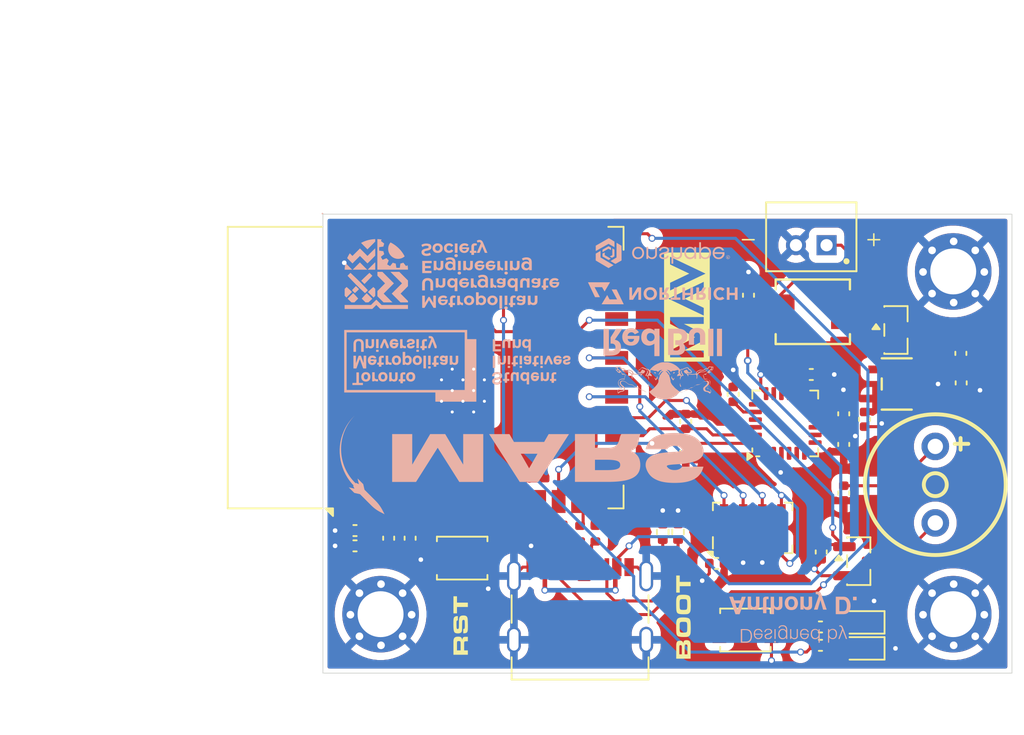
<source format=kicad_pcb>
(kicad_pcb (version 20241229) (generator "pcbnew") (generator_version "9.0")
  (title_block (title "MARS F25 Board") (date "2025-11-07") (rev "v1.0.1") (company "Metropolitan Aerospace Rocket Society") (comment 1 "Author: Anthony Dalgliesh"))
  (layers (0 "F.Cu" mixed) (2 "B.Cu" mixed) (13 "F.Paste" user) (15 "B.Paste" user) (5 "F.SilkS" user "F.Silkscreen") (7 "B.SilkS" user "B.Silkscreen") (1 "F.Mask" user) (3 "B.Mask" user) (25 "Edge.Cuts" user))
  (net 0 "")
  (net 1 "+3V3")
  (net 2 "Net-(U2-CPOUT)")
  (net 3 "Net-(U2-REGOUT)")
  (net 4 "BAT+")
  (net 5 "Net-(LS1-Pad1)")
  (net 6 "Net-(Q1-D)")
  (net 7 "/SDA")
  (net 8 "/SCL")
  (net 23 "/MOSI")
  (net 24 "/ESP_EN")
  (net 25 "/ESP_IO0")
  (net 26 "Net-(Q2-S)")
  (net 27 "Net-(D1-A)")
  (net 28 "Net-(D2-A)")
  (net 29 "Net-(J4-CC1)")
  (net 31 "/VBUS")
  (net 32 "USB_D-")
  (net 35 "USB_D+")
  (net 36 "Net-(U5-EN)")
  (net 38 "GND")
  (net 39 "Net-(J4-CC2)")
  (net 40 "/BUZZER")
  (net 41 "/LED")
  (net 54 "/SCK")
  (net 57 "/CS")
  (net 63 "/MISO")
  (footprint "Capacitor_SMD:C_0402_1005Metric" (layer "F.Cu") (at 161.42 108.15 180)
    (property "Reference" "C9" (hide yes))
    (property "Value" "0.1uF")
  )
  (footprint "Package_TO_SOT_SMD:SOT-23" (layer "F.Cu") (at 173.13 92.89)
    (property "Reference" "Q2" (hide yes))
    (property "Value" "DMG3415U")
  )
  (footprint "Capacitor_SMD:C_0402_1005Metric" (layer "F.Cu") (at 177.37 94.42 90)
    (property "Reference" "R5" (hide yes))
    (property "Value" "100k")
  )
  (footprint "Capacitor_SMD:C_0402_1005Metric" (layer "F.Cu") (at 159.4 100.88 90)
    (property "Reference" "R2" (hide yes))
    (property "Value" "4.7k" (hide yes))
  )
  (footprint "Sensor_Motion:InvenSense_QFN-24_4x4mm_P0.5mm" (layer "F.Cu") (at 165.9 99 90)
    (property "Reference" "U2" (hide yes))
    (property "Value" "MPU-6050" (hide yes))
  )
  (footprint "Mount:hole" (layer "F.Cu") (at 139.5 111.5)
    (property "Reference" "H3" (hide yes))
    (property "Value" "MountingHole" (hide yes))
  )
  (footprint "RF_Module:ESP32-S3-WROOM-1" (layer "F.Cu") (at 142.39 95.35 90)
    (property "Reference" "U4" (hide yes))
    (property "Value" "ESP32-S3-WROOM-1-N8")
  )
  (footprint "B2B-PH-K-S:JST_B2B-PH-K-S" (layer "F.Cu") (at 167.6 86.8)
    (property "Reference" "J3" (hide yes))
    (property "Value" "B2B-PH-K-S" (hide yes))
  )
  (footprint "Resistor_SMD:R_0402_1005Metric" (layer "F.Cu") (at 158.9 106.090001 -90)
    (property "Reference" "R6" (hide yes))
    (property "Value" "5.1k" (hide yes))
  )
  (footprint "Connector_USB:USB_C_Receptacle_Palconn_UTC16-G" (layer "F.Cu") (at 152.5 110.9)
    (property "Reference" "J4" (hide yes))
    (property "Value" "USB_C_Receptacle_USB2.0_16P")
  )
  (footprint "Capacitor_SMD:C_0402_1005Metric" (layer "F.Cu") (at 168.2 112.3)
    (property "Reference" "R7" (hide yes))
    (property "Value" "2k" (hide yes))
  )
  (footprint "Capacitor_SMD:C_0402_1005Metric" (layer "F.Cu") (at 137.8 106)
    (property "Reference" "C1" (hide yes))
    (property "Value" "10uF" (hide yes))
  )
  (footprint "LED_SMD:LED_0603_1608Metric" (layer "F.Cu") (at 170.9 113.7 180)
    (property "Reference" "D1" (hide yes))
    (property "Value" "LED")
  )
  (footprint "Capacitor_SMD:C_0402_1005Metric" (layer "F.Cu") (at 177.39 96.35 90)
    (property "Reference" "C8" (hide yes))
    (property "Value" "10uF")
  )
  (footprint "Capacitor_SMD:C_0402_1005Metric" (layer "F.Cu") (at 168.25 107.4 -90)
    (property "Reference" "R8" (hide yes))
    (property "Value" "100k")
  )
  (footprint "Capacitor_SMD:C_0402_1005Metric" (layer "F.Cu") (at 159.402235 98.866769 -90)
    (property "Reference" "R3" (hide yes))
    (property "Value" "4.7k" (hide yes))
  )
  (footprint "Diode:DIODE_SMB_2L_ONS" (layer "F.Cu") (at 167.7 91.7 180)
    (property "Reference" "CR1" (hide yes))
    (property "Value" "MBRS130LT3G" (hide yes))
  )
  (footprint "HNB09A03:HNB09A03" (layer "F.Cu") (at 175.7 103 -90)
    (property "Reference" "LS1" (hide yes))
    (property "Value" "HNB09A03" (hide yes))
  )
  (footprint "Package_LGA:LGA-8_3x5mm_P1.25mm" (layer "F.Cu") (at 163.775 105.825 90)
    (property "Reference" "U1" (hide yes))
    (property "Value" "MS5611-01BA")
  )
  (footprint "Package_TO_SOT_SMD:SOT-23" (layer "F.Cu") (at 170.7 108)
    (property "Reference" "Q1" (hide yes))
    (property "Value" "IRLML6244")
  )
  (footprint "Capacitor_SMD:C_0402_1005Metric" (layer "F.Cu") (at 169.719999 98.37 90)
    (property "Reference" "C7" (hide yes))
    (property "Value" "0.1uF" (hide yes))
  )
  (footprint "Capacitor_SMD:C_0402_1005Metric" (layer "F.Cu") (at 168.2 113.5)
    (property "Reference" "R1" (hide yes))
    (property "Value" "1k" (hide yes))
  )
  (footprint "Button_Switch_SMD:SW_SPST_B3U-1000P" (layer "F.Cu") (at 144.8 107.8 180)
    (property "Reference" "SW1" (hide yes))
    (property "Value" "RESET" (hide yes))
  )
  (footprint "Mount:hole" (layer "F.Cu") (at 176.9 89.1)
    (property "Reference" "H1" (hide yes))
    (property "Value" "MountingHole" (hide yes))
  )
  (footprint "Capacitor_SMD:C_0402_1005Metric" (layer "F.Cu") (at 140 106.5 -90)
    (property "Reference" "R11" (hide yes))
    (property "Value" "10k" (hide yes))
  )
  (footprint "Capacitor_SMD:C_0402_1005Metric" (layer "F.Cu") (at 163.5 90.62 -90)
    (property "Reference" "R9" (hide yes))
    (property "Value" "100k")
  )
  (footprint "Capacitor_SMD:C_0402_1005Metric" (layer "F.Cu") (at 141.4 106.5 -90)
    (property "Reference" "C3" (hide yes))
    (property "Value" "1uF" (hide yes))
  )
  (footprint "LDO:SOT_RG1_DIO" (layer "F.Cu") (at 173.18 96.42 180)
    (property "Reference" "U5" (hide yes))
    (property "Value" "AP2112K-3.3" (hide yes))
  )
  (footprint "Capacitor_SMD:C_0402_1005Metric" (layer "F.Cu") (at 171.08 98.73 90)
    (property "Reference" "C10" (hide yes))
    (property "Value" "10uF")
  )
  (footprint "Capacitor_SMD:C_0402_1005Metric" (layer "F.Cu") (at 169.719999 103.55 90)
    (property "Reference" "R4" (hide yes))
    (property "Value" "1k" (hide yes))
  )
  (footprint "Capacitor_SMD:C_0402_1005Metric" (layer "F.Cu") (at 169.719999 100.37 -90)
    (property "Reference" "C4" (hide yes))
    (property "Value" "10nF" (hide yes))
  )
  (footprint "Resistor_SMD:R_0402_1005Metric" (layer "F.Cu") (at 153.5 106.2 90)
    (property "Reference" "R16" (hide yes))
    (property "Value" "27" (hide yes))
  )
  (footprint "Button_Switch_SMD:SW_SPST_B3U-1000P" (layer "F.Cu") (at 163.3 112.5 180)
    (property "Reference" "SW2" (hide yes))
    (property "Value" "BOOT" (hide yes))
  )
  (footprint "Capacitor_SMD:C_0402_1005Metric" (layer "F.Cu") (at 137.8 107)
    (property "Reference" "C2" (hide yes))
    (property "Value" "0.1uF" (hide yes))
  )
  (footprint "Resistor_SMD:R_0402_1005Metric" (layer "F.Cu") (at 157.9 106.1 90)
    (property "Reference" "R12" (hide yes))
    (property "Value" "5.1k" (hide yes))
  )
  (footprint "Capacitor_SMD:C_0402_1005Metric" (layer "F.Cu") (at 162.5 97.1 90)
    (property "Reference" "C6" (hide yes))
    (property "Value" "2.2nF" (hide yes))
  )
  (footprint "LED_SMD:LED_0603_1608Metric" (layer "F.Cu") (at 170.9 112 180)
    (property "Reference" "D2" (hide yes))
    (property "Value" "LED")
  )
  (footprint "Capacitor_SMD:C_0402_1005Metric" (layer "F.Cu") (at 167.6 95.8 180)
    (property "Reference" "C5" (hide yes))
    (property "Value" "0.1uF" (hide yes))
  )
  (footprint "Mount:hole" (layer "F.Cu") (at 176.9 111.5)
    (property "Reference" "H2" (hide yes))
    (property "Value" "MountingHole" (hide yes))
  )
  (footprint "Resistor_SMD:R_0402_1005Metric" (layer "F.Cu") (at 152.5 106.2 90)
    (property "Reference" "R17" (hide yes))
    (property "Value" "27" (hide yes))
  )
  (gr_poly (pts (xy 144.587503 112.936501) (xy 144.634805 112.941598) (xy 144.677591 112.952302) (xy 144.7129 112.969597) (xy 144.742395 112.992898) (xy 144.762201 113.018601) (xy 144.778802 113.054597) (xy 144.807992 113.136201) (xy 144.820505 113.071702) (xy 144.837701 113.024895) (xy 144.858301 112.991997) (xy 144.886896 112.967797) (xy 144.928995 112.951798) (xy 144.989602 112.945801) (xy 145.171197 112.945801) (xy 145.171197 113.2342) (xy 145.080499 113.2342) (xy 145.014703 113.237595) (xy 144.969995 113.246102) (xy 144.954492 113.254998) (xy 144.941903 113.273301) (xy 144.932702 113.305298) (xy 144.928903 113.3574) (xy 144.928903 113.832001) (xy 145.171197 113.832001) (xy 145.171197 114.116196) (xy 144.229394 114.116196) (xy 144.229394 113.358796) (xy 144.46 113.358796) (xy 144.46 113.381196) (xy 144.46 113.832001) (xy 144.698404 113.832001) (xy 144.698404 113.402199) (xy 144.698404 113.3658) (xy 144.694604 113.3004) (xy 144.685891 113.263695) (xy 144.674798 113.2454) (xy 144.6569 113.233796) (xy 144.624292 113.225197) (xy 144.569497 113.221596) (xy 144.526803 113.224198) (xy 144.501596 113.230698) (xy 144.483301 113.244095) (xy 144.471094 113.268502) (xy 144.461404 113.3154) (xy 144.46 113.358796) (xy 144.229394 113.358796) (xy 144.229394 113.246796) (xy 144.234491 113.160302) (xy 144.2483 113.094102) (xy 144.268701 113.043999) (xy 144.2949 113.006699) (xy 144.329599 112.977799) (xy 144.377191 112.9553) (xy 144.441293 112.940201) (xy 144.526391 112.934601)) (fill yes) (layer "F.SilkS"))
  (gr_poly (pts (xy 160.970895 94.960198) (xy 157.985498 94.960198) (xy 157.985498 92.492097) (xy 158.379098 92.492097) (xy 160.014902 93.364602) (xy 158.379098 94.237198) (xy 158.379098 94.682496) (xy 160.577295 94.682496) (xy 160.577295 94.2352) (xy 159.280099 94.2352) (xy 160.577295 93.586602) (xy 160.577295 93.142701) (xy 159.280099 92.494095) (xy 160.577295 92.494095) (xy 160.577295 92.046799) (xy 158.379098 92.046799) (xy 158.379098 92.492097) (xy 157.985498 92.492097) (xy 157.985498 90.846902) (xy 158.263299 90.846902) (xy 160.577295 91.948502) (xy 160.577295 91.445496) (xy 159.325403 90.846902) (xy 160.577295 90.248398) (xy 160.577295 89.7454) (xy 158.263299 90.846902) (xy 157.985498 90.846902) (xy 157.985498 88.609498) (xy 158.379098 88.609498) (xy 159.63099 89.2081) (xy 158.379098 89.806595) (xy 158.379098 90.309601) (xy 160.6932 89.2081) (xy 158.379098 88.106499) (xy 158.379098 88.609498) (xy 157.985498 88.609498) (xy 157.985498 87.828797) (xy 160.970895 87.828797)) (fill yes) (layer "F.SilkS"))
  (gr_poly (pts (xy 159.389703 110.198899) (xy 159.499795 110.215195) (xy 159.575204 110.238198) (xy 159.624704 110.265298) (xy 159.654703 110.295502) (xy 159.680902 110.341599) (xy 159.702493 110.408799) (xy 159.717599 110.503602) (xy 159.723398 110.6335) (xy 159.727594 110.847703) (xy 159.728998 110.937401) (xy 159.721994 111.130601) (xy 159.716699 111.212502) (xy 159.701898 111.280099) (xy 159.678995 111.335602) (xy 159.648492 111.381196) (xy 159.608896 111.417802) (xy 159.558099 111.445099) (xy 159.493295 111.462899) (xy 159.411203 111.4693) (xy 159.238901 111.4721) (xy 159.087198 111.465699) (xy 158.981805 111.449196) (xy 158.911599 111.426301) (xy 158.867196 111.399399) (xy 158.840692 111.369797) (xy 158.817392 111.3256) (xy 158.798196 111.262101) (xy 158.784799 111.1736) (xy 158.779703 111.053597) (xy 158.775491 110.851998) (xy 158.776498 110.6895) (xy 159.004693 110.6895) (xy 159.006097 110.972397) (xy 159.011697 111.062997) (xy 159.025705 111.119401) (xy 159.0431 111.147797) (xy 159.069894 111.167) (xy 159.108896 111.177498) (xy 159.214502 111.185197) (xy 159.239694 111.185197) (xy 159.277398 111.185197) (xy 159.36419 111.180695) (xy 159.418802 111.169701) (xy 159.450891 111.155099) (xy 159.467904 111.138199) (xy 159.481897 111.110696) (xy 159.4918 111.068398) (xy 159.495599 111.005898) (xy 159.498498 110.853402) (xy 159.497094 110.707696) (xy 159.493402 110.626702) (xy 159.484094 110.571198) (xy 159.4712 110.534897) (xy 159.455591 110.513802) (xy 159.431192 110.497597) (xy 159.395105 110.486596) (xy 159.343194 110.4824) (xy 159.217294 110.4795) (xy 159.155298 110.481599) (xy 159.107492 110.487198) (xy 159.0664 110.499695) (xy 159.040292 110.5187) (xy 159.023095 110.546502) (xy 159.011697 110.589501) (xy 159.006494 110.6372) (xy 159.004693 110.6895) (xy 158.776498 110.6895) (xy 158.776895 110.625199) (xy 158.781396 110.5178) (xy 158.793405 110.433999) (xy 158.811197 110.369401) (xy 158.833505 110.320496) (xy 158.859491 110.284302) (xy 158.892999 110.255295) (xy 158.939203 110.230599) (xy 159.001397 110.2109) (xy 159.083398 110.197503) (xy 159.189996 110.192597) (xy 159.234704 110.192597)) (fill yes) (layer "F.SilkS"))
  (gr_poly (pts (xy 144.960702 111.555199) (xy 145.023904 111.570595) (xy 145.070199 111.593499) (xy 145.103402 111.622903) (xy 145.128 111.6605) (xy 145.147394 111.711198) (xy 145.160394 111.778298) (xy 145.165292 111.8658) (xy 145.175104 112.229798) (xy 145.170999 112.420098) (xy 145.167199 112.498398) (xy 145.1569 112.559601) (xy 145.141595 112.606797) (xy 145.122201 112.6428) (xy 145.095102 112.671403) (xy 145.055902 112.693597) (xy 145.001199 112.708497) (xy 144.926004 112.714097) (xy 144.870294 112.714097) (xy 144.870294 112.434098) (xy 144.8854 112.432702) (xy 144.920404 112.427796) (xy 144.942697 112.414796) (xy 144.956201 112.394295) (xy 144.966501 112.3518) (xy 144.970605 112.287102) (xy 144.971902 112.152802) (xy 144.966195 111.962296) (xy 144.963205 111.909501) (xy 144.955896 111.877701) (xy 144.946298 111.8602) (xy 144.922098 111.842797) (xy 144.883798 111.836297) (xy 144.848993 111.8433) (xy 144.822702 111.863602) (xy 144.811502 111.8835) (xy 144.803293 111.916497) (xy 144.799997 111.967896) (xy 144.799997 112.0141) (xy 144.790201 112.481698) (xy 144.785303 112.548302) (xy 144.771798 112.599297) (xy 144.751291 112.638199) (xy 144.724405 112.667298) (xy 144.6905 112.689103) (xy 144.647104 112.705903) (xy 144.592004 112.716996) (xy 144.522394 112.7211) (xy 144.445901 112.716599) (xy 144.387491 112.704697) (xy 144.3435 112.686898) (xy 144.306695 112.659096) (xy 144.277795 112.6186) (xy 144.256692 112.562195) (xy 144.239297 112.464898) (xy 144.229699 112.3256) (xy 144.225503 112.128899) (xy 144.228296 111.9301) (xy 144.23359 111.816903) (xy 144.247201 111.738297) (xy 144.2642 111.692597) (xy 144.287195 111.659196) (xy 144.316202 111.635399) (xy 144.366098 111.609902) (xy 144.406991 111.597001) (xy 144.451196 111.590996) (xy 144.518594 111.588601) (xy 144.518594 111.867097) (xy 144.487192 111.870797) (xy 144.465097 111.880601) (xy 144.449792 111.895798) (xy 144.435602 111.9282) (xy 144.430093 111.976296) (xy 144.428705 112.113495) (xy 144.435495 112.330498) (xy 144.439691 112.371697) (xy 144.451303 112.404) (xy 144.464105 112.420701) (xy 144.481195 112.430596) (xy 144.504098 112.434098) (xy 144.535501 112.429597) (xy 144.556695 112.417702) (xy 144.570398 112.398499) (xy 144.581796 112.3592) (xy 144.586191 112.301102) (xy 144.586191 112.271699) (xy 144.588891 112.081299) (xy 144.590295 111.8937) (xy 144.594797 111.799996) (xy 144.606897 111.727502) (xy 144.624795 111.672402) (xy 144.647302 111.631196) (xy 144.678903 111.598397) (xy 144.724496 111.572999) (xy 144.788202 111.555802) (xy 144.875696 111.549401)) (fill yes) (layer "F.SilkS"))
  (gr_poly (pts (xy 159.389703 111.6839) (xy 159.499795 111.700196) (xy 159.575204 111.723199) (xy 159.624704 111.750298) (xy 159.654703 111.780495) (xy 159.680902 111.8266) (xy 159.702493 111.893799) (xy 159.717599 111.988602) (xy 159.723398 112.1185) (xy 159.727594 112.332696) (xy 159.728998 112.422402) (xy 159.721994 112.615601) (xy 159.716699 112.697503) (xy 159.701898 112.765099) (xy 159.678995 112.820595) (xy 159.648492 112.866196) (xy 159.608896 112.902802) (xy 159.558099 112.9301) (xy 159.493295 112.947899) (xy 159.411203 112.954301) (xy 159.238901 112.957101) (xy 159.087198 112.950699) (xy 158.981805 112.934197) (xy 158.911599 112.911301) (xy 158.867196 112.8844) (xy 158.840692 112.854798) (xy 158.817392 112.810601) (xy 158.798196 112.747101) (xy 158.784799 112.6586) (xy 158.779703 112.538598) (xy 158.775491 112.336899) (xy 158.776498 112.1745) (xy 159.004693 112.1745) (xy 159.006097 112.457398) (xy 159.011697 112.547997) (xy 159.025705 112.604401) (xy 159.0431 112.632699) (xy 159.069894 112.652001) (xy 159.108896 112.662499) (xy 159.214502 112.670197) (xy 159.239694 112.670197) (xy 159.277398 112.670197) (xy 159.36419 112.665696) (xy 159.418802 112.654702) (xy 159.450891 112.640099) (xy 159.467904 112.6232) (xy 159.481897 112.595696) (xy 159.4918 112.553399) (xy 159.495599 112.490899) (xy 159.498498 112.338402) (xy 159.497094 112.192696) (xy 159.493402 112.111703) (xy 159.484094 112.056199) (xy 159.4712 112.019898) (xy 159.455591 111.998803) (xy 159.431192 111.982598) (xy 159.395105 111.971596) (xy 159.343194 111.967301) (xy 159.217294 111.964501) (xy 159.155298 111.966599) (xy 159.107492 111.972199) (xy 159.0664 111.984696) (xy 159.040292 112.003701) (xy 159.023095 112.031502) (xy 159.011697 112.074402) (xy 159.006494 112.122201) (xy 159.004693 112.1745) (xy 158.776498 112.1745) (xy 158.776895 112.1102) (xy 158.781396 112.002801) (xy 158.793405 111.918999) (xy 158.811197 111.854401) (xy 158.833505 111.805497) (xy 158.859491 111.769295) (xy 158.892999 111.740296) (xy 158.939203 111.7156) (xy 159.001397 111.695901) (xy 159.083398 111.682496) (xy 159.189996 111.677598) (xy 159.234704 111.677598)) (fill yes) (layer "F.SilkS"))
  (gr_poly (pts (xy 159.52839 113.168) (xy 159.588296 113.183602) (xy 159.632196 113.206902) (xy 159.663598 113.237099) (xy 159.686593 113.275201) (xy 159.70469 113.325196) (xy 159.716699 113.39) (xy 159.7212 113.473) (xy 159.7212 114.373101) (xy 158.779397 114.373101) (xy 158.779397 113.5933) (xy 158.982599 113.5933) (xy 158.982599 114.088998) (xy 159.146692 114.088998) (xy 159.146692 113.599) (xy 159.144098 113.5682) (xy 159.330392 113.5682) (xy 159.330392 114.088998) (xy 159.510202 114.088998) (xy 159.510202 113.572396) (xy 159.507303 113.524895) (xy 159.499093 113.485596) (xy 159.486993 113.466401) (xy 159.461297 113.453202) (xy 159.414392 113.4478) (xy 159.378305 113.454201) (xy 159.352502 113.472298) (xy 159.341592 113.490296) (xy 159.333597 113.520501) (xy 159.330392 113.5682) (xy 159.144098 113.5682) (xy 159.142297 113.546799) (xy 159.131204 113.514298) (xy 159.118097 113.499398) (xy 159.096292 113.489503) (xy 159.061899 113.485596) (xy 159.031198 113.489197) (xy 159.010995 113.498498) (xy 158.998193 113.512902) (xy 158.9871 113.543801) (xy 158.982599 113.5933) (xy 158.779397 113.5933) (xy 158.779397 113.487) (xy 158.783395 113.415497) (xy 158.794198 113.3574) (xy 158.810891 113.310502) (xy 158.832605 113.272797) (xy 158.861902 113.242097) (xy 158.901193 113.219102) (xy 158.952798 113.204102) (xy 159.020196 113.198601) (xy 159.0767 113.201401) (xy 159.120294 113.209099) (xy 159.157892 113.224198) (xy 159.185403 113.246895) (xy 159.206094 113.274399) (xy 159.217599 113.297295) (xy 159.237192 113.362298) (xy 159.253991 113.287301) (xy 159.273904 113.237198) (xy 159.295602 113.205598) (xy 159.325601 113.183701) (xy 159.373803 113.168297) (xy 159.4479 113.162202)) (fill yes) (layer "F.SilkS"))
  (gr_poly (pts (xy 159.010003 109.352997) (xy 159.7212 109.352997) (xy 159.7212 109.637101) (xy 159.010003 109.637101) (xy 159.010003 110.054398) (xy 158.779397 110.054398) (xy 158.779397 108.937096) (xy 159.010003 108.937096)) (fill yes) (layer "F.SilkS"))
  (gr_poly (pts (xy 144.46 110.71) (xy 145.171197 110.71) (xy 145.171197 110.994095) (xy 144.46 110.994095) (xy 144.46 111.4114) (xy 144.229394 111.4114) (xy 144.229394 110.294099) (xy 144.46 110.294099)) (fill yes) (layer "F.SilkS"))
  (gr_poly (pts (xy 148.961455 88.989835) (xy 148.951108 88.989351) (xy 148.940905 88.988558) (xy 148.930836 88.987463) (xy 148.920892 88.98608) (xy 148.911062 88.984419) (xy 148.901335 88.982486) (xy 148.8917 88.980298) (xy 148.882149 88.97786) (xy 148.872669 88.975184) (xy 148.863252 88.972282) (xy 148.853886 88.969162) (xy 148.83527 88.962313) (xy 148.816735 88.954721) (xy 148.808221 88.949968) (xy 148.799882 88.944972) (xy 148.791728 88.939737) (xy 148.783772 88.934272) (xy 148.776024 88.928578) (xy 148.76849 88.922661) (xy 148.761186 88.916529) (xy 148.754118 88.910183) (xy 148.747298 88.903633) (xy 148.740738 88.896878) (xy 148.734445 88.889929) (xy 148.728431 88.882789) (xy 148.722707 88.875461) (xy 148.717283 88.867955) (xy 148.712168 88.86027) (xy 148.707375 88.852417) (xy 148.702249 88.844356) (xy 148.697454 88.836052) (xy 148.692989 88.827512) (xy 148.688855 88.818737) (xy 148.685052 88.809736) (xy 148.681579 88.800512) (xy 148.678437 88.791073) (xy 148.675626 88.781422) (xy 148.673144 88.771562) (xy 148.670995 88.761501) (xy 148.669176 88.751244) (xy 148.667687 88.740797) (xy 148.66653 88.730162) (xy 148.665703 88.719347) (xy 148.665207 88.708356) (xy 148.665041 88.697194) (xy 148.665206 88.686073) (xy 148.665703 88.675188) (xy 148.66653 88.66453) (xy 148.667687 88.65409) (xy 148.669174 88.643857) (xy 148.670995 88.633819) (xy 148.673145 88.623968) (xy 148.675626 88.614293) (xy 148.678435 88.604783) (xy 148.681579 88.595427) (xy 148.68505 88.586218) (xy 148.688855 88.577141) (xy 148.692989 88.568189) (xy 148.697454 88.55935) (xy 148.702249 88.550615) (xy 148.707376 88.541972) (xy 148.712751 88.533538) (xy 148.718296 88.525422) (xy 148.724018 88.517617) (xy 148.729918 88.510113) (xy 148.736008 88.502896) (xy 148.742288 88.49596) (xy 148.748764 88.489292) (xy 148.755441 88.482882) (xy 148.762325 88.476722) (xy 148.769421 88.470797) (xy 148.776732 88.465102) (xy 148.784269 88.459622) (xy 148.792031 88.45435) (xy 148.800027 88.449273) (xy 148.80826 88.444383) (xy 148.816735 88.439667) (xy 148.825416 88.435202) (xy 148.834257 88.431063) (xy 148.843253 88.427242) (xy 148.852399 88.423738) (xy 148.861689 88.420543) (xy 148.871119 88.417654) (xy 148.880684 88.415064) (xy 148.890377 88.412769) (xy 148.900195 88.410762) (xy 148.91013 88.409042) (xy 148.920181 88.407598) (xy 148.93034 88.406429) (xy 148.940602 88.405529) (xy 148.950961 88.404894) (xy 148.961415 88.404515) (xy 148.971956 88.40439) (xy 148.97923 88.404471) (xy 148.986495 88.404713) (xy 149.00095 88.405657) (xy 149.015241 88.40718) (xy 149.029283 88.40924) (xy 149.042994 88.411797) (xy 149.056293 88.414808) (xy 149.069094 88.418233) (xy 149.081317 88.422031) (xy 149.093057 88.427494) (xy 149.098803 88.430364) (xy 149.104467 88.433331) (xy 149.110048 88.4364) (xy 149.115546 88.43958) (xy 149.120962 88.442872) (xy 149.126295 88.446283) (xy 149.131545 88.449819) (xy 149.136713 88.453484) (xy 149.141797 88.457282) (xy 149.1468 88.461221) (xy 149.151719 88.465305) (xy 149.156556 88.469538) (xy 149.16131 88.473926) (xy 149.165982 88.478476) (xy 149.165982 88.453781) (xy 149.165817 88.443363) (xy 149.165319 88.433283) (xy 149.164494 88.423542) (xy 149.163335 88.414149) (xy 149.161848 88.405106) (xy 149.160029 88.39642) (xy 149.157879 88.388096) (xy 149.155398 88.380139) (xy 149.152587 88.372554) (xy 149.149446 88.365347) (xy 149.145973 88.358522) (xy 149.14217 88.352084) (xy 149.138036 88.346038) (xy 149.133571 88.340391) (xy 149.128775 88.335146) (xy 149.123648 88.33031) (xy 149.118148 88.325766) (xy 149.112238 88.321401) (xy 149.105913 88.317233) (xy 149.099174 88.313277) (xy 149.092022 88.309549) (xy 149.084456 88.306063) (xy 149.076477 88.302836) (xy 149.068086 88.299882) (xy 149.05928 88.297219) (xy 149.050061 88.294861) (xy 149.040428 88.292821) (xy 149.030382 88.291118) (xy 149.019924 88.289767) (xy 149.00905 88.288783) (xy 148.997764 88.288181) (xy 148.986066 88.287976) (xy 148.97879 88.288058) (xy 148.971514 88.2883) (xy 148.956962 88.289245) (xy 148.94241 88.290767) (xy 148.927857 88.292828) (xy 148.913305 88.295383) (xy 148.898754 88.298395) (xy 148.884201 88.301819) (xy 148.869649 88.305617) (xy 148.855276 88.310921) (xy 148.841317 88.31631) (xy 148.827854 88.321864) (xy 148.81497 88.327666) (xy 148.808769 88.330686) (xy 148.802747 88.333798) (xy 148.796909 88.337012) (xy 148.791268 88.340343) (xy 148.785832 88.343796) (xy 148.780616 88.347384) (xy 148.775626 88.351117) (xy 148.770872 88.355004) (xy 148.700318 88.228006) (xy 148.707056 88.222797) (xy 148.714035 88.217754) (xy 148.721255 88.212875) (xy 148.728706 88.208162) (xy 148.736385 88.203614) (xy 148.744284 88.199232) (xy 148.752403 88.195016) (xy 148.760732 88.190965) (xy 148.769268 88.187079) (xy 148.778005 88.183357) (xy 148.78694 88.179802) (xy 148.796063 88.176413) (xy 148.805376 88.173187) (xy 148.814867 88.170128) (xy 148.824534 88.167235) (xy 148.834372 88.164507) (xy 148.854375 88.159545) (xy 148.874665 88.155245) (xy 148.895205 88.151608) (xy 148.91595 88.148632) (xy 148.936862 88.146317) (xy 148.957898 88.144663) (xy 148.979017 88.143671) (xy 149.000178 88.143339) (xy 149.020394 88.14367) (xy 149.04003 88.144656) (xy 149.059088 88.146295) (xy 149.077567 88.148577) (xy 149.095467 88.151501) (xy 149.11279 88.15506) (xy 149.129533 88.159251) (xy 149.145696 88.164066) (xy 149.161283 88.169502) (xy 149.17629 88.175553) (xy 149.190717 88.182212) (xy 149.204567 88.189477) (xy 149.217838 88.197342) (xy 149.230527 88.205801) (xy 149.242642 88.214848) (xy 149.254176 88.22448) (xy 149.257707 88.224478) (xy 149.26858 88.23477) (xy 149.278714 88.245802) (xy 149.288115 88.257569) (xy 149.296786 88.270063) (xy 149.304735 88.283282) (xy 149.311964 88.297218) (xy 149.318483 88.311867) (xy 149.324293 88.327223) (xy 149.329399 88.343283) (xy 149.333807 88.360041) (xy 149.337524 88.377492) (xy 149.340554 88.395627) (xy 149.342901 88.414447) (xy 149.34457 88.433944) (xy 149.345569 88.454112) (xy 149.3459 88.474946) (xy 149.345901 88.700724) (xy 149.17304 88.700723) (xy 149.172875 88.692247) (xy 149.172373 88.684014) (xy 149.171529 88.67602) (xy 149.17034 88.668257) (xy 149.1688 88.660721) (xy 149.166902 88.653408) (xy 149.164643 88.646312) (xy 149.162018 88.639429) (xy 149.15902 88.632751) (xy 149.155643 88.626275) (xy 149.151887 88.619997) (xy 149.147742 88.613907) (xy 149.143204 88.608006) (xy 149.138269 88.602285) (xy 149.13293 88.596738) (xy 149.127183 88.591363) (xy 149.121185 88.586238) (xy 149.11509 88.581441) (xy 149.108882 88.576976) (xy 149.102544 88.572843) (xy 149.096061 88.569039) (xy 149.089418 88.565566) (xy 149.082599 88.562424) (xy 149.075588 88.559614) (xy 149.068373 88.557132) (xy 149.060934 88.554983) (xy 149.053256 88.553164) (xy 149.045327 88.551676) (xy 149.037127 88.550519) (xy 149.028646 88.549691) (xy 149.019863 88.549195) (xy 149.010765 88.54903) (xy 149.001668 88.549196) (xy 148.992886 88.549691) (xy 148.984403 88.550518) (xy 148.976204 88.551675) (xy 148.968275 88.553165) (xy 148.960598 88.554983) (xy 148.95316 88.557132) (xy 148.945944 88.559613) (xy 148.938934 88.562425) (xy 148.932115 88.565566) (xy 148.92547 88.569039) (xy 148.918989 88.572843) (xy 148.91265 88.576977) (xy 148.906441 88.581441) (xy 148.900346 88.586238) (xy 148.894348 88.591363) (xy 148.888602 88.596738) (xy 148.883262 88.602285) (xy 148.878328 88.608007) (xy 148.873789 88.613908) (xy 148.869644 88.619996) (xy 148.865887 88.626276) (xy 148.862511 88.632752) (xy 148.859511 88.63943) (xy 148.856887 88.646313) (xy 148.854627 88.653409) (xy 148.852729 88.660723) (xy 148.851189 88.668257) (xy 148.849999 88.67602) (xy 148.849156 88.684015) (xy 148.848654 88.692247) (xy 148.848488 88.700723) (xy 148.848654 88.709199) (xy 148.849156 88.717431) (xy 148.849999 88.725427) (xy 148.851189 88.733189) (xy 148.852729 88.740725) (xy 148.854627 88.748037) (xy 148.856885 88.755134) (xy 148.859513 88.762017) (xy 148.862512 88.768696) (xy 148.865886 88.775171) (xy 148.869645 88.78145) (xy 148.873789 88.787538) (xy 148.878327 88.793441) (xy 148.883262 88.799162) (xy 148.888602 88.804708) (xy 148.894349 88.810083) (xy 148.900384 88.815209) (xy 148.906585 88.820004) (xy 148.912952 88.824469) (xy 148.919483 88.828603) (xy 148.926179 88.832407) (xy 148.933043 88.835878) (xy 148.94007 88.83902) (xy 148.947265 88.841832) (xy 148.954622 88.844312) (xy 148.962148 88.846462) (xy 148.969837 88.848281) (xy 148.977692 88.849771) (xy 148.985712 88.850928) (xy 148.993898 88.851755) (xy 149.002249 88.852251) (xy 149.010766 88.852416) (xy 149.019282 88.852252) (xy 149.027632 88.851755) (xy 149.035819 88.850929) (xy 149.043839 88.849771) (xy 149.051694 88.848282) (xy 149.059383 88.846463) (xy 149.066906 88.844314) (xy 149.074265 88.841834) (xy 149.081457 88.839023) (xy 149.088487 88.83588) (xy 149.095348 88.832408) (xy 149.102047 88.828604) (xy 149.108578 88.82447) (xy 149.114944 88.820006) (xy 149.121147 88.81521) (xy 149.127183 88.810082) (xy 149.132929 88.804707) (xy 149.138269 88.799162) (xy 149.143205 88.79344) (xy 149.147742 88.787538) (xy 149.151888 88.78145) (xy 149.155645 88.77517) (xy 149.15902 88.768694) (xy 149.162017 88.762017) (xy 149.164643 88.755133) (xy 149.166903 88.748037) (xy 149.1688 88.740724) (xy 149.170341 88.733189) (xy 149.171529 88.725427) (xy 149.172372 88.717431) (xy 149.172874 88.709199) (xy 149.17304 88.700723) (xy 149.345901 88.700724) (xy 149.3459 88.982944) (xy 149.176567 88.982945) (xy 149.176567 88.905334) (xy 149.171896 88.910542) (xy 149.167135 88.915586) (xy 149.162282 88.920464) (xy 149.15733 88.925177) (xy 149.152275 88.929724) (xy 149.147112 88.934106) (xy 149.141835 88.938324) (xy 149.136439 88.942375) (xy 149.130919 88.946261) (xy 149.12527 88.949981) (xy 149.119487 88.953536) (xy 149.113563 88.956927) (xy 149.107495 88.960151) (xy 149.101278 88.96321) (xy 149.094906 88.966104) (xy 149.088374 88.968833) (xy 149.081718 88.971396) (xy 149.07498 88.973794) (xy 149.068157 88.976027) (xy 149.061255 88.978093) (xy 149.054266 88.979996) (xy 149.047197 88.981732) (xy 149.040047 88.983303) (xy 149.032811 88.984708) (xy 149.025493 88.985949) (xy 149.018094 88.987024) (xy 149.010612 88.987932) (xy 149.003046 88.988676) (xy 148.995397 88.989256) (xy 148.987667 88.989668) (xy 148.979852 88.989916) (xy 148.971957 88.989999)) (fill yes) (layer "B.SilkS"))
  (gr_poly (pts (xy 157.350373 93.787743) (xy 157.321544 93.807586) (xy 157.288052 93.827925) (xy 157.267277 93.839397) (xy 157.244098 93.851241) (xy 157.21873 93.863086) (xy 157.191382 93.874557) (xy 157.162267 93.885285) (xy 157.131597 93.894898) (xy 157.099583 93.90302) (xy 157.066437 93.909284) (xy 157.03237 93.913314) (xy 156.997598 93.914741) (xy 156.96112 93.913173) (xy 156.922241 93.90832) (xy 156.881614 93.899951) (xy 156.839897 93.887842) (xy 156.797745 93.871764) (xy 156.755816 93.851489) (xy 156.735139 93.839707) (xy 156.714765 93.826791) (xy 156.694774 93.812713) (xy 156.67525 93.797444) (xy 156.656272 93.780954) (xy 156.637924 93.763217) (xy 156.620289 93.744201) (xy 156.603446 93.723884) (xy 156.587481 93.702232) (xy 156.572472 93.679219) (xy 156.558503 93.654816) (xy 156.545659 93.628993) (xy 156.534016 93.601724) (xy 156.523661 93.57298) (xy 156.514673 93.542732) (xy 156.507136 93.510952) (xy 156.50113 93.477611) (xy 156.496738 93.442682) (xy 156.494044 93.406133) (xy 156.493129 93.36794) (xy 156.493913 93.329667) (xy 156.496234 93.292882) (xy 156.500031 93.257572) (xy 156.505248 93.223716) (xy 156.511826 93.191296) (xy 156.519708 93.160296) (xy 156.528837 93.130695) (xy 156.539155 93.102476) (xy 156.550605 93.075622) (xy 156.563129 93.050115) (xy 156.576669 93.025935) (xy 156.591169 93.003064) (xy 156.60657 92.981487) (xy 156.622816 92.961184) (xy 156.639849 92.942134) (xy 156.65761 92.924324) (xy 156.676045 92.907733) (xy 156.695092 92.892344) (xy 156.714697 92.878136) (xy 156.734801 92.865097) (xy 156.755346 92.853202) (xy 156.776277 92.842438) (xy 156.797533 92.832784) (xy 156.81906 92.824224) (xy 156.840797 92.816739) (xy 156.862689 92.81031) (xy 156.88468 92.804919) (xy 156.90671 92.800549) (xy 156.950656 92.7948) (xy 156.994068 92.792915) (xy 157.015275 92.79335) (xy 157.035898 92.794619) (xy 157.055928 92.796665) (xy 157.075365 92.799434) (xy 157.094198 92.802868) (xy 157.112423 92.806914) (xy 157.130035 92.811515) (xy 157.147029 92.816618) (xy 157.163396 92.822163) (xy 157.179132 92.828097) (xy 157.194231 92.834365) (xy 157.208688 92.840912) (xy 157.222496 92.847679) (xy 157.235649 92.854614) (xy 157.248144 92.861659) (xy 157.259972 92.868761) (xy 157.271127 92.875863) (xy 157.281606 92.882908) (xy 157.300506 92.896611) (xy 157.316627 92.909425) (xy 157.32992 92.920907) (xy 157.340341 92.930609) (xy 157.347842 92.938091) (xy 157.353897 92.944609) (xy 157.353897 92.810554) (xy 157.689034 92.810554) (xy 157.689034 93.357354) (xy 157.364481 93.357354) (xy 157.364477 93.357354) (xy 157.363747 93.333298) (xy 157.36162 93.310702) (xy 157.358185 93.289525) (xy 157.35353 93.269719) (xy 157.347745 93.251239) (xy 157.340921 93.234038) (xy 157.333147 93.218072) (xy 157.324514 93.203291) (xy 157.315112 93.189654) (xy 157.305029 93.177113) (xy 157.294355 93.165623) (xy 157.283182 93.155136) (xy 157.271597 93.145609) (xy 157.259691 93.136994) (xy 157.247551 93.129247) (xy 157.235275 93.122319) (xy 157.222944 93.116165) (xy 157.210651 93.110744) (xy 157.186541 93.101903) (xy 157.16366 93.09543) (xy 157.142726 93.090955) (xy 157.12446 93.088113) (xy 157.109579 93.086537) (xy 157.092843 93.085717) (xy 157.077623 93.085944) (xy 157.064479 93.086858) (xy 157.04847 93.088859) (xy 157.030207 93.092372) (xy 157.010306 93.09781) (xy 156.989382 93.105595) (xy 156.978728 93.110498) (xy 156.968048 93.116145) (xy 156.957422 93.122588) (xy 156.946924 93.129878) (xy 156.936629 93.138069) (xy 156.926618 93.147212) (xy 156.916967 93.157362) (xy 156.907751 93.168567) (xy 156.899048 93.180884) (xy 156.890934 93.194361) (xy 156.883489 93.209055) (xy 156.876783 93.225014) (xy 156.870902 93.242291) (xy 156.865917 93.260941) (xy 156.861906 93.281014) (xy 156.858944 93.302563) (xy 156.857112 93.325641) (xy 156.856484 93.350299) (xy 156.857173 93.374998) (xy 156.859178 93.398193) (xy 156.862414 93.419934) (xy 156.866791 93.440264) (xy 156.872224 93.459233) (xy 156.878622 93.476888) (xy 156.885899 93.493275) (xy 156.893966 93.508442) (xy 156.902737 93.522437) (xy 156.91212 93.535305) (xy 156.922035 93.547093) (xy 156.932386 93.557852) (xy 156.943089 93.567624) (xy 156.954056 93.57646) (xy 156.965198 93.584407) (xy 156.976428 93.591509) (xy 156.987658 93.597816) (xy 156.9988 93.603375) (xy 157.009766 93.608232) (xy 157.02047 93.612435) (xy 157.040733 93.619065) (xy 157.058889 93.623645) (xy 157.074232 93.626551) (xy 157.086063 93.628158) (xy 157.096372 93.62899) (xy 157.107891 93.628171) (xy 157.121114 93.626596) (xy 157.138264 93.623755) (xy 157.158555 93.61928) (xy 157.181202 93.612806) (xy 157.205422 93.603966) (xy 157.217875 93.598543) (xy 157.230425 93.592392) (xy 157.242976 93.585465) (xy 157.255431 93.577716) (xy 157.267686 93.569102) (xy 157.279649 93.559573) (xy 157.29122 93.549088) (xy 157.302298 93.537596) (xy 157.312788 93.525056) (xy 157.32259 93.511419) (xy 157.331606 93.496639) (xy 157.339738 93.480672) (xy 157.34689 93.463472) (xy 157.352961 93.44499) (xy 157.357854 93.425185) (xy 157.361471 93.404007) (xy 157.363713 93.381412) (xy 157.364481 93.357354) (xy 157.689034 93.357354) (xy 157.689034 94.599124) (xy 157.350372 94.599125)) (fill yes) (layer "B.SilkS"))
  (gr_poly (pts (xy 160.580959 96.070927) (xy 160.579702 96.057298) (xy 160.578072 96.043504) (xy 160.576092 96.029627) (xy 160.573779 96.01575) (xy 160.571158 96.001956) (xy 160.568248 95.988327) (xy 160.565067 95.974946) (xy 160.561639 95.961897) (xy 160.557985 95.949261) (xy 160.554121 95.93712) (xy 160.550073 95.925558) (xy 160.545861 95.914658) (xy 160.541503 95.9045) (xy 160.537019 95.895173) (xy 160.532434 95.886753) (xy 160.527806 95.877382) (xy 160.525987 95.873483) (xy 160.524498 95.869995) (xy 160.523878 95.868381) (xy 160.523341 95.866839) (xy 160.522887 95.865358) (xy 160.522514 95.863931) (xy 160.522224 95.862545) (xy 160.522019 95.861189) (xy 160.521893 95.859855) (xy 160.521852 95.858529) (xy 160.521852 95.855003) (xy 160.556849 95.835562) (xy 160.556283 95.839356) (xy 160.555977 95.843338) (xy 160.555934 95.84731) (xy 160.556132 95.851254) (xy 160.556547 95.855158) (xy 160.557155 95.859006) (xy 160.55886 95.866468) (xy 160.561062 95.873517) (xy 160.563572 95.880027) (xy 160.566206 95.885878) (xy 160.568782 95.890941) (xy 160.572998 95.898217) (xy 160.574734 95.900863) (xy 160.584511 95.920879) (xy 160.592759 95.941102) (xy 160.599601 95.961324) (xy 160.60516 95.981341) (xy 160.609563 96.000944) (xy 160.612933 96.019926) (xy 160.615394 96.038081) (xy 160.617068 96.055204) (xy 160.618081 96.071086) (xy 160.618402 96.080827) (xy 160.617047 96.080834) (xy 160.611624 96.080966) (xy 160.606078 96.081221) (xy 160.600365 96.081642) (xy 160.594447 96.082268) (xy 160.591397 96.082672) (xy 160.58828 96.083144) (xy 160.58509 96.083687) (xy 160.581824 96.084308)) (fill yes) (layer "B.SilkS"))
  (gr_poly (pts (xy 156.955997 96.609901) (xy 156.954327 96.60967) (xy 156.952612 96.609227) (xy 156.950854 96.60855) (xy 156.94906 96.607622) (xy 156.947228 96.606427) (xy 156.945364 96.604948) (xy 156.943466 96.603166) (xy 156.941543 96.601064) (xy 156.939593 96.598626) (xy 156.937617 96.595833) (xy 156.937621 96.595832) (xy 156.937035 96.59444) (xy 156.935582 96.590651) (xy 156.934671 96.588037) (xy 156.933713 96.585042) (xy 156.932768 96.581736) (xy 156.931889 96.578191) (xy 156.931132 96.574485) (xy 156.930558 96.570682) (xy 156.930357 96.56877) (xy 156.930222 96.566859) (xy 156.930159 96.564963) (xy 156.930179 96.563089) (xy 156.930287 96.561245) (xy 156.930489 96.559443) (xy 156.930793 96.557688) (xy 156.931205 96.555992) (xy 156.931735 96.554363) (xy 156.932388 96.55281) (xy 156.93317 96.551344) (xy 156.934092 96.54997) (xy 156.93638 96.546986) (xy 156.939022 96.54325) (xy 156.942469 96.53801) (xy 156.946581 96.531259) (xy 156.951208 96.522995) (xy 156.956206 96.513213) (xy 156.961433 96.501904) (xy 156.964086 96.495677) (xy 156.966742 96.489067) (xy 156.969382 96.482075) (xy 156.971989 96.474695) (xy 156.974542 96.466932) (xy 156.977029 96.458784) (xy 156.979426 96.45025) (xy 156.981717 96.441327) (xy 156.983885 96.432018) (xy 156.98591 96.42232) (xy 156.987775 96.412234) (xy 156.98946 96.401757) (xy 156.990952 96.390891) (xy 156.992227 96.379635) (xy 156.993271 96.367985) (xy 156.994062 96.355945) (xy 156.996053 96.362347) (xy 157.000732 96.380034) (xy 157.003472 96.392398) (xy 157.006155 96.406732) (xy 157.008539 96.422751) (xy 157.010379 96.440169) (xy 157.011434 96.458706) (xy 157.011461 96.478072) (xy 157.011011 96.48798) (xy 157.010216 96.497986) (xy 157.009041 96.508061) (xy 157.007458 96.518167) (xy 157.005434 96.528265) (xy 157.002941 96.538324) (xy 156.999947 96.548307) (xy 156.996427 96.558177) (xy 156.992342 96.5679) (xy 156.987668 96.577441) (xy 156.982372 96.586764) (xy 156.976423 96.595833) (xy 156.975625 96.597133) (xy 156.974657 96.598554) (xy 156.973337 96.600297) (xy 156.971687 96.602228) (xy 156.969727 96.604205) (xy 156.968636 96.605166) (xy 156.967476 96.606087) (xy 156.966249 96.60695) (xy 156.964958 96.607738) (xy 156.963604 96.608433) (xy 156.962191 96.609017) (xy 156.960723 96.609475) (xy 156.959199 96.609785) (xy 156.957623 96.609933)) (fill yes) (layer "B.SilkS"))
  (gr_poly (pts (xy 161.439033 92.810554) (xy 161.770639 92.810554) (xy 161.770639 94.599124) (xy 161.439033 94.599124)) (fill yes) (layer "B.SilkS"))
  (gr_poly (pts (xy 159.601075 93.858296) (xy 159.601074 93.25505) (xy 159.601571 93.211243) (xy 159.603493 93.180002) (xy 159.607688 93.144036) (xy 159.615026 93.104475) (xy 159.626375 93.062444) (xy 159.633823 93.040853) (xy 159.642602 93.019069) (xy 159.652815 92.997229) (xy 159.664573 92.975476) (xy 159.677986 92.953951) (xy 159.693161 92.932793) (xy 159.710207 92.912146) (xy 159.72923 92.892147) (xy 159.750343 92.872939) (xy 159.773651 92.854663) (xy 159.799264 92.83746) (xy 159.827291 92.821468) (xy 159.85784 92.806831) (xy 159.891018 92.793689) (xy 159.926936 92.782182) (xy 159.965701 92.772452) (xy 160.007422 92.764639) (xy 160.052207 92.758884) (xy 160.100164 92.755326) (xy 160.151403 92.754111) (xy 160.202563 92.755496) (xy 160.250285 92.759538) (xy 160.294689 92.766056) (xy 160.335894 92.774876) (xy 160.37402 92.78582) (xy 160.409186 92.798712) (xy 160.441508 92.813373) (xy 160.471108 92.829625) (xy 160.498102 92.847296) (xy 160.52261 92.866203) (xy 160.544754 92.886175) (xy 160.564647 92.907029) (xy 160.582413 92.928592) (xy 160.598168 92.950687) (xy 160.612033 92.973135) (xy 160.624123 92.995761) (xy 160.634562 93.018385) (xy 160.643465 93.040835) (xy 160.65714 93.084492) (xy 160.666106 93.125317) (xy 160.671308 93.161896) (xy 160.673699 93.192809) (xy 160.674228 93.216645) (xy 160.673511 93.237411) (xy 160.673511 93.854769) (xy 160.331318 93.854769) (xy 160.331318 93.258579) (xy 160.330953 93.249938) (xy 160.330086 93.240022) (xy 160.328397 93.22716) (xy 160.325613 93.211942) (xy 160.321458 93.194955) (xy 160.315662 93.176791) (xy 160.31206 93.167452) (xy 160.307948 93.158038) (xy 160.303286 93.148624) (xy 160.298042 93.139284) (xy 160.292181 93.130092) (xy 160.285672 93.12112) (xy 160.278476 93.112444) (xy 160.270563 93.104133) (xy 160.261896 93.096268) (xy 160.252441 93.088916) (xy 160.242165 93.082153) (xy 160.231031 93.076054) (xy 160.21901 93.070689) (xy 160.206064 93.066138) (xy 160.192159 93.062466) (xy 160.17726 93.059755) (xy 160.161334 93.058073) (xy 160.144348 93.057496) (xy 160.127321 93.058073) (xy 160.111279 93.059755) (xy 160.09619 93.062468) (xy 160.082028 93.066137) (xy 160.068762 93.07069) (xy 160.056363 93.076053) (xy 160.044803 93.082153) (xy 160.034051 93.088915) (xy 160.024082 93.096267) (xy 160.014861 93.104134) (xy 160.006365 93.112443) (xy 159.998561 93.12112) (xy 159.991421 93.130092) (xy 159.984914 93.139285) (xy 159.979017 93.148624) (xy 159.973693 93.158037) (xy 159.968918 93.167452) (xy 159.964664 93.176791) (xy 159.957591 93.194955) (xy 159.952245 93.211941) (xy 159.948392 93.227159) (xy 159.945802 93.240023) (xy 159.944237 93.249939) (xy 159.943265 93.258579) (xy 159.943267 93.858297) (xy 159.604604 93.858298)) (fill yes) (layer "B.SilkS"))
  (gr_poly (pts (xy 166.27357 111.196658) (xy 166.247697 111.195053) (xy 166.22266 111.192381) (xy 166.198467 111.188651) (xy 166.17512 111.183867) (xy 166.152627 111.178033) (xy 166.13099 111.171156) (xy 166.110216 111.163241) (xy 166.090312 111.154291) (xy 166.071282 111.144313) (xy 166.053129 111.133312) (xy 166.035858 111.121294) (xy 166.019479 111.108262) (xy 166.003993 111.094222) (xy 165.989406 111.07918) (xy 165.975722 111.06314) (xy 165.962908 111.046398) (xy 165.950919 111.029241) (xy 165.939756 111.011672) (xy 165.92942 110.993688) (xy 165.919914 110.975292) (xy 165.911232 110.956481) (xy 165.903376 110.937257) (xy 165.896348 110.917621) (xy 165.890146 110.897571) (xy 165.884774 110.877106) (xy 165.880226 110.856229) (xy 165.876506 110.834939) (xy 165.873612 110.813235) (xy 165.871544 110.791117) (xy 165.870305 110.768586) (xy 165.869891 110.745642) (xy 165.870305 110.722698) (xy 165.871544 110.700169) (xy 165.873611 110.67805) (xy 165.876506 110.656347) (xy 165.880226 110.635056) (xy 165.884773 110.614179) (xy 165.890146 110.593716) (xy 165.896348 110.573665) (xy 165.903376 110.554029) (xy 165.91123 110.534805) (xy 165.919913 110.515994) (xy 165.92942 110.497598) (xy 165.939757 110.479614) (xy 165.950919 110.462045) (xy 165.962907 110.444889) (xy 165.975723 110.428145) (xy 165.989406 110.412145) (xy 166.003991 110.397216) (xy 166.019478 110.383351) (xy 166.03586 110.370543) (xy 166.053129 110.358791) (xy 166.071282 110.348088) (xy 166.090313 110.338429) (xy 166.110217 110.329809) (xy 166.13099 110.322222) (xy 166.152627 110.315663) (xy 166.17512 110.310128) (xy 166.198466 110.305611) (xy 166.22266 110.302107) (xy 166.247697 110.299608) (xy 166.273569 110.298116) (xy 166.300275 110.297618) (xy 166.326981 110.298115) (xy 166.352853 110.299609) (xy 166.37789 110.302106) (xy 166.402083 110.305611) (xy 166.42543 110.310128) (xy 166.447924 110.315664) (xy 166.46956 110.322223) (xy 166.490332 110.329809) (xy 166.510237 110.33843) (xy 166.529268 110.348089) (xy 166.547422 110.358791) (xy 166.56469 110.370544) (xy 166.581072 110.38335) (xy 166.596558 110.397216) (xy 166.611145 110.412145) (xy 166.624827 110.428146) (xy 166.637642 110.444889) (xy 166.649632 110.462045) (xy 166.660794 110.479615) (xy 166.67113 110.497599) (xy 166.680638 110.515995) (xy 166.689319 110.534805) (xy 166.697174 110.554029) (xy 166.704202 110.573666) (xy 166.710403 110.593716) (xy 166.715778 110.614179) (xy 166.720324 110.635056) (xy 166.724046 110.656346) (xy 166.726939 110.67805) (xy 166.729007 110.700168) (xy 166.730246 110.722699) (xy 166.73066 110.745642) (xy 166.501357 110.745642) (xy 166.50115 110.729975) (xy 166.500529 110.714726) (xy 166.499497 110.699902) (xy 166.49805 110.685505) (xy 166.496189 110.671543) (xy 166.493916 110.658021) (xy 166.491229 110.644942) (xy 166.488128 110.632314) (xy 166.484614 110.620139) (xy 166.480687 110.608426) (xy 166.476346 110.597176) (xy 166.471592 110.586397) (xy 166.466424 110.576095) (xy 166.460843 110.566271) (xy 166.454847 110.556934) (xy 166.448441 110.548089) (xy 166.441661 110.539738) (xy 166.43455 110.53189) (xy 166.427109 110.524548) (xy 166.419337 110.517718) (xy 166.411233 110.511403) (xy 166.4028 110.505612) (xy 166.394036 110.500346) (xy 166.384939 110.495614) (xy 166.375515 110.491418) (xy 166.365759 110.487766) (xy 166.355672 110.484661) (xy 166.345253 110.482109) (xy 166.334505 110.480115) (xy 166.323426 110.478685) (xy 166.312015 110.477822) (xy 166.300276 110.477533) (xy 166.288535 110.477823) (xy 166.277125 110.478684) (xy 166.266046 110.480115) (xy 166.255297 110.482108) (xy 166.244878 110.48466) (xy 166.23479 110.487766) (xy 166.225036 110.491418) (xy 166.21561 110.495614) (xy 166.206515 110.500346) (xy 166.197751 110.505611) (xy 166.189316 110.511403) (xy 166.181215 110.517717) (xy 166.173443 110.524548) (xy 166.166001 110.53189) (xy 166.158891 110.539738) (xy 166.152111 110.548089) (xy 166.145703 110.556934) (xy 166.139709 110.566271) (xy 166.134126 110.576095) (xy 166.12896 110.586397) (xy 166.124205 110.597176) (xy 166.119863 110.608426) (xy 166.115937 110.620139) (xy 166.112423 110.632313) (xy 166.109323 110.644942) (xy 166.106633 110.658021) (xy 166.10436 110.671543) (xy 166.1025 110.685506) (xy 166.101054 110.699901) (xy 166.10002 110.714726) (xy 166.0994 110.729975) (xy 166.099194 110.745642) (xy 166.0994 110.76127) (xy 166.10002 110.776407) (xy 166.101054 110.791059) (xy 166.1025 110.805229) (xy 166.10436 110.818924) (xy 166.106634 110.832148) (xy 166.109322 110.844908) (xy 166.112423 110.857208) (xy 166.115937 110.869054) (xy 166.119864 110.880449) (xy 166.124205 110.8914) (xy 166.12896 110.901911) (xy 166.134126 110.911989) (xy 166.139708 110.921638) (xy 166.145703 110.930863) (xy 166.15211 110.939669) (xy 166.158891 110.947979) (xy 166.166001 110.955716) (xy 166.173443 110.962885) (xy 166.181215 110.969489) (xy 166.189317 110.975536) (xy 166.197751 110.98103) (xy 166.206515 110.985977) (xy 166.21561 110.990381) (xy 166.225036 110.994246) (xy 166.234792 110.99758) (xy 166.244878 111.000387) (xy 166.255297 111.002673) (xy 166.266046 111.00444) (xy 166.277125 111.005698) (xy 166.288535 111.006447) (xy 166.300275 111.006696) (xy 166.312016 111.006447) (xy 166.323425 111.005697) (xy 166.334506 111.00444) (xy 166.345254 111.002672) (xy 166.355672 111.000388) (xy 166.365759 110.99758) (xy 166.375515 110.994246) (xy 166.384939 110.990381) (xy 166.394036 110.985977) (xy 166.4028 110.981031) (xy 166.411234 110.975536) (xy 166.419337 110.96949) (xy 166.427109 110.962885) (xy 166.43455 110.955717) (xy 166.441661 110.947979) (xy 166.44844 110.939669) (xy 166.454847 110.930862) (xy 166.460842 110.921638) (xy 166.466423 110.911989) (xy 166.471591 110.901912) (xy 166.476344 110.891399) (xy 166.480685 110.880448) (xy 166.484613 110.869054) (xy 166.488127 110.857208) (xy 166.491227 110.844908) (xy 166.493915 110.832148) (xy 166.496188 110.818923) (xy 166.49805 110.805228) (xy 166.499496 110.791059) (xy 166.500529 110.776407) (xy 166.50115 110.76127) (xy 166.501357 110.745642) (xy 166.73066 110.745642) (xy 166.730246 110.768587) (xy 166.729006 110.791117) (xy 166.72694 110.813235) (xy 166.724045 110.834939) (xy 166.720324 110.856229) (xy 166.715777 110.877106) (xy 166.710403 110.897571) (xy 166.704202 110.91762) (xy 166.697174 110.937257) (xy 166.689319 110.956481) (xy 166.680638 110.975292) (xy 166.67113 110.993687) (xy 166.660794 111.011671) (xy 166.649633 111.029241) (xy 166.637642 111.046398) (xy 166.624827 111.06314) (xy 166.611145 111.07918) (xy 166.596557 111.094222) (xy 166.581071 111.108261) (xy 166.564689 111.121294) (xy 166.547422 111.133312) (xy 166.529269 111.144313) (xy 166.510236 111.154291) (xy 166.490333 111.163241) (xy 166.46956 111.171157) (xy 166.447923 111.178034) (xy 166.425428 111.183868) (xy 166.402084 111.188651) (xy 166.37789 111.192382) (xy 166.352854 111.195052) (xy 166.326981 111.196658) (xy 166.300275 111.197195)) (fill yes) (layer "B.SilkS"))
  (gr_poly (pts (xy 142.191621 88.376169) (xy 142.808976 88.376169) (xy 142.808975 88.37617) (xy 142.808975 88.524336) (xy 142.375061 88.524335) (xy 142.375062 88.707776) (xy 142.745476 88.707777) (xy 142.745476 88.852416) (xy 142.375061 88.852416) (xy 142.375061 89.025275) (xy 142.794866 89.025276) (xy 142.794866 89.17344) (xy 142.19162 89.17344)) (fill yes) (layer "B.SilkS"))
  (gr_poly (pts (xy 144.608692 89.26857) (xy 144.602437 89.268205) (xy 144.596408 89.267601) (xy 144.5906 89.266765) (xy 144.584996 89.2657) (xy 144.579588 89.264416) (xy 144.574369 89.262913) (xy 144.569324 89.261198) (xy 144.564444 89.259277) (xy 144.559719 89.257152) (xy 144.555138 89.254833) (xy 144.550694 89.252322) (xy 144.546371 89.249626) (xy 144.542164 89.246749) (xy 144.538059 89.243694) (xy 144.534047 89.24047) (xy 144.530202 89.237082) (xy 144.526605 89.233532) (xy 144.523257 89.229827) (xy 144.520155 89.225974) (xy 144.517302 89.221975) (xy 144.514697 89.217837) (xy 144.512343 89.213564) (xy 144.510234 89.209162) (xy 144.508374 89.204635) (xy 144.506761 89.199992) (xy 144.505398 89.195233) (xy 144.504282 89.190366) (xy 144.503413 89.185396) (xy 144.502793 89.180327) (xy 144.50242 89.175166) (xy 144.502297 89.169917) (xy 144.502421 89.164669) (xy 144.502792 89.159508) (xy 144.503413 89.154439) (xy 144.504282 89.149469) (xy 144.505397 89.144602) (xy 144.506762 89.139843) (xy 144.508374 89.135198) (xy 144.510234 89.130672) (xy 144.512341 89.126271) (xy 144.514699 89.121997) (xy 144.517304 89.117858) (xy 144.520155 89.113859) (xy 144.523257 89.110005) (xy 144.526605 89.106302) (xy 144.530202 89.10275) (xy 144.534047 89.099363) (xy 144.538058 89.096139) (xy 144.542163 89.093086) (xy 144.546371 89.090209) (xy 144.55069 89.087513) (xy 144.555137 89.085002) (xy 144.559717 89.082682) (xy 144.564442 89.080559) (xy 144.569322 89.078638) (xy 144.574366 89.076923) (xy 144.579587 89.07542) (xy 144.584996 89.074134) (xy 144.590598 89.073071) (xy 144.59641 89.072235) (xy 144.602438 89.071631) (xy 144.608693 89.071265) (xy 144.615186 89.071141) (xy 144.621677 89.071265) (xy 144.627933 89.071631) (xy 144.633959 89.072234) (xy 144.63977 89.073071) (xy 144.645373 89.074134) (xy 144.65078 89.07542) (xy 144.656001 89.076923) (xy 144.661046 89.078637) (xy 144.665925 89.080559) (xy 144.670651 89.082682) (xy 144.675231 89.085002) (xy 144.679677 89.087512) (xy 144.683999 89.090209) (xy 144.688206 89.093086) (xy 144.692312 89.096139) (xy 144.696323 89.099363) (xy 144.696324 89.099362) (xy 144.700169 89.103371) (xy 144.703765 89.107463) (xy 144.707113 89.11164) (xy 144.710213 89.115897) (xy 144.713065 89.120237) (xy 144.71567 89.124661) (xy 144.718027 89.129167) (xy 144.720136 89.133756) (xy 144.721996 89.138428) (xy 144.723609 89.143182) (xy 144.724972 89.148019) (xy 144.726089 89.152938) (xy 144.726958 89.157939) (xy 144.727577 89.163025) (xy 144.72795 89.168193) (xy 144.728074 89.173442) (xy 144.727949 89.178652) (xy 144.727577 89.183702) (xy 144.726957 89.188596) (xy 144.726089 89.193342) (xy 144.724973 89.197941) (xy 144.723608 89.202402) (xy 144.721996 89.206729) (xy 144.720135 89.210925) (xy 144.718027 89.214998) (xy 144.71567 89.218952) (xy 144.713065 89.222792) (xy 144.710214 89.226525) (xy 144.707113 89.230154) (xy 144.703765 89.233683) (xy 144.700169 89.237122) (xy 144.696324 89.240469) (xy 144.692313 89.243694) (xy 144.688208 89.246748) (xy 144.684001 89.249625) (xy 144.679679 89.252322) (xy 144.675232 89.254834) (xy 144.670652 89.257152) (xy 144.665928 89.259277) (xy 144.661047 89.261197) (xy 144.656002 89.262913) (xy 144.650781 89.264415) (xy 144.645373 89.2657) (xy 144.63977 89.266764) (xy 144.63396 89.267601) (xy 144.627931 89.268205) (xy 144.621678 89.26857) (xy 144.615186 89.268694)) (fill yes) (layer "B.SilkS"))
  (gr_poly (pts (xy 142.636117 90.951432) (xy 142.339787 91.44532) (xy 142.188096 91.44532) (xy 142.188096 90.648046) (xy 142.360954 90.648046) (xy 142.36448 90.648045) (xy 142.36448 91.117234) (xy 142.597314 90.732711) (xy 142.678452 90.732712) (xy 142.911286 91.124293) (xy 142.911285 90.648046) (xy 143.084146 90.648046) (xy 143.084146 91.44532) (xy 142.928922 91.44532)) (fill yes) (layer "B.SilkS"))
  (gr_poly (pts (xy 142.453615 88.051125) (xy 142.42737 88.049636) (xy 142.402202 88.047156) (xy 142.390032 88.045543) (xy 142.378149 88.043683) (xy 142.366553 88.041575) (xy 142.355253 88.039219) (xy 142.344251 88.036614) (xy 142.333556 88.033763) (xy 142.32317 88.030661) (xy 142.313098 88.027313) (xy 142.303348 88.023716) (xy 142.293923 88.019873) (xy 142.284788 88.015781) (xy 142.275905 88.011452) (xy 142.267282 88.006896) (xy 142.258922 88.002122) (xy 142.25083 87.997143) (xy 142.243011 87.991968) (xy 142.235474 87.986604) (xy 142.228217 87.981067) (xy 142.221254 87.975363) (xy 142.214584 87.969505) (xy 142.208213 87.963502) (xy 142.202147 87.957364) (xy 142.19639 87.951103) (xy 142.190951 87.944728) (xy 142.18583 87.93825) (xy 142.181035 87.931678) (xy 142.176569 87.924983) (xy 142.172429 87.918126) (xy 142.16861 87.911115) (xy 142.165106 87.903953) (xy 142.161912 87.896647) (xy 142.159023 87.889201) (xy 142.156433 87.881622) (xy 142.154138 87.873912) (xy 142.152132 87.866079) (xy 142.150411 87.858127) (xy 142.148968 87.850062) (xy 142.147799 87.841886) (xy 142.146899 87.833609) (xy 142.146261 87.825234) (xy 142.145885 87.816764) (xy 142.145761 87.808208) (xy 142.145844 87.800355) (xy 142.146098 87.792671) (xy 142.146528 87.785163) (xy 142.147138 87.777836) (xy 142.147934 87.770695) (xy 142.148922 87.763745) (xy 142.150106 87.756993) (xy 142.151492 87.750441) (xy 142.153084 87.744095) (xy 142.154888 87.737963) (xy 142.156909 87.732046) (xy 142.159151 87.726353) (xy 142.161623 87.720886) (xy 142.164327 87.715653) (xy 142.167268 87.710656) (xy 142.170453 87.705904) (xy 142.173803 87.700693) (xy 142.17724 87.695644) (xy 142.18077 87.690749) (xy 142.184399 87.686005) (xy 142.188131 87.681404) (xy 142.191971 87.676943) (xy 142.195925 87.672617) (xy 142.199999 87.66842) (xy 142.204195 87.664347) (xy 142.208522 87.660393) (xy 142.212983 87.656552) (xy 142.217583 87.65282) (xy 142.222327 87.649192) (xy 142.227222 87.645661) (xy 142.23227 87.642223) (xy 142.23748 87.638874) (xy 142.248078 87.632424) (xy 142.258757 87.626306) (xy 142.269602 87.620518) (xy 142.280696 87.615061) (xy 142.286362 87.612457) (xy 142.29212 87.609936) (xy 142.297981 87.607496) (xy 142.303958 87.60514) (xy 142.310056 87.602867) (xy 142.31629 87.600674) (xy 142.322668 87.598566) (xy 142.329202 87.596539) (xy 142.341258 87.592731) (xy 142.353565 87.58921) (xy 142.366037 87.585936) (xy 142.378591 87.58287) (xy 142.403616 87.577192) (xy 142.427978 87.571845) (xy 142.475162 87.561264) (xy 142.497928 87.555972) (xy 142.519704 87.550681) (xy 142.524913 87.549318) (xy 142.529962 87.547871) (xy 142.534856 87.54634) (xy 142.539602 87.544728) (xy 142.544202 87.543034) (xy 142.548661 87.541255) (xy 142.552986 87.539396) (xy 142.557185 87.537451) (xy 142.561258 87.535426) (xy 142.565212 87.533317) (xy 142.569052 87.531127) (xy 142.572784 87.528853) (xy 142.576413 87.526497) (xy 142.579944 87.524057) (xy 142.583381 87.521537) (xy 142.58673 87.518933) (xy 142.589914 87.516285) (xy 142.592857 87.513627) (xy 142.595561 87.510948) (xy 142.598031 87.508239) (xy 142.600275 87.505487) (xy 142.602295 87.502685) (xy 142.6041 87.499821) (xy 142.605692 87.496884) (xy 142.607077 87.493864) (xy 142.608263 87.490752) (xy 142.60925 87.487535) (xy 142.610046 87.484206) (xy 142.610657 87.480751) (xy 142.611087 87.477164) (xy 142.61134 87.473431) (xy 142.611424 87.469543) (xy 142.6113 87.464956) (xy 142.610921 87.460456) (xy 142.610285 87.456048) (xy 142.609383 87.451741) (xy 142.608216 87.447534) (xy 142.606774 87.443438) (xy 142.605052 87.439455) (xy 142.603045 87.43559) (xy 142.600749 87.43185) (xy 142.59816 87.428238) (xy 142.595272 87.424762) (xy 142.592077 87.421424) (xy 142.588572 87.418231) (xy 142.584753 87.415188) (xy 142.580611 87.4123) (xy 142.576146 87.409573) (xy 142.57135 87.406969) (xy 142.566224 87.404461) (xy 142.560768 87.402054) (xy 142.55498 87.399762) (xy 142.548862 87.397592) (xy 142.542412 87.395558) (xy 142.535632 87.393669) (xy 142.528521 87.391934) (xy 142.52108 87.390365) (xy 142.513309 87.388973) (xy 142.505206 87.387764) (xy 142.496773 87.386753) (xy 142.488008 87.385949) (xy 142.478914 87.385362) (xy 142.469488 87.385002) (xy 142.459733 87.38488) (xy 142.441371 87.385217) (xy 142.423297 87.386258) (xy 142.414357 87.387054) (xy 142.405473 87.388042) (xy 142.39664 87.389225) (xy 142.387854 87.390611) (xy 142.379108 87.392204) (xy 142.370401 87.394007) (xy 142.361724 87.39603) (xy 142.35307 87.398273) (xy 142.34444 87.400743) (xy 142.335823 87.403447) (xy 142.32722 87.406389) (xy 142.318619 87.409572) (xy 142.310063 87.4123) (xy 142.301601 87.415188) (xy 142.293241 87.418231) (xy 142.284994 87.421425) (xy 142.276873 87.424762) (xy 142.268886 87.428238) (xy 142.261045 87.431849) (xy 142.253356 87.435591) (xy 142.245833 87.439455) (xy 142.238489 87.443437) (xy 142.231328 87.447534) (xy 142.224364 87.45174) (xy 142.217606 87.456049) (xy 142.211066 87.460455) (xy 142.204753 87.464955) (xy 142.198677 87.469543) (xy 142.135178 87.331962) (xy 142.141917 87.326752) (xy 142.14891 87.321702) (xy 142.15616 87.316808) (xy 142.163677 87.312063) (xy 142.171459 87.307463) (xy 142.179517 87.303002) (xy 142.187853 87.298676) (xy 142.196474 87.294479) (xy 142.205382 87.290406) (xy 142.214587 87.286452) (xy 142.224092 87.282612) (xy 142.2339 87.278881) (xy 142.244019 87.275252) (xy 142.254453 87.271722) (xy 142.265207 87.268284) (xy 142.276287 87.264934) (xy 142.298784 87.258808) (xy 142.321321 87.253634) (xy 142.343942 87.249368) (xy 142.366686 87.245971) (xy 142.389596 87.2434) (xy 142.412713 87.241617) (xy 142.436078 87.240577) (xy 142.459733 87.24024) (xy 142.487017 87.240743) (xy 142.500287 87.241379) (xy 142.513309 87.24228) (xy 142.526083 87.243447) (xy 142.53861 87.244891) (xy 142.550888 87.246611) (xy 142.562918 87.248617) (xy 142.5747 87.250912) (xy 142.586234 87.253502) (xy 142.597521 87.256391) (xy 142.608559 87.259586) (xy 142.619348 87.26309) (xy 142.629891 87.26691) (xy 142.640185 87.27105) (xy 142.650231 87.275517) (xy 142.643174 87.257873) (xy 142.65231 87.261964) (xy 142.661192 87.266293) (xy 142.669816 87.270848) (xy 142.678175 87.275623) (xy 142.686266 87.280602) (xy 142.694084 87.285778) (xy 142.701624 87.29114) (xy 142.708877 87.296678) (xy 142.715842 87.302382) (xy 142.722512 87.30824) (xy 142.728884 87.314244) (xy 142.734949 87.320381) (xy 142.740706 87.326642) (xy 142.746147 87.333017) (xy 142.751267 87.339496) (xy 142.756062 87.346067) (xy 142.760527 87.352763) (xy 142.764667 87.35962) (xy 142.768486 87.366632) (xy 142.77199 87.373793) (xy 142.775185 87.381099) (xy 142.778075 87.388545) (xy 142.780664 87.396125) (xy 142.782959 87.403835) (xy 142.784963 87.411669) (xy 142.786687 87.419621) (xy 142.788128 87.427687) (xy 142.789297 87.43586) (xy 142.790197 87.444138) (xy 142.790834 87.452513) (xy 142.791212 87.460982) (xy 142.791337 87.46954) (xy 142.791252 87.477975) (xy 142.790999 87.486089) (xy 142.790569 87.493893) (xy 142.789959 87.501399) (xy 142.789163 87.508614) (xy 142.788174 87.51555) (xy 142.786989 87.522219) (xy 142.785605 87.528628) (xy 142.784012 87.53479) (xy 142.782209 87.540714) (xy 142.780188 87.54641) (xy 142.777944 87.551889) (xy 142.775473 87.557162) (xy 142.77277 87.562239) (xy 142.769829 87.567129) (xy 142.766644 87.571843) (xy 142.763295 87.577053) (xy 142.759857 87.582103) (xy 142.756327 87.586999) (xy 142.752697 87.591743) (xy 142.748966 87.596344) (xy 142.745124 87.600804) (xy 142.741172 87.605129) (xy 142.737099 87.609326) (xy 142.732901 87.613399) (xy 142.728574 87.617353) (xy 142.724115 87.621194) (xy 142.719515 87.624927) (xy 142.71477 87.628554) (xy 142.709876 87.632084) (xy 142.704826 87.635523) (xy 142.699616 87.638871) (xy 142.689018 87.645322) (xy 142.678338 87.65144) (xy 142.667493 87.657225) (xy 142.656399 87.662684) (xy 142.650733 87.665289) (xy 142.644975 87.667809) (xy 142.639113 87.670248) (xy 142.633137 87.672605) (xy 142.627038 87.674879) (xy 142.620804 87.67707) (xy 142.614426 87.67918) (xy 142.607892 87.681205) (xy 142.595834 87.685015) (xy 142.58353 87.688538) (xy 142.571059 87.69181) (xy 142.558505 87.694876) (xy 142.533479 87.700554) (xy 142.509117 87.705899) (xy 142.461933 87.716483) (xy 142.439167 87.721775) (xy 142.417393 87.727065) (xy 142.412184 87.728429) (xy 142.407134 87.729876) (xy 142.402239 87.731406) (xy 142.397494 87.733018) (xy 142.392895 87.734713) (xy 142.388434 87.736491) (xy 142.384107 87.738351) (xy 142.379909 87.740295) (xy 142.375838 87.74232) (xy 142.371883 87.744428) (xy 142.368043 87.746619) (xy 142.364311 87.748893) (xy 142.360682 87.751249) (xy 142.357153 87.753689) (xy 142.353714 87.756209) (xy 142.350366 87.758813) (xy 142.347181 87.761462) (xy 142.34424 87.76412) (xy 142.341537 87.766798) (xy 142.339065 87.769507) (xy 142.336822 87.772258) (xy 142.334801 87.775061) (xy 142.332997 87.777927) (xy 142.331405 87.780863) (xy 142.330019 87.783882) (xy 142.328835 87.786995) (xy 142.327847 87.790211) (xy 142.327051 87.793539) (xy 142.326439 87.796994) (xy 142.32601 87.800582) (xy 142.325756 87.804315) (xy 142.325672 87.808202) (xy 142.325798 87.812208) (xy 142.326176 87.816284) (xy 142.326812 87.820409) (xy 142.327711 87.824573) (xy 142.328881 87.828756) (xy 142.330323 87.832944) (xy 142.332045 87.837123) (xy 142.334051 87.841274) (xy 142.336346 87.845385) (xy 142.338935 87.849439) (xy 142.341825 87.853421) (xy 142.345019 87.857315) (xy 142.348523 87.861106) (xy 142.352341 87.864778) (xy 142.356482 87.868314) (xy 142.360948 87.871701) (xy 142.365742 87.874926) (xy 142.370868 87.87798) (xy 142.376326 87.880857) (xy 142.382115 87.883554) (xy 142.388233 87.886064) (xy 142.394683 87.888385) (xy 142.401462 87.890507) (xy 142.408571 87.892429) (xy 142.416014 87.894144) (xy 142.423786 87.895647) (xy 142.431889 87.896932) (xy 142.440322 87.897995) (xy 142.449086 87.898832) (xy 142.458182 87.899435) (xy 142.467608 87.899802) (xy 142.477365 87.899925) (xy 142.490601 87.899753) (xy 142.503877 87.899208) (xy 142.517239 87.898251) (xy 142.530723 87.896837) (xy 142.54437 87.89493) (xy 142.558228 87.892483) (xy 142.572331 87.889458) (xy 142.586723 87.885814) (xy 142.601123 87.881672) (xy 142.615278 87.87716) (xy 142.629263 87.872233) (xy 142.643168 87.866853) (xy 142.65707 87.860976) (xy 142.671058 87.85456) (xy 142.68521 87.847568) (xy 142.699613 87.839954) (xy 142.756058 87.981063) (xy 142.741341 87.988836) (xy 142.726293 87.996276) (xy 142.710914 88.003387) (xy 142.695203 88.010169) (xy 142.679164 88.016618) (xy 142.662793 88.022736) (xy 142.646092 88.028525) (xy 142.629059 88.033981) (xy 142.610539 88.037777) (xy 142.592018 88.041202) (xy 142.573496 88.044213) (xy 142.554975 88.046769) (xy 142.536455 88.048829) (xy 142.517934 88.050352) (xy 142.499414 88.051295) (xy 142.480893 88.05162)) (fill yes) (layer "B.SilkS"))
  (gr_poly (pts (xy 147.574971 90.648044) (xy 147.751358 90.648044) (xy 147.751359 91.258347) (xy 147.574971 91.258347)) (fill yes) (layer "B.SilkS"))
  (gr_poly (pts (xy 160.387796 96.398279) (xy 160.399436 96.387626) (xy 160.411782 96.376892) (xy 160.424718 96.366157) (xy 160.438123 96.355505) (xy 160.45188 96.345018) (xy 160.465869 96.334779) (xy 160.467606 96.33356) (xy 160.461846 96.338306) (xy 160.451435 96.349794) (xy 160.440734 96.360463) (xy 160.429783 96.370345) (xy 160.418623 96.379467) (xy 160.407297 96.387863) (xy 160.395843 96.395557) (xy 160.3843 96.402585) (xy 160.38079 96.404519)) (fill yes) (layer "B.SilkS"))
  (gr_poly (pts (xy 140.488667 95.180851) (xy 140.47234 95.179809) (xy 140.456386 95.178079) (xy 140.440817 95.175675) (xy 140.425642 95.172606) (xy 140.410874 95.168876) (xy 140.396524 95.1645) (xy 140.382601 95.159483) (xy 140.369119 95.153838) (xy 140.356086 95.147569) (xy 140.343514 95.140689) (xy 140.331415 95.133205) (xy 140.319799 95.125127) (xy 140.308677 95.116463) (xy 140.298059 95.107224) (xy 140.287958 95.097417) (xy 140.278384 95.087052) (xy 140.26935 95.076139) (xy 140.260863 95.064685) (xy 140.252936 95.0527) (xy 140.24558 95.040193) (xy 140.238808 95.027174) (xy 140.232627 95.01365) (xy 140.22705 94.999632) (xy 140.222089 94.985128) (xy 140.217752 94.970148) (xy 140.214054 94.954699) (xy 140.211004 94.938792) (xy 140.208611 94.922436) (xy 140.206888 94.90564) (xy 140.205848 94.888411) (xy 140.205499 94.870759) (xy 140.205847 94.853109) (xy 140.20689 94.83588) (xy 140.208611 94.819084) (xy 140.211004 94.802726) (xy 140.214054 94.786819) (xy 140.217753 94.771371) (xy 140.222089 94.75639) (xy 140.227051 94.741887) (xy 140.232625 94.727869) (xy 140.238808 94.714346) (xy 140.24558 94.701325) (xy 140.252937 94.688819) (xy 140.260862 94.676834) (xy 140.26935 94.665381) (xy 140.278385 94.654467) (xy 140.287959 94.644102) (xy 140.29806 94.634295) (xy 140.308677 94.625055) (xy 140.319798 94.616393) (xy 140.331413 94.608315) (xy 140.343513 94.600831) (xy 140.356085 94.59395) (xy 140.369119 94.587683) (xy 140.382602 94.582036) (xy 140.396523 94.577019) (xy 140.410874 94.572642) (xy 140.425642 94.568915) (xy 140.440817 94.565843) (xy 140.456386 94.563439) (xy 140.47234 94.561711) (xy 140.488667 94.560667) (xy 140.505357 94.560318) (xy 140.522044 94.560668) (xy 140.538373 94.561711) (xy 140.554327 94.56344) (xy 140.569897 94.565844) (xy 140.585069 94.568915) (xy 140.599839 94.572642) (xy 140.614189 94.57702) (xy 140.628112 94.582035) (xy 140.641595 94.587682) (xy 140.654628 94.593951) (xy 140.667198 94.60083) (xy 140.679298 94.608314) (xy 140.690913 94.616393) (xy 140.702036 94.625055) (xy 140.712653 94.634295) (xy 140.722754 94.644101) (xy 140.732328 94.654467) (xy 140.741364 94.665381) (xy 140.749849 94.676835) (xy 140.757777 94.688818) (xy 140.765131 94.701325) (xy 140.771905 94.714346) (xy 140.778086 94.727869) (xy 140.783662 94.741887) (xy 140.788623 94.75639) (xy 140.79296 94.771372) (xy 140.796659 94.786819) (xy 140.79971 94.802726) (xy 140.802101 94.819083) (xy 140.803824 94.83588) (xy 140.804864 94.853109) (xy 140.805214 94.870759) (xy 140.639408 94.87076) (xy 140.638835 94.851456) (xy 140.637128 94.833251) (xy 140.634315 94.816159) (xy 140.630424 94.800206) (xy 140.628081 94.792662) (xy 140.625478 94.785408) (xy 140.622617 94.778451) (xy 140.619501 94.771791) (xy 140.616138 94.765429) (xy 140.612526 94.759371) (xy 140.60867 94.753617) (xy 140.604571 94.748171) (xy 140.600237 94.743034) (xy 140.595667 94.738211) (xy 140.590867 94.733704) (xy 140.585837 94.729512) (xy 140.580584 94.725643) (xy 140.575108 94.722095) (xy 140.569415 94.718873) (xy 140.563507 94.71598) (xy 140.557385 94.713417) (xy 140.551057 94.711187) (xy 140.544522 94.709294) (xy 140.537786 94.707739) (xy 140.53085 94.706525) (xy 140.523717 94.705656) (xy 140.516395 94.705132) (xy 140.508882 94.704956) (xy 140.501366 94.705132) (xy 140.494044 94.705656) (xy 140.486912 94.706526) (xy 140.479977 94.707739) (xy 140.47324 94.709294) (xy 140.466705 94.711188) (xy 140.460376 94.713417) (xy 140.454256 94.715979) (xy 140.448347 94.718873) (xy 140.442654 94.722094) (xy 140.437178 94.725641) (xy 140.431925 94.729511) (xy 140.426895 94.733702) (xy 140.422096 94.738211) (xy 140.417525 94.743034) (xy 140.413191 94.74817) (xy 140.409092 94.753616) (xy 140.405237 94.75937) (xy 140.401625 94.765428) (xy 140.39826 94.771789) (xy 140.395145 94.77845) (xy 140.392285 94.785408) (xy 140.389682 94.792661) (xy 140.387338 94.800204) (xy 140.385259 94.808038) (xy 140.383446 94.816158) (xy 140.381903 94.824564) (xy 140.380635 94.833248) (xy 140.379642 94.842216) (xy 140.378929 94.851456) (xy 140.378497 94.860972) (xy 140.378354 94.870759) (xy 140.378929 94.890062) (xy 140.380634 94.908269) (xy 140.383447 94.925361) (xy 140.387339 94.941316) (xy 140.389682 94.948859) (xy 140.392285 94.956112) (xy 140.395145 94.96307) (xy 140.39826 94.969731) (xy 140.401625 94.976091) (xy 140.405237 94.98215) (xy 140.409093 94.987904) (xy 140.413191 94.993349) (xy 140.417525 94.998486) (xy 140.422095 95.003309) (xy 140.426895 95.007819) (xy 140.431924 95.012008) (xy 140.437179 95.015878) (xy 140.442653 95.019426) (xy 140.448347 95.022647) (xy 140.454256 95.02554) (xy 140.460377 95.028103) (xy 140.466706 95.030334) (xy 140.473241 95.032226) (xy 140.479976 95.033781) (xy 140.486913 95.034994) (xy 140.494044 95.035866) (xy 140.501368 95.03639) (xy 140.508881 95.036566) (xy 140.516394 95.03639) (xy 140.523719 95.035866) (xy 140.530848 95.034994) (xy 140.537785 95.033781) (xy 140.544522 95.032225) (xy 140.551055 95.030334) (xy 140.557385 95.028104) (xy 140.563505 95.02554) (xy 140.569414 95.022647) (xy 140.575108 95.019426) (xy 140.580584 95.015879) (xy 140.585837 95.012008) (xy 140.590866 95.007819) (xy 140.595668 95.003309) (xy 140.600236 94.998486) (xy 140.604571 94.993349) (xy 140.608668 94.987904) (xy 140.612526 94.982149) (xy 140.616138 94.976092) (xy 140.619503 94.96973) (xy 140.622617 94.96307) (xy 140.625478 94.956111) (xy 140.628081 94.94886) (xy 140.630424 94.941316) (xy 140.632504 94.933481) (xy 140.634314 94.925361) (xy 140.635859 94.916956) (xy 140.637127 94.908269) (xy 140.638119 94.899305) (xy 140.638835 94.890063) (xy 140.639264 94.880546) (xy 140.639408 94.87076) (xy 140.805214 94.870759) (xy 140.804865 94.888411) (xy 140.803824 94.905639) (xy 140.802102 94.922436) (xy 140.79971 94.938792) (xy 140.796658 94.9547) (xy 140.79296 94.970148) (xy 140.788624 94.985129) (xy 140.783662 94.999633) (xy 140.778086 95.01365) (xy 140.771905 95.027174) (xy 140.765132 95.040192) (xy 140.757777 95.0527) (xy 140.74985 95.064685) (xy 140.741363 95.076139) (xy 140.732328 95.087052) (xy 140.722754 95.097417) (xy 140.712653 95.107225) (xy 140.702036 95.116463) (xy 140.690914 95.125126) (xy 140.679298 95.133205) (xy 140.667198 95.140689) (xy 140.654628 95.147569) (xy 140.641595 95.153837) (xy 140.628112 95.159483) (xy 140.614189 95.1645) (xy 140.599839 95.168876) (xy 140.585069 95.172606) (xy 140.569896 95.175675) (xy 140.554327 95.17808) (xy 140.538373 95.179809) (xy 140.522046 95.180852) (xy 140.505357 95.181201)) (fill yes) (layer "B.SilkS"))
  (gr_poly (pts (xy 148.552155 95.131814) (xy 148.552153 94.585013) (xy 148.562739 94.574431) (xy 148.700322 94.57443) (xy 148.710904 94.585013) (xy 148.710904 95.131814) (xy 148.70032 95.142397) (xy 148.562741 95.142396)) (fill yes) (layer "B.SilkS"))
  (gr_poly (pts (xy 147.232778 90.648044) (xy 147.409165 90.648045) (xy 147.409165 91.491176) (xy 147.232777 91.491176)) (fill yes) (layer "B.SilkS"))
  (gr_poly (pts (xy 138.64623 90.408158) (xy 138.688887 90.365996) (xy 138.732164 90.324208) (xy 138.776019 90.282832) (xy 138.820414 90.241911) (xy 138.865302 90.201487) (xy 138.910647 90.161601) (xy 138.956405 90.122293) (xy 139.002533 90.083604) (xy 139.122476 90.203546) (xy 139.122476 90.658626) (xy 139.095961 90.687731) (xy 139.069118 90.716834) (xy 139.041614 90.745939) (xy 139.02751 90.760492) (xy 139.013115 90.775043)) (fill yes) (layer "B.SilkS"))
  (gr_poly (pts (xy 138.807193 94.09425) (xy 138.792651 94.093089) (xy 138.778967 94.091236) (xy 138.766116 94.088757) (xy 138.754073 94.085719) (xy 138.742808 94.08219) (xy 138.732298 94.078238) (xy 138.722517 94.073928) (xy 138.713438 94.069331) (xy 138.705034 94.064511) (xy 138.697285 94.059535) (xy 138.69016 94.054471) (xy 138.683632 94.049388) (xy 138.677679 94.04435) (xy 138.667394 94.034682) (xy 138.65681 94.034683) (xy 138.64623 94.069958) (xy 138.635648 94.080543) (xy 138.505119 94.080543) (xy 138.494538 94.069959) (xy 138.494538 93.498464) (xy 138.50512 93.487882) (xy 138.649756 93.487883) (xy 138.660339 93.498464) (xy 138.66034 93.798322) (xy 138.660914 93.817507) (xy 138.662621 93.835377) (xy 138.66389 93.843825) (xy 138.665432 93.851946) (xy 138.667245 93.859747) (xy 138.669324 93.867224) (xy 138.671668 93.874382) (xy 138.67427 93.88122) (xy 138.677132 93.887741) (xy 138.680246 93.893944) (xy 138.68361 93.899833) (xy 138.687222 93.905408) (xy 138.69108 93.91067) (xy 138.695177 93.91562) (xy 138.699512 93.920261) (xy 138.704081 93.924593) (xy 138.708882 93.928618) (xy 138.713911 93.932336) (xy 138.719165 93.935749) (xy 138.72464 93.938859) (xy 138.730333 93.941667) (xy 138.736243 93.944173) (xy 138.742363 93.946381) (xy 138.748691 93.948288) (xy 138.755227 93.949901) (xy 138.761964 93.951215) (xy 138.768898 93.952236) (xy 138.776031 93.952963) (xy 138.790868 93.953544) (xy 138.797349 93.9534) (xy 138.803565 93.952975) (xy 138.80952 93.952275) (xy 138.815218 93.951311) (xy 138.820663 93.950088) (xy 138.825857 93.948614) (xy 138.830808 93.946897) (xy 138.835517 93.944945) (xy 138.839986 93.942765) (xy 138.844224 93.940367) (xy 138.848231 93.937755) (xy 138.852012 93.93494) (xy 138.85557 93.931929) (xy 138.85891 93.92873) (xy 138.862035 93.925349) (xy 138.864951 93.921794) (xy 138.86766 93.918074) (xy 138.870165 93.914197) (xy 138.872472 93.910171) (xy 138.874583 93.906003) (xy 138.876504 93.901698) (xy 138.878237 93.897268) (xy 138.879786 93.892719) (xy 138.881156 93.888061) (xy 138.883373 93.878438) (xy 138.884918 93.868464) (xy 138.885822 93.858201) (xy 138.886117 93.847711) (xy 138.886117 93.501993) (xy 138.896699 93.49141) (xy 139.041339 93.49141) (xy 139.051923 93.501992) (xy 139.048393 93.498464) (xy 139.048393 93.854767) (xy 139.048147 93.86818) (xy 139.047408 93.881297) (xy 139.046184 93.894105) (xy 139.04448 93.906602) (xy 139.042301 93.918774) (xy 139.039649 93.930614) (xy 139.036535 93.942115) (xy 139.03296 93.953268) (xy 139.02893 93.964065) (xy 139.024451 93.974496) (xy 139.019527 93.984554) (xy 139.014163 93.99423) (xy 139.008366 94.003517) (xy 139.002139 94.012403) (xy 138.99549 94.020884) (xy 138.988422 94.028949) (xy 138.980939 94.03659) (xy 138.97305 94.0438) (xy 138.964757 94.050569) (xy 138.956066 94.056888) (xy 138.946982 94.062751) (xy 138.93751 94.068148) (xy 138.927657 94.073071) (xy 138.917426 94.077511) (xy 138.906823 94.08146) (xy 138.895851 94.084911) (xy 138.884521 94.087853) (xy 138.872832 94.090278) (xy 138.860793 94.09218) (xy 138.848407 94.093548) (xy 138.83568 94.094377) (xy 138.822618 94.094653)) (fill yes) (layer "B.SilkS"))
  (gr_poly (pts (xy 162.151199 88.259676) (xy 162.147229 88.259433) (xy 162.143261 88.259037) (xy 162.139291 88.25849) (xy 162.135323 88.257798) (xy 162.131353 88.256968) (xy 162.127386 88.256001) (xy 162.123417 88.254906) (xy 162.119446 88.253689) (xy 162.11548 88.25235) (xy 162.111511 88.250898) (xy 162.107543 88.249339) (xy 162.103574 88.247675) (xy 162.099605 88.245912) (xy 162.091668 88.242116) (xy 162.087781 88.24009) (xy 162.084054 88.237977) (xy 162.080481 88.235769) (xy 162.077061 88.233463) (xy 162.073784 88.231054) (xy 162.070645 88.228537) (xy 162.067643 88.225906) (xy 162.064769 88.223155) (xy 162.062018 88.220281) (xy 162.059387 88.217278) (xy 162.05687 88.214142) (xy 162.05446 88.210864) (xy 162.052155 88.207443) (xy 162.049946 88.203872) (xy 162.047832 88.200144) (xy 162.045805 88.196258) (xy 162.042008 88.18832) (xy 162.040248 88.184352) (xy 162.038585 88.180384) (xy 162.037025 88.176414) (xy 162.035574 88.172445) (xy 162.034237 88.168477) (xy 162.033017 88.164507) (xy 162.031924 88.160538) (xy 162.030958 88.156569) (xy 162.030128 88.1526) (xy 162.029435 88.148631) (xy 162.028889 88.144663) (xy 162.028492 88.140694) (xy 162.028249 88.136725) (xy 162.028168 88.132756) (xy 162.028249 88.128789) (xy 162.028492 88.124821) (xy 162.02889 88.120852) (xy 162.029436 88.116882) (xy 162.030128 88.112914) (xy 162.030958 88.108945) (xy 162.031924 88.104976) (xy 162.033019 88.101007) (xy 162.034238 88.09704) (xy 162.035575 88.093071) (xy 162.037025 88.089101) (xy 162.038586 88.085133) (xy 162.040248 88.081163) (xy 162.04201 88.077194) (xy 162.045806 88.069258) (xy 162.047871 88.06537) (xy 162.050091 88.061644) (xy 162.052457 88.058073) (xy 162.054955 88.05465) (xy 162.057579 88.051373) (xy 162.060317 88.048236) (xy 162.063156 88.045234) (xy 162.066091 88.042359) (xy 162.069107 88.03961) (xy 162.072195 88.036979) (xy 162.075347 88.034462) (xy 162.078549 88.032052) (xy 162.081793 88.029747) (xy 162.085067 88.027539) (xy 162.088362 88.025425) (xy 162.091668 88.023399) (xy 162.095055 88.021456) (xy 162.098592 88.019602) (xy 162.102263 88.01784) (xy 162.106053 88.016177) (xy 162.109948 88.014617) (xy 162.113929 88.013166) (xy 162.117981 88.011829) (xy 162.122093 88.010609) (xy 162.126246 88.009515) (xy 162.130424 88.00855) (xy 162.134613 88.007717) (xy 162.138796 88.007027) (xy 162.142958 88.00648) (xy 162.147085 88.006082) (xy 162.151159 88.005839) (xy 162.155168 88.005759) (xy 162.159136 88.005839) (xy 162.163105 88.006082) (xy 162.167074 88.006479) (xy 162.171043 88.007025) (xy 162.17501 88.007717) (xy 162.178979 88.008548) (xy 162.182949 88.009514) (xy 162.186916 88.010608) (xy 162.190886 88.011828) (xy 162.194854 88.013165) (xy 162.198823 88.014616) (xy 162.202792 88.016177) (xy 162.20676 88.017839) (xy 162.210729 88.019602) (xy 162.218667 88.023399) (xy 162.222553 88.025464) (xy 162.22628 88.027684) (xy 162.229853 88.03005) (xy 162.233272 88.03255) (xy 162.236552 88.035172) (xy 162.239688 88.03791) (xy 162.242692 88.040749) (xy 162.245566 88.043684) (xy 162.248314 88.046698) (xy 162.250946 88.049787) (xy 162.253462 88.052938) (xy 162.255873 88.056139) (xy 162.258177 88.059384) (xy 162.260386 88.062657) (xy 162.2625 88.065952) (xy 162.264527 88.069258) (xy 162.26647 88.072645) (xy 162.268325 88.076181) (xy 162.270086 88.079853) (xy 162.271749 88.083643) (xy 162.273309 88.087537) (xy 162.274759 88.091519) (xy 162.276097 88.095573) (xy 162.277316 88.099684) (xy 162.27841 88.103837) (xy 162.279376 88.108016) (xy 162.280207 88.112204) (xy 162.280899 88.116386) (xy 162.281445 88.120549) (xy 162.281843 88.124675) (xy 162.282085 88.12875) (xy 162.282166 88.132755) (xy 162.257472 88.132755) (xy 162.257429 88.129447) (xy 162.2573 88.12614) (xy 162.257077 88.122834) (xy 162.256756 88.119526) (xy 162.256331 88.116219) (xy 162.255798 88.112911) (xy 162.255151 88.109604) (xy 162.254386 88.106296) (xy 162.253495 88.102989) (xy 162.252477 88.099682) (xy 162.251323 88.096375) (xy 162.250031 88.093067) (xy 162.248593 88.08976) (xy 162.247005 88.086452) (xy 162.245263 88.083145) (xy 162.243361 88.079838) (xy 162.241375 88.076612) (xy 162.239379 88.07354) (xy 162.237361 88.070613) (xy 162.235313 88.06782) (xy 162.233223 88.065153) (xy 162.231083 88.062599) (xy 162.228878 88.060147) (xy 162.226603 88.057789) (xy 162.224245 88.055514) (xy 162.221794 88.053311) (xy 162.21924 88.051169) (xy 162.216571 88.04908) (xy 162.21378 88.047033) (xy 162.210853 88.045016) (xy 162.207781 88.043018) (xy 162.204554 88.041033) (xy 162.201249 88.03913) (xy 162.197942 88.037389) (xy 162.194634 88.035801) (xy 162.191327 88.034363) (xy 162.188019 88.03307) (xy 162.184712 88.031917) (xy 162.181405 88.030898) (xy 162.178097 88.030008) (xy 162.17479 88.029243) (xy 162.171482 88.028596) (xy 162.168176 88.028064) (xy 162.164867 88.027638) (xy 162.161561 88.027318) (xy 162.158254 88.027094) (xy 162.154946 88.026965) (xy 162.151637 88.026922) (xy 162.148332 88.026964) (xy 162.145024 88.027094) (xy 162.141715 88.027318) (xy 162.13841 88.027638) (xy 162.135103 88.028064) (xy 162.131795 88.028597) (xy 162.128487 88.029244) (xy 162.12518 88.030008) (xy 162.121872 88.030897) (xy 162.118566 88.031917) (xy 162.115259 88.03307) (xy 162.111951 88.034363) (xy 162.108643 88.0358) (xy 162.105337 88.037388) (xy 162.102028 88.039131) (xy 162.09872 88.041032) (xy 162.095495 88.043019) (xy 162.092424 88.045015) (xy 162.089496 88.047033) (xy 162.086705 88.049081) (xy 162.084037 88.051169) (xy 162.081481 88.05331) (xy 162.079031 88.055514) (xy 162.076671 88.05779) (xy 162.074397 88.060148) (xy 162.072195 88.062598) (xy 162.070054 88.065152) (xy 162.067964 88.067821) (xy 162.065916 88.070614) (xy 162.063898 88.073539) (xy 162.061901 88.076612) (xy 162.059915 88.079837) (xy 162.058014 88.083146) (xy 162.056271 88.086452) (xy 162.054685 88.08976) (xy 162.053246 88.093068) (xy 162.051954 88.096375) (xy 162.050801 88.099682) (xy 162.049783 88.102988) (xy 162.048891 88.106297) (xy 162.048127 88.109604) (xy 162.047479 88.112912) (xy 162.046945 88.116219) (xy 162.046522 88.119526) (xy 162.046199 88.122834) (xy 162.045978 88.126141) (xy 162.045847 88.129447) (xy 162.045805 88.132755) (xy 162.045848 88.136062) (xy 162.045977 88.139369) (xy 162.046199 88.142677) (xy 162.046521 88.145984) (xy 162.046946 88.149291) (xy 162.04748 88.152598) (xy 162.048126 88.155905) (xy 162.048891 88.159214) (xy 162.049782 88.16252) (xy 162.0508 88.165827) (xy 162.051954 88.169134) (xy 162.053246 88.172442) (xy 162.054684 88.175749) (xy 162.056271 88.179057) (xy 162.058014 88.182364) (xy 162.059916 88.185672) (xy 162.061901 88.188899) (xy 162.063899 88.19197) (xy 162.065916 88.194896) (xy 162.067963 88.197689) (xy 162.070054 88.200358) (xy 162.072194 88.202911) (xy 162.074397 88.205362) (xy 162.076674 88.20772) (xy 162.079032 88.209996) (xy 162.081483 88.2122) (xy 162.084037 88.21434) (xy 162.086706 88.21643) (xy 162.089498 88.218477) (xy 162.092424 88.220495) (xy 162.095495 88.222491) (xy 162.098721 88.224477) (xy 162.102028 88.22638) (xy 162.105335 88.228122) (xy 162.108644 88.229709) (xy 162.11195 88.231146) (xy 162.115258 88.232439) (xy 162.118565 88.233592) (xy 162.121872 88.234611) (xy 162.12518 88.235501) (xy 162.128487 88.236266) (xy 162.131795 88.236913) (xy 162.135101 88.237446) (xy 162.13841 88.237871) (xy 162.141716 88.238192) (xy 162.145023 88.238415) (xy 162.148331 88.238545) (xy 162.151638 88.238588) (xy 162.154945 88.238545) (xy 162.158253 88.238415) (xy 162.161561 88.238191) (xy 162.164868 88.237871) (xy 162.168174 88.237446) (xy 162.171482 88.236914) (xy 162.17479 88.236267) (xy 162.178097 88.235501) (xy 162.181402 88.234612) (xy 162.184712 88.233592) (xy 162.188019 88.232439) (xy 162.191326 88.231147) (xy 162.194634 88.229709) (xy 162.19794 88.228121) (xy 162.201249 88.226379) (xy 162.204555 88.224477) (xy 162.20913 88.220895) (xy 162.214042 88.216851) (xy 162.21692 88.214392) (xy 162.21999 88.211688) (xy 162.223183 88.208781) (xy 162.226432 88.205702) (xy 162.22967 88.202489) (xy 162.232832 88.199177) (xy 162.23585 88.195804) (xy 162.238655 88.192404) (xy 162.239957 88.190707) (xy 162.24118 88.189016) (xy 162.242318 88.187335) (xy 162.243361 88.185672) (xy 162.245263 88.182365) (xy 162.247006 88.179057) (xy 162.248592 88.175749) (xy 162.25003 88.172443) (xy 162.251323 88.169134) (xy 162.252476 88.165827) (xy 162.253495 88.16252) (xy 162.254385 88.159214) (xy 162.255151 88.155905) (xy 162.255798 88.152598) (xy 162.256331 88.14929) (xy 162.256755 88.145985) (xy 162.257077 88.142677) (xy 162.257299 88.139369) (xy 162.25743 88.136062) (xy 162.257472 88.132755) (xy 162.282166 88.132755) (xy 162.282165 88.132756) (xy 162.282085 88.136724) (xy 162.281843 88.140694) (xy 162.281446 88.144663) (xy 162.280899 88.148631) (xy 162.280207 88.152601) (xy 162.279376 88.156569) (xy 162.278411 88.160539) (xy 162.277314 88.164508) (xy 162.276097 88.168476) (xy 162.27476 88.172445) (xy 162.273308 88.176414) (xy 162.271748 88.180384) (xy 162.270085 88.184352) (xy 162.268323 88.18832) (xy 162.264526 88.196258) (xy 162.262462 88.200144) (xy 162.260242 88.203871) (xy 162.257875 88.207443) (xy 162.255378 88.210864) (xy 162.252754 88.214141) (xy 162.250017 88.217279) (xy 162.247177 88.220281) (xy 162.244244 88.223155) (xy 162.241226 88.225905) (xy 162.238139 88.228536) (xy 162.234988 88.231055) (xy 162.231786 88.233463) (xy 162.228542 88.235769) (xy 162.225268 88.237976) (xy 162.221973 88.24009) (xy 162.218667 88.242116) (xy 162.215278 88.244059) (xy 162.211742 88.245913) (xy 162.20807 88.247674) (xy 162.204279 88.249338) (xy 162.200387 88.250898) (xy 162.196405 88.252348) (xy 162.192351 88.253688) (xy 162.18824 88.254906) (xy 162.184087 88.256) (xy 162.17991 88.256966) (xy 162.175721 88.257797) (xy 162.171539 88.258489) (xy 162.167376 88.259037) (xy 162.16325 88.259433) (xy 162.159174 88.259676) (xy 162.155167 88.259757)) (fill yes) (layer "B.SilkS"))
  (gr_poly (pts (xy 164.132735 113.098569) (xy 164.124266 113.098308) (xy 164.11589 113.097863) (xy 164.107611 113.097221) (xy 164.099439 113.09637) (xy 164.091373 113.095304) (xy 164.083421 113.094012) (xy 164.075587 113.092479) (xy 164.067878 113.0907) (xy 164.060298 113.088663) (xy 164.052853 113.086357) (xy 164.045547 113.08377) (xy 164.038385 113.080896) (xy 164.031374 113.077722) (xy 164.024517 113.074236) (xy 164.017821 113.070431) (xy 164.004765 113.062473) (xy 163.992079 113.054391) (xy 163.979809 113.046062) (xy 163.97384 113.041765) (xy 163.967993 113.037359) (xy 163.962266 113.03283) (xy 163.956672 113.02816) (xy 163.951209 113.023337) (xy 163.945889 113.018342) (xy 163.940711 113.013161) (xy 163.935683 113.00778) (xy 163.930811 113.002181) (xy 163.9261 112.996348) (xy 163.917013 112.98427) (xy 163.912605 112.978094) (xy 163.908296 112.971819) (xy 163.904091 112.965442) (xy 163.899994 112.958955) (xy 163.89601 112.952355) (xy 163.892145 112.945637) (xy 163.888404 112.938794) (xy 163.884794 112.931822) (xy 163.881317 112.924716) (xy 163.877979 112.91747) (xy 163.874786 112.910079) (xy 163.871745 112.902539) (xy 163.868857 112.894843) (xy 163.86613 112.886988) (xy 163.861167 112.871106) (xy 163.856869 112.855183) (xy 163.853228 112.839178) (xy 163.850254 112.823047) (xy 163.849013 112.814924) (xy 163.847939 112.806753) (xy 163.847028 112.798531) (xy 163.846285 112.790251) (xy 163.845293 112.7735) (xy 163.844962 112.756462) (xy 163.845286 112.739278) (xy 163.846229 112.722176) (xy 163.847752 112.70524) (xy 163.849813 112.688553) (xy 163.852369 112.672195) (xy 163.855379 112.656251) (xy 163.858805 112.640804) (xy 163.862601 112.625935) (xy 163.864668 112.61808) (xy 163.866898 112.610391) (xy 163.869297 112.602867) (xy 163.871861 112.595508) (xy 163.874589 112.588314) (xy 163.877481 112.581287) (xy 163.880542 112.574424) (xy 163.883767 112.567727) (xy 163.887155 112.561196) (xy 163.890711 112.554829) (xy 163.894433 112.548628) (xy 163.898319 112.542592) (xy 163.902369 112.536722) (xy 163.906586 112.531016) (xy 163.910969 112.525477) (xy 163.915517 112.520103) (xy 163.920189 112.514853) (xy 163.924955 112.509691) (xy 163.929826 112.504623) (xy 163.934809 112.499652) (xy 163.939915 112.494786) (xy 163.945159 112.490027) (xy 163.950545 112.485382) (xy 163.956086 112.480855) (xy 163.961793 112.476455) (xy 163.967674 112.472182) (xy 163.973743 112.468042) (xy 163.980008 112.464044) (xy 163.986478 112.46019) (xy 163.993168 112.456485) (xy 164.000084 112.452936) (xy 164.007236 112.449547) (xy 164.013974 112.446364) (xy 164.020948 112.443422) (xy 164.028151 112.440719) (xy 164.03557 112.438247) (xy 164.043195 112.436003) (xy 164.051017 112.433982) (xy 164.059025 112.432177) (xy 164.06721 112.430586) (xy 164.075558 112.429199) (xy 164.084063 112.428015) (xy 164.092711 112.427027) (xy 164.101494 112.42623) (xy 164.110402 112.42562) (xy 164.119423 112.425191) (xy 164.128547 112.424937) (xy 164.137765 112.424852) (xy 164.144999 112.424935) (xy 164.152149 112.425177) (xy 164.15922 112.425573) (xy 164.166207 112.426121) (xy 164.179932 112.427644) (xy 164.193326 112.429703) (xy 164.206389 112.432259) (xy 164.219123 112.435271) (xy 164.231526 112.438695) (xy 164.243597 112.442492) (xy 164.249468 112.444518) (xy 164.255179 112.446632) (xy 164.260735 112.44884) (xy 164.266142 112.451146) (xy 164.271404 112.453554) (xy 164.276524 112.456073) (xy 164.281512 112.458703) (xy 164.286371 112.461453) (xy 164.291104 112.464327) (xy 164.295721 112.467331) (xy 164.300222 112.470468) (xy 164.304616 112.473745) (xy 164.308906 112.477167) (xy 164.313097 112.480738) (xy 164.317197 112.484465) (xy 164.321208 112.488352) (xy 164.32913 112.496297) (xy 164.336973 112.504282) (xy 164.344649 112.51235) (xy 164.352077 112.520543) (xy 164.35567 112.524698) (xy 164.359172 112.528902) (xy 164.362572 112.533154) (xy 164.365857 112.537466) (xy 164.369015 112.541839) (xy 164.372043 112.546277) (xy 164.374925 112.55079) (xy 164.377652 112.55538) (xy 164.382929 112.564805) (xy 164.388125 112.574563) (xy 164.393155 112.584649) (xy 164.397935 112.595068) (xy 164.400209 112.600401) (xy 164.402387 112.605816) (xy 164.404463 112.611314) (xy 164.406425 112.616895) (xy 164.408263 112.622558) (xy 164.409966 112.628306) (xy 164.411525 112.634134) (xy 164.412928 112.640045) (xy 164.33179 112.640046) (xy 164.329641 112.631531) (xy 164.327167 112.623192) (xy 164.324372 112.615039) (xy 164.321262 112.607083) (xy 164.317843 112.599333) (xy 164.314118 112.591801) (xy 164.310092 112.584496) (xy 164.305774 112.577428) (xy 164.301165 112.570609) (xy 164.296272 112.564047) (xy 164.291099 112.557756) (xy 164.285652 112.551742) (xy 164.279938 112.546018) (xy 164.273962 112.540593) (xy 164.267724 112.535479) (xy 164.261234 112.530685) (xy 164.254539 112.526179) (xy 164.247683 112.521928) (xy 164.240671 112.517934) (xy 164.23351 112.514204) (xy 164.226204 112.510742) (xy 164.218757 112.507555) (xy 164.211177 112.504646) (xy 164.203469 112.502023) (xy 164.195636 112.499687) (xy 164.187684 112.497648) (xy 164.179618 112.495906) (xy 164.171443 112.494471) (xy 164.163165 112.493346) (xy 164.15479 112.492535) (xy 164.146321 112.492044) (xy 164.137765 112.491881) (xy 164.131192 112.491963) (xy 164.124702 112.49221) (xy 164.118294 112.492624) (xy 164.111969 112.493204) (xy 164.105726 112.493947) (xy 164.099567 112.494856) (xy 164.09349 112.495931) (xy 164.087495 112.497171) (xy 164.081584 112.498577) (xy 164.075753 112.500149) (xy 164.070008 112.501884) (xy 164.064344 112.503786) (xy 164.058762 112.505853) (xy 164.053265 112.508085) (xy 164.047849 112.510483) (xy 164.042516 112.513047) (xy 164.037306 112.515734) (xy 164.032256 112.518503) (xy 164.027361 112.521357) (xy 164.022617 112.524291) (xy 164.018015 112.527309) (xy 164.013556 112.530409) (xy 164.00923 112.533593) (xy 164.005033 112.536859) (xy 164.000959 112.540207) (xy 163.997005 112.543638) (xy 163.993163 112.547153) (xy 163.989433 112.550749) (xy 163.985805 112.554429) (xy 163.982275 112.55819) (xy 163.978837 112.562035) (xy 163.975487 112.565962) (xy 163.972222 112.570013) (xy 163.969045 112.574224) (xy 163.965962 112.578591) (xy 163.962976 112.583105) (xy 163.960093 112.587766) (xy 163.957319 112.592565) (xy 163.954659 112.5975) (xy 163.952117 112.602563) (xy 163.949698 112.60775) (xy 163.947409 112.613058) (xy 163.945257 112.618477) (xy 163.943242 112.624006) (xy 163.941371 112.629638) (xy 163.939652 112.635367) (xy 163.938085 112.641191) (xy 163.936683 112.647101) (xy 163.93478 112.653056) (xy 163.933037 112.659014) (xy 163.931451 112.664983) (xy 163.930014 112.670968) (xy 163.928721 112.676974) (xy 163.927568 112.683005) (xy 163.926548 112.689068) (xy 163.925659 112.695166) (xy 163.924247 112.707493) (xy 163.923289 112.720027) (xy 163.922744 112.732808) (xy 163.922572 112.745879) (xy 164.419982 112.745879) (xy 164.423511 112.74235) (xy 164.423222 112.763848) (xy 164.422355 112.784683) (xy 164.42109 112.802322) (xy 164.345902 112.802322) (xy 163.929626 112.802322) (xy 163.926099 112.805849) (xy 163.926219 112.811762) (xy 163.926574 112.81759) (xy 163.927144 112.823337) (xy 163.927918 112.828999) (xy 163.928876 112.834582) (xy 163.930005 112.84008) (xy 163.931289 112.845495) (xy 163.932713 112.850828) (xy 163.93426 112.856078) (xy 163.935917 112.861246) (xy 163.939493 112.871333) (xy 163.943318 112.881091) (xy 163.947267 112.890516) (xy 163.949292 112.895765) (xy 163.9514 112.900927) (xy 163.95359 112.905995) (xy 163.955865 112.910965) (xy 163.95822 112.915832) (xy 163.96066 112.920591) (xy 163.963181 112.925237) (xy 163.965785 112.929762) (xy 163.968472 112.934163) (xy 163.971243 112.938436) (xy 163.974095 112.942575) (xy 163.977029 112.946573) (xy 163.980047 112.950428) (xy 163.983149 112.954132) (xy 163.986331 112.957681) (xy 163.989597 112.96107) (xy 163.992946 112.964959) (xy 163.996378 112.96869) (xy 163.999892 112.972279) (xy 164.003489 112.975732) (xy 164.007166 112.979063) (xy 164.01093 112.982278) (xy 164.014775 112.985392) (xy 164.018702 112.988411) (xy 164.022711 112.991347) (xy 164.026804 112.994212) (xy 164.03098 112.997015) (xy 164.035238 112.999765) (xy 164.044003 113.005153) (xy 164.053098 113.010459) (xy 164.05777 113.012402) (xy 164.062529 113.014255) (xy 164.067383 113.016018) (xy 164.072334 113.01768) (xy 164.077388 113.01924) (xy 164.082553 113.020691) (xy 164.08783 113.022028) (xy 164.093226 113.023248) (xy 164.098746 113.024343) (xy 164.104394 113.025307) (xy 164.110179 113.026139) (xy 164.116101 113.02683) (xy 164.122169 113.027377) (xy 164.128387 113.027774) (xy 164.134758 113.028016) (xy 164.141292 113.028098) (xy 164.147824 113.028016) (xy 164.154196 113.027774) (xy 164.160413 113.027377) (xy 164.166481 113.02683) (xy 164.172404 113.026139) (xy 164.178188 113.025307) (xy 164.183837 113.024342) (xy 164.189357 113.023248) (xy 164.194752 113.022027) (xy 164.200029 113.020691) (xy 164.205193 113.019239) (xy 164.210248 113.01768) (xy 164.220053 113.014255) (xy 164.229483 113.01046) (xy 164.234073 113.008393) (xy 164.23858 113.006166) (xy 164.243003 113.003785) (xy 164.247345 113.001253) (xy 164.251603 112.998579) (xy 164.255779 112.995763) (xy 164.259871 112.992813) (xy 164.263882 112.989734) (xy 164.267809 112.98653) (xy 164.271654 112.983208) (xy 164.275416 112.979773) (xy 164.279095 112.97623) (xy 164.282691 112.972581) (xy 164.286205 112.968835) (xy 164.289637 112.964997) (xy 164.292984 112.96107) (xy 164.296211 112.957101) (xy 164.299281 112.95312) (xy 164.302209 112.949118) (xy 164.305001 112.945085) (xy 164.30767 112.941011) (xy 164.310224 112.936886) (xy 164.312676 112.932698) (xy 164.315033 112.92844) (xy 164.317309 112.924095) (xy 164.319512 112.919661) (xy 164.321653 112.915122) (xy 164.323741 112.91047) (xy 164.327807 112.900783) (xy 164.33179 112.890516) (xy 164.333693 112.885223) (xy 164.335435 112.879925) (xy 164.337022 112.874617) (xy 164.338459 112.869294) (xy 164.339753 112.863951) (xy 164.340906 112.85858) (xy 164.341925 112.85318) (xy 164.342814 112.847742) (xy 164.343581 112.842263) (xy 164.344227 112.836738) (xy 164.344761 112.831161) (xy 164.345186 112.825527) (xy 164.34573 112.814069) (xy 164.345902 112.802322) (xy 164.42109 112.802322) (xy 164.420906 112.804858) (xy 164.418881 112.82437) (xy 164.416277 112.843222) (xy 164.413094 112.861412) (xy 164.409331 112.87894) (xy 164.404992 112.895807) (xy 164.400072 112.912014) (xy 164.394572 112.927558) (xy 164.388495 112.94244) (xy 164.381841 112.95666) (xy 164.374606 112.970221) (xy 164.366792 112.98312) (xy 164.358399 112.995356) (xy 164.349429 113.006931) (xy 164.339922 113.017845) (xy 164.329922 113.028091) (xy 164.319439 113.037667) (xy 164.308474 113.046563) (xy 164.297033 113.05478) (xy 164.285122 113.062307) (xy 164.272748 113.069143) (xy 164.259911 113.075281) (xy 164.246622 113.080718) (xy 164.232882 113.085444) (xy 164.218698 113.08946) (xy 164.204075 113.092755) (xy 164.189016 113.095328) (xy 164.17353 113.097171) (xy 164.157619 113.098282) (xy 164.141292 113.098653)) (fill yes) (layer "B.SilkS"))
  (gr_poly (pts (xy 144.541103 94.581487) (xy 144.541103 94.581484) (xy 144.544628 94.585013)) (fill yes) (layer "B.SilkS"))
  (gr_poly (pts (xy 159.94171 96.591381) (xy 159.960101 96.57353) (xy 159.97858 96.553499) (xy 159.984742 96.546469) (xy 159.991331 96.539919) (xy 159.998368 96.533833) (xy 160.005863 96.528199) (xy 160.013834 96.522997) (xy 160.022296 96.518215) (xy 160.028107 96.515378) (xy 160.020779 96.524577) (xy 160.009926 96.53705) (xy 159.998931 96.548617) (xy 159.987832 96.559314) (xy 159.976659 96.569175) (xy 159.96545 96.578233) (xy 159.954232 96.586519) (xy 159.943046 96.594068) (xy 159.93192 96.600916) (xy 159.928364 96.602909)) (fill yes) (layer "B.SilkS"))
  (gr_poly (pts (xy 141.256768 88.947667) (xy 139.260056 88.947666) (xy 139.260056 86.950958) (xy 139.296782 86.952606) (xy 139.332928 86.954872) (xy 139.368578 86.957718) (xy 139.403816 86.961101) (xy 139.438721 86.96498) (xy 139.473378 86.969315) (xy 139.50787 86.974062) (xy 139.542279 86.979181) (xy 139.489361 87.070904) (xy 139.711609 87.247292) (xy 139.702681 87.269945) (xy 139.694411 87.292931) (xy 139.686803 87.316248) (xy 139.67986 87.339894) (xy 139.673574 87.363871) (xy 139.667953 87.38818) (xy 139.662992 87.41282) (xy 139.658691 87.437789) (xy 139.376473 87.480126) (xy 139.376473 87.702371) (xy 139.658692 87.744704) (xy 139.662992 87.769676) (xy 139.667953 87.794314) (xy 139.673575 87.818623) (xy 139.67986 87.842602) (xy 139.686805 87.866248) (xy 139.69441 87.889566) (xy 139.702681 87.91255) (xy 139.711609 87.935205) (xy 139.489361 88.111593) (xy 139.598721 88.302091) (xy 139.863301 88.199784) (xy 139.879349 88.219306) (xy 139.895769 88.238206) (xy 139.912601 88.256526) (xy 139.929889 88.274309) (xy 139.947672 88.291597) (xy 139.965993 88.308429) (xy 139.984893 88.324849) (xy 140.004415 88.340897) (xy 139.902107 88.605478) (xy 140.092607 88.714838) (xy 140.268993 88.492589) (xy 140.291648 88.501519) (xy 140.314634 88.509788) (xy 140.337949 88.517394) (xy 140.361595 88.52434) (xy 140.385575 88.530623) (xy 140.409883 88.536245) (xy 140.434521 88.541208) (xy 140.459492 88.545507) (xy 140.501828 88.827729) (xy 140.724076 88.827729) (xy 140.766408 88.545507) (xy 140.791378 88.541207) (xy 140.816016 88.536246) (xy 140.840324 88.530624) (xy 140.864304 88.524339) (xy 140.887951 88.517394) (xy 140.911268 88.509788) (xy 140.934254 88.501519) (xy 140.956909 88.492589) (xy 141.133294 88.714838) (xy 141.232071 88.658391) (xy 141.238348 88.694269) (xy 141.243924 88.730435) (xy 141.248753 88.76685) (xy 141.252798 88.803471) (xy 141.256016 88.840257) (xy 141.258367 88.877168) (xy 141.259806 88.914161) (xy 141.260296 88.951197)) (fill yes) (layer "B.SilkS"))
  (gr_poly (pts (xy 160.969876 97.04562) (xy 160.967087 97.045333) (xy 160.964339 97.044809) (xy 160.961636 97.044061) (xy 160.958977 97.043099) (xy 160.956365 97.041935) (xy 160.953801 97.040583) (xy 160.951286 97.039051) (xy 160.948821 97.037352) (xy 160.946408 97.035499) (xy 160.944048 97.033502) (xy 160.941741 97.031374) (xy 160.93949 97.029125) (xy 160.937298 97.026768) (xy 160.935161 97.024315) (xy 160.931071 97.019162) (xy 160.928191 97.015342) (xy 160.923575 97.010591) (xy 160.917305 97.005056) (xy 160.909465 96.998879) (xy 160.900135 96.992205) (xy 160.889401 96.98518) (xy 160.877341 96.97795) (xy 160.864045 96.970655) (xy 160.849589 96.963445) (xy 160.834059 96.956462) (xy 160.817537 96.949851) (xy 160.800105 96.943756) (xy 160.781846 96.938323) (xy 160.762843 96.933697) (xy 160.743179 96.930019) (xy 160.722936 96.92744) (xy 160.715752 96.926688) (xy 160.708753 96.925754) (xy 160.701939 96.924651) (xy 160.695306 96.923382) (xy 160.688853 96.921956) (xy 160.682581 96.920378) (xy 160.676487 96.918658) (xy 160.670568 96.916803) (xy 160.664827 96.914817) (xy 160.659261 96.912708) (xy 160.653866 96.910486) (xy 160.648645 96.908156) (xy 160.643592 96.905724) (xy 160.638711 96.903197) (xy 160.633997 96.900586) (xy 160.629449 96.897895) (xy 160.625067 96.895133) (xy 160.620849 96.892303) (xy 160.612898 96.886478) (xy 160.60559 96.880478) (xy 160.598912 96.87436) (xy 160.592854 96.868177) (xy 160.587406 96.861991) (xy 160.582556 96.855856) (xy 160.578298 96.84983) (xy 160.57383 96.843097) (xy 160.569691 96.836146) (xy 160.565871 96.82901) (xy 160.562367 96.821717) (xy 160.559172 96.814302) (xy 160.556283 96.806794) (xy 160.553691 96.799223) (xy 160.551398 96.791622) (xy 160.549391 96.78402) (xy 160.54767 96.776449) (xy 160.546228 96.76894) (xy 160.545058 96.761524) (xy 160.544159 96.754233) (xy 160.543522 96.747097) (xy 160.543144 96.740147) (xy 160.543018 96.733413) (xy 160.546547 96.691082) (xy 160.549604 96.681898) (xy 160.553464 96.67285) (xy 160.558111 96.663906) (xy 160.563524 96.655033) (xy 160.56968 96.6462) (xy 160.576561 96.637379) (xy 160.584144 96.628537) (xy 160.592408 96.619644) (xy 160.601334 96.610668) (xy 160.610901 96.601579) (xy 160.621088 96.592344) (xy 160.631875 96.582933) (xy 160.655163 96.563462) (xy 160.680601 96.542917) (xy 160.712351 96.514694) (xy 160.719407 96.507638) (xy 160.73032 96.497677) (xy 160.740566 96.48765) (xy 160.75014 96.477571) (xy 160.759037 96.467455) (xy 160.767254 96.457318) (xy 160.774782 96.447177) (xy 160.781618 96.437045) (xy 160.787756 96.426941) (xy 160.793192 96.416877) (xy 160.797918 96.40687) (xy 160.801933 96.396934) (xy 160.805228 96.387088) (xy 160.807802 96.377344) (xy 160.809646 96.36772) (xy 160.810755 96.358228) (xy 160.811128 96.348888) (xy 160.811128 96.33125) (xy 160.811085 96.329266) (xy 160.810962 96.327281) (xy 160.810756 96.325297) (xy 160.810466 96.323312) (xy 160.810094 96.321329) (xy 160.80964 96.319345) (xy 160.8091 96.31736) (xy 160.808482 96.315375) (xy 160.80778 96.313391) (xy 160.806994 96.311407) (xy 160.806124 96.309423) (xy 160.805176 96.307438) (xy 160.804142 96.305454) (xy 160.803026 96.303469) (xy 160.801826 96.301485) (xy 160.800545 96.299501) (xy 160.795339 96.291122) (xy 160.788997 96.283227) (xy 160.781539 96.27589) (xy 160.772984 96.269185) (xy 160.763356 96.263181) (xy 160.752673 96.257953) (xy 160.740957 96.253574) (xy 160.728227 96.250113) (xy 160.714505 96.247645) (xy 160.699812 96.24624) (xy 160.684167 96.245972) (xy 160.667594 96.246915) (xy 160.65011 96.249138) (xy 160.631736 96.252716) (xy 160.612496 96.25772) (xy 160.592408 96.264223) (xy 160.58263 96.267433) (xy 160.571896 96.271719) (xy 160.560325 96.276997) (xy 160.548035 96.283185) (xy 160.535147 96.2902) (xy 160.521777 96.297958) (xy 160.508046 96.306378) (xy 160.494072 96.315376) (xy 160.479973 96.324871) (xy 160.467606 96.33356) (xy 160.473987 96.328302) (xy 160.507377 96.303249) (xy 160.530618 96.287405) (xy 160.557467 96.270589) (xy 160.587356 96.253733) (xy 160.619714 96.237766) (xy 160.653973 96.223617) (xy 160.689566 96.212217) (xy 160.707684 96.207837) (xy 160.725923 96.204495) (xy 160.744211 96.202305) (xy 160.762476 96.201384) (xy 160.780649 96.201849) (xy 160.798659 96.203814) (xy 160.816432 96.207395) (xy 160.833899 96.212712) (xy 160.850989 96.219877) (xy 160.867632 96.22901) (xy 160.883755 96.240225) (xy 160.899287 96.253639) (xy 160.902739 96.257408) (xy 160.911028 96.268576) (xy 160.916018 96.276871) (xy 160.921054 96.286939) (xy 160.925748 96.298753) (xy 160.929714 96.312289) (xy 160.932564 96.327517) (xy 160.933449 96.335761) (xy 160.93391 96.344416) (xy 160.933898 96.353484) (xy 160.933366 96.36296) (xy 160.932263 96.372838) (xy 160.930542 96.383118) (xy 160.928153 96.393797) (xy 160.925051 96.404871) (xy 160.921185 96.416335) (xy 160.916506 96.428187) (xy 160.910968 96.440425) (xy 160.904521 96.453043) (xy 160.897115 96.466042) (xy 160.888704 96.479416) (xy 160.877681 96.492203) (xy 160.864148 96.506949) (xy 160.84549 96.526158) (xy 160.821869 96.549006) (xy 160.808251 96.561535) (xy 160.793455 96.574665) (xy 160.777501 96.588289) (xy 160.760408 96.602308) (xy 160.742201 96.616615) (xy 160.722898 96.631108) (xy 160.719337 96.633865) (xy 160.710277 96.641912) (xy 160.704447 96.647818) (xy 160.698156 96.654921) (xy 160.691712 96.663183) (xy 160.685417 96.67256) (xy 160.679576 96.683013) (xy 160.676923 96.68863) (xy 160.674496 96.694498) (xy 160.672335 96.700616) (xy 160.670481 96.706976) (xy 160.668967 96.713574) (xy 160.667834 96.720406) (xy 160.667118 96.727463) (xy 160.666862 96.734743) (xy 160.667099 96.742242) (xy 160.667867 96.74995) (xy 160.669209 96.757866) (xy 160.671159 96.765983) (xy 160.673757 96.774298) (xy 160.677038 96.782802) (xy 160.678197 96.786743) (xy 160.67983 96.791266) (xy 160.682331 96.797134) (xy 160.685823 96.804075) (xy 160.690432 96.811823) (xy 160.696283 96.820107) (xy 160.703497 96.828662) (xy 160.712199 96.837217) (xy 160.717146 96.841409) (xy 160.722514 96.845501) (xy 160.728314 96.849459) (xy 160.734564 96.853249) (xy 160.74128 96.856838) (xy 160.748475 96.860191) (xy 160.756167 96.863277) (xy 160.764371 96.866057) (xy 160.773102 96.868505) (xy 160.782375 96.870581) (xy 160.792205 96.872255) (xy 160.802611 96.873493) (xy 160.813605 96.874259) (xy 160.825204 96.874522) (xy 160.851552 96.880751) (xy 160.879897 96.888847) (xy 160.896524 96.894231) (xy 160.914279 96.90054) (xy 160.932776 96.9078) (xy 160.951637 96.916037) (xy 160.970475 96.925274) (xy 160.988911 96.935542) (xy 161.006563 96.946863) (xy 161.023046 96.959265) (xy 161.027601 96.963186) (xy 161.027204 96.966687) (xy 161.025713 96.977015) (xy 161.023895 96.987467) (xy 161.021745 96.998002) (xy 161.019265 97.008578) (xy 161.015969 97.013655) (xy 161.012693 97.01831) (xy 161.009442 97.022552) (xy 161.006216 97.026397) (xy 161.003015 97.029854) (xy 160.999841 97.032932) (xy 160.996694 97.035651) (xy 160.993579 97.038012) (xy 160.990495 97.040036) (xy 160.987441 97.041729) (xy 160.984423 97.043105) (xy 160.981439 97.044173) (xy 160.978491 97.044948) (xy 160.975581 97.045439) (xy 160.972708 97.045659)) (fill yes) (layer "B.SilkS"))
  (gr_poly (pts (xy 160.03146 96.511168) (xy 160.041325 96.502734) (xy 160.053599 96.493865) (xy 160.061549 96.488758) (xy 160.070707 96.483386) (xy 160.081062 96.477889) (xy 160.09261 96.47241) (xy 160.105347 96.467083) (xy 160.119268 96.462053) (xy 160.134367 96.457457) (xy 160.150638 96.453433) (xy 160.168078 96.450123) (xy 160.186681 96.447664) (xy 160.194019 96.448176) (xy 160.214296 96.448437) (xy 160.228472 96.447882) (xy 160.244908 96.446549) (xy 160.263278 96.444206) (xy 160.283251 96.440611) (xy 160.30451 96.435527) (xy 160.326721 96.428719) (xy 160.349565 96.419945) (xy 160.372714 96.408971) (xy 160.38079 96.404519) (xy 160.374326 96.410278) (xy 160.360395 96.421175) (xy 160.34604 96.431029) (xy 160.331299 96.439895) (xy 160.316205 96.447832) (xy 160.300795 96.454894) (xy 160.285107 96.46114) (xy 160.269176 96.466628) (xy 160.253039 96.471413) (xy 160.236731 96.47555) (xy 160.220288 96.479101) (xy 160.203748 96.482117) (xy 160.187146 96.484658) (xy 160.170517 96.486781) (xy 160.137328 96.489999) (xy 160.123104 96.491448) (xy 160.109526 96.493163) (xy 160.096577 96.495154) (xy 160.084246 96.497441) (xy 160.072513 96.500037) (xy 160.061363 96.502959) (xy 160.050782 96.506223) (xy 160.040754 96.509843) (xy 160.031265 96.513835) (xy 160.028107 96.515378)) (fill yes) (layer "B.SilkS"))
  (gr_poly (pts (xy 138.120594 88.474946) (xy 138.596841 88.951197) (xy 137.647877 88.951197)) (fill yes) (layer "B.SilkS"))
  (gr_poly (pts (xy 153.522758 87.381347) (xy 154.36589 86.898045) (xy 154.366872 86.897744) (xy 154.367834 86.897504) (xy 154.368779 86.897319) (xy 154.369707 86.897189) (xy 154.370619 86.897111) (xy 154.371516 86.897082) (xy 154.372402 86.8971) (xy 154.373276 86.897162) (xy 154.37414 86.897265) (xy 154.374994 86.897406) (xy 154.376679 86.897795) (xy 154.378346 86.898309) (xy 154.380001 86.898925) (xy 154.381657 86.899624) (xy 154.383323 86.900386) (xy 154.386726 86.902012) (xy 154.388484 86.902835) (xy 154.390296 86.903638) (xy 154.392167 86.9044) (xy 154.394113 86.9051) (xy 154.412989 86.913634) (xy 154.432518 86.923276) (xy 154.452604 86.933888) (xy 154.473156 86.945338) (xy 154.515281 86.970211) (xy 154.558151 86.996821) (xy 154.643148 87.05095) (xy 154.683788 87.07632) (xy 154.722194 87.099126) (xy 154.72528 87.100594) (xy 154.729028 87.102269) (xy 154.733107 87.104025) (xy 154.737186 87.10574) (xy 154.746888 87.109709) (xy 154.746887 87.481647) (xy 154.358836 87.261402) (xy 153.522758 87.730594)) (fill yes) (layer "B.SilkS"))
  (gr_poly (pts (xy 141.427186 94.097937) (xy 141.411272 94.097209) (xy 141.395983 94.096011) (xy 141.381315 94.094359) (xy 141.36726 94.092263) (xy 141.353808 94.089742) (xy 141.340956 94.086803) (xy 141.328695 94.083464) (xy 141.317019 94.079739) (xy 141.305917 94.075638) (xy 141.295386 94.071177) (xy 141.285418 94.066371) (xy 141.276005 94.06123) (xy 141.26714 94.055769) (xy 141.258819 94.050002) (xy 141.25103 94.043943) (xy 141.243768 94.037604) (xy 141.237028 94.031) (xy 141.230799 94.024144) (xy 141.225075 94.01705) (xy 141.21985 94.009732) (xy 141.215119 94.002202) (xy 141.210871 93.994473) (xy 141.207099 93.986561) (xy 141.200962 93.970239) (xy 141.196647 93.953343) (xy 141.1941 93.935984) (xy 141.193265 93.918266) (xy 141.193712 93.905024) (xy 141.195025 93.892407) (xy 141.19716 93.8804) (xy 141.200072 93.868987) (xy 141.203719 93.858154) (xy 141.208055 93.847884) (xy 141.213037 93.838161) (xy 141.21862 93.82897) (xy 141.224763 93.820296) (xy 141.231419 93.812124) (xy 141.238545 93.804436) (xy 141.246098 93.797222) (xy 141.254033 93.79046) (xy 141.262307 93.784137) (xy 141.270875 93.778238) (xy 141.279694 93.772747) (xy 141.288719 93.767649) (xy 141.297909 93.762928) (xy 141.316598 93.754558) (xy 141.335412 93.747509) (xy 141.353997 93.741658) (xy 141.372005 93.736884) (xy 141.389083 93.73306) (xy 141.404878 93.730062) (xy 141.419042 93.727767) (xy 141.467546 93.720877) (xy 141.478122 93.719116) (xy 141.487996 93.717163) (xy 141.497125 93.714932) (xy 141.50547 93.712335) (xy 141.512987 93.709282) (xy 141.519635 93.705685) (xy 141.522622 93.703656) (xy 141.525374 93.701459) (xy 141.527891 93.699082) (xy 141.530164 93.696514) (xy 141.532189 93.693745) (xy 141.533959 93.690764) (xy 141.535474 93.687559) (xy 141.536721 93.68412) (xy 141.537703 93.680434) (xy 141.53841 93.676493) (xy 141.538839 93.672285) (xy 141.538983 93.667796) (xy 141.53888 93.664552) (xy 141.538572 93.661428) (xy 141.538062 93.658428) (xy 141.537349 93.655546) (xy 141.53644 93.652784) (xy 141.53533 93.65014) (xy 141.53403 93.647612) (xy 141.532532 93.645198) (xy 141.530847 93.642897) (xy 141.528971 93.64071) (xy 141.526907 93.638635) (xy 141.524659 93.636667) (xy 141.522226 93.63481) (xy 141.519611 93.633058) (xy 141.516818 93.631413) (xy 141.513847 93.629873) (xy 141.5107 93.628436) (xy 141.507381 93.627102) (xy 141.503887 93.625869) (xy 141.500225 93.624734) (xy 141.496396 93.623697) (xy 141.4924 93.622757) (xy 141.488239 93.621914) (xy 141.483917 93.621164) (xy 141.479432 93.620508) (xy 141.474794 93.619943) (xy 141.469997 93.619469) (xy 141.465045 93.619083) (xy 141.454686 93.618575) (xy 141.443734 93.618407) (xy 141.432782 93.618538) (xy 141.422423 93.61896) (xy 141.412675 93.619711) (xy 141.40355 93.620833) (xy 141.395069 93.622369) (xy 141.387242 93.624361) (xy 141.380088 93.626848) (xy 141.376767 93.628291) (xy 141.373619 93.629873) (xy 141.370649 93.6316) (xy 141.367854 93.633477) (xy 141.365242 93.635509) (xy 141.36281 93.6377) (xy 141.36056 93.640057) (xy 141.358496 93.642585) (xy 141.35662 93.645288) (xy 141.354933 93.648173) (xy 141.353439 93.651243) (xy 141.352135 93.654505) (xy 141.351028 93.657964) (xy 141.350118 93.661622) (xy 141.349404 93.665489) (xy 141.348896 93.669567) (xy 141.348586 93.673862) (xy 141.348485 93.678378) (xy 141.337903 93.688962) (xy 141.193263 93.688963) (xy 141.182683 93.678378) (xy 141.182961 93.667238) (xy 141.183793 93.656315) (xy 141.185174 93.645616) (xy 141.187098 93.63515) (xy 141.189564 93.624927) (xy 141.192566 93.614957) (xy 141.196095 93.605248) (xy 141.200155 93.595807) (xy 141.204735 93.586646) (xy 141.209834 93.577775) (xy 141.215443 93.569198) (xy 141.221563 93.56093) (xy 141.228186 93.552975) (xy 141.235308 93.545345) (xy 141.242924 93.53805) (xy 141.25103 93.531095) (xy 141.259623 93.524492) (xy 141.268698 93.518251) (xy 141.278248 93.512378) (xy 141.288272 93.506883) (xy 141.298763 93.501777) (xy 141.309715 93.497067) (xy 141.321128 93.492762) (xy 141.332996 93.488873) (xy 141.345312 93.485407) (xy 141.358073 93.482373) (xy 141.371275 93.479782) (xy 141.384913 93.477642) (xy 141.398982 93.475961) (xy 141.413478 93.47475) (xy 141.428397 93.474016) (xy 141.443734 93.473768) (xy 141.461243 93.474046) (xy 141.478058 93.474862) (xy 141.49419 93.476202) (xy 141.509645 93.478048) (xy 141.524434 93.480382) (xy 141.538564 93.483187) (xy 141.552046 93.486446) (xy 141.564889 93.49014) (xy 141.577102 93.494254) (xy 141.588692 93.498769) (xy 141.599671 93.503666) (xy 141.610047 93.50893) (xy 141.619829 93.514543) (xy 141.629023 93.520488) (xy 141.637644 93.526745) (xy 141.645696 93.5333) (xy 141.653191 93.540134) (xy 141.660135 93.54723) (xy 141.666541 93.554569) (xy 141.672416 93.562135) (xy 141.677769 93.569912) (xy 141.682607 93.577879) (xy 141.690784 93.594319) (xy 141.697019 93.611318) (xy 141.701381 93.628735) (xy 141.703946 93.646432) (xy 141.704784 93.664268) (xy 141.708318 93.66427) (xy 141.707941 93.677471) (xy 141.706834 93.689972) (xy 141.70503 93.70179) (xy 141.702563 93.712949) (xy 141.69947 93.723469) (xy 141.695784 93.733373) (xy 141.691537 93.742683) (xy 141.686764 93.751416) (xy 141.681501 93.759598) (xy 141.675783 93.767248) (xy 141.669641 93.774387) (xy 141.66311 93.781037) (xy 141.656227 93.787219) (xy 141.649023 93.792956) (xy 141.641534 93.798268) (xy 141.633794 93.803175) (xy 141.625836 93.8077) (xy 141.617696 93.811864) (xy 141.609407 93.815689) (xy 141.601004 93.819194) (xy 141.583989 93.825337) (xy 141.56693 93.83046) (xy 141.5501 93.834735) (xy 141.533769 93.838335) (xy 141.503709 93.844185) (xy 141.476224 93.848788) (xy 141.449855 93.852562) (xy 141.425388 93.856338) (xy 141.414114 93.858483) (xy 141.403608 93.860941) (xy 141.393972 93.86381) (xy 141.385301 93.867196) (xy 141.377696 93.871204) (xy 141.374321 93.87347) (xy 141.371253 93.875933) (xy 141.368497 93.878602) (xy 141.36607 93.88149) (xy 141.363983 93.884611) (xy 141.362246 93.887977) (xy 141.360876 93.891601) (xy 141.359881 93.895498) (xy 141.359275 93.899678) (xy 141.359071 93.904155) (xy 141.359143 93.9074) (xy 141.359363 93.910524) (xy 141.359731 93.913525) (xy 141.360247 93.916406) (xy 141.360919 93.919168) (xy 141.361744 93.921812) (xy 141.362725 93.924341) (xy 141.363866 93.926755) (xy 141.365165 93.929054) (xy 141.366627 93.931242) (xy 141.368254 93.933318) (xy 141.370046 93.935284) (xy 141.372006 93.937142) (xy 141.374136 93.938893) (xy 141.376437 93.940538) (xy 141.378911 93.942079) (xy 141.381565 93.943515) (xy 141.384392 93.94485) (xy 141.387402 93.946085) (xy 141.390592 93.947217) (xy 141.393964 93.948255) (xy 141.397524 93.949194) (xy 141.40127 93.950038) (xy 141.405204 93.950788) (xy 141.409332 93.951445) (xy 141.413651 93.95201) (xy 141.418166 93.952483) (xy 141.422878 93.952869) (xy 141.432899 93.953377) (xy 141.443733 93.953544) (xy 141.454568 93.95342) (xy 141.46459 93.953042) (xy 141.473816 93.952404) (xy 141.482263 93.951505) (xy 141.489944 93.950335) (xy 141.496878 93.948894) (xy 141.503076 93.947171) (xy 141.508557 93.945165) (xy 141.513333 93.94287) (xy 141.517425 93.94028) (xy 141.520843 93.93739) (xy 141.522304 93.935831) (xy 141.523605 93.934196) (xy 141.524744 93.932483) (xy 141.525726 93.930692) (xy 141.526552 93.928821) (xy 141.527222 93.926871) (xy 141.528108 93.922731) (xy 141.528401 93.918266) (xy 141.538983 93.907685) (xy 141.683621 93.907684) (xy 141.694202 93.918266) (xy 141.693895 93.929335) (xy 141.69298 93.940052) (xy 141.691467 93.950418) (xy 141.689373 93.960433) (xy 141.686708 93.970097) (xy 141.683483 93.97941) (xy 141.679712 93.988369) (xy 141.675405 93.99698) (xy 141.670579 94.005237) (xy 141.665243 94.013143) (xy 141.659409 94.020699) (xy 141.653089 94.027902) (xy 141.646298 94.034755) (xy 141.639046 94.041256) (xy 141.631344 94.047404) (xy 141.623208 94.053203) (xy 141.614647 94.05865) (xy 141.605675 94.063745) (xy 141.596304 94.068488) (xy 141.586545 94.072882) (xy 141.576413 94.076922) (xy 141.565918 94.080612) (xy 141.555071 94.08395) (xy 141.543889 94.086938) (xy 141.53238 94.089574) (xy 141.520558 94.091857) (xy 141.508433 94.09379) (xy 141.496023 94.09537) (xy 141.483335 94.096601) (xy 141.470382 94.097479) (xy 141.443734 94.098182)) (fill yes) (layer "B.SilkS"))
  (gr_poly (pts (xy 147.426803 94.05938) (xy 147.426804 93.717185) (xy 147.433862 93.713657) (xy 147.434069 93.700633) (xy 147.434695 93.688012) (xy 147.435743 93.675784) (xy 147.437223 93.663938) (xy 147.439137 93.652464) (xy 147.441488 93.641352) (xy 147.444284 93.630592) (xy 147.447532 93.620172) (xy 147.451231 93.610083) (xy 147.455393 93.600315) (xy 147.460019 93.590855) (xy 147.465114 93.581697) (xy 147.470686 93.572828) (xy 147.476737 93.564238) (xy 147.483276 93.555916) (xy 147.490304 93.547853) (xy 147.497746 93.540163) (xy 147.505516 93.532971) (xy 147.513621 93.526273) (xy 147.522054 93.520072) (xy 147.530819 93.514366) (xy 147.539913 93.509157) (xy 147.549339 93.504446) (xy 147.559097 93.500228) (xy 147.569184 93.496508) (xy 147.579601 93.493284) (xy 147.59035 93.490555) (xy 147.601429 93.488322) (xy 147.612839 93.486587) (xy 147.62458 93.485345) (xy 147.636649 93.484602) (xy 147.649052 93.484353) (xy 147.655667 93.484368) (xy 147.662281 93.484463) (xy 147.668897 93.484724) (xy 147.672203 93.484944) (xy 147.675511 93.485236) (xy 147.678818 93.485609) (xy 147.682126 93.486077) (xy 147.685431 93.486647) (xy 147.688741 93.48733) (xy 147.692048 93.488139) (xy 147.695354 93.48908) (xy 147.698663 93.490167) (xy 147.70197 93.491409) (xy 147.708268 93.492738) (xy 147.713986 93.494109) (xy 147.719208 93.495564) (xy 147.721658 93.496335) (xy 147.724019 93.497141) (xy 147.726294 93.497989) (xy 147.728496 93.498885) (xy 147.730637 93.499831) (xy 147.732727 93.500834) (xy 147.734775 93.5019) (xy 147.736794 93.503032) (xy 147.73879 93.504237) (xy 147.740776 93.50552) (xy 147.742721 93.506221) (xy 147.744587 93.507001) (xy 147.746381 93.507853) (xy 147.748108 93.508772) (xy 147.749772 93.509753) (xy 147.75138 93.510791) (xy 147.752937 93.51188) (xy 147.754446 93.513016) (xy 147.755915 93.514195) (xy 147.757346 93.515407) (xy 147.758748 93.516652) (xy 147.760124 93.517922) (xy 147.762817 93.52052) (xy 147.76547 93.523159) (xy 147.766789 93.524441) (xy 147.768101 93.525647) (xy 147.769391 93.526777) (xy 147.77065 93.527844) (xy 147.775169 93.531538) (xy 147.776118 93.532344) (xy 147.776975 93.533116) (xy 147.777728 93.533856) (xy 147.778366 93.534569) (xy 147.778882 93.535263) (xy 147.77909 93.535604) (xy 147.779261 93.535942) (xy 147.7794 93.536276) (xy 147.779498 93.536608) (xy 147.779559 93.53694) (xy 147.77958 93.537272) (xy 147.779587 93.538443) (xy 147.779603 93.538931) (xy 147.779635 93.539366) (xy 147.779688 93.53976) (xy 147.779723 93.539944) (xy 147.779766 93.540123) (xy 147.779817 93.540298) (xy 147.779876 93.540467) (xy 147.779942 93.540634) (xy 147.78002 93.540798) (xy 147.780109 93.540964) (xy 147.780208 93.541131) (xy 147.780319 93.5413) (xy 147.78044 93.541474) (xy 147.780727 93.541837) (xy 147.781069 93.542231) (xy 147.781473 93.542668) (xy 147.781944 93.543154) (xy 147.783109 93.544326) (xy 147.793691 93.544326) (xy 147.804276 93.509048) (xy 147.814857 93.498467) (xy 147.938329 93.498466) (xy 147.948911 93.509048) (xy 147.948911 94.05585) (xy 147.938328 94.066432) (xy 147.800748 94.066432) (xy 147.790166 94.05585) (xy 147.790166 93.759519) (xy 147.790043 93.751704) (xy 147.789676 93.744134) (xy 147.789073 93.736799) (xy 147.788235 93.729699) (xy 147.787171 93.722825) (xy 147.785886 93.716172) (xy 147.784382 93.709738) (xy 147.782666 93.703516) (xy 147.780745 93.697499) (xy 147.778623 93.691686) (xy 147.776303 93.686068) (xy 147.773793 93.68064) (xy 147.771096 93.675399) (xy 147.768217 93.67034) (xy 147.765163 93.665456) (xy 147.76194 93.660741) (xy 147.760256 93.658467) (xy 147.75851 93.656277) (xy 147.756701 93.654165) (xy 147.754829 93.652136) (xy 147.752897 93.650186) (xy 147.750903 93.648316) (xy 147.748845 93.646526) (xy 147.746727 93.644812) (xy 147.744547 93.643176) (xy 147.742304 93.641618) (xy 147.739998 93.640135) (xy 147.737632 93.638728) (xy 147.735204 93.637396) (xy 147.732713 93.636138) (xy 147.73016 93.634954) (xy 147.727546 93.633843) (xy 147.722129 93.631838) (xy 147.716466 93.630116) (xy 147.710554 93.628673) (xy 147.704396 93.627504) (xy 147.697987 93.626604) (xy 147.691333 93.625968) (xy 147.684429 93.625591) (xy 147.677278 93.625466) (xy 147.671737 93.625568) (xy 147.666364 93.625877) (xy 147.661158 93.626393) (xy 147.656117 93.627111) (xy 147.651246 93.628035) (xy 147.646543 93.629163) (xy 147.642009 93.630492) (xy 147.637645 93.632024) (xy 147.63345 93.633759) (xy 147.62943 93.635692) (xy 147.625578 93.637827) (xy 147.621901 93.640162) (xy 147.618396 93.642694) (xy 147.615065 93.645427) (xy 147.611908 93.648355) (xy 147.608925 93.651482) (xy 147.606119 93.654804) (xy 147.60349 93.658324) (xy 147.601037 93.662036) (xy 147.598763 93.665944) (xy 147.596666 93.670047) (xy 147.594748 93.674341) (xy 147.59301 93.678829) (xy 147.591451 93.683507) (xy 147.590075 93.688379) (xy 147.588879 93.693439) (xy 147.587865 93.69869) (xy 147.587035 93.704131) (xy 147.586387 93.709759) (xy 147.585924 93.715576) (xy 147.585646 93.72158) (xy 147.585553 93.727771) (xy 147.585553 94.05938) (xy 147.574971 94.069962) (xy 147.437389 94.069961)) (fill yes) (layer "B.SilkS"))
  (gr_poly (pts (xy 146.798866 95.361118) (xy 146.798866 94.585012) (xy 146.809448 94.57443) (xy 146.94703 94.574431) (xy 146.957616 94.585013) (xy 146.957616 95.361119) (xy 146.94703 95.371701) (xy 146.809449 95.3717)) (fill yes) (layer "B.SilkS"))
  (gr_poly (pts (xy 139.358838 95.279978) (xy 139.358837 95.174146) (xy 139.348256 95.163563) (xy 139.263589 95.163562) (xy 139.253007 95.15298) (xy 139.253007 95.033037) (xy 139.263589 95.022454) (xy 139.348256 95.022453) (xy 139.358837 95.011871) (xy 139.358838 94.750816) (xy 139.359115 94.738816) (xy 139.359933 94.727286) (xy 139.361283 94.716218) (xy 139.363144 94.70561) (xy 139.365504 94.695453) (xy 139.368348 94.685743) (xy 139.371661 94.676473) (xy 139.375429 94.667638) (xy 139.379635 94.659232) (xy 139.384265 94.651249) (xy 139.389304 94.643685) (xy 139.394741 94.63653) (xy 139.400556 94.629782) (xy 139.406736 94.623432) (xy 139.413266 94.617479) (xy 139.420131 94.611911) (xy 139.427316 94.606727) (xy 139.434807 94.60192) (xy 139.442589 94.597483) (xy 139.450645 94.593412) (xy 139.458966 94.589699) (xy 139.46753 94.586339) (xy 139.476327 94.583328) (xy 139.485339 94.580659) (xy 139.494552 94.578324) (xy 139.503953 94.576319) (xy 139.523255 94.573278) (xy 139.543127 94.571488) (xy 139.563447 94.570902) (xy 139.669281 94.570902) (xy 139.679864 94.581483) (xy 139.679862 94.701428) (xy 139.669281 94.712011) (xy 139.563447 94.712012) (xy 139.558981 94.712135) (xy 139.556871 94.712292) (xy 139.554842 94.712513) (xy 139.552892 94.712798) (xy 139.551021 94.71315) (xy 139.549231 94.713567) (xy 139.547517 94.71405) (xy 139.545882 94.714599) (xy 139.544323 94.715218) (xy 139.542841 94.715905) (xy 139.541433 94.716661) (xy 139.540101 94.717488) (xy 139.538844 94.718383) (xy 139.537658 94.71935) (xy 139.536547 94.720389) (xy 139.535509 94.721499) (xy 139.534542 94.722685) (xy 139.533645 94.723941) (xy 139.53282 94.725274) (xy 139.532064 94.72668) (xy 139.531377 94.728162) (xy 139.530758 94.729722) (xy 139.530209 94.731357) (xy 139.529725 94.733071) (xy 139.529308 94.734863) (xy 139.528957 94.736732) (xy 139.528672 94.738681) (xy 139.528451 94.740712) (xy 139.528294 94.742822) (xy 139.528168 94.747287) (xy 139.528169 95.008343) (xy 139.524638 95.011872) (xy 139.535224 95.022454) (xy 139.665753 95.022453) (xy 139.676335 95.033037) (xy 139.676335 95.152981) (xy 139.665753 95.163562) (xy 139.535225 95.163562) (xy 139.52464 95.174146) (xy 139.52464 95.279977) (xy 139.514056 95.290562) (xy 139.369419 95.290562)) (fill yes) (layer "B.SilkS"))
  (gr_poly (pts (xy 158.465138 87.469536) (xy 158.585082 87.469536) (xy 158.585082 87.931671) (xy 158.586387 87.956752) (xy 158.590193 87.980388) (xy 158.596331 88.002564) (xy 158.604636 88.023261) (xy 158.614941 88.042461) (xy 158.627079 88.06015) (xy 158.640884 88.076307) (xy 158.656187 88.090916) (xy 158.672826 88.103958) (xy 158.690628 88.115418) (xy 158.709435 88.125276) (xy 158.729071 88.133517) (xy 158.749375 88.140122) (xy 158.770181 88.145074) (xy 158.791318 88.148357) (xy 158.812622 88.149951) (xy 158.833926 88.149839) (xy 158.855062 88.148005) (xy 158.875868 88.144431) (xy 158.896172 88.139098) (xy 158.915808 88.131991) (xy 158.934613 88.123092) (xy 158.952418 88.112382) (xy 158.969054 88.099846) (xy 158.98436 88.085463) (xy 158.998164 88.069219) (xy 159.010302 88.051096) (xy 159.020608 88.031075) (xy 159.028912 88.00914) (xy 159.035051 87.985271) (xy 159.038857 87.959454) (xy 159.040162 87.93167) (xy 159.04016 87.469536) (xy 159.160106 87.469535) (xy 159.160106 87.966952) (xy 159.159159 87.989795) (xy 159.156376 88.012004) (xy 159.151845 88.033537) (xy 159.145649 88.054359) (xy 159.137878 88.074432) (xy 159.128619 88.093717) (xy 159.117956 88.112179) (xy 159.105977 88.129779) (xy 159.092766 88.146479) (xy 159.078414 88.162244) (xy 159.063005 88.177032) (xy 159.046624 88.190811) (xy 159.029361 88.203541) (xy 159.011301 88.215183) (xy 158.99253 88.225702) (xy 158.973135 88.235061) (xy 158.953202 88.243218) (xy 158.932818 88.25014) (xy 158.912071 88.255789) (xy 158.891045 88.260126) (xy 158.869829 88.263114) (xy 158.848508 88.264716) (xy 158.827166 88.264896) (xy 158.805897 88.263612) (xy 158.78478 88.260831) (xy 158.763907 88.256515) (xy 158.743361 88.250623) (xy 158.723229 88.243121) (xy 158.703599 88.233971) (xy 158.684556 88.223134) (xy 158.666189 88.210575) (xy 158.648581 88.196254) (xy 158.585082 88.136284) (xy 158.585081 88.556087) (xy 158.585081 88.55961) (xy 158.465138 88.55961)) (fill yes) (layer "B.SilkS"))
  (gr_poly (pts (xy 143.588773 95.177369) (xy 143.572045 95.176468) (xy 143.556057 95.174998) (xy 143.540794 95.172982) (xy 143.526245 95.170449) (xy 143.512395 95.16742) (xy 143.499235 95.163922) (xy 143.486749 95.159982) (xy 143.474922 95.155622) (xy 143.463746 95.150867) (xy 143.453203 95.145746) (xy 143.443283 95.140282) (xy 143.433974 95.1345) (xy 143.425264 95.128424) (xy 143.417135 95.122082) (xy 143.409578 95.115499) (xy 143.402579 95.108696) (xy 143.396124 95.101703) (xy 143.384801 95.087241) (xy 143.375501 95.072314) (xy 143.368126 95.057124) (xy 143.362569 95.041873) (xy 143.358728 95.026759) (xy 143.356499 95.011987) (xy 143.355779 94.997759) (xy 143.366364 94.987176) (xy 143.511002 94.987176) (xy 143.521584 94.997759) (xy 143.522658 95.000964) (xy 143.523891 95.003968) (xy 143.525279 95.00678) (xy 143.526813 95.009403) (xy 143.52849 95.011847) (xy 143.530304 95.014114) (xy 143.532248 95.016215) (xy 143.534317 95.018154) (xy 143.536505 95.019937) (xy 143.538805 95.021574) (xy 143.541211 95.023067) (xy 143.543722 95.024425) (xy 143.546327 95.025652) (xy 143.549022 95.026758) (xy 143.5518 95.027747) (xy 143.554657 95.028627) (xy 143.557586 95.029403) (xy 143.56058 95.030083) (xy 143.566748 95.031177) (xy 143.573114 95.03196) (xy 143.579626 95.032485) (xy 143.586244 95.032804) (xy 143.592919 95.032969) (xy 143.606252 95.033037) (xy 143.618829 95.032904) (xy 143.630145 95.032465) (xy 143.640264 95.031665) (xy 143.649245 95.030447) (xy 143.653328 95.029662) (xy 143.657151 95.028751) (xy 143.66072 95.027709) (xy 143.664044 95.026525) (xy 143.66713 95.025194) (xy 143.669987 95.023709) (xy 143.67262 95.022063) (xy 143.67504 95.020248) (xy 143.677252 95.018258) (xy 143.679268 95.016085) (xy 143.68109 95.01372) (xy 143.68273 95.01116) (xy 143.684194 95.008396) (xy 143.685488 95.005419) (xy 143.686624 95.002225) (xy 143.687606 94.998806) (xy 143.688444 94.995154) (xy 143.689148 94.991261) (xy 143.69017 94.982731) (xy 143.690739 94.973155) (xy 143.690914 94.962481) (xy 143.690915 94.951897) (xy 143.680333 94.941314) (xy 143.674049 94.942968) (xy 143.666566 94.944663) (xy 143.661848 94.945619) (xy 143.65652 94.946605) (xy 143.650614 94.947594) (xy 143.644158 94.94855) (xy 143.637187 94.949443) (xy 143.629731 94.950245) (xy 143.621819 94.950921) (xy 143.613483 94.951443) (xy 143.604755 94.951779) (xy 143.595666 94.951898) (xy 143.577038 94.951577) (xy 143.557103 94.950485) (xy 143.536207 94.948434) (xy 143.514694 94.945228) (xy 143.492915 94.940681) (xy 143.471212 94.934598) (xy 143.449933 94.926788) (xy 143.43956 94.922176) (xy 143.429423 94.917061) (xy 143.419565 94.911419) (xy 143.41003 94.905226) (xy 143.400858 94.89846) (xy 143.392099 94.891092) (xy 143.38379 94.883103) (xy 143.375976 94.874467) (xy 143.368703 94.86516) (xy 143.36201 94.855161) (xy 143.355942 94.844442) (xy 143.350544 94.832979) (xy 143.345855 94.820753) (xy 143.341925 94.807735) (xy 143.338791 94.793903) (xy 143.3365 94.779234) (xy 143.335093 94.763703) (xy 143.334615 94.747287) (xy 143.334862 94.736188) (xy 143.335597 94.725381) (xy 143.336815 94.714873) (xy 143.338508 94.704665) (xy 143.340668 94.694762) (xy 143.343287 94.685167) (xy 143.346361 94.675886) (xy 143.349882 94.66692) (xy 143.353841 94.658277) (xy 143.358235 94.649955) (xy 143.363049 94.641964) (xy 143.368286 94.634303) (xy 143.37393 94.626979) (xy 143.37998 94.619993) (xy 143.386426 94.613352) (xy 143.393262 94.607059) (xy 143.400481 94.601117) (xy 143.408074 94.59553) (xy 143.416035 94.590302) (xy 143.424358 94.585439) (xy 143.433035 94.580941) (xy 143.442057 94.576814) (xy 143.451419 94.573062) (xy 143.461116 94.569687) (xy 143.471138 94.566696) (xy 143.481479 94.564091) (xy 143.49213 94.561875) (xy 143.503086 94.560055) (xy 143.514339 94.558633) (xy 143.525881 94.55761) (xy 143.537708 94.556996) (xy 143.549809 94.55679) (xy 143.557633 94.556931) (xy 143.565227 94.557343) (xy 143.579726 94.558912) (xy 143.593294 94.561346) (xy 143.605922 94.564507) (xy 143.617599 94.568245) (xy 143.628315 94.572416) (xy 143.638058 94.576877) (xy 143.646822 94.581483) (xy 143.654593 94.586089) (xy 143.66136 94.590551) (xy 143.667116 94.594723) (xy 143.671847 94.59846) (xy 143.678201 94.604056) (xy 143.680336 94.606178) (xy 143.690919 94.606178) (xy 143.7015 94.581484) (xy 143.712083 94.570898) (xy 143.84261 94.570899) (xy 143.853195 94.581483) (xy 143.856721 94.581483) (xy 143.856721 94.810789) (xy 143.687386 94.810788) (xy 143.687386 94.786094) (xy 143.687242 94.781506) (xy 143.686817 94.777004) (xy 143.686119 94.772593) (xy 143.685154 94.768276) (xy 143.683931 94.764058) (xy 143.682457 94.759941) (xy 143.68074 94.75593) (xy 143.678787 94.752029) (xy 143.676607 94.748241) (xy 143.674209 94.744572) (xy 143.671598 94.741025) (xy 143.668783 94.737602) (xy 143.66577 94.734308) (xy 143.662571 94.731146) (xy 143.65919 94.728122) (xy 143.655637 94.725239) (xy 143.651917 94.722501) (xy 143.64804 94.719912) (xy 143.644013 94.717474) (xy 143.639844 94.715193) (xy 143.635541 94.713073) (xy 143.631111 94.711116) (xy 143.626563 94.709328) (xy 143.621903 94.707711) (xy 143.617139 94.706269) (xy 143.612281 94.705009) (xy 143.607334 94.70393) (xy 143.602307 94.70304) (xy 143.597209 94.702339) (xy 143.592045 94.701835) (xy 143.586825 94.701529) (xy 143.581555 94.701427) (xy 143.571301 94.701713) (xy 143.56171 94.702557) (xy 143.55278 94.703938) (xy 143.544511 94.705837) (xy 143.536906 94.708231) (xy 143.53335 94.709609) (xy 143.529961 94.711101) (xy 143.526735 94.712707) (xy 143.523677 94.714425) (xy 143.520783 94.716252) (xy 143.518054 94.718184) (xy 143.515491 94.72022) (xy 143.513094 94.722357) (xy 143.510861 94.72459) (xy 143.508793 94.726921) (xy 143.506892 94.729344) (xy 143.505156 94.731856) (xy 143.503583 94.73446) (xy 143.50218 94.737146) (xy 143.500937 94.739916) (xy 143.499865 94.742765) (xy 143.498955 94.745692) (xy 143.498211 94.748694) (xy 143.497632 94.751768) (xy 143.497217 94.754913) (xy 143.496886 94.7614) (xy 143.496991 94.765948) (xy 143.497302 94.770332) (xy 143.497818 94.774552) (xy 143.498541 94.778611) (xy 143.499472 94.78251) (xy 143.500609 94.786251) (xy 143.501953 94.789832) (xy 143.503503 94.793259) (xy 143.505259 94.79653) (xy 143.507224 94.799648) (xy 143.509394 94.802613) (xy 143.511771 94.805427) (xy 143.514354 94.808091) (xy 143.517145 94.810606) (xy 143.520142 94.812976) (xy 143.523346 94.815197) (xy 143.526757 94.817276) (xy 143.530375 94.81921) (xy 143.534199 94.821002) (xy 143.53823 94.822653) (xy 143.542467 94.824165) (xy 143.546912 94.825538) (xy 143.551562 94.826774) (xy 143.556419 94.827875) (xy 143.561485 94.828842) (xy 143.566756 94.829675) (xy 143.572234 94.830378) (xy 143.577917 94.830949) (xy 143.589907 94.831704) (xy 143.602723 94.831954) (xy 143.611653 94.831836) (xy 143.619935 94.831499) (xy 143.627572 94.830978) (xy 143.634583 94.830301) (xy 143.640972 94.8295) (xy 143.646751 94.828605) (xy 143.651929 94.827649) (xy 143.65652 94.826663) (xy 143.663974 94.82472) (xy 143.669197 94.823024) (xy 143.673276 94.82137) (xy 143.683857 94.810788) (xy 143.687386 94.810788) (xy 143.856721 94.810789) (xy 143.85672 94.902509) (xy 143.856 94.935248) (xy 143.853772 94.965989) (xy 143.849931 94.994713) (xy 143.844374 95.021406) (xy 143.84092 95.033986) (xy 143.836996 95.046053) (xy 143.832595 95.057603) (xy 143.827699 95.068638) (xy 143.822298 95.079152) (xy 143.816376 95.089145) (xy 143.809921 95.098615) (xy 143.802922 95.10756) (xy 143.795365 95.115978) (xy 143.787238 95.123867) (xy 143.778526 95.131224) (xy 143.769217 95.13805) (xy 143.759298 95.144339) (xy 143.748757 95.150093) (xy 143.737579 95.155306) (xy 143.725753 95.15998) (xy 143.713266 95.164112) (xy 143.700106 95.167699) (xy 143.686257 95.170738) (xy 143.671706 95.173231) (xy 143.656445 95.175172) (xy 143.640457 95.176561) (xy 143.623731 95.177396) (xy 143.606252 95.177674)) (fill yes) (layer "B.SilkS"))
  (gr_poly (pts (xy 145.730024 90.136188) (xy 145.713033 90.13519) (xy 145.696621 90.13352) (xy 145.680788 90.131173) (xy 145.665533 90.128145) (xy 145.650859 90.124428) (xy 145.636761 90.120019) (xy 145.623243 90.114912) (xy 145.610304 90.109104) (xy 145.597942 90.102586) (xy 145.586161 90.095357) (xy 145.574957 90.087407) (xy 145.564333 90.078736) (xy 145.554287 90.069335) (xy 145.54482 90.059199) (xy 145.535932 90.048325) (xy 145.535932 90.129466) (xy 145.366597 90.129466) (xy 145.366595 89.519165) (xy 145.542983 89.519165) (xy 145.546514 89.512107) (xy 145.546514 89.801383) (xy 145.54668 89.812423) (xy 145.547181 89.823052) (xy 145.548025 89.83328) (xy 145.549214 89.84311) (xy 145.550754 89.852546) (xy 145.552652 89.861597) (xy 145.554911 89.870263) (xy 145.557538 89.878553) (xy 145.560535 89.88647) (xy 145.563909 89.894022) (xy 145.567668 89.90121) (xy 145.571813 89.908044) (xy 145.576352 89.914524) (xy 145.581287 89.920659) (xy 145.586627 89.926453) (xy 145.592374 89.931911) (xy 145.597826 89.937038) (xy 145.603598 89.941832) (xy 145.609666 89.946297) (xy 145.61602 89.950431) (xy 145.62264 89.954235) (xy 145.629518 89.957707) (xy 145.63663 89.96085) (xy 145.643966 89.96366) (xy 145.651506 89.966142) (xy 145.659242 89.968291) (xy 145.667151 89.970111) (xy 145.67522 89.971598) (xy 145.683434 89.972756) (xy 145.691778 89.973584) (xy 145.700233 89.97408) (xy 145.708791 89.974244) (xy 145.747594 89.974244) (xy 145.747593 90.13652)) (fill yes) (layer "B.SilkS"))
  (gr_poly (pts (xy 147.426266 95.156302) (xy 147.415393 95.155675) (xy 147.404769 95.154625) (xy 147.394392 95.153146) (xy 147.384263 95.151233) (xy 147.374383 95.148881) (xy 147.364751 95.146085) (xy 147.355367 95.142838) (xy 147.34623 95.139139) (xy 147.337342 95.134978) (xy 147.328702 95.130351) (xy 147.320307 95.125256) (xy 147.312164 95.119683) (xy 147.304267 95.113631) (xy 147.29662 95.107094) (xy 147.28922 95.100064) (xy 147.278638 95.100065) (xy 147.268056 95.135341) (xy 147.257473 95.145924) (xy 147.134004 95.145924) (xy 147.123416 95.135342) (xy 147.123417 94.58854) (xy 147.134004 94.577956) (xy 147.271584 94.577957) (xy 147.282165 94.58854) (xy 147.282165 94.874289) (xy 147.282663 94.892231) (xy 147.284151 94.909015) (xy 147.286631 94.924641) (xy 147.288244 94.93202) (xy 147.290104 94.93911) (xy 147.292213 94.945911) (xy 147.294569 94.952422) (xy 147.297173 94.958644) (xy 147.300026 94.964577) (xy 147.303127 94.970219) (xy 147.306476 94.975573) (xy 147.310071 94.980637) (xy 147.313916 94.985412) (xy 147.31801 94.989898) (xy 147.32235 94.994094) (xy 147.326939 94.998) (xy 147.331777 95.001617) (xy 147.336859 95.004946) (xy 147.342192 95.007985) (xy 147.347774 95.010733) (xy 147.353604 95.013192) (xy 147.359681 95.015363) (xy 147.366006 95.017244) (xy 147.37258 95.018835) (xy 147.379401 95.020138) (xy 147.38647 95.02115) (xy 147.393787 95.021874) (xy 147.401352 95.022308) (xy 147.409165 95.022454) (xy 147.414705 95.022349) (xy 147.420077 95.02204) (xy 147.425285 95.021525) (xy 147.430325 95.020806) (xy 147.435195 95.019883) (xy 147.4399 95.018755) (xy 147.444433 95.017425) (xy 147.448798 95.015894) (xy 147.45299 95.01416) (xy 147.457012 95.012225) (xy 147.460864 95.01009) (xy 147.464542 95.007756) (xy 147.468046 95.005223) (xy 147.471378 95.002492) (xy 147.474535 94.999562) (xy 147.477516 94.996436) (xy 147.480322 94.993114) (xy 147.482952 94.989596) (xy 147.485404 94.985881) (xy 147.487678 94.981975) (xy 147.489777 94.977872) (xy 147.491695 94.973578) (xy 147.493433 94.96909) (xy 147.49499 94.964411) (xy 147.496367 94.95954) (xy 147.497564 94.95448) (xy 147.498577 94.949228) (xy 147.499408 94.943788) (xy 147.500055 94.93816) (xy 147.500518 94.932343) (xy 147.500796 94.92634) (xy 147.50089 94.920148) (xy 147.500889 94.58854) (xy 147.511472 94.577956) (xy 147.649052 94.577956) (xy 147.659635 94.58854) (xy 147.659635 94.930732) (xy 147.652577 94.927202) (xy 147.652368 94.940228) (xy 147.651744 94.952849) (xy 147.650694 94.965077) (xy 147.649215 94.976923) (xy 147.647302 94.988395) (xy 147.644949 94.999508) (xy 147.642153 95.010269) (xy 147.638907 95.020689) (xy 147.635207 95.030777) (xy 147.631046 95.040546) (xy 147.62642 95.050006) (xy 147.621324 95.059164) (xy 147.615753 95.068033) (xy 147.609701 95.076624) (xy 147.603164 95.084946) (xy 147.596135 95.093008) (xy 147.588693 95.100698) (xy 147.58092 95.107891) (xy 147.572818 95.11459) (xy 147.564384 95.12079) (xy 147.555618 95.126496) (xy 147.546524 95.131704) (xy 147.537099 95.136417) (xy 147.527341 95.140633) (xy 147.517255 95.144355) (xy 147.506837 95.14758) (xy 147.496089 95.150308) (xy 147.48501 95.15254) (xy 147.473598 95.154277) (xy 147.461859 95.155516) (xy 147.449786 95.15626) (xy 147.437386 95.15651)) (fill yes) (layer "B.SilkS"))
  (gr_poly (pts (xy 158.600158 95.736451) (xy 158.597878 95.736105) (xy 158.595787 95.735598) (xy 158.593876 95.73495) (xy 158.592138 95.734177) (xy 158.590565 95.733302) (xy 158.589152 95.732343) (xy 158.587887 95.73132) (xy 158.586764 95.73025) (xy 158.584914 95.728054) (xy 158.58354 95.725909) (xy 158.582579 95.723971) (xy 158.581969 95.722395) (xy 158.581555 95.720947) (xy 158.580735 95.71548) (xy 158.580246 95.710312) (xy 158.58007 95.705439) (xy 158.580184 95.700849) (xy 158.580569 95.696537) (xy 158.581206 95.692493) (xy 158.582074 95.688709) (xy 158.583154 95.685174) (xy 158.584423 95.681884) (xy 158.585866 95.678828) (xy 158.587458 95.675998) (xy 158.58918 95.673386) (xy 158.591016 95.670982) (xy 158.592944 95.66878) (xy 158.594941 95.666771) (xy 158.596988 95.664946) (xy 158.599068 95.663295) (xy 158.601157 95.661812) (xy 158.605292 95.659315) (xy 158.609227 95.657387) (xy 158.612809 95.65596) (xy 158.615872 95.654967) (xy 158.618259 95.654342) (xy 158.620359 95.65392) (xy 158.625521 95.653769) (xy 158.632542 95.65337) (xy 158.649023 95.652157) (xy 158.669748 95.650394) (xy 158.671652 95.650438) (xy 158.673393 95.650573) (xy 158.674206 95.650679) (xy 158.674981 95.650812) (xy 158.675718 95.650974) (xy 158.676416 95.651166) (xy 158.677082 95.651389) (xy 158.677711 95.651643) (xy 158.678304 95.651931) (xy 158.678864 95.652254) (xy 158.67939 95.652613) (xy 158.679882 95.65301) (xy 158.680343 95.653446) (xy 158.680773 95.653922) (xy 158.681171 95.654438) (xy 158.681538 95.654998) (xy 158.681875 95.655601) (xy 158.682185 95.65625) (xy 158.682466 95.656945) (xy 158.682717 95.657689) (xy 158.682944 95.65848) (xy 158.683143 95.659322) (xy 158.683315 95.660218) (xy 158.683464 95.661165) (xy 158.683588 95.662166) (xy 158.683687 95.663223) (xy 158.683817 95.66551) (xy 158.68386 95.668034) (xy 158.683128 95.671598) (xy 158.68226 95.675022) (xy 158.68127 95.678304) (xy 158.680167 95.681448) (xy 158.678959 95.684455) (xy 158.677659 95.687327) (xy 158.676275 95.690065) (xy 158.67482 95.692672) (xy 158.673303 95.69515) (xy 158.671733 95.697502) (xy 158.668481 95.70183) (xy 158.665145 95.705671) (xy 158.661812 95.709043) (xy 158.658559 95.71196) (xy 158.655472 95.714437) (xy 158.652634 95.716492) (xy 158.650125 95.718137) (xy 158.646433 95.720267) (xy 158.645054 95.720948) (xy 158.639905 95.724053) (xy 158.63504 95.726762) (xy 158.630446 95.729097) (xy 158.62612 95.731077) (xy 158.622052 95.73272) (xy 158.618235 95.734048) (xy 158.61466 95.735078) (xy 158.611321 95.735831) (xy 158.608208 95.736326) (xy 158.605316 95.736579) (xy 158.602635 95.736615)) (fill yes) (layer "B.SilkS"))
  (gr_poly (pts (xy 140.345294 96.26382) (xy 140.330751 96.262659) (xy 140.31707 96.260804) (xy 140.304219 96.258324) (xy 140.292174 96.255288) (xy 140.280909 96.251758) (xy 140.270398 96.247806) (xy 140.260616 96.243498) (xy 140.251538 96.238898) (xy 140.243137 96.234078) (xy 140.235386 96.229102) (xy 140.228261 96.22404) (xy 140.221735 96.218955) (xy 140.215783 96.213918) (xy 140.205494 96.204251) (xy 140.194913 96.204251) (xy 140.184331 96.239528) (xy 140.173745 96.25011) (xy 140.043217 96.25011) (xy 140.032634 96.239529) (xy 140.032634 95.668034) (xy 140.043218 95.657449) (xy 140.18786 95.65745) (xy 140.198441 95.668034) (xy 140.198441 95.967891) (xy 140.199015 95.987075) (xy 140.200722 96.004946) (xy 140.201991 96.013393) (xy 140.203534 96.021516) (xy 140.205347 96.029315) (xy 140.207426 96.036792) (xy 140.209769 96.04395) (xy 140.212373 96.050787) (xy 140.215233 96.057307) (xy 140.218347 96.063511) (xy 140.221711 96.0694) (xy 140.225324 96.074975) (xy 140.22918 96.080238) (xy 140.233277 96.085189) (xy 140.237613 96.089828) (xy 140.242183 96.094161) (xy 140.246983 96.098185) (xy 140.252013 96.101903) (xy 140.257265 96.105316) (xy 140.262742 96.108426) (xy 140.268435 96.111234) (xy 140.274344 96.113741) (xy 140.280464 96.115948) (xy 140.286792 96.117855) (xy 140.293327 96.119467) (xy 140.300065 96.120783) (xy 140.307 96.121803) (xy 140.314132 96.122531) (xy 140.328969 96.123111) (xy 140.33545 96.122968) (xy 140.341665 96.122543) (xy 140.347619 96.121844) (xy 140.353318 96.12088) (xy 140.358763 96.119655) (xy 140.363958 96.118181) (xy 140.368908 96.116464) (xy 140.373615 96.114512) (xy 140.378087 96.112332) (xy 140.382323 96.109933) (xy 140.386329 96.107324) (xy 140.390111 96.104507) (xy 140.393669 96.101496) (xy 140.397009 96.098296) (xy 140.400136 96.094915) (xy 140.403051 96.09136) (xy 140.405758 96.087642) (xy 140.408265 96.083766) (xy 140.410572 96.079738) (xy 140.412682 96.07557) (xy 140.414603 96.071265) (xy 140.416336 96.066835) (xy 140.417886 96.062287) (xy 140.419256 96.057627) (xy 140.421474 96.048005) (xy 140.423019 96.038031) (xy 140.423924 96.027768) (xy 140.424218 96.017279) (xy 140.424217 95.67156) (xy 140.4348 95.660977) (xy 140.579437 95.660977) (xy 140.590018 95.671561) (xy 140.586491 95.668034) (xy 140.586491 96.024335) (xy 140.586244 96.037749) (xy 140.585505 96.050865) (xy 140.584282 96.063675) (xy 140.582578 96.07617) (xy 140.580398 96.088342) (xy 140.577747 96.100184) (xy 140.574633 96.111685) (xy 140.571058 96.122838) (xy 140.567028 96.133633) (xy 140.562549 96.144064) (xy 140.557624 96.154122) (xy 140.552262 96.163799) (xy 140.546465 96.173085) (xy 140.540238 96.181972) (xy 140.533589 96.190453) (xy 140.526521 96.198517) (xy 140.519039 96.206159) (xy 140.511149 96.213369) (xy 140.502857 96.220138) (xy 140.494166 96.226457) (xy 140.485082 96.23232) (xy 140.475611 96.237717) (xy 140.465756 96.24264) (xy 140.455526 96.24708) (xy 140.444923 96.251029) (xy 140.433953 96.25448) (xy 140.422622 96.257421) (xy 140.410934 96.259847) (xy 140.398893 96.261749) (xy 140.386507 96.263117) (xy 140.373781 96.263945) (xy 140.360719 96.264222)) (fill yes) (layer "B.SilkS"))
  (gr_poly (pts (xy 169.655168 112.534212) (xy 169.450559 113.084542) (xy 169.36942 113.084542) (xy 169.616364 112.442492) (xy 169.614046 112.4372) (xy 169.608426 112.423971) (xy 169.604994 112.415619) (xy 169.60148 112.406772) (xy 169.598132 112.397925) (xy 169.596596 112.393658) (xy 169.595196 112.389575) (xy 169.592551 112.381796) (xy 169.589904 112.374306) (xy 169.584612 112.360029) (xy 169.57932 112.346416) (xy 169.574031 112.333132) (xy 169.572628 112.329825) (xy 169.571075 112.32653) (xy 169.569387 112.323255) (xy 169.56758 112.320012) (xy 169.565672 112.316809) (xy 169.563675 112.31366) (xy 169.561605 112.31057) (xy 169.559478 112.307555) (xy 169.55731 112.304621) (xy 169.555117 112.30178) (xy 169.550713 112.29642) (xy 169.546394 112.291555) (xy 169.54228 112.28727) (xy 169.540215 112.285288) (xy 169.537986 112.283323) (xy 169.535607 112.281386) (xy 169.533076 112.279497) (xy 169.5304 112.277671) (xy 169.527584 112.275921) (xy 169.524633 112.274265) (xy 169.521555 112.272718) (xy 169.518352 112.271294) (xy 169.51503 112.27001) (xy 169.511594 112.268881) (xy 169.50805 112.267922) (xy 169.504403 112.26715) (xy 169.500658 112.266578) (xy 169.498748 112.266373) (xy 169.496817 112.266225) (xy 169.494866 112.266135) (xy 169.492892 112.266104) (xy 169.461143 112.266104) (xy 169.453204 112.266159) (xy 169.449237 112.266289) (xy 169.445267 112.266544) (xy 169.443284 112.266731) (xy 169.441299 112.266964) (xy 169.439314 112.267249) (xy 169.437331 112.267591) (xy 169.435345 112.267995) (xy 169.433362 112.268467) (xy 169.431377 112.26901) (xy 169.429393 112.269632) (xy 169.429393 112.199076) (xy 169.432918 112.199076) (xy 169.436391 112.19847) (xy 169.444825 112.196872) (xy 169.449971 112.195803) (xy 169.455242 112.194611) (xy 169.460266 112.193337) (xy 169.462567 112.192681) (xy 169.464667 112.192022) (xy 169.503473 112.192022) (xy 169.508063 112.192102) (xy 169.512574 112.192345) (xy 169.517015 112.192741) (xy 169.521388 112.193288) (xy 169.525698 112.19398) (xy 169.529953 112.194812) (xy 169.534155 112.195777) (xy 169.53831 112.196871) (xy 169.542424 112.19809) (xy 169.546502 112.199427) (xy 169.55055 112.20088) (xy 169.55457 112.202438) (xy 169.55857 112.204103) (xy 169.562556 112.205863) (xy 169.570501 112.209659) (xy 169.573808 112.211726) (xy 169.577109 112.21396) (xy 169.5804 112.216357) (xy 169.583675 112.21892) (xy 169.58693 112.221648) (xy 169.590159 112.224543) (xy 169.593356 112.227602) (xy 169.596518 112.230827) (xy 169.599639 112.234217) (xy 169.602712 112.237772) (xy 169.605734 112.241492) (xy 169.6087 112.245378) (xy 169.611603 112.249429) (xy 169.614437 112.253647) (xy 169.617203 112.258029) (xy 169.619889 112.262576) (xy 169.625181 112.270838) (xy 169.630473 112.279719) (xy 169.635764 112.289178) (xy 169.641056 112.299176) (xy 169.646346 112.309671) (xy 169.651639 112.320619) (xy 169.656931 112.331981) (xy 169.662222 112.343714) (xy 169.667515 112.355792) (xy 169.672806 112.368243) (xy 169.678098 112.381107) (xy 169.68339 112.394426) (xy 169.688681 112.40824) (xy 169.693973 112.422592) (xy 169.699265 112.437523) (xy 169.704555 112.453074) (xy 169.940915 113.084542) (xy 169.859776 113.084542)) (fill yes) (layer "B.SilkS"))
  (gr_poly (pts (xy 148.286734 88.993448) (xy 148.278923 88.993198) (xy 148.271192 88.992786) (xy 148.263542 88.992207) (xy 148.255978 88.991462) (xy 148.248495 88.990554) (xy 148.241094 88.989479) (xy 148.233778 88.988239) (xy 148.226543 88.986834) (xy 148.21939 88.985262) (xy 148.212321 88.983526) (xy 148.205335 88.981625) (xy 148.198432 88.979557) (xy 148.191611 88.977325) (xy 148.184872 88.974928) (xy 148.178216 88.972363) (xy 148.171683 88.969636) (xy 148.165311 88.966748) (xy 148.159093 88.963707) (xy 148.153024 88.960513) (xy 148.147101 88.957177) (xy 148.141319 88.9537) (xy 148.135669 88.950088) (xy 148.130149 88.946347) (xy 148.124755 88.942483) (xy 148.119478 88.9385) (xy 148.114313 88.934403) (xy 148.109258 88.930198) (xy 148.104308 88.925888) (xy 148.099456 88.921481) (xy 148.090024 88.912393) (xy 148.090024 88.986477) (xy 147.920689 88.986476) (xy 147.920689 88.376172) (xy 148.097077 88.376172) (xy 148.100605 88.376171) (xy 148.100605 88.679558) (xy 148.100771 88.689973) (xy 148.101267 88.700056) (xy 148.102094 88.709797) (xy 148.103251 88.71919) (xy 148.104739 88.728232) (xy 148.106558 88.736918) (xy 148.108707 88.745242) (xy 148.111189 88.753199) (xy 148.114 88.760785) (xy 148.117141 88.767992) (xy 148.120613 88.774817) (xy 148.124418 88.781255) (xy 148.128551 88.7873) (xy 148.133016 88.792947) (xy 148.137811 88.798191) (xy 148.142937 88.803027) (xy 148.14831 88.807573) (xy 148.153851 88.811936) (xy 148.159557 88.816104) (xy 148.165427 88.82006) (xy 148.171464 88.823788) (xy 148.177665 88.827275) (xy 148.184032 88.830503) (xy 148.190564 88.833457) (xy 148.197261 88.836121) (xy 148.204123 88.838478) (xy 148.21115 88.840518) (xy 148.218345 88.842221) (xy 148.225703 88.843572) (xy 148.233228 88.844557) (xy 148.240917 88.84516) (xy 148.248773 88.845363) (xy 148.255965 88.845238) (xy 148.262986 88.84486) (xy 148.269833 88.844223) (xy 148.276499 88.843324) (xy 148.282977 88.842155) (xy 148.289264 88.840713) (xy 148.295358 88.83899) (xy 148.301248 88.836984) (xy 148.30693 88.834689) (xy 148.312402 88.8321) (xy 148.317657 88.829209) (xy 148.322689 88.826016) (xy 148.327493 88.822511) (xy 148.332066 88.818691) (xy 148.3364 88.81455) (xy 148.340493 88.810085) (xy 148.344337 88.805329) (xy 148.347934 88.800322) (xy 148.351283 88.795055) (xy 148.354384 88.789523) (xy 148.357237 88.783727) (xy 148.359841 88.777653) (xy 148.362197 88.771301) (xy 148.364305 88.764665) (xy 148.366166 88.75774) (xy 148.367777 88.75052) (xy 148.369143 88.743) (xy 148.370259 88.735177) (xy 148.371125 88.727042) (xy 148.371747 88.718591) (xy 148.372118 88.709821) (xy 148.372243 88.700725) (xy 148.372242 88.376172) (xy 148.54863 88.376173) (xy 148.548631 88.725419) (xy 148.548507 88.737161) (xy 148.548135 88.748577) (xy 148.547515 88.759674) (xy 148.546646 88.770453) (xy 148.54553 88.780924) (xy 148.544166 88.791089) (xy 148.542553 88.800955) (xy 148.540694 88.810526) (xy 148.538585 88.819808) (xy 148.536228 88.828807) (xy 148.533625 88.837525) (xy 148.530772 88.845969) (xy 148.527671 88.854145) (xy 148.524323 88.862058) (xy 148.520725 88.869712) (xy 148.516881 88.877113) (xy 148.512789 88.884305) (xy 148.508453 88.891322) (xy 148.503883 88.89815) (xy 148.499077 88.904784) (xy 148.494046 88.911212) (xy 148.488792 88.917422) (xy 148.48332 88.923403) (xy 148.477636 88.929148) (xy 148.471747 88.934644) (xy 148.465655 88.939883) (xy 148.459367 88.944851) (xy 148.452885 88.949543) (xy 148.446222 88.953943) (xy 148.439375 88.958045) (xy 148.432353 88.961836) (xy 148.42516 88.965306) (xy 148.417842 88.968531) (xy 148.410436 88.971585) (xy 148.402936 88.974462) (xy 148.395339 88.977159) (xy 148.387636 88.97967) (xy 148.379829 88.98199) (xy 148.371906 88.984112) (xy 148.363863 88.986034) (xy 148.355698 88.987749) (xy 148.347404 88.989252) (xy 148.338975 88.990537) (xy 148.330405 88.991601) (xy 148.321692 88.992437) (xy 148.312829 88.993041) (xy 148.303811 88.993407) (xy 148.294633 88.99353)) (fill yes) (layer "B.SilkS"))
  (gr_poly (pts (xy 141.807096 94.309848) (xy 141.807096 94.189905) (xy 141.817677 94.179322) (xy 141.962315 94.179322) (xy 141.972901 94.189904) (xy 141.972901 94.309848) (xy 141.962315 94.320432) (xy 141.817677 94.320432)) (fill yes) (layer "B.SilkS"))
  (gr_poly (pts (xy 165.709424 113.098315) (xy 165.700107 113.097885) (xy 165.691022 113.097275) (xy 165.682164 113.096478) (xy 165.673528 113.095491) (xy 165.665108 113.094306) (xy 165.656902 113.09292) (xy 165.648902 113.091328) (xy 165.641103 113.089524) (xy 165.633501 113.087502) (xy 165.62609 113.085259) (xy 165.618865 113.082787) (xy 165.61182 113.080085) (xy 165.60495 113.077143) (xy 165.598254 113.073958) (xy 165.591683 113.070569) (xy 165.585204 113.06702) (xy 165.578828 113.063316) (xy 165.572568 113.059462) (xy 165.56643 113.055463) (xy 165.560425 113.051325) (xy 165.554568 113.047052) (xy 165.548866 113.042651) (xy 165.543327 113.038125) (xy 165.537965 113.03348) (xy 165.532789 113.02872) (xy 165.527809 113.023854) (xy 165.523036 113.018884) (xy 165.51848 113.013814) (xy 165.514149 113.008654) (xy 165.510059 113.003403) (xy 165.505513 112.99741) (xy 165.501131 112.991332) (xy 165.496914 112.985172) (xy 165.492862 112.978929) (xy 165.488974 112.972605) (xy 165.485255 112.966197) (xy 165.4817 112.959706) (xy 165.47831 112.953133) (xy 165.475086 112.946478) (xy 165.472026 112.939739) (xy 165.469132 112.932917) (xy 165.466403 112.926014) (xy 165.463841 112.919027) (xy 165.461443 112.911957) (xy 165.459209 112.904805) (xy 165.457142 112.897572) (xy 165.45524 112.890215) (xy 165.453497 112.882702) (xy 165.451908 112.875046) (xy 165.450473 112.867255) (xy 165.448026 112.85131) (xy 165.446119 112.834953) (xy 165.444706 112.818265) (xy 165.443748 112.801329) (xy 165.443204 112.784228) (xy 165.443031 112.767044) (xy 165.443356 112.750012) (xy 165.4443 112.733309) (xy 165.445823 112.716938) (xy 165.447883 112.700899) (xy 165.450438 112.685189) (xy 165.45345 112.669811) (xy 165.456874 112.654763) (xy 165.460669 112.640045) (xy 165.462736 112.63219) (xy 165.46497 112.624494) (xy 165.467368 112.616954) (xy 165.46993 112.609564) (xy 165.472658 112.602317) (xy 165.475553 112.595211) (xy 165.478612 112.588239) (xy 165.481836 112.581396) (xy 165.485226 112.574677) (xy 165.488782 112.568079) (xy 165.492501 112.561592) (xy 165.496389 112.555214) (xy 165.50044 112.548938) (xy 165.504657 112.542764) (xy 165.509038 112.53668) (xy 165.513587 112.530685) (xy 165.518258 112.524814) (xy 165.52302 112.519109) (xy 165.527873 112.51357) (xy 165.532823 112.508196) (xy 165.537879 112.502987) (xy 165.543042 112.497943) (xy 165.548319 112.493065) (xy 165.553715 112.488352) (xy 165.559235 112.483804) (xy 165.564884 112.479422) (xy 165.570668 112.475205) (xy 165.57659 112.471155) (xy 165.582658 112.467269) (xy 165.588876 112.463547) (xy 165.595248 112.459992) (xy 165.601781 112.456603) (xy 165.608477 112.453379) (xy 165.615341 112.450326) (xy 165.622369 112.447447) (xy 165.629562 112.44475) (xy 165.636919 112.442241) (xy 165.644444 112.439922) (xy 165.652133 112.437797) (xy 165.659989 112.435876) (xy 165.668009 112.434162) (xy 165.676194 112.43266) (xy 165.684544 112.431373) (xy 165.693062 112.430309) (xy 165.701743 112.429473) (xy 165.710589 112.428869) (xy 165.719602 112.428504) (xy 165.72878 112.428381) (xy 165.737338 112.428504) (xy 165.745819 112.428876) (xy 165.754227 112.429496) (xy 165.762567 112.430365) (xy 165.770849 112.431479) (xy 165.77907 112.432845) (xy 165.787242 112.434457) (xy 165.795366 112.436318) (xy 165.803448 112.438426) (xy 165.811495 112.440782) (xy 165.819512 112.443387) (xy 165.827502 112.446239) (xy 165.835471 112.44934) (xy 165.843424 112.452688) (xy 165.851367 112.456285) (xy 165.859305 112.46013) (xy 165.867121 112.464182) (xy 165.87469 112.468406) (xy 165.882026 112.472804) (xy 165.889127 112.477383) (xy 165.896 112.482148) (xy 165.902652 112.487105) (xy 165.909085 112.492258) (xy 165.915307 112.497613) (xy 165.921324 112.503173) (xy 165.927139 112.508947) (xy 165.932757 112.514936) (xy 165.938183 112.521149) (xy 165.943424 112.527588) (xy 165.948485 112.534261) (xy 165.953369 112.541172) (xy 165.958082 112.548325) (xy 165.957973 112.521314) (xy 165.957711 112.507521) (xy 165.957201 112.493644) (xy 165.956361 112.479767) (xy 165.955106 112.465973) (xy 165.953357 112.452344) (xy 165.95227 112.445617) (xy 165.951028 112.438963) (xy 165.950282 112.432391) (xy 165.949374 112.425899) (xy 165.948298 112.419492) (xy 165.947059 112.413167) (xy 165.945653 112.406924) (xy 165.944083 112.400764) (xy 165.942344 112.394688) (xy 165.940444 112.388693) (xy 165.938377 112.382781) (xy 165.936145 112.376953) (xy 165.933747 112.371206) (xy 165.931184 112.365543) (xy 165.928455 112.359962) (xy 165.925562 112.354464) (xy 165.922503 112.349047) (xy 165.919277 112.343714) (xy 165.916508 112.338504) (xy 165.913496 112.333455) (xy 165.910247 112.32856) (xy 165.906765 112.323815) (xy 165.903055 112.319215) (xy 165.899122 112.314756) (xy 165.894975 112.310429) (xy 165.890615 112.306233) (xy 165.886047 112.30216) (xy 165.881278 112.298205) (xy 165.876313 112.294365) (xy 165.871157 112.290633) (xy 165.865814 112.287004) (xy 165.860289 112.283475) (xy 165.854592 112.280036) (xy 165.848722 112.276687) (xy 165.842686 112.273504) (xy 165.836478 112.270562) (xy 165.830096 112.267859) (xy 165.823532 112.265386) (xy 165.81678 112.263145) (xy 165.80984 112.261122) (xy 165.802703 112.259318) (xy 165.795364 112.257725) (xy 165.787817 112.256341) (xy 165.78006 112.255156) (xy 165.772086 112.254167) (xy 165.763891 112.253372) (xy 165.755467 112.25276) (xy 165.74681 112.252331) (xy 165.737915 112.252076) (xy 165.728779 112.251993) (xy 165.712902 112.252049) (xy 165.704966 112.252179) (xy 165.697029 112.252435) (xy 165.689092 112.252854) (xy 165.681154 112.253481) (xy 165.673217 112.254356) (xy 165.665279 112.255521) (xy 165.66135 112.255641) (xy 165.657499 112.255989) (xy 165.653721 112.256544) (xy 165.650011 112.257284) (xy 165.646359 112.258191) (xy 165.642769 112.259242) (xy 165.639228 112.260416) (xy 165.635734 112.261695) (xy 165.628865 112.264478) (xy 165.622119 112.267426) (xy 165.615454 112.270377) (xy 165.608835 112.273159) (xy 165.605568 112.274563) (xy 165.602386 112.276122) (xy 165.599286 112.277826) (xy 165.596268 112.279664) (xy 165.593333 112.281627) (xy 165.590479 112.283701) (xy 165.58771 112.285881) (xy 165.585023 112.288152) (xy 165.582418 112.290507) (xy 165.579897 112.292934) (xy 165.577457 112.295423) (xy 165.575101 112.297964) (xy 165.572828 112.300546) (xy 165.570637 112.303159) (xy 165.568527 112.305793) (xy 165.566501 112.308438) (xy 165.564517 112.311166) (xy 165.562541 112.314053) (xy 165.560572 112.317095) (xy 165.55862 112.320289) (xy 165.556688 112.323624) (xy 165.554781 112.327102) (xy 165.552907 112.330715) (xy 165.551068 112.334454) (xy 165.549271 112.338319) (xy 165.547519 112.342302) (xy 165.545821 112.346399) (xy 165.544177 112.350605) (xy 165.542596 112.354914) (xy 165.541084 112.359321) (xy 165.539643 112.363821) (xy 165.538279 112.368409) (xy 165.460669 112.368409) (xy 165.460749 112.365062) (xy 165.460992 112.361637) (xy 165.461389 112.358138) (xy 165.461936 112.354572) (xy 165.462627 112.350948) (xy 165.463458 112.347263) (xy 165.464425 112.343527) (xy 165.46552 112.339746) (xy 165.466737 112.335923) (xy 165.468076 112.332063) (xy 165.469525 112.328174) (xy 165.471087 112.324257) (xy 165.472749 112.32032) (xy 165.47451 112.316368) (xy 165.478308 112.308438) (xy 165.480374 112.304469) (xy 165.4826 112.300506) (xy 165.484982 112.296554) (xy 165.487512 112.292617) (xy 165.490189 112.288701) (xy 165.493003 112.284811) (xy 165.495954 112.280952) (xy 165.499033 112.277128) (xy 165.502235 112.273346) (xy 165.505557 112.269611) (xy 165.508992 112.265928) (xy 165.512536 112.262302) (xy 165.516184 112.258736) (xy 165.51993 112.255238) (xy 165.523768 112.251813) (xy 165.527696 112.248466) (xy 165.531746 112.245198) (xy 165.535964 112.242009) (xy 165.540346 112.238893) (xy 165.544893 112.235841) (xy 165.549606 112.232855) (xy 165.554483 112.229924) (xy 165.559527 112.227045) (xy 165.564737 112.224212) (xy 165.570111 112.22142) (xy 165.57565 112.218665) (xy 165.587225 112.213243) (xy 165.599463 112.207903) (xy 165.612362 112.202604) (xy 165.618437 112.200662) (xy 165.62475 112.198808) (xy 165.631291 112.197047) (xy 165.638049 112.195384) (xy 165.652173 112.192372) (xy 165.667043 112.189816) (xy 165.67473 112.188722) (xy 165.682573 112.187756) (xy 165.69056 112.186925) (xy 165.698682 112.186234) (xy 165.706928 112.185686) (xy 165.715287 112.18529) (xy 165.72375 112.185047) (xy 165.732305 112.184966) (xy 165.743425 112.185089) (xy 165.754299 112.185455) (xy 165.764924 112.186059) (xy 165.775299 112.186895) (xy 165.785429 112.187958) (xy 165.795308 112.189244) (xy 165.804942 112.190747) (xy 165.814326 112.192463) (xy 165.823463 112.194383) (xy 165.832351 112.196507) (xy 165.840991 112.198827) (xy 165.849383 112.201336) (xy 165.857526 112.204033) (xy 165.865423 112.206912) (xy 165.873071 112.209964) (xy 165.880471 112.213186) (xy 165.887663 112.216577) (xy 165.894685 112.220127) (xy 165.901531 112.22383) (xy 165.908195 112.227685) (xy 165.914675 112.231683) (xy 165.920963 112.235822) (xy 165.927056 112.240094) (xy 165.932945 112.244496) (xy 165.93863 112.249022) (xy 165.944101 112.253667) (xy 165.949356 112.258427) (xy 165.954388 112.263293) (xy 165.959192 112.268264) (xy 165.963765 112.273331) (xy 165.9681 112.278493) (xy 165.972191 112.283743) (xy 165.976118 112.289116) (xy 165.97995 112.294649) (xy 165.98368 112.300338) (xy 165.987295 112.306178) (xy 165.990787 112.31216) (xy 165.994143 112.318283) (xy 165.997357 112.32454) (xy 166.000414 112.330926) (xy 166.003306 112.337437) (xy 166.006021 112.344067) (xy 166.008552 112.350809) (xy 166.010887 112.357661) (xy 166.013015 112.364615) (xy 166.014924 112.371668) (xy 166.016608 112.378814) (xy 166.018053 112.386047) (xy 166.023233 112.415757) (xy 166.025617 112.431005) (xy 166.027754 112.446461) (xy 166.02956 112.462081) (xy 166.030952 112.477824) (xy 166.031848 112.493651) (xy 166.032165 112.509519) (xy 166.032165 112.756462) (xy 165.954557 112.756462) (xy 165.954385 112.743239) (xy 165.953841 112.730058) (xy 165.952882 112.71696) (xy 165.951469 112.703987) (xy 165.949562 112.691177) (xy 165.948408 112.684848) (xy 165.947115 112.678575) (xy 165.945678 112.672365) (xy 165.944091 112.666221) (xy 165.942349 112.66015) (xy 165.940446 112.654156) (xy 165.940444 112.654156) (xy 165.936311 112.642415) (xy 165.931845 112.631006) (xy 165.927051 112.619927) (xy 165.921924 112.609177) (xy 165.916467 112.598759) (xy 165.91068 112.588671) (xy 165.904561 112.578916) (xy 165.898112 112.56949) (xy 165.894724 112.564943) (xy 165.891181 112.560554) (xy 165.887493 112.556322) (xy 165.88367 112.552237) (xy 165.879724 112.548299) (xy 165.875663 112.544501) (xy 165.871501 112.540836) (xy 165.867242 112.5373) (xy 165.862905 112.533889) (xy 165.858493 112.530595) (xy 165.854021 112.527416) (xy 165.849495 112.524346) (xy 165.844929 112.52138) (xy 165.840332 112.51851) (xy 165.831085 112.513046) (xy 165.825791 112.510483) (xy 165.820486 112.508086) (xy 165.815163 112.505854) (xy 165.809807 112.503786) (xy 165.80441 112.501884) (xy 165.798962 112.500148) (xy 165.793452 112.498577) (xy 165.787869 112.497171) (xy 165.782205 112.495932) (xy 165.776445 112.494856) (xy 165.770584 112.493947) (xy 165.764609 112.493204) (xy 165.75851 112.492624) (xy 165.752276 112.49221) (xy 165.745897 112.491962) (xy 165.739365 112.491881) (xy 165.73217 112.491962) (xy 165.725136 112.49221) (xy 165.718256 112.492624) (xy 165.711528 112.493204) (xy 165.704942 112.493948) (xy 165.698498 112.494857) (xy 165.692188 112.495931) (xy 165.686006 112.497171) (xy 165.67995 112.498578) (xy 165.674011 112.500148) (xy 165.668186 112.501884) (xy 165.66247 112.503786) (xy 165.656858 112.505853) (xy 165.651342 112.508086) (xy 165.64592 112.510483) (xy 165.640588 112.513046) (xy 165.635376 112.515776) (xy 165.630321 112.51867) (xy 165.625408 112.521729) (xy 165.620634 112.524953) (xy 165.615981 112.528343) (xy 165.611442 112.531899) (xy 165.607007 112.535618) (xy 165.602664 112.539504) (xy 165.598404 112.543557) (xy 165.594217 112.547772) (xy 165.590092 112.552155) (xy 165.586018 112.556702) (xy 165.581985 112.561416) (xy 165.577983 112.566293) (xy 165.574003 112.571338) (xy 165.570031 112.576546) (xy 165.566766 112.581258) (xy 165.56359 112.58613) (xy 165.560506 112.591157) (xy 165.557518 112.596335) (xy 165.554637 112.601656) (xy 165.551863 112.607117) (xy 165.549203 112.612713) (xy 165.546661 112.618439) (xy 165.544242 112.624288) (xy 165.541955 112.630255) (xy 165.539801 112.636336) (xy 165.537786 112.642526) (xy 165.535917 112.64882) (xy 165.534197 112.65521) (xy 165.532632 112.661695) (xy 165.531227 112.668268) (xy 165.528746 112.681656) (xy 165.526596 112.695332) (xy 165.524778 112.709257) (xy 165.523289 112.723389) (xy 165.522132 112.737684) (xy 165.521305 112.752106) (xy 165.520809 112.76661) (xy 165.520643 112.781155) (xy 165.520725 112.78843) (xy 165.520968 112.795688) (xy 165.521912 112.810094) (xy 165.523434 112.824254) (xy 165.525495 112.838041) (xy 165.528051 112.851331) (xy 165.531061 112.864002) (xy 165.534484 112.87593) (xy 165.536339 112.881575) (xy 165.538282 112.886988) (xy 165.540348 112.89286) (xy 165.542568 112.89857) (xy 165.544933 112.904127) (xy 165.547431 112.909532) (xy 165.550056 112.914795) (xy 165.552793 112.919916) (xy 165.555634 112.924904) (xy 165.558567 112.929762) (xy 165.561583 112.934496) (xy 165.564671 112.939112) (xy 165.571025 112.948007) (xy 165.577542 112.95649) (xy 165.584142 112.964599) (xy 165.592094 112.972363) (xy 165.596096 112.97611) (xy 165.600129 112.979757) (xy 165.604203 112.983302) (xy 165.608328 112.986736) (xy 165.612516 112.990058) (xy 165.616775 112.993262) (xy 165.621118 112.99634) (xy 165.625553 112.99929) (xy 165.630091 113.002106) (xy 165.634745 113.004783) (xy 165.639522 113.007313) (xy 165.644433 113.009694) (xy 165.649488 113.011922) (xy 165.654698 113.013987) (xy 165.659409 113.01593) (xy 165.664269 113.017783) (xy 165.669263 113.019545) (xy 165.674377 113.021208) (xy 165.679594 113.022766) (xy 165.684897 113.024219) (xy 165.690275 113.025556) (xy 165.695708 113.026775) (xy 165.701184 113.027871) (xy 165.706685 113.028835) (xy 165.712197 113.029666) (xy 165.717703 113.030358) (xy 165.723186 113.030906) (xy 165.728638 113.031303) (xy 165.734033 113.031545) (xy 165.739366 113.031626) (xy 165.745938 113.031543) (xy 165.752422 113.031296) (xy 165.758813 113.030882) (xy 165.765107 113.030303) (xy 165.771297 113.02956) (xy 165.777378 113.028649) (xy 165.783346 113.027574) (xy 165.789193 113.026335) (xy 165.79492 113.024928) (xy 165.800513 113.023359) (xy 165.805975 113.021621) (xy 165.811297 113.01972) (xy 165.816475 113.017653) (xy 165.8215 113.015421) (xy 165.826374 113.013022) (xy 165.831086 113.01046) (xy 165.836295 113.007771) (xy 165.841345 113.004995) (xy 165.846241 113.002126) (xy 165.850985 112.99916) (xy 165.855584 112.996089) (xy 165.860046 112.992911) (xy 165.86437 112.989618) (xy 165.868569 112.986205) (xy 165.872642 112.98267) (xy 165.876596 112.979007) (xy 165.880436 112.975207) (xy 165.884168 112.971269) (xy 165.887796 112.967185) (xy 165.891327 112.962952) (xy 165.894764 112.958564) (xy 165.898112 112.954015) (xy 165.901377 112.949344) (xy 165.904561 112.944583) (xy 165.907663 112.939729) (xy 165.910681 112.934778) (xy 165.913616 112.929723) (xy 165.916468 112.924561) (xy 165.919238 112.919284) (xy 165.921924 112.913887) (xy 165.924529 112.908367) (xy 165.927052 112.902718) (xy 165.92949 112.896935) (xy 165.931847 112.891012) (xy 165.934119 112.884945) (xy 165.936312 112.878727) (xy 165.93842 112.872354) (xy 165.940446 112.865822) (xy 165.942348 112.859787) (xy 165.94409 112.853598) (xy 165.945678 112.847265) (xy 165.947114 112.840796) (xy 165.948408 112.834204) (xy 165.949561 112.827498) (xy 165.951469 112.813787) (xy 165.952882 112.799745) (xy 165.95384 112.785455) (xy 165.954385 112.770999) (xy 165.954557 112.756462) (xy 166.032165 112.756462) (xy 166.032165 113.088071) (xy 165.958082 113.08807) (xy 165.958082 112.975182) (xy 165.954556 112.968126) (xy 165.95253 112.972054) (xy 165.950422 112.975905) (xy 165.948231 112.979682) (xy 165.945958 112.983395) (xy 165.9436 112.987044) (xy 165.941162 112.990636) (xy 165.938638 112.994178) (xy 165.936036 112.997671) (xy 165.933348 113.001124) (xy 165.930579 113.00454) (xy 165.927726 113.007927) (xy 165.92479 113.011286) (xy 165.918672 113.01795) (xy 165.912222 113.024571) (xy 165.905602 113.031019) (xy 165.902277 113.034121) (xy 165.898939 113.037138) (xy 165.89558 113.040074) (xy 165.892194 113.042926) (xy 165.888776 113.045695) (xy 165.885325 113.048383) (xy 165.881829 113.050987) (xy 165.87829 113.053509) (xy 165.874696 113.055948) (xy 165.871048 113.058303) (xy 165.867337 113.060579) (xy 165.863558 113.06277) (xy 165.859708 113.064877) (xy 165.85578 113.066903) (xy 165.847841 113.070713) (xy 165.839905 113.074235) (xy 165.831966 113.077507) (xy 165.82403 113.080573) (xy 165.816093 113.083475) (xy 165.808155 113.086251) (xy 165.792279 113.091597) (xy 165.788311 113.09284) (xy 165.784342 113.093925) (xy 165.780374 113.094869) (xy 165.776404 113.095676) (xy 165.772436 113.096361) (xy 165.768467 113.09693) (xy 165.764498 113.097397) (xy 165.760529 113.097771) (xy 165.752593 113.098281) (xy 165.744653 113.098544) (xy 165.728779 113.098653)) (fill yes) (layer "B.SilkS"))
  (gr_poly (pts (xy 144.925009 87.857426) (xy 144.913895 87.856937) (xy 144.902872 87.856126) (xy 144.891949 87.855) (xy 144.881128 87.853564) (xy 144.870418 87.851823) (xy 144.859818 87.849784) (xy 144.84934 87.847449) (xy 144.838985 87.844825) (xy 144.828759 87.841915) (xy 144.818668 87.838728) (xy 144.808714 87.835266) (xy 144.798908 87.831536) (xy 144.78925 87.827543) (xy 144.779748 87.823291) (xy 144.770405 87.818787) (xy 144.761269 87.81399) (xy 144.752381 87.808871) (xy 144.74374 87.80343) (xy 144.735349 87.797674) (xy 144.727203 87.791609) (xy 144.719309 87.785238) (xy 144.711661 87.778567) (xy 144.704261 87.771601) (xy 144.697108 87.764348) (xy 144.690205 87.756808) (xy 144.683547 87.748991) (xy 144.677139 87.7409) (xy 144.670981 87.732539) (xy 144.665068 87.723915) (xy 144.659405 87.715034) (xy 144.653989 87.705898) (xy 144.648862 87.697177) (xy 144.644065 87.688218) (xy 144.639601 87.679032) (xy 144.635469 87.669627) (xy 144.631665 87.660018) (xy 144.628192 87.650211) (xy 144.62505 87.640219) (xy 144.62224 87.63005) (xy 144.61976 87.619717) (xy 144.61761 87.609228) (xy 144.615791 87.598595) (xy 144.614303 87.587827) (xy 144.613145 87.576936) (xy 144.612319 87.565931) (xy 144.611822 87.554823) (xy 144.611656 87.54362) (xy 144.611822 87.532419) (xy 144.612319 87.521311) (xy 144.613144 87.510305) (xy 144.614302 87.499413) (xy 144.615789 87.488647) (xy 144.61761 87.478014) (xy 144.619758 87.467525) (xy 144.62224 87.457191) (xy 144.62505 87.447022) (xy 144.628193 87.43703) (xy 144.631665 87.427224) (xy 144.635468 87.417614) (xy 144.639603 87.40821) (xy 144.644067 87.399024) (xy 144.648863 87.390067) (xy 144.653989 87.381345) (xy 144.659445 87.37283) (xy 144.66522 87.364485) (xy 144.671306 87.356316) (xy 144.677692 87.348328) (xy 144.684367 87.340526) (xy 144.691321 87.332914) (xy 144.698544 87.3255) (xy 144.706023 87.318288) (xy 144.713753 87.311281) (xy 144.72172 87.304486) (xy 144.729915 87.297909) (xy 144.738325 87.291554) (xy 144.746943 87.285425) (xy 144.755758 87.279529) (xy 144.764758 87.273872) (xy 144.773934 87.268458) (xy 144.783937 87.263331) (xy 144.794113 87.258536) (xy 144.804465 87.25407) (xy 144.814998 87.249936) (xy 144.825715 87.246132) (xy 144.836626 87.24266) (xy 144.84773 87.239518) (xy 144.859039 87.236707) (xy 144.870553 87.234227) (xy 144.882279 87.232075) (xy 144.894222 87.230258) (xy 144.906387 87.228769) (xy 144.918781 87.227612) (xy 144.931405 87.226784) (xy 144.944267 87.226289) (xy 144.957375 87.226123) (xy 144.977591 87.226496) (xy 144.997228 87.227618) (xy 145.016285 87.229495) (xy 145.034765 87.232132) (xy 145.052666 87.235532) (xy 145.069988 87.239704) (xy 145.086731 87.244648) (xy 145.102895 87.250375) (xy 145.11848 87.256887) (xy 145.133488 87.26419) (xy 145.147914 87.272288) (xy 145.161765 87.281189) (xy 145.175035 87.290894) (xy 145.187726 87.30141) (xy 145.199839 87.312745) (xy 145.211373 87.324899) (xy 145.214906 87.328426) (xy 145.119657 87.430732) (xy 145.115686 87.426845) (xy 145.111712 87.423119) (xy 145.107726 87.419548) (xy 145.103726 87.416126) (xy 145.099704 87.412849) (xy 145.095657 87.409712) (xy 145.091579 87.40671) (xy 145.087464 87.403835) (xy 145.083307 87.401086) (xy 145.079106 87.398453) (xy 145.074852 87.395936) (xy 145.070541 87.393527) (xy 145.066169 87.391221) (xy 145.06173 87.389015) (xy 145.057218 87.3869) (xy 145.052628 87.384874) (xy 145.047955 87.382972) (xy 145.043202 87.381228) (xy 145.038365 87.379642) (xy 145.033445 87.378204) (xy 145.028443 87.376911) (xy 145.023358 87.375758) (xy 145.018188 87.374739) (xy 145.012939 87.373848) (xy 145.007607 87.373084) (xy 145.00219 87.372436) (xy 144.996693 87.371903) (xy 144.991112 87.371478) (xy 144.979701 87.370933) (xy 144.96796 87.370762) (xy 144.959446 87.370885) (xy 144.951096 87.371258) (xy 144.942911 87.371877) (xy 144.934891 87.372746) (xy 144.927036 87.373863) (xy 144.919347 87.375226) (xy 144.911823 87.376838) (xy 144.904464 87.378699) (xy 144.897271 87.380808) (xy 144.890243 87.383165) (xy 144.883381 87.385768) (xy 144.876684 87.388621) (xy 144.870151 87.391721) (xy 144.863785 87.39507) (xy 144.857584 87.398667) (xy 144.851548 87.402512) (xy 144.845757 87.406602) (xy 144.840289 87.41093) (xy 144.835129 87.415486) (xy 144.83027 87.420259) (xy 144.8257 87.425239) (xy 144.821408 87.430415) (xy 144.817387 87.435778) (xy 144.813622 87.441316) (xy 144.810107 87.44702) (xy 144.806829 87.452878) (xy 144.803779 87.45888) (xy 144.800943 87.465019) (xy 144.798318 87.471279) (xy 144.795886 87.477655) (xy 144.793642 87.484133) (xy 144.791573 87.490705) (xy 145.253709 87.490705) (xy 145.253709 87.515397) (xy 145.253709 87.540092) (xy 145.253543 87.551916) (xy 145.253047 87.563573) (xy 145.252221 87.575065) (xy 145.251063 87.586393) (xy 145.24971 87.596538) (xy 145.09496 87.596538) (xy 144.795101 87.596538) (xy 144.796509 87.60373) (xy 144.798093 87.610753) (xy 144.799862 87.617599) (xy 144.801828 87.624263) (xy 144.804 87.630743) (xy 144.806389 87.637031) (xy 144.809006 87.643123) (xy 144.81186 87.649012) (xy 144.814961 87.654696) (xy 144.818323 87.660168) (xy 144.821951 87.665422) (xy 144.82586 87.670455) (xy 144.830058 87.675261) (xy 144.834556 87.679833) (xy 144.839363 87.684168) (xy 144.844491 87.688261) (xy 144.840961 87.68826) (xy 144.846298 87.692726) (xy 144.851726 87.696866) (xy 144.857257 87.700686) (xy 144.862902 87.70419) (xy 144.868671 87.707385) (xy 144.874574 87.710274) (xy 144.88062 87.712864) (xy 144.886824 87.715159) (xy 144.893192 87.717166) (xy 144.899736 87.718887) (xy 144.906466 87.720329) (xy 144.91339 87.721498) (xy 144.920525 87.722397) (xy 144.927876 87.723035) (xy 144.935453 87.723412) (xy 144.943269 87.723538) (xy 144.951084 87.723412) (xy 144.958662 87.723035) (xy 144.966012 87.722397) (xy 144.973145 87.721498) (xy 144.980071 87.720329) (xy 144.986801 87.718886) (xy 144.993344 87.717165) (xy 144.999713 87.71516) (xy 145.005915 87.712864) (xy 145.011963 87.710274) (xy 145.017867 87.707386) (xy 145.023636 87.70419) (xy 145.029281 87.700686) (xy 145.034811 87.696866) (xy 145.04024 87.692726) (xy 145.045575 87.68826) (xy 145.050702 87.683587) (xy 145.055509 87.678821) (xy 145.060007 87.673951) (xy 145.064205 87.668968) (xy 145.068114 87.663861) (xy 145.071743 87.658618) (xy 145.075103 87.653232) (xy 145.078206 87.64769) (xy 145.081059 87.641984) (xy 145.083676 87.636101) (xy 145.086065 87.630033) (xy 145.088237 87.623769) (xy 145.090202 87.617297) (xy 145.091971 87.610607) (xy 145.093553 87.603691) (xy 145.09496 87.596538) (xy 145.24971 87.596538) (xy 145.249575 87.597557) (xy 145.247756 87.608552) (xy 145.245605 87.619384) (xy 145.243125 87.630051) (xy 145.240315 87.64055) (xy 145.237172 87.650887) (xy 145.2337 87.661056) (xy 145.229897 87.67106) (xy 145.225763 87.6809) (xy 145.221298 87.690575) (xy 145.216501 87.700084) (xy 145.211377 87.709427) (xy 145.205961 87.71794) (xy 145.200302 87.72628) (xy 145.194407 87.734431) (xy 145.18828 87.742388) (xy 145.181924 87.750137) (xy 145.175346 87.757671) (xy 145.168553 87.764975) (xy 145.161545 87.772042) (xy 145.154333 87.778863) (xy 145.146917 87.785424) (xy 145.139307 87.791716) (xy 145.131505 87.797729) (xy 145.123518 87.803454) (xy 145.115348 87.808878) (xy 145.107004 87.813992) (xy 145.098488 87.818786) (xy 145.089185 87.823292) (xy 145.079796 87.827543) (xy 145.070312 87.831537) (xy 145.06073 87.835267) (xy 145.051045 87.838728) (xy 145.041251 87.841915) (xy 145.031343 87.844825) (xy 145.021317 87.847448) (xy 145.011168 87.849783) (xy 145.000888 87.851823) (xy 144.990475 87.853564) (xy 144.97992 87.855001) (xy 144.969224 87.856126) (xy 144.958376 87.856936) (xy 144.947374 87.857427) (xy 144.936211 87.857592)) (fill yes) (layer "B.SilkS"))
  (gr_poly (pts (xy 147.938327 91.261872) (xy 147.84308 91.261872) (xy 147.843079 91.124291) (xy 147.938329 91.124291) (xy 147.938329 90.859708) (xy 147.938576 90.846065) (xy 147.939314 90.832905) (xy 147.940536 90.820223) (xy 147.942242 90.808004) (xy 147.944422 90.796241) (xy 147.947072 90.784922) (xy 147.950186 90.774037) (xy 147.953761 90.763576) (xy 147.957791 90.75353) (xy 147.962271 90.743884) (xy 147.967193 90.734633) (xy 147.972557 90.725763) (xy 147.978354 90.717266) (xy 147.98458 90.70913) (xy 147.991231 90.701346) (xy 147.998299 90.693902) (xy 148.005783 90.687456) (xy 148.013679 90.681349) (xy 148.021987 90.675595) (xy 148.030711 90.670201) (xy 148.039848 90.66518) (xy 148.049397 90.660541) (xy 148.059361 90.656294) (xy 148.069737 90.652451) (xy 148.080526 90.649023) (xy 148.091731 90.646017) (xy 148.103347 90.643444) (xy 148.115378 90.641318) (xy 148.127822 90.639643) (xy 148.140679 90.638436) (xy 148.15395 90.637705) (xy 148.167634 90.637459) (xy 148.178058 90.637479) (xy 148.188193 90.637624) (xy 148.198081 90.638016) (xy 148.202945 90.638345) (xy 148.207762 90.638781) (xy 148.212538 90.639341) (xy 148.217277 90.640042) (xy 148.221986 90.640896) (xy 148.226668 90.641922) (xy 148.231331 90.643135) (xy 148.235975 90.644548) (xy 148.240613 90.646177) (xy 148.245244 90.648041) (xy 148.24524 90.648044) (xy 148.254343 90.650704) (xy 148.263154 90.653446) (xy 148.27172 90.656352) (xy 148.280076 90.659509) (xy 148.284192 90.661205) (xy 148.28827 90.662995) (xy 148.292317 90.664888) (xy 148.296338 90.666895) (xy 148.300338 90.669025) (xy 148.304324 90.67129) (xy 148.308298 90.6737) (xy 148.312268 90.676266) (xy 148.262883 90.799737) (xy 148.258911 90.797174) (xy 148.254931 90.794776) (xy 148.250929 90.792544) (xy 148.246897 90.790476) (xy 148.242822 90.788575) (xy 148.238696 90.786838) (xy 148.23451 90.785269) (xy 148.23025 90.783861) (xy 148.225906 90.782622) (xy 148.221472 90.781546) (xy 148.216933 90.780639) (xy 148.21228 90.779895) (xy 148.207502 90.779315) (xy 148.202592 90.778902) (xy 148.197537 90.778655) (xy 148.192326 90.778571) (xy 148.187778 90.778654) (xy 148.183391 90.778903) (xy 148.179157 90.779315) (xy 148.175074 90.779894) (xy 148.171136 90.780638) (xy 148.167337 90.781547) (xy 148.163672 90.782623) (xy 148.160137 90.783862) (xy 148.156724 90.785268) (xy 148.153432 90.786839) (xy 148.150252 90.788575) (xy 148.14718 90.790477) (xy 148.144215 90.792543) (xy 148.141343 90.794777) (xy 148.138569 90.797174) (xy 148.13588 90.799738) (xy 148.133317 90.802465) (xy 148.13092 90.805352) (xy 148.128687 90.808395) (xy 148.126621 90.811589) (xy 148.124719 90.814925) (xy 148.122981 90.818403) (xy 148.121412 90.822014) (xy 148.120006 90.825755) (xy 148.118765 90.829619) (xy 148.117691 90.833601) (xy 148.116783 90.837698) (xy 148.116039 90.841904) (xy 148.11546 90.846213) (xy 148.115046 90.85062) (xy 148.114799 90.85512) (xy 148.114716 90.859708) (xy 148.114717 91.124291) (xy 148.266411 91.124291) (xy 148.266412 91.261872) (xy 148.114716 91.261871) (xy 148.114717 91.395926) (xy 147.938329 91.395925)) (fill yes) (layer "B.SilkS"))
  (gr_poly (pts (xy 147.656669 91.54397) (xy 147.650415 91.543605) (xy 147.644388 91.543) (xy 147.638577 91.542164) (xy 147.632973 91.5411) (xy 147.627567 91.539814) (xy 147.622346 91.53831) (xy 147.617299 91.536596) (xy 147.612421 91.534676) (xy 147.607696 91.532553) (xy 147.603113 91.530233) (xy 147.598669 91.527722) (xy 147.594345 91.525026) (xy 147.590139 91.522147) (xy 147.586033 91.519095) (xy 147.582021 91.515871) (xy 147.578177 91.512481) (xy 147.57458 91.508932) (xy 147.571231 91.505227) (xy 147.568131 91.501372) (xy 147.56528 91.497374) (xy 147.562675 91.493236) (xy 147.560318 91.488962) (xy 147.558211 91.48456) (xy 147.55635 91.480035) (xy 147.554739 91.47539) (xy 147.553375 91.470632) (xy 147.552258 91.465765) (xy 147.551389 91.460796) (xy 147.550771 91.455727) (xy 147.550399 91.450565) (xy 147.550275 91.445316) (xy 147.550399 91.440066) (xy 147.550771 91.434904) (xy 147.551391 91.429836) (xy 147.552259 91.424865) (xy 147.553374 91.419998) (xy 147.554739 91.415239) (xy 147.55635 91.410596) (xy 147.558211 91.406069) (xy 147.560319 91.401668) (xy 147.562675 91.397395) (xy 147.56528 91.393256) (xy 147.568131 91.389259) (xy 147.571231 91.385405) (xy 147.57458 91.3817) (xy 147.578177 91.378151) (xy 147.58202 91.374763) (xy 147.586033 91.371539) (xy 147.590137 91.368486) (xy 147.594345 91.365609) (xy 147.598667 91.362912) (xy 147.603113 91.360402) (xy 147.607693 91.358082) (xy 147.612418 91.355959) (xy 147.617299 91.354037) (xy 147.622344 91.352322) (xy 147.627565 91.350819) (xy 147.632972 91.349533) (xy 147.638576 91.34847) (xy 147.644387 91.347633) (xy 147.650415 91.347029) (xy 147.656668 91.346664) (xy 147.663162 91.346541) (xy 147.669656 91.346663) (xy 147.67591 91.34703) (xy 147.681937 91.347633) (xy 147.687747 91.34847) (xy 147.69335 91.349532) (xy 147.698758 91.350819) (xy 147.703979 91.352322) (xy 147.709024 91.354036) (xy 147.713904 91.355958) (xy 147.718629 91.358081) (xy 147.723209 91.360401) (xy 147.727654 91.362911) (xy 147.731977 91.365608) (xy 147.736185 91.368485) (xy 147.740289 91.37154) (xy 147.744301 91.374763) (xy 147.744301 91.374759) (xy 147.748146 91.37877) (xy 147.751742 91.382861) (xy 147.75509 91.387037) (xy 147.75819 91.391295) (xy 147.761044 91.395636) (xy 147.763648 91.400059) (xy 147.766005 91.404565) (xy 147.768113 91.409154) (xy 147.769974 91.413826) (xy 147.771584 91.418581) (xy 147.77295 91.423417) (xy 147.774066 91.428338) (xy 147.774934 91.433339) (xy 147.775554 91.438424) (xy 147.775927 91.443592) (xy 147.776051 91.448843) (xy 147.775925 91.454053) (xy 147.775554 91.459101) (xy 147.774933 91.463997) (xy 147.774067 91.468741) (xy 147.77295 91.47334) (xy 147.771586 91.477801) (xy 147.769974 91.482128) (xy 147.768113 91.486325) (xy 147.766005 91.490397) (xy 147.763647 91.494351) (xy 147.761044 91.498191) (xy 147.758191 91.501924) (xy 147.755091 91.505553) (xy 147.751742 91.509084) (xy 147.748146 91.512519) (xy 147.744302 91.515871) (xy 147.74029 91.519094) (xy 147.736185 91.522148) (xy 147.731977 91.525025) (xy 147.727653 91.527723) (xy 147.723208 91.530232) (xy 147.718628 91.532552) (xy 147.713902 91.534676) (xy 147.709022 91.536597) (xy 147.703978 91.538311) (xy 147.698757 91.539814) (xy 147.69335 91.5411) (xy 147.687747 91.542163) (xy 147.681937 91.543) (xy 147.675909 91.543604) (xy 147.669656 91.54397) (xy 147.663163 91.544093)) (fill yes) (layer "B.SilkS"))
  (gr_poly (pts (xy 161.149176 95.498579) (xy 161.144961 95.497988) (xy 161.142658 95.497412) (xy 161.143196 95.495158) (xy 161.144101 95.490681) (xy 161.14486 95.486112) (xy 161.145463 95.481452) (xy 161.145902 95.476705) (xy 161.146174 95.471871) (xy 161.146266 95.466951) (xy 161.146265 95.445784) (xy 161.146306 95.445082) (xy 161.146424 95.444302) (xy 161.146615 95.44345) (xy 161.146871 95.442532) (xy 161.147192 95.44155) (xy 161.147568 95.440513) (xy 161.147996 95.439424) (xy 161.14847 95.438287) (xy 161.149538 95.435897) (xy 161.150729 95.433382) (xy 161.153321 95.428146) (xy 161.156134 95.422606) (xy 161.158628 95.417229) (xy 161.160815 95.412014) (xy 161.162705 95.40696) (xy 161.164312 95.402062) (xy 161.165646 95.397319) (xy 161.166719 95.392731) (xy 161.167541 95.388293) (xy 161.168127 95.384006) (xy 161.168487 95.379867) (xy 161.168632 95.375874) (xy 161.168574 95.372027) (xy 161.168327 95.368319) (xy 161.167899 95.364753) (xy 161.166549 95.358032) (xy 161.164623 95.351849) (xy 161.162209 95.346188) (xy 161.159403 95.341032) (xy 161.156297 95.336368) (xy 161.152984 95.33218) (xy 161.149558 95.328453) (xy 161.148015 95.326981) (xy 161.151286 95.326763) (xy 161.157878 95.326582) (xy 161.164748 95.326722) (xy 161.171703 95.327274) (xy 161.175148 95.327736) (xy 161.178544 95.328334) (xy 161.18186 95.329082) (xy 161.185073 95.329992) (xy 161.188161 95.331075) (xy 161.191097 95.332343) (xy 161.193858 95.333808) (xy 161.196417 95.33548) (xy 161.198754 95.337372) (xy 161.200839 95.339495) (xy 161.202651 95.341862) (xy 161.204165 95.344482) (xy 161.205357 95.347369) (xy 161.206201 95.350535) (xy 161.206179 95.351175) (xy 161.206033 95.353015) (xy 161.205877 95.354345) (xy 161.205642 95.355929) (xy 161.205314 95.357752) (xy 161.204878 95.359796) (xy 161.204317 95.362045) (xy 161.203617 95.364487) (xy 161.202762 95.367104) (xy 161.20227 95.368474) (xy 161.201736 95.369882) (xy 161.201155 95.371327) (xy 161.200525 95.372804) (xy 161.199843 95.374315) (xy 161.199109 95.375856) (xy 161.198324 95.377425) (xy 161.19748 95.379021) (xy 161.196579 95.380642) (xy 161.195618 95.382283) (xy 161.202674 95.385811) (xy 161.202212 95.386632) (xy 161.200964 95.389064) (xy 161.200112 95.390872) (xy 161.199139 95.393067) (xy 161.198074 95.395646) (xy 161.196941 95.398601) (xy 161.195768 95.401927) (xy 161.194578 95.405621) (xy 161.1934 95.409678) (xy 161.192255 95.41409) (xy 161.191705 95.416429) (xy 161.191175 95.418853) (xy 161.190667 95.421365) (xy 161.190183 95.423963) (xy 161.189726 95.426646) (xy 161.189303 95.429414) (xy 161.188913 95.432266) (xy 161.188563 95.435201) (xy 161.18846 95.438646) (xy 161.187735 95.447548) (xy 161.186948 95.453374) (xy 161.185772 95.459757) (xy 161.184132 95.466431) (xy 161.181947 95.473125) (xy 161.180629 95.476396) (xy 161.179145 95.47957) (xy 161.177485 95.482617) (xy 161.175643 95.485499) (xy 161.173608 95.488187) (xy 161.171368 95.490643) (xy 161.168915 95.492836) (xy 161.166237 95.494732) (xy 161.163329 95.496297) (xy 161.160179 95.497498) (xy 161.156777 95.498302) (xy 161.153112 95.498672)) (fill yes) (layer "B.SilkS"))
  (gr_poly (pts (xy 147.32024 90.132668) (xy 147.302118 90.131724) (xy 147.284162 90.130202) (xy 147.266289 90.128142) (xy 147.248417 90.125585) (xy 147.23046 90.122574) (xy 147.21234 90.11915) (xy 147.19397 90.115352) (xy 147.184833 90.113246) (xy 147.175938 90.110908) (xy 147.167281 90.108353) (xy 147.158854 90.105596) (xy 147.15066 90.102652) (xy 147.142684 90.099538) (xy 147.134928 90.09627) (xy 147.127382 90.092862) (xy 147.120044 90.089331) (xy 147.112907 90.08569) (xy 147.099217 90.078146) (xy 147.086271 90.070352) (xy 147.074029 90.062435) (xy 147.137528 89.938965) (xy 147.141579 89.942231) (xy 147.145788 89.945413) (xy 147.150154 89.948514) (xy 147.154668 89.951533) (xy 147.15933 89.954468) (xy 147.164129 89.957319) (xy 147.169065 89.960089) (xy 147.174128 89.962776) (xy 147.179315 89.96538) (xy 147.184621 89.967903) (xy 147.190042 89.970342) (xy 147.195571 89.972699) (xy 147.201202 89.974972) (xy 147.206932 89.977163) (xy 147.212754 89.979273) (xy 147.218667 89.981299) (xy 147.22462 89.9832) (xy 147.230573 89.984943) (xy 147.236525 89.98653) (xy 147.242478 89.987969) (xy 147.248431 89.989261) (xy 147.254385 89.990414) (xy 147.260338 89.991434) (xy 147.266292 89.992323) (xy 147.278197 89.993736) (xy 147.290104 89.994694) (xy 147.30201 89.995238) (xy 147.313915 89.99541) (xy 147.323011 89.995286) (xy 147.331775 89.994914) (xy 147.340208 89.994294) (xy 147.34831 89.993427) (xy 147.356082 89.992309) (xy 147.363524 89.990945) (xy 147.370634 89.989334) (xy 147.377415 89.987472) (xy 147.383864 89.985365) (xy 147.389982 89.983009) (xy 147.395768 89.980404) (xy 147.401226 89.977551) (xy 147.406352 89.97445) (xy 147.411147 89.971102) (xy 147.415611 89.967506) (xy 147.419746 89.963661) (xy 147.424213 89.959609) (xy 147.428353 89.955386) (xy 147.432173 89.950988) (xy 147.435678 89.946409) (xy 147.438873 89.941645) (xy 147.441762 89.936687) (xy 147.444351 89.931534) (xy 147.446648 89.92618) (xy 147.448653 89.920619) (xy 147.450374 89.914845) (xy 147.451817 89.908855) (xy 147.452986 89.902643) (xy 147.453886 89.896203) (xy 147.454523 89.88953) (xy 147.4549 89.88262) (xy 147.455025 89.875468) (xy 147.313916 89.875468) (xy 147.297005 89.875261) (xy 147.280676 89.874641) (xy 147.264926 89.873607) (xy 147.249753 89.872159) (xy 147.23516 89.870299) (xy 147.221144 89.868026) (xy 147.207709 89.865339) (xy 147.194853 89.862238) (xy 147.182575 89.858724) (xy 147.170876 89.854796) (xy 147.159754 89.850455) (xy 147.149213 89.845701) (xy 147.13925 89.840535) (xy 147.129864 89.834953) (xy 147.121059 89.828958) (xy 147.112832 89.822551) (xy 147.105182 89.815853) (xy 147.098101 89.808986) (xy 147.091578 89.80194) (xy 147.085603 89.794716) (xy 147.080164 89.787304) (xy 147.075253 89.779702) (xy 147.07086 89.771903) (xy 147.066972 89.763902) (xy 147.06358 89.755696) (xy 147.060675 89.747276) (xy 147.058242 89.738641) (xy 147.056279 89.729782) (xy 147.054768 89.720696) (xy 147.053701 89.711378) (xy 147.053069 89.701822) (xy 147.052861 89.692024) (xy 147.053108 89.682186) (xy 147.053847 89.672518) (xy 147.05507 89.663025) (xy 147.056774 89.653715) (xy 147.058954 89.644588) (xy 147.061604 89.635655) (xy 147.064719 89.626917) (xy 147.068294 89.618381) (xy 147.072325 89.610052) (xy 147.076805 89.601934) (xy 147.081729 89.594034) (xy 147.087092 89.586357) (xy 147.092888 89.578905) (xy 147.099112 89.571688) (xy 147.105763 89.564708) (xy 147.112832 89.557969) (xy 147.120315 89.551563) (xy 147.128211 89.545567) (xy 147.136521 89.539987) (xy 147.145243 89.534819) (xy 147.154378 89.530065) (xy 147.163929 89.525724) (xy 147.173893 89.521797) (xy 147.184269 89.518282) (xy 147.195059 89.515181) (xy 147.206262 89.512494) (xy 147.21788 89.510221) (xy 147.22991 89.508359) (xy 147.242353 89.506912) (xy 147.255211 89.505879) (xy 147.268481 89.50526) (xy 147.282165 89.505052) (xy 147.298994 89.505383) (xy 147.315088 89.506375) (xy 147.330459 89.508028) (xy 147.345116 89.510344) (xy 147.35907 89.513321) (xy 147.372333 89.516958) (xy 147.384912 89.521258) (xy 147.396819 89.526219) (xy 147.408066 89.531841) (xy 147.418661 89.538126) (xy 147.428616 89.54507) (xy 147.43794 89.552677) (xy 147.446642 89.560945) (xy 147.454737 89.569874) (xy 147.46223 89.579465) (xy 147.469135 89.589717) (xy 147.469136 89.515636) (xy 147.634942 89.515636) (xy 147.634942 89.702605) (xy 147.45502 89.702606) (xy 147.452955 89.697395) (xy 147.450723 89.692353) (xy 147.448324 89.687474) (xy 147.445761 89.682761) (xy 147.443034 89.678214) (xy 147.440139 89.673832) (xy 147.43708 89.669615) (xy 147.433855 89.665564) (xy 147.430467 89.661677) (xy 147.42691 89.657958) (xy 147.42319 89.654402) (xy 147.419305 89.651013) (xy 147.415254 89.647788) (xy 147.411036 89.644729) (xy 147.406655 89.641835) (xy 147.402108 89.639106) (xy 147.405636 89.642635) (xy 147.401005 89.640072) (xy 147.396362 89.637675) (xy 147.3917 89.635442) (xy 147.387005 89.633375) (xy 147.382271 89.631473) (xy 147.377484 89.629738) (xy 147.372634 89.628166) (xy 147.367713 89.62676) (xy 147.362709 89.62552) (xy 147.357613 89.624446) (xy 147.352412 89.623537) (xy 147.347098 89.622792) (xy 147.341659 89.622213) (xy 147.336087 89.6218) (xy 147.33037 89.621551) (xy 147.324498 89.621469) (xy 147.318627 89.621551) (xy 147.312922 89.621799) (xy 147.307383 89.622213) (xy 147.302007 89.622792) (xy 147.296798 89.623536) (xy 147.291754 89.624446) (xy 147.286876 89.62552) (xy 147.282165 89.62676) (xy 147.277616 89.628166) (xy 147.273235 89.629737) (xy 147.269017 89.631473) (xy 147.264967 89.633376) (xy 147.261079 89.635442) (xy 147.25736 89.637674) (xy 147.253805 89.640072) (xy 147.250416 89.642635) (xy 147.247193 89.645323) (xy 147.244139 89.648092) (xy 147.241261 89.650944) (xy 147.238565 89.653879) (xy 147.236054 89.656898) (xy 147.233735 89.659998) (xy 147.231611 89.66318) (xy 147.22969 89.666446) (xy 147.227974 89.669795) (xy 147.226469 89.673227) (xy 147.225184 89.67674) (xy 147.224121 89.680337) (xy 147.223285 89.684018) (xy 147.222681 89.687779) (xy 147.222314 89.691625) (xy 147.222191 89.695552) (xy 147.222275 89.699479) (xy 147.222529 89.703318) (xy 147.222959 89.707063) (xy 147.22357 89.710712) (xy 147.224367 89.714255) (xy 147.225355 89.71769) (xy 147.226539 89.721012) (xy 147.227925 89.724216) (xy 147.229517 89.727294) (xy 147.231322 89.730244) (xy 147.233344 89.733058) (xy 147.235588 89.735735) (xy 147.238059 89.738265) (xy 147.240763 89.740647) (xy 147.243703 89.742873) (xy 147.246888 89.744939) (xy 147.248252 89.746241) (xy 147.249699 89.747502) (xy 147.252841 89.749901) (xy 147.256314 89.752134) (xy 147.260117 89.7542) (xy 147.264251 89.756102) (xy 147.268715 89.757838) (xy 147.273511 89.75941) (xy 147.278637 89.760815) (xy 147.284093 89.762054) (xy 147.289881 89.763129) (xy 147.296 89.764037) (xy 147.302447 89.764783) (xy 147.309227 89.765361) (xy 147.316338 89.765775) (xy 147.323779 89.766023) (xy 147.331552 89.766105) (xy 147.455021 89.766105) (xy 147.45502 89.702606) (xy 147.634942 89.702605) (xy 147.634942 89.861354) (xy 147.63465 89.878303) (xy 147.633777 89.894744) (xy 147.632314 89.91067) (xy 147.630256 89.926067) (xy 147.627598 89.940928) (xy 147.624338 89.955239) (xy 147.620467 89.968993) (xy 147.615981 89.982179) (xy 147.610875 89.994786) (xy 147.605143 90.006804) (xy 147.598781 90.018223) (xy 147.591782 90.029032) (xy 147.584145 90.039221) (xy 147.575859 90.048779) (xy 147.566924 90.057696) (xy 147.557332 90.065963) (xy 147.547202 90.074273) (xy 147.536647 90.08201) (xy 147.525658 90.089178) (xy 147.514227 90.095783) (xy 147.50234 90.10183) (xy 147.489987 90.107324) (xy 147.477159 90.112272) (xy 147.463845 90.116675) (xy 147.450037 90.120542) (xy 147.435721 90.123875) (xy 147.420887 90.126682) (xy 147.405528 90.128968) (xy 147.38963 90.130735) (xy 147.373183 90.131993) (xy 147.35618 90.132743) (xy 147.338608 90.132991)) (fill yes) (layer "B.SilkS"))
  (gr_poly (pts (xy 168.692092 112.438963) (xy 168.766174 112.438963) (xy 168.766172 112.551851) (xy 168.768198 112.547923) (xy 168.770307 112.544072) (xy 168.772497 112.540295) (xy 168.774771 112.536584) (xy 168.777128 112.532934) (xy 168.779566 112.529341) (xy 168.782088 112.525801) (xy 168.784694 112.522306) (xy 168.787381 112.518854) (xy 168.790151 112.515437) (xy 168.793001 112.512052) (xy 168.795937 112.508692) (xy 168.802057 112.50203) (xy 168.808505 112.495407) (xy 168.811813 112.492181) (xy 168.815126 112.48911) (xy 168.818449 112.486184) (xy 168.82179 112.483391) (xy 168.82515 112.480722) (xy 168.828535 112.478169) (xy 168.831952 112.475717) (xy 168.835404 112.473359) (xy 168.838899 112.471083) (xy 168.842439 112.46888) (xy 168.846032 112.46674) (xy 168.849681 112.464651) (xy 168.857171 112.460585) (xy 168.86495 112.456603) (xy 168.872888 112.452793) (xy 168.880824 112.449271) (xy 168.888763 112.445998) (xy 168.896699 112.442932) (xy 168.904635 112.440032) (xy 168.912575 112.437254) (xy 168.92845 112.431908) (xy 168.932417 112.430666) (xy 168.936386 112.429579) (xy 168.940355 112.428638) (xy 168.944325 112.42783) (xy 168.948293 112.427145) (xy 168.952262 112.426576) (xy 168.956231 112.426109) (xy 168.960199 112.425735) (xy 168.968137 112.425224) (xy 168.976073 112.424963) (xy 168.991949 112.424852) (xy 169.011309 112.42519) (xy 169.020645 112.42562) (xy 169.029761 112.42623) (xy 169.038673 112.427028) (xy 169.047387 112.428015) (xy 169.055915 112.429199) (xy 169.064267 112.430585) (xy 169.072455 112.432178) (xy 169.080488 112.433983) (xy 169.088375 112.436004) (xy 169.096127 112.438246) (xy 169.103756 112.440718) (xy 169.111273 112.44342) (xy 169.118685 112.446362) (xy 169.126003 112.449547) (xy 169.132575 112.452936) (xy 169.139054 112.456485) (xy 169.145429 112.46019) (xy 169.151689 112.464043) (xy 169.157827 112.468043) (xy 169.16383 112.472182) (xy 169.169689 112.476454) (xy 169.175392 112.480856) (xy 169.180929 112.485381) (xy 169.186291 112.490026) (xy 169.191467 112.494785) (xy 169.196448 112.499652) (xy 169.201221 112.504622) (xy 169.205777 112.509691) (xy 169.210107 112.514852) (xy 169.214198 112.5201) (xy 169.218707 112.526097) (xy 169.222982 112.532173) (xy 169.227042 112.538334) (xy 169.230898 112.544575) (xy 169.234571 112.550902) (xy 169.238072 112.557309) (xy 169.241417 112.5638) (xy 169.244623 112.570373) (xy 169.250681 112.583766) (xy 169.256366 112.597492) (xy 169.261801 112.611547) (xy 169.267114 112.625934) (xy 169.270758 112.641816) (xy 169.273784 112.65774) (xy 169.27623 112.673745) (xy 169.278139 112.689875) (xy 169.279552 112.70617) (xy 169.280508 112.722672) (xy 169.281033 112.738822) (xy 169.203612 112.738822) (xy 169.20353 112.73155) (xy 169.203287 112.724292) (xy 169.202343 112.709883) (xy 169.200822 112.695724) (xy 169.198761 112.681938) (xy 169.196204 112.668646) (xy 169.193193 112.655975) (xy 169.18977 112.644049) (xy 169.187914 112.638403) (xy 169.185974 112.632989) (xy 169.183909 112.627119) (xy 169.181687 112.621407) (xy 169.179321 112.615852) (xy 169.176824 112.610445) (xy 169.174199 112.605183) (xy 169.171463 112.600061) (xy 169.168623 112.595074) (xy 169.165688 112.590215) (xy 169.162673 112.585481) (xy 169.159584 112.580865) (xy 169.153231 112.571971) (xy 169.146713 112.56349) (xy 169.140112 112.555379) (xy 169.132161 112.547614) (xy 169.12816 112.543869) (xy 169.124126 112.540221) (xy 169.120053 112.536677) (xy 169.115926 112.533242) (xy 169.11174 112.529919) (xy 169.10748 112.526716) (xy 169.103138 112.523637) (xy 169.098701 112.520688) (xy 169.094162 112.517873) (xy 169.08951 112.515197) (xy 169.084735 112.512664) (xy 169.079824 112.510283) (xy 169.074768 112.508057) (xy 169.069556 112.50599) (xy 169.064844 112.504049) (xy 169.059979 112.502194) (xy 169.054969 112.500433) (xy 169.049824 112.498768) (xy 169.044553 112.49721) (xy 169.039172 112.495759) (xy 169.033685 112.494421) (xy 169.028106 112.493202) (xy 169.022443 112.492109) (xy 169.01671 112.491143) (xy 169.010913 112.490311) (xy 169.005064 112.48962) (xy 168.999175 112.489073) (xy 168.993256 112.488676) (xy 168.987315 112.488434) (xy 168.981363 112.488352) (xy 168.974791 112.488434) (xy 168.968307 112.488682) (xy 168.961916 112.489096) (xy 168.95562 112.489675) (xy 168.949433 112.49042) (xy 168.943351 112.491328) (xy 168.937384 112.492403) (xy 168.931535 112.493643) (xy 168.92581 112.49505) (xy 168.920213 112.49662) (xy 168.914752 112.498356) (xy 168.909429 112.500259) (xy 168.904254 112.502326) (xy 168.899227 112.504558) (xy 168.894355 112.506955) (xy 168.889642 112.509519) (xy 168.884432 112.512206) (xy 168.879382 112.514982) (xy 168.874488 112.517851) (xy 168.869743 112.520818) (xy 168.865143 112.523888) (xy 168.860683 112.527067) (xy 168.856357 112.530361) (xy 168.852159 112.533772) (xy 168.848086 112.537307) (xy 168.844133 112.540972) (xy 168.840293 112.544771) (xy 168.836561 112.548709) (xy 168.832931 112.552792) (xy 168.8294 112.557027) (xy 168.825965 112.561415) (xy 168.822615 112.565962) (xy 168.81935 112.570635) (xy 168.816166 112.575395) (xy 168.813066 112.580248) (xy 168.810048 112.585199) (xy 168.807112 112.590254) (xy 168.804259 112.595418) (xy 168.801491 112.600695) (xy 168.798804 112.60609) (xy 168.796199 112.61161) (xy 168.793677 112.617259) (xy 168.791237 112.623042) (xy 168.788882 112.628965) (xy 168.786608 112.635034) (xy 168.784416 112.64125) (xy 168.782309 112.647623) (xy 168.780283 112.654156) (xy 168.778378 112.660191) (xy 168.776638 112.66638) (xy 168.77505 112.672713) (xy 168.773613 112.679181) (xy 168.772321 112.685773) (xy 168.771167 112.69248) (xy 168.769259 112.70619) (xy 168.767846 112.720232) (xy 168.766888 112.734522) (xy 168.766343 112.748978) (xy 168.76617 112.763517) (xy 168.766343 112.776738) (xy 168.766887 112.789919) (xy 168.767845 112.803017) (xy 168.769258 112.815992) (xy 168.771167 112.8288) (xy 168.772319 112.83513) (xy 168.773613 112.841403) (xy 168.775049 112.847614) (xy 168.776638 112.853756) (xy 168.77838 112.859827) (xy 168.780283 112.865822) (xy 168.78381 112.865822) (xy 168.787946 112.877563) (xy 168.79241 112.888972) (xy 168.797205 112.900051) (xy 168.802332 112.9108) (xy 168.807788 112.921218) (xy 168.813576 112.931305) (xy 168.819695 112.941061) (xy 168.826144 112.950487) (xy 168.829532 112.955036) (xy 168.833075 112.959424) (xy 168.836763 112.963657) (xy 168.840585 112.96774) (xy 168.844532 112.971679) (xy 168.848591 112.975479) (xy 168.852754 112.979142) (xy 168.857012 112.982679) (xy 168.861351 112.98609) (xy 168.865761 112.989382) (xy 168.870236 112.992561) (xy 168.87476 112.995631) (xy 168.879327 112.998599) (xy 168.883925 113.001467) (xy 168.893171 113.006931) (xy 168.898464 113.009494) (xy 168.903768 113.011893) (xy 168.909092 113.014124) (xy 168.914447 113.016191) (xy 168.919845 113.018093) (xy 168.925292 113.019829) (xy 168.930802 113.021401) (xy 168.936385 113.022806) (xy 168.942052 113.024046) (xy 168.947809 113.025121) (xy 168.953672 113.026031) (xy 168.959647 113.026775) (xy 168.965745 113.027353) (xy 168.971979 113.027767) (xy 168.978357 113.028015) (xy 168.984891 113.028098) (xy 168.992085 113.028016) (xy 168.99912 113.027767) (xy 169.005999 113.027353) (xy 169.012728 113.026775) (xy 169.019312 113.026031) (xy 169.025758 113.025121) (xy 169.032068 113.024046) (xy 169.038249 113.022806) (xy 169.044307 113.021401) (xy 169.050245 113.019829) (xy 169.056069 113.018093) (xy 169.061785 113.016191) (xy 169.067399 113.014124) (xy 169.072912 113.011892) (xy 169.078335 113.009495) (xy 169.083669 113.006932) (xy 169.088918 113.004203) (xy 169.094078 113.00131) (xy 169.099148 112.998251) (xy 169.104118 112.995024) (xy 169.108986 112.991636) (xy 169.113744 112.98808) (xy 169.11839 112.984359) (xy 169.122914 112.980473) (xy 169.127317 112.976423) (xy 169.13159 112.972205) (xy 169.135728 112.967823) (xy 169.139726 112.963275) (xy 169.143582 112.958563) (xy 169.147286 112.953684) (xy 169.150835 112.94864) (xy 169.154223 112.943432) (xy 169.157487 112.938721) (xy 169.160666 112.933847) (xy 169.163751 112.92882) (xy 169.166736 112.923643) (xy 169.169619 112.918321) (xy 169.172392 112.91286) (xy 169.175054 112.907264) (xy 169.177595 112.90154) (xy 169.180013 112.895692) (xy 169.1823 112.889724) (xy 169.184456 112.883642) (xy 169.18647 112.877452) (xy 169.18834 112.871158) (xy 169.19006 112.864768) (xy 169.191625 112.858282) (xy 169.193027 112.851711) (xy 169.19551 112.838323) (xy 169.197657 112.824647) (xy 169.199478 112.810722) (xy 169.200967 112.796589) (xy 169.202123 112.782293) (xy 169.202949 112.767872) (xy 169.203447 112.753368) (xy 169.203612 112.738822) (xy 169.281033 112.738822) (xy 169.281054 112.739423) (xy 169.281226 112.756462) (xy 169.280902 112.773493) (xy 169.279958 112.790195) (xy 169.278435 112.806567) (xy 169.276375 112.822606) (xy 169.273819 112.838316) (xy 169.270808 112.853695) (xy 169.267382 112.868744) (xy 169.263587 112.88346) (xy 169.261519 112.891316) (xy 169.259287 112.899011) (xy 169.25689 112.906551) (xy 169.254326 112.913942) (xy 169.251599 112.921189) (xy 169.248704 112.928294) (xy 169.245646 112.935265) (xy 169.24242 112.942109) (xy 169.23903 112.948828) (xy 169.235473 112.955428) (xy 169.231755 112.961914) (xy 169.227869 112.968291) (xy 169.223815 112.974567) (xy 169.2196 112.980742) (xy 169.215218 112.986825) (xy 169.21067 112.99282) (xy 169.205998 112.998691) (xy 169.201237 113.004396) (xy 169.196383 113.009936) (xy 169.191432 113.01531) (xy 169.186376 113.02052) (xy 169.181214 113.025563) (xy 169.175937 113.03044) (xy 169.170541 113.035153) (xy 169.165022 113.039701) (xy 169.159373 113.044083) (xy 169.15359 113.0483) (xy 169.147666 113.052351) (xy 169.141597 113.056238) (xy 169.135381 113.059958) (xy 169.129009 113.063513) (xy 169.122477 113.066904) (xy 169.115779 113.070127) (xy 169.108917 113.073181) (xy 169.101888 113.076059) (xy 169.094696 113.078754) (xy 169.087337 113.081265) (xy 169.079812 113.083584) (xy 169.072123 113.085707) (xy 169.064267 113.08763) (xy 169.056247 113.089344) (xy 169.048063 113.090847) (xy 169.039712 113.092132) (xy 169.031196 113.093196) (xy 169.022514 113.094032) (xy 169.013667 113.094636) (xy 169.004653 113.095003) (xy 168.995476 113.095126) (xy 168.986918 113.095001) (xy 168.978437 113.094629) (xy 168.970029 113.094009) (xy 168.961688 113.093142) (xy 168.953409 113.092025) (xy 168.945186 113.09066) (xy 168.937014 113.089048) (xy 168.928891 113.087188) (xy 168.920808 113.08508) (xy 168.912761 113.082723) (xy 168.904745 113.080118) (xy 168.896756 113.077266) (xy 168.888785 113.074165) (xy 168.880832 113.070817) (xy 168.872889 113.06722) (xy 168.864951 113.063376) (xy 168.857136 113.059323) (xy 168.849566 113.0551) (xy 168.842232 113.050702) (xy 168.83513 113.046122) (xy 168.828256 113.041357) (xy 168.821606 113.036399) (xy 168.815171 113.031247) (xy 168.808948 113.025894) (xy 168.802932 113.020333) (xy 168.797117 113.01456) (xy 168.7915 113.00857) (xy 168.786073 113.002357) (xy 168.780831 112.995918) (xy 168.775771 112.989244) (xy 168.770888 112.982334) (xy 168.766172 112.975183) (xy 168.766174 113.327957) (xy 168.692092 113.327958)) (fill yes) (layer "B.SilkS"))
  (gr_poly (pts (xy 160.757791 95.747151) (xy 160.759534 95.740792) (xy 160.762566 95.72861) (xy 160.765267 95.717421) (xy 160.767948 95.707009) (xy 160.770834 95.696969) (xy 160.77242 95.692102) (xy 160.774134 95.687345) (xy 160.776004 95.6827) (xy 160.778054 95.678174) (xy 160.780312 95.673772) (xy 160.782802 95.669499) (xy 160.785551 95.665361) (xy 160.788583 95.661363) (xy 160.791926 95.657509) (xy 160.795604 95.653803) (xy 160.799644 95.650254) (xy 160.804072 95.646865) (xy 160.806498 95.648739) (xy 160.809282 95.650958) (xy 160.812892 95.65392) (xy 160.815341 95.655998) (xy 160.814622 95.657449) (xy 160.808042 95.671064) (xy 160.801667 95.685009) (xy 160.795709 95.698624) (xy 160.790369 95.711248) (xy 160.779345 95.738588) (xy 160.77759 95.74048) (xy 160.775646 95.742195) (xy 160.773527 95.743739) (xy 160.771249 95.745121) (xy 160.768829 95.746346) (xy 160.766284 95.747425) (xy 160.763628 95.748364) (xy 160.760879 95.749171) (xy 160.756923 95.750037)) (fill yes) (layer "B.SilkS"))
  (gr_poly (pts (xy 137.125772 90.655098) (xy 137.125772 90.203546) (xy 137.249242 90.080075) (xy 137.295226 90.118763) (xy 137.340632 90.158072) (xy 137.385542 90.197959) (xy 137.430039 90.238383) (xy 137.474205 90.279303) (xy 137.518123 90.320679) (xy 137.605546 90.404628) (xy 137.238655 90.771514)) (fill yes) (layer "B.SilkS"))
  (gr_poly (pts (xy 169.200087 110.322312) (xy 169.693973 110.322312) (xy 169.725846 110.323139) (xy 169.756645 110.32562) (xy 169.786368 110.329753) (xy 169.815019 110.335541) (xy 169.842593 110.342984) (xy 169.869093 110.352078) (xy 169.894517 110.362827) (xy 169.918867 110.375228) (xy 169.94214 110.389285) (xy 169.964342 110.404994) (xy 169.985467 110.422357) (xy 170.005517 110.441373) (xy 170.024493 110.462045) (xy 170.042393 110.484369) (xy 170.059219 110.508346) (xy 170.07497 110.533977) (xy 170.074969 110.537506) (xy 170.085882 110.557598) (xy 170.096128 110.578191) (xy 170.105704 110.599293) (xy 170.114601 110.620905) (xy 170.122817 110.643032) (xy 170.130343 110.665684) (xy 170.137181 110.68886) (xy 170.143318 110.71257) (xy 170.148754 110.736817) (xy 170.153482 110.761608) (xy 170.157497 110.786945) (xy 170.160792 110.812835) (xy 170.163364 110.839284) (xy 170.165209 110.866296) (xy 170.166319 110.893876) (xy 170.166505 110.907919) (xy 169.923276 110.907919) (xy 169.922773 110.876817) (xy 169.921236 110.846956) (xy 169.918625 110.818251) (xy 169.916903 110.804308) (xy 169.914896 110.790623) (xy 169.912602 110.777184) (xy 169.910012 110.763985) (xy 169.907122 110.751012) (xy 169.903928 110.738256) (xy 169.900424 110.725708) (xy 169.896603 110.713356) (xy 169.892464 110.701189) (xy 169.887999 110.689199) (xy 169.879026 110.668733) (xy 169.869304 110.649663) (xy 169.864161 110.640648) (xy 169.858828 110.631979) (xy 169.853307 110.623651) (xy 169.847594 110.615667) (xy 169.84169 110.608024) (xy 169.835594 110.600722) (xy 169.829305 110.593757) (xy 169.822823 110.587128) (xy 169.816148 110.580836) (xy 169.809279 110.574879) (xy 169.802214 110.569255) (xy 169.794954 110.563965) (xy 169.787496 110.559002) (xy 169.779843 110.554371) (xy 169.771991 110.550067) (xy 169.76394 110.546091) (xy 169.755692 110.54244) (xy 169.747243 110.539113) (xy 169.738595 110.536109) (xy 169.729745 110.533427) (xy 169.720694 110.531065) (xy 169.71144 110.529023) (xy 169.701984 110.527297) (xy 169.692325 110.525889) (xy 169.68246 110.524796) (xy 169.672393 110.524017) (xy 169.651638 110.523395) (xy 169.432917 110.523394) (xy 169.432917 111.267751) (xy 169.651638 111.267751) (xy 169.67169 111.267379) (xy 169.690844 111.266268) (xy 169.709108 111.264424) (xy 169.726493 111.261852) (xy 169.74301 111.258556) (xy 169.75867 111.254542) (xy 169.773482 111.249815) (xy 169.787457 111.244378) (xy 169.800605 111.238241) (xy 169.812936 111.231404) (xy 169.824461 111.223876) (xy 169.835192 111.215661) (xy 169.845136 111.206762) (xy 169.854304 111.197188) (xy 169.86271 111.186941) (xy 169.870359 111.176029) (xy 169.876767 111.163831) (xy 169.882762 111.151051) (xy 169.888342 111.137683) (xy 169.893511 111.123718) (xy 169.898264 111.109155) (xy 169.902605 111.093987) (xy 169.906533 111.07821) (xy 169.910047 111.061816) (xy 169.913148 111.044804) (xy 169.915835 111.027166) (xy 169.918108 111.008898) (xy 169.919968 110.989995) (xy 169.921415 110.970449) (xy 169.922449 110.950258) (xy 169.923068 110.929417) (xy 169.923276 110.907919) (xy 170.166505 110.907919) (xy 170.166691 110.922031) (xy 170.16636 110.944685) (xy 170.165367 110.96767) (xy 170.163713 110.990987) (xy 170.161398 111.014634) (xy 170.158422 111.038611) (xy 170.154785 111.062921) (xy 170.150486 111.087559) (xy 170.145523 111.11253) (xy 170.142714 111.125014) (xy 170.139579 111.13734) (xy 170.136122 111.149511) (xy 170.132349 111.161532) (xy 170.128269 111.173407) (xy 170.123882 111.185144) (xy 170.119196 111.196747) (xy 170.114216 111.208219) (xy 170.108946 111.219568) (xy 170.103391 111.230798) (xy 170.097558 111.241914) (xy 170.091451 111.252922) (xy 170.085074 111.263827) (xy 170.078435 111.274633) (xy 170.071537 111.285346) (xy 170.064386 111.295972) (xy 170.05492 111.308952) (xy 170.045053 111.321431) (xy 170.034791 111.333403) (xy 170.024146 111.344865) (xy 170.013133 111.355808) (xy 170.001754 111.36623) (xy 169.990026 111.376125) (xy 169.977957 111.385488) (xy 169.965556 111.394315) (xy 169.952835 111.402597) (xy 169.939804 111.410333) (xy 169.926473 111.417515) (xy 169.912853 111.424138) (xy 169.898954 111.430198) (xy 169.884786 111.435691) (xy 169.87036 111.440609) (xy 169.852508 111.445722) (xy 169.833374 111.450421) (xy 169.812999 111.454624) (xy 169.791427 111.458247) (xy 169.768697 111.461212) (xy 169.75691 111.462419) (xy 169.74485 111.463429) (xy 169.732521 111.464234) (xy 169.719928 111.464821) (xy 169.707077 111.465182) (xy 169.693971 111.465305) (xy 169.200088 111.465304)) (fill yes) (layer "B.SilkS"))
  (gr_poly (pts (xy 161.500245 88.258747) (xy 161.454746 88.251479) (xy 161.412574 88.2401) (xy 161.373711 88.224902) (xy 161.338134 88.206186) (xy 161.305822 88.184247) (xy 161.276757 88.15938) (xy 161.250915 88.131885) (xy 161.228278 88.102054) (xy 161.208823 88.070185) (xy 161.192532 88.036577) (xy 161.17938 88.001525) (xy 161.169352 87.965324) (xy 161.162425 87.928271) (xy 161.158577 87.890664) (xy 161.157787 87.852799) (xy 161.160038 87.814973) (xy 161.165304 87.777479) (xy 161.173569 87.740618) (xy 161.18481 87.704684) (xy 161.199008 87.669975) (xy 161.21614 87.636785) (xy 161.236187 87.605414) (xy 161.259128 87.576155) (xy 161.284942 87.549306) (xy 161.313608 87.525164) (xy 161.345106 87.504025) (xy 161.379415 87.486187) (xy 161.416514 87.471943) (xy 161.456385 87.461592) (xy 161.499003 87.455431) (xy 161.512388 87.454274) (xy 161.526054 87.45346) (xy 161.539947 87.452995) (xy 161.554014 87.452895) (xy 161.568206 87.453166) (xy 161.582472 87.453818) (xy 161.596757 87.454865) (xy 161.611011 87.456313) (xy 161.625182 87.458175) (xy 161.639219 87.460461) (xy 161.653069 87.46318) (xy 161.666683 87.466344) (xy 161.680006 87.469963) (xy 161.692989 87.474047) (xy 161.705579 87.478606) (xy 161.717725 87.483651) (xy 161.733002 87.490873) (xy 161.74833 87.499251) (xy 161.763596 87.508704) (xy 161.778688 87.51915) (xy 161.793489 87.530506) (xy 161.807887 87.542687) (xy 161.821769 87.555613) (xy 161.83502 87.569201) (xy 161.847528 87.583366) (xy 161.859177 87.598029) (xy 161.869856 87.613104) (xy 161.879449 87.628511) (xy 161.887843 87.644165) (xy 161.894924 87.659985) (xy 161.897937 87.66793) (xy 161.900578 87.675887) (xy 161.902837 87.683843) (xy 161.904695 87.691789) (xy 161.774168 87.691789) (xy 161.762249 87.671237) (xy 161.74905 87.652556) (xy 161.734674 87.635716) (xy 161.719233 87.620682) (xy 161.702825 87.607428) (xy 161.685561 87.59592) (xy 161.667544 87.586127) (xy 161.648878 87.578019) (xy 161.62967 87.571564) (xy 161.610024 87.566732) (xy 161.590045 87.563492) (xy 161.569841 87.561813) (xy 161.549516 87.561664) (xy 161.529173 87.563013) (xy 161.508921 87.565829) (xy 161.488861 87.570081) (xy 161.469102 87.575739) (xy 161.449749 87.582774) (xy 161.430906 87.591149) (xy 161.412678 87.600839) (xy 161.39517 87.611809) (xy 161.378488 87.624031) (xy 161.36274 87.637472) (xy 161.348027 87.652101) (xy 161.334455 87.667889) (xy 161.322133 87.684802) (xy 161.311162 87.702811) (xy 161.301648 87.721885) (xy 161.293698 87.741993) (xy 161.287418 87.763101) (xy 161.28291 87.785182) (xy 161.280281 87.808204) (xy 161.932915 87.808204) (xy 161.932916 87.91051) (xy 161.936444 87.914036) (xy 161.936228 87.92109) (xy 161.809447 87.92109) (xy 161.280286 87.92109) (xy 161.285707 87.948965) (xy 161.293281 87.975041) (xy 161.302864 87.999317) (xy 161.314308 88.021797) (xy 161.327475 88.042478) (xy 161.342219 88.06136) (xy 161.358397 88.078445) (xy 161.375865 88.093731) (xy 161.394481 88.107219) (xy 161.414101 88.118908) (xy 161.43458 88.128799) (xy 161.455776 88.13689) (xy 161.477548 88.143184) (xy 161.499748 88.147681) (xy 161.522235 88.150378) (xy 161.544866 88.151277) (xy 161.567497 88.150379) (xy 161.589985 88.14768) (xy 161.612185 88.143185) (xy 161.633955 88.136891) (xy 161.655152 88.128798) (xy 161.675633 88.118908) (xy 161.695252 88.107218) (xy 161.713866 88.093731) (xy 161.731335 88.078444) (xy 161.747514 88.06136) (xy 161.762258 88.042478) (xy 161.775423 88.021798) (xy 161.786868 87.999318) (xy 161.796451 87.975041) (xy 161.804025 87.948965) (xy 161.809447 87.92109) (xy 161.936228 87.92109) (xy 161.935955 87.929885) (xy 161.934504 87.945669) (xy 161.932123 87.961358) (xy 161.928846 87.976929) (xy 161.924702 87.992355) (xy 161.919726 88.007612) (xy 161.913946 88.022671) (xy 161.907397 88.037509) (xy 161.900108 88.052098) (xy 161.892112 88.066412) (xy 161.883441 88.080428) (xy 161.874125 88.094117) (xy 161.864196 88.107457) (xy 161.853688 88.120417) (xy 161.84263 88.132975) (xy 161.831054 88.145104) (xy 161.806477 88.167973) (xy 161.780212 88.188816) (xy 161.766524 88.198413) (xy 161.752509 88.207426) (xy 161.738196 88.21583) (xy 161.723621 88.223598) (xy 161.708815 88.230704) (xy 161.693806 88.237123) (xy 161.678629 88.242829) (xy 161.663313 88.247796) (xy 161.647892 88.251998) (xy 161.632395 88.25541) (xy 161.616859 88.258004) (xy 161.60131 88.259758) (xy 161.549092 88.261605)) (fill yes) (layer "B.SilkS"))
  (gr_poly (pts (xy 154.270641 90.605708) (xy 154.425864 90.89146) (xy 154.916221 90.891461) (xy 154.563443 90.242352) (xy 154.884468 90.242351) (xy 155.353662 91.212484) (xy 153.903755 91.212484)) (fill yes) (layer "B.SilkS"))
  (gr_poly (pts (xy 153.522759 88.351476) (xy 153.522759 87.899925) (xy 153.836729 87.720008) (xy 153.836728 88.150395) (xy 154.686917 88.654863) (xy 154.365893 88.841834) (xy 154.351779 88.841835)) (fill yes) (layer "B.SilkS"))
  (gr_poly (pts (xy 150.637058 96.334775) (xy 150.637058 96.232472) (xy 150.626477 96.221888) (xy 150.545337 96.221887) (xy 150.534755 96.211305) (xy 150.534753 96.098418) (xy 150.545337 96.087835) (xy 150.626477 96.087836) (xy 150.637058 96.077251) (xy 150.637058 95.826781) (xy 150.637266 95.815743) (xy 150.637893 95.805113) (xy 150.638943 95.794885) (xy 150.640422 95.785055) (xy 150.642334 95.775618) (xy 150.644687 95.76657) (xy 150.647482 95.757902) (xy 150.65073 95.749612) (xy 150.65443 95.741695) (xy 150.658591 95.734144) (xy 150.663218 95.726955) (xy 150.668314 95.720122) (xy 150.673886 95.713641) (xy 150.679938 95.707505) (xy 150.686475 95.701712) (xy 150.693505 95.696254) (xy 150.700244 95.691128) (xy 150.707229 95.686332) (xy 150.714465 95.681869) (xy 150.721946 95.677734) (xy 150.729677 95.673932) (xy 150.737657 95.670458) (xy 150.745883 95.667316) (xy 150.754359 95.664506) (xy 150.76308 95.662025) (xy 150.772051 95.659875) (xy 150.781271 95.658056) (xy 150.790738 95.656569) (xy 150.800453 95.65541) (xy 150.810416 95.654584) (xy 150.820625 95.654089) (xy 150.831086 95.653922) (xy 150.933391 95.653923) (xy 150.943974 95.664504) (xy 150.943973 95.777393) (xy 150.933393 95.787977) (xy 150.831086 95.787977) (xy 150.827202 95.788102) (xy 150.823493 95.78848) (xy 150.821708 95.788765) (xy 150.819971 95.789117) (xy 150.818283 95.789532) (xy 150.816645 95.790017) (xy 150.815059 95.790566) (xy 150.813525 95.791185) (xy 150.812046 95.791871) (xy 150.810623 95.792627) (xy 150.809256 95.793452) (xy 150.807948 95.794349) (xy 150.806697 95.795316) (xy 150.805511 95.796354) (xy 150.804383 95.797465) (xy 150.803321 95.79865) (xy 150.802323 95.799908) (xy 150.801391 95.801239) (xy 150.800524 95.802646) (xy 150.799727 95.804129) (xy 150.799001 95.805687) (xy 150.798345 95.807324) (xy 150.797762 95.809036) (xy 150.797251 95.810827) (xy 150.796815 95.812698) (xy 150.796456 95.814648) (xy 150.796175 95.816677) (xy 150.795973 95.818787) (xy 150.79585 95.82098) (xy 150.79581 95.823253) (xy 150.79581 96.073723) (xy 150.806391 96.084307) (xy 150.80639 96.087835) (xy 150.929858 96.087836) (xy 150.940444 96.098417) (xy 150.940443 96.211305) (xy 150.929858 96.221888) (xy 150.80639 96.221887) (xy 150.795808 96.232472) (xy 150.795808 96.334776) (xy 150.785224 96.34536) (xy 150.647642 96.345359)) (fill yes) (layer "B.SilkS"))
  (gr_poly (pts (xy 148.403454 94.076809) (xy 148.39258 94.076183) (xy 148.381956 94.075133) (xy 148.371581 94.073655) (xy 148.361451 94.071742) (xy 148.35157 94.06939) (xy 148.34194 94.066593) (xy 148.332555 94.063347) (xy 148.323419 94.059646) (xy 148.314531 94.055485) (xy 148.305891 94.050859) (xy 148.297499 94.045763) (xy 148.289353 94.040192) (xy 148.281459 94.034139) (xy 148.273811 94.027601) (xy 148.266411 94.020572) (xy 148.255826 94.020572) (xy 148.245243 94.05585) (xy 148.234661 94.066432) (xy 148.111192 94.066432) (xy 148.100606 94.055851) (xy 148.100606 93.509048) (xy 148.111192 93.498466) (xy 148.248773 93.498467) (xy 148.259354 93.509048) (xy 148.259354 93.794797) (xy 148.25985 93.81274) (xy 148.261339 93.829523) (xy 148.263819 93.84515) (xy 148.265432 93.85253) (xy 148.267291 93.859619) (xy 148.269401 93.86642) (xy 148.271756 93.872932) (xy 148.274362 93.879152) (xy 148.277214 93.885085) (xy 148.280315 93.890729) (xy 148.283663 93.896082) (xy 148.28726 93.901146) (xy 148.291104 93.905921) (xy 148.295198 93.910407) (xy 148.299538 93.914602) (xy 148.304128 93.918509) (xy 148.308965 93.922127) (xy 148.31405 93.925454) (xy 148.319383 93.928493) (xy 148.324964 93.931243) (xy 148.330792 93.933701) (xy 148.33687 93.935873) (xy 148.343195 93.937753) (xy 148.349767 93.939346) (xy 148.356588 93.940647) (xy 148.363658 93.94166) (xy 148.370974 93.942383) (xy 148.37854 93.942817) (xy 148.386353 93.942962) (xy 148.391892 93.942859) (xy 148.397265 93.942549) (xy 148.402473 93.942035) (xy 148.407512 93.941315) (xy 148.412385 93.940393) (xy 148.417087 93.939265) (xy 148.421622 93.937936) (xy 148.425986 93.936404) (xy 148.430178 93.934669) (xy 148.434201 93.932735) (xy 148.438052 93.9306) (xy 148.441729 93.928267) (xy 148.445234 93.925732) (xy 148.448565 93.923001) (xy 148.451723 93.920071) (xy 148.454705 93.916945) (xy 148.457511 93.913623) (xy 148.46014 93.910105) (xy 148.462593 93.906392) (xy 148.464868 93.902482) (xy 148.466964 93.898381) (xy 148.468883 93.894086) (xy 148.470621 93.8896) (xy 148.472179 93.88492) (xy 148.473557 93.88005) (xy 148.474752 93.87499) (xy 148.475764 93.869739) (xy 148.476595 93.864298) (xy 148.477242 93.85867) (xy 148.477706 93.852852) (xy 148.477984 93.846848) (xy 148.478078 93.840657) (xy 148.478078 93.509048) (xy 148.488659 93.498467) (xy 148.626241 93.498467) (xy 148.636825 93.509048) (xy 148.636825 93.851241) (xy 148.629769 93.847713) (xy 148.629562 93.860738) (xy 148.628934 93.873359) (xy 148.627885 93.885586) (xy 148.626404 93.897433) (xy 148.624492 93.908905) (xy 148.622141 93.920017) (xy 148.619344 93.930778) (xy 148.616097 93.941198) (xy 148.612394 93.951285) (xy 148.608235 93.961056) (xy 148.603608 93.970513) (xy 148.598513 93.979672) (xy 148.592941 93.988542) (xy 148.586888 93.997132) (xy 148.580352 94.005453) (xy 148.573321 94.013518) (xy 148.565882 94.021206) (xy 148.558108 94.0284) (xy 148.550006 94.035097) (xy 148.541571 94.041298) (xy 148.532808 94.047003) (xy 148.523711 94.052213) (xy 148.514287 94.056925) (xy 148.50453 94.061142) (xy 148.494441 94.064863) (xy 148.484025 94.068088) (xy 148.473275 94.070816) (xy 148.462198 94.073046) (xy 148.450787 94.074784) (xy 148.439047 94.076024) (xy 148.426976 94.076769) (xy 148.414575 94.077015)) (fill yes) (layer "B.SilkS"))
  (gr_poly (pts (xy 151.609865 95.156304) (xy 151.595395 95.155689) (xy 151.581422 95.154673) (xy 151.567945 95.153257) (xy 151.554964 95.151449) (xy 151.542477 95.149255) (xy 151.53049 95.146676) (xy 151.518997 95.143721) (xy 151.508 95.140394) (xy 151.4975 95.136701) (xy 151.487496 95.132646) (xy 151.477986 95.128233) (xy 151.468974 95.123469) (xy 151.460459 95.118359) (xy 151.452439 95.112908) (xy 151.444915 95.107123) (xy 151.437845 95.101045) (xy 151.431196 95.094727) (xy 151.42497 95.08817) (xy 151.419172 95.08138) (xy 151.413809 95.074363) (xy 151.408887 95.067125) (xy 151.404406 95.059669) (xy 151.400377 95.052001) (xy 151.396801 95.044126) (xy 151.393687 95.036049) (xy 151.391036 95.027777) (xy 151.388856 95.019314) (xy 151.387152 95.010663) (xy 151.385929 95.001834) (xy 151.38519 94.992826) (xy 151.384944 94.983649) (xy 151.38515 94.974504) (xy 151.385771 94.965583) (xy 151.386806 94.95689) (xy 151.388257 94.94842) (xy 151.390125 94.940177) (xy 151.392407 94.932157) (xy 151.395109 94.924361) (xy 151.398228 94.916788) (xy 151.401765 94.909437) (xy 151.405722 94.902308) (xy 151.410098 94.895399) (xy 151.414895 94.888711) (xy 151.420113 94.882242) (xy 151.425753 94.875993) (xy 151.431815 94.869962) (xy 151.438299 94.864147) (xy 151.445209 94.858552) (xy 151.452543 94.85317) (xy 151.460302 94.848006) (xy 151.468486 94.843057) (xy 151.477097 94.838322) (xy 151.486133 94.8338) (xy 151.495599 94.829493) (xy 151.505493 94.825397) (xy 151.515815 94.821514) (xy 151.526565 94.817842) (xy 151.53775 94.814379) (xy 151.549363 94.811128) (xy 151.573884 94.805252) (xy 151.600136 94.800206) (xy 151.602795 94.800199) (xy 151.605537 94.800151) (xy 151.608444 94.80002) (xy 151.609987 94.799911) (xy 151.611599 94.799767) (xy 151.613298 94.799579) (xy 151.615087 94.799345) (xy 151.61698 94.79906) (xy 151.618987 94.798719) (xy 151.621118 94.798316) (xy 151.623385 94.797845) (xy 151.625794 94.7973) (xy 151.62836 94.79668) (xy 151.636185 94.796626) (xy 151.639893 94.796494) (xy 151.643352 94.796239) (xy 151.644963 94.796053) (xy 151.64648 94.795819) (xy 151.647895 94.795534) (xy 151.649195 94.795192) (xy 151.650372 94.794788) (xy 151.651414 94.794317) (xy 151.65231 94.793775) (xy 151.653054 94.793154) (xy 151.654543 94.793147) (xy 151.65636 94.793099) (xy 151.658509 94.792968) (xy 151.65971 94.792859) (xy 151.66099 94.792712) (xy 151.662355 94.792525) (xy 151.663801 94.792292) (xy 151.665331 94.792007) (xy 151.666943 94.791665) (xy 151.668638 94.791261) (xy 151.670416 94.790791) (xy 151.672277 94.790247) (xy 151.67422 94.789626) (xy 151.675541 94.789586) (xy 151.676857 94.789468) (xy 151.678164 94.789277) (xy 151.679455 94.789021) (xy 151.680725 94.7887) (xy 151.68197 94.788324) (xy 151.683184 94.787896) (xy 151.684361 94.787421) (xy 151.685498 94.786905) (xy 151.686586 94.786353) (xy 151.687625 94.785769) (xy 151.688606 94.785161) (xy 151.689526 94.784531) (xy 151.690377 94.783886) (xy 151.691157 94.78323) (xy 151.691859 94.782569) (xy 151.693016 94.781964) (xy 151.694276 94.781267) (xy 151.695827 94.780365) (xy 151.696672 94.779848) (xy 151.697542 94.779297) (xy 151.698423 94.778714) (xy 151.699299 94.778105) (xy 151.700154 94.777475) (xy 151.700973 94.776831) (xy 151.70174 94.776176) (xy 151.702441 94.775514) (xy 151.702771 94.775493) (xy 151.703103 94.775434) (xy 151.703434 94.775335) (xy 151.703764 94.775198) (xy 151.704094 94.775024) (xy 151.704425 94.774816) (xy 151.704757 94.774576) (xy 151.705087 94.7743) (xy 151.705418 94.773997) (xy 151.705748 94.773663) (xy 151.70608 94.7733) (xy 151.70641 94.77291) (xy 151.70674 94.772494) (xy 151.707071 94.772053) (xy 151.707733 94.771105) (xy 151.708395 94.770074) (xy 151.709056 94.768968) (xy 151.709717 94.767802) (xy 151.710379 94.766585) (xy 151.71104 94.765325) (xy 151.711702 94.764036) (xy 151.713024 94.761403) (xy 151.713024 94.743765) (xy 151.712932 94.740839) (xy 151.712653 94.738017) (xy 151.712191 94.735297) (xy 151.711543 94.732678) (xy 151.710713 94.730159) (xy 151.7097 94.727742) (xy 151.708503 94.725424) (xy 151.707127 94.723205) (xy 151.705568 94.721083) (xy 151.70383 94.719059) (xy 151.701912 94.717133) (xy 151.699816 94.715302) (xy 151.697542 94.713566) (xy 151.695089 94.711926) (xy 151.69246 94.71038) (xy 151.689652 94.708929) (xy 151.686671 94.707569) (xy 151.683513 94.706303) (xy 151.680184 94.705127) (xy 151.676679 94.704043) (xy 151.673 94.703049) (xy 151.669151 94.702145) (xy 151.665129 94.701331) (xy 151.660934 94.700605) (xy 151.656571 94.699967) (xy 151.652037 94.699415) (xy 151.647333 94.698951) (xy 151.642463 94.698571) (xy 151.637423 94.698279) (xy 151.632215 94.69807) (xy 151.621302 94.697904) (xy 151.609884 94.698077) (xy 151.604535 94.6983) (xy 151.59942 94.698621) (xy 151.59453 94.699046) (xy 151.589863 94.699578) (xy 151.585413 94.700225) (xy 151.581175 94.70099) (xy 151.577143 94.70188) (xy 151.573312 94.702899) (xy 151.569679 94.704053) (xy 151.566235 94.705346) (xy 151.562979 94.706782) (xy 151.559904 94.708369) (xy 151.557003 94.710112) (xy 151.554275 94.712014) (xy 151.551711 94.714041) (xy 151.549313 94.716157) (xy 151.547081 94.718363) (xy 151.545012 94.72067) (xy 151.543112 94.723078) (xy 151.542222 94.724323) (xy 151.541376 94.725595) (xy 151.54057 94.726896) (xy 151.539804 94.728226) (xy 151.53908 94.729586) (xy 151.538399 94.730976) (xy 151.537757 94.732398) (xy 151.537159 94.73385) (xy 151.536601 94.735335) (xy 151.536084 94.736853) (xy 151.535174 94.739992) (xy 151.534431 94.743269) (xy 151.533853 94.74669) (xy 151.533438 94.750261) (xy 151.533191 94.753987) (xy 151.533109 94.757875) (xy 151.522526 94.768459) (xy 151.384944 94.768458) (xy 151.37436 94.757874) (xy 151.374608 94.747376) (xy 151.375358 94.737053) (xy 151.376616 94.726916) (xy 151.378384 94.716976) (xy 151.380668 94.707242) (xy 151.383476 94.697725) (xy 151.38681 94.688434) (xy 151.390676 94.679383) (xy 151.395079 94.67058) (xy 151.400026 94.662034) (xy 151.40552 94.653756) (xy 151.411566 94.64576) (xy 151.418172 94.638052) (xy 151.425341 94.630643) (xy 151.433077 94.623544) (xy 151.441387 94.616765) (xy 151.450153 94.610358) (xy 151.459254 94.604363) (xy 151.468696 94.598782) (xy 151.478484 94.593615) (xy 151.488623 94.588861) (xy 151.49912 94.584519) (xy 151.509978 94.580592) (xy 151.521204 94.577079) (xy 151.5328 94.573977) (xy 151.544776 94.57129) (xy 151.557131 94.569016) (xy 151.569876 94.567156) (xy 151.583012 94.565709) (xy 151.596548 94.564675) (xy 151.610485 94.564054) (xy 151.624831 94.563848) (xy 151.640458 94.564054) (xy 151.655589 94.564674) (xy 151.670221 94.565709) (xy 151.684361 94.567155) (xy 151.698004 94.569016) (xy 151.711149 94.571289) (xy 151.723799 94.573977) (xy 151.735955 94.577077) (xy 151.747613 94.580591) (xy 151.758774 94.584519) (xy 151.769441 94.588861) (xy 151.779611 94.593614) (xy 151.789285 94.598782) (xy 151.798461 94.604363) (xy 151.807144 94.610357) (xy 151.815329 94.616765) (xy 151.822977 94.623464) (xy 151.830061 94.630332) (xy 151.836584 94.637376) (xy 151.842559 94.644601) (xy 151.847997 94.652012) (xy 151.852908 94.659614) (xy 151.857301 94.667413) (xy 151.86119 94.675414) (xy 151.864582 94.68362) (xy 151.867486 94.69204) (xy 151.869917 94.700675) (xy 151.871882 94.709533) (xy 151.873393 94.718619) (xy 151.87446 94.727937) (xy 151.875092 94.737491) (xy 151.875299 94.747291) (xy 151.875127 94.756545) (xy 151.874904 94.761158) (xy 151.874584 94.765757) (xy 151.874159 94.770334) (xy 151.873625 94.774886) (xy 151.872978 94.779408) (xy 151.872213 94.783892) (xy 151.871323 94.788335) (xy 151.870305 94.792732) (xy 151.869152 94.797077) (xy 151.867859 94.801365) (xy 151.866422 94.805592) (xy 151.864833 94.809752) (xy 151.863092 94.813838) (xy 151.86119 94.817848) (xy 151.861185 94.814315) (xy 151.859202 94.818202) (xy 151.857217 94.821929) (xy 151.855234 94.825501) (xy 151.853248 94.828923) (xy 151.851265 94.832201) (xy 151.84928 94.835339) (xy 151.847296 94.838341) (xy 151.845313 94.841215) (xy 151.843327 94.843966) (xy 151.841342 94.846597) (xy 151.837376 94.851523) (xy 151.833407 94.856036) (xy 151.829437 94.860177) (xy 151.827371 94.862161) (xy 151.825145 94.864139) (xy 151.822765 94.866107) (xy 151.820232 94.868061) (xy 151.817557 94.869993) (xy 151.814742 94.871898) (xy 151.811792 94.873772) (xy 151.808713 94.875612) (xy 151.80551 94.877409) (xy 151.802186 94.87916) (xy 151.798751 94.88086) (xy 151.795207 94.882502) (xy 151.79156 94.884083) (xy 151.787814 94.885595) (xy 151.783976 94.887038) (xy 151.780048 94.888401) (xy 151.772429 94.891039) (xy 151.765386 94.893638) (xy 151.75271 94.898542) (xy 151.746909 94.900768) (xy 151.741355 94.902786) (xy 151.735968 94.904557) (xy 151.73331 94.905337) (xy 151.730662 94.906038) (xy 151.720021 94.908684) (xy 151.709054 94.91133) (xy 151.697424 94.913975) (xy 151.691258 94.915299) (xy 151.6848 94.916622) (xy 151.681833 94.916635) (xy 151.678243 94.916733) (xy 151.676229 94.916837) (xy 151.674075 94.916994) (xy 151.671787 94.917212) (xy 151.669368 94.917503) (xy 151.666828 94.917877) (xy 151.664166 94.918344) (xy 151.661393 94.918915) (xy 151.65851 94.919597) (xy 151.655524 94.920407) (xy 151.652439 94.921348) (xy 151.649262 94.922435) (xy 151.645996 94.923677) (xy 151.642732 94.923717) (xy 151.639554 94.923834) (xy 151.63647 94.924025) (xy 151.633483 94.924283) (xy 151.630601 94.924602) (xy 151.627827 94.92498) (xy 151.625166 94.925407) (xy 151.622624 94.925881) (xy 151.620206 94.926397) (xy 151.617919 94.92695) (xy 151.61375 94.928141) (xy 151.61188 94.928772) (xy 151.61016 94.929417) (xy 151.608594 94.930071) (xy 151.607188 94.930733) (xy 151.605826 94.930773) (xy 151.604385 94.93089) (xy 151.602872 94.931081) (xy 151.601293 94.931339) (xy 151.599651 94.931658) (xy 151.597951 94.932034) (xy 151.594403 94.932937) (xy 151.590689 94.934004) (xy 151.586851 94.935197) (xy 151.578969 94.937787) (xy 151.575157 94.939117) (xy 151.573362 94.939796) (xy 151.571636 94.94049) (xy 151.569971 94.941203) (xy 151.568364 94.941942) (xy 151.566808 94.942714) (xy 151.565298 94.94352) (xy 151.563829 94.944369) (xy 151.562396 94.945264) (xy 151.560996 94.94621) (xy 151.55962 94.947214) (xy 151.558265 94.948279) (xy 151.556926 94.949413) (xy 151.555598 94.950617) (xy 151.554275 94.9519) (xy 151.552957 94.954546) (xy 151.551684 94.957192) (xy 151.550492 94.959837) (xy 151.54994 94.96116) (xy 151.549424 94.962484) (xy 151.548948 94.963806) (xy 151.548521 94.965128) (xy 151.548144 94.966451) (xy 151.547825 94.967775) (xy 151.547567 94.969097) (xy 151.547377 94.97042) (xy 151.54726 94.971744) (xy 151.547219 94.973066) (xy 151.5473 94.976291) (xy 151.547543 94.979357) (xy 151.54794 94.982267) (xy 151.548486 94.985027) (xy 151.549178 94.987643) (xy 151.55001 94.99012) (xy 151.550973 94.992462) (xy 151.552069 94.994674) (xy 151.553288 94.996763) (xy 151.554627 94.998732) (xy 151.556077 95.000588) (xy 151.557637 95.002336) (xy 151.559301 95.00398) (xy 151.561063 95.005527) (xy 151.562918 95.006979) (xy 151.564859 95.008344) (xy 151.566967 95.009626) (xy 151.569317 95.010824) (xy 151.571905 95.01194) (xy 151.574726 95.012974) (xy 151.577774 95.013924) (xy 151.581043 95.014793) (xy 151.58453 95.015578) (xy 151.588229 95.016282) (xy 151.592135 95.016901) (xy 151.596243 95.017439) (xy 151.600546 95.017893) (xy 151.605042 95.018266) (xy 151.609723 95.018555) (xy 151.614585 95.018761) (xy 151.619622 95.018885) (xy 151.624831 95.018926) (xy 151.634462 95.018801) (xy 151.643511 95.018424) (xy 151.651969 95.017787) (xy 151.659834 95.016887) (xy 151.667098 95.015718) (xy 151.673758 95.014275) (xy 151.679809 95.012554) (xy 151.685245 95.010549) (xy 151.69006 95.008253) (xy 151.694249 95.005663) (xy 151.697809 95.002775) (xy 151.699351 95.001216) (xy 151.700732 94.999579) (xy 151.701955 94.997866) (xy 151.703017 94.996075) (xy 151.703916 94.994205) (xy 151.704654 94.992255) (xy 151.705229 94.990226) (xy 151.70564 94.988116) (xy 151.705887 94.985923) (xy 151.705968 94.98365) (xy 151.716554 94.973066) (xy 151.854134 94.973066) (xy 151.864718 94.98365) (xy 151.864469 94.994029) (xy 151.863717 95.004011) (xy 151.862462 95.013609) (xy 151.860695 95.022841) (xy 151.85841 95.031721) (xy 151.855603 95.040266) (xy 151.852269 95.04849) (xy 151.848402 95.05641) (xy 151.843998 95.06404) (xy 151.839053 95.071395) (xy 151.833559 95.078493) (xy 151.827511 95.085348) (xy 151.820904 95.091976) (xy 151.813738 95.098392) (xy 151.806001 95.10461) (xy 151.79769 95.110649) (xy 151.788966 95.116397) (xy 151.779989 95.121736) (xy 151.770754 95.12667) (xy 151.761254 95.131209) (xy 151.751486 95.135354) (xy 151.741445 95.139111) (xy 151.731125 95.142488) (xy 151.72052 95.145485) (xy 151.709625 95.148112) (xy 151.698435 95.150371) (xy 151.686949 95.152267) (xy 151.675156 95.153809) (xy 151.663052 95.154997) (xy 151.650634 95.15584) (xy 151.637894 95.156342) (xy 151.624831 95.156509)) (fill yes) (layer "B.SilkS"))
  (gr_poly (pts (xy 157.063295 90.939006) (xy 157.036397 90.937318) (xy 157.013207 90.934852) (xy 156.990608 90.931431) (xy 156.968614 90.927078) (xy 156.947238 90.921809) (xy 156.926493 90.915644) (xy 156.906391 90.908599) (xy 156.886945 90.900697) (xy 156.868167 90.891954) (xy 156.850073 90.88239) (xy 156.832673 90.872022) (xy 156.815981 90.86087) (xy 156.800011 90.848953) (xy 156.784774 90.836289) (xy 156.770284 90.822898) (xy 156.756553 90.808796) (xy 156.743595 90.794004) (xy 156.731421 90.77854) (xy 156.720048 90.762424) (xy 156.709483 90.745674) (xy 156.699745 90.728306) (xy 156.690843 90.710344) (xy 156.682793 90.691801) (xy 156.675604 90.6727) (xy 156.669291 90.653059) (xy 156.663868 90.632896) (xy 156.659345 90.612229) (xy 156.655736 90.591078) (xy 156.653058 90.56946) (xy 156.651318 90.547396) (xy 156.650532 90.524904) (xy 156.650712 90.502003) (xy 156.651874 90.47871) (xy 156.657357 90.432243) (xy 156.667006 90.388755) (xy 156.680547 90.348247) (xy 156.6977 90.310721) (xy 156.718189 90.27618) (xy 156.741735 90.244626) (xy 156.768064 90.21606) (xy 156.796898 90.190481) (xy 156.827958 90.167897) (xy 156.860968 90.148307) (xy 156.895651 90.131712) (xy 156.931731 90.118115) (xy 156.968929 90.107518) (xy 157.006968 90.099922) (xy 157.045573 90.095331) (xy 157.084464 90.093745) (xy 157.123364 90.095167) (xy 157.162001 90.099597) (xy 157.200093 90.10704) (xy 157.237361 90.117496) (xy 157.273535 90.130966) (xy 157.308331 90.147454) (xy 157.341476 90.166962) (xy 157.372692 90.189489) (xy 157.401701 90.215041) (xy 157.428225 90.243617) (xy 157.45199 90.275221) (xy 157.472716 90.309853) (xy 157.490127 90.347516) (xy 157.503946 90.388212) (xy 157.513897 90.431942) (xy 157.5197 90.47871) (xy 157.520997 90.505857) (xy 157.520965 90.520162) (xy 157.334497 90.520163) (xy 157.333485 90.493736) (xy 157.330117 90.467535) (xy 157.324393 90.441812) (xy 157.316321 90.41681) (xy 157.305895 90.39278) (xy 157.29312 90.369972) (xy 157.277996 90.348628) (xy 157.260523 90.329003) (xy 157.240707 90.311339) (xy 157.218543 90.295887) (xy 157.194038 90.282896) (xy 157.167189 90.272613) (xy 157.138001 90.265285) (xy 157.106472 90.261162) (xy 157.072605 90.260489) (xy 157.036401 90.263517) (xy 157.01206 90.267967) (xy 156.989309 90.27461) (xy 156.968142 90.283295) (xy 156.948558 90.293881) (xy 156.930551 90.306222) (xy 156.914122 90.320172) (xy 156.899262 90.335586) (xy 156.885974 90.352318) (xy 156.874251 90.370222) (xy 156.864091 90.389155) (xy 156.855489 90.408969) (xy 156.848444 90.429521) (xy 156.842951 90.450665) (xy 156.839009 90.472255) (xy 156.836613 90.494145) (xy 156.835759 90.516193) (xy 156.836444 90.53825) (xy 156.83867 90.560171) (xy 156.842427 90.581813) (xy 156.847714 90.603029) (xy 156.854528 90.623674) (xy 156.862866 90.643603) (xy 156.872725 90.66267) (xy 156.884101 90.68073) (xy 156.89699 90.697637) (xy 156.911391 90.713247) (xy 156.9273 90.727413) (xy 156.944714 90.739992) (xy 156.963628 90.750836) (xy 156.984039 90.759802) (xy 157.005946 90.766743) (xy 157.029345 90.771515) (xy 157.066191 90.775183) (xy 157.100659 90.775111) (xy 157.132754 90.771545) (xy 157.162477 90.764735) (xy 157.189827 90.754926) (xy 157.214806 90.742369) (xy 157.237416 90.72731) (xy 157.257658 90.709999) (xy 157.275533 90.690683) (xy 157.291041 90.66961) (xy 157.304188 90.647026) (xy 157.31497 90.623183) (xy 157.323391 90.598327) (xy 157.329451 90.572707) (xy 157.333152 90.546568) (xy 157.334497 90.520163) (xy 157.520965 90.520162) (xy 157.520938 90.532385) (xy 157.519553 90.558271) (xy 157.516875 90.583495) (xy 157.512929 90.608038) (xy 157.507746 90.631878) (xy 157.501357 90.654994) (xy 157.493793 90.677367) (xy 157.485079 90.698974) (xy 157.47525 90.719796) (xy 157.464331 90.739812) (xy 157.452355 90.759001) (xy 157.439351 90.777343) (xy 157.425348 90.794816) (xy 157.410376 90.811401) (xy 157.394464 90.827077) (xy 157.377643 90.841821) (xy 157.359942 90.855615) (xy 157.341392 90.868437) (xy 157.32202 90.880268) (xy 157.301859 90.891085) (xy 157.280937 90.900869) (xy 157.259283 90.909598) (xy 157.236928 90.917254) (xy 157.213899 90.923814) (xy 157.19023 90.929258) (xy 157.16595 90.933563) (xy 157.141084 90.936713) (xy 157.115668 90.938682) (xy 157.089727 90.939454)) (fill yes) (layer "B.SilkS"))
  (gr_poly (pts (xy 147.973607 96.214836) (xy 147.973607 95.872643) (xy 147.98066 95.869114) (xy 147.980868 95.85609) (xy 147.981494 95.843469) (xy 147.982544 95.831241) (xy 147.984023 95.819394) (xy 147.985936 95.80792) (xy 147.988287 95.796808) (xy 147.991085 95.786049) (xy 147.994331 95.775628) (xy 147.998032 95.765539) (xy 148.002192 95.755771) (xy 148.006818 95.746313) (xy 148.011914 95.737154) (xy 148.017486 95.728284) (xy 148.023539 95.719694) (xy 148.030077 95.711374) (xy 148.037104 95.70331) (xy 148.044547 95.69562) (xy 148.052319 95.688426) (xy 148.060422 95.681729) (xy 148.068855 95.675529) (xy 148.077619 95.669823) (xy 148.086714 95.664614) (xy 148.096139 95.659901) (xy 148.105896 95.655685) (xy 148.115984 95.651965) (xy 148.126401 95.648739) (xy 148.137149 95.646011) (xy 148.14823 95.643778) (xy 148.159639 95.642042) (xy 148.17138 95.640803) (xy 148.183453 95.640058) (xy 148.195853 95.639811) (xy 148.202469 95.639824) (xy 148.209083 95.63992) (xy 148.215698 95.640182) (xy 148.219004 95.640401) (xy 148.222311 95.640693) (xy 148.225618 95.641066) (xy 148.228926 95.641532) (xy 148.232233 95.642103) (xy 148.23554 95.642786) (xy 148.238846 95.643595) (xy 148.242153 95.644536) (xy 148.245461 95.645623) (xy 148.248768 95.646865) (xy 148.255068 95.648196) (xy 148.260786 95.649566) (xy 148.26601 95.65102) (xy 148.268462 95.651791) (xy 148.270819 95.652597) (xy 148.273096 95.653446) (xy 148.275299 95.65434) (xy 148.277439 95.655287) (xy 148.279529 95.65629) (xy 148.281577 95.657357) (xy 148.283593 95.658488) (xy 148.28559 95.659694) (xy 148.287574 95.660977) (xy 148.289518 95.661678) (xy 148.291385 95.662457) (xy 148.293179 95.663309) (xy 148.294906 95.664228) (xy 148.296571 95.665209) (xy 148.298179 95.666247) (xy 148.299735 95.667337) (xy 148.301245 95.668473) (xy 148.302714 95.669651) (xy 148.304146 95.670865) (xy 148.305547 95.672109) (xy 148.306922 95.673378) (xy 148.309615 95.675976) (xy 148.312268 95.678615) (xy 148.31359 95.679897) (xy 148.314901 95.681102) (xy 148.31619 95.682235) (xy 148.31745 95.6833) (xy 148.321972 95.686994) (xy 148.322921 95.6878) (xy 148.323777 95.688571) (xy 148.324529 95.689311) (xy 148.32517 95.690025) (xy 148.325685 95.690718) (xy 148.325893 95.691059) (xy 148.326066 95.691396) (xy 148.326202 95.691732) (xy 148.326301 95.692063) (xy 148.326362 95.692395) (xy 148.326383 95.692726) (xy 148.326389 95.693897) (xy 148.326406 95.694385) (xy 148.326438 95.69482) (xy 148.32649 95.695214) (xy 148.326525 95.6954) (xy 148.326568 95.695579) (xy 148.326619 95.695752) (xy 148.326677 95.695921) (xy 148.326745 95.696088) (xy 148.326824 95.696254) (xy 148.326911 95.696421) (xy 148.327011 95.696587) (xy 148.327121 95.696756) (xy 148.327243 95.696929) (xy 148.327527 95.697294) (xy 148.327871 95.697687) (xy 148.328275 95.698123) (xy 148.328746 95.698611) (xy 148.32991 95.699783) (xy 148.340493 95.699783) (xy 148.351074 95.664504) (xy 148.361657 95.653922) (xy 148.485127 95.653923) (xy 148.495713 95.664504) (xy 148.495713 96.211307) (xy 148.485127 96.221889) (xy 148.347546 96.221889) (xy 148.336964 96.211307) (xy 148.336965 95.914976) (xy 148.336841 95.907162) (xy 148.336475 95.89959) (xy 148.335871 95.892256) (xy 148.335035 95.885155) (xy 148.33397 95.878282) (xy 148.332686 95.871629) (xy 148.331183 95.865195) (xy 148.329468 95.858973) (xy 148.327546 95.852956) (xy 148.325422 95.847142) (xy 148.323102 95.841524) (xy 148.320591 95.836097) (xy 148.317896 95.830856) (xy 148.315016 95.825797) (xy 148.311964 95.82091) (xy 148.30874 95.816199) (xy 148.307054 95.813924) (xy 148.305308 95.811731) (xy 148.3035 95.809622) (xy 148.301628 95.807592) (xy 148.299696 95.805643) (xy 148.297702 95.803773) (xy 148.295645 95.801982) (xy 148.293526 95.800268) (xy 148.291345 95.798633) (xy 148.289103 95.797074) (xy 148.286799 95.795592) (xy 148.284432 95.794186) (xy 148.282003 95.792853) (xy 148.279511 95.791596) (xy 148.27696 95.790412) (xy 148.274346 95.7893) (xy 148.26893 95.787294) (xy 148.263267 95.785572) (xy 148.257355 95.78413) (xy 148.251194 95.782962) (xy 148.244787 95.782062) (xy 148.238132 95.781424) (xy 148.231227 95.781046) (xy 148.224076 95.780922) (xy 148.218537 95.781024) (xy 148.213163 95.781334) (xy 148.207956 95.781848) (xy 148.202917 95.782568) (xy 148.198044 95.783491) (xy 148.193342 95.784618) (xy 148.188806 95.785949) (xy 148.184444 95.787481) (xy 148.180251 95.789215) (xy 148.176228 95.791148) (xy 148.172378 95.793283) (xy 148.168699 95.795618) (xy 148.165195 95.798151) (xy 148.161864 95.800883) (xy 148.158706 95.803812) (xy 148.155724 95.806938) (xy 148.152919 95.810261) (xy 148.150289 95.813779) (xy 148.147835 95.817493) (xy 148.14556 95.8214) (xy 148.143465 95.825502) (xy 148.141547 95.829797) (xy 148.139807 95.834285) (xy 148.13825 95.838964) (xy 148.136872 95.843833) (xy 148.135678 95.848893) (xy 148.134664 95.854144) (xy 148.133832 95.859585) (xy 148.133186 95.865215) (xy 148.132723 95.871032) (xy 148.132444 95.877036) (xy 148.132352 95.883226) (xy 148.132352 96.214835) (xy 148.12177 96.225417) (xy 147.984187 96.225418)) (fill yes) (layer "B.SilkS"))
  (gr_poly (pts (xy 138.198204 94.309846) (xy 138.198205 93.808908) (xy 138.197622 93.787003) (xy 138.195856 93.766285) (xy 138.19288 93.746788) (xy 138.188669 93.728541) (xy 138.186093 93.719895) (xy 138.183197 93.711575) (xy 138.179981 93.703583) (xy 138.17644 93.695923) (xy 138.17257 93.688598) (xy 138.168369 93.681613) (xy 138.163834 93.674972) (xy 138.158959 93.668679) (xy 138.153746 93.662737) (xy 138.148186 93.65715) (xy 138.142281 93.651923) (xy 138.136023 93.647057) (xy 138.129412 93.642558) (xy 138.122444 93.638433) (xy 138.115114 93.63468) (xy 138.107422 93.631307) (xy 138.099364 93.628315) (xy 138.090933 93.625709) (xy 138.08213 93.623494) (xy 138.07295 93.621674) (xy 138.063392 93.62025) (xy 138.05345 93.619229) (xy 138.043121 93.618613) (xy 138.032402 93.618407) (xy 138.021684 93.618613) (xy 138.011356 93.619229) (xy 138.001414 93.62025) (xy 137.991854 93.621673) (xy 137.982674 93.623494) (xy 137.97387 93.62571) (xy 137.965442 93.628315) (xy 137.957381 93.631307) (xy 137.94969 93.63468) (xy 137.942361 93.638433) (xy 137.935391 93.642559) (xy 137.92878 93.647057) (xy 137.922524 93.651922) (xy 137.916617 93.65715) (xy 137.911058 93.662737) (xy 137.905843 93.668679) (xy 137.90097 93.674972) (xy 137.896432 93.681614) (xy 137.892233 93.688598) (xy 137.888363 93.695923) (xy 137.884821 93.703583) (xy 137.881605 93.711576) (xy 137.87871 93.719896) (xy 137.876132 93.728541) (xy 137.873871 93.737507) (xy 137.871921 93.746788) (xy 137.870282 93.756382) (xy 137.868946 93.766285) (xy 137.867179 93.787003) (xy 137.866596 93.808908) (xy 137.866597 94.309846) (xy 137.856014 94.32043) (xy 137.711373 94.32043) (xy 137.700791 94.309847) (xy 137.700791 93.808908) (xy 137.701141 93.789013) (xy 137.702189 93.769682) (xy 137.703934 93.750916) (xy 137.706364 93.732723) (xy 137.709481 93.715106) (xy 137.713279 93.698068) (xy 137.717751 93.681618) (xy 137.722895 93.665757) (xy 137.728704 93.650491) (xy 137.735177 93.635822) (xy 137.742306 93.621757) (xy 137.75009 93.6083) (xy 137.758521 93.595454) (xy 137.767596 93.583227) (xy 137.777312 93.571621) (xy 137.787662 93.560642) (xy 137.798642 93.550291) (xy 137.810247 93.540576) (xy 137.822476 93.531501) (xy 137.835321 93.523069) (xy 137.848777 93.515285) (xy 137.862841 93.508156) (xy 137.877509 93.501683) (xy 137.892777 93.495873) (xy 137.908638 93.490729) (xy 137.925089 93.486257) (xy 137.942126 93.482461) (xy 137.959742 93.479345) (xy 137.977936 93.476912) (xy 137.996701 93.475169) (xy 138.016032 93.474121) (xy 138.035927 93.473769) (xy 138.055822 93.474121) (xy 138.075154 93.475169) (xy 138.093919 93.476912) (xy 138.112112 93.479344) (xy 138.12973 93.482461) (xy 138.146764 93.486258) (xy 138.163217 93.490729) (xy 138.179078 93.495873) (xy 138.194344 93.501683) (xy 138.209012 93.508156) (xy 138.223077 93.515286) (xy 138.236534 93.523069) (xy 138.24938 93.5315) (xy 138.261606 93.540576) (xy 138.273213 93.550291) (xy 138.284194 93.560642) (xy 138.294543 93.571621) (xy 138.304259 93.583227) (xy 138.313334 93.595454) (xy 138.321766 93.6083) (xy 138.329549 93.621757) (xy 138.336678 93.635823) (xy 138.343151 93.650491) (xy 138.34896 93.665757) (xy 138.354102 93.681619) (xy 138.358577 93.698069) (xy 138.362374 93.715106) (xy 138.36549 93.732723) (xy 138.367922 93.750915) (xy 138.369665 93.769681) (xy 138.370714 93.789013) (xy 138.371063 93.808908) (xy 138.371064 94.309846) (xy 138.364011 94.309847) (xy 138.353428 94.32043) (xy 138.20879 94.320431)) (fill yes) (layer "B.SilkS"))
  (gr_poly (pts (xy 138.304709 90.348684) (xy 138.158577 90.209993) (xy 138.01385 90.069731) (xy 137.870569 89.927937) (xy 137.728777 89.784657) (xy 137.588514 89.63993) (xy 137.449822 89.493797) (xy 137.312741 89.3463) (xy 137.407989 89.251052) (xy 137.50324 89.155804) (xy 137.650736 89.292883) (xy 137.79687 89.431575) (xy 137.941597 89.571838) (xy 138.084878 89.713631) (xy 138.22667 89.856911) (xy 138.366933 90.001639) (xy 138.505625 90.147771) (xy 138.642705 90.295269) (xy 138.547456 90.390516) (xy 138.452206 90.485765)) (fill yes) (layer "B.SilkS"))
  (gr_poly (pts (xy 149.592112 90.132667) (xy 149.57399 90.131725) (xy 149.556037 90.130202) (xy 149.538163 90.128141) (xy 149.520291 90.125585) (xy 149.502335 90.122575) (xy 149.484213 90.11915) (xy 149.465843 90.115352) (xy 149.456705 90.113246) (xy 149.447811 90.110907) (xy 149.439154 90.108352) (xy 149.43073 90.105595) (xy 149.422532 90.102652) (xy 149.414559 90.099539) (xy 149.406801 90.09627) (xy 149.399255 90.092862) (xy 149.391917 90.08933) (xy 149.38478 90.085691) (xy 149.37109 90.078146) (xy 149.358144 90.070353) (xy 149.345901 90.062435) (xy 149.4094 89.938965) (xy 149.41345 89.94223) (xy 149.417661 89.945413) (xy 149.422027 89.948514) (xy 149.426542 89.951532) (xy 149.431202 89.954467) (xy 149.436001 89.95732) (xy 149.440937 89.960089) (xy 149.446 89.962776) (xy 149.451188 89.96538) (xy 149.456494 89.967902) (xy 149.461915 89.970341) (xy 149.467444 89.972699) (xy 149.473074 89.974973) (xy 149.478805 89.977163) (xy 149.484629 89.979273) (xy 149.490539 89.981298) (xy 149.496493 89.9832) (xy 149.502445 89.984944) (xy 149.508398 89.98653) (xy 149.51435 89.987969) (xy 149.520305 89.989261) (xy 149.526258 89.990414) (xy 149.532211 89.991433) (xy 149.538163 89.992323) (xy 149.550069 89.993736) (xy 149.561976 89.994694) (xy 149.573882 89.995238) (xy 149.585788 89.995411) (xy 149.594883 89.995286) (xy 149.603646 89.994914) (xy 149.61208 89.994294) (xy 149.620183 89.993426) (xy 149.627954 89.992309) (xy 149.635397 89.990944) (xy 149.642507 89.989333) (xy 149.649287 89.987472) (xy 149.655736 89.985364) (xy 149.661854 89.983008) (xy 149.667642 89.980403) (xy 149.6731 89.97755) (xy 149.678227 89.974451) (xy 149.683023 89.971102) (xy 149.687487 89.967505) (xy 149.691623 89.963661) (xy 149.696087 89.959609) (xy 149.700228 89.955386) (xy 149.704046 89.950988) (xy 149.707552 89.946409) (xy 149.710746 89.941645) (xy 149.713636 89.936687) (xy 149.716225 89.931533) (xy 149.718521 89.926181) (xy 149.720526 89.920618) (xy 149.722247 89.914845) (xy 149.723691 89.908855) (xy 149.724859 89.902642) (xy 149.72576 89.896202) (xy 149.726396 89.889531) (xy 149.726774 89.88262) (xy 149.726899 89.875468) (xy 149.585788 89.875467) (xy 149.568877 89.875261) (xy 149.55255 89.87464) (xy 149.536799 89.873606) (xy 149.521626 89.872159) (xy 149.507032 89.8703) (xy 149.493019 89.868026) (xy 149.479582 89.865339) (xy 149.466727 89.862237) (xy 149.454448 89.858724) (xy 149.442749 89.854797) (xy 149.431629 89.850455) (xy 149.421087 89.8457) (xy 149.411124 89.840534) (xy 149.40174 89.834953) (xy 149.392934 89.82896) (xy 149.384706 89.822551) (xy 149.377056 89.815853) (xy 149.369976 89.808986) (xy 149.363451 89.80194) (xy 149.357476 89.794715) (xy 149.352037 89.787304) (xy 149.347127 89.779701) (xy 149.342733 89.771903) (xy 149.338845 89.763902) (xy 149.335454 89.755696) (xy 149.332548 89.747276) (xy 149.330117 89.738641) (xy 149.328151 89.729781) (xy 149.326641 89.720696) (xy 149.325575 89.711378) (xy 149.324942 89.701822) (xy 149.324735 89.692023) (xy 149.324981 89.682185) (xy 149.32572 89.672518) (xy 149.326944 89.663026) (xy 149.328648 89.653715) (xy 149.330828 89.644588) (xy 149.333478 89.635654) (xy 149.336591 89.626918) (xy 149.340167 89.618381) (xy 149.344197 89.610052) (xy 149.348678 89.601934) (xy 149.353602 89.594035) (xy 149.358965 89.586356) (xy 149.364762 89.578905) (xy 149.370989 89.571687) (xy 149.377637 89.564708) (xy 149.384706 89.557969) (xy 149.39219 89.551562) (xy 149.400085 89.545567) (xy 149.408394 89.539986) (xy 149.417118 89.53482) (xy 149.426253 89.530065) (xy 149.435804 89.525724) (xy 149.445767 89.521796) (xy 149.456144 89.518283) (xy 149.466934 89.515181) (xy 149.478136 89.512495) (xy 149.489753 89.51022) (xy 149.501784 89.50836) (xy 149.514228 89.506912) (xy 149.527084 89.50588) (xy 149.540355 89.505259) (xy 149.55404 89.505053) (xy 149.570866 89.505384) (xy 149.586959 89.506376) (xy 149.602332 89.508028) (xy 149.616989 89.510344) (xy 149.630943 89.51332) (xy 149.644205 89.516958) (xy 149.656783 89.521258) (xy 149.668691 89.526219) (xy 149.679938 89.531842) (xy 149.690534 89.538126) (xy 149.700488 89.54507) (xy 149.709811 89.552677) (xy 149.718515 89.560945) (xy 149.72661 89.569874) (xy 149.734103 89.579465) (xy 149.74101 89.589717) (xy 149.74101 89.515636) (xy 149.906816 89.515636) (xy 149.906816 89.702605) (xy 149.726895 89.702606) (xy 149.724828 89.697396) (xy 149.722596 89.692353) (xy 149.720199 89.687474) (xy 149.717636 89.682761) (xy 149.714905 89.678215) (xy 149.712013 89.673832) (xy 149.708952 89.669616) (xy 149.70573 89.665565) (xy 149.702339 89.661678) (xy 149.698783 89.657957) (xy 149.695063 89.654402) (xy 149.691177 89.651012) (xy 149.687125 89.647788) (xy 149.682909 89.644728) (xy 149.678527 89.641835) (xy 149.67398 89.639106) (xy 149.677509 89.642635) (xy 149.672878 89.640072) (xy 149.668236 89.637675) (xy 149.663572 89.635441) (xy 149.658879 89.633375) (xy 149.654142 89.631474) (xy 149.649357 89.629737) (xy 149.644507 89.628166) (xy 149.639587 89.62676) (xy 149.634582 89.62552) (xy 149.629486 89.624446) (xy 149.624284 89.623536) (xy 149.618971 89.622792) (xy 149.613533 89.622213) (xy 149.607961 89.621799) (xy 149.602243 89.621551) (xy 149.596371 89.621469) (xy 149.590501 89.621551) (xy 149.584794 89.6218) (xy 149.579256 89.622214) (xy 149.573882 89.622792) (xy 149.568673 89.623536) (xy 149.563629 89.624446) (xy 149.558751 89.62552) (xy 149.554038 89.626761) (xy 149.549489 89.628166) (xy 149.545108 89.629737) (xy 149.540889 89.631474) (xy 149.53684 89.633375) (xy 149.532953 89.635442) (xy 149.529233 89.637675) (xy 149.525677 89.640072) (xy 149.522287 89.642636) (xy 149.519064 89.645322) (xy 149.51601 89.648091) (xy 149.513134 89.650943) (xy 149.510436 89.653879) (xy 149.507926 89.656898) (xy 149.505605 89.659998) (xy 149.503483 89.663181) (xy 149.501561 89.666446) (xy 149.499846 89.669795) (xy 149.498344 89.673227) (xy 149.497057 89.67674) (xy 149.495994 89.680337) (xy 149.495157 89.684017) (xy 149.494553 89.687779) (xy 149.494187 89.691624) (xy 149.494065 89.695552) (xy 149.494147 89.69948) (xy 149.494402 89.703318) (xy 149.494833 89.707064) (xy 149.495442 89.710711) (xy 149.49624 89.714255) (xy 149.497227 89.71769) (xy 149.498412 89.721012) (xy 149.499797 89.724216) (xy 149.501389 89.727294) (xy 149.503195 89.730244) (xy 149.505215 89.733059) (xy 149.507459 89.735735) (xy 149.50993 89.738266) (xy 149.512633 89.740647) (xy 149.515576 89.742874) (xy 149.51876 89.744939) (xy 149.520124 89.746241) (xy 149.521571 89.747503) (xy 149.524711 89.749901) (xy 149.528186 89.752134) (xy 149.531989 89.7542) (xy 149.536123 89.756102) (xy 149.540588 89.757838) (xy 149.545384 89.759409) (xy 149.55051 89.760815) (xy 149.555966 89.762054) (xy 149.561755 89.763129) (xy 149.567873 89.764038) (xy 149.574321 89.764782) (xy 149.581102 89.765361) (xy 149.588211 89.765774) (xy 149.595651 89.766023) (xy 149.603424 89.766106) (xy 149.726894 89.766105) (xy 149.726895 89.702606) (xy 149.906816 89.702605) (xy 149.906816 89.861354) (xy 149.906525 89.878303) (xy 149.90565 89.894744) (xy 149.904187 89.910669) (xy 149.902129 89.926066) (xy 149.899473 89.940928) (xy 149.89621 89.95524) (xy 149.89234 89.968993) (xy 149.887854 89.982179) (xy 149.882746 89.994786) (xy 149.877015 90.006804) (xy 149.870653 90.018223) (xy 149.863655 90.029033) (xy 149.856016 90.039221) (xy 149.847731 90.048779) (xy 149.838796 90.057696) (xy 149.829204 90.065963) (xy 149.819073 90.074273) (xy 149.808519 90.08201) (xy 149.797532 90.089178) (xy 149.786098 90.095783) (xy 149.774212 90.10183) (xy 149.761859 90.107325) (xy 149.749031 90.112272) (xy 149.735718 90.116675) (xy 149.721909 90.120542) (xy 149.707593 90.123875) (xy 149.692759 90.126682) (xy 149.677398 90.128968) (xy 149.661502 90.130735) (xy 149.645057 90.131992) (xy 149.628054 90.132743) (xy 149.610481 90.132991)) (fill yes) (layer "B.SilkS"))
  (gr_poly (pts (xy 142.576146 95.152981) (xy 142.576145 94.581483) (xy 142.586727 94.570901) (xy 142.731366 94.570902) (xy 142.741947 94.581483) (xy 142.741947 95.152981) (xy 142.731365 95.163563) (xy 142.586727 95.163562)) (fill yes) (layer "B.SilkS"))
  (gr_poly (pts (xy 138.328731 95.392867) (xy 138.120594 94.810788) (xy 138.110013 94.810789) (xy 137.898346 95.392867) (xy 137.88776 95.406979) (xy 137.707848 95.406979) (xy 137.697267 95.392867) (xy 137.697267 94.581483) (xy 137.707849 94.570902) (xy 137.852486 94.570902) (xy 137.863069 94.581483) (xy 137.863068 95.036565) (xy 137.873654 95.036565) (xy 138.035931 94.581483) (xy 138.050042 94.570902) (xy 138.180566 94.570901) (xy 138.191148 94.581483) (xy 138.353428 95.036565) (xy 138.364011 95.036565) (xy 138.364011 94.581482) (xy 138.378121 94.570902) (xy 138.519231 94.570901) (xy 138.533341 94.581483) (xy 138.53334 95.392868) (xy 138.51923 95.406978) (xy 138.339317 95.406979)) (fill yes) (layer "B.SilkS"))
  (gr_poly (pts (xy 147.776051 95.361119) (xy 147.776051 95.248232) (xy 147.786637 95.237647) (xy 147.924217 95.237647) (xy 147.9348 95.248231) (xy 147.9348 95.361118) (xy 147.924218 95.371701) (xy 147.786636 95.371701)) (fill yes) (layer "B.SilkS"))
  (gr_poly (pts (xy 147.458624 89.000251) (xy 147.441632 88.999254) (xy 147.425219 88.997583) (xy 147.409386 88.995237) (xy 147.394132 88.992207) (xy 147.379454 88.988491) (xy 147.365358 88.984082) (xy 147.351839 88.978976) (xy 147.3389 88.973168) (xy 147.326538 88.96665) (xy 147.314756 88.959421) (xy 147.303553 88.951471) (xy 147.292928 88.942799) (xy 147.282882 88.9334) (xy 147.273416 88.923264) (xy 147.264527 88.912391) (xy 147.264527 88.99353) (xy 147.095193 88.99353) (xy 147.095193 88.383229) (xy 147.271579 88.383229) (xy 147.275108 88.37617) (xy 147.275108 88.665446) (xy 147.275273 88.676486) (xy 147.275777 88.687116) (xy 147.276621 88.697344) (xy 147.27781 88.707174) (xy 147.27935 88.71661) (xy 147.281248 88.725659) (xy 147.283507 88.734326) (xy 147.286133 88.742616) (xy 147.289131 88.750534) (xy 147.292506 88.758084) (xy 147.296263 88.765273) (xy 147.300409 88.772106) (xy 147.304946 88.778588) (xy 147.309883 88.784722) (xy 147.315222 88.790515) (xy 147.32097 88.795975) (xy 147.326424 88.801099) (xy 147.332193 88.805897) (xy 147.338261 88.810361) (xy 147.344616 88.814496) (xy 147.351238 88.818299) (xy 147.358112 88.821771) (xy 147.365226 88.824913) (xy 147.372562 88.827724) (xy 147.380104 88.830206) (xy 147.387836 88.832355) (xy 147.395747 88.834175) (xy 147.403816 88.835662) (xy 147.41203 88.836819) (xy 147.420374 88.837647) (xy 147.428831 88.838143) (xy 147.437386 88.838307) (xy 147.476193 88.838308) (xy 147.476193 89.000583)) (fill yes) (layer "B.SilkS"))
  (gr_poly (pts (xy 157.685505 90.111823) (xy 157.865421 90.111823) (xy 157.865421 90.432851) (xy 157.950087 90.432851) (xy 158.122947 90.111823) (xy 158.334611 90.111823) (xy 158.133531 90.44696) (xy 158.145229 90.450121) (xy 158.156517 90.453649) (xy 158.167392 90.457538) (xy 158.177855 90.46178) (xy 158.187907 90.466372) (xy 158.197548 90.471306) (xy 158.206782 90.476579) (xy 158.215605 90.482181) (xy 158.224021 90.48811) (xy 158.232027 90.49436) (xy 158.23963 90.50092) (xy 158.246824 90.507792) (xy 158.253614 90.514965) (xy 158.259997 90.522433) (xy 158.265977 90.530194) (xy 158.271554 90.538239) (xy 158.276727 90.546563) (xy 158.281497 90.55516) (xy 158.285866 90.564026) (xy 158.289832 90.573152) (xy 158.293399 90.582534) (xy 158.296566 90.592167) (xy 158.299335 90.602043) (xy 158.301705 90.612158) (xy 158.303675 90.622505) (xy 158.30525 90.633078) (xy 158.306428 90.643874) (xy 158.30721 90.654883) (xy 158.307596 90.666102) (xy 158.30759 90.674942) (xy 158.124271 90.674941) (xy 158.123937 90.668255) (xy 158.123096 90.661613) (xy 158.121754 90.655044) (xy 158.11991 90.648588) (xy 158.117569 90.642272) (xy 158.114729 90.636131) (xy 158.111397 90.630197) (xy 158.10757 90.624505) (xy 158.103252 90.619087) (xy 158.098446 90.613977) (xy 158.093154 90.609205) (xy 158.087374 90.604806) (xy 158.081114 90.600813) (xy 158.074371 90.59726) (xy 158.067149 90.594177) (xy 158.059449 90.591598) (xy 158.013588 90.584544) (xy 157.868951 90.584545) (xy 157.86895 90.771515) (xy 158.01006 90.771514) (xy 158.032109 90.766222) (xy 158.040722 90.764279) (xy 158.048756 90.762585) (xy 158.055301 90.761385) (xy 158.057732 90.761049) (xy 158.059449 90.76093) (xy 158.067449 90.758032) (xy 158.074912 90.754649) (xy 158.081844 90.750817) (xy 158.088243 90.746565) (xy 158.094112 90.741929) (xy 158.099453 90.73694) (xy 158.10427 90.731632) (xy 158.108561 90.72604) (xy 158.112332 90.720192) (xy 158.115583 90.714125) (xy 158.118315 90.707871) (xy 158.120531 90.701462) (xy 158.12223 90.694932) (xy 158.123422 90.688313) (xy 158.124101 90.681638) (xy 158.124271 90.674941) (xy 158.30759 90.674942) (xy 158.307588 90.677525) (xy 158.307186 90.689146) (xy 158.306389 90.700957) (xy 158.305131 90.713369) (xy 158.303347 90.725466) (xy 158.30105 90.737243) (xy 158.298252 90.748692) (xy 158.294967 90.759812) (xy 158.291205 90.770595) (xy 158.28698 90.78104) (xy 158.282303 90.791136) (xy 158.277186 90.800881) (xy 158.271643 90.810269) (xy 158.265685 90.819296) (xy 158.259324 90.827957) (xy 158.252574 90.836244) (xy 158.245445 90.844155) (xy 158.237951 90.851683) (xy 158.230102 90.858824) (xy 158.221915 90.865572) (xy 158.213397 90.871923) (xy 158.204563 90.877869) (xy 158.195424 90.883409) (xy 158.185995 90.888534) (xy 158.176285 90.893241) (xy 158.166307 90.897524) (xy 158.156075 90.901378) (xy 158.1456 90.904798) (xy 158.134894 90.907779) (xy 158.123969 90.910315) (xy 158.112838 90.912402) (xy 158.101515 90.914033) (xy 158.090009 90.915207) (xy 158.078333 90.915913) (xy 158.066503 90.91615) (xy 157.689034 90.91615) (xy 157.685506 90.919679)) (fill yes) (layer "B.SilkS"))
  (gr_poly (pts (xy 149.538333 96.235671) (xy 149.522971 96.234679) (xy 149.507974 96.233026) (xy 149.493351 96.23071) (xy 149.479123 96.227733) (xy 149.465301 96.224095) (xy 149.451905 96.219795) (xy 149.438946 96.214834) (xy 149.426444 96.209213) (xy 149.414411 96.202928) (xy 149.402864 96.195982) (xy 149.391817 96.188376) (xy 149.381289 96.180108) (xy 149.371291 96.171178) (xy 149.361841 96.161588) (xy 149.352957 96.151334) (xy 149.344607 96.140585) (xy 149.336758 96.129506) (xy 149.329417 96.118096) (xy 149.322587 96.106356) (xy 149.316273 96.094285) (xy 149.310481 96.081881) (xy 149.305216 96.069149) (xy 149.300484 96.056086) (xy 149.296288 96.042691) (xy 149.292635 96.028965) (xy 149.28953 96.01491) (xy 149.286979 96.000523) (xy 149.284986 95.985807) (xy 149.283555 95.970758) (xy 149.282693 95.95538) (xy 149.282405 95.939671) (xy 149.282694 95.923961) (xy 149.283562 95.908582) (xy 149.285009 95.893534) (xy 149.287035 95.878816) (xy 149.289638 95.86443) (xy 149.292821 95.850374) (xy 149.296583 95.836648) (xy 149.300923 95.823255) (xy 149.305844 95.810191) (xy 149.311342 95.797457) (xy 149.317419 95.785054) (xy 149.324075 95.772983) (xy 149.331309 95.761242) (xy 149.339123 95.749832) (xy 149.347515 95.738752) (xy 149.356486 95.728004) (xy 149.365995 95.717751) (xy 149.375998 95.708161) (xy 149.3865 95.699231) (xy 149.397494 95.690964) (xy 149.408988 95.683358) (xy 149.420977 95.676412) (xy 149.433461 95.670128) (xy 149.446442 95.664505) (xy 149.45992 95.659545) (xy 149.473892 95.655246) (xy 149.488363 95.651607) (xy 149.503328 95.64863) (xy 149.518788 95.646315) (xy 149.534747 95.644661) (xy 149.551201 95.643668) (xy 149.56815 95.643338) (xy 149.575422 95.643421) (xy 149.582681 95.643663) (xy 149.597089 95.644606) (xy 149.611249 95.64613) (xy 149.625036 95.648189) (xy 149.638328 95.650745) (xy 149.650999 95.653757) (xy 149.662925 95.65718) (xy 149.668572 95.659035) (xy 149.673985 95.660976) (xy 149.684548 95.66511) (xy 149.694986 95.669575) (xy 149.705176 95.67437) (xy 149.71014 95.676892) (xy 149.714995 95.679497) (xy 149.719725 95.682184) (xy 149.724316 95.684954) (xy 149.728753 95.687807) (xy 149.733019 95.690741) (xy 149.737099 95.693759) (xy 149.740977 95.696861) (xy 149.744636 95.700044) (xy 149.748067 95.703309) (xy 149.754509 95.709932) (xy 149.757592 95.713254) (xy 149.760578 95.716593) (xy 149.76346 95.719953) (xy 149.766234 95.723339) (xy 149.768895 95.726756) (xy 149.771437 95.730208) (xy 149.773853 95.733702) (xy 149.776143 95.737244) (xy 149.778295 95.740836) (xy 149.780312 95.744485) (xy 149.782182 95.748196) (xy 149.783901 95.751975) (xy 149.785466 95.755825) (xy 149.786871 95.759753) (xy 149.789511 95.767387) (xy 149.792109 95.774525) (xy 149.797015 95.787975) (xy 149.799241 95.794617) (xy 149.800277 95.797991) (xy 149.801259 95.801424) (xy 149.802179 95.804943) (xy 149.80303 95.808563) (xy 149.803811 95.812308) (xy 149.804511 95.816199) (xy 149.793929 95.82678) (xy 149.656347 95.82678) (xy 149.645764 95.816198) (xy 149.64472 95.814234) (xy 149.643574 95.812314) (xy 149.642326 95.810435) (xy 149.640975 95.808604) (xy 149.639525 95.80682) (xy 149.637974 95.805083) (xy 149.636324 95.803394) (xy 149.634575 95.801755) (xy 149.632728 95.80017) (xy 149.630782 95.798636) (xy 149.62874 95.797158) (xy 149.626603 95.795733) (xy 149.62437 95.794366) (xy 149.62204 95.793058) (xy 149.619616 95.79181) (xy 149.617102 95.790622) (xy 149.614491 95.789494) (xy 149.61179 95.788431) (xy 149.608997 95.787433) (xy 149.606111 95.786501) (xy 149.603136 95.785635) (xy 149.600072 95.784838) (xy 149.596917 95.784111) (xy 149.593674 95.783455) (xy 149.590344 95.782872) (xy 149.586927 95.78236) (xy 149.583423 95.781927) (xy 149.579832 95.781567) (xy 149.576156 95.781287) (xy 149.572397 95.781083) (xy 149.568551 95.780961) (xy 149.564625 95.780919) (xy 149.557472 95.781043) (xy 149.550563 95.781415) (xy 149.54389 95.782036) (xy 149.53745 95.782904) (xy 149.531239 95.78402) (xy 149.525247 95.785384) (xy 149.519475 95.786998) (xy 149.513914 95.788857) (xy 149.508559 95.790965) (xy 149.503406 95.793322) (xy 149.498449 95.795926) (xy 149.493684 95.798779) (xy 149.489105 95.80188) (xy 149.484705 95.805229) (xy 149.480484 95.808825) (xy 149.476431 95.812669) (xy 149.472627 95.816637) (xy 149.469142 95.8206) (xy 149.465968 95.824552) (xy 149.463093 95.828489) (xy 149.460507 95.832406) (xy 149.4582 95.836296) (xy 149.456163 95.840155) (xy 149.454383 95.843979) (xy 149.452852 95.84776) (xy 149.451558 95.851496) (xy 149.450491 95.855179) (xy 149.449642 95.858807) (xy 149.448999 95.862372) (xy 149.448553 95.865869) (xy 149.448293 95.869295) (xy 149.448207 95.872643) (xy 149.458789 95.883225) (xy 149.811566 95.883225) (xy 149.82215 95.893809) (xy 149.82215 95.939669) (xy 149.821862 95.955378) (xy 149.820998 95.970757) (xy 149.819569 95.985806) (xy 149.817575 96.000522) (xy 149.815023 96.014908) (xy 149.812941 96.024335) (xy 149.649287 96.024335) (xy 149.649287 96.006696) (xy 149.638705 95.996114) (xy 149.462317 95.996115) (xy 149.451735 96.006697) (xy 149.451735 96.024335) (xy 149.451756 96.025008) (xy 149.451815 96.025699) (xy 149.452051 96.027146) (xy 149.452433 96.028676) (xy 149.452948 96.030288) (xy 149.453587 96.031984) (xy 149.454338 96.03376) (xy 149.455194 96.035622) (xy 149.456143 96.037564) (xy 149.465846 96.056085) (xy 149.46721 96.058069) (xy 149.468657 96.060046) (xy 149.470185 96.062014) (xy 149.471798 96.063966) (xy 149.473492 96.065898) (xy 149.475271 96.067804) (xy 149.477131 96.069678) (xy 149.479073 96.071519) (xy 149.481099 96.073316) (xy 149.483206 96.075068) (xy 149.485399 96.076767) (xy 149.487672 96.07841) (xy 149.490029 96.079989) (xy 149.492468 96.081504) (xy 149.49499 96.082944) (xy 149.497592 96.084309) (xy 149.500281 96.085589) (xy 149.503049 96.086789) (xy 149.505904 96.087904) (xy 149.508838 96.088938) (xy 149.511857 96.089889) (xy 149.514956 96.090758) (xy 149.518141 96.091541) (xy 149.521406 96.092246) (xy 149.524754 96.092865) (xy 149.528185 96.093403) (xy 149.5317 96.093856) (xy 149.535296 96.094229) (xy 149.538977 96.094518) (xy 149.542738 96.094725) (xy 149.546584 96.094848) (xy 149.55051 96.094891) (xy 149.554438 96.094848) (xy 149.558283 96.094725) (xy 149.562046 96.094519) (xy 149.565725 96.094228) (xy 149.569322 96.093857) (xy 149.572836 96.093403) (xy 149.576267 96.092865) (xy 149.579615 96.092246) (xy 149.582882 96.091542) (xy 149.586064 96.090758) (xy 149.589166 96.089889) (xy 149.592182 96.088938) (xy 149.595118 96.087904) (xy 149.597971 96.086789) (xy 149.600741 96.085589) (xy 149.603429 96.084308) (xy 149.606032 96.082944) (xy 149.608555 96.081504) (xy 149.610994 96.07999) (xy 149.613349 96.07841) (xy 149.615624 96.076767) (xy 149.617815 96.075067) (xy 149.619923 96.073316) (xy 149.621947 96.071519) (xy 149.623891 96.069681) (xy 149.625752 96.067806) (xy 149.627529 96.0659) (xy 149.629224 96.063966) (xy 149.630836 96.062016) (xy 149.632366 96.060047) (xy 149.633812 96.058068) (xy 149.635176 96.056085) (xy 149.636458 96.0541) (xy 149.637663 96.052117) (xy 149.638796 96.05013) (xy 149.63986 96.048147) (xy 149.640864 96.046162) (xy 149.64181 96.044179) (xy 149.642705 96.042195) (xy 149.643553 96.04021) (xy 149.645132 96.036241) (xy 149.646586 96.032272) (xy 149.649287 96.024335) (xy 149.812941 96.024335) (xy 149.811918 96.028965) (xy 149.808266 96.042689) (xy 149.80407 96.056085) (xy 149.799338 96.069148) (xy 149.794072 96.08188) (xy 149.78828 96.094282) (xy 149.781966 96.106353) (xy 149.775135 96.118094) (xy 149.767794 96.129505) (xy 149.759945 96.140584) (xy 149.751595 96.151333) (xy 149.755121 96.151334) (xy 149.746237 96.161587) (xy 149.736788 96.171178) (xy 149.726791 96.180108) (xy 149.716262 96.188376) (xy 149.705215 96.195982) (xy 149.693669 96.202929) (xy 149.681636 96.209213) (xy 149.669132 96.214834) (xy 149.656175 96.219796) (xy 149.642778 96.224095) (xy 149.628956 96.227733) (xy 149.614728 96.230709) (xy 149.600106 96.233025) (xy 149.585107 96.234678) (xy 149.569747 96.235671) (xy 149.554039 96.236002)) (fill yes) (layer "B.SilkS"))
  (gr_poly (pts (xy 154.810967 88.57114) (xy 154.810113 88.57108) (xy 154.809273 88.570977) (xy 154.808448 88.570837) (xy 154.807636 88.570659) (xy 154.80684 88.570448) (xy 154.806055 88.570205) (xy 154.805284 88.569934) (xy 154.803773 88.569318) (xy 154.802305 88.568618) (xy 154.800871 88.567858) (xy 154.799472 88.567054) (xy 154.798096 88.566231) (xy 154.795402 88.564606) (xy 154.794074 88.563842) (xy 154.79275 88.563145) (xy 154.779827 88.557454) (xy 154.766258 88.551024) (xy 154.737574 88.5363) (xy 154.707485 88.519674) (xy 154.676773 88.501849) (xy 154.616637 88.465413) (xy 154.563444 88.432616) (xy 154.556362 88.428903) (xy 154.546469 88.423412) (xy 154.534921 88.416679) (xy 154.522878 88.409244) (xy 154.517031 88.405432) (xy 154.511495 88.401644) (xy 154.506414 88.39795) (xy 154.501931 88.394417) (xy 154.498194 88.39111) (xy 154.49665 88.389564) (xy 154.495345 88.388099) (xy 154.494297 88.386725) (xy 154.49353 88.38545) (xy 154.493054 88.38428) (xy 154.49289 88.383229) (xy 154.880943 88.153923) (xy 154.880943 87.197902) (xy 154.884472 87.194373) (xy 155.209025 87.388403) (xy 155.209023 88.347952) (xy 154.817445 88.570198) (xy 154.816462 88.570498) (xy 154.815501 88.570738) (xy 154.814557 88.570922) (xy 154.813634 88.571052) (xy 154.812727 88.57113) (xy 154.81184 88.57116)) (fill yes) (layer "B.SilkS"))
  (gr_poly (pts (xy 135.63 85.24) (xy 135.72878 85.24) (xy 135.728779 85.338777) (xy 135.630002 85.338777)) (fill yes) (layer "B.SilkS"))
  (gr_poly (pts (xy 161.553912 90.934493) (xy 161.509612 90.924208) (xy 161.468411 90.910256) (xy 161.430304 90.892899) (xy 161.395288 90.872403) (xy 161.363365 90.849032) (xy 161.33453 90.823051) (xy 161.308781 90.794721) (xy 161.286118 90.76431) (xy 161.26654 90.732081) (xy 161.250041 90.698298) (xy 161.236621 90.663223) (xy 161.22628 90.627124) (xy 161.219012 90.590263) (xy 161.21482 90.552904) (xy 161.213698 90.515312) (xy 161.215645 90.477752) (xy 161.22066 90.440486) (xy 161.228741 90.403781) (xy 161.239887 90.367898) (xy 161.254094 90.333104) (xy 161.271361 90.29966) (xy 161.291685 90.267835) (xy 161.315066 90.237887) (xy 161.3415 90.210086) (xy 161.370987 90.184693) (xy 161.403523 90.161974) (xy 161.439109 90.14219) (xy 161.477741 90.125609) (xy 161.519416 90.112494) (xy 161.564135 90.103106) (xy 161.611894 90.097715) (xy 161.634607 90.096353) (xy 161.657679 90.096247) (xy 161.680966 90.097414) (xy 161.704332 90.099865) (xy 161.727634 90.103619) (xy 161.750736 90.108691) (xy 161.773497 90.115096) (xy 161.795778 90.122851) (xy 161.817438 90.131968) (xy 161.838338 90.142466) (xy 161.84846 90.148237) (xy 161.858338 90.154359) (xy 161.867958 90.160834) (xy 161.877302 90.167663) (xy 161.88635 90.17485) (xy 161.895086 90.182394) (xy 161.903493 90.190299) (xy 161.911553 90.198565) (xy 161.919248 90.207197) (xy 161.92656 90.216196) (xy 161.933476 90.225561) (xy 161.939974 90.235298) (xy 161.795336 90.344657) (xy 161.781517 90.328974) (xy 161.767219 90.314967) (xy 161.752498 90.302606) (xy 161.737411 90.291851) (xy 161.722017 90.282667) (xy 161.706374 90.275019) (xy 161.690537 90.268868) (xy 161.674566 90.26418) (xy 161.658517 90.260918) (xy 161.642449 90.259048) (xy 161.626418 90.258529) (xy 161.61048 90.259329) (xy 161.594697 90.261411) (xy 161.579123 90.264738) (xy 161.563815 90.269275) (xy 161.548835 90.274985) (xy 161.534236 90.28183) (xy 161.520077 90.289777) (xy 161.506415 90.298788) (xy 161.493308 90.308829) (xy 161.480813 90.319859) (xy 161.468987 90.331848) (xy 161.457891 90.344756) (xy 161.447578 90.358547) (xy 161.438107 90.373186) (xy 161.429536 90.388637) (xy 161.421924 90.404862) (xy 161.415326 90.421826) (xy 161.409799 90.439494) (xy 161.405402 90.457828) (xy 161.402194 90.476793) (xy 161.400229 90.496351) (xy 161.399819 90.515061) (xy 161.400549 90.533461) (xy 161.402379 90.551509) (xy 161.405273 90.569165) (xy 161.409188 90.586387) (xy 161.414088 90.603133) (xy 161.419935 90.619364) (xy 161.426687 90.635034) (xy 161.434308 90.650108) (xy 161.442759 90.664538) (xy 161.451999 90.678287) (xy 161.461992 90.691313) (xy 161.472698 90.703574) (xy 161.484078 90.715029) (xy 161.496095 90.725635) (xy 161.508708 90.735355) (xy 161.521878 90.744144) (xy 161.535569 90.75196) (xy 161.54974 90.758764) (xy 161.564353 90.764514) (xy 161.579369 90.769168) (xy 161.594748 90.772686) (xy 161.610453 90.775025) (xy 161.626447 90.776145) (xy 161.642687 90.776004) (xy 161.659137 90.77456) (xy 161.675758 90.771774) (xy 161.692509 90.767601) (xy 161.709353 90.762004) (xy 161.726254 90.754938) (xy 161.743169 90.746363) (xy 161.760059 90.736238) (xy 161.762161 90.734798) (xy 161.764463 90.733152) (xy 161.769484 90.729404) (xy 161.774756 90.725324) (xy 161.779903 90.721245) (xy 161.788336 90.71441) (xy 161.791808 90.711544) (xy 161.922335 90.824432) (xy 161.907256 90.840932) (xy 161.891178 90.85605) (xy 161.874168 90.869816) (xy 161.856299 90.882254) (xy 161.837646 90.893388) (xy 161.818281 90.903248) (xy 161.798274 90.911856) (xy 161.777698 90.919239) (xy 161.756626 90.925425) (xy 161.73513 90.930435) (xy 161.713283 90.9343) (xy 161.691155 90.937044) (xy 161.668824 90.938691) (xy 161.646357 90.939269) (xy 161.623827 90.938802) (xy 161.60131 90.937318) (xy 161.60131 90.940848)) (fill yes) (layer "B.SilkS"))
  (gr_poly (pts (xy 138.903815 95.180781) (xy 138.886791 95.179537) (xy 138.870329 95.17749) (xy 138.854423 95.174662) (xy 138.839074 95.17108) (xy 138.824284 95.166761) (xy 138.810055 95.161731) (xy 138.796381 95.156012) (xy 138.783265 95.149625) (xy 138.770708 95.142595) (xy 138.758709 95.134945) (xy 138.747269 95.126695) (xy 138.736386 95.117868) (xy 138.726062 95.108487) (xy 138.716294 95.098577) (xy 138.707086 95.088157) (xy 138.698436 95.077252) (xy 138.690344 95.065884) (xy 138.682809 95.054075) (xy 138.675833 95.041849) (xy 138.669416 95.029228) (xy 138.663556 95.016233) (xy 138.658254 95.002887) (xy 138.65351 94.989215) (xy 138.649324 94.975239) (xy 138.645697 94.960978) (xy 138.642628 94.946458) (xy 138.640116 94.931703) (xy 138.638163 94.916733) (xy 138.636767 94.90157) (xy 138.635651 94.870759) (xy 138.636771 94.839949) (xy 138.640144 94.809816) (xy 138.645789 94.780541) (xy 138.649472 94.766281) (xy 138.653731 94.752305) (xy 138.658568 94.738633) (xy 138.663985 94.725287) (xy 138.669988 94.712292) (xy 138.676578 94.69967) (xy 138.683756 94.687445) (xy 138.691526 94.675635) (xy 138.69989 94.664268) (xy 138.708851 94.653362) (xy 138.718411 94.642942) (xy 138.728574 94.633033) (xy 138.739341 94.623652) (xy 138.750714 94.614826) (xy 138.762699 94.606576) (xy 138.775295 94.598925) (xy 138.788507 94.591895) (xy 138.802336 94.585508) (xy 138.816784 94.579788) (xy 138.831855 94.574759) (xy 138.847552 94.570439) (xy 138.863878 94.566856) (xy 138.880833 94.564029) (xy 138.898422 94.561982) (xy 138.916645 94.560738) (xy 138.93551 94.560317) (xy 138.952028 94.560624) (xy 138.967856 94.561525) (xy 138.983007 94.562995) (xy 138.997493 94.565009) (xy 139.01133 94.567545) (xy 139.024526 94.570572) (xy 139.0371 94.57407) (xy 139.04906 94.578011) (xy 139.06042 94.582371) (xy 139.071194 94.587125) (xy 139.081393 94.592246) (xy 139.091033 94.59771) (xy 139.100126 94.603493) (xy 139.108681 94.609568) (xy 139.116719 94.61591) (xy 139.124244 94.622493) (xy 139.137822 94.636287) (xy 139.149516 94.650749) (xy 139.159436 94.665675) (xy 139.16768 94.680866) (xy 139.174352 94.696118) (xy 139.179558 94.711232) (xy 139.183399 94.726003) (xy 139.185979 94.740232) (xy 139.175397 94.750814) (xy 139.030755 94.750815) (xy 139.020172 94.740232) (xy 139.019099 94.737958) (xy 139.017866 94.735766) (xy 139.016478 94.733656) (xy 139.014944 94.731627) (xy 139.013267 94.729677) (xy 139.011453 94.727806) (xy 139.009509 94.726015) (xy 139.007441 94.724302) (xy 139.005252 94.722666) (xy 139.002953 94.721108) (xy 139.000545 94.719626) (xy 138.998036 94.718219) (xy 138.995431 94.716887) (xy 138.992736 94.715628) (xy 138.9871 94.713333) (xy 138.981175 94.711327) (xy 138.975008 94.709607) (xy 138.968645 94.708163) (xy 138.962132 94.706996) (xy 138.955515 94.706095) (xy 138.948841 94.705458) (xy 138.942156 94.70508) (xy 138.93551 94.704956) (xy 138.926785 94.705158) (xy 138.918466 94.705755) (xy 138.910543 94.70672) (xy 138.903007 94.708036) (xy 138.895854 94.709679) (xy 138.889071 94.71163) (xy 138.88265 94.713865) (xy 138.876585 94.716365) (xy 138.870865 94.719108) (xy 138.865483 94.722073) (xy 138.860432 94.725238) (xy 138.8557 94.728582) (xy 138.85128 94.732084) (xy 138.847168 94.735721) (xy 138.843347 94.739474) (xy 138.839818 94.74332) (xy 138.836566 94.747238) (xy 138.833585 94.751209) (xy 138.828401 94.759215) (xy 138.824199 94.76717) (xy 138.820911 94.774904) (xy 138.81847 94.782244) (xy 138.81681 94.789022) (xy 138.815865 94.795065) (xy 138.815564 94.800205) (xy 138.82615 94.810786) (xy 139.196565 94.810786) (xy 139.207147 94.82137) (xy 139.207147 94.870757) (xy 139.207142 94.87076) (xy 139.206027 94.90157) (xy 139.202677 94.931703) (xy 139.200846 94.941314) (xy 139.02723 94.941314) (xy 139.016648 94.930732) (xy 139.016644 94.930733) (xy 138.826146 94.930732) (xy 138.815563 94.941314) (xy 138.815706 94.944128) (xy 138.816205 94.948446) (xy 138.817169 94.954034) (xy 138.818705 94.960662) (xy 138.820925 94.968097) (xy 138.823934 94.976103) (xy 138.825771 94.980249) (xy 138.827844 94.984452) (xy 138.83017 94.988681) (xy 138.832761 94.992909) (xy 138.835631 94.997105) (xy 138.838794 95.001241) (xy 138.842263 95.00529) (xy 138.846052 95.009219) (xy 138.850172 95.013) (xy 138.854643 95.016605) (xy 138.859472 95.020006) (xy 138.864676 95.02317) (xy 138.870265 95.026073) (xy 138.876259 95.028682) (xy 138.882665 95.030969) (xy 138.889499 95.032907) (xy 138.896778 95.034463) (xy 138.904509 95.035612) (xy 138.91271 95.036322) (xy 138.921395 95.036565) (xy 138.930079 95.036322) (xy 138.938281 95.035612) (xy 138.946014 95.034463) (xy 138.95329 95.032906) (xy 138.960126 95.03097) (xy 138.966532 95.028682) (xy 138.972524 95.026073) (xy 138.978116 95.023171) (xy 138.98332 95.020005) (xy 138.98815 95.016606) (xy 138.992619 95.013) (xy 138.996739 95.009219) (xy 139.000529 95.005289) (xy 139.003999 95.001242) (xy 139.007162 94.997106) (xy 139.010031 94.992909) (xy 139.012623 94.988681) (xy 139.01495 94.984452) (xy 139.018859 94.976102) (xy 139.021868 94.968097) (xy 139.024087 94.960662) (xy 139.025626 94.954035) (xy 139.02659 94.948445) (xy 139.027088 94.944128) (xy 139.02723 94.941314) (xy 139.200846 94.941314) (xy 139.197096 94.960978) (xy 139.189283 94.989215) (xy 139.184539 95.002887) (xy 139.179238 95.016232) (xy 139.173379 95.029227) (xy 139.166961 95.041849) (xy 139.159983 95.054075) (xy 139.152448 95.065885) (xy 139.144358 95.077253) (xy 139.135706 95.088157) (xy 139.126498 95.098577) (xy 139.116731 95.108487) (xy 139.106407 95.117867) (xy 139.095524 95.126694) (xy 139.084083 95.134944) (xy 139.072084 95.142596) (xy 139.059526 95.149625) (xy 139.046411 95.156012) (xy 139.032737 95.16173) (xy 139.018505 95.16676) (xy 139.003716 95.171079) (xy 138.988366 95.174663) (xy 138.972462 95.17749) (xy 138.955998 95.179536) (xy 138.938976 95.180782) (xy 138.921395 95.181202)) (fill yes) (layer "B.SilkS"))
  (gr_poly (pts (xy 164.451733 111.165445) (xy 164.335317 111.165445) (xy 164.335316 111.006696) (xy 164.451733 111.006697) (xy 164.451733 110.488116) (xy 164.451898 110.478361) (xy 164.452388 110.468935) (xy 164.453199 110.459839) (xy 164.454324 110.451076) (xy 164.45576 110.442642) (xy 164.457499 110.43454) (xy 164.459541 110.426767) (xy 164.461876 110.419325) (xy 164.4645 110.412215) (xy 164.467406 110.405436) (xy 164.470596 110.398986) (xy 164.474057 110.392867) (xy 164.477785 110.387081) (xy 164.481781 110.381624) (xy 164.486033 110.376497) (xy 164.490539 110.371701) (xy 164.498187 110.364673) (xy 164.506584 110.358142) (xy 164.515738 110.352105) (xy 164.52565 110.346566) (xy 164.536328 110.341522) (xy 164.547775 110.336974) (xy 164.559997 110.332923) (xy 164.572999 110.329368) (xy 164.586788 110.32631) (xy 164.601367 110.323746) (xy 164.61674 110.321678) (xy 164.632917 110.320107) (xy 164.649897 110.319034) (xy 164.667691 110.318454) (xy 164.686301 110.318371) (xy 164.70573 110.318784) (xy 164.811563 110.318785) (xy 164.811562 110.488117) (xy 164.790397 110.488116) (xy 164.786869 110.481061) (xy 164.765703 110.48106) (xy 164.749483 110.481233) (xy 164.735164 110.481777) (xy 164.728694 110.482202) (xy 164.722666 110.482736) (xy 164.717073 110.483382) (xy 164.711905 110.484149) (xy 164.707148 110.485038) (xy 164.702796 110.486055) (xy 164.698835 110.48721) (xy 164.695258 110.488503) (xy 164.692051 110.48994) (xy 164.689208 110.491528) (xy 164.686716 110.49327) (xy 164.684565 110.495173) (xy 164.683593 110.495875) (xy 164.68266 110.496662) (xy 164.681771 110.497529) (xy 164.68092 110.498481) (xy 164.680107 110.499512) (xy 164.679331 110.500629) (xy 164.678595 110.501828) (xy 164.677895 110.503109) (xy 164.677231 110.504473) (xy 164.676602 110.505921) (xy 164.676008 110.507451) (xy 164.675449 110.509063) (xy 164.67443 110.512536) (xy 164.673539 110.516339) (xy 164.672774 110.520473) (xy 164.672127 110.524938) (xy 164.671593 110.529733) (xy 164.67117 110.53486) (xy 164.670847 110.540316) (xy 164.670625 110.546104) (xy 164.670495 110.552223) (xy 164.670452 110.558672) (xy 164.670452 111.006696) (xy 164.808035 111.006696) (xy 164.808036 111.165445) (xy 164.670453 111.165445) (xy 164.670453 111.401804) (xy 164.451733 111.401804)) (fill yes) (layer "B.SilkS"))
  (gr_poly (pts (xy 143.932467 87.853897) (xy 143.920259 87.853408) (xy 143.90828 87.852598) (xy 143.896516 87.851472) (xy 143.88496 87.850037) (xy 143.8736 87.848295) (xy 143.862425 87.846255) (xy 143.851428 87.84392) (xy 143.840593 87.841296) (xy 143.829917 87.838388) (xy 143.819383 87.835199) (xy 143.808983 87.831738) (xy 143.798709 87.828008) (xy 143.788548 87.824015) (xy 143.77849 87.819762) (xy 143.768524 87.815257) (xy 143.758768 87.809882) (xy 143.749335 87.80433) (xy 143.740224 87.798591) (xy 143.731427 87.792657) (xy 143.722941 87.786516) (xy 143.714759 87.780158) (xy 143.706879 87.773573) (xy 143.699291 87.766751) (xy 143.691993 87.759679) (xy 143.68498 87.752349) (xy 143.678247 87.744751) (xy 143.671786 87.736874) (xy 143.665594 87.728709) (xy 143.659667 87.720241) (xy 143.653998 87.711465) (xy 143.648583 87.702369) (xy 143.643456 87.693648) (xy 143.638661 87.684689) (xy 143.634195 87.675504) (xy 143.630061 87.666099) (xy 143.626257 87.65649) (xy 143.622785 87.646684) (xy 143.619641 87.636691) (xy 143.616831 87.626522) (xy 143.614351 87.616189) (xy 143.612201 87.605701) (xy 143.610382 87.595067) (xy 143.608893 87.584299) (xy 143.607736 87.573407) (xy 143.606909 87.562402) (xy 143.606413 87.551292) (xy 143.606247 87.540092) (xy 143.606413 87.528891) (xy 143.606909 87.517782) (xy 143.607736 87.506776) (xy 143.608893 87.495885) (xy 143.610382 87.485119) (xy 143.612201 87.474485) (xy 143.614351 87.463997) (xy 143.616831 87.453663) (xy 143.619643 87.443495) (xy 143.622785 87.433502) (xy 143.626256 87.423696) (xy 143.630061 87.414086) (xy 143.634194 87.404683) (xy 143.638661 87.395497) (xy 143.643455 87.386538) (xy 143.648583 87.377816) (xy 143.654037 87.369301) (xy 143.659814 87.360957) (xy 143.6659 87.352787) (xy 143.672284 87.344799) (xy 143.678959 87.336998) (xy 143.685912 87.329386) (xy 143.693135 87.321972) (xy 143.700615 87.314758) (xy 143.708345 87.307753) (xy 143.716311 87.300957) (xy 143.724505 87.294381) (xy 143.732916 87.288025) (xy 143.741534 87.281896) (xy 143.750349 87.276002) (xy 143.759349 87.270343) (xy 143.768525 87.264929) (xy 143.77849 87.259841) (xy 143.788548 87.255157) (xy 143.798709 87.250867) (xy 143.808983 87.246958) (xy 143.819381 87.243423) (xy 143.829917 87.240247) (xy 143.840595 87.237424) (xy 143.851428 87.234942) (xy 143.862426 87.232791) (xy 143.8736 87.23096) (xy 143.884959 87.22944) (xy 143.896516 87.228217) (xy 143.90828 87.227286) (xy 143.920259 87.226633) (xy 143.932466 87.226249) (xy 143.944913 87.226123) (xy 143.957318 87.226288) (xy 143.969407 87.226783) (xy 143.981197 87.227612) (xy 143.992703 87.22877) (xy 144.00394 87.230257) (xy 144.014923 87.232076) (xy 144.025669 87.234226) (xy 144.036193 87.236707) (xy 144.04651 87.239517) (xy 144.056636 87.242659) (xy 144.066585 87.246132) (xy 144.076374 87.249935) (xy 144.086021 87.25407) (xy 144.095537 87.258536) (xy 144.104939 87.26333) (xy 144.114241 87.268458) (xy 144.123339 87.273873) (xy 144.132103 87.27953) (xy 144.140537 87.285425) (xy 144.148639 87.291553) (xy 144.15641 87.297909) (xy 144.163853 87.304486) (xy 144.170963 87.31128) (xy 144.177742 87.318288) (xy 144.184193 87.3255) (xy 144.190312 87.332915) (xy 144.1961 87.340526) (xy 144.201556 87.348329) (xy 144.206683 87.356316) (xy 144.211479 87.364485) (xy 144.215943 87.37283) (xy 144.220078 87.381346) (xy 144.082498 87.455427) (xy 144.075868 87.445175) (xy 144.072528 87.440295) (xy 144.069156 87.435584) (xy 144.065742 87.431036) (xy 144.06228 87.426653) (xy 144.058754 87.422437) (xy 144.055156 87.418385) (xy 144.051474 87.4145) (xy 144.047701 87.41078) (xy 144.043824 87.407224) (xy 144.039833 87.403834) (xy 144.035719 87.400609) (xy 144.031468 87.39755) (xy 144.027076 87.394657) (xy 144.022526 87.391927) (xy 144.017895 87.389365) (xy 144.013257 87.386967) (xy 144.008612 87.384734) (xy 144.00395 87.382667) (xy 143.999266 87.380765) (xy 143.994558 87.379028) (xy 143.989818 87.377458) (xy 143.985042 87.376054) (xy 143.980226 87.374812) (xy 143.975361 87.373738) (xy 143.970446 87.372828) (xy 143.965474 87.372084) (xy 143.96044 87.371506) (xy 143.955339 87.371093) (xy 143.950165 87.370845) (xy 143.944912 87.370761) (xy 143.936398 87.370927) (xy 143.928052 87.371431) (xy 143.919883 87.372273) (xy 143.911896 87.373462) (xy 143.904094 87.375004) (xy 143.896483 87.376902) (xy 143.889068 87.37916) (xy 143.881855 87.381786) (xy 143.874848 87.384784) (xy 143.868055 87.38816) (xy 143.861477 87.391918) (xy 143.855121 87.396062) (xy 143.848994 87.4006) (xy 143.843096 87.405537) (xy 143.83744 87.410874) (xy 143.832025 87.416622) (xy 143.826277 87.422078) (xy 143.82094 87.427859) (xy 143.816004 87.433962) (xy 143.811466 87.440379) (xy 143.807322 87.447106) (xy 143.803564 87.454139) (xy 143.800188 87.46147) (xy 143.797192 87.469097) (xy 143.794566 87.477014) (xy 143.792306 87.485214) (xy 143.79041 87.493692) (xy 143.788868 87.502445) (xy 143.787679 87.511466) (xy 143.786835 87.520751) (xy 143.786333 87.530296) (xy 143.786168 87.540093) (xy 143.786334 87.54989) (xy 143.786835 87.559433) (xy 143.78768 87.568718) (xy 143.788869 87.577741) (xy 143.79041 87.586493) (xy 143.792307 87.594973) (xy 143.794565 87.603172) (xy 143.797192 87.611088) (xy 143.800188 87.618715) (xy 143.803564 87.626047) (xy 143.807322 87.633079) (xy 143.811466 87.639806) (xy 143.816004 87.646225) (xy 143.82094 87.652326) (xy 143.826278 87.658108) (xy 143.832025 87.663565) (xy 143.83802 87.66873) (xy 143.84411 87.673637) (xy 143.850301 87.678276) (xy 143.856609 87.682635) (xy 143.863039 87.686706) (xy 143.869604 87.690476) (xy 143.876311 87.693937) (xy 143.883177 87.697076) (xy 143.890205 87.699886) (xy 143.897412 87.702355) (xy 143.904804 87.70447) (xy 143.912391 87.706226) (xy 143.920185 87.707609) (xy 143.928197 87.70861) (xy 143.936436 87.709217) (xy 143.944913 87.709422) (xy 143.950164 87.709341) (xy 143.955339 87.709093) (xy 143.960439 87.708678) (xy 143.965475 87.7081) (xy 143.970446 87.707356) (xy 143.975361 87.706446) (xy 143.980226 87.705372) (xy 143.985042 87.704133) (xy 143.989819 87.702726) (xy 143.994558 87.701155) (xy 143.999267 87.69942) (xy 144.003949 87.697517) (xy 144.00861 87.695451) (xy 144.013259 87.693218) (xy 144.017894 87.69082) (xy 144.022527 87.688256) (xy 144.027075 87.685528) (xy 144.03147 87.682634) (xy 144.035718 87.679575) (xy 144.039833 87.676352) (xy 144.043824 87.672961) (xy 144.047702 87.669405) (xy 144.051476 87.665685) (xy 144.055157 87.661799) (xy 144.058756 87.657748) (xy 144.062281 87.653531) (xy 144.065745 87.649149) (xy 144.069158 87.644601) (xy 144.072529 87.639888) (xy 144.075869 87.63501) (xy 144.079189 87.629967) (xy 144.082498 87.624758) (xy 144.220077 87.69884) (xy 144.215945 87.707976) (xy 144.211479 87.716865) (xy 144.206684 87.725505) (xy 144.201559 87.733898) (xy 144.196101 87.742042) (xy 144.190313 87.749937) (xy 144.184194 87.757585) (xy 144.177745 87.764985) (xy 144.170963 87.772138) (xy 144.163854 87.779042) (xy 144.156412 87.785698) (xy 144.148639 87.792106) (xy 144.140537 87.798266) (xy 144.132103 87.804179) (xy 144.123338 87.809841) (xy 144.114241 87.815258) (xy 144.104937 87.820345) (xy 144.095536 87.825027) (xy 144.086021 87.829318) (xy 144.076374 87.833226) (xy 144.066585 87.836763) (xy 144.056636 87.839937) (xy 144.046508 87.842761) (xy 144.036192 87.845244) (xy 144.025669 87.847394) (xy 144.014923 87.849225) (xy 144.00394 87.850746) (xy 143.992703 87.851969) (xy 143.981197 87.852901) (xy 143.969407 87.853553) (xy 143.957318 87.853937) (xy 143.944913 87.854062)) (fill yes) (layer "B.SilkS"))
  (gr_poly (pts (xy 144.311798 90.05891) (xy 144.307748 90.063459) (xy 144.303538 90.067846) (xy 144.299173 90.072079) (xy 144.294658 90.076164) (xy 144.289996 90.080102) (xy 144.285197 90.0839) (xy 144.280264 90.087565) (xy 144.2752 90.091101) (xy 144.270013 90.094512) (xy 144.264705 90.097806) (xy 144.259287 90.100984) (xy 144.253758 90.104054) (xy 144.248125 90.107021) (xy 144.242395 90.10989) (xy 144.236572 90.112666) (xy 144.23066 90.115354) (xy 144.224706 90.117878) (xy 144.218741 90.120164) (xy 144.212756 90.122223) (xy 144.20674 90.124064) (xy 144.200681 90.125698) (xy 144.194572 90.127137) (xy 144.1884 90.128391) (xy 144.182156 90.129467) (xy 144.175829 90.130378) (xy 144.169409 90.131135) (xy 144.162883 90.131747) (xy 144.156247 90.132223) (xy 144.142592 90.132816) (xy 144.128357 90.132995) (xy 144.117814 90.132831) (xy 144.107361 90.132341) (xy 144.097003 90.13153) (xy 144.086739 90.130405) (xy 144.076581 90.128968) (xy 144.066532 90.127228) (xy 144.056595 90.125188) (xy 144.046776 90.122853) (xy 144.037084 90.120229) (xy 144.027518 90.11732) (xy 144.01809 90.114132) (xy 144.008799 90.110671) (xy 143.999651 90.106941) (xy 143.990657 90.102947) (xy 143.981815 90.098695) (xy 143.973134 90.094191) (xy 143.964657 90.089397) (xy 143.956425 90.084282) (xy 143.948429 90.078857) (xy 143.940667 90.073133) (xy 143.933132 90.06712) (xy 143.925819 90.060828) (xy 143.918724 90.054267) (xy 143.911839 90.047447) (xy 143.905161 90.040379) (xy 143.898686 90.033075) (xy 143.892407 90.025541) (xy 143.886317 90.017791) (xy 143.880415 90.009835) (xy 143.874694 90.001684) (xy 143.869148 89.993344) (xy 143.863773 89.98483) (xy 143.858687 89.976109) (xy 143.854004 89.967143) (xy 143.849714 89.95794) (xy 143.845805 89.948505) (xy 143.842268 89.938843) (xy 143.839095 89.928957) (xy 143.836272 89.918857) (xy 143.83379 89.908543) (xy 143.831638 89.898021) (xy 143.829808 89.887299) (xy 143.828286 89.876381) (xy 143.827066 89.865271) (xy 143.826134 89.853976) (xy 143.825481 89.8425) (xy 143.825096 89.830847) (xy 143.82497 89.819024) (xy 143.825136 89.807201) (xy 143.825626 89.79555) (xy 143.826436 89.784074) (xy 143.827561 89.772778) (xy 143.828997 89.761669) (xy 143.830738 89.75075) (xy 143.832778 89.74003) (xy 143.835112 89.729508) (xy 143.837737 89.719195) (xy 143.840646 89.709093) (xy 143.843833 89.699208) (xy 143.847294 89.689546) (xy 143.851023 89.68011) (xy 143.855017 89.670908) (xy 143.859267 89.661944) (xy 143.863774 89.65322) (xy 143.86915 89.644706) (xy 143.874696 89.636367) (xy 143.880418 89.628216) (xy 143.88632 89.620259) (xy 143.892408 89.61251) (xy 143.898688 89.604976) (xy 143.905164 89.597672) (xy 143.91184 89.590603) (xy 143.918724 89.583784) (xy 143.925821 89.577223) (xy 143.933132 89.57093) (xy 143.940667 89.564917) (xy 143.948431 89.559193) (xy 143.956424 89.55377) (xy 143.964658 89.548653) (xy 143.973133 89.543861) (xy 143.981815 89.539356) (xy 143.990655 89.535104) (xy 143.999651 89.531111) (xy 144.008796 89.527379) (xy 144.018088 89.523918) (xy 144.027518 89.52073) (xy 144.037083 89.517822) (xy 144.046775 89.515198) (xy 144.056594 89.512863) (xy 144.066531 89.510823) (xy 144.076581 89.509083) (xy 144.08674 89.507645) (xy 144.097002 89.506521) (xy 144.107363 89.50571) (xy 144.117816 89.50522) (xy 144.128357 89.505056) (xy 144.143984 89.505385) (xy 144.159114 89.506372) (xy 144.173749 89.50801) (xy 144.187887 89.510292) (xy 144.201529 89.513216) (xy 144.214675 89.516776) (xy 144.227326 89.520966) (xy 144.23948 89.525782) (xy 144.251137 89.531217) (xy 144.2623 89.537268) (xy 144.272966 89.543928) (xy 144.283135 89.551193) (xy 144.29281 89.559057) (xy 144.301988 89.567515) (xy 144.310669 89.576563) (xy 144.318856 89.586195) (xy 144.318856 89.582661) (xy 144.318856 89.512107) (xy 144.488186 89.512107) (xy 144.488186 89.815494) (xy 144.315328 89.815494) (xy 144.315161 89.805698) (xy 144.314659 89.796153) (xy 144.313815 89.786867) (xy 144.312627 89.777846) (xy 144.311085 89.769094) (xy 144.309189 89.760613) (xy 144.306929 89.752413) (xy 144.304304 89.744498) (xy 144.301306 89.736871) (xy 144.297929 89.729539) (xy 144.294173 89.722507) (xy 144.290027 89.71578) (xy 144.285488 89.709363) (xy 144.280554 89.703261) (xy 144.275214 89.697479) (xy 144.269467 89.692024) (xy 144.263472 89.686858) (xy 144.257389 89.68195) (xy 144.251212 89.677311) (xy 144.244937 89.672951) (xy 144.238559 89.668882) (xy 144.232074 89.66511) (xy 144.225474 89.66165) (xy 144.218756 89.65851) (xy 144.211913 89.6557) (xy 144.204941 89.653232) (xy 144.197835 89.651116) (xy 144.190589 89.64936) (xy 144.183197 89.647977) (xy 144.175658 89.646977) (xy 144.167963 89.646368) (xy 144.160107 89.646163) (xy 144.152212 89.646329) (xy 144.144405 89.646831) (xy 144.136689 89.647676) (xy 144.129074 89.648865) (xy 144.121562 89.650406) (xy 144.114158 89.652303) (xy 144.106866 89.654562) (xy 144.099693 89.657188) (xy 144.092646 89.660185) (xy 144.085727 89.663561) (xy 144.078943 89.667319) (xy 144.072299 89.671464) (xy 144.065799 89.676001) (xy 144.059448 89.680938) (xy 144.053253 89.686276) (xy 144.047219 89.692024) (xy 144.042054 89.698061) (xy 144.037146 89.704273) (xy 144.032507 89.710672) (xy 144.028148 89.717269) (xy 144.024077 89.72407) (xy 144.020307 89.731089) (xy 144.016846 89.738335) (xy 144.013706 89.74582) (xy 144.010897 89.753553) (xy 144.008428 89.761543) (xy 144.00631 89.769803) (xy 144.004555 89.778342) (xy 144.003173 89.78717) (xy 144.002171 89.796298) (xy 144.001563 89.805735) (xy 144.001359 89.815495) (xy 144.001525 89.825292) (xy 144.002026 89.834836) (xy 144.002869 89.84412) (xy 144.004059 89.853142) (xy 144.005599 89.861896) (xy 144.007498 89.870375) (xy 144.009757 89.878575) (xy 144.012381 89.88649) (xy 144.01538 89.894116) (xy 144.018756 89.901447) (xy 144.022514 89.908481) (xy 144.026659 89.915208) (xy 144.031197 89.921624) (xy 144.036133 89.927727) (xy 144.041472 89.933508) (xy 144.047218 89.938964) (xy 144.053215 89.94413) (xy 144.059305 89.949039) (xy 144.065497 89.953677) (xy 144.071803 89.958037) (xy 144.078234 89.962108) (xy 144.084798 89.965877) (xy 144.091508 89.969337) (xy 144.09837 89.972479) (xy 144.105401 89.975287) (xy 144.112607 89.977756) (xy 144.119999 89.979872) (xy 144.127585 89.981629) (xy 144.13538 89.983011) (xy 144.143392 89.984012) (xy 144.151631 89.98462) (xy 144.160108 89.984825) (xy 144.168581 89.984659) (xy 144.176816 89.984157) (xy 144.184809 89.983314) (xy 144.192574 89.982124) (xy 144.200108 89.980582) (xy 144.20742 89.978686) (xy 144.214517 89.976426) (xy 144.221401 89.9738) (xy 144.228079 89.970802) (xy 144.234555 89.967426) (xy 144.240835 89.963669) (xy 144.246923 89.959524) (xy 144.252825 89.954985) (xy 144.258547 89.950051) (xy 144.264092 89.944712) (xy 144.269466 89.938965) (xy 144.274632 89.932928) (xy 144.27954 89.926714) (xy 144.284179 89.920315) (xy 144.288538 89.91372) (xy 144.292608 89.906918) (xy 144.296379 89.899898) (xy 144.29984 89.892653) (xy 144.30298 89.885168) (xy 144.30579 89.877435) (xy 144.308258 89.869445) (xy 144.310375 89.861186) (xy 144.312131 89.852646) (xy 144.313513 89.843818) (xy 144.314514 89.83469) (xy 144.315123 89.825252) (xy 144.315328 89.815494) (xy 144.488186 89.815494) (xy 144.488187 90.35524) (xy 144.311799 90.355239)) (fill yes) (layer "B.SilkS"))
  (gr_poly (pts (xy 157.881495 97.426554) (xy 157.810596 97.417179) (xy 157.741076 97.403895) (xy 157.673037 97.38682) (xy 157.606589 97.366064) (xy 157.541842 97.341745) (xy 157.478903 97.313971) (xy 157.417881 97.282861) (xy 157.358886 97.248525) (xy 157.302024 97.21108) (xy 157.247406 97.170637) (xy 157.195138 97.127309) (xy 157.14533 97.081212) (xy 157.09809 97.032459) (xy 157.053528 96.981164) (xy 157.01175 96.92744) (xy 157.008221 96.92744) (xy 156.976471 96.938022) (xy 156.975187 96.938644) (xy 156.973975 96.939187) (xy 156.972828 96.939657) (xy 156.97173 96.940061) (xy 156.970672 96.940404) (xy 156.969649 96.940689) (xy 156.968644 96.940922) (xy 156.967651 96.941109) (xy 156.966657 96.941253) (xy 156.965653 96.941364) (xy 156.964628 96.941442) (xy 156.963572 96.941493) (xy 156.961326 96.941542) (xy 156.958833 96.94155) (xy 156.955303 96.941549) (xy 156.954019 96.942171) (xy 156.952807 96.942714) (xy 156.95166 96.943184) (xy 156.950563 96.943588) (xy 156.949506 96.943931) (xy 156.948481 96.944217) (xy 156.947476 96.944449) (xy 156.946483 96.944636) (xy 156.945487 96.944783) (xy 156.944483 96.944892) (xy 156.94346 96.944969) (xy 156.942403 96.945022) (xy 156.940159 96.945071) (xy 156.937663 96.945078) (xy 156.934136 96.945078) (xy 156.930606 96.945078) (xy 156.927079 96.945078) (xy 156.923549 96.945078) (xy 156.920022 96.945078) (xy 156.916492 96.945077) (xy 156.912965 96.945077) (xy 156.909436 96.945077) (xy 156.905908 96.945077) (xy 156.902379 96.945077) (xy 156.895326 96.945078) (xy 156.891797 96.945077) (xy 156.888268 96.945077) (xy 156.88474 96.945077) (xy 156.881209 96.945078) (xy 156.877682 96.945078) (xy 156.874152 96.945078) (xy 156.870625 96.945078) (xy 156.867095 96.945078) (xy 156.863568 96.945077) (xy 156.860038 96.945078) (xy 156.856511 96.945077) (xy 156.852983 96.945078) (xy 156.849454 96.945077) (xy 156.845923 96.945078) (xy 156.842397 96.945077) (xy 156.838866 96.945078) (xy 156.835339 96.945078) (xy 156.831809 96.945078) (xy 156.828282 96.945078) (xy 156.824755 96.945078) (xy 156.821225 96.945078) (xy 156.817698 96.945078) (xy 156.814168 96.945078) (xy 156.810641 96.945077) (xy 156.807113 96.945078) (xy 156.803584 96.945077) (xy 156.800055 96.945077) (xy 156.796527 96.945077) (xy 156.792996 96.945078) (xy 156.789469 96.945078) (xy 156.785939 96.945078) (xy 156.782412 96.945078) (xy 156.764578 96.933117) (xy 156.748044 96.922312) (xy 156.73271 96.912583) (xy 156.718471 96.903847) (xy 156.705226 96.896019) (xy 156.692869 96.889019) (xy 156.681296 96.882762) (xy 156.670407 96.877167) (xy 156.660096 96.872152) (xy 156.65026 96.867631) (xy 156.640794 96.863526) (xy 156.631602 96.85975) (xy 156.613603 96.85286) (xy 156.595443 96.846299) (xy 156.588387 96.8463) (xy 156.556639 96.839245) (xy 156.514747 96.82778) (xy 156.502929 96.824292) (xy 156.490658 96.820393) (xy 156.477974 96.815996) (xy 156.464916 96.811021) (xy 156.456278 96.806884) (xy 156.447559 96.802395) (xy 156.43877 96.797534) (xy 156.429914 96.792279) (xy 156.420994 96.786614) (xy 156.412018 96.780513) (xy 156.402993 96.773955) (xy 156.393919 96.766924) (xy 156.384805 96.759397) (xy 156.375654 96.751354) (xy 156.366472 96.742772) (xy 156.357264 96.733631) (xy 156.348034 96.723913) (xy 156.33879 96.713594) (xy 156.329537 96.702656) (xy 156.320277 96.691078) (xy 156.319043 96.688597) (xy 156.31841 96.687481) (xy 156.317686 96.686448) (xy 156.31682 96.685497) (xy 156.315749 96.68463) (xy 156.314424 96.683843) (xy 156.312782 96.683142) (xy 156.310766 96.682521) (xy 156.308323 96.681983) (xy 156.305394 96.681529) (xy 156.301923 96.681157) (xy 156.29785 96.680868) (xy 156.293124 96.680661) (xy 156.287683 96.680537) (xy 156.281472 96.680495) (xy 156.248076 96.677195) (xy 156.231142 96.674877) (xy 156.214059 96.671953) (xy 156.19683 96.668304) (xy 156.179462 96.663815) (xy 156.16196 96.658363) (xy 156.144328 96.651833) (xy 156.126574 96.644103) (xy 156.108701 96.635056) (xy 156.090713 96.62457) (xy 156.072616 96.612531) (xy 156.054418 96.598817) (xy 156.036118 96.58331) (xy 156.017729 96.56589) (xy 155.999251 96.546439) (xy 155.992508 96.539409) (xy 155.985485 96.532859) (xy 155.978153 96.526774) (xy 155.970479 96.521138) (xy 155.962431 96.515939) (xy 155.953982 96.511157) (xy 155.945101 96.506777) (xy 155.935752 96.502784) (xy 155.925909 96.499164) (xy 155.915538 96.495901) (xy 155.904606 96.49298) (xy 155.893089 96.490382) (xy 155.880951 96.488095) (xy 155.868161 96.486103) (xy 155.854689 96.48439) (xy 155.840505 96.482941) (xy 155.807314 96.479869) (xy 155.790684 96.477903) (xy 155.774082 96.475555) (xy 155.757543 96.472753) (xy 155.7411 96.469424) (xy 155.724792 96.465493) (xy 155.708653 96.460893) (xy 155.692723 96.455548) (xy 155.677035 96.449387) (xy 155.661626 96.442337) (xy 155.646533 96.434323) (xy 155.63179 96.42528) (xy 155.617436 96.415129) (xy 155.603504 96.403799) (xy 155.590034 96.39122) (xy 155.578395 96.380606) (xy 155.566049 96.369977) (xy 155.553114 96.359401) (xy 155.539707 96.348942) (xy 155.525951 96.33867) (xy 155.511961 96.328651) (xy 155.497858 96.318952) (xy 155.483759 96.30964) (xy 155.469785 96.300783) (xy 155.456053 96.292449) (xy 155.442685 96.284703) (xy 155.429796 96.277614) (xy 155.417505 96.271249) (xy 155.405935 96.265675) (xy 155.395201 96.260957) (xy 155.385422 96.257165) (xy 155.375584 96.253722) (xy 155.365916 96.250662) (xy 155.356423 96.247977) (xy 155.347108 96.245658) (xy 155.337974 96.243696) (xy 155.329033 96.24208) (xy 155.320282 96.240805) (xy 155.311727 96.239857) (xy 155.303375 96.239229) (xy 155.295227 96.238914) (xy 155.287292 96.238902) (xy 155.279572 96.239181) (xy 155.27207 96.239745) (xy 155.264791 96.240586) (xy 155.257744 96.241691) (xy 155.250929 96.243053) (xy 155.244351 96.244664) (xy 155.238015 96.246514) (xy 155.231928 96.248593) (xy 155.226089 96.250894) (xy 155.220507 96.253408) (xy 155.215186 96.256123) (xy 155.21013 96.259031) (xy 155.205344 96.262125) (xy 155.20083 96.265395) (xy 155.196595 96.268831) (xy 155.192643 96.272425) (xy 155.188979 96.276167) (xy 155.185606 96.280049) (xy 155.18253 96.284061) (xy 155.179755 96.288195) (xy 155.177286 96.292442) (xy 155.176627 96.293724) (xy 155.17597 96.29493) (xy 155.175327 96.296061) (xy 155.174698 96.297128) (xy 155.172438 96.300821) (xy 155.171963 96.301627) (xy 155.171536 96.302399) (xy 155.171158 96.303137) (xy 155.17084 96.303853) (xy 155.170581 96.304546) (xy 155.170479 96.304886) (xy 155.170391 96.305223) (xy 155.170324 96.305557) (xy 155.170273 96.305891) (xy 155.170243 96.30622) (xy 155.170233 96.306552) (xy 155.168991 96.308576) (xy 155.167905 96.310673) (xy 155.166963 96.31283) (xy 155.166155 96.315042) (xy 155.165471 96.317293) (xy 155.164901 96.319575) (xy 155.164433 96.321878) (xy 155.164059 96.324191) (xy 155.163769 96.326506) (xy 155.163549 96.328809) (xy 155.163394 96.33109) (xy 155.163288 96.333341) (xy 155.163192 96.33771) (xy 155.163177 96.34183) (xy 155.163549 96.351172) (xy 155.16466 96.360662) (xy 155.166504 96.370285) (xy 155.169076 96.380029) (xy 155.172373 96.389875) (xy 155.176387 96.39981) (xy 155.181115 96.409818) (xy 155.186551 96.419881) (xy 155.192688 96.429987) (xy 155.199525 96.440117) (xy 155.207053 96.45026) (xy 155.215269 96.460394) (xy 155.224166 96.470511) (xy 155.233742 96.48059) (xy 155.243988 96.490618) (xy 155.254901 96.50058) (xy 155.293706 96.532329) (xy 155.319289 96.552875) (xy 155.342929 96.572347) (xy 155.353929 96.581757) (xy 155.364337 96.590991) (xy 155.374113 96.600082) (xy 155.383223 96.609057) (xy 155.391629 96.617951) (xy 155.399298 96.626793) (xy 155.40619 96.635614) (xy 155.412272 96.644445) (xy 155.414996 96.648874) (xy 155.417505 96.653317) (xy 155.419792 96.657779) (xy 155.421855 96.662262) (xy 155.423688 96.666773) (xy 155.425286 96.671311) (xy 155.426645 96.675883) (xy 155.42776 96.680494) (xy 155.428381 96.683139) (xy 155.428925 96.685786) (xy 155.429396 96.688432) (xy 155.4298 96.691076) (xy 155.430142 96.693722) (xy 155.430426 96.696368) (xy 155.430848 96.70166) (xy 155.431102 96.706952) (xy 155.431232 96.712244) (xy 155.431289 96.722828) (xy 155.431162 96.730143) (xy 155.430785 96.737524) (xy 155.430148 96.744957) (xy 155.429249 96.752428) (xy 155.428081 96.759918) (xy 155.426637 96.767413) (xy 155.424916 96.774898) (xy 155.42291 96.782359) (xy 155.420615 96.789776) (xy 155.418026 96.797137) (xy 155.415136 96.804426) (xy 155.411942 96.811627) (xy 155.408437 96.818725) (xy 155.404618 96.825703) (xy 155.400478 96.832549) (xy 155.396011 96.839242) (xy 155.39117 96.845268) (xy 155.385888 96.851403) (xy 155.380142 96.857591) (xy 155.373907 96.863771) (xy 155.367154 96.869891) (xy 155.359857 96.875891) (xy 155.351993 96.881717) (xy 155.343533 96.88731) (xy 155.334456 96.892612) (xy 155.324731 96.897567) (xy 155.314336 96.902123) (xy 155.303242 96.906216) (xy 155.291424 96.909793) (xy 155.278857 96.912796) (xy 155.265515 96.91517) (xy 155.251371 96.916854) (xy 155.241504 96.917999) (xy 155.231748 96.919434) (xy 155.222119 96.921145) (xy 155.212623 96.92311) (xy 155.20327 96.925313) (xy 155.194075 96.927737) (xy 155.185043 96.930362) (xy 155.176187 96.93317) (xy 155.159045 96.939264) (xy 155.14273 96.945873) (xy 155.127322 96.952857) (xy 155.112908 96.960068) (xy 155.09957 96.967361) (xy 155.087388 96.974592) (xy 155.076446 96.981617) (xy 155.066828 96.98829) (xy 155.058613 96.994468) (xy 155.051889 97.000004) (xy 155.046735 97.004755) (xy 155.043237 97.008575) (xy 155.039145 97.014308) (xy 155.034817 97.019551) (xy 155.032567 97.021965) (xy 155.03026 97.024225) (xy 155.027899 97.026326) (xy 155.025487 97.028253) (xy 155.023022 97.030001) (xy 155.020508 97.031559) (xy 155.017943 97.032915) (xy 155.015331 97.034062) (xy 155.012673 97.034989) (xy 155.009969 97.035687) (xy 155.007221 97.036146) (xy 155.00443 97.036356) (xy 155.001599 97.036309) (xy 154.998727 97.035992) (xy 154.995817 97.035398) (xy 154.992868 97.034517) (xy 154.989885 97.033338) (xy 154.986866 97.031854) (xy 154.983813 97.030052) (xy 154.980728 97.027924) (xy 154.977613 97.025459) (xy 154.974465 97.022651) (xy 154.971293 97.019485) (xy 154.968092 97.015955) (xy 154.964866 97.012052) (xy 154.961612 97.007763) (xy 154.958338 97.003079) (xy 154.955043 96.997993) (xy 154.952561 96.987417) (xy 154.950412 96.976882) (xy 154.948594 96.966429) (xy 154.947105 96.956101) (xy 154.945947 96.945939) (xy 154.94512 96.935981) (xy 154.944624 96.926272) (xy 154.944459 96.916854) (xy 154.944664 96.906976) (xy 154.945272 96.897189) (xy 154.946272 96.887507) (xy 154.947656 96.877939) (xy 154.949411 96.868493) (xy 154.951528 96.859183) (xy 154.953996 96.850018) (xy 154.956805 96.841007) (xy 154.959946 96.832163) (xy 154.963406 96.823492) (xy 154.967177 96.81501) (xy 154.971247 96.806722) (xy 154.975607 96.798641) (xy 154.980245 96.790777) (xy 154.985153 96.783141) (xy 154.990319 96.775744) (xy 154.996652 96.768357) (xy 155.003769 96.760812) (xy 155.011713 96.753194) (xy 155.020527 96.745593) (xy 155.030249 96.738093) (xy 155.040921 96.730785) (xy 155.052587 96.723756) (xy 155.065284 96.717094) (xy 155.079059 96.710887) (xy 155.093947 96.705222) (xy 155.109994 96.700189) (xy 155.127241 96.695872) (xy 155.145728 96.692363) (xy 155.165495 96.689747) (xy 155.186585 96.688113) (xy 155.209041 96.687549) (xy 155.219624 96.687549) (xy 155.212679 96.680382) (xy 155.207595 96.675519) (xy 155.204541 96.672803) (xy 155.201104 96.66991) (xy 155.197254 96.666853) (xy 155.192959 96.663641) (xy 155.18819 96.660283) (xy 155.182914 96.656792) (xy 155.1771 96.653176) (xy 155.170719 96.649448) (xy 155.163736 96.645614) (xy 155.156125 96.64169) (xy 155.139029 96.631771) (xy 155.12221 96.620557) (xy 155.105786 96.608072) (xy 155.089869 96.594339) (xy 155.074571 96.579389) (xy 155.060007 96.563245) (xy 155.046291 96.545932) (xy 155.033535 96.527479) (xy 155.021855 96.507906) (xy 155.011362 96.487247) (xy 155.002172 96.465521) (xy 154.994399 96.442757) (xy 154.988154 96.418981) (xy 154.983554 96.394216) (xy 154.980709 96.368491) (xy 154.979735 96.341831) (xy 154.979898 96.335839) (xy 154.980364 96.329774) (xy 154.981109 96.323646) (xy 154.982106 96.317468) (xy 154.983333 96.311247) (xy 154.984759 96.304996) (xy 154.986363 96.298725) (xy 154.988115 96.292442) (xy 154.991966 96.279888) (xy 154.996107 96.267416) (xy 155.00443 96.243052) (xy 155.00716 96.236441) (xy 155.010053 96.229844) (xy 155.013112 96.223279) (xy 155.016337 96.21676) (xy 155.019727 96.210304) (xy 155.023283 96.203923) (xy 155.027002 96.197637) (xy 155.030889 96.191459) (xy 155.034941 96.185405) (xy 155.039157 96.179491) (xy 155.043539 96.173732) (xy 155.048087 96.168144) (xy 155.052799 96.162741) (xy 155.057676 96.15754) (xy 155.062722 96.152556) (xy 155.067931 96.147803) (xy 155.078273 96.138718) (xy 155.089483 96.130007) (xy 155.101603 96.121721) (xy 155.114673 96.113905) (xy 155.128736 96.106606) (xy 155.143832 96.09987) (xy 155.160004 96.093744) (xy 155.177291 96.088275) (xy 155.195735 96.083507) (xy 155.21538 96.079489) (xy 155.236263 96.076268) (xy 155.258429 96.073887) (xy 155.281918 96.072397) (xy 155.30677 96.071841) (xy 155.333028 96.072267) (xy 155.360734 96.073722) (xy 155.388957 96.073722) (xy 155.389782 96.060342) (xy 155.390935 96.046713) (xy 155.392407 96.032918) (xy 155.394193 96.019041) (xy 155.39629 96.005164) (xy 155.398693 95.99137) (xy 155.401395 95.977742) (xy 155.404391 95.964361) (xy 155.407677 95.951312) (xy 155.411246 95.938674) (xy 155.415095 95.926535) (xy 155.419218 95.914972) (xy 155.42361 95.904072) (xy 155.428265 95.893916) (xy 155.433179 95.884586) (xy 155.438344 95.876168) (xy 155.439305 95.874855) (xy 155.440208 95.873563) (xy 155.441052 95.872295) (xy 155.441839 95.871047) (xy 155.442572 95.869824) (xy 155.44325 95.868626) (xy 155.443882 95.86745) (xy 155.444462 95.866301) (xy 155.444999 95.865176) (xy 155.445488 95.864079) (xy 155.446344 95.861967) (xy 155.447043 95.859967) (xy 155.447605 95.858087) (xy 155.448042 95.856331) (xy 155.44837 95.854704) (xy 155.448605 95.853211) (xy 155.448763 95.851859) (xy 155.448856 95.85065) (xy 155.448907 95.849592) (xy 155.448927 95.847943) (xy 155.448928 95.844417) (xy 155.385428 95.802085) (xy 155.374846 95.802085) (xy 155.36779 95.802085) (xy 155.346625 95.802085) (xy 155.343096 95.802085) (xy 155.327663 95.805035) (xy 155.319408 95.806519) (xy 155.310905 95.807818) (xy 155.302238 95.808786) (xy 155.293487 95.809278) (xy 155.289108 95.809301) (xy 155.284738 95.809151) (xy 155.280387 95.80881) (xy 155.27607 95.808258) (xy 155.271793 95.80748) (xy 155.267568 95.806456) (xy 155.263403 95.805169) (xy 155.259313 95.8036) (xy 155.255304 95.801731) (xy 155.251388 95.799546) (xy 155.247578 95.797024) (xy 155.243879 95.794146) (xy 155.240305 95.790898) (xy 155.236866 95.787261) (xy 155.233569 95.783213) (xy 155.23043 95.77874) (xy 155.227455 95.773822) (xy 155.224655 95.768443) (xy 155.222043 95.762582) (xy 155.219626 95.756224) (xy 155.216552 95.745885) (xy 155.21388 95.736022) (xy 155.209373 95.717639) (xy 155.205364 95.70091) (xy 155.203311 95.693113) (xy 155.201104 95.685669) (xy 155.198651 95.678554) (xy 155.195856 95.67175) (xy 155.194301 95.668459) (xy 155.192626 95.665236) (xy 155.190819 95.66208) (xy 155.188869 95.65899) (xy 155.186764 95.655962) (xy 155.184492 95.652992) (xy 155.182041 95.650079) (xy 155.179402 95.647221) (xy 155.176561 95.644415) (xy 155.173505 95.641657) (xy 155.170227 95.638947) (xy 155.166711 95.636279) (xy 155.14334 95.656124) (xy 155.133465 95.664702) (xy 155.12355 95.673487) (xy 155.11438 95.68186) (xy 155.106738 95.689197) (xy 155.105044 95.69078) (xy 155.103271 95.69222) (xy 155.101422 95.693524) (xy 155.099504 95.694695) (xy 155.097518 95.695736) (xy 155.095468 95.696653) (xy 155.093359 95.697447) (xy 155.091195 95.698126) (xy 155.088978 95.698689) (xy 155.086715 95.699143) (xy 155.082059 95.699738) (xy 155.077258 95.699939) (xy 155.072343 95.699779) (xy 155.067347 95.699288) (xy 155.062297 95.698497) (xy 155.057227 95.697439) (xy 155.05217 95.696142) (xy 155.047152 95.694638) (xy 155.042206 95.692959) (xy 155.037364 95.691135) (xy 155.032657 95.689197) (xy 155.027988 95.687093) (xy 155.023252 95.684773) (xy 155.018464 95.682267) (xy 155.013639 95.679605) (xy 155.003945 95.673943) (xy 154.994291 95.66803) (xy 154.975606 95.656455) (xy 154.96682 95.651287) (xy 154.962621 95.648966) (xy 154.958572 95.646863) (xy 154.954726 95.644217) (xy 154.951117 95.641565) (xy 154.947735 95.638904) (xy 154.944572 95.636225) (xy 154.941615 95.633527) (xy 154.938853 95.630803) (xy 154.936279 95.628048) (xy 154.933878 95.625256) (xy 154.931644 95.622424) (xy 154.929565 95.619544) (xy 154.927632 95.616614) (xy 154.925831 95.613626) (xy 154.924155 95.610577) (xy 154.922592 95.607459) (xy 154.921134 95.604271) (xy 154.919768 95.601003) (xy 154.919396 95.599361) (xy 154.918943 95.597738) (xy 154.918412 95.596135) (xy 154.917804 95.594555) (xy 154.916365 95.591454) (xy 154.914641 95.588435) (xy 154.912649 95.5855) (xy 154.910404 95.582647) (xy 154.907921 95.579879) (xy 154.905215 95.577191) (xy 154.902302 95.574587) (xy 154.8992 95.572064) (xy 154.895921 95.569625) (xy 154.892481 95.567268) (xy 154.888898 95.564996) (xy 154.885186 95.562805) (xy 154.881358 95.560695) (xy 154.877433 95.55867) (xy 154.873352 95.555738) (xy 154.869082 95.552241) (xy 154.864691 95.548197) (xy 154.860236 95.543622) (xy 154.855782 95.538529) (xy 154.851389 95.532935) (xy 154.84712 95.526855) (xy 154.843038 95.520306) (xy 154.839204 95.513301) (xy 154.835679 95.505858) (xy 154.832527 95.497991) (xy 154.829809 95.489715) (xy 154.827587 95.481046) (xy 154.825923 95.471999) (xy 154.824878 95.462593) (xy 154.824517 95.452838) (xy 154.824476 95.450233) (xy 154.824351 95.447698) (xy 154.824144 95.445226) (xy 154.823856 95.442805) (xy 154.823483 95.440427) (xy 154.823029 95.438079) (xy 154.822491 95.435752) (xy 154.82187 95.433436) (xy 154.821169 95.431119) (xy 154.820383 95.428791) (xy 154.819515 95.426443) (xy 154.818564 95.424065) (xy 154.817529 95.421646) (xy 154.816415 95.419174) (xy 154.813935 95.414034) (xy 154.811122 95.408183) (xy 154.808628 95.402535) (xy 154.80644 95.397086) (xy 154.80455 95.391833) (xy 154.802944 95.386771) (xy 154.80161 95.381895) (xy 154.800537 95.377202) (xy 154.799712 95.372691) (xy 154.799127 95.368355) (xy 154.798766 95.364192) (xy 154.798622 95.360195) (xy 154.798679 95.356363) (xy 154.798927 95.352689) (xy 154.799356 95.349174) (xy 154.799951 95.34581) (xy 154.800704 95.342595) (xy 154.801602 95.339525) (xy 154.802631 95.336595) (xy 154.803784 95.333803) (xy 154.805043 95.331145) (xy 154.806405 95.328615) (xy 154.807851 95.32621) (xy 154.809373 95.323926) (xy 154.810956 95.321759) (xy 154.812592 95.319707) (xy 154.81427 95.317765) (xy 154.817695 95.314194) (xy 154.821143 95.311016) (xy 154.824516 95.3082) (xy 154.829349 95.305018) (xy 154.834563 95.302089) (xy 154.840129 95.299418) (xy 154.846015 95.29701) (xy 154.85219 95.294873) (xy 154.858623 95.293007) (xy 154.865285 95.291421) (xy 154.872141 95.290121) (xy 154.879164 95.289108) (xy 154.886322 95.288391) (xy 154.893582 95.287974) (xy 154.900916 95.28786) (xy 154.908289 95.288057) (xy 154.915673 95.28857) (xy 154.923038 95.289404) (xy 154.93035 95.290561) (xy 154.93035 95.279979) (xy 154.986796 95.287035) (xy 154.98885 95.287324) (xy 154.991037 95.287537) (xy 154.995753 95.287744) (xy 155.000842 95.287694) (xy 155.0062 95.28742) (xy 155.011722 95.286962) (xy 155.017306 95.286352) (xy 155.02285 95.285629) (xy 155.028248 95.28483) (xy 155.038198 95.283141) (xy 155.046328 95.281578) (xy 155.053823 95.279979) (xy 155.057353 95.27998) (xy 155.065446 95.278907) (xy 155.073807 95.27836) (xy 155.082375 95.278359) (xy 155.091086 95.278931) (xy 155.099881 95.280103) (xy 155.108698 95.281901) (xy 155.117471 95.28435) (xy 155.121825 95.285827) (xy 155.126144 95.287476) (xy 155.130421 95.289299) (xy 155.134649 95.291303) (xy 155.13882 95.293489) (xy 155.142928 95.295861) (xy 155.146963 95.298419) (xy 155.150917 95.301171) (xy 155.154784 95.304119) (xy 155.158555 95.307262) (xy 155.162223 95.310609) (xy 155.165779 95.314161) (xy 155.169217 95.31792) (xy 155.172527 95.32189) (xy 155.175704 95.326075) (xy 155.17874 95.330478) (xy 155.181624 95.335102) (xy 155.184352 95.339951) (xy 155.187116 95.345197) (xy 155.190092 95.350339) (xy 155.193242 95.355359) (xy 155.196534 95.360234) (xy 155.199929 95.364944) (xy 155.203388 95.369468) (xy 155.206883 95.373784) (xy 155.21037 95.377872) (xy 155.213815 95.381714) (xy 155.217184 95.385286) (xy 155.220439 95.388569) (xy 155.223544 95.391542) (xy 155.226462 95.394185) (xy 155.229159 95.396476) (xy 155.231597 95.398395) (xy 155.233741 95.399921) (xy 155.248871 95.39582) (xy 155.25777 95.393898) (xy 155.267474 95.392259) (xy 155.277922 95.391054) (xy 155.289054 95.390433) (xy 155.300806 95.390546) (xy 155.313115 95.391543) (xy 155.325919 95.393573) (xy 155.339159 95.396786) (xy 155.35277 95.401332) (xy 155.359697 95.404153) (xy 155.366693 95.407363) (xy 155.37375 95.41098) (xy 155.380862 95.415025) (xy 155.38802 95.419515) (xy 155.395218 95.424471) (xy 155.402445 95.429908) (xy 155.409697 95.435849) (xy 155.416964 95.44231) (xy 155.424238 95.449311) (xy 155.428919 95.453827) (xy 155.433696 95.458119) (xy 155.438559 95.462191) (xy 155.443503 95.466046) (xy 155.4536 95.473115) (xy 155.463925 95.479352) (xy 155.474416 95.484781) (xy 155.48501 95.489432) (xy 155.495643 95.493327) (xy 155.506259 95.496494) (xy 155.51679 95.498957) (xy 155.527178 95.500745) (xy 155.537357 95.50188) (xy 155.547269 95.502391) (xy 155.55685 95.502302) (xy 155.566037 95.50164) (xy 155.574771 95.50043) (xy 155.582988 95.498698) (xy 155.607682 95.498698) (xy 155.627993 95.49482) (xy 155.649133 95.491476) (xy 155.659961 95.490176) (xy 155.670932 95.489212) (xy 155.682029 95.488648) (xy 155.69323 95.488556) (xy 155.704511 95.489001) (xy 155.715857 95.490052) (xy 155.727243 95.491773) (xy 155.73865 95.494234) (xy 155.750056 95.4975) (xy 155.761442 95.501641) (xy 155.772787 95.506721) (xy 155.784069 95.512809) (xy 155.786797 95.514754) (xy 155.789678 95.516627) (xy 155.792704 95.518437) (xy 155.795865 95.520196) (xy 155.802548 95.523599) (xy 155.809646 95.52692) (xy 155.824749 95.533645) (xy 155.83259 95.537215) (xy 155.840514 95.541033) (xy 155.860419 95.550196) (xy 155.880036 95.559442) (xy 155.889543 95.564227) (xy 155.898744 95.569185) (xy 155.907562 95.574372) (xy 155.915921 95.579836) (xy 155.919903 95.58269) (xy 155.923741 95.585633) (xy 155.927426 95.588671) (xy 155.930948 95.591811) (xy 155.934296 95.595061) (xy 155.937461 95.598424) (xy 155.940435 95.601909) (xy 155.943206 95.605521) (xy 155.945765 95.609271) (xy 155.948101 95.613159) (xy 155.950208 95.617194) (xy 155.952072 95.621384) (xy 155.953687 95.625733) (xy 155.955042 95.630249) (xy 155.956126 95.63494) (xy 155.956929 95.639809) (xy 155.957672 95.641834) (xy 155.958562 95.643935) (xy 155.959589 95.64611) (xy 155.960733 95.648353) (xy 155.963317 95.653017) (xy 155.96619 95.657888) (xy 155.972309 95.668086) (xy 155.975305 95.673328) (xy 155.976735 95.675968) (xy 155.978097 95.678613) (xy 155.98901 95.69774) (xy 155.994342 95.707696) (xy 155.996869 95.712755) (xy 155.999262 95.717859) (xy 156.001488 95.723005) (xy 156.00352 95.728188) (xy 156.005322 95.733402) (xy 156.006867 95.738641) (xy 156.008123 95.743899) (xy 156.009058 95.749175) (xy 156.009641 95.754462) (xy 156.009844 95.759752) (xy 156.014475 95.758512) (xy 156.019103 95.757437) (xy 156.023734 95.756527) (xy 156.028366 95.755783) (xy 156.032995 95.755204) (xy 156.037626 95.75479) (xy 156.042256 95.754544) (xy 156.046885 95.75446) (xy 156.051516 95.754543) (xy 156.056146 95.754792) (xy 156.060777 95.755205) (xy 156.065407 95.755783) (xy 156.070037 95.756527) (xy 156.074666 95.757437) (xy 156.079297 95.758511) (xy 156.083928 95.759752) (xy 156.108623 95.759752) (xy 156.144175 95.76587) (xy 156.165114 95.768991) (xy 156.186673 95.771658) (xy 156.197336 95.772704) (xy 156.207735 95.773497) (xy 156.217733 95.773991) (xy 156.227187 95.774138) (xy 156.235959 95.773893) (xy 156.243907 95.773209) (xy 156.250899 95.772039) (xy 156.256787 95.770336) (xy 156.267974 95.767114) (xy 156.281467 95.764079) (xy 156.296924 95.761251) (xy 156.314002 95.758649) (xy 156.351663 95.754212) (xy 156.391724 95.750932) (xy 156.431452 95.748975) (xy 156.46812 95.748508) (xy 156.484456 95.748882) (xy 156.499002 95.749692) (xy 156.511419 95.750956) (xy 156.521366 95.752696) (xy 156.523847 95.753799) (xy 156.526761 95.75493) (xy 156.530627 95.756225) (xy 156.532876 95.756882) (xy 156.535318 95.757519) (xy 156.537935 95.758115) (xy 156.540713 95.758649) (xy 156.543635 95.7591) (xy 156.546687 95.759448) (xy 156.549853 95.759672) (xy 156.553116 95.759752) (xy 156.558566 95.75446) (xy 156.564306 95.74917) (xy 156.570292 95.743877) (xy 156.576487 95.738587) (xy 156.582847 95.733295) (xy 156.58933 95.728004) (xy 156.602505 95.71742) (xy 156.59077 95.717564) (xy 156.579409 95.717915) (xy 156.557966 95.718742) (xy 156.547968 95.71897) (xy 156.538507 95.718908) (xy 156.533992 95.718729) (xy 156.529624 95.718433) (xy 156.525415 95.718001) (xy 156.521365 95.71742) (xy 156.479032 95.706836) (xy 156.476186 95.708076) (xy 156.472975 95.709151) (xy 156.469442 95.71006) (xy 156.465637 95.710806) (xy 156.461602 95.711383) (xy 156.457389 95.711797) (xy 156.453041 95.712045) (xy 156.448603 95.712128) (xy 156.444127 95.712045) (xy 156.439654 95.711798) (xy 156.435233 95.711383) (xy 156.430911 95.710806) (xy 156.426733 95.71006) (xy 156.422746 95.709152) (xy 156.418997 95.708076) (xy 156.415532 95.706837) (xy 156.366143 95.706836) (xy 156.309697 95.699782) (xy 156.30034 95.696894) (xy 156.295668 95.695184) (xy 156.291067 95.693221) (xy 156.28659 95.690948) (xy 156.282288 95.688309) (xy 156.28022 95.686833) (xy 156.278215 95.685245) (xy 156.27628 95.683538) (xy 156.27442 95.681701) (xy 156.272643 95.679732) (xy 156.270956 95.677619) (xy 156.269365 95.67536) (xy 156.267874 95.672944) (xy 156.266492 95.670366) (xy 156.265228 95.667618) (xy 156.264083 95.664691) (xy 156.263066 95.661582) (xy 156.262183 95.658281) (xy 156.261441 95.654782) (xy 156.260845 95.651079) (xy 156.260406 95.647162) (xy 156.260126 95.643024) (xy 156.260012 95.638661) (xy 156.26007 95.634065) (xy 156.26031 95.629227) (xy 156.260431 95.625879) (xy 156.260792 95.622467) (xy 156.26138 95.619) (xy 156.262184 95.615499) (xy 156.263195 95.611978) (xy 156.264403 95.608451) (xy 156.265796 95.604934) (xy 156.267365 95.601443) (xy 156.2691 95.597995) (xy 156.270988 95.594601) (xy 156.273024 95.591281) (xy 156.275191 95.588049) (xy 156.277484 95.58492) (xy 156.279892 95.581911) (xy 156.282402 95.579034) (xy 156.285004 95.576308) (xy 156.286641 95.574394) (xy 156.28885 95.571404) (xy 156.294596 95.562859) (xy 156.301501 95.552) (xy 156.308818 95.54015) (xy 156.327337 95.509283) (xy 156.329411 95.504698) (xy 156.331685 95.500223) (xy 156.334198 95.49588) (xy 156.336984 95.491699) (xy 156.34008 95.487704) (xy 156.343522 95.48392) (xy 156.347346 95.480374) (xy 156.351591 95.477092) (xy 156.35629 95.474099) (xy 156.361478 95.47142) (xy 156.367195 95.469083) (xy 156.370262 95.468051) (xy 156.373474 95.467113) (xy 156.380354 95.465536) (xy 156.387868 95.464378) (xy 156.396053 95.463664) (xy 156.404947 95.463421) (xy 156.422589 95.463421) (xy 156.423249 95.462721) (xy 156.423904 95.461953) (xy 156.424548 95.461134) (xy 156.425178 95.46028) (xy 156.425787 95.459404) (xy 156.426368 95.458523) (xy 156.426921 95.457651) (xy 156.427438 95.456808) (xy 156.42834 95.455256) (xy 156.429036 95.453996) (xy 156.429642 95.452838) (xy 156.433805 95.44313) (xy 156.438463 95.432719) (xy 156.44103 95.42734) (xy 156.443782 95.421896) (xy 156.446742 95.416418) (xy 156.449928 95.410946) (xy 156.453364 95.405516) (xy 156.457067 95.400163) (xy 156.46106 95.394924) (xy 156.465363 95.389835) (xy 156.469997 95.384933) (xy 156.474982 95.380252) (xy 156.477613 95.378005) (xy 156.480338 95.375828) (xy 156.483163 95.373725) (xy 156.486089 95.3717) (xy 156.493142 95.364643) (xy 156.503085 95.357651) (xy 156.508591 95.354001) (xy 156.514474 95.350368) (xy 156.52075 95.346838) (xy 156.527434 95.343498) (xy 156.534542 95.340438) (xy 156.542089 95.337744) (xy 156.550092 95.335506) (xy 156.558564 95.333811) (xy 156.567522 95.332745) (xy 156.576981 95.332398) (xy 156.581904 95.332521) (xy 156.586957 95.332858) (xy 156.592144 95.333416) (xy 156.597464 95.334211) (xy 156.602923 95.335249) (xy 156.608522 95.336544) (xy 156.614259 95.338109) (xy 156.62014 95.339951) (xy 156.641307 95.347006) (xy 156.662343 95.35424) (xy 156.685239 95.362549) (xy 156.70921 95.371686) (xy 156.73347 95.381401) (xy 156.757234 95.391447) (xy 156.779715 95.401576) (xy 156.800132 95.411539) (xy 156.809318 95.416382) (xy 156.817695 95.421088) (xy 156.824748 95.421089) (xy 156.828336 95.423012) (xy 156.831818 95.424814) (xy 156.835195 95.426501) (xy 156.838467 95.428075) (xy 156.841633 95.429541) (xy 156.844694 95.430901) (xy 156.847646 95.432162) (xy 156.850491 95.433326) (xy 156.853227 95.434396) (xy 156.855853 95.435376) (xy 156.860778 95.437088) (xy 156.865257 95.438488) (xy 156.869287 95.439609) (xy 156.872861 95.440482) (xy 156.875977 95.441139) (xy 156.878627 95.441609) (xy 156.880807 95.441925) (xy 156.882512 95.442115) (xy 156.883735 95.442213) (xy 156.884721 95.442254) (xy 156.891773 95.442254) (xy 156.903589 95.440912) (xy 156.910324 95.440387) (xy 156.917516 95.440105) (xy 156.925101 95.440175) (xy 156.933011 95.440705) (xy 156.94118 95.441803) (xy 156.949541 95.443578) (xy 156.95377 95.444755) (xy 156.958025 95.446139) (xy 156.962292 95.447748) (xy 156.966567 95.449592) (xy 156.970836 95.451691) (xy 156.975097 95.45405) (xy 156.979337 95.456689) (xy 156.983551 95.459618) (xy 156.987728 95.462853) (xy 156.991859 95.466407) (xy 156.995939 95.470291) (xy 156.999957 95.474522) (xy 157.003904 95.479112) (xy 157.007774 95.484074) (xy 157.011558 95.489423) (xy 157.015246 95.495173) (xy 157.036411 95.526921) (xy 157.067698 95.483936) (xy 157.100676 95.442331) (xy 157.135296 95.402163) (xy 157.171513 95.363487) (xy 157.20928 95.326362) (xy 157.248552 95.290843) (xy 157.28928 95.256991) (xy 157.331419 95.224859) (xy 157.37492 95.194503) (xy 157.419743 95.165981) (xy 157.465836 95.139351) (xy 157.513151 95.114672) (xy 157.561648 95.091995) (xy 157.611275 95.07138) (xy 157.661986 95.052885) (xy 157.713738 95.036565) (xy 157.71799 95.035098) (xy 157.722613 95.033424) (xy 157.731818 95.029951) (xy 157.74196 95.025982) (xy 157.749017 95.025981) (xy 157.763126 95.022454) (xy 157.771063 95.019863) (xy 157.775033 95.018671) (xy 157.779 95.017604) (xy 157.780986 95.017129) (xy 157.782969 95.016701) (xy 157.784953 95.016325) (xy 157.786937 95.016005) (xy 157.788923 95.015749) (xy 157.790906 95.015559) (xy 157.792891 95.01544) (xy 157.794875 95.015399) (xy 157.80193 95.011872) (xy 157.816041 95.011872) (xy 157.817441 95.011832) (xy 157.818976 95.011719) (xy 157.820614 95.011546) (xy 157.822325 95.011321) (xy 157.824076 95.011054) (xy 157.825837 95.010755) (xy 157.82927 95.010107) (xy 157.832369 95.00946) (xy 157.834892 95.008894) (xy 157.837206 95.008344) (xy 157.84426 95.008345) (xy 157.861901 95.004818) (xy 157.872482 95.004817) (xy 157.873174 95.004497) (xy 157.873923 95.004196) (xy 157.87557 95.003653) (xy 157.877381 95.003182) (xy 157.879317 95.002779) (xy 157.881336 95.002437) (xy 157.883395 95.002153) (xy 157.885457 95.001918) (xy 157.887476 95.001732) (xy 157.891224 95.001477) (xy 157.894311 95.001346) (xy 157.897177 95.001291) (xy 157.904233 95.001291) (xy 157.918344 95.001291) (xy 157.928927 95.001291) (xy 157.953619 95.001292) (xy 157.960674 95.001291) (xy 157.981841 95.001291) (xy 157.992423 95.001292) (xy 158.017117 95.001291) (xy 158.024172 95.001291) (xy 158.077087 95.001292) (xy 158.084144 95.001291) (xy 158.108837 95.001291) (xy 158.115894 95.001291) (xy 158.137061 95.001291) (xy 158.144115 95.001292) (xy 158.165283 95.001292) (xy 158.175865 95.001291) (xy 158.193505 95.001291) (xy 158.204087 95.001292) (xy 158.221725 95.001291) (xy 158.235838 95.001292) (xy 158.239366 95.001292) (xy 158.241466 95.001951) (xy 158.243768 95.002608) (xy 158.248791 95.003882) (xy 158.254061 95.005074) (xy 158.259208 95.006141) (xy 158.267642 95.007741) (xy 158.271115 95.008346) (xy 158.330139 95.020985) (xy 158.388103 95.036362) (xy 158.44494 95.054404) (xy 158.500584 95.075041) (xy 158.554967 95.098202) (xy 158.608022 95.123811) (xy 158.659682 95.151796) (xy 158.709879 95.182088) (xy 158.758545 95.214611) (xy 158.805618 95.249295) (xy 158.851025 95.286064) (xy 158.894699 95.324851) (xy 158.936576 95.365581) (xy 158.976589 95.408181) (xy 159.014669 95.452579) (xy 159.050748 95.498703) (xy 159.050747 95.491647) (xy 159.054435 95.485898) (xy 159.058219 95.48055) (xy 159.062089 95.475591) (xy 159.066036 95.471005) (xy 159.070053 95.46678) (xy 159.074132 95.462905) (xy 159.078265 95.459366) (xy 159.082441 95.45615) (xy 159.086654 95.453242) (xy 159.090893 95.450634) (xy 159.095154 95.448309) (xy 159.099424 95.446255) (xy 159.103698 95.444459) (xy 159.107964 95.442911) (xy 159.112218 95.441593) (xy 159.116451 95.440494) (xy 159.12065 95.439603) (xy 159.12481 95.438906) (xy 159.13298 95.438043) (xy 159.14089 95.437797) (xy 159.148474 95.43807) (xy 159.155668 95.438755) (xy 159.1624 95.43975) (xy 159.168606 95.440953) (xy 159.174217 95.442259) (xy 159.181271 95.442259) (xy 159.183846 95.442213) (xy 159.186309 95.442057) (xy 159.188721 95.44177) (xy 159.19114 95.441321) (xy 159.193619 95.440686) (xy 159.196217 95.43984) (xy 159.198991 95.438756) (xy 159.201997 95.437409) (xy 159.205294 95.435771) (xy 159.208936 95.433819) (xy 159.217487 95.428864) (xy 159.228104 95.42234) (xy 159.241244 95.414037) (xy 159.248301 95.414037) (xy 159.256095 95.409989) (xy 159.264851 95.405796) (xy 159.284791 95.39706) (xy 159.307212 95.387992) (xy 159.331203 95.378759) (xy 159.380261 95.360458) (xy 159.424689 95.34348) (xy 159.445854 95.336426) (xy 159.451735 95.334584) (xy 159.457474 95.333022) (xy 159.463072 95.331725) (xy 159.468531 95.330686) (xy 159.473852 95.329892) (xy 159.479039 95.329333) (xy 159.484093 95.328997) (xy 159.489013 95.328875) (xy 159.493806 95.328953) (xy 159.498475 95.329222) (xy 159.503015 95.329669) (xy 159.507433 95.330286) (xy 159.511729 95.331062) (xy 159.515905 95.331982) (xy 159.519963 95.333039) (xy 159.523907 95.33422) (xy 159.527735 95.335517) (xy 159.531455 95.336915) (xy 159.538563 95.339975) (xy 159.545247 95.343313) (xy 159.551523 95.346844) (xy 159.557405 95.350477) (xy 159.562912 95.354126) (xy 159.572854 95.36112) (xy 159.579911 95.368175) (xy 159.58508 95.372303) (xy 159.590005 95.376726) (xy 159.594693 95.381407) (xy 159.599147 95.38631) (xy 159.603375 95.391399) (xy 159.60738 95.39664) (xy 159.61117 95.401991) (xy 159.614747 95.407422) (xy 159.618116 95.412893) (xy 159.621286 95.41837) (xy 159.624257 95.423816) (xy 159.627039 95.429195) (xy 159.632046 95.439606) (xy 159.636353 95.449313) (xy 159.637456 95.450471) (xy 159.638585 95.451732) (xy 159.639882 95.453282) (xy 159.64054 95.454127) (xy 159.641178 95.454997) (xy 159.641773 95.455878) (xy 159.642307 95.456754) (xy 159.642759 95.45761) (xy 159.642948 95.458024) (xy 159.643105 95.458429) (xy 159.643236 95.458819) (xy 159.643331 95.459196) (xy 159.64339 95.459555) (xy 159.64341 95.459895) (xy 159.661048 95.459896) (xy 159.665585 95.459957) (xy 159.669942 95.460141) (xy 159.674122 95.460443) (xy 159.678128 95.46086) (xy 159.681968 95.461393) (xy 159.685641 95.462036) (xy 159.68916 95.462787) (xy 159.692522 95.463643) (xy 159.695735 95.464604) (xy 159.698801 95.465666) (xy 159.701728 95.466826) (xy 159.704518 95.468081) (xy 159.707176 95.46943) (xy 159.709707 95.470869) (xy 159.712116 95.472394) (xy 159.714405 95.474006) (xy 159.716582 95.475702) (xy 159.718648 95.477476) (xy 159.720611 95.479327) (xy 159.722474 95.481256) (xy 159.724241 95.483255) (xy 159.725915 95.485324) (xy 159.727506 95.48746) (xy 159.729013 95.489662) (xy 159.731799 95.494247) (xy 159.734312 95.499059) (xy 159.736586 95.50408) (xy 159.73866 95.509285) (xy 159.740219 95.512246) (xy 159.742214 95.515775) (xy 159.747257 95.524167) (xy 159.753294 95.533716) (xy 159.759825 95.54368) (xy 159.766357 95.553313) (xy 159.772393 95.56187) (xy 159.777434 95.568609) (xy 159.779431 95.571063) (xy 159.780991 95.572784) (xy 159.783595 95.57551) (xy 159.786102 95.578387) (xy 159.788511 95.581396) (xy 159.790804 95.584525) (xy 159.792972 95.587758) (xy 159.795006 95.591078) (xy 159.796895 95.594471) (xy 159.798631 95.59792) (xy 159.8002 95.601411) (xy 159.801594 95.604928) (xy 159.802801 95.608454) (xy 159.803812 95.611977) (xy 159.804616 95.615478) (xy 159.805204 95.618942) (xy 159.805563 95.622355) (xy 159.805686 95.625702) (xy 159.806245 95.630539) (xy 159.806603 95.635136) (xy 159.806767 95.6395) (xy 159.806747 95.643636) (xy 159.806544 95.647554) (xy 159.806167 95.651257) (xy 159.80562 95.654757) (xy 159.804914 95.658058) (xy 159.804051 95.661167) (xy 159.803042 95.664093) (xy 159.801888 95.66684) (xy 159.8006 95.669419) (xy 159.799184 95.671834) (xy 159.797644 95.674096) (xy 159.795987 95.676206) (xy 159.794221 95.678176) (xy 159.792351 95.680013) (xy 159.790384 95.681721) (xy 159.788327 95.68331) (xy 159.786186 95.684785) (xy 159.783968 95.686153) (xy 159.781679 95.687425) (xy 159.776912 95.689696) (xy 159.77194 95.691659) (xy 159.766812 95.693369) (xy 159.761579 95.694882) (xy 159.756296 95.696256) (xy 159.699855 95.70684) (xy 159.650465 95.70684) (xy 159.586965 95.70684) (xy 159.544633 95.717423) (xy 159.463495 95.717422) (xy 159.466801 95.719486) (xy 159.470103 95.7217) (xy 159.473393 95.724049) (xy 159.476668 95.726516) (xy 159.479924 95.729087) (xy 159.483153 95.731746) (xy 159.486351 95.734478) (xy 159.489512 95.737265) (xy 159.495705 95.74295) (xy 159.501693 95.748676) (xy 159.512883 95.759755) (xy 159.518298 95.758439) (xy 159.523797 95.757164) (xy 159.53405 95.754903) (xy 159.544632 95.752699) (xy 159.554581 95.750958) (xy 159.566999 95.749694) (xy 159.581545 95.748884) (xy 159.59788 95.748509) (xy 159.63455 95.748977) (xy 159.674278 95.750934) (xy 159.714337 95.754215) (xy 159.751997 95.758651) (xy 159.769076 95.761252) (xy 159.784533 95.764081) (xy 159.798026 95.767116) (xy 159.809215 95.770337) (xy 159.814522 95.772039) (xy 159.821079 95.773204) (xy 159.828732 95.773871) (xy 159.837326 95.774085) (xy 159.846704 95.773885) (xy 159.856715 95.773313) (xy 159.8672 95.772411) (xy 159.878003 95.771219) (xy 159.899956 95.768132) (xy 159.92133 95.764385) (xy 159.940883 95.760305) (xy 159.957379 95.756227) (xy 159.982074 95.756227) (xy 159.999712 95.756227) (xy 160.00302 95.756268) (xy 160.006328 95.756386) (xy 160.012941 95.756833) (xy 160.019556 95.75753) (xy 160.026171 95.758432) (xy 160.032786 95.759501) (xy 160.039399 95.760692) (xy 160.052627 95.763282) (xy 160.052669 95.760636) (xy 160.052794 95.757991) (xy 160.053001 95.755346) (xy 160.05329 95.752699) (xy 160.053662 95.750053) (xy 160.054117 95.747408) (xy 160.054655 95.744761) (xy 160.055275 95.742116) (xy 160.055978 95.73947) (xy 160.056763 95.736824) (xy 160.057631 95.734179) (xy 160.058582 95.731532) (xy 160.059616 95.728885) (xy 160.060731 95.72624) (xy 160.06193 95.723594) (xy 160.063212 95.720948) (xy 160.068503 95.71042) (xy 160.07115 95.705259) (xy 160.073794 95.700223) (xy 160.07644 95.695351) (xy 160.079086 95.690687) (xy 160.081732 95.68627) (xy 160.084378 95.682143) (xy 160.085739 95.679499) (xy 160.087161 95.676859) (xy 160.090111 95.671615) (xy 160.093059 95.666455) (xy 160.095844 95.661419) (xy 160.097122 95.658959) (xy 160.098297 95.656546) (xy 160.099348 95.654186) (xy 160.100253 95.651882) (xy 160.100993 95.64964) (xy 160.101549 95.647465) (xy 160.101749 95.646405) (xy 160.101897 95.645363) (xy 160.101987 95.644342) (xy 160.102016 95.643339) (xy 160.102822 95.638781) (xy 160.103906 95.634362) (xy 160.105258 95.63008) (xy 160.106874 95.625927) (xy 160.10874 95.621903) (xy 160.110846 95.617998) (xy 160.113182 95.614214) (xy 160.115741 95.610542) (xy 160.118513 95.606978) (xy 160.121486 95.603518) (xy 160.128 95.596892) (xy 160.135204 95.590629) (xy 160.143028 95.584689) (xy 160.151384 95.579041) (xy 160.160205 95.573644) (xy 160.169406 95.568466) (xy 160.178911 95.563467) (xy 160.198526 95.55387) (xy 160.218434 95.544561) (xy 160.226358 95.540743) (xy 160.234197 95.537174) (xy 160.249301 95.530449) (xy 160.256398 95.527129) (xy 160.259797 95.525443) (xy 160.263082 95.523725) (xy 160.266243 95.521967) (xy 160.269269 95.520156) (xy 160.272151 95.518285) (xy 160.274878 95.516339) (xy 160.280511 95.513166) (xy 160.286161 95.510253) (xy 160.297505 95.505178) (xy 160.308891 95.501054) (xy 160.320297 95.497818) (xy 160.331704 95.49541) (xy 160.34309 95.493767) (xy 160.354435 95.492827) (xy 160.365717 95.492528) (xy 160.376917 95.492806) (xy 160.388013 95.493603) (xy 160.398987 95.494852) (xy 160.409815 95.496496) (xy 160.420477 95.498469) (xy 160.430953 95.500712) (xy 160.451266 95.505756) (xy 160.475958 95.505756) (xy 160.484175 95.506245) (xy 160.492908 95.506369) (xy 160.502097 95.506089) (xy 160.511678 95.505369) (xy 160.521589 95.504175) (xy 160.531769 95.502469) (xy 160.542156 95.500215) (xy 160.552688 95.497378) (xy 160.563303 95.49392) (xy 160.573938 95.489806) (xy 160.58453 95.484998) (xy 160.595022 95.479463) (xy 160.605347 95.473163) (xy 160.615444 95.466062) (xy 160.625253 95.458124) (xy 160.634709 95.449311) (xy 160.652347 95.435201) (xy 160.65896 95.430075) (xy 160.665562 95.42528) (xy 160.672144 95.420815) (xy 160.678694 95.41668) (xy 160.685203 95.412878) (xy 160.691661 95.409404) (xy 160.698056 95.406263) (xy 160.704381 95.403452) (xy 160.710622 95.400971) (xy 160.71677 95.398822) (xy 160.722813 95.397002) (xy 160.728744 95.395513) (xy 160.734551 95.394356) (xy 160.740223 95.393529) (xy 160.745751 95.393034) (xy 160.751123 95.392868) (xy 160.756994 95.392327) (xy 160.762699 95.392013) (xy 160.768237 95.391908) (xy 160.773614 95.391987) (xy 160.778822 95.392231) (xy 160.783866 95.392619) (xy 160.788744 95.393133) (xy 160.793456 95.39375) (xy 160.798005 95.39445) (xy 160.802386 95.395212) (xy 160.810655 95.396837) (xy 160.825206 95.399925) (xy 160.827349 95.398399) (xy 160.829788 95.39648) (xy 160.832484 95.394188) (xy 160.835403 95.391547) (xy 160.838509 95.388574) (xy 160.841762 95.38529) (xy 160.84513 95.381718) (xy 160.848578 95.377877) (xy 160.852064 95.373787) (xy 160.855557 95.36947) (xy 160.859019 95.364946) (xy 160.862413 95.360237) (xy 160.865704 95.355362) (xy 160.868855 95.350341) (xy 160.871831 95.345199) (xy 160.874594 95.339952) (xy 160.874593 95.332897) (xy 160.877312 95.328369) (xy 160.880167 95.324047) (xy 160.883154 95.319927) (xy 160.886266 95.31601) (xy 160.889498 95.312289) (xy 160.89284 95.308766) (xy 160.89629 95.305439) (xy 160.89984 95.302303) (xy 160.903482 95.299361) (xy 160.907211 95.296607) (xy 160.911017 95.294041) (xy 160.914901 95.291659) (xy 160.922861 95.287446) (xy 160.931037 95.28395) (xy 160.939381 95.281156) (xy 160.947837 95.279051) (xy 160.956353 95.277617) (xy 160.964882 95.276839) (xy 160.973368 95.276703) (xy 160.981763 95.27719) (xy 160.990012 95.278289) (xy 160.998065 95.279981) (xy 161.00159 95.279982) (xy 161.005058 95.281224) (xy 161.00882 95.28231) (xy 161.012838 95.283253) (xy 161.017081 95.28406) (xy 161.021509 95.284743) (xy 161.026086 95.285315) (xy 161.035546 95.286155) (xy 161.045172 95.286664) (xy 161.054673 95.286926) (xy 161.072146 95.287037) (xy 161.128592 95.279982) (xy 161.12859 95.290564) (xy 161.135905 95.289404) (xy 161.143268 95.288572) (xy 161.150653 95.288059) (xy 161.158027 95.287863) (xy 161.16536 95.287976) (xy 161.172618 95.288394) (xy 161.179777 95.289111) (xy 161.1868 95.290122) (xy 161.193657 95.291424) (xy 161.200318 95.293009) (xy 161.20675 95.294874) (xy 161.212925 95.297012) (xy 161.218811 95.299419) (xy 161.224378 95.30209) (xy 161.229592 95.30502) (xy 161.234423 95.308202) (xy 161.142737 95.322313) (xy 161.146112 95.325168) (xy 161.148015 95.326981) (xy 161.14517 95.32717) (xy 161.139725 95.327714) (xy 161.131635 95.32883) (xy 161.12859 95.329369) (xy 161.12882 95.332175) (xy 161.128853 95.335287) (xy 161.12839 95.342321) (xy 161.127295 95.350265) (xy 161.125669 95.358912) (xy 161.123605 95.368056) (xy 161.12121 95.377489) (xy 161.115802 95.396394) (xy 161.110227 95.413977) (xy 161.105273 95.428584) (xy 161.100367 95.442254) (xy 161.100076 95.443887) (xy 161.099866 95.445478) (xy 161.099726 95.447027) (xy 161.099658 95.448532) (xy 161.099654 95.449994) (xy 161.099709 95.45141) (xy 161.09982 95.452781) (xy 161.099982 95.454106) (xy 161.10019 95.455385) (xy 161.10044 95.456617) (xy 161.100729 95.457802) (xy 161.101049 95.458937) (xy 161.101399 95.460023) (xy 161.101773 95.461061) (xy 161.102164 95.462046) (xy 161.102573 95.462982) (xy 161.10299 95.463865) (xy 161.103412 95.464697) (xy 161.103839 95.465474) (xy 161.104261 95.4662) (xy 161.105076 95.467486) (xy 161.105824 95.468548) (xy 161.106469 95.469384) (xy 161.106974 95.469988) (xy 161.107422 95.470478) (xy 161.11481 95.47781) (xy 161.118214 95.481082) (xy 161.121534 95.484148) (xy 161.124855 95.487048) (xy 161.126542 95.48845) (xy 161.12826 95.489826) (xy 161.130019 95.49118) (xy 161.131828 95.492519) (xy 161.133701 95.493848) (xy 161.135645 95.495172) (xy 161.140453 95.496863) (xy 161.142658 95.497412) (xy 161.142151 95.499541) (xy 161.140974 95.503825) (xy 161.139673 95.508014) (xy 161.138255 95.512102) (xy 161.13673 95.516088) (xy 161.135104 95.51997) (xy 161.133382 95.523746) (xy 161.131579 95.527413) (xy 161.129696 95.530972) (xy 161.127745 95.534418) (xy 161.12573 95.537751) (xy 161.123663 95.540969) (xy 161.121632 95.54386) (xy 161.107102 95.543859) (xy 161.107095 95.541917) (xy 161.106848 95.53989) (xy 161.106346 95.537782) (xy 161.105566 95.535591) (xy 161.104489 95.533318) (xy 161.1031 95.53096) (xy 161.101375 95.528522) (xy 161.099294 95.525999) (xy 161.096841 95.523396) (xy 161.093314 95.526924) (xy 161.091874 95.525463) (xy 161.087746 95.521852) (xy 161.084765 95.519602) (xy 161.081222 95.517249) (xy 161.077151 95.514939) (xy 161.072589 95.512812) (xy 161.067572 95.511018) (xy 161.064903 95.51029) (xy 161.062135 95.509698) (xy 161.059273 95.509261) (xy 161.056318 95.508998) (xy 161.053276 95.508927) (xy 161.050154 95.509064) (xy 161.046954 95.509429) (xy 161.04368 95.510039) (xy 161.040336 95.510914) (xy 161.036931 95.512068) (xy 161.033465 95.513524) (xy 161.029947 95.515296) (xy 161.026376 95.517406) (xy 161.022759 95.519869) (xy 161.015924 95.526868) (xy 161.008621 95.534565) (xy 160.999828 95.544122) (xy 160.990374 95.554836) (xy 160.981088 95.566003) (xy 160.976765 95.571539) (xy 160.972791 95.576925) (xy 160.969275 95.582073) (xy 160.966315 95.586894) (xy 160.965474 95.588121) (xy 160.964594 95.589544) (xy 160.963559 95.591414) (xy 160.962483 95.593656) (xy 160.961479 95.596196) (xy 160.961039 95.597556) (xy 160.96066 95.598964) (xy 160.960357 95.600411) (xy 160.960141 95.601887) (xy 160.96003 95.603384) (xy 160.960037 95.604892) (xy 160.960175 95.606405) (xy 160.960459 95.607908) (xy 160.960904 95.609398) (xy 160.961522 95.610863) (xy 160.962329 95.612294) (xy 160.96334 95.613682) (xy 160.964567 95.61502) (xy 160.966024 95.616295) (xy 160.967729 95.617503) (xy 160.969692 95.618629) (xy 160.971929 95.619669) (xy 160.974455 95.620612) (xy 160.977283 95.621448) (xy 160.980427 95.622172) (xy 160.983112 95.62275) (xy 160.985862 95.623163) (xy 160.988665 95.623412) (xy 160.991505 95.623494) (xy 160.994366 95.623412) (xy 160.997231 95.623163) (xy 161.000086 95.62275) (xy 161.002916 95.622171) (xy 161.005703 95.621427) (xy 161.008435 95.620519) (xy 161.011094 95.619443) (xy 161.013665 95.618204) (xy 161.016131 95.616797) (xy 161.01848 95.615226) (xy 161.020694 95.61349) (xy 161.021747 95.612561) (xy 161.022759 95.611589) (xy 161.029704 95.605911) (xy 161.037269 95.599868) (xy 161.046572 95.592627) (xy 161.056866 95.584889) (xy 161.067408 95.577357) (xy 161.072538 95.573889) (xy 161.077452 95.570737) (xy 161.082057 95.567986) (xy 161.086259 95.565726) (xy 161.087871 95.565064) (xy 161.089654 95.564238) (xy 161.091881 95.563081) (xy 161.094397 95.561593) (xy 161.097048 95.559775) (xy 161.099679 95.557625) (xy 161.100938 95.556426) (xy 161.102133 95.555145) (xy 161.103247 95.553781) (xy 161.104257 95.552334) (xy 161.105147 95.550803) (xy 161.105894 95.549192) (xy 161.106483 95.547497) (xy 161.106891 95.54572) (xy 161.107102 95.543859) (xy 161.121632 95.54386) (xy 161.119393 95.547048) (xy 161.115001 95.552642) (xy 161.110547 95.557735) (xy 161.106091 95.56231) (xy 161.1017 95.566353) (xy 161.097431 95.56985) (xy 161.093348 95.572783) (xy 161.08574 95.57793) (xy 161.082187 95.580418) (xy 161.078797 95.582869) (xy 161.075572 95.585301) (xy 161.072513 95.587726) (xy 161.069618 95.590163) (xy 161.066891 95.592626) (xy 161.064327 95.595129) (xy 161.061929 95.597691) (xy 161.059696 95.600323) (xy 161.057629 95.603043) (xy 161.055728 95.605868) (xy 161.053991 95.608811) (xy 161.052419 95.611889) (xy 161.051015 95.615116) (xy 161.049648 95.618422) (xy 161.04819 95.621717) (xy 161.046628 95.624991) (xy 161.044952 95.628234) (xy 161.043151 95.631437) (xy 161.041217 95.634587) (xy 161.039139 95.637676) (xy 161.036903 95.640693) (xy 161.034503 95.643626) (xy 161.03193 95.646466) (xy 161.029168 95.649203) (xy 161.026211 95.651826) (xy 161.023047 95.654326) (xy 161.019665 95.65669) (xy 161.016056 95.658912) (xy 161.014164 95.659964) (xy 161.012208 95.660977) (xy 161.003962 95.666412) (xy 160.995178 95.672055) (xy 160.98598 95.677781) (xy 160.976492 95.683465) (xy 160.966839 95.688984) (xy 160.957145 95.694214) (xy 160.947534 95.699031) (xy 160.942797 95.701245) (xy 160.938128 95.703309) (xy 160.93342 95.705247) (xy 160.928577 95.70707) (xy 160.923633 95.70875) (xy 160.918614 95.710254) (xy 160.913556 95.711551) (xy 160.908486 95.712611) (xy 160.903438 95.713402) (xy 160.898441 95.713893) (xy 160.893525 95.714053) (xy 160.888726 95.713851) (xy 160.886378 95.713606) (xy 160.884069 95.713258) (xy 160.881806 95.712803) (xy 160.879588 95.71224) (xy 160.877425 95.711561) (xy 160.875315 95.710766) (xy 160.873265 95.70985) (xy 160.87128 95.708808) (xy 160.869361 95.707637) (xy 160.867512 95.706332) (xy 160.865739 95.70489) (xy 160.864045 95.703309) (xy 160.832295 95.671561) (xy 160.829653 95.668957) (xy 160.827029 95.666448) (xy 160.824451 95.664041) (xy 160.821932 95.661747) (xy 160.819497 95.659579) (xy 160.817165 95.657544) (xy 160.815341 95.655998) (xy 160.821676 95.643228) (xy 160.830247 95.628057) (xy 160.835723 95.619215) (xy 160.841962 95.609824) (xy 160.848945 95.600104) (xy 160.856651 95.59027) (xy 160.865061 95.580539) (xy 160.874152 95.57113) (xy 160.883905 95.562256) (xy 160.889023 95.558089) (xy 160.894299 95.554138) (xy 160.89973 95.550429) (xy 160.905312 95.54699) (xy 160.911045 95.543849) (xy 160.916926 95.541032) (xy 160.919228 95.540343) (xy 160.925415 95.538166) (xy 160.92963 95.536467) (xy 160.934413 95.534336) (xy 160.939631 95.531749) (xy 160.945147 95.528685) (xy 160.950831 95.525127) (xy 160.956545 95.521052) (xy 160.962154 95.516438) (xy 160.964878 95.513925) (xy 160.967528 95.511268) (xy 160.970083 95.508466) (xy 160.972527 95.505518) (xy 160.974846 95.502421) (xy 160.977022 95.499169) (xy 160.979037 95.495764) (xy 160.980876 95.4922) (xy 160.982518 95.488477) (xy 160.983953 95.48459) (xy 160.984774 95.483226) (xy 160.987206 95.479629) (xy 160.989014 95.477225) (xy 160.991207 95.474544) (xy 160.993785 95.471676) (xy 160.996742 95.468714) (xy 161.000069 95.465753) (xy 161.003763 95.462885) (xy 161.007818 95.460203) (xy 161.009979 95.45896) (xy 161.012229 95.457799) (xy 161.014567 95.456732) (xy 161.016994 95.455769) (xy 161.019505 95.454921) (xy 161.022104 95.454202) (xy 161.024786 95.453624) (xy 161.027554 95.453195) (xy 161.030404 95.45293) (xy 161.03334 95.452838) (xy 161.034285 95.452432) (xy 161.036924 95.450909) (xy 161.038789 95.449587) (xy 161.040969 95.447816) (xy 161.043428 95.445538) (xy 161.04613 95.442697) (xy 161.049039 95.439235) (xy 161.052118 95.435098) (xy 161.055331 95.430225) (xy 161.058641 95.424563) (xy 161.062017 95.418053) (xy 161.065416 95.410636) (xy 161.068805 95.402261) (xy 161.072148 95.392867) (xy 161.073251 95.386914) (xy 161.075675 95.371701) (xy 161.076971 95.361862) (xy 161.078101 95.351196) (xy 161.0789 95.340199) (xy 161.079123 95.334732) (xy 161.079204 95.329368) (xy 161.075673 95.329367) (xy 161.069169 95.330303) (xy 161.061905 95.331041) (xy 161.052743 95.331572) (xy 161.04763 95.331669) (xy 161.042255 95.331606) (xy 161.036699 95.331347) (xy 161.031026 95.330854) (xy 161.025313 95.330093) (xy 161.01963 95.32903) (xy 161.01405 95.327624) (xy 161.008647 95.325839) (xy 161.005712 95.325034) (xy 160.997733 95.323359) (xy 160.992239 95.322545) (xy 160.985951 95.321932) (xy 160.979021 95.321662) (xy 160.971606 95.321871) (xy 160.963859 95.3227) (xy 160.959911 95.32339) (xy 160.955937 95.324288) (xy 160.951959 95.325412) (xy 160.947995 95.326777) (xy 160.944065 95.328401) (xy 160.940187 95.330303) (xy 160.936382 95.3325) (xy 160.932668 95.33501) (xy 160.929065 95.337848) (xy 160.925594 95.341033) (xy 160.922271 95.344581) (xy 160.919118 95.348512) (xy 160.916154 95.352843) (xy 160.913397 95.35759) (xy 160.910888 95.361807) (xy 160.903916 95.372803) (xy 160.899013 95.380069) (xy 160.893306 95.388099) (xy 160.886895 95.396584) (xy 160.879884 95.405214) (xy 160.872377 95.413678) (xy 160.864478 95.421668) (xy 160.860413 95.425388) (xy 160.856289 95.428871) (xy 160.852118 95.432082) (xy 160.847914 95.434979) (xy 160.843689 95.437525) (xy 160.839455 95.439681) (xy 160.835228 95.441409) (xy 160.831019 95.442668) (xy 160.82684 95.443421) (xy 160.822704 95.44363) (xy 160.818628 95.443253) (xy 160.814619 95.442254) (xy 160.810865 95.441167) (xy 160.800454 95.438838) (xy 160.793153 95.437648) (xy 160.784669 95.436675) (xy 160.775161 95.436093) (xy 160.764791 95.436081) (xy 160.753718 95.436814) (xy 160.742102 95.438466) (xy 160.730102 95.441212) (xy 160.724009 95.443053) (xy 160.717882 95.445232) (xy 160.71174 95.447772) (xy 160.705601 95.450697) (xy 160.699487 95.454027) (xy 160.693416 95.457786) (xy 160.687412 95.461993) (xy 160.681491 95.466673) (xy 160.675674 95.471845) (xy 160.669984 95.477533) (xy 160.666119 95.481288) (xy 160.654936 95.491037) (xy 160.646794 95.49745) (xy 160.637056 95.504507) (xy 160.625796 95.511928) (xy 160.613098 95.519425) (xy 160.599034 95.526715) (xy 160.583685 95.533515) (xy 160.567124 95.53954) (xy 160.549433 95.544506) (xy 160.540186 95.546502) (xy 160.530688 95.548126) (xy 160.520945 95.549345) (xy 160.510964 95.550121) (xy 160.500762 95.550418) (xy 160.490345 95.550203) (xy 160.479721 95.549437) (xy 160.468902 95.548088) (xy 160.447845 95.544174) (xy 160.425368 95.540832) (xy 160.398346 95.537944) (xy 160.38393 95.536994) (xy 160.369338 95.536546) (xy 160.35489 95.536727) (xy 160.34091 95.537669) (xy 160.327712 95.539499) (xy 160.315622 95.542347) (xy 160.310092 95.544193) (xy 160.304958 95.546343) (xy 160.300261 95.54881) (xy 160.296041 95.551614) (xy 160.282865 95.558395) (xy 160.251502 95.574105) (xy 160.232823 95.583138) (xy 160.214185 95.591798) (xy 160.197118 95.599218) (xy 160.189652 95.602193) (xy 160.183152 95.604531) (xy 160.181477 95.60507) (xy 160.177033 95.606848) (xy 160.174044 95.608278) (xy 160.170688 95.610113) (xy 160.167073 95.61238) (xy 160.163309 95.615116) (xy 160.159503 95.618346) (xy 160.157618 95.620156) (xy 160.155763 95.622102) (xy 160.153954 95.624187) (xy 160.1522 95.626416) (xy 160.150519 95.628793) (xy 160.148923 95.631321) (xy 160.147423 95.634003) (xy 160.146036 95.636844) (xy 160.144775 95.63985) (xy 160.143651 95.64302) (xy 160.142682 95.646361) (xy 160.141877 95.649878) (xy 160.141252 95.653572) (xy 160.14082 95.657447) (xy 160.137236 95.666597) (xy 160.133193 95.676423) (xy 160.128031 95.688314) (xy 160.122043 95.7012) (xy 160.118831 95.707678) (xy 160.115519 95.714003) (xy 160.112146 95.720037) (xy 160.108747 95.725648) (xy 160.105358 95.730699) (xy 160.102015 95.735059) (xy 160.165515 95.735059) (xy 160.176373 95.719736) (xy 160.189513 95.703435) (xy 160.197883 95.693955) (xy 160.207405 95.683907) (xy 160.218045 95.67353) (xy 160.229764 95.663058) (xy 160.242527 95.652732) (xy 160.256299 95.642788) (xy 160.271041 95.633464) (xy 160.278765 95.629108) (xy 160.286718 95.624998) (xy 160.294897 95.62116) (xy 160.303294 95.617626) (xy 160.311909 95.614426) (xy 160.320735 95.611589) (xy 160.330656 95.608558) (xy 160.343058 95.605822) (xy 160.360422 95.60321) (xy 160.370965 95.602172) (xy 160.382746 95.601426) (xy 160.395769 95.601063) (xy 160.410031 95.601171) (xy 160.425534 95.601835) (xy 160.442275 95.603149) (xy 160.46026 95.605194) (xy 160.479483 95.608061) (xy 160.486263 95.609292) (xy 160.50528 95.611312) (xy 160.518756 95.611828) (xy 160.53455 95.611596) (xy 160.552407 95.610298) (xy 160.572087 95.607619) (xy 160.593337 95.603247) (xy 160.615909 95.596865) (xy 160.639555 95.588156) (xy 160.664028 95.576808) (xy 160.676499 95.570044) (xy 160.689082 95.562503) (xy 160.701748 95.554143) (xy 160.714466 95.544927) (xy 160.727203 95.534814) (xy 160.739932 95.523765) (xy 160.752619 95.51174) (xy 160.765232 95.498701) (xy 160.766191 95.49766) (xy 160.768925 95.495008) (xy 160.770895 95.493297) (xy 160.773232 95.491445) (xy 160.77591 95.489543) (xy 160.778903 95.487676) (xy 160.782185 95.485934) (xy 160.785731 95.484403) (xy 160.787593 95.483745) (xy 160.789514 95.483174) (xy 160.791486 95.482697) (xy 160.793509 95.482329) (xy 160.795578 95.482081) (xy 160.797691 95.481962) (xy 160.799842 95.481985) (xy 160.802032 95.482157) (xy 160.804256 95.482494) (xy 160.806508 95.483004) (xy 160.808789 95.483699) (xy 160.811092 95.48459) (xy 160.807591 95.490103) (xy 160.796983 95.504874) (xy 160.788959 95.514906) (xy 160.779096 95.526261) (xy 160.767371 95.538608) (xy 160.753768 95.551616) (xy 160.738262 95.564955) (xy 160.720832 95.578295) (xy 160.701462 95.591303) (xy 160.680126 95.60365) (xy 160.668715 95.609472) (xy 160.656807 95.615005) (xy 160.644395 95.620207) (xy 160.631482 95.625037) (xy 160.618059 95.629455) (xy 160.604132 95.633416) (xy 160.589689 95.636882) (xy 160.574733 95.639811) (xy 160.56575 95.641353) (xy 160.555573 95.642786) (xy 160.542542 95.64422) (xy 160.527366 95.645321) (xy 160.51919 95.645646) (xy 160.510738 95.645763) (xy 160.502104 95.645631) (xy 160.49337 95.645211) (xy 160.484625 95.64446) (xy 160.475958 95.643336) (xy 160.46636 95.643455) (xy 160.440184 95.645596) (xy 160.422107 95.648267) (xy 160.401359 95.652452) (xy 160.378429 95.658487) (xy 160.35381 95.666707) (xy 160.327991 95.677452) (xy 160.301465 95.691051) (xy 160.28809 95.699029) (xy 160.274721 95.707845) (xy 160.261423 95.717543) (xy 160.248253 95.728169) (xy 160.235273 95.739759) (xy 160.222548 95.752357) (xy 160.210136 95.766006) (xy 160.198099 95.780747) (xy 160.186499 95.796622) (xy 160.175397 95.813675) (xy 160.164854 95.831944) (xy 160.154933 95.851474) (xy 160.155814 95.880798) (xy 160.155677 95.911749) (xy 160.154049 95.948488) (xy 160.152421 95.967838) (xy 160.150109 95.98721) (xy 160.147011 96.006127) (xy 160.143026 96.024115) (xy 160.138048 96.040695) (xy 160.135153 96.048311) (xy 160.131974 96.055395) (xy 160.128495 96.061891) (xy 160.124702 96.067739) (xy 160.120584 96.072878) (xy 160.116127 96.077251) (xy 160.115377 96.077486) (xy 160.114521 96.07767) (xy 160.113425 96.077803) (xy 160.112143 96.077811) (xy 160.110733 96.077622) (xy 160.109247 96.077166) (xy 160.108496 96.076814) (xy 160.107747 96.076369) (xy 160.10701 96.075818) (xy 160.106291 96.075157) (xy 160.105595 96.074375) (xy 160.10493 96.07346) (xy 160.104305 96.072407) (xy 160.103725 96.071206) (xy 160.103199 96.069846) (xy 160.102733 96.068321) (xy 160.102332 96.066618) (xy 160.102008 96.064732) (xy 160.101765 96.062652) (xy 160.101608 96.06037) (xy 160.10155 96.057875) (xy 160.101592 96.055158) (xy 160.101745 96.052213) (xy 160.102014 96.049028) (xy 160.106536 96.018657) (xy 160.109828 95.986706) (xy 160.111047 95.968295) (xy 160.111716 95.948928) (xy 160.111643 95.929105) (xy 160.110629 95.90933) (xy 160.108477 95.890103) (xy 160.104993 95.871924) (xy 160.102689 95.863384) (xy 160.099976 95.855295) (xy 160.096835 95.847719) (xy 160.093238 95.840718) (xy 160.08916 95.834355) (xy 160.084576 95.828694) (xy 160.079461 95.823794) (xy 160.073794 95.819722) (xy 160.072147 95.81853) (xy 160.067234 95.815478) (xy 160.063567 95.8135) (xy 160.059097 95.811351) (xy 160.053832 95.809129) (xy 160.047777 95.806935) (xy 160.040936 95.804864) (xy 160.033314 95.803015) (xy 160.024917 95.801487) (xy 160.015751 95.800376) (xy 160.005819 95.799784) (xy 159.995128 95.799804) (xy 159.983683 95.800539) (xy 159.971488 95.802085) (xy 159.954235 95.805723) (xy 159.934838 95.809154) (xy 159.910193 95.812669) (xy 159.881744 95.815519) (xy 159.866545 95.816465) (xy 159.850938 95.816967) (xy 159.835104 95.81693) (xy 159.819222 95.816264) (xy 159.803475 95.814874) (xy 159.788045 95.812668) (xy 159.766491 95.807928) (xy 159.742094 95.803365) (xy 159.710876 95.798556) (xy 159.674531 95.794408) (xy 159.654966 95.792866) (xy 159.634752 95.791832) (xy 159.614108 95.791416) (xy 159.593241 95.791736) (xy 159.572362 95.792902) (xy 159.551686 95.795029) (xy 159.555986 95.802469) (xy 159.560244 95.811213) (xy 159.562574 95.816678) (xy 159.564916 95.822809) (xy 159.567173 95.829561) (xy 159.569256 95.836886) (xy 159.571071 95.84474) (xy 159.572522 95.853071) (xy 159.57352 95.861838) (xy 159.573969 95.870993) (xy 159.573779 95.880489) (xy 159.572853 95.890279) (xy 159.57206 95.891899) (xy 159.569822 95.895956) (xy 159.568225 95.898526) (xy 159.566343 95.901255) (xy 159.564202 95.903995) (xy 159.561829 95.906595) (xy 159.560564 95.907796) (xy 159.55925 95.908906) (xy 159.557891 95.909905) (xy 159.55649 95.910777) (xy 159.555049 95.911501) (xy 159.553572 95.91206) (xy 159.552065 95.912433) (xy 159.550529 95.912603) (xy 159.548966 95.912551) (xy 159.547379 95.912258) (xy 159.545777 95.911705) (xy 159.544156 95.910873) (xy 159.542522 95.909745) (xy 159.540878 95.908301) (xy 159.539229 95.906523) (xy 159.537575 95.90439) (xy 159.535681 95.898396) (xy 159.529694 95.882232) (xy 159.525022 95.871188) (xy 159.519159 95.858625) (xy 159.512044 95.844885) (xy 159.503621 95.830307) (xy 159.493836 95.815233) (xy 159.482628 95.800004) (xy 159.469942 95.784961) (xy 159.463028 95.777617) (xy 159.455721 95.770445) (xy 159.448019 95.763492) (xy 159.43991 95.756798) (xy 159.431388 95.750407) (xy 159.422449 95.74436) (xy 159.413082 95.738701) (xy 159.403282 95.733473) (xy 159.393043 95.728716) (xy 159.382356 95.724476) (xy 159.377959 95.722704) (xy 159.366371 95.716923) (xy 159.358626 95.71231) (xy 159.349986 95.70643) (xy 159.340745 95.699196) (xy 159.331202 95.69052) (xy 159.321662 95.680315) (xy 159.316984 95.674611) (xy 159.31242 95.668492) (xy 159.308006 95.661947) (xy 159.303779 95.654965) (xy 159.299777 95.647534) (xy 159.296035 95.639643) (xy 159.292596 95.631282) (xy 159.289492 95.62244) (xy 159.286762 95.613108) (xy 159.284445 95.60327) (xy 159.28258 95.592918) (xy 159.281199 95.582042) (xy 159.280345 95.570629) (xy 159.280051 95.55867) (xy 159.284404 95.555143) (xy 159.29177 95.550484) (xy 159.304302 95.543678) (xy 159.323287 95.534555) (xy 159.349999 95.522952) (xy 159.385725 95.508702) (xy 159.431743 95.491644) (xy 159.4339 95.490961) (xy 159.439737 95.489493) (xy 159.443737 95.488736) (xy 159.4483 95.488108) (xy 159.453309 95.487718) (xy 159.458642 95.487674) (xy 159.464182 95.488085) (xy 159.466994 95.488496) (xy 159.469811 95.489059) (xy 159.472622 95.489792) (xy 159.475409 95.490705) (xy 159.478159 95.491814) (xy 159.480856 95.493133) (xy 159.483486 95.494671) (xy 159.486035 95.496448) (xy 159.488487 95.498473) (xy 159.490825 95.50076) (xy 159.493038 95.503324) (xy 159.49511 95.506178) (xy 159.497026 95.509337) (xy 159.498771 95.512811) (xy 159.510125 95.534804) (xy 159.522955 95.557273) (xy 159.530759 95.56991) (xy 159.539339 95.582925) (xy 159.548579 95.595899) (xy 159.55837 95.608412) (xy 159.568593 95.620046) (xy 159.573831 95.625403) (xy 159.579136 95.630383) (xy 159.584493 95.634935) (xy 159.589886 95.639005) (xy 159.595304 95.642543) (xy 159.60073 95.645494) (xy 159.606151 95.647806) (xy 159.611552 95.649428) (xy 159.616919 95.650309) (xy 159.622241 95.650392) (xy 159.728073 95.643337) (xy 159.729685 95.642827) (xy 159.731468 95.642174) (xy 159.733696 95.641242) (xy 159.736212 95.640022) (xy 159.738863 95.638501) (xy 159.74019 95.637625) (xy 159.741494 95.63667) (xy 159.742753 95.635635) (xy 159.743949 95.634519) (xy 159.745062 95.633319) (xy 159.746071 95.632037) (xy 159.746962 95.630667) (xy 159.747711 95.629213) (xy 159.748298 95.62767) (xy 159.748707 95.626038) (xy 159.748918 95.624316) (xy 159.748908 95.622502) (xy 159.748663 95.620593) (xy 159.74816 95.618594) (xy 159.74738 95.616496) (xy 159.746304 95.614303) (xy 159.744913 95.61201) (xy 159.743188 95.609618) (xy 159.741108 95.607126) (xy 159.738656 95.604532) (xy 159.732372 95.596374) (xy 159.71749 95.576309) (xy 159.708684 95.56388) (xy 159.699961 95.550954) (xy 159.692065 95.538358) (xy 159.688659 95.532443) (xy 159.685739 95.52692) (xy 159.68552 95.525865) (xy 159.685182 95.524665) (xy 159.684637 95.523116) (xy 159.683844 95.5213) (xy 159.682764 95.519292) (xy 159.681349 95.517172) (xy 159.679567 95.515014) (xy 159.678522 95.513945) (xy 159.677368 95.512897) (xy 159.676102 95.511879) (xy 159.674715 95.5109) (xy 159.673206 95.50997) (xy 159.671566 95.509099) (xy 159.669793 95.508297) (xy 159.667881 95.507573) (xy 159.665823 95.506936) (xy 159.663615 95.506397) (xy 159.661254 95.505965) (xy 159.658731 95.505651) (xy 159.656043 95.505462) (xy 159.653185 95.505411) (xy 159.65015 95.505504) (xy 159.646934 95.505754) (xy 159.64491 95.506491) (xy 159.642517 95.507126) (xy 159.639327 95.507684) (xy 159.635437 95.507971) (xy 159.630937 95.5078) (xy 159.625918 95.506978) (xy 159.623245 95.506261) (xy 159.620477 95.505312) (xy 159.617627 95.504104) (xy 159.614704 95.502614) (xy 159.611723 95.500817) (xy 159.608694 95.498691) (xy 159.605629 95.496211) (xy 159.602541 95.493352) (xy 159.599437 95.490092) (xy 159.596334 95.486406) (xy 159.59324 95.48227) (xy 159.590169 95.477661) (xy 159.58713 95.472555) (xy 159.584137 95.466927) (xy 159.581202 95.460754) (xy 159.578334 95.454013) (xy 159.575547 95.446677) (xy 159.572852 95.438727) (xy 159.571707 95.436728) (xy 159.568332 95.43134) (xy 159.565831 95.42766) (xy 159.562806 95.423472) (xy 159.559262 95.418892) (xy 159.555213 95.414032) (xy 159.550667 95.409009) (xy 159.545636 95.403932) (xy 159.540129 95.398918) (xy 159.534157 95.394079) (xy 159.531 95.391761) (xy 159.527731 95.38953) (xy 159.52435 95.387399) (xy 159.520859 95.385384) (xy 159.517261 95.383496) (xy 159.513554 95.381754) (xy 159.509742 95.380168) (xy 159.505825 95.378755) (xy 159.499211 95.376882) (xy 159.491686 95.375407) (xy 159.487087 95.374789) (xy 159.482012 95.374346) (xy 159.476525 95.374151) (xy 159.470685 95.374277) (xy 159.464557 95.374795) (xy 159.4582 95.375778) (xy 159.451677 95.3773) (xy 159.448376 95.378285) (xy 159.445053 95.37943) (xy 159.441722 95.380747) (xy 159.438388 95.382244) (xy 159.435058 95.383928) (xy 159.431742 95.38581) (xy 159.403685 95.396118) (xy 159.33958 95.420647) (xy 159.303413 95.435248) (xy 159.269521 95.449808) (xy 159.254603 95.456697) (xy 159.241664 95.463124) (xy 159.231175 95.468944) (xy 159.223604 95.474004) (xy 159.217597 95.477146) (xy 159.210768 95.480144) (xy 159.206597 95.481727) (xy 159.201998 95.483264) (xy 159.197026 95.484677) (xy 159.191739 95.48589) (xy 159.186193 95.486822) (xy 159.180445 95.487398) (xy 159.174552 95.487542) (xy 159.171571 95.487425) (xy 159.168575 95.487172) (xy 159.16557 95.486772) (xy 159.162564 95.486214) (xy 159.159565 95.485489) (xy 159.156578 95.484589) (xy 159.154263 95.484064) (xy 159.147979 95.483045) (xy 159.14366 95.482608) (xy 159.138718 95.482357) (xy 159.133284 95.482394) (xy 159.127475 95.482824) (xy 159.121419 95.483752) (xy 159.118335 95.484433) (xy 159.115237 95.485277) (xy 159.11214 95.486298) (xy 159.109058 95.487506) (xy 159.106005 95.488917) (xy 159.103 95.490542) (xy 159.100058 95.492395) (xy 159.097192 95.494486) (xy 159.09442 95.496833) (xy 159.091756 95.499444) (xy 159.089216 95.502336) (xy 159.086816 95.505518) (xy 159.084571 95.509005) (xy 159.082496 95.512812) (xy 159.026052 95.597476) (xy 159.024398 95.601171) (xy 159.022703 95.605477) (xy 159.02076 95.611148) (xy 159.019773 95.614429) (xy 159.018818 95.617975) (xy 159.017923 95.621759) (xy 159.017123 95.625754) (xy 159.016445 95.629936) (xy 159.015923 95.634278) (xy 159.015588 95.638754) (xy 159.01547 95.643339) (xy 159.015249 95.648135) (xy 159.015296 95.650638) (xy 159.015469 95.653569) (xy 159.015807 95.656887) (xy 159.016351 95.660537) (xy 159.017144 95.664478) (xy 159.018225 95.66866) (xy 159.019638 95.67304) (xy 159.021421 95.677569) (xy 159.02362 95.682201) (xy 159.026272 95.686891) (xy 159.027783 95.689242) (xy 159.029422 95.691591) (xy 159.031196 95.69393) (xy 159.033108 95.696255) (xy 159.057801 95.735061) (xy 159.096608 95.826782) (xy 159.128356 95.858532) (xy 159.181273 95.858531) (xy 159.174824 95.843593) (xy 159.158783 95.80782) (xy 159.148718 95.786357) (xy 159.138114 95.76477) (xy 159.127592 95.744755) (xy 159.122555 95.735866) (xy 159.117774 95.728004) (xy 159.112261 95.719184) (xy 159.106611 95.709402) (xy 159.100136 95.697136) (xy 159.096846 95.690332) (xy 159.093659 95.683219) (xy 159.090679 95.675899) (xy 159.08801 95.668474) (xy 159.085753 95.661051) (xy 159.084013 95.653729) (xy 159.082894 95.646616) (xy 159.082599 95.643168) (xy 159.082498 95.639813) (xy 159.082662 95.635788) (xy 159.083056 95.63144) (xy 159.083384 95.628881) (xy 159.083819 95.626141) (xy 159.084381 95.623278) (xy 159.085079 95.620348) (xy 159.085935 95.617405) (xy 159.086962 95.614512) (xy 159.088172 95.61172) (xy 159.089586 95.609088) (xy 159.090373 95.60785) (xy 159.091217 95.606674) (xy 159.092118 95.605565) (xy 159.09308 95.604533) (xy 159.095339 95.601613) (xy 159.097731 95.598395) (xy 159.100577 95.594392) (xy 159.103588 95.589891) (xy 159.105064 95.587546) (xy 159.106475 95.585185) (xy 159.10778 95.582846) (xy 159.108947 95.580562) (xy 159.109939 95.578372) (xy 159.110719 95.576309) (xy 159.113143 95.570688) (xy 159.115926 95.564778) (xy 159.119537 95.55779) (xy 159.121601 95.554128) (xy 159.123808 95.550474) (xy 159.126142 95.546923) (xy 159.128578 95.543569) (xy 159.131096 95.540506) (xy 159.133676 95.537823) (xy 159.134983 95.536656) (xy 159.136299 95.535618) (xy 159.137618 95.534721) (xy 159.13894 95.53398) (xy 159.142359 95.531774) (xy 159.146011 95.529515) (xy 159.150407 95.526923) (xy 159.155134 95.524333) (xy 159.157491 95.523141) (xy 159.159777 95.522074) (xy 159.16194 95.52117) (xy 159.163926 95.520475) (xy 159.165685 95.520028) (xy 159.166462 95.51991) (xy 159.167165 95.519869) (xy 159.167454 95.519752) (xy 159.167768 95.519659) (xy 159.168157 95.519592) (xy 159.168585 95.519589) (xy 159.169024 95.519683) (xy 159.169239 95.519777) (xy 159.169444 95.51991) (xy 159.169635 95.520087) (xy 159.169811 95.520309) (xy 159.169964 95.520583) (xy 159.170094 95.520914) (xy 159.170196 95.521307) (xy 159.170265 95.521762) (xy 159.170296 95.52229) (xy 159.170291 95.52289) (xy 159.170238 95.52357) (xy 159.170141 95.524332) (xy 159.16999 95.525183) (xy 159.169785 95.526126) (xy 159.16919 95.528308) (xy 159.168326 95.530914) (xy 159.167165 95.53398) (xy 159.162754 95.544397) (xy 159.158235 95.555745) (xy 159.153053 95.569697) (xy 159.147872 95.585138) (xy 159.145488 95.593068) (xy 159.143352 95.600952) (xy 159.141545 95.608648) (xy 159.140153 95.616019) (xy 159.139257 95.622927) (xy 159.138941 95.629228) (xy 159.138687 95.630634) (xy 159.138225 95.634519) (xy 159.138059 95.637238) (xy 159.138011 95.640391) (xy 159.13814 95.643915) (xy 159.138501 95.647749) (xy 159.139151 95.651832) (xy 159.140147 95.6561) (xy 159.141546 95.660492) (xy 159.142415 95.662717) (xy 159.143404 95.664948) (xy 159.144526 95.667178) (xy 159.145782 95.669402) (xy 159.147182 95.671609) (xy 159.148732 95.673794) (xy 159.150439 95.675948) (xy 159.152312 95.678063) (xy 159.154356 95.680131) (xy 159.156578 95.682146) (xy 159.165509 95.696368) (xy 159.17481 95.711539) (xy 159.185682 95.72977) (xy 159.196886 95.749324) (xy 159.20718 95.768465) (xy 159.211599 95.777337) (xy 159.215326 95.785456) (xy 159.218204 95.792602) (xy 159.220079 95.79856) (xy 159.223002 95.804183) (xy 159.226219 95.810096) (xy 159.230223 95.817082) (xy 159.234722 95.8244) (xy 159.237066 95.827949) (xy 159.239427 95.831303) (xy 159.241768 95.834367) (xy 159.24405 95.837049) (xy 159.24624 95.839256) (xy 159.24729 95.840153) (xy 159.2483 95.840894) (xy 159.249149 95.842127) (xy 159.250046 95.843569) (xy 159.251113 95.845469) (xy 159.252242 95.847763) (xy 159.253325 95.850382) (xy 159.254252 95.853259) (xy 159.254624 95.854774) (xy 159.254917 95.856328) (xy 159.255116 95.857913) (xy 159.255209 95.859521) (xy 159.25518 95.861143) (xy 159.25502 95.862771) (xy 159.254711 95.864396) (xy 159.254243 95.86601) (xy 159.253598 95.867604) (xy 159.252767 95.86917) (xy 159.251733 95.870702) (xy 159.250486 95.872188) (xy 159.249009 95.873622) (xy 159.24729 95.874993) (xy 159.245313 95.876296) (xy 159.243071 95.87752) (xy 159.240542 95.878657) (xy 159.23772 95.879699) (xy 159.224821 95.882621) (xy 159.211303 95.885839) (xy 159.195386 95.889841) (xy 159.178809 95.894343) (xy 159.163306 95.899048) (xy 159.1565 95.901389) (xy 159.150613 95.903671) (xy 159.145865 95.905862) (xy 159.14247 95.907923) (xy 159.140754 95.908535) (xy 159.136021 95.910843) (xy 159.132716 95.912852) (xy 159.12889 95.915549) (xy 159.124619 95.919021) (xy 159.119979 95.923356) (xy 159.115054 95.928641) (xy 159.109915 95.934966) (xy 159.10464 95.942416) (xy 159.099311 95.951082) (xy 159.094001 95.961048) (xy 159.088788 95.972406) (xy 159.086245 95.978633) (xy 159.083754 95.985242) (xy 159.081325 95.992242) (xy 159.07897 95.999643) (xy 159.073459 96.015407) (xy 159.067809 96.032758) (xy 159.061331 96.054323) (xy 159.054855 96.078535) (xy 159.051874 96.091142) (xy 159.049205 96.103821) (xy 159.046948 96.116376) (xy 159.045206 96.128613) (xy 159.044089 96.140331) (xy 159.043692 96.151336) (xy 159.041017 96.145473) (xy 159.034872 96.128902) (xy 159.031375 96.11708) (xy 159.028066 96.103154) (xy 159.025293 96.087315) (xy 159.023409 96.069756) (xy 159.022763 96.050669) (xy 159.02371 96.030243) (xy 159.026602 96.008668) (xy 159.028886 95.99751) (xy 159.031788 95.986139) (xy 159.035349 95.974574) (xy 159.039617 95.962843) (xy 159.044634 95.95097) (xy 159.050445 95.938976) (xy 159.057094 95.926886) (xy 159.064623 95.914725) (xy 159.073076 95.902517) (xy 159.082499 95.890284) (xy 159.068718 95.88681) (xy 159.05385 95.883773) (xy 159.045108 95.882307) (xy 159.035754 95.881023) (xy 159.02599 95.880028) (xy 159.016009 95.879432) (xy 159.006005 95.87934) (xy 158.996179 95.879866) (xy 158.986724 95.881114) (xy 158.982197 95.882042) (xy 158.977837 95.883193) (xy 158.973668 95.884579) (xy 158.969715 95.886213) (xy 158.966004 95.888111) (xy 158.962555 95.890283) (xy 158.906992 95.898221) (xy 158.88504 95.901651) (xy 158.864328 95.905166) (xy 158.84709 95.908514) (xy 158.84047 95.910048) (xy 158.835555 95.911449) (xy 158.834522 95.911566) (xy 158.831917 95.911724) (xy 158.830259 95.911729) (xy 158.828486 95.911635) (xy 158.826693 95.911407) (xy 158.825817 95.911232) (xy 158.824972 95.911008) (xy 158.824168 95.910734) (xy 158.823415 95.910404) (xy 158.822731 95.910011) (xy 158.82212 95.909554) (xy 158.821598 95.909028) (xy 158.821174 95.908428) (xy 158.820863 95.907747) (xy 158.820674 95.906984) (xy 158.820619 95.906134) (xy 158.82071 95.90519) (xy 158.820959 95.90415) (xy 158.821376 95.903009) (xy 158.821975 95.901761) (xy 158.822767 95.900403) (xy 158.823761 95.898931) (xy 158.824973 95.897337) (xy 158.830485 95.889731) (xy 158.836135 95.881339) (xy 158.84261 95.870881) (xy 158.8459 95.865108) (xy 158.849087 95.859098) (xy 158.852067 95.852943) (xy 158.854738 95.846738) (xy 158.856994 95.840573) (xy 158.858734 95.834541) (xy 158.859377 95.831605) (xy 158.859853 95.828738) (xy 158.860148 95.82595) (xy 158.860248 95.823256) (xy 158.860289 95.822167) (xy 158.860579 95.819176) (xy 158.860895 95.817097) (xy 158.861366 95.814697) (xy 158.862021 95.812029) (xy 158.862895 95.809144) (xy 158.864017 95.806094) (xy 158.865417 95.802929) (xy 158.867128 95.799703) (xy 158.869178 95.796467) (xy 158.870342 95.794861) (xy 158.871602 95.793271) (xy 158.872964 95.791705) (xy 158.87443 95.790169) (xy 158.876003 95.788669) (xy 158.877691 95.787211) (xy 158.879492 95.785804) (xy 158.881416 95.78445) (xy 158.891394 95.777229) (xy 158.901695 95.76901) (xy 158.90754 95.763982) (xy 158.913608 95.758434) (xy 158.919715 95.75243) (xy 158.925686 95.746039) (xy 158.931335 95.739326) (xy 158.936482 95.732361) (xy 158.938812 95.728804) (xy 158.940948 95.72521) (xy 158.942867 95.721586) (xy 158.94455 95.717939) (xy 158.945972 95.714282) (xy 158.947108 95.710618) (xy 158.947941 95.706958) (xy 158.948443 95.703312) (xy 158.948995 95.701665) (xy 158.950207 95.697414) (xy 158.950855 95.694635) (xy 158.951419 95.691592) (xy 158.951819 95.688414) (xy 158.951971 95.685232) (xy 158.951929 95.68368) (xy 158.951793 95.682174) (xy 158.951553 95.680731) (xy 158.9512 95.679367) (xy 158.950723 95.678101) (xy 158.95011 95.676947) (xy 158.949354 95.675918) (xy 158.948444 95.675034) (xy 158.947368 95.674312) (xy 158.946115 95.673765) (xy 158.944677 95.67341) (xy 158.943041 95.673264) (xy 158.9412 95.673343) (xy 158.939142 95.673663) (xy 158.936854 95.674241) (xy 158.934332 95.67509) (xy 158.932789 95.675814) (xy 158.928599 95.67757) (xy 158.925719 95.678643) (xy 158.922427 95.67974) (xy 158.918803 95.680787) (xy 158.914931 95.681705) (xy 158.910893 95.682414) (xy 158.906773 95.682841) (xy 158.904706 95.682923) (xy 158.902651 95.682906) (xy 158.900617 95.682778) (xy 158.898614 95.682531) (xy 158.896653 95.682154) (xy 158.89474 95.68164) (xy 158.892894 95.680976) (xy 158.891118 95.680154) (xy 158.889424 95.679164) (xy 158.887823 95.677997) (xy 158.886327 95.676642) (xy 158.884943 95.67509) (xy 158.88482 95.674912) (xy 158.884711 95.674671) (xy 158.884612 95.674318) (xy 158.884556 95.673841) (xy 158.884571 95.673229) (xy 158.884691 95.672473) (xy 158.884943 95.671562) (xy 158.885361 95.670485) (xy 158.885977 95.669234) (xy 158.886819 95.667795) (xy 158.88792 95.66616) (xy 158.889311 95.664318) (xy 158.891021 95.662261) (xy 158.893083 95.659974) (xy 158.895527 95.657451) (xy 158.90159 95.651829) (xy 158.904527 95.648796) (xy 158.907805 95.645173) (xy 158.91131 95.640992) (xy 158.914929 95.636284) (xy 158.918549 95.631081) (xy 158.922055 95.625413) (xy 158.925333 95.619309) (xy 158.928269 95.612804) (xy 158.929575 95.609408) (xy 158.930751 95.605924) (xy 158.931786 95.602356) (xy 158.932665 95.598706) (xy 158.933374 95.594977) (xy 158.933897 95.591177) (xy 158.934221 95.587305) (xy 158.934333 95.583368) (xy 158.93301 95.575431) (xy 158.931356 95.566997) (xy 158.92904 95.55691) (xy 158.927634 95.551556) (xy 158.926064 95.546161) (xy 158.924326 95.54085) (xy 158.922425 95.535744) (xy 158.920358 95.530969) (xy 158.918126 95.526648) (xy 158.915728 95.522908) (xy 158.914467 95.521292) (xy 158.913165 95.519868) (xy 158.912359 95.518972) (xy 158.910022 95.516671) (xy 158.90832 95.515174) (xy 158.906281 95.513543) (xy 158.903921 95.511851) (xy 158.901258 95.510168) (xy 158.898306 95.508568) (xy 158.895078 95.507122) (xy 158.891594 95.505904) (xy 158.889759 95.505403) (xy 158.887866 95.504986) (xy 158.885915 95.504663) (xy 158.88391 95.50444) (xy 158.881851 95.504329) (xy 158.879742 95.504338) (xy 158.877582 95.504478) (xy 158.875377 95.504753) (xy 158.873127 95.505177) (xy 158.870832 95.505758) (xy 158.870654 95.505902) (xy 158.870062 95.506253) (xy 158.869585 95.506469) (xy 158.868973 95.506687) (xy 158.868217 95.506897) (xy 158.867306 95.507079) (xy 158.866229 95.507223) (xy 158.864977 95.507307) (xy 158.863539 95.50732) (xy 158.861904 95.507245) (xy 158.860062 95.507067) (xy 158.858003 95.50677) (xy 158.855718 95.506338) (xy 158.853194 95.505759) (xy 158.850492 95.505923) (xy 158.847055 95.506316) (xy 158.842169 95.50708) (xy 158.835797 95.508342) (xy 158.827893 95.510222) (xy 158.81842 95.512847) (xy 158.813081 95.514477) (xy 158.807333 95.51634) (xy 158.780435 95.524279) (xy 158.758221 95.531223) (xy 158.74825 95.534573) (xy 158.740305 95.537508) (xy 158.729888 95.540815) (xy 158.71854 95.544206) (xy 158.704587 95.548092) (xy 158.689146 95.551978) (xy 158.673334 95.555369) (xy 158.665636 95.556723) (xy 158.658264 95.557765) (xy 158.651358 95.558437) (xy 158.645056 95.558675) (xy 158.641364 95.559172) (xy 158.637057 95.559605) (xy 158.631387 95.559998) (xy 158.624558 95.560225) (xy 158.61678 95.560164) (xy 158.612598 95.559986) (xy 158.608255 95.559689) (xy 158.603781 95.559256) (xy 158.599196 95.558675) (xy 158.595607 95.558337) (xy 158.585692 95.557958) (xy 158.578763 95.558051) (xy 158.570733 95.558489) (xy 158.561762 95.559393) (xy 158.552011 95.560879) (xy 158.541642 95.56307) (xy 158.530809 95.56608) (xy 158.519681 95.570033) (xy 158.508411 95.575045) (xy 158.502773 95.577985) (xy 158.497161 95.581235) (xy 158.491595 95.584809) (xy 158.486093 95.588722) (xy 158.480677 95.59299) (xy 158.475366 95.597625) (xy 158.470179 95.602645) (xy 158.46514 95.608062) (xy 158.463445 95.609364) (xy 158.458856 95.612527) (xy 158.45571 95.614457) (xy 158.452118 95.616433) (xy 158.448173 95.618318) (xy 158.443974 95.619969) (xy 158.441805 95.620663) (xy 158.439606 95.621247) (xy 158.437391 95.621703) (xy 158.435169 95.622014) (xy 158.432951 95.622163) (xy 158.43075 95.622131) (xy 158.428577 95.621901) (xy 158.426445 95.621456) (xy 158.424365 95.62078) (xy 158.422346 95.619853) (xy 158.420406 95.618658) (xy 158.41855 95.617178) (xy 158.416791 95.615397) (xy 158.415144 95.613294) (xy 158.413617 95.610855) (xy 158.412224 95.608062) (xy 158.407822 95.602523) (xy 158.394862 95.588219) (xy 158.385288 95.578865) (xy 158.373716 95.568623) (xy 158.360189 95.557926) (xy 158.344756 95.54721) (xy 158.327463 95.536906) (xy 158.308354 95.527449) (xy 158.287481 95.519274) (xy 158.276395 95.515802) (xy 158.264885 95.512814) (xy 158.252956 95.510362) (xy 158.240616 95.508504) (xy 158.227867 95.50729) (xy 158.214717 95.506777) (xy 158.201173 95.50702) (xy 158.187238 95.508069) (xy 158.172921 95.509982) (xy 158.158225 95.512814) (xy 158.178565 95.522184) (xy 158.200083 95.533276) (xy 158.212537 95.540245) (xy 158.225692 95.548091) (xy 158.239219 95.556763) (xy 158.252793 95.566211) (xy 158.266084 95.576383) (xy 158.278775 95.587226) (xy 158.290535 95.598689) (xy 158.295964 95.604638) (xy 158.301037 95.610721) (xy 158.305715 95.616933) (xy 158.30996 95.623269) (xy 158.313727 95.629722) (xy 158.316975 95.636283) (xy 158.318574 95.646425) (xy 158.321626 95.658608) (xy 158.324022 95.666331) (xy 158.327117 95.675089) (xy 158.330997 95.684838) (xy 158.335751 95.69554) (xy 158.341464 95.707149) (xy 158.348229 95.719627) (xy 158.356129 95.732933) (xy 158.365253 95.747022) (xy 158.375691 95.761857) (xy 158.387528 95.777395) (xy 158.388397 95.778621) (xy 158.390505 95.781915) (xy 158.391792 95.784155) (xy 158.393111 95.786697) (xy 158.394366 95.789464) (xy 158.395466 95.792387) (xy 158.395931 95.793884) (xy 158.39632 95.795393) (xy 158.396624 95.796903) (xy 158.396831 95.798409) (xy 158.39693 95.799898) (xy 158.396909 95.801363) (xy 158.396755 95.802794) (xy 158.396459 95.804183) (xy 158.396007 95.805519) (xy 158.395389 95.806796) (xy 158.394592 95.808003) (xy 158.393605 95.80913) (xy 158.392419 95.810169) (xy 158.391018 95.811112) (xy 158.389392 95.81195) (xy 158.38753 95.812671) (xy 158.387026 95.812926) (xy 158.38639 95.813159) (xy 158.385491 95.813387) (xy 158.384322 95.813554) (xy 158.382879 95.813602) (xy 158.381157 95.813473) (xy 158.379151 95.813112) (xy 158.376857 95.812462) (xy 158.374267 95.811466) (xy 158.371377 95.810066) (xy 158.368183 95.808207) (xy 158.364679 95.805832) (xy 158.362809 95.804431) (xy 158.360859 95.802882) (xy 158.358829 95.801173) (xy 158.356719 95.799302) (xy 158.354527 95.797257) (xy 158.352254 95.795035) (xy 158.342001 95.784782) (xy 158.331044 95.773081) (xy 158.317857 95.757993) (xy 158.310814 95.749409) (xy 158.303677 95.740256) (xy 158.296603 95.730628) (xy 158.289745 95.720619) (xy 158.28326 95.71032) (xy 158.277302 95.699825) (xy 158.272025 95.689226) (xy 158.267586 95.678618) (xy 158.26403 95.67369) (xy 158.253696 95.661034) (xy 158.246141 95.6528) (xy 158.237075 95.643829) (xy 158.226565 95.634516) (xy 158.21467 95.625259) (xy 158.20145 95.616458) (xy 158.186971 95.608509) (xy 158.179278 95.604978) (xy 158.171292 95.601812) (xy 158.163023 95.599056) (xy 158.154478 95.596761) (xy 158.145663 95.594979) (xy 158.136588 95.593757) (xy 158.127259 95.593148) (xy 158.117684 95.593199) (xy 158.107871 95.593961) (xy 158.09783 95.595483) (xy 158.087565 95.597814) (xy 158.077088 95.601005) (xy 157.950087 95.601005) (xy 157.94656 95.601007) (xy 157.936082 95.597815) (xy 157.925818 95.595484) (xy 157.915776 95.593962) (xy 157.905964 95.5932) (xy 157.89639 95.593149) (xy 157.887061 95.593759) (xy 157.877984 95.59498) (xy 157.869171 95.596763) (xy 157.860625 95.599057) (xy 157.852355 95.601812) (xy 157.84437 95.604981) (xy 157.836677 95.60851) (xy 157.829282 95.612353) (xy 157.822197 95.616459) (xy 157.815425 95.620778) (xy 157.808979 95.62526) (xy 157.802861 95.629857) (xy 157.797083 95.634517) (xy 157.786572 95.643829) (xy 157.777507 95.6528) (xy 157.769953 95.661034) (xy 157.763969 95.66813) (xy 157.759617 95.67369) (xy 157.756062 95.678618) (xy 157.753957 95.683917) (xy 157.751623 95.689226) (xy 157.749081 95.694534) (xy 157.746347 95.699825) (xy 157.743443 95.705092) (xy 157.740389 95.710322) (xy 157.737202 95.715501) (xy 157.733903 95.72062) (xy 157.727047 95.73063) (xy 157.719971 95.740257) (xy 157.712836 95.74941) (xy 157.705793 95.757992) (xy 157.698997 95.765914) (xy 157.692605 95.773083) (xy 157.681648 95.784782) (xy 157.671397 95.795034) (xy 157.669123 95.797257) (xy 157.666932 95.799302) (xy 157.664821 95.801174) (xy 157.662791 95.802882) (xy 157.660842 95.804432) (xy 157.658972 95.805831) (xy 157.657179 95.807088) (xy 157.655466 95.808208) (xy 157.653832 95.809199) (xy 157.652272 95.810067) (xy 157.65079 95.810821) (xy 157.649382 95.811468) (xy 157.648051 95.812013) (xy 157.646792 95.812464) (xy 157.64561 95.812829) (xy 157.644499 95.813115) (xy 157.64346 95.813327) (xy 157.642492 95.813475) (xy 157.641597 95.813565) (xy 157.640769 95.813604) (xy 157.640013 95.813599) (xy 157.639328 95.813556) (xy 157.63871 95.813485) (xy 157.638159 95.81339) (xy 157.637676 95.813279) (xy 157.637258 95.813162) (xy 157.636623 95.812929) (xy 157.636121 95.812673) (xy 157.634259 95.811951) (xy 157.632633 95.811114) (xy 157.631231 95.810171) (xy 157.630042 95.809132) (xy 157.629058 95.808005) (xy 157.628261 95.806798) (xy 157.627643 95.805522) (xy 157.627191 95.804185) (xy 157.626895 95.802797) (xy 157.626742 95.801365) (xy 157.62672 95.7999) (xy 157.626818 95.798411) (xy 157.627027 95.796906) (xy 157.627331 95.795396) (xy 157.62772 95.793887) (xy 157.628183 95.792389) (xy 157.628708 95.790912) (xy 157.629283 95.789466) (xy 157.63054 95.786698) (xy 157.631857 95.784157) (xy 157.633142 95.781917) (xy 157.634307 95.780048) (xy 157.635253 95.778624) (xy 157.636121 95.777396) (xy 157.64222 95.769853) (xy 157.647958 95.76244) (xy 157.653347 95.755166) (xy 157.658396 95.748038) (xy 157.663117 95.74106) (xy 157.66752 95.734243) (xy 157.671617 95.727593) (xy 157.675421 95.721116) (xy 157.678939 95.714821) (xy 157.682183 95.708713) (xy 157.685166 95.702801) (xy 157.687896 95.697091) (xy 157.690389 95.691589) (xy 157.69265 95.686306) (xy 157.696531 95.676413) (xy 157.699626 95.667473) (xy 157.702022 95.659539) (xy 157.70381 95.65267) (xy 157.705074 95.646924) (xy 157.705905 95.642354) (xy 157.706391 95.63902) (xy 157.706674 95.636285) (xy 157.709921 95.629724) (xy 157.713687 95.623271) (xy 157.717929 95.616937) (xy 157.722609 95.610723) (xy 157.727683 95.604639) (xy 157.733112 95.598691) (xy 157.738856 95.592885) (xy 157.744872 95.587228) (xy 157.757561 95.576384) (xy 157.770854 95.566213) (xy 157.784426 95.556766) (xy 157.797953 95.548092) (xy 157.811106 95.540247) (xy 157.823564 95.533279) (xy 157.834998 95.527242) (xy 157.845081 95.522185) (xy 157.865421 95.512815) (xy 157.851037 95.509985) (xy 157.836989 95.508071) (xy 157.823288 95.50702) (xy 157.809942 95.50678) (xy 157.796958 95.507292) (xy 157.784342 95.508506) (xy 157.772103 95.510364) (xy 157.76025 95.512815) (xy 157.74879 95.515802) (xy 157.73773 95.519274) (xy 157.727077 95.523174) (xy 157.716841 95.527449) (xy 157.707029 95.532044) (xy 157.69765 95.536907) (xy 157.688708 95.541979) (xy 157.680213 95.54721) (xy 157.672175 95.552544) (xy 157.664598 95.557929) (xy 157.65086 95.568626) (xy 157.639068 95.578867) (xy 157.629282 95.588221) (xy 157.621561 95.596251) (xy 157.61597 95.602524) (xy 157.611421 95.608065) (xy 157.61034 95.610857) (xy 157.609084 95.613296) (xy 157.60767 95.615398) (xy 157.606111 95.617181) (xy 157.604418 95.618659) (xy 157.60261 95.619854) (xy 157.600695 95.620782) (xy 157.598689 95.621459) (xy 157.596606 95.621903) (xy 157.594461 95.622134) (xy 157.592263 95.622166) (xy 157.590029 95.622016) (xy 157.587772 95.621705) (xy 157.585505 95.62125) (xy 157.583241 95.620665) (xy 157.580996 95.619971) (xy 157.578781 95.619182) (xy 157.576611 95.618319) (xy 157.572459 95.616435) (xy 157.568648 95.614459) (xy 157.565286 95.612529) (xy 157.562482 95.610785) (xy 157.560346 95.609367) (xy 157.558507 95.608065) (xy 157.553467 95.602647) (xy 157.54828 95.597626) (xy 157.542969 95.592991) (xy 157.537553 95.588724) (xy 157.532053 95.584811) (xy 157.526486 95.581238) (xy 157.520874 95.577987) (xy 157.515237 95.575048) (xy 157.509595 95.572401) (xy 157.503967 95.570035) (xy 157.498373 95.567935) (xy 157.492835 95.566084) (xy 157.487375 95.564466) (xy 157.482006 95.563071) (xy 157.471636 95.56088) (xy 157.461886 95.559394) (xy 157.452916 95.558489) (xy 157.444884 95.558052) (xy 157.437957 95.557959) (xy 157.432289 95.558094) (xy 157.428043 95.558338) (xy 157.424453 95.558675) (xy 157.378591 95.558675) (xy 157.375524 95.558926) (xy 157.372291 95.559019) (xy 157.368904 95.558967) (xy 157.365385 95.558778) (xy 157.358013 95.558031) (xy 157.350316 95.556857) (xy 157.342432 95.555329) (xy 157.334504 95.553528) (xy 157.326666 95.551531) (xy 157.319063 95.549415) (xy 157.305111 95.545136) (xy 157.293763 95.541312) (xy 157.283344 95.537509) (xy 157.2754 95.534574) (xy 157.265428 95.531225) (xy 157.254384 95.52771) (xy 157.243216 95.524279) (xy 157.216317 95.51634) (xy 157.21057 95.514479) (xy 157.205231 95.51285) (xy 157.200295 95.511435) (xy 157.195757 95.510225) (xy 157.191611 95.509198) (xy 157.187853 95.508343) (xy 157.184479 95.507643) (xy 157.181479 95.507083) (xy 157.178855 95.506646) (xy 157.176596 95.506318) (xy 157.174699 95.506082) (xy 157.173158 95.505926) (xy 157.171124 95.505781) (xy 157.170456 95.50576) (xy 157.169961 95.506081) (xy 157.169474 95.50638) (xy 157.168514 95.506922) (xy 157.167575 95.507389) (xy 157.166659 95.507785) (xy 157.165766 95.508114) (xy 157.164897 95.508379) (xy 157.164053 95.508585) (xy 157.163235 95.508737) (xy 157.16244 95.508836) (xy 157.161675 95.508886) (xy 157.160934 95.508894) (xy 157.160223 95.50886) (xy 157.15954 95.508792) (xy 157.158885 95.508689) (xy 157.158261 95.50856) (xy 157.157668 95.508405) (xy 157.157104 95.50823) (xy 157.156573 95.508038) (xy 157.156073 95.507834) (xy 157.155608 95.50762) (xy 157.155174 95.507402) (xy 157.154777 95.50718) (xy 157.154085 95.506752) (xy 157.153538 95.506365) (xy 157.153139 95.50605) (xy 157.152818 95.50576) (xy 157.150524 95.505179) (xy 157.148271 95.504756) (xy 157.146066 95.504478) (xy 157.143909 95.50434) (xy 157.141799 95.504331) (xy 157.139741 95.504442) (xy 157.137735 95.504663) (xy 157.135785 95.504987) (xy 157.13389 95.505404) (xy 157.132055 95.505905) (xy 157.130282 95.506482) (xy 157.128569 95.507123) (xy 157.126923 95.507821) (xy 157.125342 95.508568) (xy 157.12383 95.509353) (xy 157.12239 95.510168) (xy 157.12102 95.511004) (xy 157.119724 95.511851) (xy 157.117366 95.513546) (xy 157.115327 95.515177) (xy 157.113624 95.516674) (xy 157.112273 95.517964) (xy 157.111288 95.518974) (xy 157.110482 95.519871) (xy 157.10918 95.521294) (xy 157.107919 95.522908) (xy 157.1067 95.524698) (xy 157.105522 95.52665) (xy 157.103288 95.53097) (xy 157.101221 95.535745) (xy 157.099321 95.54085) (xy 157.097585 95.546163) (xy 157.096013 95.551558) (xy 157.094609 95.556912) (xy 157.092293 95.566998) (xy 157.09064 95.575432) (xy 157.089316 95.58337) (xy 157.08974 95.587306) (xy 157.090335 95.591178) (xy 157.091092 95.59498) (xy 157.091998 95.598707) (xy 157.09304 95.602357) (xy 157.094209 95.605926) (xy 157.095489 95.609411) (xy 157.096868 95.612804) (xy 157.098337 95.616105) (xy 157.099881 95.619311) (xy 157.101488 95.622414) (xy 157.103145 95.625414) (xy 157.104843 95.628305) (xy 157.106566 95.631083) (xy 157.110043 95.636287) (xy 157.113479 95.640994) (xy 157.116775 95.645175) (xy 157.119832 95.648797) (xy 157.122555 95.65183) (xy 157.124844 95.654244) (xy 157.1266 95.656006) (xy 157.128122 95.657454) (xy 157.129395 95.659055) (xy 157.130567 95.660557) (xy 157.131644 95.661963) (xy 157.132627 95.663275) (xy 157.133525 95.664496) (xy 157.13434 95.665631) (xy 157.135073 95.666681) (xy 157.13573 95.667649) (xy 157.136314 95.668541) (xy 157.136829 95.669359) (xy 157.137281 95.670105) (xy 157.137671 95.670784) (xy 157.138006 95.671398) (xy 157.138286 95.671951) (xy 157.138518 95.672446) (xy 157.138706 95.672885) (xy 157.138851 95.673273) (xy 157.138959 95.673613) (xy 157.139032 95.673907) (xy 157.139078 95.67416) (xy 157.139096 95.674375) (xy 157.139093 95.674553) (xy 157.139072 95.674699) (xy 157.139036 95.674814) (xy 157.138989 95.674905) (xy 157.138936 95.674975) (xy 157.138883 95.675023) (xy 157.138827 95.675057) (xy 157.13874 95.675086) (xy 157.138705 95.67509) (xy 157.137322 95.676643) (xy 157.135825 95.677997) (xy 157.134225 95.679165) (xy 157.132531 95.680154) (xy 157.130756 95.680976) (xy 157.128908 95.68164) (xy 157.126997 95.682155) (xy 157.125035 95.682532) (xy 157.123032 95.68278) (xy 157.120998 95.682907) (xy 157.118941 95.682925) (xy 157.116878 95.682841) (xy 157.114813 95.68267) (xy 157.112758 95.682415) (xy 157.10872 95.681705) (xy 157.104847 95.680787) (xy 157.101223 95.679741) (xy 157.09793 95.678643) (xy 157.095051 95.677572) (xy 157.090861 95.675814) (xy 157.089318 95.67509) (xy 157.086794 95.674241) (xy 157.084507 95.673664) (xy 157.08245 95.673343) (xy 157.080608 95.673265) (xy 157.078974 95.673411) (xy 157.077536 95.673765) (xy 157.076282 95.674312) (xy 157.075207 95.675036) (xy 157.074295 95.675919) (xy 157.073538 95.676947) (xy 157.072926 95.678102) (xy 157.07245 95.67937) (xy 157.072097 95.680734) (xy 157.071857 95.682175) (xy 157.071721 95.683682) (xy 157.071678 95.685234) (xy 157.07183 95.688416) (xy 157.072229 95.691593) (xy 157.072793 95.694637) (xy 157.073442 95.697415) (xy 157.074654 95.701666) (xy 157.075205 95.703314) (xy 157.076018 95.70696) (xy 157.077122 95.710619) (xy 157.078491 95.714283) (xy 157.080111 95.717941) (xy 157.081959 95.721586) (xy 157.084012 95.725211) (xy 157.08625 95.728805) (xy 157.088656 95.732363) (xy 157.091204 95.735873) (xy 157.093877 95.739328) (xy 157.099515 95.746039) (xy 157.105398 95.75243) (xy 157.111365 95.758434) (xy 157.117249 95.763983) (xy 157.122886 95.769012) (xy 157.128108 95.773449) (xy 157.132753 95.777232) (xy 157.139643 95.782558) (xy 157.142233 95.784453) (xy 157.144156 95.785804) (xy 157.145959 95.787214) (xy 157.147646 95.78867) (xy 157.14922 95.79017) (xy 157.150686 95.791707) (xy 157.152047 95.793273) (xy 157.153306 95.794862) (xy 157.154469 95.796468) (xy 157.155541 95.798084) (xy 157.156521 95.799705) (xy 157.157416 95.801321) (xy 157.158232 95.802932) (xy 157.158969 95.804524) (xy 157.159632 95.806095) (xy 157.160226 95.807638) (xy 157.160753 95.809147) (xy 157.161627 95.812032) (xy 157.162284 95.8147) (xy 157.162753 95.817099) (xy 157.163068 95.819178) (xy 157.163259 95.820885) (xy 157.163358 95.822168) (xy 157.163399 95.823258) (xy 157.163811 95.825952) (xy 157.164377 95.82874) (xy 157.165086 95.831608) (xy 157.165928 95.834542) (xy 157.167964 95.840574) (xy 157.1704 95.846739) (xy 157.173145 95.852944) (xy 157.176111 95.859099) (xy 157.179213 95.86511) (xy 157.18236 95.870881) (xy 157.185467 95.876323) (xy 157.188444 95.881342) (xy 157.19366 95.889732) (xy 157.198675 95.89734) (xy 157.200198 95.899243) (xy 157.201464 95.900987) (xy 157.202487 95.902579) (xy 157.203285 95.904023) (xy 157.203868 95.905329) (xy 157.20425 95.906502) (xy 157.204444 95.907548) (xy 157.204465 95.908474) (xy 157.204325 95.909287) (xy 157.204039 95.909992) (xy 157.203619 95.910596) (xy 157.20308 95.911105) (xy 157.202434 95.911528) (xy 157.201697 95.911869) (xy 157.200882 95.912136) (xy 157.200001 95.912333) (xy 157.199066 95.912469) (xy 157.198096 95.912549) (xy 157.196093 95.912567) (xy 157.194102 95.912441) (xy 157.192227 95.912223) (xy 157.189272 95.911712) (xy 157.188092 95.911452) (xy 157.18318 95.910051) (xy 157.176559 95.908516) (xy 157.15932 95.905167) (xy 157.138608 95.901652) (xy 157.116657 95.898221) (xy 157.061094 95.890283) (xy 157.057647 95.888111) (xy 157.053934 95.886214) (xy 157.04998 95.884579) (xy 157.045812 95.883193) (xy 157.041453 95.882044) (xy 157.036926 95.881115) (xy 157.032257 95.880393) (xy 157.027471 95.879866) (xy 157.022592 95.87952) (xy 157.017644 95.879342) (xy 157.007641 95.879432) (xy 156.997658 95.880028) (xy 156.987894 95.881023) (xy 156.978542 95.882307) (xy 156.969801 95.883773) (xy 156.954932 95.88681) (xy 156.941152 95.890284) (xy 156.950575 95.902517) (xy 156.959027 95.914725) (xy 156.966557 95.926888) (xy 156.973205 95.938976) (xy 156.979016 95.95097) (xy 156.984033 95.962845) (xy 156.988301 95.974576) (xy 156.991864 95.98614) (xy 156.994766 95.997512) (xy 156.997048 96.00867) (xy 156.998759 96.019588) (xy 156.99994 96.030244) (xy 157.000635 96.040613) (xy 157.000886 96.050671) (xy 157.000741 96.060394) (xy 157.000243 96.069758) (xy 156.999434 96.078741) (xy 156.998359 96.087317) (xy 156.995584 96.103155) (xy 156.992275 96.117082) (xy 156.988776 96.128905) (xy 156.985447 96.138432) (xy 156.982632 96.145474) (xy 156.979958 96.151338) (xy 156.979856 96.145626) (xy 156.979561 96.139751) (xy 156.978443 96.127601) (xy 156.976703 96.115069) (xy 156.974446 96.102336) (xy 156.971776 96.089581) (xy 156.968794 96.076987) (xy 156.965608 96.064733) (xy 156.962317 96.053002) (xy 156.955842 96.031829) (xy 156.950192 96.014913) (xy 156.94468 95.999644) (xy 156.942326 95.992243) (xy 156.939898 95.985243) (xy 156.937407 95.978635) (xy 156.934861 95.972408) (xy 156.932274 95.96655) (xy 156.92965 95.96105) (xy 156.927003 95.955899) (xy 156.924341 95.951083) (xy 156.921673 95.946593) (xy 156.919011 95.942419) (xy 156.916362 95.938546) (xy 156.913735 95.934968) (xy 156.911146 95.93167) (xy 156.908597 95.928643) (xy 156.906102 95.925877) (xy 156.903671 95.923357) (xy 156.901309 95.921077) (xy 156.899033 95.919024) (xy 156.896846 95.917184) (xy 156.894761 95.915551) (xy 156.892787 95.914111) (xy 156.890934 95.912854) (xy 156.88763 95.910845) (xy 156.884925 95.909436) (xy 156.882894 95.908538) (xy 156.881181 95.907923) (xy 156.877785 95.905863) (xy 156.873037 95.903673) (xy 156.867152 95.901388) (xy 156.860346 95.89905) (xy 156.844843 95.894343) (xy 156.828265 95.889843) (xy 156.81235 95.885841) (xy 156.798831 95.882622) (xy 156.785933 95.879702) (xy 156.78311 95.878348) (xy 156.780582 95.87694) (xy 156.778338 95.875481) (xy 156.776363 95.873983) (xy 156.774643 95.872446) (xy 156.773167 95.87088) (xy 156.771919 95.869291) (xy 156.770885 95.867686) (xy 156.770054 95.866069) (xy 156.76941 95.864449) (xy 156.768941 95.86283) (xy 156.768632 95.861223) (xy 156.76847 95.859629) (xy 156.768443 95.858057) (xy 156.768535 95.856515) (xy 156.768735 95.855007) (xy 156.769027 95.853541) (xy 156.769398 95.852122) (xy 156.769837 95.850758) (xy 156.770326 95.849453) (xy 156.770855 95.848217) (xy 156.771409 95.847055) (xy 156.772539 95.844976) (xy 156.773605 95.843268) (xy 156.7745 95.841985) (xy 156.775349 95.840896) (xy 156.776362 95.840154) (xy 156.777411 95.839257) (xy 156.778491 95.838219) (xy 156.7796 95.837051) (xy 156.781884 95.834368) (xy 156.784223 95.831305) (xy 156.786585 95.82795) (xy 156.78893 95.8244) (xy 156.791224 95.820746) (xy 156.79343 95.817084) (xy 156.797433 95.810097) (xy 156.800651 95.804185) (xy 156.803572 95.798562) (xy 156.805446 95.792605) (xy 156.808326 95.785457) (xy 156.812053 95.777338) (xy 156.816471 95.768465) (xy 156.821426 95.759055) (xy 156.826763 95.749325) (xy 156.837968 95.72977) (xy 156.848841 95.711539) (xy 156.858142 95.696367) (xy 156.867071 95.682146) (xy 156.869295 95.680442) (xy 156.871339 95.678644) (xy 156.873212 95.676763) (xy 156.87492 95.674807) (xy 156.87647 95.672787) (xy 156.87787 95.670712) (xy 156.879125 95.668593) (xy 156.880245 95.666436) (xy 156.881235 95.664255) (xy 156.882105 95.662056) (xy 156.88286 95.659852) (xy 156.883505 95.657651) (xy 156.88405 95.655464) (xy 156.884503 95.653297) (xy 156.884868 95.651165) (xy 156.885152 95.649073) (xy 156.885514 95.645055) (xy 156.885641 95.641323) (xy 156.885595 95.63795) (xy 156.885429 95.635018) (xy 156.884968 95.630781) (xy 156.884713 95.629229) (xy 156.884632 95.625853) (xy 156.884395 95.622346) (xy 156.884014 95.618726) (xy 156.8835 95.615008) (xy 156.882109 95.607339) (xy 156.880301 95.599465) (xy 156.878167 95.591507) (xy 156.875783 95.583589) (xy 156.873234 95.575839) (xy 156.870602 95.568377) (xy 156.86542 95.554816) (xy 156.8609 95.543902) (xy 156.85649 95.533981) (xy 156.855559 95.532698) (xy 156.854746 95.531496) (xy 156.854044 95.530373) (xy 156.853451 95.529323) (xy 156.852958 95.528346) (xy 156.85256 95.527439) (xy 156.85225 95.526598) (xy 156.852025 95.525822) (xy 156.851876 95.525108) (xy 156.851799 95.524454) (xy 156.851789 95.523857) (xy 156.851839 95.523314) (xy 156.851943 95.522823) (xy 156.852094 95.52238) (xy 156.852289 95.521984) (xy 156.852521 95.521632) (xy 156.852784 95.521323) (xy 156.853072 95.521051) (xy 156.853379 95.520815) (xy 156.853698 95.520612) (xy 156.854027 95.520441) (xy 156.854358 95.520299) (xy 156.855002 95.520089) (xy 156.855582 95.519961) (xy 156.856056 95.519897) (xy 156.85649 95.519869) (xy 156.85719 95.51991) (xy 156.85797 95.520028) (xy 156.858818 95.520218) (xy 156.859729 95.520474) (xy 156.861714 95.52117) (xy 156.863877 95.522074) (xy 156.866163 95.523141) (xy 156.86852 95.524333) (xy 156.8709 95.525608) (xy 156.873248 95.526925) (xy 156.877643 95.529516) (xy 156.881296 95.531775) (xy 156.884713 95.533982) (xy 156.886036 95.534722) (xy 156.887354 95.535619) (xy 156.88867 95.536656) (xy 156.889976 95.537825) (xy 156.891274 95.539113) (xy 156.892557 95.540508) (xy 156.895076 95.543571) (xy 156.89751 95.546925) (xy 156.899843 95.550475) (xy 156.902051 95.554129) (xy 156.904115 95.557792) (xy 156.906012 95.561373) (xy 156.907724 95.564779) (xy 156.910509 95.57069) (xy 156.912934 95.576313) (xy 156.915717 95.580564) (xy 156.918668 95.585188) (xy 156.9244 95.594393) (xy 156.930575 95.604536) (xy 156.931536 95.605568) (xy 156.932438 95.606675) (xy 156.93328 95.607852) (xy 156.934068 95.60909) (xy 156.934801 95.610381) (xy 156.93548 95.61172) (xy 156.93611 95.6131) (xy 156.936692 95.614512) (xy 156.937718 95.617406) (xy 156.938573 95.620347) (xy 156.939274 95.623279) (xy 156.939835 95.626142) (xy 156.940271 95.628882) (xy 156.940598 95.63144) (xy 156.940834 95.633761) (xy 156.940992 95.635788) (xy 156.941156 95.639813) (xy 156.941056 95.64317) (xy 156.940761 95.646617) (xy 156.940285 95.650142) (xy 156.939642 95.65373) (xy 156.938843 95.657371) (xy 156.937902 95.661051) (xy 156.936832 95.664757) (xy 156.935644 95.668475) (xy 156.932975 95.675899) (xy 156.929996 95.683221) (xy 156.926808 95.690335) (xy 156.923518 95.697138) (xy 156.920227 95.70353) (xy 156.917043 95.709402) (xy 156.911392 95.719186) (xy 156.90588 95.728006) (xy 156.900517 95.735906) (xy 156.895049 95.744907) (xy 156.88954 95.754787) (xy 156.884053 95.765324) (xy 156.878647 95.776293) (xy 156.873387 95.787476) (xy 156.863547 95.809586) (xy 156.855031 95.829877) (xy 156.848333 95.846572) (xy 156.842381 95.862062) (xy 156.895296 95.862062) (xy 156.89694 95.86103) (xy 156.89856 95.859922) (xy 156.900155 95.858746) (xy 156.901725 95.857507) (xy 156.903266 95.856216) (xy 156.904776 95.854876) (xy 156.907698 95.852084) (xy 156.910476 95.84919) (xy 156.913094 95.846248) (xy 156.915535 95.843318) (xy 156.917785 95.840454) (xy 156.91983 95.837713) (xy 156.92165 95.835155) (xy 156.924566 95.830807) (xy 156.927047 95.826783) (xy 156.965851 95.735063) (xy 156.966233 95.733401) (xy 156.966711 95.731721) (xy 156.967276 95.730029) (xy 156.967926 95.728331) (xy 156.96865 95.726631) (xy 156.969441 95.724933) (xy 156.970293 95.723239) (xy 156.971199 95.721559) (xy 156.972151 95.719893) (xy 156.973142 95.718246) (xy 156.975214 95.715034) (xy 156.977361 95.711955) (xy 156.979522 95.709046) (xy 156.98164 95.706345) (xy 156.983662 95.703885) (xy 156.985528 95.701705) (xy 156.987184 95.699841) (xy 156.98963 95.697201) (xy 156.990545 95.696258) (xy 156.992459 95.693624) (xy 156.994233 95.691012) (xy 156.995872 95.688431) (xy 156.997382 95.685881) (xy 156.998766 95.683367) (xy 157.000033 95.680894) (xy 157.001188 95.678465) (xy 157.002231 95.676084) (xy 157.003173 95.673753) (xy 157.004017 95.671478) (xy 157.004767 95.669264) (xy 157.00543 95.667113) (xy 157.006009 95.665027) (xy 157.006509 95.663015) (xy 157.006941 95.661075) (xy 157.007303 95.659216) (xy 157.007848 95.655748) (xy 157.008186 95.652642) (xy 157.008358 95.649929) (xy 157.008404 95.647641) (xy 157.008371 95.645806) (xy 157.008295 95.644458) (xy 157.008184 95.64334) (xy 157.008155 95.641036) (xy 157.008067 95.638756) (xy 157.007924 95.636503) (xy 157.007731 95.634281) (xy 157.007491 95.63209) (xy 157.007209 95.629939) (xy 157.006531 95.625757) (xy 157.00573 95.621761) (xy 157.004836 95.617978) (xy 157.003881 95.614433) (xy 157.002893 95.61115) (xy 157.001907 95.608157) (xy 157.000951 95.605479) (xy 157.000058 95.603143) (xy 156.999257 95.601173) (xy 156.998058 95.598439) (xy 156.997603 95.597481) (xy 156.941157 95.512814) (xy 156.939082 95.509007) (xy 156.936837 95.50552) (xy 156.934437 95.502338) (xy 156.931895 95.499447) (xy 156.929232 95.496835) (xy 156.926461 95.494489) (xy 156.923595 95.492396) (xy 156.920652 95.490543) (xy 156.917648 95.488919) (xy 156.914596 95.487507) (xy 156.911514 95.486299) (xy 156.908414 95.48528) (xy 156.905318 95.484435) (xy 156.902234 95.483754) (xy 156.899184 95.483221) (xy 156.896179 95.482826) (xy 156.890371 95.482395) (xy 156.884935 95.482359) (xy 156.879994 95.482609) (xy 156.875675 95.483046) (xy 156.872098 95.483567) (xy 156.86939 95.484066) (xy 156.867076 95.48459) (xy 156.8644 95.485492) (xy 156.861672 95.486215) (xy 156.858899 95.486773) (xy 156.856091 95.487175) (xy 156.853259 95.487428) (xy 156.85041 95.487544) (xy 156.847552 95.487533) (xy 156.844696 95.487401) (xy 156.84185 95.487163) (xy 156.839024 95.486825) (xy 156.836226 95.4864) (xy 156.833465 95.485893) (xy 156.828092 95.484681) (xy 156.822978 95.483268) (xy 156.818195 95.48173) (xy 156.813814 95.480146) (xy 156.809907 95.478595) (xy 156.806552 95.47715) (xy 156.801769 95.474898) (xy 156.800048 95.474009) (xy 156.792478 95.468948) (xy 156.781989 95.463129) (xy 156.769049 95.456699) (xy 156.754131 95.44981) (xy 156.720239 95.435252) (xy 156.684073 95.42065) (xy 156.619967 95.396122) (xy 156.59191 95.385815) (xy 156.588594 95.383931) (xy 156.585264 95.382246) (xy 156.581931 95.38075) (xy 156.578599 95.379433) (xy 156.575277 95.378287) (xy 156.571973 95.377302) (xy 156.568697 95.376471) (xy 156.565453 95.375781) (xy 156.56225 95.375227) (xy 156.559096 95.374798) (xy 156.556 95.374485) (xy 156.552968 95.374279) (xy 156.550008 95.374173) (xy 156.547128 95.374154) (xy 156.541641 95.374349) (xy 156.536566 95.374791) (xy 156.531966 95.37541) (xy 156.527905 95.376132) (xy 156.524442 95.376884) (xy 156.521643 95.377597) (xy 156.519564 95.378194) (xy 156.517829 95.378759) (xy 156.513912 95.380172) (xy 156.5101 95.381757) (xy 156.506394 95.3835) (xy 156.502794 95.385387) (xy 156.499304 95.387402) (xy 156.495923 95.389531) (xy 156.492653 95.391763) (xy 156.489495 95.394081) (xy 156.486452 95.396471) (xy 156.483524 95.398921) (xy 156.480712 95.401412) (xy 156.478016 95.403934) (xy 156.472986 95.409009) (xy 156.46844 95.414036) (xy 156.46439 95.418894) (xy 156.460846 95.423474) (xy 156.457818 95.427661) (xy 156.455321 95.431344) (xy 156.451945 95.436732) (xy 156.450801 95.438729) (xy 156.448416 95.446993) (xy 156.445899 95.454597) (xy 156.443265 95.461573) (xy 156.440528 95.467944) (xy 156.437698 95.473735) (xy 156.434793 95.478974) (xy 156.431825 95.483687) (xy 156.428806 95.487897) (xy 156.425753 95.491632) (xy 156.422676 95.494918) (xy 156.419589 95.49778) (xy 156.416507 95.500244) (xy 156.413445 95.502337) (xy 156.410412 95.504082) (xy 156.407427 95.505508) (xy 156.404499 95.506639) (xy 156.401643 95.507501) (xy 156.398873 95.50812) (xy 156.396204 95.508522) (xy 156.393646 95.508732) (xy 156.391215 95.508779) (xy 156.388926 95.508684) (xy 156.38679 95.508477) (xy 156.38482 95.508181) (xy 156.381438 95.50743) (xy 156.378886 95.506639) (xy 156.376718 95.505756) (xy 156.373503 95.505505) (xy 156.370468 95.505412) (xy 156.367609 95.505464) (xy 156.36492 95.505654) (xy 156.362399 95.505968) (xy 156.360036 95.5064) (xy 156.35783 95.50694) (xy 156.355771 95.507575) (xy 156.353858 95.5083) (xy 156.352086 95.509103) (xy 156.350446 95.509974) (xy 156.348937 95.510904) (xy 156.347551 95.511882) (xy 156.346283 95.512901) (xy 156.34513 95.513949) (xy 156.344085 95.515017) (xy 156.343144 95.516095) (xy 156.342302 95.517176) (xy 156.341552 95.518245) (xy 156.340889 95.519296) (xy 156.340309 95.520319) (xy 156.339807 95.521304) (xy 156.339014 95.52312) (xy 156.33847 95.524668) (xy 156.338133 95.525869) (xy 156.337912 95.526923) (xy 156.330574 95.538361) (xy 156.322202 95.550957) (xy 156.313418 95.563882) (xy 156.304839 95.576312) (xy 156.284995 95.604533) (xy 156.282852 95.607128) (xy 156.281045 95.60962) (xy 156.279553 95.612013) (xy 156.27836 95.614304) (xy 156.277449 95.616499) (xy 156.276803 95.618595) (xy 156.2764 95.620597) (xy 156.276231 95.622503) (xy 156.276272 95.624317) (xy 156.276508 95.62604) (xy 156.276921 95.627671) (xy 156.277493 95.629215) (xy 156.278206 95.630669) (xy 156.279046 95.632038) (xy 156.279992 95.63332) (xy 156.281026 95.63452) (xy 156.282135 95.635637) (xy 156.283297 95.636671) (xy 156.284499 95.637626) (xy 156.285719 95.638503) (xy 156.288151 95.640024) (xy 156.290453 95.641244) (xy 156.292486 95.642176) (xy 156.29411 95.642829) (xy 156.295578 95.643338) (xy 156.401411 95.650396) (xy 156.406731 95.650311) (xy 156.412099 95.649432) (xy 156.417501 95.64781) (xy 156.422921 95.645497) (xy 156.428349 95.642547) (xy 156.433766 95.639009) (xy 156.439159 95.63494) (xy 156.444516 95.630387) (xy 156.44982 95.625406) (xy 156.455059 95.620049) (xy 156.465281 95.608415) (xy 156.47507 95.595902) (xy 156.484312 95.582928) (xy 156.492892 95.569913) (xy 156.500697 95.557276) (xy 156.513526 95.534806) (xy 156.52488 95.512814) (xy 156.526626 95.509339) (xy 156.528542 95.50618) (xy 156.530614 95.503326) (xy 156.532827 95.500762) (xy 156.535166 95.498474) (xy 156.537619 95.496451) (xy 156.540167 95.494674) (xy 156.542797 95.493134) (xy 156.545493 95.491818) (xy 156.548245 95.490709) (xy 156.551033 95.489794) (xy 156.553841 95.489063) (xy 156.556661 95.488498) (xy 156.559471 95.488088) (xy 156.56226 95.48782) (xy 156.565011 95.487677) (xy 156.567711 95.48765) (xy 156.570345 95.487721) (xy 156.575352 95.488112) (xy 156.579917 95.488739) (xy 156.583918 95.489496) (xy 156.587236 95.490273) (xy 156.589754 95.490962) (xy 156.59191 95.491646) (xy 156.60445 95.496183) (xy 156.616287 95.500537) (xy 156.62744 95.50471) (xy 156.637929 95.508705) (xy 156.647776 95.512525) (xy 156.656998 95.516171) (xy 156.665619 95.519646) (xy 156.673654 95.522954) (xy 156.681128 95.526096) (xy 156.688058 95.529076) (xy 156.694464 95.531895) (xy 156.700367 95.534558) (xy 156.705789 95.537064) (xy 156.710746 95.539418) (xy 156.715259 95.541623) (xy 156.71935 95.543681) (xy 156.723038 95.545592) (xy 156.726343 95.547364) (xy 156.729285 95.548995) (xy 156.731882 95.550488) (xy 156.734158 95.551847) (xy 156.736132 95.553076) (xy 156.737821 95.554173) (xy 156.739249 95.555145) (xy 156.741394 95.556721) (xy 156.742727 95.55782) (xy 156.743603 95.558674) (xy 156.74331 95.570323) (xy 156.742455 95.581465) (xy 156.741075 95.592107) (xy 156.739208 95.602261) (xy 156.73689 95.611933) (xy 156.734162 95.621135) (xy 156.731058 95.629872) (xy 156.727619 95.638158) (xy 156.723877 95.645998) (xy 156.719875 95.653404) (xy 156.715648 95.660383) (xy 156.711234 95.666946) (xy 156.706668 95.673098) (xy 156.701992 95.678853) (xy 156.697241 95.684217) (xy 156.692451 95.6892) (xy 156.687661 95.693812) (xy 156.682909 95.698059) (xy 156.673668 95.705502) (xy 156.665027 95.711601) (xy 156.657283 95.71643) (xy 156.650738 95.72006) (xy 156.645695 95.722563) (xy 156.641299 95.724477) (xy 156.630922 95.728719) (xy 156.620952 95.733474) (xy 156.611386 95.738703) (xy 156.602217 95.744363) (xy 156.593443 95.750409) (xy 156.585055 95.756801) (xy 156.577049 95.763494) (xy 156.56942 95.770448) (xy 156.562163 95.77762) (xy 156.555275 95.784965) (xy 156.548747 95.792442) (xy 156.542577 95.800007) (xy 156.536756 95.807619) (xy 156.531283 95.815236) (xy 156.521355 95.830309) (xy 156.512748 95.844887) (xy 156.505425 95.858629) (xy 156.49934 95.871191) (xy 156.494456 95.882233) (xy 156.488117 95.898397) (xy 156.486077 95.904391) (xy 156.484113 95.906524) (xy 156.482192 95.908303) (xy 156.480316 95.909747) (xy 156.478484 95.910876) (xy 156.476698 95.911706) (xy 156.474962 95.912259) (xy 156.473274 95.912552) (xy 156.471636 95.912606) (xy 156.470049 95.912435) (xy 156.468517 95.912062) (xy 156.467038 95.911504) (xy 156.465614 95.910779) (xy 156.464247 95.909907) (xy 156.462938 95.908907) (xy 156.461688 95.907799) (xy 156.460502 95.906597) (xy 156.459376 95.905323) (xy 156.458313 95.903996) (xy 156.456382 95.901258) (xy 156.45472 95.898528) (xy 156.453336 95.895959) (xy 156.452243 95.893699) (xy 156.451447 95.891901) (xy 156.4508 95.890281) (xy 156.45024 95.885353) (xy 156.449876 95.880491) (xy 156.449692 95.875704) (xy 156.449684 95.870996) (xy 156.449835 95.866372) (xy 156.450134 95.861841) (xy 156.45057 95.857406) (xy 156.451131 95.853074) (xy 156.451806 95.84885) (xy 156.452582 95.844741) (xy 156.45345 95.840753) (xy 156.454397 95.836889) (xy 156.455409 95.833157) (xy 156.456479 95.829565) (xy 156.458737 95.822813) (xy 156.461078 95.816682) (xy 156.463409 95.811216) (xy 156.465636 95.806465) (xy 156.467666 95.802473) (xy 156.470768 95.796954) (xy 156.471966 95.795032) (xy 156.461667 95.793841) (xy 156.45129 95.792904) (xy 156.430411 95.791738) (xy 156.409545 95.791419) (xy 156.3889 95.791835) (xy 156.368688 95.792869) (xy 156.349123 95.794411) (xy 156.330415 95.796346) (xy 156.312776 95.798558) (xy 156.296421 95.800937) (xy 156.281558 95.803367) (xy 156.25716 95.807929) (xy 156.235608 95.812669) (xy 156.227943 95.813881) (xy 156.220177 95.814876) (xy 156.204431 95.816266) (xy 156.188549 95.816934) (xy 156.172716 95.816969) (xy 156.157109 95.816468) (xy 156.141909 95.815523) (xy 156.127299 95.814226) (xy 156.11346 95.812671) (xy 156.100571 95.81095) (xy 156.088813 95.809157) (xy 156.069417 95.805725) (xy 156.052163 95.802088) (xy 156.045973 95.801207) (xy 156.03997 95.800542) (xy 156.034153 95.800078) (xy 156.028524 95.799806) (xy 156.023085 95.799711) (xy 156.017834 95.799786) (xy 156.012773 95.800011) (xy 156.007902 95.800377) (xy 156.003223 95.800876) (xy 155.998736 95.801488) (xy 155.99444 95.802206) (xy 155.99034 95.803017) (xy 155.986432 95.803908) (xy 155.982718 95.804866) (xy 155.979199 95.80588) (xy 155.975876 95.806939) (xy 155.97275 95.808027) (xy 155.969821 95.809133) (xy 155.967088 95.810248) (xy 155.964557 95.811355) (xy 155.960087 95.813503) (xy 155.95642 95.815482) (xy 155.953558 95.817191) (xy 155.951507 95.818534) (xy 155.949861 95.819726) (xy 155.944503 95.823798) (xy 155.939661 95.828696) (xy 155.935309 95.834358) (xy 155.931429 95.84072) (xy 155.927996 95.847721) (xy 155.924987 95.855297) (xy 155.922379 95.863386) (xy 155.920149 95.871926) (xy 155.918278 95.880854) (xy 155.91674 95.890104) (xy 155.914576 95.909332) (xy 155.913476 95.929108) (xy 155.913259 95.94893) (xy 155.913745 95.968297) (xy 155.914754 95.986708) (xy 155.917614 96.018658) (xy 155.921638 96.04903) (xy 155.921906 96.052214) (xy 155.92206 96.05516) (xy 155.922103 96.057876) (xy 155.922044 96.060371) (xy 155.921889 96.062654) (xy 155.921646 96.064735) (xy 155.92132 96.066621) (xy 155.92092 96.068322) (xy 155.920455 96.069848) (xy 155.919928 96.071209) (xy 155.919348 96.07241) (xy 155.918722 96.073463) (xy 155.918058 96.074376) (xy 155.917364 96.075159) (xy 155.916643 96.075821) (xy 155.915905 96.07637) (xy 155.915156 96.076817) (xy 155.914406 96.077169) (xy 155.913658 96.077434) (xy 155.912921 96.077625) (xy 155.912204 96.077747) (xy 155.911508 96.077813) (xy 155.910849 96.077828) (xy 155.910228 96.077805) (xy 155.90913 96.077672) (xy 155.908278 96.077487) (xy 155.907526 96.077253) (xy 155.90307 96.07288) (xy 155.898952 96.067741) (xy 155.895159 96.061893) (xy 155.891678 96.055398) (xy 155.888499 96.048312) (xy 155.885606 96.040697) (xy 155.882985 96.032612) (xy 155.880627 96.024116) (xy 155.87664 96.00613) (xy 155.873544 95.987214) (xy 155.871232 95.967841) (xy 155.869603 95.94849) (xy 155.868551 95.929635) (xy 155.867975 95.911751) (xy 155.867838 95.880802) (xy 155.868719 95.851476) (xy 155.858797 95.831947) (xy 155.848255 95.813676) (xy 155.837153 95.796624) (xy 155.825553 95.780749) (xy 155.813517 95.766006) (xy 155.801105 95.75236) (xy 155.788379 95.739761) (xy 155.7754 95.728171) (xy 155.76223 95.717546) (xy 155.74893 95.707848) (xy 155.735563 95.69903) (xy 155.722187 95.691053) (xy 155.708867 95.683875) (xy 155.695661 95.677453) (xy 155.682633 95.671745) (xy 155.669843 95.66671) (xy 155.657352 95.662305) (xy 155.645223 95.658489) (xy 155.622294 95.652455) (xy 155.601545 95.648269) (xy 155.583468 95.645598) (xy 155.568553 95.644105) (xy 155.55729 95.643457) (xy 155.547694 95.643339) (xy 155.539027 95.644462) (xy 155.530282 95.645213) (xy 155.521549 95.645635) (xy 155.512912 95.645765) (xy 155.504462 95.645648) (xy 155.496285 95.645325) (xy 155.488473 95.644835) (xy 155.481109 95.644221) (xy 155.474281 95.643527) (xy 155.468079 95.642788) (xy 155.457903 95.641356) (xy 155.448917 95.639812) (xy 155.433963 95.636884) (xy 155.419521 95.633418) (xy 155.405592 95.629456) (xy 155.392171 95.625041) (xy 155.379257 95.620211) (xy 155.366846 95.615008) (xy 155.354936 95.609475) (xy 155.343526 95.603653) (xy 155.332611 95.597583) (xy 155.322191 95.591306) (xy 155.312261 95.584863) (xy 155.30282 95.578297) (xy 155.293863 95.571648) (xy 155.285391 95.564958) (xy 155.277399 95.558269) (xy 155.269885 95.551619) (xy 155.256281 95.53861) (xy 155.244555 95.526264) (xy 155.234693 95.514909) (xy 155.226669 95.504876) (xy 155.220464 95.496499) (xy 155.216059 95.490104) (xy 155.21256 95.484592) (xy 155.215173 95.483701) (xy 155.217725 95.483006) (xy 155.220211 95.482497) (xy 155.222632 95.48216) (xy 155.224986 95.481986) (xy 155.227271 95.481965) (xy 155.229484 95.482084) (xy 155.231629 95.482332) (xy 155.233702 95.482701) (xy 155.235699 95.483175) (xy 155.237622 95.483748) (xy 155.23947 95.484406) (xy 155.24124 95.485139) (xy 155.242931 95.485937) (xy 155.244541 95.486788) (xy 155.246071 95.487679) (xy 155.247518 95.488603) (xy 155.248879 95.489545) (xy 155.250157 95.490497) (xy 155.251349 95.491447) (xy 155.253466 95.493298) (xy 155.255221 95.495009) (xy 155.256602 95.496494) (xy 155.257604 95.497663) (xy 155.258418 95.498702) (xy 155.271032 95.511742) (xy 155.283719 95.523766) (xy 155.296445 95.534815) (xy 155.309183 95.544928) (xy 155.321902 95.554146) (xy 155.334567 95.562505) (xy 155.34715 95.570046) (xy 155.359619 95.576809) (xy 155.371945 95.582834) (xy 155.384094 95.588158) (xy 155.396036 95.592824) (xy 155.40774 95.596867) (xy 155.419177 95.600329) (xy 155.430312 95.60325) (xy 155.441118 95.605669) (xy 155.45156 95.607623) (xy 155.461613 95.609153) (xy 155.471239 95.6103) (xy 155.489098 95.611599) (xy 155.504892 95.611832) (xy 155.518369 95.611317) (xy 155.529283 95.610367) (xy 155.537385 95.609297) (xy 155.544166 95.608064) (xy 155.553932 95.606522) (xy 155.563389 95.605197) (xy 155.572534 95.604077) (xy 155.58137 95.603152) (xy 155.589897 95.602409) (xy 155.598115 95.60184) (xy 155.606021 95.601432) (xy 155.613616 95.601174) (xy 155.620904 95.601055) (xy 155.627879 95.601066) (xy 155.634545 95.601194) (xy 155.640902 95.601428) (xy 155.652685 95.602173) (xy 155.663226 95.603213) (xy 155.672528 95.604459) (xy 155.68059 95.605823) (xy 155.68741 95.60722) (xy 155.692991 95.60856) (xy 155.697331 95.609755) (xy 155.700434 95.610716) (xy 155.702913 95.611591) (xy 155.71205 95.614428) (xy 155.720935 95.617628) (xy 155.729567 95.621162) (xy 155.737943 95.624998) (xy 155.746061 95.629108) (xy 155.753918 95.633465) (xy 155.761511 95.638035) (xy 155.768839 95.64279) (xy 155.775897 95.647698) (xy 155.782684 95.652733) (xy 155.789197 95.657864) (xy 155.795435 95.663059) (xy 155.801392 95.668292) (xy 155.807069 95.67353) (xy 155.817564 95.68391) (xy 155.826906 95.693957) (xy 155.835065 95.703436) (xy 155.84203 95.712109) (xy 155.847773 95.719737) (xy 155.855518 95.730913) (xy 155.858135 95.735061) (xy 155.921636 95.735061) (xy 155.918874 95.731283) (xy 155.915914 95.726663) (xy 155.912814 95.721349) (xy 155.909618 95.715493) (xy 155.903155 95.702754) (xy 155.896939 95.689641) (xy 155.891386 95.677356) (xy 155.886908 95.667098) (xy 155.882829 95.657451) (xy 155.882397 95.653574) (xy 155.881772 95.64988) (xy 155.880968 95.646364) (xy 155.879997 95.643024) (xy 155.878873 95.639853) (xy 155.877611 95.636847) (xy 155.876225 95.634007) (xy 155.874725 95.631324) (xy 155.873129 95.628795) (xy 155.871447 95.626419) (xy 155.869694 95.62419) (xy 155.867884 95.622105) (xy 155.866029 95.620159) (xy 155.864144 95.618347) (xy 155.862244 95.616668) (xy 155.860339 95.615117) (xy 155.858444 95.613691) (xy 155.856573 95.612384) (xy 155.852959 95.610115) (xy 155.849603 95.60828) (xy 155.846614 95.606849) (xy 155.844099 95.605789) (xy 155.842168 95.605071) (xy 155.840494 95.604533) (xy 155.827541 95.59922) (xy 155.810949 95.5918) (xy 155.792374 95.583139) (xy 155.773467 95.574108) (xy 155.727607 95.551618) (xy 155.723387 95.548815) (xy 155.71869 95.546347) (xy 155.713555 95.544198) (xy 155.708024 95.542352) (xy 155.702138 95.540791) (xy 155.695936 95.539502) (xy 155.689455 95.538468) (xy 155.68274 95.537672) (xy 155.668757 95.536732) (xy 155.654312 95.536549) (xy 155.63972 95.536997) (xy 155.625303 95.537948) (xy 155.611384 95.539269) (xy 155.598281 95.540834) (xy 155.575806 95.544177) (xy 155.554748 95.548089) (xy 155.54362 95.549749) (xy 155.532724 95.550785) (xy 155.522073 95.551234) (xy 155.511671 95.551134) (xy 155.50153 95.550524) (xy 155.491653 95.549439) (xy 155.48205 95.547917) (xy 155.472729 95.545995) (xy 155.463697 95.54371) (xy 155.454963 95.541104) (xy 155.446533 95.538211) (xy 155.438416 95.535067) (xy 155.43062 95.531712) (xy 155.423149 95.528183) (xy 155.416018 95.524515) (xy 155.409229 95.52075) (xy 155.402791 95.516921) (xy 155.396714 95.513068) (xy 155.385665 95.505439) (xy 155.376146 95.498161) (xy 155.368219 95.491535) (xy 155.361946 95.485859) (xy 155.357388 95.481434) (xy 155.353667 95.477535) (xy 155.347975 95.471846) (xy 155.342158 95.466674) (xy 155.336238 95.461995) (xy 155.330232 95.457787) (xy 155.324162 95.454031) (xy 155.318047 95.450699) (xy 155.311909 95.447775) (xy 155.305765 95.445235) (xy 155.299636 95.443056) (xy 155.293545 95.441216) (xy 155.287508 95.439694) (xy 155.281546 95.438469) (xy 155.27568 95.437517) (xy 155.26993 95.436817) (xy 155.264316 95.436346) (xy 155.258857 95.436085) (xy 155.248486 95.436097) (xy 155.238979 95.436677) (xy 155.230494 95.437649) (xy 155.223193 95.438839) (xy 155.217236 95.440072) (xy 155.212782 95.441169) (xy 155.209025 95.442259) (xy 155.205019 95.443256) (xy 155.200942 95.443632) (xy 155.196807 95.443424) (xy 155.192629 95.442672) (xy 155.18842 95.441411) (xy 155.18419 95.439685) (xy 155.179959 95.437527) (xy 155.175735 95.434981) (xy 155.17153 95.432084) (xy 155.167359 95.428873) (xy 155.163236 95.425387) (xy 155.159169 95.42167) (xy 155.151271 95.41368) (xy 155.143764 95.405216) (xy 155.136754 95.396586) (xy 155.130343 95.3881) (xy 155.124634 95.38007) (xy 155.119732 95.372804) (xy 155.112759 95.361809) (xy 155.11025 95.357591) (xy 155.107495 95.352844) (xy 155.104531 95.348514) (xy 155.101378 95.344583) (xy 155.098056 95.341035) (xy 155.094583 95.337849) (xy 155.090982 95.335011) (xy 155.087267 95.332502) (xy 155.083462 95.330305) (xy 155.079585 95.328403) (xy 155.075655 95.326778) (xy 155.07169 95.325413) (xy 155.067712 95.32429) (xy 155.063739 95.323393) (xy 155.059788 95.322702) (xy 155.055885 95.322201) (xy 155.052044 95.321873) (xy 155.048285 95.321699) (xy 155.044628 95.321664) (xy 155.037698 95.321934) (xy 155.031409 95.322547) (xy 155.025916 95.32336) (xy 155.021373 95.324236) (xy 155.017937 95.325036) (xy 155.015001 95.325841) (xy 155.012636 95.326783) (xy 155.010179 95.327625) (xy 155.007641 95.328374) (xy 155.005033 95.329032) (xy 155.002364 95.329604) (xy 154.999647 95.330096) (xy 154.994112 95.330856) (xy 154.988514 95.331348) (xy 154.982943 95.331607) (xy 154.977485 95.33167) (xy 154.972229 95.331573) (xy 154.967261 95.331351) (xy 154.962672 95.331042) (xy 154.954975 95.330306) (xy 154.947973 95.329368) (xy 154.948052 95.334732) (xy 154.948276 95.340199) (xy 154.948625 95.345709) (xy 154.949075 95.351197) (xy 154.949609 95.356603) (xy 154.950207 95.361862) (xy 154.951501 95.371701) (xy 154.952797 95.380217) (xy 154.953927 95.386914) (xy 154.955028 95.392868) (xy 154.956381 95.397695) (xy 154.95779 95.402261) (xy 154.959248 95.406573) (xy 154.960748 95.410637) (xy 154.962284 95.414462) (xy 154.96385 95.418052) (xy 154.96544 95.421416) (xy 154.967046 95.424561) (xy 154.968661 95.427495) (xy 154.970281 95.430225) (xy 154.9719 95.432755) (xy 154.973508 95.435096) (xy 154.975102 95.437254) (xy 154.976672 95.439235) (xy 154.978216 95.441047) (xy 154.979722 95.442696) (xy 154.98119 95.444192) (xy 154.982608 95.445537) (xy 154.983972 95.446743) (xy 154.985276 95.447815) (xy 154.986512 95.448761) (xy 154.987676 95.449587) (xy 154.989754 95.45091) (xy 154.991462 95.451838) (xy 154.992745 95.452432) (xy 154.993834 95.452838) (xy 154.996768 95.45293) (xy 154.99962 95.453195) (xy 155.002388 95.453623) (xy 155.005072 95.454202) (xy 155.007669 95.454921) (xy 155.010181 95.455768) (xy 155.012607 95.456732) (xy 155.014944 95.4578) (xy 155.016238 95.458467) (xy 154.91819 95.458466) (xy 154.918112 95.45705) (xy 154.917941 95.45559) (xy 154.917676 95.454084) (xy 154.917304 95.452535) (xy 154.916821 95.450944) (xy 154.91622 95.449311) (xy 154.91181 95.435642) (xy 154.902109 95.403452) (xy 154.896928 95.384545) (xy 154.892406 95.36597) (xy 154.8906 95.357322) (xy 154.88921 95.349378) (xy 154.888314 95.342342) (xy 154.887998 95.336424) (xy 154.885097 95.335886) (xy 154.877359 95.334771) (xy 154.872129 95.334228) (xy 154.866231 95.33382) (xy 154.859848 95.33364) (xy 154.853161 95.333779) (xy 154.846349 95.33433) (xy 154.839594 95.33539) (xy 154.836295 95.33614) (xy 154.833077 95.33705) (xy 154.829964 95.338133) (xy 154.826978 95.339401) (xy 154.824143 95.340867) (xy 154.821479 95.342539) (xy 154.81901 95.34443) (xy 154.816761 95.346554) (xy 154.81475 95.34892) (xy 154.813003 95.351541) (xy 154.81154 95.354426) (xy 154.810388 95.357591) (xy 154.810552 95.360071) (xy 154.810946 95.362987) (xy 154.81171 95.366851) (xy 154.812271 95.369102) (xy 154.812969 95.371544) (xy 154.813826 95.374161) (xy 154.814852 95.376938) (xy 154.816064 95.37986) (xy 154.817476 95.382913) (xy 154.819107 95.386078) (xy 154.82097 95.389341) (xy 154.823175 95.392594) (xy 154.825435 95.396596) (xy 154.826708 95.399175) (xy 154.828024 95.40213) (xy 154.82934 95.405457) (xy 154.830617 95.40915) (xy 154.831809 95.413206) (xy 154.832877 95.417619) (xy 154.83378 95.422383) (xy 154.834475 95.427492) (xy 154.834924 95.432944) (xy 154.835082 95.438729) (xy 154.835184 95.442175) (xy 154.835909 95.451078) (xy 154.836697 95.456903) (xy 154.837872 95.463287) (xy 154.839513 95.46996) (xy 154.841696 95.476654) (xy 154.843015 95.479923) (xy 154.8445 95.483098) (xy 154.846158 95.486143) (xy 154.848001 95.489027) (xy 154.850037 95.491715) (xy 154.852277 95.494172) (xy 154.85473 95.496364) (xy 154.857406 95.498261) (xy 154.860314 95.499826) (xy 154.863465 95.501026) (xy 154.866866 95.50183) (xy 154.87053 95.502201) (xy 154.874466 95.502107) (xy 154.878683 95.501515) (xy 154.88319 95.500391) (xy 154.887998 95.498701) (xy 154.890059 95.49726) (xy 154.892249 95.495614) (xy 154.894532 95.493802) (xy 154.896872 95.491865) (xy 154.899231 95.489848) (xy 154.901579 95.487786) (xy 154.906078 95.483707) (xy 154.910081 95.479959) (xy 154.913299 95.476873) (xy 154.91622 95.474006) (xy 154.909167 95.477535) (xy 154.90976 95.477046) (xy 154.911261 95.475605) (xy 154.912222 95.474542) (xy 154.913259 95.473255) (xy 154.914314 95.471753) (xy 154.915339 95.470038) (xy 154.916282 95.468116) (xy 154.917089 95.465993) (xy 154.917427 95.464857) (xy 154.917711 95.463672) (xy 154.917936 95.462442) (xy 154.918093 95.461164) (xy 154.918182 95.459837) (xy 154.91819 95.458466) (xy 155.016238 95.458467) (xy 155.017195 95.45896) (xy 155.019357 95.460203) (xy 155.02143 95.461515) (xy 155.023413 95.462885) (xy 155.025306 95.464302) (xy 155.027107 95.465753) (xy 155.028817 95.467229) (xy 155.030434 95.468714) (xy 155.033389 95.471675) (xy 155.035965 95.474544) (xy 155.038162 95.477225) (xy 155.03997 95.47963) (xy 155.041385 95.48166) (xy 155.042401 95.483226) (xy 155.043222 95.48459) (xy 155.044968 95.488788) (xy 155.046882 95.492781) (xy 155.048953 95.496579) (xy 155.051167 95.500182) (xy 155.053508 95.503597) (xy 155.055959 95.506828) (xy 155.058506 95.509881) (xy 155.061137 95.512756) (xy 155.063835 95.515463) (xy 155.066585 95.518002) (xy 155.069372 95.52038) (xy 155.072183 95.522603) (xy 155.075 95.524671) (xy 155.07781 95.526593) (xy 155.0806 95.528371) (xy 155.083351 95.530008) (xy 155.088685 95.532888) (xy 155.093694 95.535265) (xy 155.098256 95.537177) (xy 155.102259 95.538662) (xy 155.105576 95.539753) (xy 155.108095 95.540488) (xy 155.11025 95.541033) (xy 155.116131 95.543849) (xy 155.121865 95.54699) (xy 155.127448 95.550429) (xy 155.132879 95.554137) (xy 155.138154 95.558089) (xy 155.143272 95.562256) (xy 155.14823 95.566612) (xy 155.153023 95.57113) (xy 155.157655 95.57578) (xy 155.162117 95.580539) (xy 155.170526 95.59027) (xy 155.178039 95.599856) (xy 155.063616 95.599856) (xy 155.063505 95.598359) (xy 155.063291 95.596882) (xy 155.062986 95.595436) (xy 155.062608 95.594028) (xy 155.062169 95.592668) (xy 155.061163 95.590127) (xy 155.060088 95.587887) (xy 155.059052 95.586017) (xy 155.058173 95.584593) (xy 155.057332 95.583367) (xy 155.056239 95.581001) (xy 155.054954 95.578544) (xy 155.053492 95.576005) (xy 155.051867 95.573396) (xy 155.048192 95.56801) (xy 155.044045 95.562475) (xy 155.039549 95.556878) (xy 155.03482 95.551306) (xy 155.029977 95.545848) (xy 155.025138 95.540592) (xy 155.015955 95.531037) (xy 155.008217 95.52334) (xy 155.000885 95.516339) (xy 155.000886 95.512811) (xy 154.997269 95.510348) (xy 154.993699 95.508239) (xy 154.990178 95.506466) (xy 154.986713 95.50501) (xy 154.983306 95.503856) (xy 154.979965 95.502982) (xy 154.976691 95.502372) (xy 154.973491 95.502008) (xy 154.970368 95.50187) (xy 154.967326 95.501942) (xy 154.964373 95.502205) (xy 154.961509 95.502641) (xy 154.958741 95.503234) (xy 154.956074 95.503961) (xy 154.95351 95.504809) (xy 154.951057 95.505756) (xy 154.948718 95.506786) (xy 154.946494 95.507882) (xy 154.944396 95.509023) (xy 154.942424 95.510193) (xy 154.938881 95.512545) (xy 154.9359 95.514795) (xy 154.933518 95.516798) (xy 154.931772 95.518407) (xy 154.930333 95.519866) (xy 154.92756 95.522471) (xy 154.925179 95.524993) (xy 154.923173 95.527431) (xy 154.92152 95.529789) (xy 154.9202 95.532062) (xy 154.919193 95.534251) (xy 154.91848 95.536361) (xy 154.91804 95.538386) (xy 154.917853 95.540329) (xy 154.917899 95.542189) (xy 154.918159 95.543968) (xy 154.918611 95.545662) (xy 154.919235 95.547275) (xy 154.920016 95.548805) (xy 154.920928 95.550251) (xy 154.921952 95.551615) (xy 154.923071 95.552896) (xy 154.924262 95.554096) (xy 154.925505 95.555211) (xy 154.926782 95.556245) (xy 154.929354 95.558064) (xy 154.931819 95.559553) (xy 154.934014 95.56071) (xy 154.93578 95.561536) (xy 154.937385 95.562198) (xy 154.941588 95.564457) (xy 154.946192 95.567207) (xy 154.951105 95.57036) (xy 154.956238 95.573829) (xy 154.961492 95.577525) (xy 154.96678 95.58136) (xy 154.977073 95.589098) (xy 154.986375 95.596341) (xy 154.993941 95.602382) (xy 155.000886 95.60806) (xy 155.001898 95.609022) (xy 155.002951 95.609923) (xy 155.004039 95.610767) (xy 155.005164 95.611554) (xy 155.007513 95.612967) (xy 155.009982 95.614179) (xy 155.012553 95.615203) (xy 155.015212 95.616059) (xy 155.017943 95.616759) (xy 155.020731 95.61732) (xy 155.02356 95.617756) (xy 155.026414 95.618085) (xy 155.02928 95.618319) (xy 155.03214 95.618477) (xy 155.037783 95.618622) (xy 155.04322 95.618642) (xy 155.046364 95.617921) (xy 155.049191 95.617084) (xy 155.051717 95.616141) (xy 155.053953 95.615102) (xy 155.055916 95.613975) (xy 155.057622 95.612767) (xy 155.059079 95.611491) (xy 155.060307 95.610154) (xy 155.061318 95.608767) (xy 155.062125 95.607335) (xy 155.062743 95.605871) (xy 155.063188 95.604382) (xy 155.063471 95.602876) (xy 155.063609 95.601365) (xy 155.063616 95.599856) (xy 155.178039 95.599856) (xy 155.178232 95.600104) (xy 155.185214 95.609825) (xy 155.191455 95.619215) (xy 155.196928 95.628057) (xy 155.201617 95.636133) (xy 155.205499 95.643228) (xy 155.210764 95.653605) (xy 155.212555 95.65745) (xy 155.216439 95.664755) (xy 155.220149 95.672076) (xy 155.22367 95.679347) (xy 155.226997 95.686499) (xy 155.230116 95.693464) (xy 155.23302 95.700176) (xy 155.238132 95.712571) (xy 155.242253 95.723148) (xy 155.245298 95.731367) (xy 155.247834 95.738588) (xy 155.249588 95.740791) (xy 155.251532 95.742777) (xy 155.253652 95.744554) (xy 155.255929 95.746132) (xy 155.258348 95.747523) (xy 155.260894 95.748734) (xy 155.263549 95.749777) (xy 155.266298 95.750659) (xy 155.269124 95.751392) (xy 155.272012 95.751985) (xy 155.274943 95.752447) (xy 155.277907 95.752788) (xy 155.283854 95.753148) (xy 155.289723 95.75314) (xy 155.295387 95.752843) (xy 155.300714 95.752333) (xy 155.305575 95.75169) (xy 155.309843 95.75099) (xy 155.316078 95.749728) (xy 155.318387 95.749171) (xy 155.321942 95.74919) (xy 155.325335 95.74925) (xy 155.328571 95.749343) (xy 155.331649 95.749473) (xy 155.334577 95.749633) (xy 155.337355 95.749821) (xy 155.339985 95.750035) (xy 155.342475 95.750272) (xy 155.344823 95.75053) (xy 155.347036 95.750806) (xy 155.349117 95.751099) (xy 155.351066 95.751402) (xy 155.352888 95.751718) (xy 155.35459 95.75204) (xy 155.35617 95.752369) (xy 155.357632 95.752699) (xy 155.358982 95.753029) (xy 155.360221 95.753357) (xy 155.361353 95.753679) (xy 155.36238 95.753994) (xy 155.364137 95.75459) (xy 155.365516 95.755123) (xy 155.366542 95.755575) (xy 155.367245 95.755923) (xy 155.367775 95.756227) (xy 155.452441 95.805614) (xy 155.455854 95.809301) (xy 155.458836 95.81308) (xy 155.461405 95.816933) (xy 155.46358 95.820849) (xy 155.465391 95.824814) (xy 155.466851 95.828814) (xy 155.467984 95.832837) (xy 155.468812 95.836868) (xy 155.469356 95.840894) (xy 155.469636 95.8449) (xy 155.469674 95.848876) (xy 155.469493 95.852806) (xy 155.469113 95.856674) (xy 155.468556 95.860471) (xy 155.467842 95.864181) (xy 155.466993 95.867791) (xy 155.46603 95.871287) (xy 155.464973 95.874657) (xy 155.462672 95.880959) (xy 155.460256 95.886588) (xy 155.457898 95.891438) (xy 155.455765 95.895399) (xy 155.454032 95.898363) (xy 155.452441 95.900864) (xy 155.447354 95.911144) (xy 155.442663 95.92146) (xy 155.438356 95.931792) (xy 155.434415 95.942115) (xy 155.430826 95.952403) (xy 155.427574 95.962634) (xy 155.424641 95.972784) (xy 155.422012 95.982829) (xy 155.41761 96.002506) (xy 155.414241 96.021476) (xy 155.411781 96.039546) (xy 155.410106 96.056526) (xy 155.409094 96.072226) (xy 155.408618 96.086451) (xy 155.408556 96.099012) (xy 155.408782 96.109719) (xy 155.40961 96.124801) (xy 155.410108 96.130169) (xy 155.379073 96.124098) (xy 155.363163 96.121526) (xy 155.347048 96.119309) (xy 155.330767 96.117485) (xy 155.31436 96.116091) (xy 155.297873 96.115161) (xy 155.281343 96.114733) (xy 155.264813 96.114842) (xy 155.248325 96.115525) (xy 155.23192 96.116819) (xy 155.215638 96.118758) (xy 155.199523 96.121378) (xy 155.183613 96.124717) (xy 155.167951 96.12881) (xy 155.152579 96.133695) (xy 155.133912 96.142015) (xy 155.116893 96.151055) (xy 155.10145 96.160751) (xy 155.087516 96.171041) (xy 155.07502 96.181856) (xy 155.063896 96.193134) (xy 155.054072 96.204809) (xy 155.04548 96.216818) (xy 155.03805 96.229096) (xy 155.031714 96.241577) (xy 155.026402 96.254199) (xy 155.022046 96.266896) (xy 155.018576 96.279602) (xy 155.015923 96.292255) (xy 155.014018 96.304788) (xy 155.012792 96.317138) (xy 155.012175 96.329241) (xy 155.012102 96.34103) (xy 155.013295 96.363413) (xy 155.015823 96.38377) (xy 155.019132 96.401585) (xy 155.022667 96.41634) (xy 155.025876 96.427519) (xy 155.029109 96.437083) (xy 155.032877 96.44841) (xy 155.03689 96.459252) (xy 155.041124 96.469613) (xy 155.045555 96.479504) (xy 155.050158 96.488934) (xy 155.054912 96.497908) (xy 155.059791 96.506437) (xy 155.064771 96.514527) (xy 155.069829 96.52219) (xy 155.07494 96.529431) (xy 155.080082 96.536261) (xy 155.085229 96.542688) (xy 155.090357 96.548718) (xy 155.095444 96.554362) (xy 155.100464 96.559627) (xy 155.105395 96.564522) (xy 155.114893 96.573237) (xy 155.123743 96.580569) (xy 155.131758 96.58659) (xy 155.138743 96.591367) (xy 155.14451 96.594964) (xy 155.148866 96.59745) (xy 155.152579 96.599359) (xy 155.157167 96.601103) (xy 155.161668 96.603018) (xy 155.166079 96.60509) (xy 155.170397 96.607303) (xy 155.174616 96.609642) (xy 155.178733 96.612095) (xy 155.182742 96.614642) (xy 155.186643 96.617272) (xy 155.190431 96.61997) (xy 155.194101 96.622721) (xy 155.201071 96.628317) (xy 155.207526 96.633945) (xy 155.213433 96.639486) (xy 155.21876 96.64482) (xy 155.223477 96.649828) (xy 155.227556 96.654391) (xy 155.23096 96.658392) (xy 155.235632 96.664228) (xy 155.237245 96.666385) (xy 155.239276 96.671864) (xy 155.240759 96.677061) (xy 155.241727 96.681982) (xy 155.242212 96.686636) (xy 155.242245 96.691029) (xy 155.241856 96.695166) (xy 155.24108 96.699059) (xy 155.239945 96.70271) (xy 155.238486 96.70613) (xy 155.236731 96.709325) (xy 155.234717 96.7123) (xy 155.23247 96.715065) (xy 155.230025 96.717625) (xy 155.227412 96.719989) (xy 155.224663 96.722161) (xy 155.221811 96.724152) (xy 155.218887 96.725968) (xy 155.21592 96.727613) (xy 155.209995 96.73043) (xy 155.204284 96.732656) (xy 155.199047 96.73435) (xy 155.19453 96.735568) (xy 155.190991 96.736369) (xy 155.187858 96.736941) (xy 155.16242 96.737349) (xy 155.138972 96.739171) (xy 155.117435 96.742316) (xy 155.097735 96.74669) (xy 155.07979 96.752197) (xy 155.063525 96.758744) (xy 155.048862 96.766239) (xy 155.035724 96.774587) (xy 155.024031 96.783695) (xy 155.01371 96.793469) (xy 155.004678 96.803815) (xy 154.996863 96.814639) (xy 154.990183 96.825849) (xy 154.984564 96.837351) (xy 154.979926 96.849049) (xy 154.976191 96.860852) (xy 154.973285 96.872666) (xy 154.971126 96.884396) (xy 154.969642 96.895948) (xy 154.968751 96.90723) (xy 154.968441 96.928607) (xy 154.969577 96.947779) (xy 154.971541 96.963994) (xy 154.97371 96.976504) (xy 154.97619 96.987411) (xy 154.982734 96.979949) (xy 154.989773 96.972772) (xy 154.997255 96.965878) (xy 155.005136 96.959264) (xy 155.013373 96.952927) (xy 155.021917 96.946863) (xy 155.030724 96.941069) (xy 155.039746 96.935542) (xy 155.058258 96.925274) (xy 155.077084 96.916036) (xy 155.095857 96.9078) (xy 155.114214 96.90054) (xy 155.131785 96.894231) (xy 155.148204 96.888847) (xy 155.176116 96.880751) (xy 155.201967 96.874522) (xy 155.213567 96.874259) (xy 155.224561 96.873493) (xy 155.234965 96.872255) (xy 155.244797 96.870581) (xy 155.25407 96.868505) (xy 155.262801 96.866058) (xy 155.271005 96.863276) (xy 155.278695 96.860192) (xy 155.285892 96.856838) (xy 155.292608 96.853249) (xy 155.298858 96.849459) (xy 155.304657 96.845501) (xy 155.310025 96.841409) (xy 155.314973 96.837217) (xy 155.319518 96.832957) (xy 155.323674 96.828662) (xy 155.327459 96.824368) (xy 155.330889 96.820108) (xy 155.333976 96.815915) (xy 155.336739 96.811823) (xy 155.341346 96.804076) (xy 155.34484 96.797133) (xy 155.347342 96.791265) (xy 155.348975 96.786743) (xy 155.350133 96.782802) (xy 155.353415 96.774297) (xy 155.356013 96.765984) (xy 155.357962 96.757865) (xy 155.359303 96.749949) (xy 155.360074 96.74224) (xy 155.36031 96.734743) (xy 155.360051 96.727463) (xy 155.359338 96.720404) (xy 155.358205 96.713574) (xy 155.356691 96.706975) (xy 155.354835 96.700615) (xy 155.352675 96.694496) (xy 155.350249 96.688628) (xy 155.347595 96.683013) (xy 155.34475 96.677654) (xy 155.341754 96.672559) (xy 155.338645 96.667734) (xy 155.335459 96.663182) (xy 155.332237 96.658909) (xy 155.329014 96.654922) (xy 155.322725 96.647817) (xy 155.316895 96.641913) (xy 155.311828 96.637249) (xy 155.307834 96.633865) (xy 155.304273 96.631108) (xy 155.284969 96.616616) (xy 155.266761 96.602308) (xy 155.249671 96.58829) (xy 155.233717 96.574664) (xy 155.218921 96.561536) (xy 155.205303 96.549005) (xy 155.192883 96.537179) (xy 155.181682 96.526157) (xy 155.171723 96.516047) (xy 155.163023 96.506949) (xy 155.149492 96.492203) (xy 155.138469 96.479415) (xy 155.130057 96.466042) (xy 155.122652 96.453044) (xy 155.116205 96.440425) (xy 155.110667 96.428186) (xy 155.105989 96.416334) (xy 155.102122 96.40487) (xy 155.099019 96.393797) (xy 155.096632 96.383118) (xy 155.09491 96.372838) (xy 155.093808 96.36296) (xy 155.093274 96.353483) (xy 155.093262 96.344417) (xy 155.093723 96.33576) (xy 155.094607 96.327517) (xy 155.095869 96.319693) (xy 155.097457 96.312288) (xy 155.099326 96.305308) (xy 155.101424 96.298753) (xy 155.103704 96.292629) (xy 155.106119 96.286939) (xy 155.108618 96.281685) (xy 155.111155 96.276871) (xy 155.113678 96.272502) (xy 155.116144 96.268577) (xy 155.120698 96.26208) (xy 155.124433 96.257407) (xy 155.127884 96.253638) (xy 155.143417 96.240225) (xy 155.159539 96.22901) (xy 155.176182 96.219877) (xy 155.19327 96.212712) (xy 155.21074 96.207396) (xy 155.228513 96.203813) (xy 155.246523 96.201848) (xy 155.264696 96.201383) (xy 155.282961 96.202305) (xy 155.30125 96.204495) (xy 155.319488 96.207837) (xy 155.337606 96.212216) (xy 155.355534 96.217515) (xy 155.373199 96.223617) (xy 155.390532 96.230405) (xy 155.407459 96.237765) (xy 155.439817 96.253732) (xy 155.469705 96.270589) (xy 155.496553 96.287406) (xy 155.519796 96.303249) (xy 155.538862 96.317191) (xy 155.553184 96.328302) (xy 155.565326 96.338305) (xy 155.575736 96.349793) (xy 155.586438 96.360464) (xy 155.597388 96.370344) (xy 155.608546 96.379467) (xy 155.619874 96.387863) (xy 155.631329 96.395557) (xy 155.642869 96.402584) (xy 155.654455 96.408971) (xy 155.666048 96.414748) (xy 155.677604 96.419944) (xy 155.689084 96.424592) (xy 155.700448 96.428719) (xy 155.711653 96.432353) (xy 155.72266 96.435527) (xy 155.743917 96.440611) (xy 155.763891 96.444206) (xy 155.782261 96.446549) (xy 155.798696 96.447882) (xy 155.812873 96.448437) (xy 155.824466 96.448456) (xy 155.83315 96.448175) (xy 155.840488 96.447665) (xy 155.849934 96.44909) (xy 155.859091 96.450704) (xy 155.867956 96.452496) (xy 155.876531 96.454446) (xy 155.884814 96.456541) (xy 155.892803 96.458766) (xy 155.900501 96.461105) (xy 155.907903 96.46354) (xy 155.915011 96.466061) (xy 155.921823 96.468647) (xy 155.928341 96.471286) (xy 155.934561 96.473959) (xy 155.940484 96.476654) (xy 155.94611 96.479356) (xy 155.951437 96.482044) (xy 155.956465 96.484709) (xy 155.965621 96.489898) (xy 155.973573 96.494797) (xy 155.980316 96.499281) (xy 155.985845 96.503229) (xy 155.990152 96.506517) (xy 155.993237 96.509018) (xy 155.995711 96.511168) (xy 156.006081 96.524577) (xy 156.016664 96.53705) (xy 156.027425 96.548618) (xy 156.038326 96.559315) (xy 156.049333 96.569176) (xy 156.060412 96.578232) (xy 156.071525 96.586518) (xy 156.082636 96.594068) (xy 156.093713 96.600916) (xy 156.104717 96.607095) (xy 156.115614 96.612638) (xy 156.126369 96.617578) (xy 156.136944 96.62195) (xy 156.147307 96.625787) (xy 156.15742 96.629124) (xy 156.167248 96.631991) (xy 156.176754 96.634426) (xy 156.185907 96.636461) (xy 156.203001 96.639461) (xy 156.218244 96.641262) (xy 156.231353 96.642133) (xy 156.242043 96.642344) (xy 156.250033 96.642162) (xy 156.256764 96.641693) (xy 156.262874 96.642713) (xy 156.268641 96.643794) (xy 156.274077 96.644921) (xy 156.279191 96.646095) (xy 156.283993 96.647307) (xy 156.28849 96.648552) (xy 156.292696 96.649824) (xy 156.296616 96.651118) (xy 156.300264 96.652428) (xy 156.303648 96.653745) (xy 156.306777 96.655068) (xy 156.309661 96.656388) (xy 156.312309 96.657701) (xy 156.314733 96.659002) (xy 156.316939 96.660281) (xy 156.318941 96.661536) (xy 156.320747 96.662759) (xy 156.322365 96.663947) (xy 156.323805 96.665092) (xy 156.32508 96.666186) (xy 156.326197 96.667227) (xy 156.327166 96.66821) (xy 156.327996 96.669125) (xy 156.328698 96.669969) (xy 156.329755 96.671419) (xy 156.330413 96.672512) (xy 156.330848 96.673443) (xy 156.338064 96.68408) (xy 156.34579 96.694173) (xy 156.353976 96.703734) (xy 156.362575 96.712779) (xy 156.371541 96.721318) (xy 156.380821 96.729368) (xy 156.390368 96.736942) (xy 156.400135 96.744052) (xy 156.410072 96.750713) (xy 156.42013 96.756937) (xy 156.430263 96.76274) (xy 156.44042 96.768133) (xy 156.460619 96.777748) (xy 156.480336 96.785889) (xy 156.499185 96.792665) (xy 156.516778 96.798188) (xy 156.532728 96.802564) (xy 156.546648 96.805897) (xy 156.566842 96.809888) (xy 156.574264 96.811026) (xy 156.582239 96.81314) (xy 156.590276 96.815504) (xy 156.606454 96.820891) (xy 156.622632 96.827024) (xy 156.638643 96.833734) (xy 156.654326 96.840859) (xy 156.669512 96.848232) (xy 156.684035 96.855687) (xy 156.697734 96.86306) (xy 156.710437 96.870184) (xy 156.721987 96.876894) (xy 156.740948 96.888415) (xy 156.757705 96.89922) (xy 156.771102 96.909381) (xy 156.784802 96.918086) (xy 156.798758 96.925412) (xy 156.812922 96.93143) (xy 156.827246 96.936216) (xy 156.841683 96.939843) (xy 156.856186 96.942388) (xy 156.870703 96.943921) (xy 156.885191 96.94452) (xy 156.8996 96.944258) (xy 156.913881 96.943209) (xy 156.927989 96.941448) (xy 156.941873 96.939048) (xy 156.955488 96.936085) (xy 156.968787 96.932631) (xy 156.981717 96.928764) (xy 156.994237 96.924553) (xy 157.006294 96.920078) (xy 157.028833 96.910621) (xy 157.048954 96.900989) (xy 157.066274 96.891777) (xy 157.08041 96.883576) (xy 157.090982 96.876983) (xy 157.099898 96.870996) (xy 157.106701 96.86373) (xy 157.113816 96.856521) (xy 157.121137 96.849424) (xy 157.128561 96.842498) (xy 157.135983 96.835801) (xy 157.143305 96.829386) (xy 157.157221 96.817639) (xy 157.169486 96.807709) (xy 157.17927 96.800055) (xy 157.188089 96.793384) (xy 157.208556 96.778428) (xy 157.227626 96.764025) (xy 157.245311 96.750233) (xy 157.261621 96.737105) (xy 157.276569 96.724703) (xy 157.290161 96.713078) (xy 157.302409 96.702295) (xy 157.313326 96.692403) (xy 157.322918 96.683462) (xy 157.3312 96.675528) (xy 157.343864 96.662913) (xy 157.351401 96.65501) (xy 157.353896 96.652275) (xy 157.361319 96.644692) (xy 157.368979 96.636586) (xy 157.37677 96.628097) (xy 157.384599 96.619367) (xy 157.399971 96.601735) (xy 157.414308 96.584806) (xy 157.426828 96.569695) (xy 157.436743 96.55752) (xy 157.445618 96.546442) (xy 157.457932 96.534313) (xy 157.469714 96.521844) (xy 157.480926 96.509189) (xy 157.491535 96.496501) (xy 157.501502 96.48394) (xy 157.510792 96.471657) (xy 157.51937 96.459809) (xy 157.527197 96.448547) (xy 157.534241 96.438032) (xy 157.540461 96.428414) (xy 157.550294 96.412498) (xy 157.558507 96.398278) (xy 157.564574 96.390613) (xy 157.570225 96.382845) (xy 157.575471 96.375) (xy 157.580326 96.3671) (xy 157.584807 96.359164) (xy 157.588929 96.351218) (xy 157.592706 96.343283) (xy 157.596153 96.335383) (xy 157.599285 96.32754) (xy 157.602116 96.319776) (xy 157.60466 96.312114) (xy 157.606935 96.304577) (xy 157.610731 96.289969) (xy 157.613626 96.276129) (xy 157.615733 96.263239) (xy 157.617174 96.251483) (xy 157.618068 96.241037) (xy 157.618533 96.232086) (xy 157.61865 96.219388) (xy 157.618476 96.214834) (xy 157.618716 96.209616) (xy 157.619387 96.203349) (xy 157.620429 96.196223) (xy 157.621785 96.18843) (xy 157.625175 96.171612) (xy 157.629061 96.154422) (xy 157.632947 96.138389) (xy 157.636334 96.125042) (xy 157.639644 96.112529) (xy 157.641717 96.101601) (xy 157.644991 96.085961) (xy 157.653313 96.048147) (xy 157.664337 95.999641) (xy 157.668182 95.99424) (xy 157.671789 95.988635) (xy 157.675161 95.982854) (xy 157.67831 95.976918) (xy 157.681243 95.970852) (xy 157.683965 95.964683) (xy 157.686485 95.958432) (xy 157.688811 95.952126) (xy 157.692915 95.939447) (xy 157.696336 95.926839) (xy 157.699137 95.914501) (xy 157.70138 95.902628) (xy 157.703125 95.891416) (xy 157.704438 95.881061) (xy 157.70538 95.871761) (xy 157.70601 95.863712) (xy 157.706672 95.847947) (xy 157.714755 95.841936) (xy 157.722472 95.835819) (xy 157.729834 95.829617) (xy 157.736843 95.82335) (xy 157.74351 95.817036) (xy 157.749839 95.810693) (xy 157.755838 95.804345) (xy 157.761516 95.798008) (xy 157.76688 95.791702) (xy 157.771934 95.785446) (xy 157.776687 95.779259) (xy 157.781145 95.773163) (xy 157.789211 95.761314) (xy 157.796189 95.750054) (xy 157.80213 95.739538) (xy 157.807096 95.72992) (xy 157.81114 95.721357) (xy 157.814323 95.714005) (xy 157.818327 95.703546) (xy 157.819559 95.699783) (xy 157.823658 95.693912) (xy 157.828002 95.688209) (xy 157.832565 95.682673) (xy 157.837323 95.677307) (xy 157.84225 95.672111) (xy 157.847325 95.667087) (xy 157.852522 95.662236) (xy 157.857814 95.657561) (xy 157.868592 95.648736) (xy 157.879462 95.640624) (xy 157.89023 95.633236) (xy 157.900699 95.626581) (xy 157.910671 95.620672) (xy 157.919948 95.615517) (xy 157.92834 95.611125) (xy 157.935645 95.607509) (xy 157.946215 95.602645) (xy 157.950087 95.601005) (xy 158.077088 95.601005) (xy 158.09153 95.607509) (xy 158.107224 95.615516) (xy 158.116504 95.620672) (xy 158.126476 95.626582) (xy 158.136944 95.633237) (xy 158.14771 95.640624) (xy 158.158581 95.648736) (xy 158.169358 95.657561) (xy 158.179848 95.667087) (xy 158.18985 95.677308) (xy 158.199172 95.688209) (xy 158.203515 95.693912) (xy 158.207614 95.699783) (xy 158.213346 95.714005) (xy 158.221008 95.72992) (xy 158.226183 95.739537) (xy 158.232308 95.750053) (xy 158.239425 95.761314) (xy 158.247574 95.773163) (xy 158.256801 95.785445) (xy 158.267144 95.798009) (xy 158.278644 95.810694) (xy 158.291342 95.82335) (xy 158.305282 95.835819) (xy 158.320502 95.847947) (xy 158.32166 95.864208) (xy 158.323663 95.881991) (xy 158.327115 95.903951) (xy 158.329501 95.915966) (xy 158.332387 95.928389) (xy 158.335821 95.94101) (xy 158.339849 95.953615) (xy 158.344518 95.96599) (xy 158.349874 95.977929) (xy 158.355962 95.989218) (xy 158.362833 95.999642) (xy 158.372534 96.048147) (xy 158.380693 96.08596) (xy 158.384442 96.101601) (xy 158.387528 96.112529) (xy 158.390836 96.125537) (xy 158.398112 96.155743) (xy 158.401999 96.173161) (xy 158.405389 96.189919) (xy 158.407786 96.204361) (xy 158.408458 96.210196) (xy 158.408696 96.214834) (xy 158.408641 96.232087) (xy 158.409997 96.251482) (xy 158.411439 96.26324) (xy 158.413546 96.276128) (xy 158.41644 96.289969) (xy 158.420236 96.304577) (xy 158.425057 96.319776) (xy 158.43102 96.335383) (xy 158.438242 96.351218) (xy 158.446846 96.367099) (xy 158.456948 96.382845) (xy 158.462598 96.390612) (xy 158.468665 96.398278) (xy 158.476383 96.412994) (xy 158.485782 96.429344) (xy 158.498652 96.449871) (xy 158.506338 96.461272) (xy 158.51483 96.473208) (xy 158.524108 96.485503) (xy 158.534149 96.49799) (xy 158.544936 96.510498) (xy 158.556446 96.522857) (xy 158.568659 96.534895) (xy 158.581555 96.546442) (xy 158.590429 96.55752) (xy 158.612864 96.584805) (xy 158.627202 96.601734) (xy 158.642573 96.619367) (xy 158.658193 96.636585) (xy 158.673275 96.652275) (xy 158.683308 96.663409) (xy 158.695971 96.676459) (xy 158.713845 96.693726) (xy 158.73701 96.71463) (xy 158.750602 96.726266) (xy 158.765549 96.738595) (xy 158.78186 96.751541) (xy 158.799544 96.765038) (xy 158.818615 96.779009) (xy 158.83908 96.793385) (xy 158.847402 96.800054) (xy 158.868623 96.817639) (xy 158.882315 96.829386) (xy 158.897123 96.842498) (xy 158.912342 96.85652) (xy 158.927274 96.870996) (xy 158.936045 96.876984) (xy 158.960402 96.891777) (xy 158.977508 96.900988) (xy 158.997407 96.910622) (xy 159.019738 96.920077) (xy 159.044131 96.928763) (xy 159.070217 96.936086) (xy 159.097633 96.941448) (xy 159.111723 96.943209) (xy 159.12601 96.944258) (xy 159.140443 96.94452) (xy 159.154979 96.943921) (xy 159.169574 96.942387) (xy 159.184178 96.939844) (xy 159.198748 96.936217) (xy 159.213237 96.93143) (xy 159.227599 96.925412) (xy 159.241788 96.918086) (xy 159.255759 96.90938) (xy 159.269467 96.899219) (xy 159.286224 96.888415) (xy 159.305185 96.876895) (xy 159.329439 96.863059) (xy 159.357661 96.848231) (xy 159.372846 96.840859) (xy 159.388528 96.833734) (xy 159.404541 96.827025) (xy 159.420719 96.820891) (xy 159.436898 96.815503) (xy 159.45291 96.811026) (xy 159.460331 96.810034) (xy 159.480525 96.806396) (xy 159.494445 96.803273) (xy 159.510394 96.79912) (xy 159.527986 96.793807) (xy 159.546835 96.787212) (xy 159.566553 96.779213) (xy 159.58675 96.769684) (xy 159.603744 96.760318) (xy 159.600728 96.763193) (xy 159.589341 96.773109) (xy 159.577996 96.782126) (xy 159.566714 96.7903) (xy 159.555515 96.797689) (xy 159.544417 96.804349) (xy 159.533444 96.810338) (xy 159.522618 96.81571) (xy 159.511954 96.820526) (xy 159.501478 96.824839) (xy 159.491208 96.828709) (xy 159.481165 96.832192) (xy 159.473387 96.834678) (xy 159.465897 96.836876) (xy 159.458655 96.838826) (xy 159.45162 96.840569) (xy 159.444751 96.842149) (xy 159.438006 96.843603) (xy 159.424721 96.846303) (xy 159.392971 96.856885) (xy 159.385917 96.856886) (xy 159.379461 96.858215) (xy 159.373294 96.859586) (xy 159.367375 96.86104) (xy 159.361662 96.862618) (xy 159.356117 96.86436) (xy 159.353392 96.865309) (xy 159.350693 96.866311) (xy 159.348016 96.867377) (xy 159.345353 96.868511) (xy 159.342703 96.869716) (xy 159.340055 96.870998) (xy 159.326607 96.876654) (xy 159.312493 96.88318) (xy 159.297392 96.890779) (xy 159.280966 96.899661) (xy 159.262886 96.910029) (xy 159.242821 96.922094) (xy 159.220443 96.936061) (xy 159.195418 96.952134) (xy 159.19189 96.952135) (xy 159.188363 96.952135) (xy 159.184834 96.952135) (xy 159.18131 96.952135) (xy 159.17778 96.952135) (xy 159.177001 96.952835) (xy 159.17601 96.953602) (xy 159.174844 96.954421) (xy 159.173537 96.955278) (xy 159.172126 96.956154) (xy 159.170651 96.957034) (xy 159.167639 96.958749) (xy 159.164794 96.960301) (xy 159.162404 96.961561) (xy 159.160143 96.962718) (xy 159.156616 96.962718) (xy 159.153089 96.962718) (xy 159.149562 96.962718) (xy 159.146035 96.962718) (xy 159.142508 96.962718) (xy 159.13898 96.962717) (xy 159.135453 96.962717) (xy 159.131927 96.962718) (xy 159.1284 96.962718) (xy 159.124871 96.962718) (xy 159.121344 96.962718) (xy 159.100176 96.962718) (xy 159.096649 96.962718) (xy 159.093122 96.962718) (xy 159.081216 96.96123) (xy 159.069311 96.95941) (xy 159.057405 96.957261) (xy 159.045499 96.954781) (xy 159.033593 96.951969) (xy 159.021687 96.948827) (xy 159.00978 96.945354) (xy 158.997874 96.941551) (xy 158.956838 96.992753) (xy 158.91318 97.041767) (xy 158.867 97.088478) (xy 158.8184 97.132766) (xy 158.767486 97.17451) (xy 158.714359 97.213594) (xy 158.659124 97.249897) (xy 158.601885 97.283302) (xy 158.542743 97.313688) (xy 158.481803 97.340937) (xy 158.419167 97.364932) (xy 158.354941 97.385551) (xy 158.289226 97.402679) (xy 158.222127 97.416192) (xy 158.153745 97.425975) (xy 158.084185 97.431909) (xy 158.066548 97.431908) (xy 158.048908 97.43191) (xy 158.010103 97.431909) (xy 157.953658 97.431909)) (fill yes) (layer "B.SilkS"))
  (gr_poly (pts (xy 139.175393 94.309848) (xy 139.175393 94.189904) (xy 139.185975 94.179322) (xy 139.330612 94.179322) (xy 139.341199 94.189904) (xy 139.341199 94.309849) (xy 139.330612 94.320432) (xy 139.185975 94.320433)) (fill yes) (layer "B.SilkS"))
  (gr_poly (pts (xy 139.122476 88.033983) (xy 139.122478 88.03398) (xy 139.122476 88.037507)) (fill yes) (layer "B.SilkS"))
  (gr_poly (pts (xy 160.556876 95.83538) (xy 160.557779 95.831425) (xy 160.559015 95.827505) (xy 160.560608 95.823636) (xy 160.56258 95.819836) (xy 160.564957 95.816117) (xy 160.567759 95.812497) (xy 160.571008 95.808992) (xy 160.574733 95.805615) (xy 160.659402 95.756227) (xy 160.661662 95.755124) (xy 160.664797 95.753994) (xy 160.669544 95.752698) (xy 160.672586 95.75204) (xy 160.676109 95.751402) (xy 160.68014 95.750806) (xy 160.684702 95.750273) (xy 160.689821 95.749821) (xy 160.695526 95.749473) (xy 160.701841 95.749249) (xy 160.708791 95.749171) (xy 160.717332 95.750494) (xy 160.726464 95.751403) (xy 160.731791 95.751703) (xy 160.737451 95.751817) (xy 160.743323 95.751682) (xy 160.749269 95.751238) (xy 160.755164 95.750423) (xy 160.756923 95.750037) (xy 160.755841 95.753635) (xy 160.753643 95.760201) (xy 160.752439 95.763502) (xy 160.751157 95.766809) (xy 160.74874 95.772848) (xy 160.746127 95.778409) (xy 160.743328 95.783509) (xy 160.740353 95.788169) (xy 160.737213 95.792404) (xy 160.733918 95.796232) (xy 160.730477 95.799676) (xy 160.726904 95.802748) (xy 160.723205 95.805469) (xy 160.719393 95.807858) (xy 160.715477 95.80993) (xy 160.71147 95.811705) (xy 160.707377 95.813203) (xy 160.703215 95.814437) (xy 160.69899 95.81543) (xy 160.694713 95.816198) (xy 160.686045 95.817131) (xy 160.677295 95.817384) (xy 160.668544 95.817097) (xy 160.659875 95.816417) (xy 160.627684 95.812669) (xy 160.624157 95.812669) (xy 160.602991 95.812669) (xy 160.595934 95.819726) (xy 160.585353 95.819726) (xy 160.556849 95.835562)) (fill yes) (layer "B.SilkS"))
  (gr_poly (pts (xy 156.256642 88.258156) (xy 156.228544 88.256229) (xy 156.186608 88.249736) (xy 156.147454 88.239059) (xy 156.111106 88.224493) (xy 156.077574 88.206337) (xy 156.046878 88.184895) (xy 156.019031 88.16046) (xy 155.994053 88.133335) (xy 155.971956 88.103819) (xy 155.952758 88.072209) (xy 155.936477 88.038807) (xy 155.923126 88.003909) (xy 155.912722 87.967814) (xy 155.905282 87.930824) (xy 155.900821 87.893236) (xy 155.899358 87.85535) (xy 155.900905 87.817465) (xy 155.90548 87.779879) (xy 155.913101 87.742892) (xy 155.923782 87.706803) (xy 155.93754 87.67191) (xy 155.95439 87.638514) (xy 155.97435 87.606913) (xy 155.997434 87.577407) (xy 156.02366 87.550293) (xy 156.053043 87.525871) (xy 156.085599 87.504442) (xy 156.121345 87.486303) (xy 156.160297 87.471752) (xy 156.202471 87.461091) (xy 156.247884 87.454618) (xy 156.29655 87.452631) (xy 156.348486 87.455431) (xy 156.352015 87.455426) (xy 156.367454 87.457429) (xy 156.382672 87.460116) (xy 156.39766 87.463473) (xy 156.412401 87.467479) (xy 156.426883 87.472117) (xy 156.441095 87.477372) (xy 156.455022 87.483224) (xy 156.468652 87.489657) (xy 156.481972 87.496654) (xy 156.494968 87.504198) (xy 156.507629 87.512268) (xy 156.519942 87.52085) (xy 156.531892 87.529925) (xy 156.543468 87.539476) (xy 156.554657 87.549486) (xy 156.565445 87.559938) (xy 156.585767 87.582094) (xy 156.604332 87.605805) (xy 156.621038 87.630933) (xy 156.63578 87.657336) (xy 156.642382 87.670973) (xy 156.648454 87.684877) (xy 156.653984 87.699031) (xy 156.658959 87.713416) (xy 156.663365 87.728016) (xy 156.667189 87.742811) (xy 156.670419 87.757787) (xy 156.673043 87.772926) (xy 156.676664 87.800154) (xy 156.678942 87.826917) (xy 156.679897 87.853181) (xy 156.679867 87.855508) (xy 156.561589 87.855509) (xy 156.560447 87.827417) (xy 156.557168 87.799559) (xy 156.551752 87.77216) (xy 156.544199 87.745447) (xy 156.534509 87.719644) (xy 156.522684 87.694976) (xy 156.508722 87.671668) (xy 156.492629 87.649949) (xy 156.474401 87.630039) (xy 156.45404 87.612169) (xy 156.431545 87.59656) (xy 156.406922 87.58344) (xy 156.380165 87.573032) (xy 156.351279 87.565564) (xy 156.320264 87.561261) (xy 156.285939 87.560359) (xy 156.25374 87.5628) (xy 156.223661 87.568378) (xy 156.195697 87.576881) (xy 156.169844 87.5881) (xy 156.146098 87.601824) (xy 156.124453 87.617845) (xy 156.104906 87.63595) (xy 156.087452 87.655931) (xy 156.072086 87.67758) (xy 156.058803 87.700682) (xy 156.047601 87.725032) (xy 156.038472 87.750419) (xy 156.031415 87.77663) (xy 156.026423 87.803458) (xy 156.023492 87.830693) (xy 156.022618 87.858124) (xy 156.023796 87.88554) (xy 156.027021 87.912734) (xy 156.03229 87.939494) (xy 156.039598 87.965611) (xy 156.04894 87.990874) (xy 156.060309 88.015076) (xy 156.073707 88.038002) (xy 156.089123 88.059446) (xy 156.106556 88.079197) (xy 156.126001 88.097045) (xy 156.147452 88.112781) (xy 156.170904 88.126193) (xy 156.196357 88.137073) (xy 156.223801 88.14521) (xy 156.253236 88.150395) (xy 156.288541 88.152819) (xy 156.321697 88.151645) (xy 156.352704 88.147098) (xy 156.381563 88.139405) (xy 156.408277 88.128788) (xy 156.432843 88.115475) (xy 156.455263 88.099689) (xy 156.475539 88.081658) (xy 156.49367 88.061607) (xy 156.509657 88.039761) (xy 156.5235 88.016343) (xy 156.535201 87.991583) (xy 156.54476 87.965705) (xy 156.552178 87.938931) (xy 156.557454 87.911491) (xy 156.560591 87.883608) (xy 156.561589 87.855509) (xy 156.679867 87.855508) (xy 156.679553 87.878916) (xy 156.677931 87.904092) (xy 156.675049 87.928675) (xy 156.670933 87.952633) (xy 156.665601 87.975936) (xy 156.659075 87.998553) (xy 156.651377 88.02045) (xy 156.642527 88.041595) (xy 156.632548 88.06196) (xy 156.621461 88.08151) (xy 156.609286 88.100214) (xy 156.596046 88.118042) (xy 156.581761 88.13496) (xy 156.566452 88.150938) (xy 156.550143 88.165944) (xy 156.532852 88.179947) (xy 156.514603 88.192913) (xy 156.495413 88.204814) (xy 156.475309 88.215615) (xy 156.454311 88.225284) (xy 156.432438 88.233794) (xy 156.409712 88.241108) (xy 156.386152 88.247196) (xy 156.361787 88.25203) (xy 156.336631 88.255574) (xy 156.310706 88.257797) (xy 156.284036 88.258669)) (fill yes) (layer "B.SilkS"))
  (gr_poly (pts (xy 149.059299 95.152774) (xy 149.044829 95.152153) (xy 149.030857 95.151121) (xy 149.017379 95.149673) (xy 149.004398 95.147814) (xy 148.991913 95.145539) (xy 148.979922 95.142853) (xy 148.968431 95.139752) (xy 148.957434 95.136238) (xy 148.946933 95.13231) (xy 148.93693 95.127971) (xy 148.92742 95.123216) (xy 148.918408 95.118048) (xy 148.909891 95.112468) (xy 148.901873 95.106472) (xy 148.894348 95.100065) (xy 148.88732 95.093408) (xy 148.880781 95.08667) (xy 148.87473 95.079848) (xy 148.869159 95.072945) (xy 148.864062 95.065958) (xy 148.859436 95.058888) (xy 148.855274 95.051736) (xy 148.851574 95.044503) (xy 148.848328 95.037184) (xy 148.84553 95.029785) (xy 148.843179 95.022302) (xy 148.841265 95.014736) (xy 148.839787 95.007089) (xy 148.838737 94.999358) (xy 148.83811 94.991544) (xy 148.837903 94.983648) (xy 148.848486 94.973066) (xy 148.986069 94.973066) (xy 148.996651 94.983648) (xy 148.998469 94.986514) (xy 149.000558 94.989601) (xy 149.001842 94.991414) (xy 149.003266 94.99335) (xy 149.004811 94.995369) (xy 149.006469 94.997428) (xy 149.008219 94.999488) (xy 149.010045 95.001508) (xy 149.011934 95.003443) (xy 149.013869 95.005255) (xy 149.01485 95.006102) (xy 149.015836 95.006903) (xy 149.016826 95.007651) (xy 149.017816 95.008343) (xy 149.021625 95.009666) (xy 149.025148 95.010988) (xy 149.028421 95.012311) (xy 149.031487 95.013633) (xy 149.034388 95.014957) (xy 149.037163 95.01628) (xy 149.042512 95.018923) (xy 149.077787 95.018924) (xy 149.090361 95.018753) (xy 149.096167 95.01853) (xy 149.101656 95.018208) (xy 149.106835 95.017784) (xy 149.111707 95.017251) (xy 149.116283 95.016604) (xy 149.120562 95.015838) (xy 149.124553 95.014949) (xy 149.128258 95.013929) (xy 149.131687 95.012776) (xy 149.134839 95.011483) (xy 149.137724 95.010046) (xy 149.140344 95.008458) (xy 149.142706 95.006716) (xy 149.144815 95.004813) (xy 149.145788 95.0038) (xy 149.146718 95.002745) (xy 149.14761 95.001648) (xy 149.148461 95.000507) (xy 149.150049 94.998093) (xy 149.151486 94.995498) (xy 149.152779 94.992717) (xy 149.153932 94.989744) (xy 149.15495 94.986576) (xy 149.155841 94.983205) (xy 149.156607 94.979628) (xy 149.157254 94.97584) (xy 149.157785 94.971835) (xy 149.158212 94.967606) (xy 149.158533 94.963151) (xy 149.158756 94.958463) (xy 149.158887 94.953538) (xy 149.158929 94.94837) (xy 149.158929 94.937787) (xy 149.148345 94.927203) (xy 149.137762 94.927203) (xy 149.134784 94.928307) (xy 149.131437 94.929435) (xy 149.129406 94.930073) (xy 149.127179 94.930731) (xy 149.124786 94.93139) (xy 149.122259 94.932026) (xy 149.119628 94.932622) (xy 149.116926 94.933156) (xy 149.114182 94.933608) (xy 149.111428 94.933956) (xy 149.108695 94.93418) (xy 149.107346 94.934238) (xy 149.106013 94.93426) (xy 149.067208 94.934259) (xy 149.007237 94.93426) (xy 149.003268 94.934178) (xy 148.999292 94.933942) (xy 148.995308 94.933561) (xy 148.991308 94.933047) (xy 148.987286 94.932407) (xy 148.983239 94.931654) (xy 148.975047 94.929849) (xy 148.966688 94.927713) (xy 148.958122 94.92533) (xy 148.940209 94.920149) (xy 148.935619 94.918785) (xy 148.931114 94.917337) (xy 148.926691 94.915807) (xy 148.922349 94.914195) (xy 148.918092 94.912501) (xy 148.913916 94.910722) (xy 148.909824 94.908861) (xy 148.905814 94.906919) (xy 148.901885 94.904894) (xy 148.898042 94.902786) (xy 148.894279 94.900594) (xy 148.890601 94.89832) (xy 148.887004 94.895965) (xy 148.883489 94.893524) (xy 148.880058 94.891004) (xy 148.87671 94.888399) (xy 148.873443 94.885711) (xy 148.870259 94.882934) (xy 148.867159 94.880065) (xy 148.864141 94.877098) (xy 148.861206 94.874028) (xy 148.858354 94.870849) (xy 148.855584 94.867557) (xy 148.852897 94.864146) (xy 148.850291 94.86061) (xy 148.847771 94.856944) (xy 148.845331 94.853145) (xy 148.842975 94.849206) (xy 148.840702 94.845125) (xy 148.83851 94.840891) (xy 148.8364 94.836504) (xy 148.834374 94.831955) (xy 148.832434 94.827284) (xy 148.830579 94.822529) (xy 148.828818 94.817691) (xy 148.827154 94.812772) (xy 148.825594 94.80777) (xy 148.824143 94.802684) (xy 148.822805 94.797517) (xy 148.821586 94.792266) (xy 148.820492 94.786933) (xy 148.819524 94.781518) (xy 148.818695 94.77602) (xy 148.818001 94.770439) (xy 148.817455 94.764774) (xy 148.817059 94.759028) (xy 148.816817 94.753199) (xy 148.816734 94.747287) (xy 148.816943 94.736829) (xy 148.817568 94.726623) (xy 148.818619 94.716677) (xy 148.820098 94.706992) (xy 148.822011 94.697579) (xy 148.824362 94.688439) (xy 148.82716 94.679577) (xy 148.830405 94.670999) (xy 148.834106 94.662713) (xy 148.838267 94.654718) (xy 148.842894 94.647024) (xy 148.847991 94.639637) (xy 148.853562 94.632557) (xy 148.859615 94.625794) (xy 148.866152 94.61935) (xy 148.87318 94.613233) (xy 148.88 94.607446) (xy 148.887216 94.601995) (xy 148.894815 94.596886) (xy 148.902781 94.592121) (xy 148.911097 94.587709) (xy 148.91975 94.583653) (xy 148.928724 94.57996) (xy 148.938002 94.576633) (xy 148.947571 94.573677) (xy 148.957413 94.5711) (xy 148.967513 94.568904) (xy 148.977856 94.567097) (xy 148.988425 94.565681) (xy 148.999207 94.564664) (xy 149.010186 94.56405) (xy 149.021345 94.563844) (xy 149.030448 94.564015) (xy 149.034887 94.564239) (xy 149.03926 94.564561) (xy 149.043571 94.564986) (xy 149.047824 94.565519) (xy 149.052026 94.566165) (xy 149.056182 94.56693) (xy 149.060296 94.56782) (xy 149.064374 94.56884) (xy 149.06842 94.569994) (xy 149.072442 94.571285) (xy 149.076444 94.572724) (xy 149.080428 94.574312) (xy 149.084403 94.576053) (xy 149.088374 94.577956) (xy 149.095981 94.580602) (xy 149.102926 94.583248) (xy 149.109208 94.585895) (xy 149.114832 94.58854) (xy 149.117395 94.589863) (xy 149.119793 94.591186) (xy 149.122025 94.592508) (xy 149.124092 94.593832) (xy 149.125992 94.595155) (xy 149.12773 94.596476) (xy 149.129302 94.5978) (xy 149.130707 94.599122) (xy 149.131359 94.599464) (xy 149.131989 94.599824) (xy 149.132602 94.600202) (xy 149.133194 94.600596) (xy 149.133769 94.601007) (xy 149.134328 94.601433) (xy 149.135393 94.602319) (xy 149.136396 94.603246) (xy 149.137343 94.604207) (xy 149.138237 94.605187) (xy 149.139086 94.606178) (xy 149.139893 94.607168) (xy 149.140665 94.608149) (xy 149.142119 94.610037) (xy 149.14349 94.61176) (xy 149.144158 94.612533) (xy 149.144819 94.613235) (xy 149.155402 94.613235) (xy 149.165983 94.592068) (xy 149.176567 94.581484) (xy 149.300037 94.581483) (xy 149.310621 94.592067) (xy 149.310621 94.779039) (xy 149.155402 94.779039) (xy 149.155279 94.775071) (xy 149.154912 94.771115) (xy 149.154308 94.767178) (xy 149.153473 94.763273) (xy 149.152409 94.759411) (xy 149.151124 94.755599) (xy 149.14962 94.751848) (xy 149.147906 94.74817) (xy 149.145985 94.744575) (xy 149.14386 94.741073) (xy 149.141542 94.737675) (xy 149.139031 94.734391) (xy 149.136333 94.731229) (xy 149.133457 94.728203) (xy 149.130403 94.725322) (xy 149.127179 94.722594) (xy 149.123788 94.720031) (xy 149.120234 94.717634) (xy 149.116513 94.715401) (xy 149.112627 94.713334) (xy 149.108573 94.711433) (xy 149.104358 94.709696) (xy 149.099976 94.708125) (xy 149.095429 94.70672) (xy 149.090715 94.705478) (xy 149.085836 94.704405) (xy 149.080795 94.703494) (xy 149.075585 94.70275) (xy 149.070212 94.702172) (xy 149.064672 94.701757) (xy 149.058968 94.701509) (xy 149.053097 94.701427) (xy 149.043466 94.701634) (xy 149.034418 94.70226) (xy 149.025959 94.703311) (xy 149.018095 94.704789) (xy 149.010829 94.706702) (xy 149.004168 94.709055) (xy 149.001067 94.710397) (xy 148.998118 94.711851) (xy 148.995324 94.713416) (xy 148.992683 94.715097) (xy 148.990197 94.71689) (xy 148.987868 94.718799) (xy 148.985693 94.72082) (xy 148.983677 94.722959) (xy 148.981819 94.725213) (xy 148.980117 94.727584) (xy 148.978575 94.730073) (xy 148.977194 94.732681) (xy 148.975972 94.735407) (xy 148.97491 94.738252) (xy 148.974011 94.741219) (xy 148.973271 94.744305) (xy 148.972698 94.747513) (xy 148.972287 94.750843) (xy 148.97204 94.754295) (xy 148.971957 94.757871) (xy 148.972059 94.762099) (xy 148.972368 94.766182) (xy 148.972883 94.770121) (xy 148.973603 94.773918) (xy 148.974527 94.777574) (xy 148.975655 94.781088) (xy 148.976984 94.78446) (xy 148.978515 94.787692) (xy 148.98025 94.790785) (xy 148.982184 94.79374) (xy 148.984319 94.796556) (xy 148.986654 94.799233) (xy 148.989187 94.801774) (xy 148.991919 94.804181) (xy 148.994847 94.806449) (xy 148.997974 94.808583) (xy 149.001296 94.810583) (xy 149.004815 94.81245) (xy 149.008529 94.814184) (xy 149.012437 94.815784) (xy 149.016536 94.817253) (xy 149.020832 94.81859) (xy 149.025321 94.819798) (xy 149.03 94.820875) (xy 149.03487 94.821823) (xy 149.03993 94.822644) (xy 149.045182 94.823336) (xy 149.050623 94.8239) (xy 149.056252 94.824338) (xy 149.062068 94.82465) (xy 149.074264 94.824899) (xy 149.08568 94.824734) (xy 149.096146 94.824237) (xy 149.1057 94.823411) (xy 149.110152 94.822873) (xy 149.114391 94.822253) (xy 149.118423 94.82155) (xy 149.122252 94.820764) (xy 149.125887 94.819895) (xy 149.129328 94.818946) (xy 149.132585 94.817912) (xy 149.135661 94.816795) (xy 149.138562 94.815597) (xy 149.141292 94.814315) (xy 149.151874 94.803733) (xy 149.151874 94.782565) (xy 149.155402 94.779039) (xy 149.310621 94.779039) (xy 149.310621 94.89898) (xy 149.314153 94.891927) (xy 149.313946 94.908214) (xy 149.313326 94.924002) (xy 149.312292 94.939281) (xy 149.310843 94.954049) (xy 149.308985 94.9683) (xy 149.30671 94.982029) (xy 149.304023 94.995232) (xy 149.300923 95.007901) (xy 149.297408 95.020034) (xy 149.29348 95.031625) (xy 149.28914 95.042666) (xy 149.284386 95.053156) (xy 149.279218 95.063087) (xy 149.273638 95.072455) (xy 149.267643 95.081256) (xy 149.261235 95.089482) (xy 149.257845 95.093388) (xy 149.254291 95.097171) (xy 149.250571 95.100829) (xy 149.246689 95.104363) (xy 149.242646 95.107774) (xy 149.238439 95.111061) (xy 149.229541 95.117261) (xy 149.220003 95.122967) (xy 149.209829 95.128177) (xy 149.199023 95.132889) (xy 149.187593 95.137105) (xy 149.175544 95.140826) (xy 149.162879 95.144051) (xy 149.149605 95.14678) (xy 149.135726 95.149012) (xy 149.121247 95.150748) (xy 149.106173 95.151988) (xy 149.090512 95.152732) (xy 149.074265 95.152981)) (fill yes) (layer "B.SilkS"))
  (gr_poly (pts (xy 158.578627 96.18174) (xy 158.576524 96.181389) (xy 158.574499 96.18088) (xy 158.572557 96.180238) (xy 158.570703 96.179481) (xy 158.567279 96.177718) (xy 158.564268 96.175756) (xy 158.561711 96.173769) (xy 158.559651 96.171928) (xy 158.558129 96.170399) (xy 158.55686 96.168973) (xy 158.554244 96.163794) (xy 158.550487 96.157639) (xy 158.545768 96.150688) (xy 158.540269 96.143122) (xy 158.527652 96.126868) (xy 158.514085 96.110325) (xy 158.501014 96.094939) (xy 158.489886 96.082158) (xy 158.479249 96.070197) (xy 158.476617 96.066221) (xy 158.474068 96.062204) (xy 158.472849 96.060167) (xy 158.471684 96.058105) (xy 158.47058 96.056011) (xy 158.469547 96.053881) (xy 158.468599 96.051709) (xy 158.467743 96.049493) (xy 158.46699 96.047224) (xy 158.466351 96.044896) (xy 158.465836 96.042509) (xy 158.465454 96.040053) (xy 158.465218 96.037527) (xy 158.465136 96.034922) (xy 158.464006 96.025287) (xy 158.463248 96.016212) (xy 158.462837 96.007685) (xy 158.462755 95.999685) (xy 158.462975 95.992196) (xy 158.463479 95.985203) (xy 158.464245 95.978688) (xy 158.465249 95.972634) (xy 158.46647 95.967024) (xy 158.467885 95.961842) (xy 158.469474 95.957072) (xy 158.471216 95.952694) (xy 158.473085 95.948694) (xy 158.47506 95.945055) (xy 158.477124 95.941759) (xy 158.479249 95.938789) (xy 158.483602 95.933765) (xy 158.487945 95.929846) (xy 158.492101 95.9269) (xy 158.495895 95.924789) (xy 158.499153 95.923382) (xy 158.501696 95.922541) (xy 158.503943 95.922033) (xy 158.503992 95.934118) (xy 158.504329 95.9486) (xy 158.505245 95.964573) (xy 158.506011 95.972832) (xy 158.50703 95.981123) (xy 158.508338 95.98933) (xy 158.509971 95.997342) (xy 158.511968 96.005042) (xy 158.514361 96.012321) (xy 158.517188 96.019061) (xy 158.518776 96.022194) (xy 158.520487 96.025151) (xy 158.522321 96.027916) (xy 158.524291 96.030475) (xy 158.526394 96.032816) (xy 158.528637 96.034922) (xy 158.530976 96.036678) (xy 158.53395 96.03922) (xy 158.537451 96.042424) (xy 158.541369 96.046165) (xy 158.550031 96.054765) (xy 158.559065 96.064024) (xy 158.574775 96.080561) (xy 158.581555 96.087835) (xy 158.582837 96.0897) (xy 158.584036 96.09133) (xy 158.585151 96.092743) (xy 158.586185 96.093956) (xy 158.587135 96.094982) (xy 158.588002 96.095837) (xy 158.588789 96.096537) (xy 158.589492 96.097097) (xy 158.590111 96.097534) (xy 158.590649 96.097863) (xy 158.591104 96.098097) (xy 158.591476 96.098255) (xy 158.591765 96.098352) (xy 158.591972 96.098401) (xy 158.592137 96.09842) (xy 158.588611 96.09489) (xy 158.609776 96.077252) (xy 158.612432 96.072144) (xy 158.615099 96.067395) (xy 158.617777 96.062992) (xy 158.620456 96.058923) (xy 158.623129 96.055175) (xy 158.625789 96.051734) (xy 158.628435 96.048587) (xy 158.631052 96.045723) (xy 158.633642 96.043125) (xy 158.63619 96.040786) (xy 158.638698 96.038687) (xy 158.641155 96.036821) (xy 158.643554 96.03517) (xy 158.64589 96.033723) (xy 158.648156 96.032469) (xy 158.650344 96.031392) (xy 158.65447 96.029721) (xy 158.658215 96.028608) (xy 158.661523 96.027949) (xy 158.664347 96.027643) (xy 158.666633 96.027584) (xy 158.668328 96.027672) (xy 158.669747 96.027865) (xy 158.66967 96.029845) (xy 158.669446 96.031811) (xy 158.669098 96.033746) (xy 158.668647 96.035635) (xy 158.668111 96.037462) (xy 158.667516 96.039211) (xy 158.666877 96.040868) (xy 158.666221 96.042415) (xy 158.664925 96.045124) (xy 158.663795 96.04721) (xy 158.662692 96.04903) (xy 158.62036 96.133697) (xy 158.620339 96.134358) (xy 158.62028 96.135021) (xy 158.620186 96.135684) (xy 158.620057 96.13635) (xy 158.619708 96.137689) (xy 158.619258 96.139044) (xy 158.618723 96.140419) (xy 158.618127 96.141821) (xy 158.616833 96.144721) (xy 158.616175 96.146231) (xy 158.615536 96.147788) (xy 158.61494 96.149395) (xy 158.614406 96.15106) (xy 158.613955 96.152787) (xy 158.613767 96.153675) (xy 158.613608 96.154582) (xy 158.613479 96.155505) (xy 158.613384 96.156448) (xy 158.613324 96.157409) (xy 158.613305 96.158391) (xy 158.61066 96.162456) (xy 158.608018 96.166069) (xy 158.60539 96.169246) (xy 158.602776 96.172013) (xy 158.600183 96.174391) (xy 158.597616 96.176397) (xy 158.595078 96.178059) (xy 158.592577 96.179393) (xy 158.59012 96.180422) (xy 158.587708 96.181168) (xy 158.585347 96.18165) (xy 158.583043 96.181893) (xy 158.580801 96.181917)) (fill yes) (layer "B.SilkS"))
  (gr_poly (pts (xy 138.491959 96.263873) (xy 138.475631 96.262829) (xy 138.459678 96.261101) (xy 138.444108 96.258697) (xy 138.428933 96.255627) (xy 138.414167 96.251898) (xy 138.399816 96.247522) (xy 138.385894 96.242505) (xy 138.372411 96.236859) (xy 138.359378 96.230591) (xy 138.346806 96.22371) (xy 138.334707 96.216227) (xy 138.323089 96.208149) (xy 138.311968 96.199484) (xy 138.301351 96.190245) (xy 138.291251 96.180437) (xy 138.281677 96.170074) (xy 138.272641 96.159161) (xy 138.264153 96.147707) (xy 138.256229 96.135721) (xy 138.248873 96.123216) (xy 138.242099 96.110196) (xy 138.235919 96.096672) (xy 138.230342 96.082653) (xy 138.225381 96.06815) (xy 138.221046 96.05317) (xy 138.217346 96.03772) (xy 138.214296 96.021814) (xy 138.211904 96.005457) (xy 138.210182 95.988661) (xy 138.20914 95.971432) (xy 138.20879 95.953781) (xy 138.209138 95.93613) (xy 138.210182 95.918902) (xy 138.211903 95.902104) (xy 138.214296 95.885747) (xy 138.217346 95.86984) (xy 138.221045 95.854392) (xy 138.22538 95.839411) (xy 138.230342 95.824907) (xy 138.235919 95.81089) (xy 138.242099 95.797366) (xy 138.248873 95.784346) (xy 138.256229 95.771839) (xy 138.264153 95.759856) (xy 138.272641 95.748401) (xy 138.281677 95.737487) (xy 138.29125 95.727122) (xy 138.301352 95.717317) (xy 138.311969 95.708077) (xy 138.323089 95.699414) (xy 138.334707 95.691336) (xy 138.346804 95.683852) (xy 138.359378 95.67697) (xy 138.372411 95.670703) (xy 138.385894 95.665056) (xy 138.399816 95.660039) (xy 138.414167 95.655663) (xy 138.428933 95.651936) (xy 138.444108 95.648864) (xy 138.459677 95.64646) (xy 138.475632 95.644732) (xy 138.491958 95.643688) (xy 138.508648 95.643339) (xy 138.525338 95.643689) (xy 138.541666 95.644732) (xy 138.55762 95.64646) (xy 138.573189 95.648864) (xy 138.588363 95.651936) (xy 138.603131 95.655663) (xy 138.617481 95.66004) (xy 138.631403 95.665056) (xy 138.644886 95.670703) (xy 138.657919 95.676971) (xy 138.670489 95.683852) (xy 138.682589 95.691336) (xy 138.694207 95.699414) (xy 138.705329 95.708076) (xy 138.715946 95.717316) (xy 138.726046 95.727122) (xy 138.73562 95.737487) (xy 138.744656 95.748402) (xy 138.75314 95.759856) (xy 138.761068 95.771839) (xy 138.768424 95.784346) (xy 138.775197 95.797366) (xy 138.781378 95.810889) (xy 138.786954 95.824907) (xy 138.791914 95.83941) (xy 138.796251 95.854392) (xy 138.79995 95.86984) (xy 138.803002 95.885747) (xy 138.805393 95.902104) (xy 138.807114 95.918902) (xy 138.808155 95.93613) (xy 138.808507 95.95378) (xy 138.642704 95.95378) (xy 138.642129 95.934478) (xy 138.640424 95.91627) (xy 138.63761 95.89918) (xy 138.63372 95.883225) (xy 138.631377 95.875682) (xy 138.628774 95.868429) (xy 138.625913 95.861471) (xy 138.622799 95.85481) (xy 138.619434 95.84845) (xy 138.615822 95.842391) (xy 138.611966 95.836638) (xy 138.607867 95.831191) (xy 138.603531 95.826056) (xy 138.598963 95.821231) (xy 138.594163 95.816723) (xy 138.589134 95.812534) (xy 138.583879 95.808663) (xy 138.578405 95.805114) (xy 138.572709 95.801895) (xy 138.566801 95.799002) (xy 138.560682 95.796438) (xy 138.554352 95.794208) (xy 138.547818 95.792315) (xy 138.541081 95.79076) (xy 138.534145 95.789546) (xy 138.527015 95.788677) (xy 138.51969 95.788152) (xy 138.512177 95.787977) (xy 138.504664 95.788152) (xy 138.497339 95.788676) (xy 138.490208 95.789547) (xy 138.483271 95.79076) (xy 138.476535 95.792314) (xy 138.47 95.794208) (xy 138.46367 95.796438) (xy 138.457551 95.799001) (xy 138.451641 95.801895) (xy 138.445948 95.805115) (xy 138.440473 95.808663) (xy 138.435219 95.812533) (xy 138.43019 95.816723) (xy 138.42539 95.821232) (xy 138.42082 95.826055) (xy 138.416485 95.831191) (xy 138.412388 95.836638) (xy 138.408532 95.842391) (xy 138.404919 95.84845) (xy 138.401555 95.85481) (xy 138.398441 95.861471) (xy 138.39558 95.868429) (xy 138.392976 95.875681) (xy 138.390634 95.883225) (xy 138.388555 95.89106) (xy 138.386742 95.899179) (xy 138.385199 95.907584) (xy 138.383929 95.91627) (xy 138.382937 95.925237) (xy 138.382224 95.934478) (xy 138.381794 95.943993) (xy 138.381649 95.95378) (xy 138.382224 95.973083) (xy 138.383929 95.99129) (xy 138.386741 96.008382) (xy 138.390634 96.024337) (xy 138.392977 96.03188) (xy 138.39558 96.039133) (xy 138.39844 96.04609) (xy 138.401554 96.052751) (xy 138.404918 96.059112) (xy 138.40853 96.065172) (xy 138.412388 96.070924) (xy 138.416484 96.076371) (xy 138.420819 96.081507) (xy 138.42539 96.086329) (xy 138.43019 96.090839) (xy 138.435219 96.09503) (xy 138.440473 96.098901) (xy 138.445947 96.102447) (xy 138.451641 96.105668) (xy 138.457551 96.108562) (xy 138.463671 96.111125) (xy 138.469998 96.113355) (xy 138.476535 96.115247) (xy 138.483272 96.116804) (xy 138.490208 96.118017) (xy 138.49734 96.118888) (xy 138.504662 96.119412) (xy 138.512176 96.119586) (xy 138.519691 96.119412) (xy 138.527015 96.118887) (xy 138.534146 96.118016) (xy 138.541082 96.116804) (xy 138.547817 96.115247) (xy 138.554353 96.113354) (xy 138.560682 96.111126) (xy 138.566803 96.108562) (xy 138.572711 96.105668) (xy 138.578405 96.102447) (xy 138.58388 96.098901) (xy 138.589134 96.09503) (xy 138.594161 96.09084) (xy 138.598963 96.08633) (xy 138.603533 96.081507) (xy 138.607868 96.076371) (xy 138.611966 96.070924) (xy 138.615822 96.065171) (xy 138.619433 96.059112) (xy 138.622799 96.052752) (xy 138.625912 96.04609) (xy 138.628774 96.039133) (xy 138.631377 96.03188) (xy 138.633719 96.024336) (xy 138.635799 96.016503) (xy 138.637611 96.008382) (xy 138.639155 95.999977) (xy 138.640424 95.99129) (xy 138.641417 95.982325) (xy 138.64213 95.973084) (xy 138.642561 95.963567) (xy 138.642704 95.95378) (xy 138.808507 95.95378) (xy 138.808157 95.971432) (xy 138.807114 95.988661) (xy 138.805394 96.005458) (xy 138.803002 96.021814) (xy 138.79995 96.03772) (xy 138.796252 96.053169) (xy 138.791915 96.068149) (xy 138.786954 96.082653) (xy 138.781378 96.096672) (xy 138.775198 96.110195) (xy 138.768424 96.123216) (xy 138.761069 96.135722) (xy 138.75314 96.147707) (xy 138.744656 96.15916) (xy 138.73562 96.170074) (xy 138.726046 96.180438) (xy 138.715945 96.190245) (xy 138.705329 96.199484) (xy 138.694207 96.208149) (xy 138.682589 96.216227) (xy 138.67049 96.223709) (xy 138.657918 96.230591) (xy 138.644886 96.236858) (xy 138.631404 96.242505) (xy 138.61748 96.247522) (xy 138.60313 96.251898) (xy 138.588363 96.255627) (xy 138.573189 96.258696) (xy 138.55762 96.2611) (xy 138.541665 96.262829) (xy 138.525337 96.263872) (xy 138.508649 96.264223)) (fill yes) (layer "B.SilkS"))
  (gr_poly (pts (xy 159.612133 96.752321) (xy 159.62354 96.740436) (xy 159.634927 96.727482) (xy 159.64627 96.713401) (xy 159.657552 96.698138) (xy 159.657884 96.697495) (xy 159.658222 96.696894) (xy 159.658568 96.69633) (xy 159.65893 96.695801) (xy 159.659314 96.695307) (xy 159.659724 96.694842) (xy 159.660164 96.694409) (xy 159.66064 96.694003) (xy 159.661156 96.693623) (xy 159.661721 96.693266) (xy 159.662337 96.692933) (xy 159.66301 96.692618) (xy 159.663744 96.692321) (xy 159.664546 96.692042) (xy 159.665421 96.691775) (xy 159.666373 96.691522) (xy 159.667407 96.691279) (xy 159.668527 96.691045) (xy 159.669744 96.690816) (xy 159.671058 96.690593) (xy 159.672475 96.690371) (xy 159.674 96.69015) (xy 159.677397 96.689704) (xy 159.68129 96.689235) (xy 159.685719 96.688732) (xy 159.685885 96.688714) (xy 159.681381 96.694753) (xy 159.673194 96.704548) (xy 159.664594 96.713791) (xy 159.655631 96.722497) (xy 159.64635 96.730679) (xy 159.636802 96.738356) (xy 159.627036 96.745541) (xy 159.607039 96.758502) (xy 159.603744 96.760318)) (fill yes) (layer "B.SilkS"))
  (gr_poly (pts (xy 143.048863 96.976827) (xy 137.094017 96.976828) (xy 137.094017 92.888164) (xy 145.126709 92.888164) (xy 145.12671 93.487883) (xy 145.726424 93.487883) (xy 145.726425 96.811021) (xy 144.964433 96.811021) (xy 144.964432 93.04691) (xy 137.256298 93.046911) (xy 137.256298 96.811023) (xy 144.964431 96.811024) (xy 144.964433 96.811021) (xy 145.726425 96.811021) (xy 145.726425 97.576545) (xy 143.048863 97.576546)) (fill yes) (layer "B.SilkS"))
  (gr_poly (pts (xy 160.928019 96.556519) (xy 160.934523 96.547433) (xy 160.940774 96.538064) (xy 160.946756 96.528417) (xy 160.952454 96.518495) (xy 160.957856 96.508297) (xy 160.962946 96.497833) (xy 160.967711 96.487102) (xy 160.972136 96.476106) (xy 160.976207 96.464854) (xy 160.979909 96.453344) (xy 160.98323 96.44158) (xy 160.986154 96.429566) (xy 160.988667 96.417307) (xy 160.990755 96.404802) (xy 160.992402 96.392059) (xy 160.993597 96.379078) (xy 160.994327 96.365862) (xy 160.994573 96.352417) (xy 160.994411 96.346385) (xy 160.993945 96.340214) (xy 160.9932 96.333929) (xy 160.992202 96.327557) (xy 160.990977 96.321122) (xy 160.989548 96.314652) (xy 160.987946 96.308172) (xy 160.986194 96.301706) (xy 160.982342 96.288925) (xy 160.978201 96.276515) (xy 160.973977 96.264685) (xy 160.969877 96.253641) (xy 160.967811 96.247729) (xy 160.965578 96.2419) (xy 160.963181 96.236154) (xy 160.960616 96.230491) (xy 160.957888 96.224909) (xy 160.954995 96.21941) (xy 160.951935 96.213995) (xy 160.948711 96.208663) (xy 160.945321 96.203412) (xy 160.941765 96.198245) (xy 160.938045 96.193159) (xy 160.934157 96.188157) (xy 160.930107 96.183237) (xy 160.92589 96.1784) (xy 160.921508 96.173645) (xy 160.91696 96.168973) (xy 160.906379 96.158392) (xy 160.896659 96.149884) (xy 160.88601 96.1416) (xy 160.874535 96.133679) (xy 160.874593 96.133695) (xy 160.893569 96.142014) (xy 160.910861 96.151055) (xy 160.926536 96.160751) (xy 160.940669 96.17104) (xy 160.953326 96.181856) (xy 160.964585 96.193134) (xy 160.974513 96.204809) (xy 160.983181 96.216817) (xy 160.990659 96.229097) (xy 160.997021 96.241578) (xy 161.002334 96.2542) (xy 161.006676 96.266895) (xy 161.010111 96.279602) (xy 161.012712 96.292255) (xy 161.014552 96.304789) (xy 161.015702 96.317138) (xy 161.016209 96.34103) (xy 161.014806 96.363412) (xy 161.012058 96.383769) (xy 161.008536 96.401584) (xy 161.001439 96.427519) (xy 160.998063 96.437083) (xy 160.994295 96.44841) (xy 160.990282 96.459252) (xy 160.986047 96.469613) (xy 160.981615 96.479505) (xy 160.977011 96.488933) (xy 160.972259 96.497908) (xy 160.9624 96.514527) (xy 160.952229 96.529432) (xy 160.941942 96.542688) (xy 160.931728 96.554362) (xy 160.922272 96.564014)) (fill yes) (layer "B.SilkS"))
  (gr_poly (pts (xy 145.39835 87.850536) (xy 145.303102 87.850536) (xy 145.303102 87.712956) (xy 145.398351 87.712956) (xy 145.398351 87.448372) (xy 145.398598 87.434729) (xy 145.399336 87.421569) (xy 145.400559 87.408887) (xy 145.402264 87.39667) (xy 145.404443 87.384907) (xy 145.407094 87.373588) (xy 145.410209 87.362702) (xy 145.413783 87.352241) (xy 145.417813 87.342194) (xy 145.422293 87.332549) (xy 145.427216 87.323299) (xy 145.432578 87.314429) (xy 145.438375 87.305932) (xy 145.444603 87.297795) (xy 145.451253 87.290012) (xy 145.458322 87.282567) (xy 145.465804 87.27612) (xy 145.4737 87.270014) (xy 145.482007 87.26426) (xy 145.490729 87.258867) (xy 145.499867 87.253844) (xy 145.509416 87.249206) (xy 145.51938 87.244961) (xy 145.529756 87.241117) (xy 145.540546 87.237687) (xy 145.551749 87.234681) (xy 145.563366 87.232109) (xy 145.575396 87.229982) (xy 145.587839 87.22831) (xy 145.600697 87.227102) (xy 145.613968 87.226369) (xy 145.627652 87.226123) (xy 145.638077 87.226144) (xy 145.648213 87.226288) (xy 145.6581 87.226681) (xy 145.662964 87.22701) (xy 145.667782 87.227446) (xy 145.672558 87.228006) (xy 145.677297 87.228707) (xy 145.682006 87.229563) (xy 145.686689 87.230587) (xy 145.691351 87.2318) (xy 145.695998 87.233212) (xy 145.700633 87.234843) (xy 145.705266 87.236705) (xy 145.705261 87.236709) (xy 145.714363 87.239368) (xy 145.723175 87.24211) (xy 145.73174 87.245018) (xy 145.740096 87.248174) (xy 145.744212 87.24987) (xy 145.74829 87.251659) (xy 145.752337 87.253553) (xy 145.756358 87.255559) (xy 145.760358 87.257691) (xy 145.764344 87.259955) (xy 145.768319 87.262365) (xy 145.77229 87.26493) (xy 145.722901 87.388403) (xy 145.718931 87.385839) (xy 145.71495 87.383441) (xy 145.710949 87.381208) (xy 145.706917 87.379141) (xy 145.702842 87.37724) (xy 145.698718 87.375503) (xy 145.694529 87.373933) (xy 145.69027 87.372528) (xy 145.685926 87.371287) (xy 145.681492 87.370213) (xy 145.676952 87.369304) (xy 145.672299 87.368559) (xy 145.667524 87.36798) (xy 145.662612 87.367567) (xy 145.657557 87.367319) (xy 145.652348 87.367236) (xy 145.6478 87.367319) (xy 145.64341 87.367567) (xy 145.639177 87.36798) (xy 145.635094 87.368559) (xy 145.631155 87.369303) (xy 145.627356 87.370213) (xy 145.623691 87.371287) (xy 145.620156 87.372528) (xy 145.616743 87.373933) (xy 145.613452 87.375504) (xy 145.610273 87.377239) (xy 145.607202 87.379142) (xy 145.604234 87.381208) (xy 145.601366 87.383442) (xy 145.598589 87.385839) (xy 145.595902 87.388402) (xy 145.593338 87.391131) (xy 145.590941 87.394017) (xy 145.588709 87.397061) (xy 145.586641 87.400253) (xy 145.58474 87.403591) (xy 145.583004 87.407068) (xy 145.581432 87.410678) (xy 145.580027 87.414419) (xy 145.578785 87.418284) (xy 145.577711 87.422266) (xy 145.576802 87.426364) (xy 145.576058 87.43057) (xy 145.575478 87.434878) (xy 145.575065 87.439285) (xy 145.574816 87.443785) (xy 145.574734 87.448374) (xy 145.574734 87.712955) (xy 145.72643 87.712956) (xy 145.726429 87.850536) (xy 145.574735 87.850537) (xy 145.574734 87.98459) (xy 145.398351 87.984591)) (fill yes) (layer "B.SilkS"))
  (gr_poly (pts (xy 137.288045 88.196254) (xy 137.306903 88.155264) (xy 137.326464 88.114399) (xy 137.346769 88.073781) (xy 137.367859 88.033536) (xy 137.389776 87.993787) (xy 137.412563 87.954658) (xy 137.436258 87.916273) (xy 137.460903 87.878757) (xy 137.633763 88.051616) (xy 138.12412 87.561259) (xy 138.614479 88.051616) (xy 139.104836 87.561259) (xy 139.122474 87.5789) (xy 139.122476 88.033983) (xy 138.61448 88.541975) (xy 138.124124 88.051619) (xy 137.633767 88.541975)) (fill yes) (layer "B.SilkS"))
  (gr_poly (pts (xy 148.583909 89.780217) (xy 148.584032 89.768476) (xy 148.584405 89.757054) (xy 148.585025 89.745941) (xy 148.585893 89.735128) (xy 148.587009 89.724605) (xy 148.588373 89.714361) (xy 148.589984 89.704386) (xy 148.591845 89.69467) (xy 148.593953 89.6852) (xy 148.59631 89.67597) (xy 148.598914 89.666966) (xy 148.601765 89.65818) (xy 148.604865 89.6496) (xy 148.608214 89.641215) (xy 148.61181 89.633017) (xy 148.615655 89.624996) (xy 148.619746 89.617221) (xy 148.624082 89.609769) (xy 148.628654 89.602625) (xy 148.63346 89.59578) (xy 148.638492 89.589226) (xy 148.643748 89.582951) (xy 148.649218 89.576944) (xy 148.654903 89.571196) (xy 148.660793 89.565696) (xy 148.666886 89.560434) (xy 148.673173 89.555399) (xy 148.679652 89.550582) (xy 148.686319 89.545971) (xy 148.693165 89.541556) (xy 148.700187 89.537326) (xy 148.707378 89.533273) (xy 148.714737 89.529468) (xy 148.722261 89.525983) (xy 148.729951 89.52281) (xy 148.737806 89.519934) (xy 148.745826 89.517349) (xy 148.754011 89.515043) (xy 148.762362 89.513005) (xy 148.770878 89.511224) (xy 148.779559 89.509693) (xy 148.788405 89.5084) (xy 148.797419 89.507333) (xy 148.806596 89.506483) (xy 148.815939 89.505842) (xy 148.825447 89.505394) (xy 148.83512 89.505134) (xy 148.844958 89.505051) (xy 148.851574 89.505133) (xy 148.858188 89.505382) (xy 148.864804 89.505795) (xy 148.871418 89.506372) (xy 148.878033 89.507116) (xy 148.884648 89.508026) (xy 148.89126 89.509102) (xy 148.897876 89.510341) (xy 148.904491 89.511746) (xy 148.911105 89.513317) (xy 148.91772 89.515053) (xy 148.924336 89.516955) (xy 148.93095 89.519022) (xy 148.937565 89.521254) (xy 148.94418 89.523653) (xy 148.950794 89.526216) (xy 148.947267 89.522689) (xy 148.953177 89.525417) (xy 148.959006 89.528305) (xy 148.964751 89.531349) (xy 148.970415 89.534541) (xy 148.975997 89.537878) (xy 148.981494 89.541356) (xy 148.986909 89.544968) (xy 148.992244 89.548707) (xy 148.997495 89.552571) (xy 149.002662 89.556556) (xy 149.007746 89.560652) (xy 149.012749 89.564858) (xy 149.017669 89.569167) (xy 149.022506 89.573573) (xy 149.02726 89.578072) (xy 149.031932 89.582661) (xy 149.031932 89.512107) (xy 149.201262 89.512108) (xy 149.201264 90.122409) (xy 149.024876 90.122409) (xy 149.024876 89.819022) (xy 149.024712 89.808606) (xy 149.024222 89.798525) (xy 149.023412 89.788783) (xy 149.022286 89.779389) (xy 149.020849 89.770347) (xy 149.01911 89.761661) (xy 149.017067 89.753338) (xy 149.014733 89.74538) (xy 149.012109 89.737796) (xy 149.009202 89.730588) (xy 149.006013 89.723762) (xy 149.002553 89.717325) (xy 148.998823 89.711279) (xy 148.994828 89.705632) (xy 148.990576 89.700389) (xy 148.986071 89.695553) (xy 148.981318 89.691048) (xy 148.976321 89.686795) (xy 148.971086 89.682802) (xy 148.965622 89.679071) (xy 148.959928 89.675609) (xy 148.954012 89.672421) (xy 148.947878 89.669513) (xy 148.941534 89.666888) (xy 148.934982 89.664553) (xy 148.928228 89.662513) (xy 148.921279 89.660773) (xy 148.914139 89.659336) (xy 148.906812 89.65821) (xy 148.899304 89.657401) (xy 148.891621 89.65691) (xy 148.883767 89.656745) (xy 148.875993 89.65687) (xy 148.868538 89.657248) (xy 148.861396 89.657885) (xy 148.854552 89.658785) (xy 148.847998 89.659954) (xy 148.841722 89.661396) (xy 148.835716 89.663118) (xy 148.829968 89.665124) (xy 148.824467 89.667419) (xy 148.819206 89.670009) (xy 148.814171 89.672898) (xy 148.809353 89.676093) (xy 148.804742 89.679599) (xy 148.800327 89.683418) (xy 148.796098 89.687557) (xy 148.792044 89.692023) (xy 148.7882 89.69678) (xy 148.784603 89.701794) (xy 148.781255 89.707077) (xy 148.778154 89.712639) (xy 148.775301 89.71849) (xy 148.772696 89.724642) (xy 148.77034 89.731102) (xy 148.768232 89.737884) (xy 148.766371 89.744996) (xy 148.76476 89.752449) (xy 148.763394 89.760255) (xy 148.762279 89.768421) (xy 148.761411 89.776959) (xy 148.76079 89.78588) (xy 148.760419 89.795193) (xy 148.760295 89.804911) (xy 148.760295 90.125937) (xy 148.583908 90.125938)) (fill yes) (layer "B.SilkS"))
  (gr_poly (pts (xy 146.55898 99.696724) (xy 147.888939 99.696725) (xy 148.181745 100.208248) (xy 150.153756 100.208249) (xy 150.446561 99.696724) (xy 151.776521 99.696725) (xy 150.954754 100.980828) (xy 149.716315 100.980827) (xy 148.629769 100.980827) (xy 148.62624 100.980827) (xy 149.17304 101.929793) (xy 149.716315 100.980827) (xy 150.954754 100.980828) (xy 149.776288 102.822312) (xy 148.559213 102.822312)) (fill yes) (layer "B.SilkS"))
  (gr_poly (pts (xy 147.047494 96.461529) (xy 147.028752 96.46079) (xy 147.010737 96.459567) (xy 146.993435 96.457862) (xy 146.976835 96.455683) (xy 146.960927 96.453034) (xy 146.945701 96.449917) (xy 146.931147 96.446342) (xy 146.917255 96.442313) (xy 146.904015 96.437834) (xy 146.891413 96.43291) (xy 146.879445 96.427546) (xy 146.868094 96.421749) (xy 146.857355 96.415524) (xy 146.847213 96.408873) (xy 146.837663 96.401805) (xy 146.828653 96.394365) (xy 146.820149 96.386599) (xy 146.812161 96.378512) (xy 146.804701 96.370111) (xy 146.797778 96.361399) (xy 146.791402 96.352384) (xy 146.785587 96.343067) (xy 146.780337 96.333456) (xy 146.775668 96.323555) (xy 146.771587 96.313372) (xy 146.768105 96.302907) (xy 146.765232 96.292171) (xy 146.762982 96.281164) (xy 146.761362 96.269895) (xy 146.760381 96.258366) (xy 146.760052 96.246585) (xy 146.760135 96.239351) (xy 146.760383 96.232205) (xy 146.760796 96.225152) (xy 146.761375 96.218197) (xy 146.762119 96.211345) (xy 146.763029 96.204603) (xy 146.764103 96.197972) (xy 146.765344 96.191463) (xy 146.766748 96.185077) (xy 146.768319 96.178819) (xy 146.770057 96.172697) (xy 146.771957 96.166713) (xy 146.774026 96.160875) (xy 146.776257 96.155186) (xy 146.778656 96.149652) (xy 146.781219 96.144279) (xy 146.783949 96.13903) (xy 146.786843 96.133868) (xy 146.7899 96.128801) (xy 146.793126 96.12383) (xy 146.796515 96.118963) (xy 146.800071 96.114204) (xy 146.803791 96.10956) (xy 146.807676 96.105033) (xy 146.811729 96.100631) (xy 146.815944 96.096358) (xy 146.820327 96.092221) (xy 146.824875 96.088221) (xy 146.829588 96.084367) (xy 146.834466 96.080662) (xy 146.83951 96.077113) (xy 146.84472 96.073725) (xy 146.85531 96.067275) (xy 146.86594 96.061156) (xy 146.876655 96.055369) (xy 146.887492 96.049912) (xy 146.898496 96.044786) (xy 146.909705 96.03999) (xy 146.921164 96.035527) (xy 146.932912 96.031392) (xy 146.945142 96.027582) (xy 146.957992 96.024061) (xy 146.97142 96.020789) (xy 146.985386 96.017722) (xy 146.999849 96.014821) (xy 147.014766 96.012045) (xy 147.045799 96.006698) (xy 147.074911 96.002564) (xy 147.101415 95.9981) (xy 147.12536 95.993303) (xy 147.146779 95.988178) (xy 147.16572 95.982721) (xy 147.174274 95.979868) (xy 147.182224 95.976932) (xy 147.189574 95.973915) (xy 147.196328 95.970815) (xy 147.202495 95.967629) (xy 147.208077 95.964364) (xy 147.213203 95.960973) (xy 147.215642 95.95921) (xy 147.217999 95.957399) (xy 147.220272 95.95554) (xy 147.222464 95.953629) (xy 147.224572 95.951667) (xy 147.226597 95.949648) (xy 147.228539 95.947573) (xy 147.2304 95.945439) (xy 147.232178 95.943244) (xy 147.233872 95.940987) (xy 147.235486 95.938665) (xy 147.237015 95.936278) (xy 147.238461 95.93382) (xy 147.239826 95.931294) (xy 147.241108 95.928694) (xy 147.242307 95.926019) (xy 147.243423 95.923269) (xy 147.244455 95.920441) (xy 147.245407 95.917533) (xy 147.246274 95.914542) (xy 147.247061 95.911468) (xy 147.247763 95.908307) (xy 147.248382 95.905059) (xy 147.248921 95.901721) (xy 147.249376 95.898292) (xy 147.249748 95.894769) (xy 147.250037 95.891149) (xy 147.250242 95.887433) (xy 147.250368 95.883617) (xy 147.250409 95.8797) (xy 147.250254 95.873509) (xy 147.249788 95.867504) (xy 147.249013 95.861687) (xy 147.247927 95.85606) (xy 147.246533 95.850618) (xy 147.244828 95.845369) (xy 147.242812 95.840307) (xy 147.240486 95.835436) (xy 147.237852 95.830758) (xy 147.234906 95.82627) (xy 147.231651 95.821976) (xy 147.228085 95.817874) (xy 147.224209 95.813965) (xy 147.220023 95.810251) (xy 147.215528 95.806734) (xy 147.210721 95.80341) (xy 147.205605 95.800284) (xy 147.20018 95.797355) (xy 147.194444 95.794623) (xy 147.188398 95.79209) (xy 147.182042 95.789756) (xy 147.175376 95.787621) (xy 147.1684 95.785687) (xy 147.161113 95.783952) (xy 147.153518 95.782421) (xy 147.14561 95.781091) (xy 147.137396 95.779963) (xy 147.128869 95.779039) (xy 147.120032 95.77832) (xy 147.110887 95.777806) (xy 147.101431 95.777497) (xy 147.091664 95.777393) (xy 147.079342 95.777518) (xy 147.067514 95.77789) (xy 147.056168 95.77851) (xy 147.045306 95.779377) (xy 147.034918 95.780493) (xy 147.025002 95.781859) (xy 147.015549 95.783471) (xy 147.006556 95.785331) (xy 146.998019 95.78744) (xy 146.989929 95.789796) (xy 146.982286 95.792401) (xy 146.975082 95.795252) (xy 146.96831 95.798353) (xy 146.961969 95.8017) (xy 146.956051 95.805299) (xy 146.950551 95.809142) (xy 146.945424 95.813235) (xy 146.940629 95.817576) (xy 146.936165 95.822165) (xy 146.93203 95.827002) (xy 146.928227 95.832088) (xy 146.924755 95.83742) (xy 146.921613 95.843001) (xy 146.918802 95.848831) (xy 146.91632 95.854908) (xy 146.914172 95.861234) (xy 146.912353 95.867806) (xy 146.910864 95.874628) (xy 146.909708 95.881696) (xy 146.908881 95.889014) (xy 146.908385 95.896579) (xy 146.908219 95.904392) (xy 146.897634 95.914975) (xy 146.760053 95.914975) (xy 146.749471 95.904391) (xy 146.749801 95.890006) (xy 146.750794 95.875949) (xy 146.752447 95.862225) (xy 146.754762 95.848831) (xy 146.757739 95.835765) (xy 146.761375 95.823033) (xy 146.765676 95.810631) (xy 146.770637 95.798559) (xy 146.776257 95.78682) (xy 146.782541 95.77541) (xy 146.789487 95.764329) (xy 146.797094 95.753581) (xy 146.805362 95.743163) (xy 146.814291 95.733075) (xy 146.823881 95.723319) (xy 146.834133 95.713893) (xy 146.845007 95.704922) (xy 146.856465 95.69653) (xy 146.868511 95.688718) (xy 146.881152 95.681482) (xy 146.894392 95.674826) (xy 146.908237 95.66875) (xy 146.922691 95.663251) (xy 146.937762 95.658333) (xy 146.953452 95.653992) (xy 146.969768 95.650229) (xy 146.986711 95.647047) (xy 147.004293 95.644442) (xy 147.022517 95.642415) (xy 147.041384 95.640969) (xy 147.060903 95.640102) (xy 147.081078 95.639813) (xy 147.101292 95.640061) (xy 147.120924 95.640811) (xy 147.139966 95.642068) (xy 147.158413 95.643836) (xy 147.176261 95.64612) (xy 147.193503 95.648928) (xy 147.210138 95.652262) (xy 147.226157 95.656127) (xy 147.241556 95.660532) (xy 147.256328 95.665477) (xy 147.270471 95.670972) (xy 147.283978 95.677018) (xy 147.296844 95.683623) (xy 147.309065 95.690791) (xy 147.320635 95.698528) (xy 147.331548 95.706839) (xy 147.341179 95.715562) (xy 147.350226 95.724538) (xy 147.358686 95.733774) (xy 147.366549 95.743273) (xy 147.373814 95.753041) (xy 147.380474 95.763083) (xy 147.386526 95.773402) (xy 147.391961 95.784007) (xy 147.396775 95.794902) (xy 147.400965 95.80609) (xy 147.404525 95.81758) (xy 147.407448 95.829373) (xy 147.409732 95.841476) (xy 147.411369 95.853895) (xy 147.412355 95.866634) (xy 147.412686 95.8797) (xy 147.412407 95.892752) (xy 147.41157 95.905457) (xy 147.410174 95.917812) (xy 147.408222 95.929819) (xy 147.405708 95.94148) (xy 147.402639 95.952795) (xy 147.399013 95.963768) (xy 147.394826 95.974397) (xy 147.390081 95.984687) (xy 147.384779 95.994636) (xy 147.378921 96.004246) (xy 147.372503 96.013519) (xy 147.365527 96.022457) (xy 147.357991 96.031059) (xy 147.349898 96.03933) (xy 147.341249 96.047268) (xy 147.332041 96.054875) (xy 147.322274 96.062152) (xy 147.311949 96.0691) (xy 147.301066 96.075723) (xy 147.289623 96.082021) (xy 147.277626 96.087992) (xy 147.265068 96.093643) (xy 147.251953 96.09897) (xy 147.23828 96.103979) (xy 147.224048 96.108666) (xy 147.209258 96.113037) (xy 147.193909 96.117092) (xy 147.161541 96.124255) (xy 147.126939 96.130169) (xy 147.126946 96.130169) (xy 147.097833 96.134296) (xy 147.071327 96.138711) (xy 147.047383 96.143376) (xy 147.025962 96.148247) (xy 147.007022 96.153284) (xy 146.99052 96.158445) (xy 146.976416 96.163689) (xy 146.964669 96.168973) (xy 146.962062 96.170328) (xy 146.959542 96.171743) (xy 146.957103 96.173221) (xy 146.954746 96.174762) (xy 146.952472 96.176363) (xy 146.950281 96.178027) (xy 146.948173 96.179753) (xy 146.946147 96.181541) (xy 146.944204 96.183391) (xy 146.942343 96.185303) (xy 146.940564 96.187278) (xy 146.93887 96.189313) (xy 146.937257 96.191411) (xy 146.935728 96.193573) (xy 146.934281 96.195794) (xy 146.932915 96.198079) (xy 146.931634 96.200424) (xy 146.930437 96.202833) (xy 146.92932 96.205302) (xy 146.928287 96.207834) (xy 146.927335 96.210428) (xy 146.926467 96.213085) (xy 146.925682 96.215802) (xy 146.924979 96.218582) (xy 146.924358 96.221425) (xy 146.923821 96.224329) (xy 146.923367 96.227295) (xy 146.922995 96.230323) (xy 146.922706 96.233414) (xy 146.922499 96.236566) (xy 146.922334 96.243056) (xy 146.922468 96.247945) (xy 146.92287 96.252689) (xy 146.923542 96.257285) (xy 146.924483 96.261736) (xy 146.925693 96.266039) (xy 146.927171 96.270194) (xy 146.928917 96.274201) (xy 146.930933 96.278059) (xy 146.933217 96.281767) (xy 146.935769 96.285323) (xy 146.938591 96.288729) (xy 146.941681 96.291983) (xy 146.94504 96.295086) (xy 146.948666 96.298035) (xy 146.952564 96.300829) (xy 146.956728 96.303469) (xy 146.961162 96.305956) (xy 146.965865 96.308286) (xy 146.970836 96.310458) (xy 146.976077 96.312476) (xy 146.981586 96.314335) (xy 146.987363 96.316034) (xy 146.99341 96.317576) (xy 146.999724 96.318959) (xy 147.006307 96.32018) (xy 147.013159 96.321243) (xy 147.020281 96.322141) (xy 147.027672 96.322879) (xy 147.035329 96.323454) (xy 147.043257 96.323866) (xy 147.051453 96.324114) (xy 147.059918 96.324196) (xy 147.081574 96.323857) (xy 147.101534 96.322817) (xy 147.110866 96.322019) (xy 147.119756 96.321033) (xy 147.128206 96.319849) (xy 147.136204 96.318463) (xy 147.143746 96.31687) (xy 147.150832 96.315066) (xy 147.157449 96.313044) (xy 147.163598 96.310801) (xy 147.169272 96.308329) (xy 147.174466 96.305627) (xy 147.179172 96.302686) (xy 147.183388 96.299501) (xy 147.187854 96.296111) (xy 147.189964 96.294351) (xy 147.191994 96.292549) (xy 147.193943 96.290702) (xy 147.195813 96.288811) (xy 147.197604 96.286876) (xy 147.199317 96.284893) (xy 147.200953 96.282865) (xy 147.202512 96.28079) (xy 147.203993 96.278667) (xy 147.205401 96.276495) (xy 147.206733 96.274273) (xy 147.207991 96.272002) (xy 147.209175 96.269682) (xy 147.210285 96.267309) (xy 147.211324 96.264887) (xy 147.212291 96.262411) (xy 147.214013 96.257299) (xy 147.215454 96.251969) (xy 147.216624 96.246418) (xy 147.217523 96.24064) (xy 147.21816 96.234629) (xy 147.218537 96.22838) (xy 147.218663 96.22189) (xy 147.229248 96.211308) (xy 147.366829 96.211307) (xy 147.377411 96.221889) (xy 147.377122 96.234992) (xy 147.376247 96.247837) (xy 147.374784 96.260413) (xy 147.372726 96.27271) (xy 147.370069 96.284719) (xy 147.366808 96.296427) (xy 147.362936 96.307824) (xy 147.358451 96.318902) (xy 147.353344 96.329649) (xy 147.347612 96.340055) (xy 147.341251 96.350111) (xy 147.334252 96.359803) (xy 147.326614 96.369124) (xy 147.31833 96.378062) (xy 147.309394 96.386607) (xy 147.299802 96.394751) (xy 147.289629 96.402479) (xy 147.278945 96.409785) (xy 147.267733 96.416656) (xy 147.25598 96.423082) (xy 147.243668 96.429054) (xy 147.230783 96.434561) (xy 147.217307 96.439592) (xy 147.203229 96.444137) (xy 147.18853 96.448188) (xy 147.173195 96.451731) (xy 147.157209 96.454758) (xy 147.140556 96.457256) (xy 147.123221 96.459218) (xy 147.105188 96.460632) (xy 147.086442 96.461488) (xy 147.066968 96.461775)) (fill yes) (layer "B.SilkS"))
  (gr_poly (pts (xy 137.54088 91.059749) (xy 137.508255 91.030198) (xy 137.443708 90.970392) (xy 137.379823 90.909925) (xy 137.31627 90.849124) (xy 137.683156 90.482238) (xy 137.725317 90.524896) (xy 137.767105 90.568173) (xy 137.808481 90.612028) (xy 137.849401 90.656422) (xy 137.889824 90.701311) (xy 137.929712 90.746656) (xy 137.969019 90.792413) (xy 138.007707 90.838541) (xy 138.00771 90.842067) (xy 137.841905 91.007874) (xy 137.760766 91.089012) (xy 137.573794 91.089012)) (fill yes) (layer "B.SilkS"))
  (gr_poly (pts (xy 163.902449 111.186405) (xy 163.889709 111.185786) (xy 163.877291 111.184752) (xy 163.865188 111.183304) (xy 163.853394 111.181444) (xy 163.841905 111.179171) (xy 163.830717 111.176483) (xy 163.819823 111.173383) (xy 163.809217 111.169868) (xy 163.798896 111.165942) (xy 163.788856 111.161601) (xy 163.779089 111.156846) (xy 163.76959 111.151678) (xy 163.760353 111.146097) (xy 163.751377 111.140103) (xy 163.742652 111.133696) (xy 163.737982 111.130222) (xy 163.733234 111.126419) (xy 163.728414 111.122286) (xy 163.723527 111.11782) (xy 163.718577 111.113024) (xy 163.713569 111.107898) (xy 163.708512 111.10244) (xy 163.703405 111.096655) (xy 163.698261 111.090536) (xy 163.693078 111.084086) (xy 163.687864 111.077306) (xy 163.682625 111.070196) (xy 163.677366 111.062754) (xy 163.672091 111.054983) (xy 163.666805 111.046879) (xy 163.661515 111.038446) (xy 163.661513 111.161918) (xy 163.449849 111.161918) (xy 163.449849 110.318785) (xy 163.66857 110.318784) (xy 163.66857 110.777393) (xy 163.668901 110.796741) (xy 163.669893 110.815095) (xy 163.671546 110.832458) (xy 163.672621 110.840768) (xy 163.673862 110.848829) (xy 163.675268 110.856643) (xy 163.676839 110.864209) (xy 163.678574 110.871525) (xy 163.680476 110.878595) (xy 163.682543 110.885416) (xy 163.684777 110.89199) (xy 163.687175 110.898315) (xy 163.689737 110.904391) (xy 163.692446 110.910251) (xy 163.695278 110.915925) (xy 163.698239 110.921414) (xy 163.701326 110.926716) (xy 163.704544 110.931831) (xy 163.707891 110.936761) (xy 163.711371 110.941505) (xy 163.714983 110.946063) (xy 163.71873 110.950434) (xy 163.722612 110.95462) (xy 163.726632 110.95862) (xy 163.730789 110.962435) (xy 163.735086 110.966061) (xy 163.739524 110.969504) (xy 163.744104 110.972759) (xy 163.748826 110.975828) (xy 163.753695 110.978712) (xy 163.75871 110.98141) (xy 163.763871 110.983922) (xy 163.76918 110.986246) (xy 163.774641 110.988386) (xy 163.780252 110.99034) (xy 163.786014 110.992106) (xy 163.791931 110.993687) (xy 163.798004 110.995084) (xy 163.804232 110.996292) (xy 163.810618 110.997315) (xy 163.817163 110.998152) (xy 163.823869 110.998803) (xy 163.830735 110.999269) (xy 163.844957 110.999642) (xy 163.855994 110.999393) (xy 163.866613 110.998648) (xy 163.876808 110.997409) (xy 163.886574 110.995673) (xy 163.895906 110.993439) (xy 163.904799 110.990712) (xy 163.913246 110.987486) (xy 163.921244 110.983766) (xy 163.928788 110.97955) (xy 163.935872 110.974836) (xy 163.942491 110.969627) (xy 163.94864 110.963922) (xy 163.954314 110.957721) (xy 163.959504 110.951024) (xy 163.964212 110.94383) (xy 163.968428 110.936141) (xy 163.971959 110.939669) (xy 163.9739 110.934954) (xy 163.975754 110.930065) (xy 163.977516 110.924988) (xy 163.979179 110.919716) (xy 163.980739 110.914236) (xy 163.982189 110.908539) (xy 163.983527 110.902616) (xy 163.984745 110.896454) (xy 163.985841 110.890045) (xy 163.986804 110.883378) (xy 163.987637 110.876441) (xy 163.988328 110.869224) (xy 163.988875 110.861719) (xy 163.989271 110.853915) (xy 163.989515 110.8458) (xy 163.989596 110.837365) (xy 163.989596 110.322314) (xy 164.215372 110.322313) (xy 164.215373 110.89028) (xy 164.215041 110.909793) (xy 164.214049 110.928638) (xy 164.212396 110.946812) (xy 164.21008 110.964308) (xy 164.207105 110.981124) (xy 164.203467 110.99725) (xy 164.199166 111.012686) (xy 164.194205 111.027422) (xy 164.188583 111.041456) (xy 164.1823 111.054784) (xy 164.175354 111.067396) (xy 164.167747 111.079291) (xy 164.159478 111.090463) (xy 164.150548 111.100906) (xy 164.140958 111.110614) (xy 164.130706 111.119584) (xy 164.119955 111.127896) (xy 164.108871 111.135631) (xy 164.097444 111.1428) (xy 164.085671 111.149405) (xy 164.073548 111.155453) (xy 164.061067 111.160946) (xy 164.048224 111.165892) (xy 164.035016 111.170296) (xy 164.021434 111.174163) (xy 164.007475 111.177497) (xy 163.993135 111.180304) (xy 163.978406 111.182588) (xy 163.963285 111.184357) (xy 163.947766 111.185612) (xy 163.931844 111.186362) (xy 163.915512 111.186611)) (fill yes) (layer "B.SilkS"))
  (gr_poly (pts (xy 137.69727 90.386994) (xy 137.602021 90.291745) (xy 137.665575 90.223009) (xy 137.72946 90.154604) (xy 137.794009 90.086861) (xy 137.826634 90.05334) (xy 137.859548 90.020109) (xy 137.859545 90.020108) (xy 137.859545 90.020107) (xy 137.859543 90.020107) (xy 137.859544 90.020106) (xy 138.064152 90.224715) (xy 137.928333 90.354799) (xy 137.860755 90.418686) (xy 137.792516 90.482243)) (fill yes) (layer "B.SilkS"))
  (gr_poly (pts (xy 164.766753 113.094918) (xy 164.754027 113.094299) (xy 164.741641 113.093265) (xy 164.729601 113.091819) (xy 164.717913 113.089958) (xy 164.70658 113.087685) (xy 164.695612 113.084997) (xy 164.685009 113.081896) (xy 164.674778 113.078382) (xy 164.664924 113.074456) (xy 164.655452 113.070115) (xy 164.646369 113.06536) (xy 164.637678 113.060192) (xy 164.629384 113.054611) (xy 164.621494 113.048617) (xy 164.614012 113.042209) (xy 164.606943 113.035511) (xy 164.600294 113.028642) (xy 164.594068 113.021598) (xy 164.588271 113.014373) (xy 164.582907 113.006962) (xy 164.577983 112.999359) (xy 164.573504 112.99156) (xy 164.569475 112.98356) (xy 164.5659 112.975354) (xy 164.562785 112.966934) (xy 164.560135 112.958298) (xy 164.557955 112.94944) (xy 164.55625 112.940356) (xy 164.555026 112.931037) (xy 164.554288 112.921481) (xy 164.554042 112.911682) (xy 164.554166 112.903868) (xy 164.554538 112.896296) (xy 164.555158 112.888963) (xy 164.556025 112.881863) (xy 164.557141 112.874988) (xy 164.558504 112.868337) (xy 164.560117 112.861903) (xy 164.561978 112.855679) (xy 164.564087 112.849663) (xy 164.566442 112.84385) (xy 164.569048 112.838232) (xy 164.571901 112.832805) (xy 164.575001 112.827564) (xy 164.578349 112.822503) (xy 164.581946 112.817619) (xy 164.585792 112.812906) (xy 164.589802 112.808358) (xy 164.593894 112.803975) (xy 164.598069 112.799759) (xy 164.602327 112.795707) (xy 164.606667 112.791821) (xy 164.611091 112.788101) (xy 164.615598 112.784545) (xy 164.620187 112.781155) (xy 164.624858 112.777932) (xy 164.629612 112.774872) (xy 164.634448 112.771978) (xy 164.639368 112.769249) (xy 164.644371 112.766686) (xy 164.649455 112.764288) (xy 164.654623 112.762056) (xy 164.659872 112.759989) (xy 164.670773 112.756027) (xy 164.682252 112.752106) (xy 164.694227 112.748269) (xy 164.706614 112.744556) (xy 164.719334 112.741006) (xy 164.732301 112.737665) (xy 164.745435 112.734572) (xy 164.758648 112.731768) (xy 164.784501 112.726475) (xy 164.809361 112.721184) (xy 164.857427 112.7106) (xy 164.863297 112.709197) (xy 164.869001 112.707638) (xy 164.874542 112.705934) (xy 164.879916 112.704096) (xy 164.885123 112.702135) (xy 164.890169 112.700058) (xy 164.895047 112.697878) (xy 164.899759 112.695607) (xy 164.904307 112.693254) (xy 164.908689 112.690826) (xy 164.912905 112.688336) (xy 164.916957 112.685796) (xy 164.920843 112.683215) (xy 164.924563 112.680601) (xy 164.931509 112.675322) (xy 164.933462 112.673969) (xy 164.935353 112.672554) (xy 164.937183 112.671078) (xy 164.93895 112.669542) (xy 164.940655 112.667947) (xy 164.942299 112.666292) (xy 164.943879 112.66458) (xy 164.9454 112.66281) (xy 164.946857 112.660984) (xy 164.948252 112.659101) (xy 164.949585 112.657162) (xy 164.950856 112.655169) (xy 164.952066 112.653122) (xy 164.953212 112.65102) (xy 164.954298 112.648867) (xy 164.955321 112.64666) (xy 164.957182 112.642092) (xy 164.958793 112.637324) (xy 164.960157 112.632358) (xy 164.961274 112.627202) (xy 164.962143 112.62186) (xy 164.962763 112.616337) (xy 164.963134 112.610637) (xy 164.963259 112.604768) (xy 164.963238 112.599325) (xy 164.963093 112.593633) (xy 164.962936 112.590722) (xy 164.962701 112.587777) (xy 164.962372 112.584812) (xy 164.961936 112.581837) (xy 164.961375 112.578862) (xy 164.960674 112.575899) (xy 164.959819 112.572954) (xy 164.958794 112.570042) (xy 164.957582 112.567171) (xy 164.956169 112.56435) (xy 164.954539 112.561592) (xy 164.952675 112.558907) (xy 164.951311 112.556262) (xy 164.94987 112.553623) (xy 164.948357 112.550994) (xy 164.946778 112.548379) (xy 164.945135 112.545786) (xy 164.943436 112.543219) (xy 164.941685 112.540683) (xy 164.939887 112.538181) (xy 164.938048 112.535724) (xy 164.936173 112.53331) (xy 164.932336 112.528647) (xy 164.928415 112.52423) (xy 164.926437 112.522127) (xy 164.924453 112.520102) (xy 164.919147 112.516141) (xy 164.913758 112.512219) (xy 164.908206 112.508382) (xy 164.905341 112.506507) (xy 164.902404 112.504668) (xy 164.899384 112.50287) (xy 164.896272 112.501119) (xy 164.893056 112.49942) (xy 164.889727 112.497779) (xy 164.886273 112.496197) (xy 164.882683 112.494685) (xy 164.878952 112.493243) (xy 164.875064 112.49188) (xy 164.867114 112.4894) (xy 164.863112 112.488284) (xy 164.85908 112.487249) (xy 164.855006 112.486299) (xy 164.850878 112.485431) (xy 164.846693 112.484645) (xy 164.842433 112.483942) (xy 164.83809 112.483322) (xy 164.833655 112.482785) (xy 164.829116 112.48233) (xy 164.824463 112.481958) (xy 164.819687 112.48167) (xy 164.814776 112.481462) (xy 164.809718 112.481339) (xy 164.804509 112.481297) (xy 164.794091 112.481422) (xy 164.783997 112.481799) (xy 164.774225 112.482437) (xy 164.764766 112.483336) (xy 164.75562 112.484505) (xy 164.746777 112.485947) (xy 164.738234 112.487669) (xy 164.729986 112.489675) (xy 164.722027 112.491971) (xy 164.714353 112.494561) (xy 164.706957 112.497449) (xy 164.699835 112.500644) (xy 164.692982 112.504147) (xy 164.686393 112.507968) (xy 164.680062 112.512108) (xy 164.673983 112.516574) (xy 164.668774 112.520749) (xy 164.66373 112.525338) (xy 164.658851 112.53034) (xy 164.654139 112.535756) (xy 164.649592 112.541585) (xy 164.645209 112.547829) (xy 164.640993 112.554484) (xy 164.636941 112.561553) (xy 164.633055 112.569035) (xy 164.629335 112.576931) (xy 164.625779 112.585242) (xy 164.62239 112.593964) (xy 164.619164 112.6031) (xy 164.616105 112.61265) (xy 164.613211 112.622614) (xy 164.610483 112.63299) (xy 164.53653 112.63299) (xy 164.53673 112.628304) (xy 164.537143 112.622558) (xy 164.53772 112.616893) (xy 164.538466 112.611313) (xy 164.539376 112.605815) (xy 164.540451 112.600399) (xy 164.541689 112.595067) (xy 164.543097 112.589817) (xy 164.544667 112.584648) (xy 164.546404 112.579563) (xy 164.548305 112.574561) (xy 164.550373 112.569642) (xy 164.552605 112.564805) (xy 164.555004 112.560051) (xy 164.557565 112.55538) (xy 164.559633 112.55075) (xy 164.561859 112.546127) (xy 164.564241 112.541513) (xy 164.566772 112.536913) (xy 164.569446 112.532337) (xy 164.572264 112.527785) (xy 164.575214 112.523264) (xy 164.578292 112.518779) (xy 164.581496 112.514336) (xy 164.584817 112.509939) (xy 164.588252 112.505594) (xy 164.591798 112.501305) (xy 164.595445 112.497079) (xy 164.59919 112.49292) (xy 164.603028 112.488833) (xy 164.606955 112.484824) (xy 164.610965 112.480937) (xy 164.615057 112.477211) (xy 164.619233 112.473639) (xy 164.62349 112.470218) (xy 164.627832 112.466939) (xy 164.632255 112.463802) (xy 164.636761 112.460799) (xy 164.641351 112.457926) (xy 164.646022 112.455175) (xy 164.650775 112.452544) (xy 164.655612 112.450026) (xy 164.660533 112.447617) (xy 164.665535 112.445313) (xy 164.670618 112.443105) (xy 164.675788 112.44099) (xy 164.681038 112.438963) (xy 164.686411 112.437021) (xy 164.691945 112.435167) (xy 164.697633 112.433406) (xy 164.703472 112.431743) (xy 164.709453 112.430184) (xy 164.715578 112.428731) (xy 164.721835 112.427394) (xy 164.728221 112.426175) (xy 164.734732 112.425081) (xy 164.74136 112.424115) (xy 164.748104 112.423284) (xy 164.754955 112.422593) (xy 164.761909 112.422047) (xy 164.768961 112.42165) (xy 164.776108 112.421406) (xy 164.783342 112.421325) (xy 164.797728 112.42149) (xy 164.811784 112.421986) (xy 164.825509 112.422813) (xy 164.838903 112.42397) (xy 164.851968 112.425459) (xy 164.864701 112.427279) (xy 164.877103 112.429427) (xy 164.889173 112.431908) (xy 164.895085 112.433313) (xy 164.900908 112.434871) (xy 164.906638 112.436574) (xy 164.912271 112.438413) (xy 164.917799 112.440374) (xy 164.923217 112.442451) (xy 164.928525 112.44463) (xy 164.933713 112.446902) (xy 164.938775 112.449256) (xy 164.943709 112.451683) (xy 164.95317 112.456713) (xy 164.962052 112.461908) (xy 164.970313 112.467185) (xy 164.974278 112.469913) (xy 164.97823 112.472801) (xy 164.98215 112.475844) (xy 164.986023 112.479037) (xy 164.989834 112.482374) (xy 164.993567 112.485851) (xy 164.997208 112.489463) (xy 165.00074 112.493204) (xy 165.004148 112.497067) (xy 165.007416 112.501051) (xy 165.01053 112.505148) (xy 165.013473 112.509353) (xy 165.01623 112.513662) (xy 165.018784 112.518069) (xy 165.021123 112.522569) (xy 165.02323 112.527157) (xy 165.025792 112.531789) (xy 165.028191 112.53643) (xy 165.030423 112.541094) (xy 165.032489 112.545788) (xy 165.034392 112.550524) (xy 165.036128 112.55531) (xy 165.037699 112.560159) (xy 165.039104 112.56508) (xy 165.040345 112.570084) (xy 165.04142 112.575182) (xy 165.042328 112.580382) (xy 165.043073 112.585696) (xy 165.043652 112.591134) (xy 165.044066 112.596706) (xy 165.044312 112.602424) (xy 165.044395 112.608295) (xy 165.044272 112.61611) (xy 165.043899 112.623674) (xy 165.043279 112.630992) (xy 165.042412 112.638061) (xy 165.041295 112.644882) (xy 165.039932 112.651455) (xy 165.03832 112.65778) (xy 165.036458 112.663858) (xy 165.034351 112.669687) (xy 165.031994 112.675269) (xy 165.02939 112.680602) (xy 165.026538 112.685686) (xy 165.023436 112.690522) (xy 165.020088 112.695111) (xy 165.01649 112.699453) (xy 165.012646 112.703545) (xy 165.008637 112.708094) (xy 165.004543 112.712481) (xy 165.000368 112.716714) (xy 164.99611 112.720799) (xy 164.991769 112.724736) (xy 164.987345 112.728535) (xy 164.98284 112.7322) (xy 164.978251 112.735736) (xy 164.973578 112.739148) (xy 164.968824 112.74244) (xy 164.963987 112.745618) (xy 164.959068 112.74869) (xy 164.954066 112.751657) (xy 164.948982 112.754525) (xy 164.943813 112.757301) (xy 164.938564 112.759989) (xy 164.92665 112.765116) (xy 164.914695 112.769912) (xy 164.902658 112.774376) (xy 164.890497 112.778511) (xy 164.878172 112.782313) (xy 164.865638 112.785786) (xy 164.852857 112.788928) (xy 164.839787 112.791738) (xy 164.813935 112.797085) (xy 164.801403 112.799862) (xy 164.789076 112.802763) (xy 164.776916 112.805829) (xy 164.764879 112.809102) (xy 164.752923 112.812624) (xy 164.741012 112.816433) (xy 164.729436 112.820409) (xy 164.718521 112.824426) (xy 164.70827 112.828526) (xy 164.698678 112.83275) (xy 164.69413 112.834921) (xy 164.689749 112.837138) (xy 164.685532 112.839408) (xy 164.68148 112.841733) (xy 164.677595 112.844123) (xy 164.673874 112.846577) (xy 164.670319 112.849105) (xy 164.666927 112.851711) (xy 164.664976 112.853064) (xy 164.663083 112.854479) (xy 164.661255 112.855952) (xy 164.659488 112.857484) (xy 164.657782 112.859074) (xy 164.656139 112.860717) (xy 164.654556 112.862416) (xy 164.653038 112.864168) (xy 164.651581 112.865971) (xy 164.650185 112.867825) (xy 164.648852 112.869728) (xy 164.647581 112.871678) (xy 164.645225 112.875717) (xy 164.643116 112.879933) (xy 164.641256 112.884313) (xy 164.639643 112.888848) (xy 164.63828 112.893528) (xy 164.637164 112.898343) (xy 164.636295 112.903282) (xy 164.635675 112.908334) (xy 164.635303 112.913489) (xy 164.635179 112.918738) (xy 164.635344 112.924649) (xy 164.635834 112.930472) (xy 164.636643 112.936202) (xy 164.637769 112.941833) (xy 164.639205 112.947362) (xy 164.640945 112.952782) (xy 164.642986 112.958088) (xy 164.645322 112.963276) (xy 164.647945 112.968339) (xy 164.650854 112.973273) (xy 164.654042 112.978073) (xy 164.657502 112.982733) (xy 164.661233 112.987248) (xy 164.665227 112.991616) (xy 164.669479 112.995825) (xy 164.673985 112.999876) (xy 164.678738 113.003721) (xy 164.683741 113.007317) (xy 164.68899 113.010666) (xy 164.69449 113.013768) (xy 164.700236 113.016619) (xy 164.70623 113.019223) (xy 164.712473 113.02158) (xy 164.718963 113.023688) (xy 164.725701 113.025549) (xy 164.732688 113.027162) (xy 164.739923 113.028525) (xy 164.747405 113.029642) (xy 164.755136 113.03051) (xy 164.763114 113.03113) (xy 164.771341 113.031503) (xy 164.779815 113.031627) (xy 164.788333 113.031502) (xy 164.796683 113.03113) (xy 164.804868 113.03051) (xy 164.81289 113.029642) (xy 164.820745 113.028525) (xy 164.828434 113.02716) (xy 164.835958 113.02555) (xy 164.843316 113.023688) (xy 164.85051 113.02158) (xy 164.857538 113.019223) (xy 164.8644 113.016619) (xy 164.871097 113.013767) (xy 164.87763 113.010666) (xy 164.883996 113.007317) (xy 164.890197 113.003721) (xy 164.896234 112.999877) (xy 164.899168 112.99785) (xy 164.90202 112.995741) (xy 164.904794 112.993551) (xy 164.907485 112.991278) (xy 164.910096 112.988921) (xy 164.912628 112.986482) (xy 164.915079 112.98396) (xy 164.917455 112.981356) (xy 164.921972 112.975898) (xy 164.926184 112.970111) (xy 164.930097 112.963992) (xy 164.933715 112.957543) (xy 164.937043 112.950764) (xy 164.940088 112.943652) (xy 164.942854 112.936211) (xy 164.945345 112.928439) (xy 164.947569 112.920336) (xy 164.949528 112.911904) (xy 164.951229 112.903138) (xy 164.952677 112.894043) (xy 165.026758 112.894044) (xy 165.024609 112.907647) (xy 165.022123 112.920681) (xy 165.019296 112.933157) (xy 165.016122 112.945087) (xy 165.012597 112.956478) (xy 165.008715 112.967342) (xy 165.00447 112.977688) (xy 164.99986 112.987529) (xy 164.994878 112.996874) (xy 164.989519 113.005734) (xy 164.983775 113.014117) (xy 164.977647 113.022036) (xy 164.971124 113.029498) (xy 164.964203 113.036518) (xy 164.956881 113.043104) (xy 164.949148 113.049265) (xy 164.941046 113.055013) (xy 164.932613 113.060351) (xy 164.923849 113.065287) (xy 164.914754 113.069825) (xy 164.905327 113.07397) (xy 164.895572 113.077728) (xy 164.885483 113.081103) (xy 164.875066 113.084102) (xy 164.864318 113.086728) (xy 164.853236 113.088987) (xy 164.841827 113.090883) (xy 164.830087 113.092425) (xy 164.818016 113.093615) (xy 164.805613 113.094457) (xy 164.79288 113.094958) (xy 164.779817 113.095125)) (fill yes) (layer "B.SilkS"))
  (gr_poly (pts (xy 156.306155 90.362296) (xy 155.956905 90.919679) (xy 155.717018 90.919679) (xy 155.717019 90.111823) (xy 155.896935 90.111824) (xy 155.896934 90.68332) (xy 156.246181 90.111824) (xy 156.48607 90.111823) (xy 156.48607 90.91968) (xy 156.306154 90.919679)) (fill yes) (layer "B.SilkS"))
  (gr_poly (pts (xy 147.00707 90.136188) (xy 146.990078 90.13519) (xy 146.973667 90.133521) (xy 146.957833 90.131174) (xy 146.942578 90.128145) (xy 146.927902 90.124429) (xy 146.913805 90.120019) (xy 146.900285 90.114913) (xy 146.887346 90.109104) (xy 146.874984 90.102586) (xy 146.863203 90.095357) (xy 146.851998 90.087408) (xy 146.841373 90.078736) (xy 146.831329 90.069335) (xy 146.821862 90.059199) (xy 146.812973 90.048326) (xy 146.812974 90.129466) (xy 146.643642 90.129467) (xy 146.643643 89.519165) (xy 146.820029 89.519165) (xy 146.823559 89.512108) (xy 146.823559 89.801384) (xy 146.823725 89.812423) (xy 146.824228 89.823052) (xy 146.825071 89.83328) (xy 146.82626 89.843109) (xy 146.827801 89.852546) (xy 146.829698 89.861597) (xy 146.831956 89.870264) (xy 146.834582 89.878553) (xy 146.837581 89.886471) (xy 146.840956 89.894021) (xy 146.844712 89.90121) (xy 146.848858 89.908044) (xy 146.853396 89.914525) (xy 146.858331 89.920659) (xy 146.863669 89.926453) (xy 146.869416 89.931911) (xy 146.874871 89.937038) (xy 146.88064 89.941832) (xy 146.886711 89.946297) (xy 146.893065 89.950432) (xy 146.899686 89.954234) (xy 146.906562 89.957707) (xy 146.913676 89.960849) (xy 146.921011 89.96366) (xy 146.928554 89.966142) (xy 146.936286 89.968291) (xy 146.944196 89.970111) (xy 146.952265 89.971598) (xy 146.960479 89.972757) (xy 146.968822 89.973583) (xy 146.977278 89.97408) (xy 146.985833 89.974244) (xy 147.02464 89.974244) (xy 147.02464 90.136519)) (fill yes) (layer "B.SilkS"))
  (gr_poly (pts (xy 143.006532 94.073487) (xy 142.861894 93.667796) (xy 142.851308 93.667796) (xy 142.706669 94.073487) (xy 142.696088 94.084071) (xy 142.590252 94.084071) (xy 142.579671 94.073488) (xy 142.579671 93.953544) (xy 142.770169 93.487882) (xy 142.770169 93.477298) (xy 142.768132 93.47093) (xy 142.765953 93.465048) (xy 142.764789 93.462285) (xy 142.763565 93.459641) (xy 142.762275 93.457112) (xy 142.76091 93.454699) (xy 142.759461 93.452399) (xy 142.757923 93.450213) (xy 142.756285 93.448136) (xy 142.754544 93.446169) (xy 142.752687 93.444311) (xy 142.750708 93.442562) (xy 142.748602 93.440916) (xy 142.746358 93.439377) (xy 142.74397 93.437939) (xy 142.741428 93.436604) (xy 142.738726 93.43537) (xy 142.735858 93.434236) (xy 142.732813 93.433201) (xy 142.729585 93.432261) (xy 142.726165 93.431416) (xy 142.722547 93.430668) (xy 142.718721 93.430011) (xy 142.714682 93.429447) (xy 142.710419 93.428971) (xy 142.705928 93.428587) (xy 142.701197 93.428289) (xy 142.696223 93.428077) (xy 142.685506 93.42791) (xy 142.625535 93.42791) (xy 142.614949 93.417327) (xy 142.614949 93.297384) (xy 142.625535 93.286803) (xy 142.685506 93.286803) (xy 142.715257 93.287623) (xy 142.729161 93.288644) (xy 142.742445 93.290067) (xy 142.75513 93.291888) (xy 142.767236 93.294103) (xy 142.778781 93.296709) (xy 142.789794 93.2997) (xy 142.800286 93.303074) (xy 142.810285 93.306827) (xy 142.819806 93.310953) (xy 142.828873 93.315451) (xy 142.837506 93.320315) (xy 142.845727 93.325543) (xy 142.853554 93.331129) (xy 142.861009 93.337072) (xy 142.868113 93.343365) (xy 142.874886 93.350007) (xy 142.881349 93.356992) (xy 142.887523 93.364315) (xy 142.899083 93.379969) (xy 142.909736 93.396934) (xy 142.919643 93.41518) (xy 142.928974 93.434677) (xy 142.937887 93.455395) (xy 142.946556 93.4773) (xy 143.137055 93.953547) (xy 143.13353 93.953544) (xy 143.13353 94.073488) (xy 143.122948 94.084071) (xy 143.017114 94.084072)) (fill yes) (layer "B.SilkS"))
  (gr_poly (pts (xy 167.342007 111.186405) (xy 167.329267 111.185785) (xy 167.316849 111.184751) (xy 167.304745 111.183304) (xy 167.292951 111.181445) (xy 167.281463 111.17917) (xy 167.270275 111.176484) (xy 167.259381 111.173382) (xy 167.248776 111.169868) (xy 167.238455 111.165941) (xy 167.228414 111.161601) (xy 167.218646 111.156846) (xy 167.209147 111.151678) (xy 167.19991 111.146098) (xy 167.190934 111.140103) (xy 167.182209 111.133696) (xy 167.17754 111.130223) (xy 167.172791 111.126419) (xy 167.167971 111.122286) (xy 167.163084 111.11782) (xy 167.158134 111.113024) (xy 167.153127 111.107899) (xy 167.148068 111.102441) (xy 167.142963 111.096654) (xy 167.137818 111.090535) (xy 167.132635 111.084087) (xy 167.127421 111.077307) (xy 167.122183 111.070195) (xy 167.116923 111.062754) (xy 167.111649 111.054983) (xy 167.106362 111.046879) (xy 167.101072 111.038446) (xy 167.101072 111.161917) (xy 166.889406 111.161918) (xy 166.889408 110.318784) (xy 167.108129 110.318784) (xy 167.108129 110.777392) (xy 167.108459 110.796741) (xy 167.109451 110.815095) (xy 167.111105 110.832458) (xy 167.11218 110.840768) (xy 167.11342 110.848829) (xy 167.114825 110.856643) (xy 167.116397 110.864208) (xy 167.118133 110.871525) (xy 167.120034 110.878595) (xy 167.122102 110.885416) (xy 167.124334 110.89199) (xy 167.12673 110.898315) (xy 167.129295 110.904391) (xy 167.132003 110.910251) (xy 167.134837 110.915925) (xy 167.137797 110.921413) (xy 167.140883 110.926716) (xy 167.144102 110.931831) (xy 167.147449 110.936761) (xy 167.150929 110.941505) (xy 167.154541 110.946063) (xy 167.158286 110.950435) (xy 167.16217 110.954621) (xy 167.16619 110.95862) (xy 167.170346 110.962434) (xy 167.174643 110.966061) (xy 167.179081 110.969503) (xy 167.183661 110.972759) (xy 167.188386 110.975828) (xy 167.193254 110.978712) (xy 167.198268 110.981409) (xy 167.203428 110.983921) (xy 167.208739 110.986246) (xy 167.214198 110.988385) (xy 167.21981 110.990339) (xy 167.225573 110.992106) (xy 167.23149 110.993687) (xy 167.237562 110.995084) (xy 167.243791 110.996292) (xy 167.250176 110.997315) (xy 167.256721 110.998152) (xy 167.263427 110.998803) (xy 167.270293 110.99927) (xy 167.284514 110.999642) (xy 167.295552 110.999393) (xy 167.306172 110.998648) (xy 167.316365 110.997409) (xy 167.326132 110.995672) (xy 167.335463 110.993439) (xy 167.344357 110.990712) (xy 167.352805 110.987486) (xy 167.360803 110.983766) (xy 167.368347 110.97955) (xy 167.375431 110.974836) (xy 167.38205 110.969627) (xy 167.388197 110.963922) (xy 167.393872 110.957721) (xy 167.399064 110.951024) (xy 167.403771 110.94383) (xy 167.407986 110.936141) (xy 167.411516 110.939669) (xy 167.413457 110.934954) (xy 167.415312 110.930064) (xy 167.417073 110.924988) (xy 167.418737 110.919716) (xy 167.420296 110.914237) (xy 167.421747 110.908539) (xy 167.423086 110.902617) (xy 167.424304 110.896454) (xy 167.425399 110.890045) (xy 167.426365 110.883377) (xy 167.427196 110.87644) (xy 167.427887 110.869224) (xy 167.428432 110.86172) (xy 167.428831 110.853915) (xy 167.429072 110.845801) (xy 167.429154 110.837364) (xy 167.429154 110.322313) (xy 167.654931 110.322313) (xy 167.65493 110.89028) (xy 167.654599 110.909792) (xy 167.653608 110.928638) (xy 167.651954 110.946811) (xy 167.649639 110.964308) (xy 167.646663 110.981124) (xy 167.643024 110.997251) (xy 167.638725 111.012685) (xy 167.633763 111.027422) (xy 167.628141 111.041456) (xy 167.621857 111.054783) (xy 167.614911 111.067397) (xy 167.607305 111.079291) (xy 167.599036 111.090462) (xy 167.590108 111.100906) (xy 167.580516 111.110615) (xy 167.570262 111.119585) (xy 167.559514 111.127896) (xy 167.548428 111.135631) (xy 167.537002 111.1428) (xy 167.52523 111.149405) (xy 167.513106 111.155453) (xy 167.500624 111.160947) (xy 167.487783 111.165892) (xy 167.474574 111.170297) (xy 167.460993 111.174162) (xy 167.447034 111.177496) (xy 167.432693 111.180304) (xy 167.417963 111.182588) (xy 167.402842 111.184356) (xy 167.387324 111.185613) (xy 167.371401 111.186363) (xy 167.355071 111.186611)) (fill yes) (layer "B.SilkS"))
  (gr_poly (pts (xy 143.30555 88.993448) (xy 143.297737 88.993199) (xy 143.290006 88.992785) (xy 143.282358 88.992207) (xy 143.274792 88.991463) (xy 143.267309 88.990555) (xy 143.259909 88.989479) (xy 143.252592 88.988239) (xy 143.245356 88.986833) (xy 143.238205 88.985263) (xy 143.231136 88.983526) (xy 143.22415 88.981625) (xy 143.217245 88.979558) (xy 143.210423 88.977326) (xy 143.203685 88.974927) (xy 143.19703 88.972364) (xy 143.190497 88.969635) (xy 143.184125 88.966748) (xy 143.177907 88.963706) (xy 143.171839 88.960513) (xy 143.165914 88.957177) (xy 143.160132 88.953699) (xy 143.154484 88.950088) (xy 143.148964 88.946347) (xy 143.143566 88.942484) (xy 143.138291 88.938499) (xy 143.133128 88.934403) (xy 143.128071 88.930198) (xy 143.123121 88.925888) (xy 143.118267 88.921481) (xy 143.108834 88.912393) (xy 143.108833 88.986476) (xy 142.939504 88.986476) (xy 142.939504 88.376172) (xy 143.11589 88.376172) (xy 143.119419 88.37617) (xy 143.119419 88.679557) (xy 143.119585 88.689974) (xy 143.12008 88.700057) (xy 143.120908 88.709796) (xy 143.122066 88.719191) (xy 143.123554 88.728232) (xy 143.125372 88.736918) (xy 143.127522 88.745242) (xy 143.130003 88.753199) (xy 143.132813 88.760784) (xy 143.135956 88.767992) (xy 143.139428 88.774817) (xy 143.143231 88.781255) (xy 143.147366 88.7873) (xy 143.151829 88.792947) (xy 143.156626 88.798191) (xy 143.161752 88.803027) (xy 143.167126 88.807573) (xy 143.172667 88.811937) (xy 143.178372 88.816104) (xy 143.18424 88.820061) (xy 143.190278 88.823789) (xy 143.196479 88.827275) (xy 143.202846 88.830502) (xy 143.209377 88.833456) (xy 143.216074 88.83612) (xy 143.222937 88.838479) (xy 143.229963 88.840519) (xy 143.237159 88.84222) (xy 143.244516 88.843573) (xy 143.252042 88.844558) (xy 143.259732 88.84516) (xy 143.267586 88.845364) (xy 143.274779 88.845239) (xy 143.281801 88.84486) (xy 143.288648 88.844223) (xy 143.295312 88.843323) (xy 143.301791 88.842154) (xy 143.30808 88.840713) (xy 143.314172 88.838991) (xy 143.320062 88.836984) (xy 143.325745 88.834689) (xy 143.331215 88.832099) (xy 143.33647 88.829209) (xy 143.341502 88.826015) (xy 143.346307 88.82251) (xy 143.350879 88.81869) (xy 143.355215 88.81455) (xy 143.359305 88.810086) (xy 143.363152 88.80533) (xy 143.366748 88.800321) (xy 143.370098 88.795055) (xy 143.373198 88.789524) (xy 143.37605 88.783726) (xy 143.378654 88.777653) (xy 143.381012 88.771301) (xy 143.38312 88.764665) (xy 143.38498 88.75774) (xy 143.386593 88.750521) (xy 143.387957 88.743001) (xy 143.389072 88.735176) (xy 143.389941 88.727041) (xy 143.390559 88.718592) (xy 143.390933 88.709821) (xy 143.391057 88.700726) (xy 143.391057 88.376172) (xy 143.567444 88.376172) (xy 143.567445 88.725418) (xy 143.567321 88.737161) (xy 143.566949 88.748578) (xy 143.566328 88.759673) (xy 143.565459 88.770454) (xy 143.564342 88.780925) (xy 143.56298 88.79109) (xy 143.561367 88.800955) (xy 143.559508 88.810527) (xy 143.557398 88.819809) (xy 143.555042 88.828806) (xy 143.552437 88.837526) (xy 143.549586 88.84597) (xy 143.546485 88.854144) (xy 143.543135 88.862059) (xy 143.53954 88.869712) (xy 143.535694 88.877113) (xy 143.531603 88.884304) (xy 143.527269 88.891322) (xy 143.522696 88.898151) (xy 143.517892 88.904784) (xy 143.51286 88.911211) (xy 143.507605 88.917421) (xy 143.502132 88.923404) (xy 143.496449 88.929148) (xy 143.490561 88.934644) (xy 143.484468 88.939882) (xy 143.478181 88.944852) (xy 143.471701 88.949543) (xy 143.465036 88.953944) (xy 143.458189 88.958044) (xy 143.451167 88.961835) (xy 143.443974 88.965307) (xy 143.436655 88.968531) (xy 143.429249 88.971584) (xy 143.421751 88.974462) (xy 143.414152 88.977159) (xy 143.406452 88.97967) (xy 143.398642 88.981989) (xy 143.390721 88.984112) (xy 143.382679 88.986033) (xy 143.374512 88.987748) (xy 143.366217 88.989252) (xy 143.357789 88.990538) (xy 143.349221 88.991601) (xy 143.340507 88.992437) (xy 143.331643 88.99304) (xy 143.322626 88.993406) (xy 143.313447 88.993531)) (fill yes) (layer "B.SilkS"))
  (gr_poly (pts (xy 141.419991 96.263872) (xy 141.403664 96.262829) (xy 141.387711 96.261101) (xy 141.372141 96.258697) (xy 141.356966 96.255627) (xy 141.3422 96.251898) (xy 141.32785 96.247521) (xy 141.313927 96.242505) (xy 141.300444 96.236859) (xy 141.287412 96.23059) (xy 141.274839 96.223709) (xy 141.262741 96.216226) (xy 141.251122 96.208149) (xy 141.240001 96.199484) (xy 141.229384 96.190245) (xy 141.219285 96.180438) (xy 141.20971 96.170074) (xy 141.200674 96.159161) (xy 141.192186 96.147707) (xy 141.18426 96.135722) (xy 141.176906 96.123216) (xy 141.170132 96.110196) (xy 141.163952 96.096672) (xy 141.158374 96.082653) (xy 141.153414 96.06815) (xy 141.149078 96.053169) (xy 141.145378 96.03772) (xy 141.142328 96.021815) (xy 141.139935 96.005457) (xy 141.138212 95.988661) (xy 141.137172 95.971432) (xy 141.136823 95.95378) (xy 141.137171 95.93613) (xy 141.138214 95.918901) (xy 141.139935 95.902105) (xy 141.142328 95.885747) (xy 141.145378 95.86984) (xy 141.149078 95.854393) (xy 141.153413 95.839411) (xy 141.158375 95.824908) (xy 141.163952 95.81089) (xy 141.170132 95.797366) (xy 141.176906 95.784346) (xy 141.184262 95.771839) (xy 141.192186 95.759856) (xy 141.200674 95.748401) (xy 141.209711 95.737487) (xy 141.219285 95.727122) (xy 141.229385 95.717317) (xy 141.240002 95.708077) (xy 141.251122 95.699414) (xy 141.262741 95.691335) (xy 141.27484 95.683852) (xy 141.287412 95.676971) (xy 141.300444 95.670703) (xy 141.313927 95.665056) (xy 141.32785 95.66004) (xy 141.3422 95.655663) (xy 141.356966 95.651936) (xy 141.372141 95.648864) (xy 141.38771 95.64646) (xy 141.403664 95.644733) (xy 141.419991 95.643688) (xy 141.436681 95.643339) (xy 141.453368 95.643689) (xy 141.469697 95.644732) (xy 141.485652 95.646459) (xy 141.501221 95.648865) (xy 141.516393 95.651936) (xy 141.531163 95.655663) (xy 141.545513 95.660041) (xy 141.559436 95.665056) (xy 141.57292 95.670703) (xy 141.585952 95.676971) (xy 141.598522 95.683852) (xy 141.610622 95.691336) (xy 141.62224 95.699414) (xy 141.633362 95.708076) (xy 141.643979 95.717316) (xy 141.654079 95.727122) (xy 141.663653 95.737487) (xy 141.672689 95.748401) (xy 141.681177 95.759855) (xy 141.689101 95.77184) (xy 141.696458 95.784346) (xy 141.703233 95.797366) (xy 141.709413 95.81089) (xy 141.71499 95.824907) (xy 141.719951 95.839411) (xy 141.724287 95.854392) (xy 141.727986 95.86984) (xy 141.731037 95.885746) (xy 141.733429 95.902105) (xy 141.73515 95.918902) (xy 141.736193 95.936129) (xy 141.736543 95.95378) (xy 141.567207 95.95378) (xy 141.566634 95.934478) (xy 141.564927 95.91627) (xy 141.562116 95.899179) (xy 141.558223 95.883226) (xy 141.55588 95.875682) (xy 141.553275 95.86843) (xy 141.550417 95.861472) (xy 141.547302 95.854811) (xy 141.543937 95.848449) (xy 141.540325 95.842391) (xy 141.536468 95.836638) (xy 141.53237 95.831191) (xy 141.528034 95.826056) (xy 141.523467 95.821231) (xy 141.518665 95.816724) (xy 141.513637 95.812534) (xy 141.508383 95.808663) (xy 141.502907 95.805115) (xy 141.497215 95.801895) (xy 141.491306 95.799002) (xy 141.485186 95.796437) (xy 141.478855 95.794208) (xy 141.472322 95.792316) (xy 141.465585 95.790759) (xy 141.458649 95.789545) (xy 141.451518 95.788676) (xy 141.444194 95.788152) (xy 141.436681 95.787976) (xy 141.429168 95.788152) (xy 141.421844 95.788677) (xy 141.414711 95.789546) (xy 141.407777 95.79076) (xy 141.40104 95.792316) (xy 141.394504 95.794208) (xy 141.388176 95.796438) (xy 141.382055 95.799002) (xy 141.376147 95.801895) (xy 141.370453 95.805114) (xy 141.364978 95.808663) (xy 141.359724 95.812534) (xy 141.354695 95.816723) (xy 141.349894 95.821231) (xy 141.345325 95.826056) (xy 141.340989 95.831191) (xy 141.336893 95.836638) (xy 141.333036 95.842392) (xy 141.329424 95.848449) (xy 141.326059 95.854811) (xy 141.322945 95.861472) (xy 141.320084 95.868429) (xy 141.317481 95.875681) (xy 141.315137 95.883226) (xy 141.313058 95.891059) (xy 141.311246 95.89918) (xy 141.309703 95.907584) (xy 141.308434 95.91627) (xy 141.307441 95.925236) (xy 141.306727 95.934478) (xy 141.306296 95.943994) (xy 141.306152 95.95378) (xy 141.306726 95.973084) (xy 141.308434 95.99129) (xy 141.311245 96.008382) (xy 141.315137 96.024336) (xy 141.31748 96.03188) (xy 141.320084 96.039134) (xy 141.322945 96.04609) (xy 141.326059 96.052751) (xy 141.329423 96.059112) (xy 141.333036 96.065172) (xy 141.336893 96.070925) (xy 141.34099 96.076371) (xy 141.345324 96.081508) (xy 141.349894 96.086331) (xy 141.354696 96.090839) (xy 141.359724 96.09503) (xy 141.364976 96.098901) (xy 141.370453 96.102447) (xy 141.376147 96.105669) (xy 141.382055 96.108562) (xy 141.388174 96.111126) (xy 141.394504 96.113354) (xy 141.40104 96.115247) (xy 141.407777 96.116803) (xy 141.414711 96.118017) (xy 141.421843 96.118887) (xy 141.429168 96.119412) (xy 141.436681 96.119586) (xy 141.444194 96.119412) (xy 141.451516 96.118888) (xy 141.458648 96.118017) (xy 141.465584 96.116803) (xy 141.472322 96.115247) (xy 141.478855 96.113355) (xy 141.485185 96.111125) (xy 141.491306 96.108562) (xy 141.497215 96.105669) (xy 141.502908 96.102447) (xy 141.508383 96.098901) (xy 141.513636 96.09503) (xy 141.518666 96.09084) (xy 141.523467 96.086331) (xy 141.528036 96.081507) (xy 141.532371 96.076371) (xy 141.536469 96.070924) (xy 141.540323 96.065172) (xy 141.543938 96.059112) (xy 141.547302 96.052751) (xy 141.550417 96.04609) (xy 141.553277 96.039133) (xy 141.55588 96.03188) (xy 141.558222 96.024336) (xy 141.560303 96.016503) (xy 141.562116 96.008382) (xy 141.563656 95.999978) (xy 141.564927 95.99129) (xy 141.565921 95.982325) (xy 141.566633 95.973083) (xy 141.567064 95.963567) (xy 141.567207 95.95378) (xy 141.736543 95.95378) (xy 141.736193 95.971432) (xy 141.73515 95.988661) (xy 141.733429 96.005457) (xy 141.731037 96.021815) (xy 141.727986 96.03772) (xy 141.724288 96.053169) (xy 141.719951 96.068149) (xy 141.71499 96.082653) (xy 141.709413 96.096671) (xy 141.703232 96.110195) (xy 141.696459 96.123215) (xy 141.689103 96.135721) (xy 141.681176 96.147707) (xy 141.672689 96.159161) (xy 141.663654 96.170074) (xy 141.654079 96.180438) (xy 141.643978 96.190245) (xy 141.633362 96.199484) (xy 141.62224 96.208149) (xy 141.610622 96.216227) (xy 141.598523 96.223709) (xy 141.585951 96.230591) (xy 141.57292 96.236858) (xy 141.559436 96.242505) (xy 141.545513 96.247521) (xy 141.531163 96.251898) (xy 141.516393 96.255627) (xy 141.50122 96.258696) (xy 141.485651 96.2611) (xy 141.469697 96.26283) (xy 141.45337 96.263873) (xy 141.436681 96.264222)) (fill yes) (layer "B.SilkS"))
  (gr_poly (pts (xy 150.809298 90.129299) (xy 150.798183 90.128809) (xy 150.787162 90.127997) (xy 150.776237 90.126873) (xy 150.765419 90.125436) (xy 150.754707 90.123696) (xy 150.744109 90.121656) (xy 150.73363 90.119321) (xy 150.723274 90.116696) (xy 150.713048 90.113788) (xy 150.702958 90.1106) (xy 150.693005 90.107139) (xy 150.683198 90.103409) (xy 150.673541 90.099415) (xy 150.664039 90.095163) (xy 150.654695 90.090657) (xy 150.645559 90.085863) (xy 150.636672 90.080743) (xy 150.628031 90.075303) (xy 150.619639 90.069546) (xy 150.611495 90.06348) (xy 150.603598 90.057109) (xy 150.595951 90.050439) (xy 150.58855 90.043474) (xy 150.581398 90.036219) (xy 150.574493 90.028682) (xy 150.567838 90.020863) (xy 150.56143 90.012771) (xy 150.555269 90.004412) (xy 150.549359 89.995787) (xy 150.543695 89.986905) (xy 150.53828 89.977769) (xy 150.533152 89.969048) (xy 150.528356 89.96009) (xy 150.523892 89.950905) (xy 150.519758 89.9415) (xy 150.515955 89.93189) (xy 150.512482 89.922085) (xy 150.50934 89.912092) (xy 150.506529 89.901924) (xy 150.504047 89.891591) (xy 150.501899 89.881103) (xy 150.500078 89.870469) (xy 150.498592 89.859701) (xy 150.497434 89.848809) (xy 150.496607 89.837804) (xy 150.496111 89.826696) (xy 150.495945 89.815495) (xy 150.496109 89.804293) (xy 150.496606 89.793184) (xy 150.497434 89.782179) (xy 150.498592 89.771287) (xy 150.50008 89.76052) (xy 150.501898 89.749886) (xy 150.504049 89.739398) (xy 150.506529 89.729065) (xy 150.50934 89.718895) (xy 150.512482 89.708903) (xy 150.515954 89.699096) (xy 150.519758 89.689486) (xy 150.523892 89.680083) (xy 150.528355 89.670898) (xy 150.533152 89.661938) (xy 150.53828 89.653217) (xy 150.543734 89.644702) (xy 150.549511 89.636358) (xy 150.555597 89.628188) (xy 150.561981 89.6202) (xy 150.568656 89.612398) (xy 150.575611 89.604787) (xy 150.582832 89.597372) (xy 150.590314 89.590159) (xy 150.598043 89.583152) (xy 150.60601 89.576359) (xy 150.614203 89.569781) (xy 150.622615 89.563427) (xy 150.631233 89.557299) (xy 150.640047 89.551402) (xy 150.649047 89.545745) (xy 150.658222 89.54033) (xy 150.668226 89.535205) (xy 150.678404 89.530409) (xy 150.688756 89.525943) (xy 150.699287 89.521809) (xy 150.710006 89.518005) (xy 150.720915 89.514532) (xy 150.732021 89.511391) (xy 150.743329 89.508579) (xy 150.754842 89.506098) (xy 150.766568 89.503949) (xy 150.778511 89.502129) (xy 150.790678 89.500642) (xy 150.803069 89.499484) (xy 150.815695 89.498656) (xy 150.828558 89.49816) (xy 150.841663 89.497995) (xy 150.86188 89.498367) (xy 150.881517 89.499491) (xy 150.900574 89.501366) (xy 150.919054 89.504003) (xy 150.936954 89.507405) (xy 150.954276 89.511575) (xy 150.97102 89.516521) (xy 150.987184 89.522248) (xy 151.00277 89.52876) (xy 151.017776 89.536063) (xy 151.032204 89.544161) (xy 151.046053 89.553062) (xy 151.059324 89.562768) (xy 151.072015 89.573285) (xy 151.084127 89.584617) (xy 151.095662 89.596772) (xy 151.099195 89.600301) (xy 151.003945 89.702605) (xy 150.999975 89.698719) (xy 150.996001 89.694992) (xy 150.992016 89.69142) (xy 150.988014 89.688) (xy 150.983994 89.684722) (xy 150.979946 89.681584) (xy 150.975869 89.678581) (xy 150.971755 89.675707) (xy 150.967599 89.672957) (xy 150.963397 89.670326) (xy 150.959143 89.667809) (xy 150.954832 89.6654) (xy 150.950459 89.663094) (xy 150.946019 89.660886) (xy 150.941507 89.658773) (xy 150.936917 89.656745) (xy 150.932246 89.654843) (xy 150.927492 89.653102) (xy 150.922654 89.651513) (xy 150.917734 89.650076) (xy 150.912733 89.648784) (xy 150.907648 89.64763) (xy 150.902481 89.646611) (xy 150.897229 89.645722) (xy 150.891897 89.644956) (xy 150.88648 89.64431) (xy 150.880983 89.643777) (xy 150.875403 89.643351) (xy 150.863991 89.642808) (xy 150.852251 89.642635) (xy 150.843736 89.642759) (xy 150.835383 89.643132) (xy 150.8272 89.643752) (xy 150.81918 89.644619) (xy 150.811324 89.645735) (xy 150.803636 89.647099) (xy 150.796111 89.648711) (xy 150.788752 89.650571) (xy 150.781559 89.65268) (xy 150.77453 89.655036) (xy 150.767669 89.65764) (xy 150.76097 89.660493) (xy 150.754439 89.663594) (xy 150.748072 89.666941) (xy 150.74187 89.670538) (xy 150.735834 89.674382) (xy 150.730046 89.678474) (xy 150.724577 89.682802) (xy 150.719417 89.687358) (xy 150.714559 89.692132) (xy 150.709988 89.697111) (xy 150.705697 89.702287) (xy 150.701675 89.70765) (xy 150.697912 89.713188) (xy 150.694395 89.718892) (xy 150.691119 89.72475) (xy 150.688067 89.730753) (xy 150.685235 89.73689) (xy 150.682608 89.743153) (xy 150.680178 89.749528) (xy 150.677933 89.756005) (xy 150.675864 89.762576) (xy 151.138 89.762577) (xy 151.138 89.787272) (xy 151.138 89.811965) (xy 151.137833 89.823789) (xy 151.137338 89.835447) (xy 151.13651 89.846939) (xy 151.135353 89.858267) (xy 151.133864 89.869429) (xy 151.133449 89.871937) (xy 150.979249 89.871937) (xy 150.679393 89.871936) (xy 150.6808 89.879129) (xy 150.682383 89.886151) (xy 150.684152 89.892997) (xy 150.686117 89.899663) (xy 150.688289 89.906141) (xy 150.690677 89.91243) (xy 150.693294 89.918522) (xy 150.696148 89.924411) (xy 150.699252 89.930095) (xy 150.702612 89.935568) (xy 150.706242 89.940821) (xy 150.710148 89.945855) (xy 150.714347 89.950659) (xy 150.718846 89.955231) (xy 150.723653 89.959567) (xy 150.728782 89.96366) (xy 150.725253 89.963659) (xy 150.730587 89.968124) (xy 150.736016 89.972264) (xy 150.741547 89.976084) (xy 150.747192 89.979588) (xy 150.752959 89.982783) (xy 150.758863 89.985673) (xy 150.764911 89.988263) (xy 150.771114 89.990557) (xy 150.777482 89.992562) (xy 150.784025 89.994285) (xy 150.790756 89.995727) (xy 150.797682 89.996896) (xy 150.804815 89.997797) (xy 150.812165 89.998432) (xy 150.819742 89.998811) (xy 150.827556 89.998936) (xy 150.835373 89.99881) (xy 150.842951 89.998432) (xy 150.8503 89.997796) (xy 150.857434 89.996896) (xy 150.864361 89.995727) (xy 150.871091 89.994284) (xy 150.877634 89.992563) (xy 150.884003 89.990558) (xy 150.890206 89.988263) (xy 150.896254 89.985673) (xy 150.902156 89.982783) (xy 150.907925 89.979588) (xy 150.91357 89.976085) (xy 150.919101 89.972265) (xy 150.924528 89.968124) (xy 150.929863 89.963659) (xy 150.934991 89.958985) (xy 150.9398 89.954219) (xy 150.944296 89.949349) (xy 150.948494 89.944366) (xy 150.952404 89.939258) (xy 150.956033 89.934017) (xy 150.959394 89.92863) (xy 150.962495 89.923089) (xy 150.96535 89.917382) (xy 150.967967 89.9115) (xy 150.970354 89.90543) (xy 150.972525 89.899167) (xy 150.974492 89.892694) (xy 150.976261 89.886007) (xy 150.977843 89.87909) (xy 150.979249 89.871937) (xy 151.133449 89.871937) (xy 151.132046 89.880425) (xy 151.129896 89.891256) (xy 151.127416 89.901922) (xy 151.124605 89.912423) (xy 151.121462 89.922758) (xy 151.117991 89.932928) (xy 151.114186 89.942932) (xy 151.110053 89.952772) (xy 151.105587 89.962446) (xy 151.100792 89.971954) (xy 151.095666 89.981298) (xy 151.090249 89.989813) (xy 151.084593 89.998152) (xy 151.078698 90.006304) (xy 151.07257 90.01426) (xy 151.066213 90.022009) (xy 151.059637 90.029542) (xy 151.052841 90.036848) (xy 151.045835 90.043916) (xy 151.038623 90.050734) (xy 151.031207 90.057295) (xy 151.023595 90.063589) (xy 151.015795 90.069601) (xy 151.007806 90.075325) (xy 150.999637 90.080749) (xy 150.991293 90.085864) (xy 150.982777 90.090657) (xy 150.973474 90.095163) (xy 150.964085 90.099415) (xy 150.9546 90.103409) (xy 150.945018 90.107139) (xy 150.935335 90.110601) (xy 150.925541 90.113788) (xy 150.915634 90.116697) (xy 150.905608 90.119321) (xy 150.895458 90.121655) (xy 150.885179 90.123697) (xy 150.874765 90.125435) (xy 150.864211 90.126872) (xy 150.853514 90.127997) (xy 150.842664 90.128809) (xy 150.831663 90.129298) (xy 150.8205 90.129463)) (fill yes) (layer "B.SilkS"))
  (gr_poly (pts (xy 145.23523 88.993447) (xy 145.227417 88.993199) (xy 145.219686 88.992786) (xy 145.212037 88.992207) (xy 145.204472 88.991463) (xy 145.196989 88.990555) (xy 145.189589 88.989479) (xy 145.18227 88.98824) (xy 145.175037 88.986833) (xy 145.167885 88.985263) (xy 145.160815 88.983527) (xy 145.15383 88.981625) (xy 145.146926 88.979558) (xy 145.140105 88.977326) (xy 145.133365 88.974927) (xy 145.126709 88.972363) (xy 145.120177 88.969636) (xy 145.113803 88.966748) (xy 145.107586 88.963706) (xy 145.101519 88.960513) (xy 145.095596 88.957177) (xy 145.089813 88.953699) (xy 145.084163 88.950088) (xy 145.078644 88.946347) (xy 145.073249 88.942483) (xy 145.067972 88.938499) (xy 145.062808 88.934402) (xy 145.057754 88.930197) (xy 145.052803 88.925888) (xy 145.04795 88.921481) (xy 145.038517 88.912393) (xy 145.038518 88.986476) (xy 144.869183 88.986477) (xy 144.869184 88.376172) (xy 145.04557 88.376172) (xy 145.0491 88.37617) (xy 145.0491 88.679557) (xy 145.049265 88.689974) (xy 145.04976 88.700056) (xy 145.050587 88.709796) (xy 145.051746 88.719191) (xy 145.053234 88.728232) (xy 145.055053 88.736918) (xy 145.057201 88.745242) (xy 145.059681 88.7532) (xy 145.062494 88.760784) (xy 145.065636 88.767992) (xy 145.069108 88.774817) (xy 145.07291 88.781255) (xy 145.077044 88.7873) (xy 145.081509 88.792947) (xy 145.086305 88.798191) (xy 145.091432 88.803027) (xy 145.096805 88.807573) (xy 145.102347 88.811937) (xy 145.108052 88.816104) (xy 145.113923 88.82006) (xy 145.119958 88.823789) (xy 145.126159 88.827275) (xy 145.132525 88.830503) (xy 145.139058 88.833457) (xy 145.145756 88.836121) (xy 145.152619 88.838479) (xy 145.159647 88.840518) (xy 145.16684 88.842221) (xy 145.174199 88.843572) (xy 145.181722 88.844557) (xy 145.189412 88.84516) (xy 145.197267 88.845364) (xy 145.204459 88.845238) (xy 145.211481 88.84486) (xy 145.218328 88.844223) (xy 145.224992 88.843323) (xy 145.231472 88.842154) (xy 145.237759 88.840713) (xy 145.243852 88.83899) (xy 145.24974 88.836985) (xy 145.255425 88.834689) (xy 145.260896 88.8321) (xy 145.266152 88.829209) (xy 145.271183 88.826016) (xy 145.27599 88.822511) (xy 145.280562 88.81869) (xy 145.284898 88.81455) (xy 145.288991 88.810086) (xy 145.292835 88.80533) (xy 145.296431 88.800322) (xy 145.29978 88.795055) (xy 145.302879 88.789524) (xy 145.305732 88.783727) (xy 145.308336 88.777653) (xy 145.310691 88.771301) (xy 145.312799 88.764666) (xy 145.314658 88.757741) (xy 145.316272 88.75052) (xy 145.317636 88.743) (xy 145.318753 88.735176) (xy 145.31962 88.727042) (xy 145.320241 88.718592) (xy 145.320613 88.709821) (xy 145.320737 88.700726) (xy 145.320737 88.376172) (xy 145.497125 88.376172) (xy 145.497125 88.725419) (xy 145.496999 88.737162) (xy 145.496628 88.748577) (xy 145.496009 88.759673) (xy 145.495141 88.770454) (xy 145.494022 88.780925) (xy 145.492659 88.791089) (xy 145.491048 88.800955) (xy 145.489187 88.810526) (xy 145.487079 88.819808) (xy 145.484723 88.828807) (xy 145.48212 88.837525) (xy 145.479268 88.84597) (xy 145.476166 88.854145) (xy 145.472818 88.862058) (xy 145.469223 88.869712) (xy 145.465379 88.877114) (xy 145.461286 88.884304) (xy 145.456952 88.891321) (xy 145.452379 88.89815) (xy 145.447573 88.904784) (xy 145.442539 88.911212) (xy 145.437287 88.917422) (xy 145.431815 88.923403) (xy 145.426131 88.929148) (xy 145.420239 88.934645) (xy 145.414148 88.939882) (xy 145.407861 88.944851) (xy 145.401381 88.949542) (xy 145.394716 88.953943) (xy 145.387869 88.958044) (xy 145.380847 88.961836) (xy 145.373653 88.965306) (xy 145.366335 88.968531) (xy 145.358928 88.971585) (xy 145.351429 88.974462) (xy 145.343833 88.977158) (xy 145.336132 88.979669) (xy 145.328323 88.981989) (xy 145.320399 88.984112) (xy 145.312358 88.986034) (xy 145.304193 88.987748) (xy 145.295898 88.989251) (xy 145.287469 88.990538) (xy 145.2789 88.991601) (xy 145.270187 88.992438) (xy 145.261324 88.99304) (xy 145.252304 88.993406) (xy 145.243126 88.99353)) (fill yes) (layer "B.SilkS"))
  (gr_poly (pts (xy 151.019988 95.156178) (xy 151.004628 95.155186) (xy 150.989627 95.153533) (xy 150.975007 95.151218) (xy 150.960777 95.148241) (xy 150.946957 95.144603) (xy 150.933559 95.140303) (xy 150.920602 95.135343) (xy 150.908099 95.12972) (xy 150.896066 95.123437) (xy 150.884517 95.116492) (xy 150.873472 95.108885) (xy 150.862944 95.100618) (xy 150.852946 95.091687) (xy 150.843498 95.082097) (xy 150.834611 95.071844) (xy 150.826263 95.061096) (xy 150.818414 95.050015) (xy 150.811072 95.038606) (xy 150.804241 95.026863) (xy 150.797926 95.014793) (xy 150.792135 95.00239) (xy 150.78687 94.989657) (xy 150.782138 94.976593) (xy 150.777943 94.963199) (xy 150.77429 94.949474) (xy 150.771184 94.935417) (xy 150.768632 94.921031) (xy 150.766638 94.906313) (xy 150.765208 94.891265) (xy 150.764347 94.875887) (xy 150.764057 94.860177) (xy 150.764346 94.844468) (xy 150.765214 94.82909) (xy 150.766663 94.814042) (xy 150.768686 94.799325) (xy 150.771293 94.784937) (xy 150.774475 94.770883) (xy 150.778238 94.757157) (xy 150.782578 94.743762) (xy 150.787498 94.730699) (xy 150.792997 94.717967) (xy 150.799073 94.705563) (xy 150.805729 94.693492) (xy 150.812965 94.681751) (xy 150.820777 94.670342) (xy 150.82917 94.659262) (xy 150.83814 94.648514) (xy 150.84765 94.63826) (xy 150.857653 94.628669) (xy 150.868155 94.619741) (xy 150.87915 94.611472) (xy 150.890644 94.603865) (xy 150.902632 94.59692) (xy 150.915117 94.590636) (xy 150.928096 94.585015) (xy 150.941575 94.580054) (xy 150.955547 94.575754) (xy 150.970018 94.572116) (xy 150.984983 94.569139) (xy 151.000443 94.566824) (xy 151.016401 94.565171) (xy 151.032856 94.564178) (xy 151.049806 94.563848) (xy 151.057079 94.563931) (xy 151.064335 94.564173) (xy 151.078743 94.565115) (xy 151.092904 94.566638) (xy 151.10669 94.568698) (xy 151.119982 94.571254) (xy 151.132652 94.574266) (xy 151.144579 94.577689) (xy 151.150225 94.579543) (xy 151.155639 94.581485) (xy 151.166202 94.585619) (xy 151.176641 94.590084) (xy 151.18683 94.59488) (xy 151.191795 94.597402) (xy 151.196648 94.600007) (xy 151.20138 94.602693) (xy 151.205971 94.605463) (xy 151.210407 94.608317) (xy 151.214675 94.611251) (xy 151.218753 94.614269) (xy 151.222632 94.617369) (xy 151.226293 94.620553) (xy 151.229722 94.623819) (xy 151.236164 94.63044) (xy 151.239247 94.633763) (xy 151.242234 94.637103) (xy 151.245115 94.640462) (xy 151.247889 94.643847) (xy 151.25055 94.647265) (xy 151.253092 94.650717) (xy 151.255509 94.654211) (xy 151.257798 94.657752) (xy 151.259952 94.661345) (xy 151.261967 94.664993) (xy 151.263837 94.668706) (xy 151.265557 94.672483) (xy 151.267122 94.676334) (xy 151.268527 94.680263) (xy 151.271165 94.687897) (xy 151.273763 94.695036) (xy 151.278671 94.708484) (xy 151.280896 94.715127) (xy 151.281933 94.718498) (xy 151.282915 94.721933) (xy 151.283833 94.72545) (xy 151.284685 94.729071) (xy 151.285464 94.732816) (xy 151.286165 94.736705) (xy 151.275583 94.74729) (xy 151.138001 94.747289) (xy 151.127418 94.736705) (xy 151.126375 94.734743) (xy 151.125229 94.732821) (xy 151.123981 94.730944) (xy 151.12263 94.729112) (xy 151.12118 94.727327) (xy 151.119628 94.72559) (xy 151.117979 94.723902) (xy 151.116228 94.722265) (xy 151.114382 94.720678) (xy 151.112437 94.719144) (xy 151.110396 94.717665) (xy 151.108258 94.716242) (xy 151.106024 94.714875) (xy 151.103695 94.713567) (xy 151.101273 94.712319) (xy 151.098754 94.711131) (xy 151.096145 94.710004) (xy 151.093445 94.70894) (xy 151.090651 94.707942) (xy 151.087766 94.70701) (xy 151.084791 94.706145) (xy 151.081726 94.705347) (xy 151.078572 94.704621) (xy 151.075329 94.703965) (xy 151.071999 94.703381) (xy 151.06858 94.70287) (xy 151.065075 94.702435) (xy 151.061486 94.702076) (xy 151.057811 94.701795) (xy 151.05405 94.701592) (xy 151.050205 94.70147) (xy 151.046279 94.70143) (xy 151.039126 94.701553) (xy 151.032214 94.701926) (xy 151.025544 94.702546) (xy 151.019104 94.703413) (xy 151.012891 94.704529) (xy 151.006902 94.705895) (xy 151.001128 94.707506) (xy 150.995568 94.709366) (xy 150.990213 94.711475) (xy 150.985059 94.713832) (xy 150.980103 94.716436) (xy 150.975339 94.719288) (xy 150.970759 94.722389) (xy 150.96636 94.725737) (xy 150.962138 94.729334) (xy 150.958086 94.733178) (xy 150.954281 94.737147) (xy 150.950797 94.74111) (xy 150.947622 94.745062) (xy 150.944747 94.748999) (xy 150.942162 94.752916) (xy 150.939856 94.756806) (xy 150.937818 94.760665) (xy 150.936038 94.764488) (xy 150.934507 94.76827) (xy 150.933212 94.772006) (xy 150.932147 94.775688) (xy 150.931297 94.779315) (xy 150.930655 94.782879) (xy 150.930207 94.786377) (xy 150.929948 94.789802) (xy 150.929864 94.793149) (xy 150.940446 94.803732) (xy 151.293221 94.803733) (xy 151.303803 94.814315) (xy 151.303802 94.860177) (xy 151.303514 94.875887) (xy 151.302653 94.891265) (xy 151.301221 94.906313) (xy 151.299228 94.921031) (xy 151.296676 94.935417) (xy 151.294593 94.944844) (xy 151.130942 94.944844) (xy 151.130942 94.927203) (xy 151.120359 94.916621) (xy 150.943973 94.916622) (xy 150.933389 94.927203) (xy 150.933389 94.944844) (xy 150.933409 94.945514) (xy 150.93347 94.946207) (xy 150.933706 94.947654) (xy 150.934086 94.949184) (xy 150.934601 94.950795) (xy 150.93524 94.95249) (xy 150.935993 94.954268) (xy 150.936849 94.956127) (xy 150.937797 94.958071) (xy 150.947501 94.976592) (xy 150.948865 94.978576) (xy 150.950312 94.980555) (xy 150.95184 94.982523) (xy 150.953453 94.984475) (xy 150.955147 94.986406) (xy 150.956925 94.988312) (xy 150.958786 94.990187) (xy 150.960729 94.992026) (xy 150.962755 94.993823) (xy 150.964862 94.995575) (xy 150.967054 94.997274) (xy 150.969328 94.998916) (xy 150.971684 95.000497) (xy 150.974122 95.00201) (xy 150.976644 95.003452) (xy 150.979249 95.004815) (xy 150.981935 95.006097) (xy 150.984706 95.007296) (xy 150.987556 95.008413) (xy 150.990491 95.009446) (xy 150.993511 95.010396) (xy 150.99661 95.011264) (xy 150.999795 95.012049) (xy 151.00306 95.012752) (xy 151.006408 95.013372) (xy 151.009841 95.013909) (xy 151.013354 95.014364) (xy 151.016951 95.014736) (xy 151.02063 95.015026) (xy 151.024393 95.015233) (xy 151.028238 95.015356) (xy 151.032166 95.015397) (xy 151.036093 95.015357) (xy 151.039939 95.015232) (xy 151.043701 95.015026) (xy 151.04738 95.014737) (xy 151.050977 95.014364) (xy 151.054491 95.01391) (xy 151.057921 95.013372) (xy 151.061271 95.012752) (xy 151.064536 95.012049) (xy 151.06772 95.011264) (xy 151.07082 95.010396) (xy 151.073838 95.009446) (xy 151.076773 95.008413) (xy 151.079624 95.007296) (xy 151.082394 95.006097) (xy 151.085082 95.004815) (xy 151.087687 95.003452) (xy 151.090209 95.00201) (xy 151.092647 95.000497) (xy 151.095004 94.998916) (xy 151.097277 94.997274) (xy 151.099469 94.995575) (xy 151.101577 94.993824) (xy 151.103603 94.992027) (xy 151.105546 94.990187) (xy 151.107407 94.988313) (xy 151.109184 94.986407) (xy 151.110879 94.984475) (xy 151.112489 94.982523) (xy 151.114021 94.980554) (xy 151.115468 94.978576) (xy 151.116832 94.976592) (xy 151.118112 94.974609) (xy 151.119316 94.972624) (xy 151.120451 94.970639) (xy 151.121516 94.968654) (xy 151.122519 94.966671) (xy 151.123466 94.964685) (xy 151.12436 94.962701) (xy 151.125209 94.960717) (xy 151.126787 94.956747) (xy 151.128241 94.952779) (xy 151.130942 94.944844) (xy 151.294593 94.944844) (xy 151.293572 94.949473) (xy 151.289919 94.963198) (xy 151.285723 94.976593) (xy 151.280992 94.989657) (xy 151.275727 95.002389) (xy 151.269935 95.014791) (xy 151.263622 95.026864) (xy 151.256791 95.038603) (xy 151.249449 95.050013) (xy 151.2416 95.061092) (xy 151.233251 95.071841) (xy 151.236775 95.071844) (xy 151.227888 95.082097) (xy 151.218441 95.091687) (xy 151.208445 95.100618) (xy 151.197916 95.108885) (xy 151.18687 95.116491) (xy 151.175324 95.123438) (xy 151.163291 95.12972) (xy 151.150788 95.135343) (xy 151.13783 95.140303) (xy 151.124432 95.144603) (xy 151.110612 95.148241) (xy 151.096383 95.151217) (xy 151.081761 95.153532) (xy 151.066763 95.155186) (xy 151.051402 95.156178) (xy 151.035695 95.156509)) (fill yes) (layer "B.SilkS"))
  (gr_poly (pts (xy 154.746887 87.481647) (xy 154.750416 87.483649) (xy 154.746887 87.487178)) (fill yes) (layer "B.SilkS"))
  (gr_poly (pts (xy 140.226662 99.693198) (xy 141.538987 99.693198) (xy 141.538986 101.689906) (xy 142.710202 99.693198) (xy 143.690914 99.693199) (xy 144.865659 101.689906) (xy 144.865659 99.693199) (xy 146.177981 99.693199) (xy 146.177983 102.822313) (xy 146.174454 102.822312) (xy 144.611661 102.822312) (xy 143.200558 100.589246) (xy 141.785928 102.822313) (xy 140.226663 102.822314)) (fill yes) (layer "B.SilkS"))
  (gr_poly (pts (xy 143.531549 91.268763) (xy 143.520434 91.268273) (xy 143.509413 91.267464) (xy 143.49849 91.266338) (xy 143.487669 91.264902) (xy 143.476958 91.263161) (xy 143.466359 91.261121) (xy 143.455881 91.258785) (xy 143.445526 91.256161) (xy 143.435299 91.253253) (xy 143.425208 91.250065) (xy 143.415255 91.246604) (xy 143.405449 91.242873) (xy 143.395791 91.23888) (xy 143.386288 91.234628) (xy 143.376945 91.230123) (xy 143.367809 91.225328) (xy 143.358921 91.220208) (xy 143.350281 91.214768) (xy 143.341889 91.209012) (xy 143.333745 91.202945) (xy 143.325847 91.196575) (xy 143.318199 91.189904) (xy 143.3108 91.182939) (xy 143.303647 91.175685) (xy 143.296743 91.168146) (xy 143.290088 91.160329) (xy 143.28368 91.152237) (xy 143.27752 91.143876) (xy 143.271608 91.135253) (xy 143.265945 91.12637) (xy 143.260528 91.117234) (xy 143.255403 91.108514) (xy 143.250607 91.099555) (xy 143.246143 91.090368) (xy 143.242009 91.080965) (xy 143.238205 91.071356) (xy 143.234732 91.06155) (xy 143.23159 91.051556) (xy 143.228778 91.041389) (xy 143.226298 91.031055) (xy 143.224148 91.020566) (xy 143.222329 91.009933) (xy 143.220838 90.999167) (xy 143.219682 90.988274) (xy 143.218856 90.97727) (xy 143.218359 90.966162) (xy 143.218194 90.954959) (xy 143.218359 90.943758) (xy 143.218856 90.93265) (xy 143.219683 90.921644) (xy 143.22084 90.910752) (xy 143.222329 90.899985) (xy 143.224147 90.88935) (xy 143.226298 90.878863) (xy 143.228779 90.868529) (xy 143.23159 90.858362) (xy 143.234731 90.848368) (xy 143.238205 90.838562) (xy 143.242008 90.828953) (xy 143.246143 90.819548) (xy 143.250608 90.810363) (xy 143.255402 90.801403) (xy 143.260528 90.792682) (xy 143.265984 90.784167) (xy 143.271758 90.775823) (xy 143.277845 90.767653) (xy 143.28423 90.759666) (xy 143.290905 90.751862) (xy 143.297859 90.744252) (xy 143.305082 90.736838) (xy 143.312561 90.729625) (xy 143.320291 90.722617) (xy 143.328258 90.715824) (xy 143.336452 90.709245) (xy 143.344863 90.70289) (xy 143.353481 90.696762) (xy 143.362295 90.690867) (xy 143.371295 90.68521) (xy 143.38047 90.679794) (xy 143.390476 90.674667) (xy 143.400651 90.669873) (xy 143.411003 90.665407) (xy 143.421537 90.661272) (xy 143.432255 90.65747) (xy 143.443164 90.653997) (xy 143.454271 90.650856) (xy 143.465578 90.648044) (xy 143.477092 90.645563) (xy 143.488819 90.643413) (xy 143.500761 90.641594) (xy 143.512926 90.640106) (xy 143.525319 90.638949) (xy 143.537943 90.638121) (xy 143.550805 90.637626) (xy 143.563912 90.63746) (xy 143.584128 90.637833) (xy 143.603765 90.638955) (xy 143.622823 90.640832) (xy 143.6413 90.643469) (xy 143.659203 90.646869) (xy 143.676525 90.65104) (xy 143.693268 90.655987) (xy 143.709432 90.661713) (xy 143.725017 90.668225) (xy 143.740025 90.675529) (xy 143.754454 90.683628) (xy 143.768303 90.692526) (xy 143.781572 90.702233) (xy 143.794265 90.712749) (xy 143.806379 90.724084) (xy 143.817914 90.736238) (xy 143.821441 90.739767) (xy 143.726197 90.842071) (xy 143.722227 90.838185) (xy 143.718252 90.834457) (xy 143.714267 90.830886) (xy 143.710266 90.827464) (xy 143.706244 90.824188) (xy 143.702197 90.821051) (xy 143.698118 90.818046) (xy 143.694004 90.815172) (xy 143.689849 90.812422) (xy 143.685645 90.809791) (xy 143.681392 90.807274) (xy 143.677081 90.804866) (xy 143.672708 90.802559) (xy 143.668268 90.800352) (xy 143.663754 90.798237) (xy 143.659165 90.79621) (xy 143.654493 90.794309) (xy 143.649739 90.792566) (xy 143.644903 90.790979) (xy 143.639984 90.789542) (xy 143.634981 90.788249) (xy 143.629898 90.787097) (xy 143.62473 90.786077) (xy 143.61948 90.785187) (xy 143.614147 90.784421) (xy 143.608732 90.783774) (xy 143.603234 90.783241) (xy 143.597653 90.782818) (xy 143.586243 90.782272) (xy 143.574502 90.782099) (xy 143.565986 90.782224) (xy 143.557635 90.782596) (xy 143.549448 90.783216) (xy 143.541428 90.784084) (xy 143.533574 90.7852) (xy 143.525884 90.786564) (xy 143.518361 90.788177) (xy 143.511002 90.790037) (xy 143.503808 90.792146) (xy 143.496781 90.794502) (xy 143.489917 90.797105) (xy 143.483219 90.799959) (xy 143.476689 90.803059) (xy 143.470322 90.806408) (xy 143.464121 90.810003) (xy 143.458085 90.813848) (xy 143.452295 90.81794) (xy 143.446827 90.822267) (xy 143.441667 90.826823) (xy 143.436808 90.831598) (xy 143.432237 90.836577) (xy 143.427948 90.841753) (xy 143.423925 90.847115) (xy 143.420162 90.852653) (xy 143.416646 90.858358) (xy 143.413367 90.864215) (xy 143.410317 90.870218) (xy 143.407484 90.876356) (xy 143.404856 90.882617) (xy 143.402427 90.888992) (xy 143.400183 90.895471) (xy 143.398114 90.902043) (xy 143.860249 90.902042) (xy 143.860249 90.926736) (xy 143.860249 90.951431) (xy 143.860083 90.963254) (xy 143.859588 90.974912) (xy 143.858761 90.986404) (xy 143.857603 90.997732) (xy 143.856251 91.007873) (xy 143.701497 91.007873) (xy 143.401638 91.007873) (xy 143.403046 91.015065) (xy 143.404629 91.022087) (xy 143.406399 91.028934) (xy 143.408364 91.0356) (xy 143.410537 91.042078) (xy 143.412925 91.048366) (xy 143.415542 91.054458) (xy 143.418396 91.060348) (xy 143.421497 91.066033) (xy 143.424858 91.071504) (xy 143.428489 91.076758) (xy 143.432397 91.08179) (xy 143.436594 91.086596) (xy 143.441093 91.091168) (xy 143.445898 91.095504) (xy 143.451028 91.099596) (xy 143.447498 91.099595) (xy 143.452834 91.104062) (xy 143.458261 91.108201) (xy 143.463792 91.112022) (xy 143.469439 91.115526) (xy 143.475206 91.11872) (xy 143.481109 91.121609) (xy 143.487157 91.124199) (xy 143.493359 91.126495) (xy 143.499729 91.1285) (xy 143.506273 91.130222) (xy 143.513003 91.131664) (xy 143.519928 91.132832) (xy 143.527061 91.133733) (xy 143.53441 91.13437) (xy 143.54199 91.134747) (xy 143.549806 91.134872) (xy 143.55762 91.134748) (xy 143.565196 91.13437) (xy 143.572548 91.133733) (xy 143.57968 91.132832) (xy 143.586607 91.131664) (xy 143.593336 91.130221) (xy 143.599881 91.1285) (xy 143.606247 91.126495) (xy 143.612452 91.1242) (xy 143.6185 91.12161) (xy 143.624403 91.118721) (xy 143.630172 91.115525) (xy 143.635817 91.112022) (xy 143.641348 91.108201) (xy 143.646775 91.104062) (xy 143.652112 91.099595) (xy 143.657239 91.094922) (xy 143.662046 91.090156) (xy 143.666543 91.085287) (xy 143.670741 91.080304) (xy 143.674651 91.075195) (xy 143.678278 91.069954) (xy 143.68164 91.064567) (xy 143.684741 91.059025) (xy 143.687596 91.053319) (xy 143.690211 91.047437) (xy 143.692601 91.041369) (xy 143.694774 91.035104) (xy 143.696739 91.028631) (xy 143.698507 91.021942) (xy 143.70009 91.015026) (xy 143.701497 91.007873) (xy 143.856251 91.007873) (xy 143.856114 91.008894) (xy 143.854295 91.01989) (xy 143.852145 91.030723) (xy 143.849666 91.041389) (xy 143.846855 91.051888) (xy 143.843713 91.062224) (xy 143.84024 91.072394) (xy 143.836435 91.082398) (xy 143.832301 91.092237) (xy 143.827836 91.101912) (xy 143.82304 91.11142) (xy 143.817913 91.120763) (xy 143.812499 91.129277) (xy 143.806842 91.137616) (xy 143.800944 91.14577) (xy 143.794818 91.153725) (xy 143.788463 91.161475) (xy 143.781885 91.169007) (xy 143.775091 91.176314) (xy 143.768085 91.183381) (xy 143.760871 91.1902) (xy 143.753457 91.196761) (xy 143.745845 91.203054) (xy 143.738043 91.209066) (xy 143.730055 91.21479) (xy 143.721886 91.220216) (xy 143.713541 91.22533) (xy 143.705025 91.230124) (xy 143.695724 91.234629) (xy 143.686334 91.23888) (xy 143.67685 91.242874) (xy 143.667269 91.246604) (xy 143.657583 91.250066) (xy 143.647791 91.253254) (xy 143.637885 91.256161) (xy 143.627858 91.258786) (xy 143.617709 91.26112) (xy 143.607429 91.263161) (xy 143.597016 91.264902) (xy 143.586463 91.266337) (xy 143.575765 91.267463) (xy 143.564918 91.268273) (xy 143.553915 91.268763) (xy 143.542752 91.268929)) (fill yes) (layer "B.SilkS"))
  (gr_poly (pts (xy 146.798866 94.281625) (xy 146.798866 93.50552) (xy 146.809449 93.494937) (xy 146.94703 93.494936) (xy 146.957615 93.505519) (xy 146.957616 93.812435) (xy 146.968198 93.823017) (xy 147.299806 93.823016) (xy 147.310391 93.833601) (xy 147.310391 93.946489) (xy 147.299806 93.957072) (xy 146.968197 93.957071) (xy 146.957615 93.967653) (xy 146.957615 94.136985) (xy 146.968198 94.147569) (xy 147.320972 94.147569) (xy 147.331554 94.158151) (xy 147.331554 94.271039) (xy 147.331555 94.281625) (xy 147.320971 94.29221) (xy 146.809449 94.29221)) (fill yes) (layer "B.SilkS"))
  (gr_poly (pts (xy 160.091432 90.111823) (xy 160.271345 90.111823) (xy 160.271346 90.432852) (xy 160.356013 90.432851) (xy 160.528873 90.111823) (xy 160.740539 90.111823) (xy 160.539456 90.44696) (xy 160.551156 90.450121) (xy 160.562443 90.45365) (xy 160.573317 90.457538) (xy 160.58378 90.46178) (xy 160.593832 90.466372) (xy 160.603475 90.471306) (xy 160.612708 90.476578) (xy 160.62153 90.482182) (xy 160.629946 90.488111) (xy 160.637955 90.49436) (xy 160.645556 90.500921) (xy 160.652751 90.507792) (xy 160.65954 90.514966) (xy 160.665924 90.522433) (xy 160.671903 90.530195) (xy 160.67748 90.538239) (xy 160.682653 90.546564) (xy 160.687423 90.555161) (xy 160.691792 90.564026) (xy 160.695759 90.573152) (xy 160.699326 90.582535) (xy 160.702494 90.592167) (xy 160.705261 90.602043) (xy 160.707631 90.612157) (xy 160.709603 90.622504) (xy 160.711177 90.633078) (xy 160.712353 90.643874) (xy 160.713136 90.654883) (xy 160.713522 90.666102) (xy 160.713517 90.674941) (xy 160.530196 90.674941) (xy 160.529862 90.668255) (xy 160.52902 90.661613) (xy 160.527678 90.655045) (xy 160.525836 90.648588) (xy 160.523493 90.642271) (xy 160.520655 90.636131) (xy 160.517321 90.630198) (xy 160.513494 90.624506) (xy 160.509178 90.619087) (xy 160.504371 90.613977) (xy 160.499079 90.609205) (xy 160.4933 90.604806) (xy 160.487039 90.600813) (xy 160.480296 90.59726) (xy 160.473074 90.594177) (xy 160.465375 90.591599) (xy 160.419513 90.584544) (xy 160.274875 90.584545) (xy 160.274875 90.771514) (xy 160.415985 90.771514) (xy 160.438033 90.766223) (xy 160.446647 90.764279) (xy 160.45468 90.762584) (xy 160.461227 90.761385) (xy 160.463655 90.76105) (xy 160.465374 90.760931) (xy 160.473373 90.758033) (xy 160.480837 90.75465) (xy 160.487769 90.750817) (xy 160.494169 90.746566) (xy 160.500038 90.741929) (xy 160.50538 90.73694) (xy 160.510196 90.731633) (xy 160.514488 90.72604) (xy 160.518257 90.720192) (xy 160.521508 90.714125) (xy 160.52424 90.707871) (xy 160.526454 90.701463) (xy 160.528158 90.694931) (xy 160.529346 90.688314) (xy 160.530026 90.681639) (xy 160.530196 90.674941) (xy 160.713517 90.674941) (xy 160.713515 90.677526) (xy 160.713111 90.689146) (xy 160.712317 90.700957) (xy 160.711059 90.713369) (xy 160.709273 90.725466) (xy 160.706978 90.737243) (xy 160.70418 90.748692) (xy 160.700893 90.759812) (xy 160.697132 90.770597) (xy 160.692906 90.781039) (xy 160.688228 90.791135) (xy 160.683112 90.800881) (xy 160.677568 90.810269) (xy 160.671611 90.819297) (xy 160.665251 90.827956) (xy 160.658499 90.836245) (xy 160.65137 90.844156) (xy 160.643876 90.851684) (xy 160.636029 90.858824) (xy 160.627841 90.865573) (xy 160.619323 90.871922) (xy 160.61049 90.877869) (xy 160.60135 90.883408) (xy 160.591921 90.888535) (xy 160.58221 90.893241) (xy 160.572234 90.897524) (xy 160.562002 90.901379) (xy 160.551526 90.904798) (xy 160.540821 90.907779) (xy 160.529897 90.910315) (xy 160.518766 90.912402) (xy 160.507441 90.914034) (xy 160.495937 90.915207) (xy 160.484261 90.915913) (xy 160.472429 90.91615) (xy 160.09496 90.916151) (xy 160.091432 90.91968)) (fill yes) (layer "B.SilkS"))
  (gr_poly (pts (xy 142.576146 95.396396) (xy 142.576146 95.276452) (xy 142.586727 95.265868) (xy 142.731366 95.265869) (xy 142.741947 95.276452) (xy 142.741948 95.396396) (xy 142.731365 95.406979) (xy 142.586727 95.406978)) (fill yes) (layer "B.SilkS"))
  (gr_poly (pts (xy 148.245243 90.05891) (xy 148.241192 90.063459) (xy 148.236982 90.067846) (xy 148.232618 90.07208) (xy 148.228102 90.076164) (xy 148.223442 90.080102) (xy 148.218641 90.0839) (xy 148.213708 90.087565) (xy 148.208643 90.091101) (xy 148.203456 90.094513) (xy 148.198149 90.097805) (xy 148.19273 90.100985) (xy 148.187202 90.104055) (xy 148.181569 90.107021) (xy 148.175839 90.10989) (xy 148.170016 90.112666) (xy 148.164105 90.115355) (xy 148.158151 90.117879) (xy 148.152185 90.120165) (xy 148.1462 90.122222) (xy 148.140183 90.124064) (xy 148.134124 90.125699) (xy 148.128014 90.127137) (xy 148.121843 90.12839) (xy 148.115599 90.129466) (xy 148.109272 90.130378) (xy 148.102852 90.131134) (xy 148.096327 90.131746) (xy 148.089691 90.132224) (xy 148.076034 90.132817) (xy 148.061799 90.132995) (xy 148.051258 90.13283) (xy 148.040804 90.132341) (xy 148.030443 90.131531) (xy 148.020182 90.130405) (xy 148.010023 90.128967) (xy 147.999973 90.127227) (xy 147.990037 90.125187) (xy 147.980219 90.122853) (xy 147.970525 90.120228) (xy 147.960962 90.117319) (xy 147.95153 90.114133) (xy 147.94224 90.110671) (xy 147.933095 90.10694) (xy 147.9241 90.102948) (xy 147.915259 90.098695) (xy 147.906578 90.09419) (xy 147.898101 90.089397) (xy 147.889869 90.084282) (xy 147.881875 90.078857) (xy 147.874111 90.073133) (xy 147.866576 90.06712) (xy 147.859264 90.060828) (xy 147.852167 90.054267) (xy 147.845283 90.047447) (xy 147.838604 90.040379) (xy 147.832129 90.033075) (xy 147.82585 90.02554) (xy 147.819761 90.017791) (xy 147.81386 90.009835) (xy 147.808138 90.001684) (xy 147.802592 89.993345) (xy 147.797218 89.98483) (xy 147.792132 89.976108) (xy 147.787449 89.967144) (xy 147.783156 89.957941) (xy 147.779249 89.948505) (xy 147.775713 89.938843) (xy 147.772538 89.928958) (xy 147.769713 89.918857) (xy 147.767231 89.908543) (xy 147.765081 89.898022) (xy 147.76325 89.8873) (xy 147.761729 89.876381) (xy 147.760507 89.865271) (xy 147.759575 89.853977) (xy 147.758922 89.8425) (xy 147.758538 89.830847) (xy 147.758412 89.819024) (xy 147.758576 89.807202) (xy 147.759067 89.79555) (xy 147.759877 89.784073) (xy 147.761003 89.772778) (xy 147.762437 89.76167) (xy 147.764179 89.75075) (xy 147.76622 89.740029) (xy 147.768554 89.729509) (xy 147.771179 89.719196) (xy 147.774087 89.709093) (xy 147.777275 89.699208) (xy 147.780737 89.689546) (xy 147.784466 89.680109) (xy 147.788461 89.670908) (xy 147.792714 89.661944) (xy 147.797218 89.65322) (xy 147.802594 89.644706) (xy 147.80814 89.636367) (xy 147.813861 89.628215) (xy 147.819762 89.620259) (xy 147.825852 89.61251) (xy 147.83213 89.604976) (xy 147.838605 89.597672) (xy 147.845284 89.590603) (xy 147.852168 89.583784) (xy 147.859265 89.577223) (xy 147.866578 89.57093) (xy 147.874113 89.564917) (xy 147.881875 89.559193) (xy 147.889871 89.553769) (xy 147.898103 89.548654) (xy 147.906577 89.543862) (xy 147.915259 89.539355) (xy 147.924099 89.535103) (xy 147.933095 89.53111) (xy 147.94224 89.52738) (xy 147.951532 89.523918) (xy 147.960962 89.52073) (xy 147.970525 89.517822) (xy 147.980218 89.515199) (xy 147.990037 89.512863) (xy 147.999972 89.510823) (xy 148.010022 89.509083) (xy 148.020182 89.507646) (xy 148.030443 89.506522) (xy 148.040804 89.50571) (xy 148.051257 89.50522) (xy 148.061799 89.505056) (xy 148.077426 89.505386) (xy 148.092556 89.506373) (xy 148.107191 89.50801) (xy 148.12133 89.510291) (xy 148.134973 89.513216) (xy 148.148119 89.516776) (xy 148.16077 89.520966) (xy 148.172923 89.525783) (xy 148.184581 89.531217) (xy 148.195744 89.537268) (xy 148.206408 89.543929) (xy 148.216579 89.551193) (xy 148.226253 89.559057) (xy 148.23543 89.567515) (xy 148.244111 89.576564) (xy 148.252297 89.586194) (xy 148.252297 89.58266) (xy 148.252295 89.512108) (xy 148.421632 89.512108) (xy 148.421632 89.815495) (xy 148.248768 89.815495) (xy 148.248603 89.805697) (xy 148.248099 89.796153) (xy 148.247257 89.786867) (xy 148.246067 89.777846) (xy 148.244526 89.769094) (xy 148.242629 89.760613) (xy 148.240369 89.752414) (xy 148.237742 89.744497) (xy 148.234744 89.736871) (xy 148.23137 89.729538) (xy 148.227612 89.722508) (xy 148.223467 89.71578) (xy 148.218928 89.709362) (xy 148.213994 89.703261) (xy 148.208654 89.697479) (xy 148.202908 89.692024) (xy 148.196913 89.686857) (xy 148.190829 89.681951) (xy 148.184654 89.677311) (xy 148.17838 89.672952) (xy 148.172002 89.668882) (xy 148.165514 89.665111) (xy 148.158916 89.66165) (xy 148.152196 89.65851) (xy 148.145354 89.6557) (xy 148.138382 89.653232) (xy 148.131276 89.651116) (xy 148.124028 89.649361) (xy 148.11664 89.647977) (xy 148.109099 89.646977) (xy 148.101404 89.646368) (xy 148.093549 89.646163) (xy 148.085654 89.646329) (xy 148.077846 89.646831) (xy 148.070132 89.647676) (xy 148.062516 89.648865) (xy 148.055003 89.650405) (xy 148.047599 89.652303) (xy 148.040308 89.654562) (xy 148.033136 89.657188) (xy 148.026086 89.660186) (xy 148.01917 89.663561) (xy 148.012385 89.667318) (xy 148.00574 89.671463) (xy 147.999241 89.676) (xy 147.99289 89.680938) (xy 147.986694 89.686276) (xy 147.98066 89.692024) (xy 147.975495 89.698062) (xy 147.970585 89.704274) (xy 147.965948 89.710672) (xy 147.961588 89.717268) (xy 147.957517 89.724071) (xy 147.953748 89.731089) (xy 147.950288 89.738336) (xy 147.947146 89.745821) (xy 147.944338 89.753552) (xy 147.941868 89.761543) (xy 147.939751 89.769803) (xy 147.937997 89.778341) (xy 147.936614 89.78717) (xy 147.935612 89.796297) (xy 147.935005 89.805735) (xy 147.9348 89.815495) (xy 147.934966 89.825292) (xy 147.935467 89.834835) (xy 147.936312 89.84412) (xy 147.937501 89.853142) (xy 147.939042 89.861896) (xy 147.940939 89.870375) (xy 147.943197 89.878574) (xy 147.945824 89.88649) (xy 147.948821 89.894116) (xy 147.952196 89.901447) (xy 147.955955 89.90848) (xy 147.960099 89.915207) (xy 147.964638 89.921625) (xy 147.969574 89.927727) (xy 147.974912 89.933509) (xy 147.98066 89.938964) (xy 147.986657 89.94413) (xy 147.992746 89.949038) (xy 147.998937 89.953677) (xy 148.005244 89.958036) (xy 148.011675 89.962107) (xy 148.018239 89.965877) (xy 148.024949 89.969338) (xy 148.031813 89.972479) (xy 148.038843 89.975287) (xy 148.046048 89.977756) (xy 148.05344 89.979873) (xy 148.061027 89.981628) (xy 148.068822 89.983011) (xy 148.076833 89.984012) (xy 148.085072 89.984619) (xy 148.093549 89.984824) (xy 148.102022 89.984659) (xy 148.110257 89.984156) (xy 148.118252 89.983314) (xy 148.126015 89.982124) (xy 148.13355 89.980582) (xy 148.140863 89.978686) (xy 148.147959 89.976425) (xy 148.154843 89.9738) (xy 148.161521 89.970802) (xy 148.167997 89.967425) (xy 148.174275 89.96367) (xy 148.180364 89.959523) (xy 148.186267 89.954986) (xy 148.191988 89.95005) (xy 148.197532 89.944711) (xy 148.202908 89.938964) (xy 148.208073 89.932927) (xy 148.212981 89.926715) (xy 148.217619 89.920315) (xy 148.221978 89.913721) (xy 148.226048 89.906919) (xy 148.229818 89.899898) (xy 148.233278 89.892653) (xy 148.236419 89.885168) (xy 148.239229 89.877435) (xy 148.241698 89.869445) (xy 148.243816 89.861185) (xy 148.245571 89.852646) (xy 148.246955 89.843818) (xy 148.247955 89.83469) (xy 148.248563 89.825253) (xy 148.248768 89.815495) (xy 148.421632 89.815495) (xy 148.421631 90.355239) (xy 148.245243 90.355239)) (fill yes) (layer "B.SilkS"))
  (gr_poly (pts (xy 168.198206 110.544561) (xy 168.014763 111.168974) (xy 167.771347 111.168974) (xy 168.08179 110.287035) (xy 168.081762 110.28592) (xy 168.081569 110.282735) (xy 168.081359 110.280447) (xy 168.081046 110.277734) (xy 168.080608 110.274627) (xy 168.080026 110.27116) (xy 168.079278 110.267361) (xy 168.078345 110.263264) (xy 168.077204 110.258897) (xy 168.075837 110.254293) (xy 168.07422 110.249483) (xy 168.073313 110.24701) (xy 168.072335 110.244495) (xy 168.071287 110.241946) (xy 168.070162 110.239365) (xy 168.068959 110.236754) (xy 168.067677 110.23412) (xy 168.062545 110.224026) (xy 168.057701 110.214881) (xy 168.053105 110.206649) (xy 168.048716 110.199283) (xy 168.044491 110.192744) (xy 168.040393 110.186991) (xy 168.038376 110.184396) (xy 168.036376 110.181981) (xy 168.034385 110.179742) (xy 168.0324 110.177674) (xy 168.029752 110.175772) (xy 168.027096 110.174023) (xy 168.024417 110.172419) (xy 168.021708 110.17095) (xy 168.018956 110.169605) (xy 168.016153 110.168373) (xy 168.013289 110.167245) (xy 168.010353 110.166211) (xy 168.007333 110.165257) (xy 168.004221 110.164377) (xy 168.001004 110.163559) (xy 167.997675 110.162792) (xy 167.99422 110.162067) (xy 167.990632 110.161373) (xy 167.983013 110.160036) (xy 167.979082 110.159454) (xy 167.975221 110.159024) (xy 167.97141 110.158726) (xy 167.967635 110.158549) (xy 167.96388 110.158473) (xy 167.960131 110.158486) (xy 167.952587 110.158713) (xy 167.936875 110.159541) (xy 167.928463 110.159891) (xy 167.919513 110.160036) (xy 167.891291 110.160036) (xy 167.89129 109.983648) (xy 167.944207 109.983648) (xy 167.990068 109.983648) (xy 168.008177 109.983856) (xy 168.025462 109.984482) (xy 168.041933 109.985532) (xy 168.057592 109.987012) (xy 168.072444 109.988924) (xy 168.086496 109.991276) (xy 168.099752 109.994073) (xy 168.112217 109.997318) (xy 168.123896 110.001018) (xy 168.134796 110.005181) (xy 168.14492 110.009806) (xy 168.154273 110.014902) (xy 168.162864 110.020473) (xy 168.170694 110.026527) (xy 168.177769 110.033063) (xy 168.184093 110.040093) (xy 168.190213 110.048071) (xy 168.196656 110.057455) (xy 168.20342 110.068244) (xy 168.210498 110.080442) (xy 168.217887 110.094042) (xy 168.225581 110.109049) (xy 168.233572 110.125462) (xy 168.241862 110.143279) (xy 168.25044 110.162502) (xy 168.259301 110.183132) (xy 168.268441 110.205166) (xy 168.277856 110.228606) (xy 168.297486 110.279704) (xy 168.31815 110.336425) (xy 168.607425 111.168974) (xy 168.371067 111.168974)) (fill yes) (layer "B.SilkS"))
  (gr_poly (pts (xy 154.030754 92.817611) (xy 154.383531 92.817612) (xy 154.383531 94.239295) (xy 154.549334 94.239295) (xy 154.560551 94.239433) (xy 154.573426 94.239016) (xy 154.590123 94.237752) (xy 154.60988 94.235247) (xy 154.631933 94.231111) (xy 154.655514 94.224946) (xy 154.667638 94.220983) (xy 154.679861 94.216365) (xy 154.692082 94.211044) (xy 154.704206 94.204972) (xy 154.716141 94.198099) (xy 154.727788 94.190376) (xy 154.739054 94.181752) (xy 154.749841 94.172181) (xy 154.760054 94.161614) (xy 154.769598 94.15) (xy 154.778376 94.137288) (xy 154.786296 94.123434) (xy 154.793259 94.108385) (xy 154.799169 94.092094) (xy 154.803935 94.074512) (xy 154.807455 94.055586) (xy 154.809639 94.035272) (xy 154.810388 94.013519) (xy 154.80972 93.991746) (xy 154.807771 93.971373) (xy 154.804632 93.952352) (xy 154.800382 93.93464) (xy 154.795111 93.918189) (xy 154.788899 93.902953) (xy 154.781838 93.888885) (xy 154.774007 93.875936) (xy 154.765495 93.864064) (xy 154.756385 93.853219) (xy 154.746764 93.843358) (xy 154.736718 93.83443) (xy 154.726329 93.826391) (xy 154.715685 93.819197) (xy 154.70487 93.812796) (xy 154.693971 93.807146) (xy 154.683071 93.802197) (xy 154.672256 93.797906) (xy 154.651224 93.791105) (xy 154.631556 93.786371) (xy 154.613934 93.783332) (xy 154.599041 93.781617) (xy 154.587558 93.780852) (xy 154.577554 93.780687) (xy 154.492888 93.780687) (xy 154.492888 93.374996) (xy 154.845664 92.814082) (xy 155.261938 92.814082) (xy 154.768054 93.530215) (xy 154.785485 93.532593) (xy 154.805493 93.536379) (xy 154.831442 93.542619) (xy 154.862146 93.551855) (xy 154.896416 93.564632) (xy 154.933064 93.581492) (xy 154.951907 93.591622) (xy 154.970899 93.602975) (xy 154.989892 93.615621) (xy 155.008735 93.629628) (xy 155.02728 93.64506) (xy 155.045381 93.661989) (xy 155.062888 93.680481) (xy 155.079652 93.700604) (xy 155.095524 93.722426) (xy 155.110356 93.746014) (xy 155.123998 93.771437) (xy 155.136305 93.798762) (xy 155.147126 93.828058) (xy 155.156313 93.859391) (xy 155.163715 93.892831) (xy 155.169188 93.928444) (xy 155.17258 93.966299) (xy 155.173744 94.006461) (xy 155.172852 94.046869) (xy 155.170198 94.085431) (xy 155.165821 94.122185) (xy 155.159756 94.157171) (xy 155.152047 94.19042) (xy 155.142724 94.221974) (xy 155.131827 94.251868) (xy 155.119395 94.280139) (xy 155.105463 94.306823) (xy 155.090074 94.331956) (xy 155.073257 94.355578) (xy 155.055055 94.377723) (xy 155.035506 94.398429) (xy 155.014644 94.417734) (xy 154.992509 94.435672) (xy 154.969137 94.452282) (xy 154.944566 94.4676) (xy 154.918834 94.481662) (xy 154.891976 94.494506) (xy 154.864034 94.506169) (xy 154.805038 94.526099) (xy 154.742148 94.541744) (xy 154.675659 94.553399) (xy 154.605875 94.56136) (xy 154.533091 94.56592) (xy 154.457612 94.567373) (xy 154.461141 94.574432) (xy 154.030754 94.574432)) (fill yes) (layer "B.SilkS"))
  (gr_poly (pts (xy 161.044742 96.979949) (xy 161.037978 96.972772) (xy 161.03073 96.965879) (xy 161.027601 96.963186) (xy 161.028361 96.956523) (xy 161.029188 96.946567) (xy 161.029684 96.936859) (xy 161.029849 96.92744) (xy 161.029682 96.917561) (xy 161.02918 96.907776) (xy 161.028336 96.898093) (xy 161.027147 96.888525) (xy 161.025607 96.87908) (xy 161.023709 96.86977) (xy 161.02145 96.860604) (xy 161.018824 96.851595) (xy 161.015826 96.842749) (xy 161.01245 96.83408) (xy 161.008693 96.825595) (xy 161.004547 96.817308) (xy 161.000009 96.809229) (xy 160.995072 96.801365) (xy 160.989734 96.79373) (xy 160.983987 96.786331) (xy 160.977655 96.778945) (xy 160.970536 96.7714) (xy 160.962592 96.763782) (xy 160.953779 96.75618) (xy 160.949965 96.753237) (xy 160.963647 96.758746) (xy 160.97831 96.76624) (xy 160.991449 96.774588) (xy 161.00314 96.783696) (xy 161.013462 96.79347) (xy 161.022493 96.803816) (xy 161.030309 96.81464) (xy 161.036988 96.82585) (xy 161.042608 96.837352) (xy 161.047246 96.849051) (xy 161.050978 96.860853) (xy 161.053886 96.872666) (xy 161.056043 96.884396) (xy 161.05842 96.907229) (xy 161.05873 96.928608) (xy 161.057593 96.947779) (xy 161.05563 96.963995) (xy 161.053458 96.976504) (xy 161.050978 96.987411)) (fill yes) (layer "B.SilkS"))
  (gr_poly (pts (xy 143.185167 87.857426) (xy 143.173397 87.856937) (xy 143.161729 87.856126) (xy 143.150177 87.855001) (xy 143.138748 87.853565) (xy 143.127454 87.851824) (xy 143.116302 87.849784) (xy 143.105308 87.847448) (xy 143.094479 87.844825) (xy 143.083826 87.841915) (xy 143.073358 87.838728) (xy 143.063086 87.835266) (xy 143.053021 87.831536) (xy 143.043173 87.827543) (xy 143.033553 87.823291) (xy 143.024171 87.818786) (xy 143.014994 87.81341) (xy 143.005994 87.807858) (xy 142.99718 87.80212) (xy 142.988561 87.796186) (xy 142.980152 87.790045) (xy 142.971956 87.783688) (xy 142.963991 87.777101) (xy 142.956262 87.770279) (xy 142.948781 87.763208) (xy 142.941559 87.755878) (xy 142.934605 87.748281) (xy 142.927931 87.740403) (xy 142.921544 87.732236) (xy 142.915459 87.72377) (xy 142.909684 87.714995) (xy 142.904228 87.705898) (xy 142.899102 87.697176) (xy 142.894306 87.688217) (xy 142.889841 87.679031) (xy 142.885707 87.669628) (xy 142.881902 87.660018) (xy 142.87843 87.650211) (xy 142.875288 87.640219) (xy 142.872476 87.630051) (xy 142.869997 87.619718) (xy 142.867846 87.609228) (xy 142.866028 87.598596) (xy 142.864539 87.587827) (xy 142.863382 87.576936) (xy 142.862555 87.565931) (xy 142.862059 87.554823) (xy 142.861892 87.543621) (xy 142.862059 87.53242) (xy 142.862555 87.521311) (xy 142.863382 87.510305) (xy 142.864538 87.499413) (xy 142.866028 87.488647) (xy 142.867846 87.478013) (xy 142.869997 87.467525) (xy 142.872476 87.45719) (xy 142.875286 87.447023) (xy 142.87843 87.43703) (xy 142.881902 87.427224) (xy 142.885707 87.417615) (xy 142.88984 87.40821) (xy 142.894306 87.399024) (xy 142.8991 87.390067) (xy 142.904228 87.381346) (xy 142.909684 87.37283) (xy 142.915459 87.364485) (xy 142.921545 87.356316) (xy 142.927931 87.348328) (xy 142.934604 87.340526) (xy 142.941559 87.332915) (xy 142.94878 87.3255) (xy 142.956262 87.318288) (xy 142.96399 87.31128) (xy 142.971958 87.304486) (xy 142.980152 87.297908) (xy 142.988562 87.291553) (xy 142.997179 87.285425) (xy 143.005994 87.279529) (xy 143.014994 87.273872) (xy 143.024171 87.268457) (xy 143.033553 87.26337) (xy 143.043173 87.258687) (xy 143.053022 87.254396) (xy 143.063086 87.250487) (xy 143.073357 87.24695) (xy 143.083826 87.243776) (xy 143.094479 87.240953) (xy 143.105309 87.238471) (xy 143.116304 87.236319) (xy 143.127453 87.234488) (xy 143.138748 87.232967) (xy 143.150177 87.231747) (xy 143.16173 87.230814) (xy 143.173397 87.230162) (xy 143.185165 87.229778) (xy 143.19703 87.229651) (xy 143.208893 87.229816) (xy 143.220662 87.230307) (xy 143.23233 87.231118) (xy 143.243883 87.232242) (xy 143.255312 87.233678) (xy 143.266606 87.235419) (xy 143.277755 87.237459) (xy 143.28875 87.239794) (xy 143.29958 87.242419) (xy 143.310233 87.245327) (xy 143.320702 87.248515) (xy 143.330974 87.251976) (xy 143.341036 87.255707) (xy 143.350884 87.2597) (xy 143.360507 87.263951) (xy 143.369889 87.268457) (xy 143.379065 87.273833) (xy 143.388065 87.279385) (xy 143.39688 87.285123) (xy 143.405496 87.291058) (xy 143.413909 87.297198) (xy 143.422103 87.303555) (xy 143.430069 87.310142) (xy 143.437798 87.316964) (xy 143.445279 87.324035) (xy 143.452501 87.331365) (xy 143.459455 87.338962) (xy 143.466129 87.346839) (xy 143.472514 87.355006) (xy 143.478599 87.363472) (xy 143.484376 87.372248) (xy 143.489831 87.381345) (xy 143.494957 87.390066) (xy 143.499753 87.399024) (xy 143.504217 87.40821) (xy 143.508351 87.417614) (xy 143.512155 87.427224) (xy 143.515628 87.43703) (xy 143.51877 87.447022) (xy 143.521581 87.457191) (xy 143.524062 87.467524) (xy 143.526211 87.478014) (xy 143.528032 87.488646) (xy 143.52952 87.499414) (xy 143.530678 87.510306) (xy 143.531503 87.521311) (xy 143.532001 87.532419) (xy 143.532166 87.543621) (xy 143.352248 87.543621) (xy 143.352084 87.533824) (xy 143.35158 87.524281) (xy 143.350739 87.514995) (xy 143.349549 87.505974) (xy 143.348008 87.49722) (xy 143.346111 87.488741) (xy 143.343851 87.480541) (xy 143.341226 87.472626) (xy 143.338227 87.465) (xy 143.334853 87.457667) (xy 143.331095 87.450635) (xy 143.326949 87.443908) (xy 143.322411 87.43749) (xy 143.317474 87.431389) (xy 143.312136 87.425607) (xy 143.30639 87.420151) (xy 143.300395 87.414984) (xy 143.29431 87.410076) (xy 143.288135 87.405438) (xy 143.28186 87.401078) (xy 143.275483 87.397007) (xy 143.268996 87.393238) (xy 143.262396 87.389776) (xy 143.255678 87.386637) (xy 143.248835 87.383827) (xy 143.241863 87.381359) (xy 143.234756 87.379242) (xy 143.22751 87.377488) (xy 143.22012 87.376103) (xy 143.212581 87.375104) (xy 143.204884 87.374495) (xy 143.19703 87.37429) (xy 143.189134 87.374456) (xy 143.181328 87.374959) (xy 143.173613 87.375802) (xy 143.165997 87.376992) (xy 143.158485 87.378532) (xy 143.15108 87.38043) (xy 143.143789 87.382689) (xy 143.136618 87.385314) (xy 143.129568 87.388314) (xy 143.122651 87.391688) (xy 143.115866 87.395446) (xy 143.109222 87.399591) (xy 143.10272 87.40413) (xy 143.096371 87.409065) (xy 143.090176 87.414403) (xy 143.084142 87.42015) (xy 143.078976 87.426188) (xy 143.074069 87.432399) (xy 143.06943 87.438799) (xy 143.06507 87.445395) (xy 143.061 87.452198) (xy 143.057229 87.459216) (xy 143.053769 87.466463) (xy 143.050628 87.473948) (xy 143.047819 87.481681) (xy 143.045351 87.489671) (xy 143.043234 87.49793) (xy 143.041478 87.50647) (xy 143.040095 87.515297) (xy 143.039094 87.524425) (xy 143.038485 87.533863) (xy 143.03828 87.543621) (xy 143.038446 87.553418) (xy 143.03895 87.562961) (xy 143.039793 87.572247) (xy 143.040982 87.581268) (xy 143.042522 87.590022) (xy 143.044419 87.598501) (xy 143.046679 87.606702) (xy 143.049303 87.614618) (xy 143.052303 87.622243) (xy 143.055679 87.629575) (xy 143.059435 87.636607) (xy 143.063582 87.643334) (xy 143.06812 87.649752) (xy 143.073056 87.655853) (xy 143.078394 87.661635) (xy 143.084141 87.667091) (xy 143.090138 87.672256) (xy 143.096226 87.677164) (xy 143.10242 87.681803) (xy 143.108726 87.686163) (xy 143.115155 87.690233) (xy 143.121721 87.694005) (xy 143.12843 87.697464) (xy 143.135294 87.700604) (xy 143.142324 87.703414) (xy 143.14953 87.705881) (xy 143.156919 87.708) (xy 143.164509 87.709754) (xy 143.172303 87.711138) (xy 143.180315 87.712138) (xy 143.188554 87.712746) (xy 143.19703 87.71295) (xy 143.205505 87.712785) (xy 143.213739 87.712283) (xy 143.221733 87.711439) (xy 143.229495 87.71025) (xy 143.23703 87.70871) (xy 143.244343 87.706812) (xy 143.25144 87.704554) (xy 143.258323 87.701928) (xy 143.265001 87.69893) (xy 143.271477 87.695554) (xy 143.277757 87.691796) (xy 143.283846 87.687652) (xy 143.289746 87.683114) (xy 143.295468 87.678177) (xy 143.301015 87.672838) (xy 143.306389 87.667091) (xy 143.311556 87.661053) (xy 143.316462 87.654841) (xy 143.321102 87.648443) (xy 143.325461 87.641847) (xy 143.329532 87.635044) (xy 143.333301 87.628025) (xy 143.336761 87.620779) (xy 143.339902 87.613295) (xy 143.342711 87.605562) (xy 143.345181 87.597571) (xy 143.347296 87.589312) (xy 143.349053 87.580773) (xy 143.350436 87.571944) (xy 143.351437 87.562818) (xy 143.352045 87.553379) (xy 143.352248 87.543621) (xy 143.532166 87.543621) (xy 143.532001 87.554822) (xy 143.531503 87.565931) (xy 143.530678 87.576937) (xy 143.52952 87.587826) (xy 143.528032 87.598595) (xy 143.526211 87.609228) (xy 143.524061 87.619717) (xy 143.521581 87.63005) (xy 143.518769 87.640219) (xy 143.515628 87.650211) (xy 143.512153 87.660019) (xy 143.508351 87.669628) (xy 143.504217 87.679032) (xy 143.499753 87.688218) (xy 143.494957 87.697176) (xy 143.489831 87.705898) (xy 143.484414 87.714412) (xy 143.478745 87.722757) (xy 143.472816 87.730926) (xy 143.466624 87.738914) (xy 143.460163 87.746717) (xy 143.45343 87.754327) (xy 143.446417 87.761743) (xy 143.439119 87.768955) (xy 143.431533 87.775961) (xy 143.423652 87.782756) (xy 143.415469 87.789335) (xy 143.406983 87.79569) (xy 143.398189 87.801818) (xy 143.389077 87.807713) (xy 143.379646 87.813371) (xy 143.369889 87.818787) (xy 143.360507 87.823872) (xy 143.350886 87.828556) (xy 143.341038 87.832847) (xy 143.330974 87.836756) (xy 143.320702 87.84029) (xy 143.310233 87.843467) (xy 143.299581 87.84629) (xy 143.288749 87.848772) (xy 143.277756 87.850924) (xy 143.266606 87.852755) (xy 143.255312 87.854275) (xy 143.243883 87.855496) (xy 143.232329 87.856429) (xy 143.220663 87.857081) (xy 143.208892 87.857465) (xy 143.19703 87.857592)) (fill yes) (layer "B.SilkS"))
  (gr_poly (pts (xy 164.536401 112.63299) (xy 164.53653 112.63299) (xy 164.536482 112.634133) (xy 164.536399 112.640045)) (fill yes) (layer "B.SilkS"))
  (gr_poly (pts (xy 138.930209 90.850881) (xy 138.931981 90.849127) (xy 138.931981 90.852653)) (fill yes) (layer "B.SilkS"))
  (gr_poly (pts (xy 144.318856 87.236709) (xy 144.495243 87.236709) (xy 144.495244 87.847012) (xy 144.318856 87.847012)) (fill yes) (layer "B.SilkS"))
  (gr_poly (pts (xy 144.91795 90.129299) (xy 144.906835 90.128809) (xy 144.895816 90.127997) (xy 144.884892 90.126872) (xy 144.874071 90.125436) (xy 144.86336 90.123697) (xy 144.852761 90.121655) (xy 144.842283 90.11932) (xy 144.831928 90.116697) (xy 144.821702 90.113788) (xy 144.811609 90.110601) (xy 144.801657 90.107139) (xy 144.791851 90.103409) (xy 144.782193 90.099415) (xy 144.772691 90.095163) (xy 144.763349 90.090657) (xy 144.754211 90.085863) (xy 144.745323 90.080742) (xy 144.736684 90.075302) (xy 144.728292 90.069546) (xy 144.720147 90.06348) (xy 144.712252 90.057109) (xy 144.704604 90.05044) (xy 144.697204 90.043474) (xy 144.690052 90.036219) (xy 144.683148 90.028681) (xy 144.676492 90.020863) (xy 144.670084 90.012772) (xy 144.663924 90.004412) (xy 144.658012 89.995787) (xy 144.652348 89.986905) (xy 144.646932 89.977769) (xy 144.641806 89.969048) (xy 144.63701 89.96009) (xy 144.632544 89.950904) (xy 144.628411 89.9415) (xy 144.624608 89.931891) (xy 144.621136 89.922085) (xy 144.617994 89.912092) (xy 144.615182 89.901924) (xy 144.612702 89.891591) (xy 144.610553 89.881102) (xy 144.608733 89.870469) (xy 144.607246 89.859701) (xy 144.606087 89.848809) (xy 144.605261 89.837804) (xy 144.604765 89.826696) (xy 144.6046 89.815495) (xy 144.604764 89.804293) (xy 144.605261 89.793184) (xy 144.606088 89.782179) (xy 144.607246 89.771288) (xy 144.608734 89.76052) (xy 144.610552 89.749886) (xy 144.612702 89.739397) (xy 144.615183 89.729064) (xy 144.617994 89.718895) (xy 144.621135 89.708903) (xy 144.624608 89.699096) (xy 144.628411 89.689486) (xy 144.632545 89.680084) (xy 144.63701 89.670897) (xy 144.641806 89.661939) (xy 144.64693 89.653218) (xy 144.652387 89.644702) (xy 144.658163 89.636357) (xy 144.664249 89.628188) (xy 144.670635 89.6202) (xy 144.677308 89.612399) (xy 144.684264 89.604788) (xy 144.691487 89.597372) (xy 144.698967 89.590159) (xy 144.706696 89.583153) (xy 144.714664 89.576358) (xy 144.722857 89.569782) (xy 144.731269 89.563426) (xy 144.739887 89.557298) (xy 144.7487 89.551402) (xy 144.7577 89.545745) (xy 144.766877 89.54033) (xy 144.776881 89.535205) (xy 144.787056 89.530408) (xy 144.797409 89.525944) (xy 144.807941 89.521809) (xy 144.818659 89.518006) (xy 144.829568 89.514532) (xy 144.840673 89.51139) (xy 144.851982 89.50858) (xy 144.863496 89.506099) (xy 144.875221 89.503948) (xy 144.887165 89.50213) (xy 144.89933 89.500641) (xy 144.911721 89.499484) (xy 144.924348 89.498656) (xy 144.937212 89.498161) (xy 144.950317 89.497996) (xy 144.970533 89.498368) (xy 144.990171 89.49949) (xy 145.009229 89.501366) (xy 145.027707 89.504003) (xy 145.045609 89.507405) (xy 145.062931 89.511576) (xy 145.079673 89.516521) (xy 145.095837 89.522248) (xy 145.111424 89.528761) (xy 145.12643 89.536064) (xy 145.140858 89.54416) (xy 145.154707 89.553061) (xy 145.167976 89.562768) (xy 145.180669 89.573284) (xy 145.192782 89.584618) (xy 145.204315 89.596772) (xy 145.207849 89.600301) (xy 145.112599 89.702606) (xy 145.108629 89.69872) (xy 145.104654 89.694992) (xy 145.100667 89.691421) (xy 145.096668 89.688) (xy 145.092646 89.684722) (xy 145.0886 89.681585) (xy 145.084522 89.678582) (xy 145.080407 89.675707) (xy 145.076251 89.672957) (xy 145.072049 89.670326) (xy 145.067794 89.667808) (xy 145.063484 89.665399) (xy 145.059112 89.663094) (xy 145.054673 89.660885) (xy 145.050161 89.658773) (xy 145.045571 89.656746) (xy 145.040898 89.654843) (xy 145.036145 89.653101) (xy 145.031308 89.651514) (xy 145.026388 89.650077) (xy 145.021385 89.648784) (xy 145.0163 89.647631) (xy 145.011133 89.646611) (xy 145.005883 89.645722) (xy 145.00055 89.644956) (xy 144.995132 89.64431) (xy 144.989635 89.643777) (xy 144.984054 89.643352) (xy 144.972645 89.642808) (xy 144.960904 89.642635) (xy 144.952389 89.642759) (xy 144.944038 89.643131) (xy 144.935853 89.643751) (xy 144.927834 89.644619) (xy 144.919978 89.645736) (xy 144.912289 89.647099) (xy 144.904766 89.648711) (xy 144.897407 89.650571) (xy 144.890214 89.65268) (xy 144.883185 89.655036) (xy 144.876324 89.65764) (xy 144.869625 89.660493) (xy 144.863094 89.663594) (xy 144.856727 89.666941) (xy 144.850526 89.670538) (xy 144.84449 89.674382) (xy 144.838701 89.678474) (xy 144.83323 89.682802) (xy 144.828071 89.687359) (xy 144.823213 89.692131) (xy 144.818643 89.697111) (xy 144.814352 89.702287) (xy 144.810329 89.70765) (xy 144.806565 89.713188) (xy 144.80305 89.718891) (xy 144.799772 89.724751) (xy 144.796722 89.730753) (xy 144.793887 89.73689) (xy 144.791261 89.743152) (xy 144.788829 89.749527) (xy 144.786585 89.756005) (xy 144.784516 89.762576) (xy 145.246652 89.762577) (xy 145.246652 89.787272) (xy 145.246652 89.811965) (xy 145.246486 89.823789) (xy 145.24599 89.835448) (xy 145.245163 89.846939) (xy 145.244005 89.858267) (xy 145.242518 89.86943) (xy 145.242103 89.871937) (xy 145.087907 89.871937) (xy 144.788044 89.871937) (xy 144.789453 89.879128) (xy 144.791035 89.88615) (xy 144.792804 89.892996) (xy 144.794771 89.899662) (xy 144.796942 89.906141) (xy 144.799332 89.912429) (xy 144.801949 89.918521) (xy 144.804803 89.924411) (xy 144.807904 89.930095) (xy 144.811266 89.935567) (xy 144.814894 89.94082) (xy 144.818803 89.945854) (xy 144.823001 89.950659) (xy 144.827497 89.955232) (xy 144.832306 89.959567) (xy 144.837434 89.96366) (xy 144.833904 89.963659) (xy 144.839239 89.968124) (xy 144.844668 89.972264) (xy 144.8502 89.976085) (xy 144.855845 89.979589) (xy 144.861613 89.982783) (xy 144.867515 89.985673) (xy 144.873564 89.988262) (xy 144.879767 89.990558) (xy 144.886135 89.992563) (xy 144.892678 89.994284) (xy 144.899409 89.995727) (xy 144.906334 89.996896) (xy 144.913467 89.997797) (xy 144.920817 89.998432) (xy 144.928394 89.998811) (xy 144.936211 89.998935) (xy 144.944027 89.998811) (xy 144.951604 89.998432) (xy 144.958955 89.997796) (xy 144.966088 89.996895) (xy 144.973014 89.995728) (xy 144.979743 89.994284) (xy 144.986288 89.992563) (xy 144.992655 89.990557) (xy 144.998859 89.988262) (xy 145.004907 89.985672) (xy 145.01081 89.982783) (xy 145.016579 89.979589) (xy 145.022222 89.976084) (xy 145.027755 89.972264) (xy 145.033183 89.968125) (xy 145.038518 89.963659) (xy 145.043646 89.958985) (xy 145.048453 89.954219) (xy 145.05295 89.94935) (xy 145.057148 89.944366) (xy 145.061057 89.939258) (xy 145.064686 89.934017) (xy 145.068047 89.928631) (xy 145.071149 89.923089) (xy 145.074002 89.917383) (xy 145.076619 89.911499) (xy 145.079009 89.905431) (xy 145.08118 89.899167) (xy 145.083146 89.892694) (xy 145.084916 89.886007) (xy 145.086498 89.87909) (xy 145.087907 89.871937) (xy 145.242103 89.871937) (xy 145.240699 89.880425) (xy 145.238548 89.891256) (xy 145.236069 89.901923) (xy 145.233257 89.912423) (xy 145.230116 89.922758) (xy 145.226643 89.932928) (xy 145.22284 89.942933) (xy 145.218706 89.952773) (xy 145.214241 89.962446) (xy 145.209446 89.971954) (xy 145.204319 89.981298) (xy 145.198904 89.989812) (xy 145.193245 89.998152) (xy 145.18735 90.006303) (xy 145.181222 90.014261) (xy 145.174867 90.022009) (xy 145.168289 90.029543) (xy 145.161494 90.036847) (xy 145.154487 90.043916) (xy 145.147276 90.050735) (xy 145.139861 90.057295) (xy 145.13225 90.063588) (xy 145.124448 90.069601) (xy 145.11646 90.075326) (xy 145.108291 90.08075) (xy 145.099947 90.085864) (xy 145.091432 90.090657) (xy 145.082129 90.095163) (xy 145.072738 90.099416) (xy 145.063254 90.10341) (xy 145.053672 90.10714) (xy 145.043988 90.1106) (xy 145.034194 90.113788) (xy 145.024286 90.116696) (xy 145.01426 90.11932) (xy 145.004109 90.121656) (xy 144.993831 90.123696) (xy 144.983418 90.125436) (xy 144.972865 90.126873) (xy 144.962167 90.127998) (xy 144.951319 90.128808) (xy 144.940317 90.129298) (xy 144.929152 90.129463)) (fill yes) (layer "B.SilkS"))
  (gr_poly (pts (xy 144.837503 91.272125) (xy 144.820512 91.271127) (xy 144.804098 91.269457) (xy 144.788266 91.267109) (xy 144.77301 91.26408) (xy 144.758334 91.260364) (xy 144.744238 91.255956) (xy 144.730719 91.250849) (xy 144.717778 91.24504) (xy 144.705417 91.238523) (xy 144.693636 91.231292) (xy 144.682433 91.223343) (xy 144.671807 91.214672) (xy 144.661761 91.205271) (xy 144.652295 91.195137) (xy 144.643407 91.184262) (xy 144.643407 91.265404) (xy 144.47407 91.265404) (xy 144.474071 90.655101) (xy 144.65046 90.655102) (xy 144.653989 90.648044) (xy 144.653989 90.937318) (xy 144.654155 90.948357) (xy 144.654656 90.958987) (xy 144.655501 90.969215) (xy 144.65669 90.979046) (xy 144.658231 90.988483) (xy 144.660129 90.997531) (xy 144.662386 91.006199) (xy 144.665014 91.014489) (xy 144.668011 91.022407) (xy 144.671386 91.029958) (xy 144.675143 91.037147) (xy 144.679291 91.043978) (xy 144.683828 91.050459) (xy 144.688764 91.056594) (xy 144.694102 91.062388) (xy 144.699849 91.067846) (xy 144.705304 91.072973) (xy 144.711074 91.077769) (xy 144.717143 91.082233) (xy 144.723497 91.086367) (xy 144.730119 91.090172) (xy 144.736996 91.093644) (xy 144.744109 91.096786) (xy 144.751444 91.099597) (xy 144.758986 91.102079) (xy 144.76672 91.104228) (xy 144.774628 91.106047) (xy 144.782696 91.107536) (xy 144.790912 91.108693) (xy 144.799254 91.10952) (xy 144.80771 91.110016) (xy 144.816266 91.110181) (xy 144.855073 91.110182) (xy 144.855073 91.272456)) (fill yes) (layer "B.SilkS"))
  (gr_poly (pts (xy 160.776668 96.69828) (xy 160.765266 96.698138) (xy 160.754685 96.698138) (xy 160.76163 96.690971) (xy 160.764013 96.688637) (xy 160.766714 96.686106) (xy 160.769768 96.68339) (xy 160.773206 96.680498) (xy 160.777056 96.67744) (xy 160.781349 96.674227) (xy 160.786119 96.67087) (xy 160.788962 96.66899) (xy 160.787896 96.671864) (xy 160.786412 96.67706) (xy 160.785444 96.681982) (xy 160.78496 96.686635) (xy 160.784927 96.691028) (xy 160.785313 96.695166) (xy 160.786008 96.698635)) (fill yes) (layer "B.SilkS"))
  (gr_poly (pts (xy 139.122476 87.113239) (xy 139.122478 87.113235) (xy 139.122476 87.116764)) (fill yes) (layer "B.SilkS"))
  (gr_poly (pts (xy 149.906816 95.361118) (xy 149.906816 95.248231) (xy 149.917397 95.237647) (xy 150.05498 95.237647) (xy 150.065561 95.248231) (xy 150.065561 95.361118) (xy 150.054979 95.371701) (xy 149.917396 95.371701)) (fill yes) (layer "B.SilkS"))
  (gr_poly (pts (xy 139.873886 94.073487) (xy 139.729247 93.703076) (xy 139.718666 93.703075) (xy 139.574028 94.073488) (xy 139.563442 94.084071) (xy 139.457612 94.084072) (xy 139.44703 94.073487) (xy 139.447029 93.953544) (xy 139.651639 93.498464) (xy 139.662221 93.487882) (xy 139.792746 93.487883) (xy 139.803329 93.498464) (xy 140.007943 93.953544) (xy 140.00089 93.953545) (xy 140.00089 94.073487) (xy 139.990304 94.084072) (xy 139.884473 94.084071)) (fill yes) (layer "B.SilkS"))
  (gr_poly (pts (xy 152.164569 99.689669) (xy 153.476895 99.689668) (xy 153.476895 100.592773) (xy 154.33061 100.592773) (xy 154.367073 100.59178) (xy 154.402377 100.59012) (xy 154.436525 100.587789) (xy 154.469516 100.584781) (xy 154.501347 100.58109) (xy 154.532023 100.576714) (xy 154.56154 100.571642) (xy 154.5899 100.565876) (xy 154.617102 100.559404) (xy 154.643147 100.552226) (xy 154.668035 100.544334) (xy 154.691764 100.535723) (xy 154.714336 100.526391) (xy 154.73575 100.516329) (xy 154.756008 100.505532) (xy 154.775107 100.493997) (xy 154.793295 100.482548) (xy 154.810826 100.470694) (xy 154.827693 100.458449) (xy 154.843899 100.445821) (xy 154.859443 100.432822) (xy 154.874325 100.419459) (xy 154.888546 100.405747) (xy 154.902106 100.391692) (xy 154.915005 100.377307) (xy 154.927243 100.362601) (xy 154.938817 100.347586) (xy 154.949732 100.332271) (xy 154.959984 100.316667) (xy 154.969575 100.300784) (xy 154.978504 100.284632) (xy 154.986772 100.26822) (xy 155.001999 100.233818) (xy 155.015985 100.199375) (xy 155.028814 100.164849) (xy 155.040569 100.130198) (xy 155.051332 100.095381) (xy 155.061184 100.06036) (xy 155.070212 100.025087) (xy 155.078494 99.989529) (xy 155.083289 99.966666) (xy 155.088423 99.944377) (xy 155.093896 99.922656) (xy 155.099716 99.9015) (xy 155.105885 99.880901) (xy 155.112413 99.860855) (xy 155.119304 99.841356) (xy 155.12656 99.822401) (xy 155.134188 99.803982) (xy 155.142193 99.786097) (xy 155.150581 99.768739) (xy 155.159357 99.751901) (xy 155.168525 99.735582) (xy 155.178091 99.719771) (xy 155.188058 99.704471) (xy 155.198437 99.68967) (xy 156.440204 99.689671) (xy 156.421194 99.742111) (xy 156.403879 99.793685) (xy 156.3883 99.844512) (xy 156.3745 99.894719) (xy 156.362518 99.944434) (xy 156.352396 99.993772) (xy 156.344174 100.042866) (xy 156.337897 100.091834) (xy 156.33085 100.09536) (xy 156.327914 100.122315) (xy 156.324408 100.148946) (xy 156.320329 100.175255) (xy 156.315692 100.201248) (xy 156.310493 100.226932) (xy 156.304742 100.252311) (xy 156.298445 100.27739) (xy 156.291604 100.302175) (xy 156.284225 100.32667) (xy 156.276314 100.350881) (xy 156.267876 100.374813) (xy 156.258918 100.398471) (xy 156.24944 100.42186) (xy 156.239453 100.444986) (xy 156.228959 100.467855) (xy 156.217961 100.490469) (xy 156.205229 100.512751) (xy 156.190835 100.534621) (xy 156.174778 100.556076) (xy 156.157053 100.577119) (xy 156.137654 100.597748) (xy 156.116574 100.617963) (xy 156.093809 100.637765) (xy 156.069356 100.657155) (xy 156.043207 100.676131) (xy 156.015358 100.694692) (xy 155.985803 100.712841) (xy 155.954539 100.730576) (xy 155.921558 100.747897) (xy 155.886856 100.764805) (xy 155.850429 100.781301) (xy 155.81227 100.797383) (xy 155.851956 100.81425) (xy 155.890315 100.831792) (xy 155.927338 100.850015) (xy 155.963026 100.86893) (xy 155.997369 100.888548) (xy 156.030364 100.908877) (xy 156.062003 100.929933) (xy 156.092284 100.951721) (xy 156.121202 100.974254) (xy 156.14875 100.997541) (xy 156.174923 101.021592) (xy 156.199715 101.046419) (xy 156.223124 101.072031) (xy 156.245142 101.09844) (xy 156.265765 101.125653) (xy 156.284987 101.153684) (xy 156.302927 101.181919) (xy 156.319713 101.211051) (xy 156.335341 101.241074) (xy 156.349809 101.271974) (xy 156.363121 101.303743) (xy 156.375276 101.33637) (xy 156.386271 101.369844) (xy 156.396111 101.404155) (xy 156.404792 101.439293) (xy 156.412315 101.475248) (xy 156.418682 101.512008) (xy 156.423892 101.549565) (xy 156.427943 101.587906) (xy 156.430837 101.627024) (xy 156.432573 101.666905) (xy 156.433151 101.707541) (xy 156.433092 101.711069) (xy 155.120827 101.71107) (xy 155.120744 101.703133) (xy 155.120489 101.695201) (xy 155.120059 101.68728) (xy 155.119449 101.679375) (xy 155.118652 101.67149) (xy 155.117664 101.663632) (xy 155.116481 101.655804) (xy 155.115096 101.648012) (xy 155.113503 101.64026) (xy 155.111699 101.632556) (xy 155.109678 101.624904) (xy 155.107433 101.61731) (xy 155.104964 101.609775) (xy 155.102259 101.602309) (xy 155.099319 101.594915) (xy 155.096134 101.5876) (xy 155.092619 101.580326) (xy 155.088686 101.573061) (xy 155.084328 101.565817) (xy 155.079543 101.558605) (xy 155.074322 101.551434) (xy 155.068663 101.544315) (xy 155.062559 101.537257) (xy 155.056005 101.530274) (xy 155.048998 101.523371) (xy 155.04153 101.516562) (xy 155.033597 101.509855) (xy 155.025193 101.503263) (xy 155.016314 101.496795) (xy 155.006956 101.490462) (xy 154.997111 101.484272) (xy 154.986775 101.478238) (xy 154.97578 101.472329) (xy 154.963967 101.466511) (xy 154.951349 101.460799) (xy 154.937937 101.455197) (xy 154.923738 101.449723) (xy 154.908763 101.44438) (xy 154.893026 101.439183) (xy 154.876532 101.434141) (xy 154.859295 101.429266) (xy 154.841324 101.424564) (xy 154.822629 101.42005) (xy 154.803222 101.415731) (xy 154.783111 101.411619) (xy 154.762308 101.407724) (xy 154.740822 101.404057) (xy 154.718665 101.400627) (xy 154.671544 101.39435) (xy 154.620164 101.388775) (xy 154.564568 101.383946) (xy 154.504795 101.379901) (xy 154.440889 101.376683) (xy 154.372891 101.374334) (xy 154.30084 101.372895) (xy 154.22478 101.372405) (xy 153.473369 101.372405) (xy 153.473369 102.049731) (xy 153.473369 102.049734) (xy 154.22478 102.049733) (xy 154.300839 102.049245) (xy 154.372888 102.047805) (xy 154.440888 102.045456) (xy 154.504794 102.042238) (xy 154.564566 102.038193) (xy 154.620163 102.033364) (xy 154.671543 102.027791) (xy 154.718665 102.021512) (xy 154.762162 102.014416) (xy 154.802723 102.006409) (xy 154.840392 101.997577) (xy 154.875207 101.987999) (xy 154.907213 101.97776) (xy 154.936448 101.966942) (xy 154.962954 101.955628) (xy 154.986775 101.943901) (xy 154.997149 101.937868) (xy 155.007101 101.931678) (xy 155.016617 101.925343) (xy 155.02569 101.918877) (xy 155.034307 101.912284) (xy 155.042461 101.905578) (xy 155.050137 101.898769) (xy 155.057329 101.891867) (xy 155.064024 101.884882) (xy 155.070214 101.877825) (xy 155.075886 101.870705) (xy 155.081031 101.863534) (xy 155.085639 101.856322) (xy 155.089699 101.849078) (xy 155.093201 101.841815) (xy 155.096134 101.834541) (xy 155.099319 101.826643) (xy 155.10226 101.818817) (xy 155.104963 101.811054) (xy 155.107434 101.803342) (xy 155.109678 101.795672) (xy 155.111699 101.788032) (xy 155.113504 101.780413) (xy 155.115096 101.772806) (xy 155.116481 101.765196) (xy 155.117666 101.757578) (xy 155.118652 101.749938) (xy 155.119449 101.742268) (xy 155.12006 101.734556) (xy 155.12049 101.726792) (xy 155.120742 101.718968) (xy 155.120827 101.71107) (xy 156.433092 101.711069) (xy 156.432325 101.756531) (xy 156.429838 101.804285) (xy 156.425688 101.85081) (xy 156.419867 101.896111) (xy 156.412373 101.940192) (xy 156.403201 101.983057) (xy 156.392343 102.024714) (xy 156.379796 102.065167) (xy 156.365552 102.104421) (xy 156.34961 102.14248) (xy 156.331961 102.179354) (xy 156.312603 102.215041) (xy 156.291528 102.249552) (xy 156.268733 102.28289) (xy 156.244212 102.315059) (xy 156.217959 102.346066) (xy 156.189848 102.375995) (xy 156.159758 102.404935) (xy 156.127694 102.43288) (xy 156.093661 102.459835) (xy 156.057664 102.485796) (xy 156.019709 102.510767) (xy 155.979801 102.534744) (xy 155.937944 102.55773) (xy 155.894144 102.579724) (xy 155.848406 102.600724) (xy 155.800736 102.620734) (xy 155.751138 102.639751) (xy 155.699618 102.657775) (xy 155.646179 102.674807) (xy 155.590831 102.690847) (xy 155.533573 102.705896) (xy 155.473546 102.719954) (xy 155.411213 102.733029) (xy 155.279632 102.756276) (xy 155.138872 102.77572) (xy 154.988977 102.791444) (xy 154.829988 102.803529) (xy 154.661943 102.812059) (xy 154.484888 102.817116) (xy 154.29886 102.818783) (xy 152.16457 102.818783)) (fill yes) (layer "B.SilkS"))
  (gr_poly (pts (xy 158.249945 92.810552) (xy 158.980191 92.810553) (xy 159.002624 92.811779) (xy 159.028374 92.81432) (xy 159.06177 92.819041) (xy 159.101284 92.826615) (xy 159.145389 92.837713) (xy 159.192551 92.853008) (xy 159.216801 92.862439) (xy 159.241244 92.87317) (xy 159.265686 92.885287) (xy 159.289937 92.898872) (xy 159.313804 92.91401) (xy 159.3371 92.930786) (xy 159.359629 92.949282) (xy 159.381203 92.969583) (xy 159.40163 92.991772) (xy 159.420718 93.015934) (xy 159.438277 93.042154) (xy 159.454115 93.070512) (xy 159.468041 93.101097) (xy 159.479863 93.13399) (xy 159.489391 93.169276) (xy 159.496434 93.207037) (xy 159.5008 93.24736) (xy 159.502296 93.290327) (xy 159.502299 93.290326) (xy 159.50199 93.315622) (xy 159.501206 93.336188) (xy 159.145995 93.336189) (xy 159.145347 93.31816) (xy 159.14346 93.301098) (xy 159.140414 93.284976) (xy 159.136294 93.269768) (xy 159.131179 93.25545) (xy 159.125157 93.241995) (xy 159.118308 93.229376) (xy 159.110718 93.217568) (xy 159.102461 93.206547) (xy 159.09363 93.196285) (xy 159.084301 93.186756) (xy 159.074558 93.177937) (xy 159.064485 93.169798) (xy 159.054163 93.162316) (xy 159.043676 93.155465) (xy 159.033107 93.149219) (xy 159.022537 93.143551) (xy 159.01205 93.138435) (xy 158.991656 93.12976) (xy 158.972584 93.122988) (xy 158.955496 93.117908) (xy 158.941052 93.11432) (xy 158.92992 93.112011) (xy 158.920217 93.110412) (xy 158.923744 93.113939) (xy 158.606246 93.11394) (xy 158.606248 94.232238) (xy 158.775579 94.232239) (xy 158.785433 94.232603) (xy 158.796742 94.23254) (xy 158.811409 94.231853) (xy 158.828764 94.230192) (xy 158.848133 94.227216) (xy 158.868845 94.222574) (xy 158.879497 94.21952) (xy 158.890232 94.215922) (xy 158.900966 94.211734) (xy 158.911617 94.206914) (xy 158.9221 94.201418) (xy 158.932331 94.195203) (xy 158.942226 94.188227) (xy 158.951699 94.180444) (xy 158.960672 94.171812) (xy 158.969054 94.16229) (xy 158.976766 94.15183) (xy 158.983722 94.140394) (xy 158.989839 94.127934) (xy 158.995029 94.11441) (xy 158.999216 94.099776) (xy 159.002308 94.083992) (xy 159.004226 94.067014) (xy 159.004884 94.048795) (xy 159.004357 94.030577) (xy 159.002824 94.013597) (xy 159.000349 93.997813) (xy 158.996999 93.983181) (xy 158.992846 93.969656) (xy 158.987954 93.957196) (xy 158.982388 93.94576) (xy 158.97622 93.9353) (xy 158.969514 93.925778) (xy 158.962336 93.917145) (xy 158.954757 93.909363) (xy 158.946841 93.902387) (xy 158.938657 93.896171) (xy 158.930269 93.890675) (xy 158.92175 93.885854) (xy 158.913161 93.881668) (xy 158.904575 93.878068) (xy 158.896053 93.875016) (xy 158.887666 93.872465) (xy 158.879483 93.870374) (xy 158.863987 93.867396) (xy 158.850104 93.865736) (xy 158.838369 93.865048) (xy 158.829322 93.864986) (xy 158.821441 93.865349) (xy 158.715608 93.86535) (xy 158.715608 93.561963) (xy 158.920217 93.561963) (xy 158.931472 93.561599) (xy 158.945112 93.560365) (xy 158.960704 93.558057) (xy 158.977819 93.554467) (xy 158.996031 93.54939) (xy 159.01491 93.542616) (xy 159.024465 93.53853) (xy 159.034024 93.533941) (xy 159.043538 93.528826) (xy 159.05295 93.523158) (xy 159.062207 93.516913) (xy 159.071254 93.51006) (xy 159.080039 93.502579) (xy 159.08851 93.494441) (xy 159.096609 93.485621) (xy 159.104288 93.476091) (xy 159.111489 93.465831) (xy 159.118159 93.454809) (xy 159.124245 93.443003) (xy 159.129694 93.430384) (xy 159.13445 93.416928) (xy 159.138464 93.402609) (xy 159.141678 93.387402) (xy 159.144041 93.37128) (xy 159.145497 93.354218) (xy 159.145995 93.336189) (xy 159.501206 93.336188) (xy 159.501064 93.339929) (xy 159.499525 93.363281) (xy 159.49738 93.3857) (xy 159.494629 93.407216) (xy 159.491275 93.427853) (xy 159.487328 93.447639) (xy 159.482786 93.466604) (xy 159.477654 93.484773) (xy 159.47194 93.502173) (xy 159.465641 93.518831) (xy 159.458767 93.534776) (xy 159.451319 93.550032) (xy 159.443301 93.564627) (xy 159.434716 93.578592) (xy 159.42557 93.591949) (xy 159.415866 93.604728) (xy 159.405608 93.616956) (xy 159.394799 93.628658) (xy 159.383444 93.639863) (xy 159.371545 93.650599) (xy 159.35911 93.66089) (xy 159.346138 93.670766) (xy 159.332635 93.680253) (xy 159.304053 93.698169) (xy 159.273395 93.714855) (xy 159.240688 93.730529) (xy 159.205968 93.745406) (xy 159.212636 93.751009) (xy 159.230221 93.76773) (xy 159.241969 93.780224) (xy 159.25508 93.795449) (xy 159.269102 93.813394) (xy 159.283578 93.834042) (xy 159.298054 93.857375) (xy 159.312075 93.883381) (xy 159.325186 93.912043) (xy 159.336935 93.943346) (xy 159.346863 93.977275) (xy 159.351003 93.995218) (xy 159.354517 94.013811) (xy 159.35735 94.033054) (xy 159.359445 94.052943) (xy 159.360742 94.073477) (xy 159.361188 94.094653) (xy 159.35924 94.137314) (xy 159.353374 94.179133) (xy 159.34356 94.219846) (xy 159.337164 94.239706) (xy 159.329768 94.25919) (xy 159.321371 94.278267) (xy 159.311966 94.2969) (xy 159.301552 94.315062) (xy 159.290122 94.332715) (xy 159.277675 94.349829) (xy 159.264208 94.366369) (xy 159.249713 94.382302) (xy 159.234189 94.3976) (xy 159.21763 94.412223) (xy 159.200036 94.426143) (xy 159.181399 94.439325) (xy 159.161719 94.451736) (xy 159.140988 94.463344) (xy 159.119204 94.474114) (xy 159.096363 94.484015) (xy 159.072464 94.493014) (xy 159.047497 94.501078) (xy 159.021465 94.508173) (xy 158.994359 94.514269) (xy 158.966176 94.519328) (xy 158.936914 94.523321) (xy 158.906568 94.526214) (xy 158.875134 94.527974) (xy 158.842608 94.528567) (xy 158.249945 94.528567)) (fill yes) (layer "B.SilkS"))
  (gr_poly (pts (xy 160.947382 96.752198) (xy 160.929437 96.74669) (xy 160.909734 96.742317) (xy 160.8882 96.739172) (xy 160.864752 96.737348) (xy 160.839314 96.73694) (xy 160.836178 96.736368) (xy 160.832641 96.735568) (xy 160.828124 96.73435) (xy 160.822886 96.732655) (xy 160.817176 96.730429) (xy 160.811251 96.727613) (xy 160.808284 96.725966) (xy 160.805361 96.724151) (xy 160.802508 96.722161) (xy 160.79976 96.719987) (xy 160.797147 96.717624) (xy 160.794702 96.715064) (xy 160.792455 96.712299) (xy 160.790439 96.709324) (xy 160.788686 96.70613) (xy 160.787226 96.70271) (xy 160.786092 96.699057) (xy 160.786008 96.698635) (xy 160.787722 96.698701) (xy 160.798434 96.699389) (xy 160.808813 96.700334) (xy 160.818859 96.701526) (xy 160.828578 96.702951) (xy 160.837981 96.704599) (xy 160.847066 96.706461) (xy 160.855842 96.708522) (xy 160.864311 96.710776) (xy 160.872483 96.713208) (xy 160.880358 96.715811) (xy 160.887945 96.718569) (xy 160.895249 96.721475) (xy 160.902272 96.724516) (xy 160.90902 96.727683) (xy 160.915503 96.730961) (xy 160.921721 96.734345) (xy 160.927679 96.737819) (xy 160.933386 96.741373) (xy 160.944057 96.748681) (xy 160.949965 96.753237)) (fill yes) (layer "B.SilkS"))
  (gr_poly (pts (xy 147.574971 96.334775) (xy 147.574971 96.232471) (xy 147.564389 96.221887) (xy 147.483247 96.221887) (xy 147.472664 96.211305) (xy 147.472665 96.098417) (xy 147.483247 96.087835) (xy 147.564389 96.087835) (xy 147.574971 96.077251) (xy 147.574971 95.826781) (xy 147.575178 95.815743) (xy 147.575804 95.805113) (xy 147.576854 95.794885) (xy 147.578333 95.785055) (xy 147.580247 95.775617) (xy 147.582599 95.766569) (xy 147.585393 95.757903) (xy 147.588641 95.749612) (xy 147.592341 95.741696) (xy 147.596504 95.734143) (xy 147.60113 95.726955) (xy 147.606225 95.720122) (xy 147.611797 95.713642) (xy 147.61785 95.707506) (xy 147.624387 95.701712) (xy 147.631417 95.696254) (xy 147.638155 95.691128) (xy 147.645142 95.686332) (xy 147.652376 95.681869) (xy 147.659859 95.677734) (xy 147.667589 95.673931) (xy 147.675568 95.670458) (xy 147.683794 95.667317) (xy 147.69227 95.664506) (xy 147.700993 95.662025) (xy 147.709964 95.659875) (xy 147.719183 95.658056) (xy 147.72865 95.656569) (xy 147.738365 95.655411) (xy 147.748327 95.654584) (xy 147.758539 95.654089) (xy 147.768996 95.653923) (xy 147.871303 95.653922) (xy 147.881886 95.664504) (xy 147.881885 95.777393) (xy 147.871304 95.787977) (xy 147.768998 95.787976) (xy 147.765114 95.788101) (xy 147.761406 95.788479) (xy 147.759619 95.788766) (xy 147.757882 95.789116) (xy 147.756195 95.789533) (xy 147.754557 95.790017) (xy 147.752971 95.790566) (xy 147.751438 95.791184) (xy 147.749958 95.791871) (xy 147.748535 95.792627) (xy 147.747168 95.793452) (xy 147.745859 95.794348) (xy 147.744611 95.795316) (xy 147.743422 95.796354) (xy 147.742295 95.797465) (xy 147.741233 95.79865) (xy 147.740234 95.799908) (xy 147.739302 95.80124) (xy 147.738435 95.802646) (xy 147.737638 95.804129) (xy 147.736911 95.805687) (xy 147.736256 95.807324) (xy 147.735671 95.809036) (xy 147.735161 95.810827) (xy 147.734726 95.812699) (xy 147.734368 95.814648) (xy 147.734086 95.816677) (xy 147.733882 95.818787) (xy 147.733761 95.820979) (xy 147.73372 95.823253) (xy 147.73372 96.073722) (xy 147.744306 96.084306) (xy 147.744301 96.087835) (xy 147.867772 96.087836) (xy 147.878354 96.098418) (xy 147.878354 96.211306) (xy 147.867772 96.221888) (xy 147.744301 96.221887) (xy 147.73372 96.232472) (xy 147.73372 96.334776) (xy 147.723133 96.345359) (xy 147.585553 96.34536)) (fill yes) (layer "B.SilkS"))
  (gr_poly (pts (xy 139.215095 96.249968) (xy 139.205876 96.249555) (xy 139.197109 96.248889) (xy 139.188788 96.247988) (xy 139.1809 96.246869) (xy 139.173436 96.245552) (xy 139.159739 96.242393) (xy 139.147613 96.238655) (xy 139.136974 96.234485) (xy 139.127741 96.230023) (xy 139.119832 96.225417) (xy 139.113162 96.22081) (xy 139.107648 96.21635) (xy 139.10321 96.212178) (xy 139.099767 96.20844) (xy 139.095521 96.202846) (xy 139.094254 96.200724) (xy 139.083672 96.200724) (xy 139.073091 96.235999) (xy 139.062509 96.246581) (xy 138.93198 96.246582) (xy 138.921395 96.235999) (xy 138.921395 95.664504) (xy 138.93198 95.65392) (xy 139.076619 95.65392) (xy 139.0872 95.664504) (xy 139.087201 95.950252) (xy 139.087621 95.969436) (xy 139.088901 95.987308) (xy 139.091085 96.003877) (xy 139.094201 96.019153) (xy 139.096122 96.026312) (xy 139.09829 96.033149) (xy 139.100709 96.039669) (xy 139.103385 96.045873) (xy 139.106322 96.051763) (xy 139.109526 96.057337) (xy 139.112999 96.062597) (xy 139.116746 96.067549) (xy 139.120773 96.07219) (xy 139.125083 96.076522) (xy 139.12968 96.080546) (xy 139.134571 96.084264) (xy 139.139759 96.087679) (xy 139.145249 96.090788) (xy 139.151043 96.093595) (xy 139.15715 96.096102) (xy 139.163571 96.098308) (xy 139.170311 96.100217) (xy 139.177379 96.101828) (xy 139.184772 96.103144) (xy 139.1925 96.104164) (xy 139.200566 96.104891) (xy 139.217729 96.105472) (xy 139.302396 96.105472) (xy 139.312978 96.116055) (xy 139.305921 96.119585) (xy 139.305921 96.239529) (xy 139.295338 96.25011) (xy 139.224782 96.25011)) (fill yes) (layer "B.SilkS"))
  (gr_poly (pts (xy 149.014291 96.437084) (xy 149.014291 96.176028) (xy 149.003708 96.176028) (xy 148.989598 96.190141) (xy 148.984802 96.193558) (xy 148.979366 96.197209) (xy 148.976051 96.199342) (xy 148.9724 96.201606) (xy 148.96846 96.203954) (xy 148.964276 96.206333) (xy 148.959897 96.208692) (xy 148.955367 96.210977) (xy 148.950734 96.213139) (xy 148.946044 96.215126) (xy 148.943692 96.216037) (xy 148.941345 96.216884) (xy 148.939004 96.217662) (xy 148.936681 96.218365) (xy 148.93201 96.220267) (xy 148.927262 96.222009) (xy 148.922441 96.223597) (xy 148.917553 96.225033) (xy 148.912604 96.226327) (xy 148.907596 96.227479) (xy 148.902538 96.228498) (xy 148.897433 96.229387) (xy 148.892286 96.230154) (xy 148.887105 96.2308) (xy 148.881891 96.231333) (xy 148.876652 96.231759) (xy 148.866117 96.232303) (xy 148.85554 96.232475) (xy 148.842436 96.232146) (xy 148.829579 96.231158) (xy 148.816968 96.229522) (xy 148.804608 96.227238) (xy 148.792496 96.224314) (xy 148.780631 96.220755) (xy 148.769015 96.216565) (xy 148.757646 96.211749) (xy 148.746525 96.206313) (xy 148.73565 96.200264) (xy 148.725028 96.193603) (xy 148.714651 96.186339) (xy 148.704523 96.178473) (xy 148.694642 96.170015) (xy 148.685009 96.160967) (xy 148.675626 96.151337) (xy 148.666654 96.141169) (xy 148.658263 96.130515) (xy 148.650448 96.119385) (xy 148.643215 96.107792) (xy 148.636558 96.095742) (xy 148.630482 96.083248) (xy 148.624984 96.07032) (xy 148.620064 96.056969) (xy 148.615724 96.043205) (xy 148.611961 96.029036) (xy 148.608778 96.014476) (xy 148.606174 95.999534) (xy 148.604149 95.984218) (xy 148.602701 95.968541) (xy 148.601832 95.952513) (xy 148.601544 95.936143) (xy 148.601834 95.919813) (xy 148.602701 95.90389) (xy 148.604148 95.888372) (xy 148.606173 95.87325) (xy 148.608778 95.858521) (xy 148.611961 95.84418) (xy 148.615724 95.830223) (xy 148.620063 95.816641) (xy 148.624984 95.803431) (xy 148.630482 95.79059) (xy 148.636558 95.778108) (xy 148.643214 95.765985) (xy 148.650449 95.754212) (xy 148.658262 95.742785) (xy 148.666655 95.731701) (xy 148.675626 95.720951) (xy 148.685009 95.711319) (xy 148.694642 95.702271) (xy 148.704522 95.693813) (xy 148.714651 95.685949) (xy 148.725026 95.678683) (xy 148.73565 95.672023) (xy 148.746523 95.665972) (xy 148.757644 95.660538) (xy 148.769012 95.655722) (xy 148.78063 95.651533) (xy 148.792495 95.647973) (xy 148.804607 95.645048) (xy 148.816968 95.642765) (xy 148.829578 95.641129) (xy 148.842435 95.640142) (xy 148.85554 95.639812) (xy 148.859072 95.643339) (xy 148.870812 95.643511) (xy 148.882221 95.644056) (xy 148.893302 95.645012) (xy 148.898716 95.645659) (xy 148.904048 95.646426) (xy 148.909301 95.647314) (xy 148.914468 95.648334) (xy 148.919552 95.649487) (xy 148.924556 95.650779) (xy 148.929475 95.652217) (xy 148.934312 95.653803) (xy 148.939066 95.655546) (xy 148.943738 95.65745) (xy 148.960881 95.664781) (xy 148.968356 95.668053) (xy 148.975047 95.671119) (xy 148.98091 95.674021) (xy 148.983518 95.675421) (xy 148.985904 95.676797) (xy 148.988063 95.678152) (xy 148.98999 95.679492) (xy 148.991679 95.68082) (xy 148.993125 95.682143) (xy 148.994444 95.683427) (xy 148.995756 95.684631) (xy 148.997047 95.685764) (xy 148.998305 95.686828) (xy 149.002826 95.690521) (xy 149.003776 95.691327) (xy 149.004632 95.6921) (xy 149.005383 95.69284) (xy 149.006022 95.693554) (xy 149.00654 95.694247) (xy 149.006747 95.694587) (xy 149.00692 95.694924) (xy 149.007057 95.695259) (xy 149.007156 95.695591) (xy 149.007216 95.695923) (xy 149.007237 95.696255) (xy 149.017818 95.696254) (xy 149.028402 95.660978) (xy 149.038984 95.650396) (xy 149.162456 95.650397) (xy 149.173038 95.660978) (xy 149.173038 95.93967) (xy 149.017818 95.93967) (xy 149.017321 95.920447) (xy 149.015835 95.902462) (xy 149.013354 95.88572) (xy 149.009881 95.870217) (xy 149.007773 95.86293) (xy 149.005416 95.855955) (xy 149.002813 95.849288) (xy 148.999959 95.842931) (xy 148.996858 95.836885) (xy 148.993509 95.83115) (xy 148.989914 95.825723) (xy 148.986068 95.820607) (xy 148.981977 95.815802) (xy 148.977636 95.811305) (xy 148.973047 95.807119) (xy 148.96821 95.803244) (xy 148.963125 95.799678) (xy 148.957791 95.796422) (xy 148.95221 95.793477) (xy 148.946382 95.790841) (xy 148.940305 95.788516) (xy 148.93398 95.786501) (xy 148.927406 95.784795) (xy 148.920586 95.783401) (xy 148.913516 95.782314) (xy 148.906199 95.781539) (xy 148.898634 95.781074) (xy 148.89082 95.780919) (xy 148.883017 95.781074) (xy 148.875481 95.781539) (xy 148.868211 95.782315) (xy 148.861206 95.7834) (xy 148.854465 95.784795) (xy 148.847986 95.7865) (xy 148.841767 95.788516) (xy 148.83581 95.790841) (xy 148.83011 95.793477) (xy 148.824667 95.796423) (xy 148.819479 95.799678) (xy 148.814547 95.803244) (xy 148.809867 95.807119) (xy 148.80544 95.811305) (xy 148.801263 95.815802) (xy 148.797335 95.820607) (xy 148.793655 95.825723) (xy 148.790223 95.831149) (xy 148.787036 95.836885) (xy 148.784092 95.842931) (xy 148.781392 95.849288) (xy 148.778934 95.855954) (xy 148.776716 95.86293) (xy 148.774736 95.870217) (xy 148.772995 95.877813) (xy 148.771489 95.88572) (xy 148.770219 95.893936) (xy 148.769183 95.902463) (xy 148.768378 95.911299) (xy 148.767807 95.920446) (xy 148.767348 95.939671) (xy 148.767845 95.958893) (xy 148.769326 95.976877) (xy 148.771792 95.993619) (xy 148.775233 96.009122) (xy 148.777317 96.016408) (xy 148.779645 96.023384) (xy 148.782213 96.030051) (xy 148.785023 96.036407) (xy 148.788074 96.042453) (xy 148.791363 96.048189) (xy 148.794891 96.053615) (xy 148.798658 96.058732) (xy 148.802663 96.063537) (xy 148.806905 96.068034) (xy 148.811384 96.072218) (xy 148.816097 96.076094) (xy 148.821046 96.07966) (xy 148.826231 96.082915) (xy 148.831646 96.085862) (xy 148.837298 96.088496) (xy 148.843182 96.090823) (xy 148.849296 96.092838) (xy 148.855642 96.094543) (xy 148.862218 96.095939) (xy 148.869027 96.097023) (xy 148.876063 96.097798) (xy 148.883327 96.098263) (xy 148.890819 96.098418) (xy 148.898323 96.098262) (xy 148.905618 96.097799) (xy 148.912701 96.097023) (xy 148.919573 96.095939) (xy 148.926229 96.094542) (xy 148.932669 96.092837) (xy 148.93889 96.090823) (xy 148.944893 96.088496) (xy 148.950672 96.085862) (xy 148.956229 96.082915) (xy 148.961557 96.079661) (xy 148.96666 96.076094) (xy 148.97153 96.072218) (xy 148.976171 96.068033) (xy 148.980576 96.063537) (xy 148.984746 96.058731) (xy 148.988678 96.053615) (xy 148.99237 96.048189) (xy 148.995822 96.042453) (xy 148.99903 96.036407) (xy 149.001992 96.030052) (xy 149.004706 96.023384) (xy 149.007172 96.016409) (xy 149.009385 96.009122) (xy 149.011346 96.001525) (xy 149.013051 95.993619) (xy 149.014499 95.985404) (xy 149.015689 95.976877) (xy 149.016618 95.96804) (xy 149.017284 95.958893) (xy 149.017683 95.949437) (xy 149.017818 95.93967) (xy 149.173038 95.93967) (xy 149.173038 96.437084) (xy 149.162456 96.447665) (xy 149.024874 96.447665)) (fill yes) (layer "B.SilkS"))
  (gr_poly (pts (xy 162.606719 90.616292) (xy 162.261 90.616292) (xy 162.261 90.919679) (xy 162.084612 90.919679) (xy 162.084613 90.111823) (xy 162.261001 90.111823) (xy 162.260999 90.4646) (xy 162.606719 90.4646) (xy 162.606719 90.111824) (xy 162.786633 90.111823) (xy 162.786632 90.919679) (xy 162.606719 90.919679)) (fill yes) (layer "B.SilkS"))
  (gr_poly (pts (xy 144.397027 88.132632) (xy 144.390773 88.132267) (xy 144.384744 88.131664) (xy 144.378933 88.130828) (xy 144.373332 88.129764) (xy 144.367925 88.128479) (xy 144.362703 88.126975) (xy 144.357659 88.125261) (xy 144.352778 88.123339) (xy 144.348054 88.121217) (xy 144.343473 88.118898) (xy 144.339027 88.116386) (xy 144.334706 88.113691) (xy 144.330497 88.110812) (xy 144.326393 88.10776) (xy 144.32238 88.104535) (xy 144.318537 88.101146) (xy 144.31494 88.097596) (xy 144.311592 88.093892) (xy 144.308491 88.090038) (xy 144.305638 88.086038) (xy 144.303033 88.081901) (xy 144.300678 88.077628) (xy 144.298569 88.073226) (xy 144.296708 88.068699) (xy 144.295095 88.064055) (xy 144.293731 88.059297) (xy 144.292616 88.05443) (xy 144.291748 88.049459) (xy 144.291127 88.04439) (xy 144.290755 88.03923) (xy 144.29063 88.033981) (xy 144.290754 88.028732) (xy 144.291126 88.02357) (xy 144.291748 88.018502) (xy 144.292616 88.013532) (xy 144.293732 88.008666) (xy 144.295097 88.003906) (xy 144.296708 87.999261) (xy 144.29857 87.994736) (xy 144.300678 87.990334) (xy 144.303035 87.98606) (xy 144.305639 87.981921) (xy 144.308491 87.977922) (xy 144.311591 87.974068) (xy 144.314939 87.970364) (xy 144.318535 87.966816) (xy 144.32238 87.963426) (xy 144.326391 87.960203) (xy 144.330497 87.95715) (xy 144.334703 87.954274) (xy 144.339026 87.951576) (xy 144.343472 87.949066) (xy 144.348051 87.946747) (xy 144.352776 87.944624) (xy 144.357657 87.942702) (xy 144.362703 87.940987) (xy 144.367923 87.939484) (xy 144.37333 87.938198) (xy 144.378935 87.937134) (xy 144.384744 87.936299) (xy 144.390771 87.935694) (xy 144.397026 87.935328) (xy 144.40352 87.935205) (xy 144.410013 87.935329) (xy 144.416268 87.935694) (xy 144.422295 87.936299) (xy 144.428105 87.937135) (xy 144.433708 87.938197) (xy 144.439116 87.939484) (xy 144.444337 87.940987) (xy 144.449382 87.942701) (xy 144.454261 87.944622) (xy 144.458986 87.946745) (xy 144.463565 87.949064) (xy 144.468012 87.951575) (xy 144.472333 87.954271) (xy 144.47654 87.957149) (xy 144.480646 87.960202) (xy 144.484658 87.963425) (xy 144.484658 87.963424) (xy 144.488502 87.967434) (xy 144.4921 87.971528) (xy 144.495448 87.975702) (xy 144.498549 87.979961) (xy 144.501402 87.984302) (xy 144.504006 87.988724) (xy 144.506363 87.993231) (xy 144.50847 87.997819) (xy 144.510331 88.002491) (xy 144.511942 88.007245) (xy 144.513308 88.012082) (xy 144.514424 88.017002) (xy 144.515292 88.022004) (xy 144.515911 88.02709) (xy 144.516284 88.032258) (xy 144.516408 88.037507) (xy 144.516283 88.042717) (xy 144.515911 88.047767) (xy 144.515291 88.052661) (xy 144.514424 88.057405) (xy 144.513308 88.062005) (xy 144.511943 88.066467) (xy 144.510329 88.070793) (xy 144.50847 88.07499) (xy 144.506363 88.079062) (xy 144.504005 88.083016) (xy 144.501402 88.086856) (xy 144.498548 88.090589) (xy 144.495449 88.094218) (xy 144.4921 88.097749) (xy 144.488502 88.101185) (xy 144.484657 88.104535) (xy 144.480647 88.10776) (xy 144.476542 88.110813) (xy 144.472334 88.11369) (xy 144.468013 88.116387) (xy 144.463568 88.118897) (xy 144.458986 88.121217) (xy 144.454262 88.123339) (xy 144.449383 88.125262) (xy 144.444337 88.126975) (xy 144.439115 88.128479) (xy 144.433709 88.129764) (xy 144.428104 88.130828) (xy 144.422295 88.131664) (xy 144.416268 88.132268) (xy 144.410013 88.132633) (xy 144.403519 88.132756)) (fill yes) (layer "B.SilkS"))
  (gr_poly (pts (xy 142.269231 95.392867) (xy 142.269231 94.581483) (xy 142.279816 94.570902) (xy 142.424455 94.570902) (xy 142.435036 94.581483) (xy 142.435036 95.392867) (xy 142.424454 95.403449) (xy 142.279817 95.40345)) (fill yes) (layer "B.SilkS"))
  (gr_poly (pts (xy 157.191939 88.258134) (xy 157.179782 88.257536) (xy 157.167778 88.256473) (xy 157.155924 88.254951) (xy 157.144223 88.252971) (xy 157.132676 88.250537) (xy 157.121283 88.247653) (xy 157.110044 88.244319) (xy 157.098959 88.240543) (xy 157.08803 88.236324) (xy 157.077258 88.231669) (xy 157.066643 88.226578) (xy 157.056184 88.221055) (xy 157.045885 88.215104) (xy 157.035744 88.208729) (xy 157.025762 88.201931) (xy 157.015943 88.194715) (xy 157.006282 88.187085) (xy 156.987447 88.170589) (xy 156.969262 88.15247) (xy 156.951735 88.132755) (xy 156.951735 88.245644) (xy 156.831793 88.245643) (xy 156.831794 87.46601) (xy 156.951735 87.46601) (xy 156.951734 87.956367) (xy 156.95202 87.963992) (xy 156.952863 87.971645) (xy 156.954238 87.979309) (xy 156.956124 87.986972) (xy 156.958498 87.99462) (xy 156.961339 88.002239) (xy 156.964622 88.009814) (xy 156.968327 88.017331) (xy 156.972428 88.024774) (xy 156.976906 88.032131) (xy 156.986896 88.04653) (xy 156.998115 88.060412) (xy 157.010384 88.073663) (xy 157.02352 88.08617) (xy 157.037344 88.09782) (xy 157.051675 88.108498) (xy 157.066332 88.118092) (xy 157.081132 88.126486) (xy 157.095897 88.133566) (xy 157.110445 88.139221) (xy 157.117581 88.141478) (xy 157.124595 88.143336) (xy 157.136256 88.145664) (xy 157.148071 88.14736) (xy 157.160004 88.148437) (xy 157.172019 88.148905) (xy 157.184084 88.148771) (xy 157.196162 88.148051) (xy 157.208222 88.146749) (xy 157.220227 88.144881) (xy 157.232148 88.142453) (xy 157.243942 88.13948) (xy 157.255584 88.135967) (xy 157.267034 88.131927) (xy 157.278259 88.127371) (xy 157.289225 88.122309) (xy 157.299896 88.11675) (xy 157.310241 88.110706) (xy 157.320225 88.104187) (xy 157.329813 88.097201) (xy 157.33897 88.089761) (xy 157.347663 88.081877) (xy 157.355855 88.07356) (xy 157.363518 88.064817) (xy 157.370611 88.055662) (xy 157.377103 88.046104) (xy 157.382961 88.036153) (xy 157.388148 88.025819) (xy 157.39263 88.015114) (xy 157.396375 88.004046) (xy 157.399347 87.992628) (xy 157.401514 87.980869) (xy 157.402837 87.968778) (xy 157.403287 87.956367) (xy 157.403285 87.466011) (xy 157.519703 87.46601) (xy 157.519703 87.981062) (xy 157.519365 87.991042) (xy 157.518373 88.001123) (xy 157.516748 88.011285) (xy 157.514516 88.021507) (xy 157.5117 88.031763) (xy 157.508332 88.042033) (xy 157.504431 88.052296) (xy 157.500025 88.062529) (xy 157.495138 88.072711) (xy 157.489796 88.082819) (xy 157.477845 88.102727) (xy 157.464376 88.122075) (xy 157.449587 88.140692) (xy 157.433686 88.158398) (xy 157.416867 88.175017) (xy 157.399337 88.190377) (xy 157.381295 88.204302) (xy 157.362942 88.216612) (xy 157.344481 88.227135) (xy 157.335273 88.231672) (xy 157.326112 88.235695) (xy 157.317027 88.239183) (xy 157.30804 88.242115) (xy 157.294551 88.245836) (xy 157.28121 88.249065) (xy 157.268012 88.251804) (xy 157.254964 88.254056) (xy 157.242061 88.255825) (xy 157.229307 88.257114) (xy 157.216702 88.257926) (xy 157.204246 88.258266)) (fill yes) (layer "B.SilkS"))
  (gr_poly (pts (xy 140.097035 95.166948) (xy 140.087815 95.166536) (xy 140.079049 95.165869) (xy 140.070727 95.164969) (xy 140.062839 95.16385) (xy 140.055374 95.162534) (xy 140.041678 95.159375) (xy 140.029551 95.155636) (xy 140.018913 95.151463) (xy 140.00968 95.147002) (xy 140.00177 95.142397) (xy 139.9951 95.13779) (xy 139.989588 95.133329) (xy 139.98515 95.129157) (xy 139.981704 95.12542) (xy 139.97746 95.119824) (xy 139.976192 95.117702) (xy 139.965611 95.117703) (xy 139.955027 95.152981) (xy 139.944443 95.163562) (xy 139.813916 95.163562) (xy 139.803333 95.152981) (xy 139.803333 94.581483) (xy 139.813914 94.570902) (xy 139.958557 94.570902) (xy 139.96914 94.581483) (xy 139.96914 94.867233) (xy 139.969558 94.886416) (xy 139.970842 94.904288) (xy 139.973023 94.920857) (xy 139.976139 94.936135) (xy 139.97806 94.943292) (xy 139.980227 94.950129) (xy 139.982648 94.956651) (xy 139.985324 94.962854) (xy 139.988261 94.968742) (xy 139.991464 94.974317) (xy 139.994936 94.979579) (xy 139.998684 94.984531) (xy 140.002709 94.989171) (xy 140.007019 94.993502) (xy 140.011618 94.997527) (xy 140.016508 95.001245) (xy 140.021696 95.004659) (xy 140.027185 95.007769) (xy 140.032981 95.010576) (xy 140.039088 95.013082) (xy 140.045509 95.015289) (xy 140.05225 95.017198) (xy 140.059315 95.018808) (xy 140.066711 95.020124) (xy 140.074438 95.021145) (xy 140.082503 95.021872) (xy 140.099668 95.022454) (xy 140.184331 95.022453) (xy 140.194916 95.033036) (xy 140.18786 95.036565) (xy 140.18786 95.15651) (xy 140.177272 95.167092) (xy 140.10672 95.167092)) (fill yes) (layer "B.SilkS"))
  (gr_poly (pts (xy 146.646552 88.993363) (xy 146.635437 88.992873) (xy 146.624414 88.992062) (xy 146.613491 88.990937) (xy 146.602672 88.989501) (xy 146.591959 88.98776) (xy 146.581362 88.98572) (xy 146.570882 88.983385) (xy 146.560528 88.98076) (xy 146.550302 88.977852) (xy 146.54021 88.974664) (xy 146.530256 88.971203) (xy 146.520449 88.967472) (xy 146.510793 88.963479) (xy 146.501289 88.959226) (xy 146.491947 88.954721) (xy 146.482812 88.949926) (xy 146.473922 88.944806) (xy 146.465282 88.939366) (xy 146.45689 88.93361) (xy 146.448747 88.927544) (xy 146.44085 88.921173) (xy 146.433203 88.914503) (xy 146.425803 88.907537) (xy 146.418651 88.900283) (xy 146.411747 88.892744) (xy 146.405091 88.884927) (xy 146.398681 88.876836) (xy 146.392523 88.868476) (xy 146.38661 88.859851) (xy 146.380947 88.85097) (xy 146.375531 88.841834) (xy 146.370404 88.833113) (xy 146.365609 88.824155) (xy 146.361145 88.814968) (xy 146.357011 88.805566) (xy 146.353208 88.795955) (xy 146.349733 88.786149) (xy 146.346592 88.776155) (xy 146.343782 88.765987) (xy 146.341302 88.755653) (xy 146.339151 88.745165) (xy 146.337333 88.734532) (xy 146.335844 88.723764) (xy 146.334688 88.712872) (xy 146.333861 88.701868) (xy 146.333365 88.69076) (xy 146.333198 88.679557) (xy 146.333365 88.668356) (xy 146.333861 88.657247) (xy 146.334688 88.646243) (xy 146.335844 88.63535) (xy 146.337333 88.624583) (xy 146.339152 88.613949) (xy 146.341302 88.603461) (xy 146.34378 88.593128) (xy 146.346592 88.582959) (xy 146.349734 88.572967) (xy 146.353208 88.56316) (xy 146.35701 88.55355) (xy 146.361145 88.544147) (xy 146.365609 88.534961) (xy 146.370405 88.526003) (xy 146.375531 88.517282) (xy 146.380987 88.508766) (xy 146.386762 88.500422) (xy 146.392849 88.492253) (xy 146.399234 88.484265) (xy 146.40591 88.476463) (xy 146.412863 88.468851) (xy 146.420085 88.461437) (xy 146.427567 88.454224) (xy 146.435296 88.447217) (xy 146.44326 88.440424) (xy 146.451456 88.433845) (xy 146.459867 88.42749) (xy 146.468484 88.421363) (xy 146.477298 88.415466) (xy 146.486298 88.409808) (xy 146.495473 88.404394) (xy 146.505478 88.399267) (xy 146.515652 88.394472) (xy 146.526006 88.390006) (xy 146.536539 88.385872) (xy 146.547257 88.382069) (xy 146.558167 88.378596) (xy 146.569272 88.375454) (xy 146.58058 88.372644) (xy 146.592095 88.370163) (xy 146.603819 88.368014) (xy 146.615764 88.366194) (xy 146.627928 88.364707) (xy 146.640322 88.363549) (xy 146.652946 88.362722) (xy 146.665812 88.362226) (xy 146.678916 88.362061) (xy 146.699133 88.362433) (xy 146.71877 88.363555) (xy 146.737828 88.365432) (xy 146.756307 88.368068) (xy 146.774207 88.37147) (xy 146.791529 88.37564) (xy 146.808273 88.380587) (xy 146.824438 88.386312) (xy 146.840021 88.392825) (xy 146.85503 88.400127) (xy 146.869458 88.408226) (xy 146.883307 88.417123) (xy 146.896577 88.426831) (xy 146.909269 88.437348) (xy 146.921382 88.44868) (xy 146.932915 88.460836) (xy 146.936443 88.464364) (xy 146.841199 88.566669) (xy 146.837229 88.562783) (xy 146.833254 88.559055) (xy 146.829269 88.555485) (xy 146.825268 88.552062) (xy 146.821246 88.548786) (xy 146.817199 88.545648) (xy 146.813121 88.542643) (xy 146.809007 88.539771) (xy 146.80485 88.537021) (xy 146.800649 88.53439) (xy 146.796394 88.531872) (xy 146.792082 88.529465) (xy 146.78771 88.527159) (xy 146.783272 88.524951) (xy 146.77876 88.522837) (xy 146.77417 88.52081) (xy 146.769499 88.518908) (xy 146.764744 88.517165) (xy 146.759907 88.515578) (xy 146.754988 88.514141) (xy 146.749985 88.512847) (xy 146.7449 88.511694) (xy 146.739732 88.510676) (xy 146.734482 88.509785) (xy 146.729149 88.50902) (xy 146.723733 88.508372) (xy 146.718235 88.50784) (xy 146.712654 88.507415) (xy 146.701244 88.506869) (xy 146.689502 88.506699) (xy 146.680987 88.506822) (xy 146.672637 88.507194) (xy 146.66445 88.507814) (xy 146.656432 88.508682) (xy 146.648577 88.509798) (xy 146.640887 88.511164) (xy 146.633363 88.512775) (xy 146.626005 88.514636) (xy 146.618812 88.516744) (xy 146.611782 88.519101) (xy 146.60492 88.521705) (xy 146.598223 88.524558) (xy 146.591692 88.527657) (xy 146.585324 88.531005) (xy 146.579122 88.534601) (xy 146.573087 88.538446) (xy 146.567297 88.542537) (xy 146.561828 88.546866) (xy 146.55667 88.551421) (xy 146.551809 88.556195) (xy 146.54724 88.561174) (xy 146.54295 88.566352) (xy 146.538926 88.571714) (xy 146.535164 88.577251) (xy 146.531649 88.582956) (xy 146.528371 88.588814) (xy 146.525321 88.594816) (xy 146.522487 88.600954) (xy 146.51986 88.607215) (xy 146.517429 88.61359) (xy 146.515185 88.620068) (xy 146.513115 88.626641) (xy 146.975251 88.626641) (xy 146.975251 88.651334) (xy 146.975251 88.676028) (xy 146.975085 88.687852) (xy 146.97459 88.69951) (xy 146.973763 88.711004) (xy 146.972605 88.722331) (xy 146.971117 88.733491) (xy 146.970701 88.735999) (xy 146.812974 88.735999) (xy 146.513115 88.735999) (xy 146.514523 88.743192) (xy 146.516106 88.750215) (xy 146.517875 88.75706) (xy 146.519841 88.763726) (xy 146.522013 88.770205) (xy 146.524403 88.776494) (xy 146.52702 88.782586) (xy 146.529872 88.788476) (xy 146.532976 88.794159) (xy 146.536337 88.79963) (xy 146.539966 88.804886) (xy 146.543873 88.809917) (xy 146.548071 88.814722) (xy 146.552569 88.819296) (xy 146.557377 88.82363) (xy 146.562505 88.827723) (xy 146.558975 88.827722) (xy 146.564311 88.832187) (xy 146.569739 88.836327) (xy 146.575269 88.840148) (xy 146.580915 88.843652) (xy 146.586683 88.846846) (xy 146.592587 88.849737) (xy 146.598634 88.852325) (xy 146.604836 88.854621) (xy 146.611206 88.856626) (xy 146.61775 88.858347) (xy 146.62448 88.85979) (xy 146.631406 88.860959) (xy 146.638538 88.861859) (xy 146.645887 88.862496) (xy 146.653467 88.862873) (xy 146.661283 88.862998) (xy 146.669097 88.862873) (xy 146.676673 88.862496) (xy 146.684024 88.86186) (xy 146.691156 88.860959) (xy 146.698084 88.85979) (xy 146.704812 88.858348) (xy 146.711357 88.856627) (xy 146.717725 88.85462) (xy 146.723928 88.852325) (xy 146.729976 88.849736) (xy 146.735877 88.846847) (xy 146.741647 88.843652) (xy 146.747291 88.840147) (xy 146.752822 88.836328) (xy 146.758249 88.832188) (xy 146.763585 88.827723) (xy 146.768714 88.82305) (xy 146.773522 88.818282) (xy 146.778019 88.813413) (xy 146.782218 88.80843) (xy 146.786126 88.803322) (xy 146.789755 88.79808) (xy 146.793117 88.792693) (xy 146.796219 88.787153) (xy 146.799072 88.781446) (xy 146.801688 88.775563) (xy 146.804079 88.769495) (xy 146.806249 88.763231) (xy 146.808215 88.756758) (xy 146.809984 88.75007) (xy 146.811567 88.743153) (xy 146.812974 88.735999) (xy 146.970701 88.735999) (xy 146.969298 88.744488) (xy 146.967147 88.75532) (xy 146.964667 88.765987) (xy 146.961856 88.776487) (xy 146.958714 88.786822) (xy 146.955242 88.796992) (xy 146.951437 88.806996) (xy 146.947304 88.816836) (xy 146.942838 88.826511) (xy 146.938042 88.836018) (xy 146.932915 88.845364) (xy 146.9275 88.853877) (xy 146.921841 88.862216) (xy 146.915948 88.870368) (xy 146.909819 88.878324) (xy 146.903464 88.886073) (xy 146.896886 88.893606) (xy 146.890093 88.900911) (xy 146.883086 88.907979) (xy 146.875874 88.914798) (xy 146.868458 88.921359) (xy 146.860847 88.927651) (xy 146.853044 88.933665) (xy 146.845057 88.939389) (xy 146.83689 88.944813) (xy 146.828546 88.949927) (xy 146.820031 88.954721) (xy 146.810729 88.959226) (xy 146.801338 88.963478) (xy 146.791855 88.967472) (xy 146.782273 88.971202) (xy 146.772588 88.974664) (xy 146.762793 88.977851) (xy 146.752885 88.980761) (xy 146.742861 88.983385) (xy 146.732711 88.98572) (xy 146.72243 88.98776) (xy 146.712017 88.989501) (xy 146.701465 88.990938) (xy 146.690766 88.992062) (xy 146.679919 88.992872) (xy 146.668916 88.993363) (xy 146.657753 88.993528)) (fill yes) (layer "B.SilkS"))
  (gr_poly (pts (xy 146.107427 87.434259) (xy 145.934567 87.850535) (xy 145.751122 87.850535) (xy 146.015706 87.233177) (xy 146.015705 87.226124) (xy 146.01306 87.220954) (xy 146.010413 87.216022) (xy 146.007768 87.211319) (xy 146.005121 87.206831) (xy 146.002477 87.20255) (xy 145.999829 87.198466) (xy 145.997184 87.194569) (xy 145.994537 87.190845) (xy 145.991892 87.18729) (xy 145.989245 87.183887) (xy 145.983954 87.177508) (xy 145.978661 87.171623) (xy 145.97337 87.166152) (xy 145.972027 87.164861) (xy 145.970643 87.163628) (xy 145.967754 87.161342) (xy 145.964713 87.159285) (xy 145.96152 87.157442) (xy 145.958183 87.155808) (xy 145.954705 87.154369) (xy 145.951093 87.153117) (xy 145.947355 87.15204) (xy 145.94349 87.151128) (xy 145.939507 87.150372) (xy 145.935408 87.149761) (xy 145.931204 87.149283) (xy 145.926896 87.148931) (xy 145.922487 87.14869) (xy 145.917987 87.148554) (xy 145.913399 87.148511) (xy 145.906785 87.148677) (xy 145.900185 87.149166) (xy 145.893604 87.149977) (xy 145.887052 87.151102) (xy 145.880543 87.152538) (xy 145.874086 87.15428) (xy 145.86769 87.156319) (xy 145.861367 87.158654) (xy 145.855126 87.161278) (xy 145.848978 87.164188) (xy 145.842934 87.167374) (xy 145.837003 87.170837) (xy 145.831196 87.174566) (xy 145.825523 87.178559) (xy 145.819995 87.182812) (xy 145.81462 87.187317) (xy 145.751122 87.060317) (xy 145.755134 87.057052) (xy 145.759231 87.053869) (xy 145.763424 87.050768) (xy 145.767712 87.047751) (xy 145.772108 87.044815) (xy 145.77661 87.041962) (xy 145.781225 87.039192) (xy 145.785959 87.036506) (xy 145.790817 87.033901) (xy 145.795804 87.03138) (xy 145.800927 87.02894) (xy 145.80619 87.026584) (xy 145.811596 87.024311) (xy 145.817153 87.022118) (xy 145.822862 87.020011) (xy 145.828735 87.017984) (xy 145.834688 87.016081) (xy 145.840641 87.014339) (xy 145.846593 87.012752) (xy 145.852547 87.011315) (xy 145.8585 87.010022) (xy 145.864453 87.00887) (xy 145.870406 87.007851) (xy 145.876359 87.00696) (xy 145.888264 87.005548) (xy 145.90017 87.004591) (xy 145.912077 87.004045) (xy 145.923982 87.003874) (xy 145.934443 87.004038) (xy 145.944667 87.004528) (xy 145.954663 87.005337) (xy 145.964442 87.006464) (xy 145.974012 87.0079) (xy 145.983389 87.00964) (xy 145.992579 87.01168) (xy 146.001594 87.014015) (xy 146.010443 87.016639) (xy 146.019137 87.019547) (xy 146.027686 87.022735) (xy 146.0361 87.026197) (xy 146.044391 87.029928) (xy 146.052568 87.033921) (xy 146.060641 87.038174) (xy 146.068622 87.042679) (xy 146.068619 87.049735) (xy 146.076475 87.055276) (xy 146.084165 87.061319) (xy 146.091689 87.067865) (xy 146.099048 87.074926) (xy 146.106241 87.082504) (xy 146.113268 87.090602) (xy 146.12013 87.099227) (xy 146.126829 87.108385) (xy 146.133359 87.118081) (xy 146.139727 87.128317) (xy 146.145928 87.139103) (xy 146.151963 87.150441) (xy 146.157835 87.162338) (xy 146.16354 87.174799) (xy 146.16908 87.187827) (xy 146.174455 87.20143) (xy 146.449616 87.850534) (xy 146.280286 87.850534)) (fill yes) (layer "B.SilkS"))
  (gr_poly (pts (xy 158.518339 102.883664) (xy 158.371046 102.877216) (xy 158.231447 102.866467) (xy 158.099575 102.851418) (xy 157.975478 102.832071) (xy 157.859192 102.808425) (xy 157.803994 102.794988) (xy 157.750764 102.780478) (xy 157.699506 102.764893) (xy 157.650228 102.748232) (xy 157.602647 102.730663) (xy 157.556474 102.712342) (xy 157.511718 102.693266) (xy 157.468384 102.673433) (xy 157.426475 102.652834) (xy 157.385998 102.631466) (xy 157.346956 102.609322) (xy 157.309358 102.586397) (xy 157.273206 102.562687) (xy 157.238507 102.538187) (xy 157.205266 102.51289) (xy 157.173485 102.486792) (xy 157.143174 102.45989) (xy 157.114335 102.432174) (xy 157.086973 102.403644) (xy 157.061095 102.374291) (xy 157.036457 102.344235) (xy 157.012816 102.313601) (xy 156.990178 102.28239) (xy 156.968545 102.250599) (xy 156.947929 102.218229) (xy 156.928329 102.18528) (xy 156.909752 102.151752) (xy 156.892203 102.117646) (xy 156.875688 102.082961) (xy 156.860212 102.047698) (xy 156.845781 102.011855) (xy 156.832396 101.975433) (xy 156.820068 101.938433) (xy 156.808798 101.900855) (xy 156.798594 101.862697) (xy 156.789457 101.82396) (xy 156.786866 101.794912) (xy 156.784607 101.766193) (xy 156.783706 101.752062) (xy 156.783011 101.738138) (xy 156.782563 101.72446) (xy 156.782405 101.711072) (xy 156.783334 101.672832) (xy 156.786125 101.635502) (xy 156.790778 101.599083) (xy 156.797293 101.563575) (xy 156.805673 101.528979) (xy 156.815914 101.495296) (xy 156.82802 101.462528) (xy 156.84199 101.430671) (xy 156.857827 101.399731) (xy 156.875529 101.369706) (xy 156.895099 101.340594) (xy 156.916534 101.312402) (xy 156.939839 101.285126) (xy 156.965012 101.258768) (xy 156.992056 101.233329) (xy 157.020969 101.20881) (xy 157.051751 101.185208) (xy 157.084407 101.162528) (xy 157.118934 101.140771) (xy 157.155333 101.119933) (xy 157.193606 101.100019) (xy 157.233752 101.081027) (xy 157.275773 101.06296) (xy 157.31967 101.045817) (xy 157.365442 101.029597) (xy 157.413089 101.014305) (xy 157.462617 100.999938) (xy 157.51402 100.986498) (xy 157.622463 100.962404) (xy 157.738425 100.942023) (xy 157.845071 100.926816) (xy 157.95064 100.912974) (xy 158.055055 100.900537) (xy 158.158226 100.889548) (xy 158.260078 100.880046) (xy 158.360522 100.872073) (xy 158.459478 100.865673) (xy 158.556863 100.860884) (xy 158.702547 100.85223) (xy 158.767762 100.847304) (xy 158.828059 100.841923) (xy 158.883557 100.836046) (xy 158.934387 100.82963) (xy 158.980667 100.822638) (xy 159.022525 100.815024) (xy 159.041128 100.81097) (xy 159.058569 100.806749) (xy 159.07484 100.802349) (xy 159.08994 100.797771) (xy 159.103859 100.793005) (xy 159.116597 100.788049) (xy 159.128145 100.782895) (xy 159.138501 100.777542) (xy 159.147657 100.77198) (xy 159.155608 100.766207) (xy 159.162351 100.760216) (xy 159.16788 100.754004) (xy 159.172187 100.747566) (xy 159.175272 100.740893) (xy 159.176353 100.737467) (xy 159.177128 100.733982) (xy 159.177592 100.730438) (xy 159.177746 100.726831) (xy 159.177705 100.724805) (xy 159.177575 100.722704) (xy 159.17735 100.720529) (xy 159.177029 100.718286) (xy 159.176604 100.715983) (xy 159.176073 100.713621) (xy 159.175426 100.711209) (xy 159.174659 100.70875) (xy 159.173771 100.706251) (xy 159.172751 100.703713) (xy 159.171597 100.701147) (xy 159.170305 100.698552) (xy 159.168869 100.695938) (xy 159.167281 100.693309) (xy 159.165538 100.69067) (xy 159.163635 100.688025) (xy 159.153858 100.67435) (xy 159.143711 100.661111) (xy 159.133191 100.648307) (xy 159.122302 100.635935) (xy 159.111043 100.623997) (xy 159.099415 100.612495) (xy 159.087418 100.601425) (xy 159.075055 100.59079) (xy 159.062325 100.58059) (xy 159.049229 100.570822) (xy 159.035766 100.561491) (xy 159.02194 100.552591) (xy 159.007748 100.544127) (xy 158.993193 100.536097) (xy 158.978274 100.5285) (xy 158.962995 100.521338) (xy 158.947353 100.51461) (xy 158.931349 100.508316) (xy 158.898262 100.497029) (xy 158.863738 100.48748) (xy 158.827783 100.479665) (xy 158.7904 100.473589) (xy 158.751598 100.469248) (xy 158.711378 100.466644) (xy 158.669747 100.465776) (xy 158.628158 100.466643) (xy 158.588046 100.469247) (xy 158.549401 100.473588) (xy 158.512213 100.479665) (xy 158.476472 100.487479) (xy 158.442168 100.497027) (xy 158.409288 100.508315) (xy 158.377828 100.521337) (xy 158.347771 100.536095) (xy 158.319109 100.55259) (xy 158.291834 100.570822) (xy 158.265932 100.59079) (xy 158.241395 100.612495) (xy 158.218211 100.635935) (xy 158.196371 100.661112) (xy 158.175863 100.688024) (xy 156.7824 100.688024) (xy 156.791535 100.649287) (xy 156.80174 100.611131) (xy 156.813011 100.57355) (xy 156.825339 100.536551) (xy 156.838724 100.50013) (xy 156.853156 100.464288) (xy 156.868631 100.429023) (xy 156.885146 100.394338) (xy 156.902695 100.360232) (xy 156.921272 100.326705) (xy 156.940872 100.293756) (xy 156.96149 100.261386) (xy 156.98312 100.229595) (xy 157.005758 100.198384) (xy 157.0294 100.167749) (xy 157.054037 100.137695) (xy 157.079915 100.108303) (xy 157.107278 100.079666) (xy 157.136117 100.051794) (xy 157.166429 100.024696) (xy 157.198209 99.998384) (xy 157.231451 99.972869) (xy 157.266151 99.948159) (xy 157.302301 99.924266) (xy 157.339902 99.901198) (xy 157.378942 99.878969) (xy 157.419418 99.857587) (xy 157.461328 99.837064) (xy 157.504662 99.817407) (xy 157.549417 99.798631) (xy 157.595589 99.780742) (xy 157.643171 99.763752) (xy 157.69245 99.747093) (xy 157.743706 99.731506) (xy 157.796937 99.716996) (xy 157.852136 99.703561) (xy 157.909299 99.691199) (xy 157.968422 99.679913) (xy 158.029497 99.669703) (xy 158.09252 99.660566) (xy 158.157486 99.652505) (xy 158.22439 99.645517) (xy 158.293227 99.639605) (xy 158.363992 99.634769) (xy 158.511282 99.628318) (xy 158.66622 99.626169) (xy 158.821158 99.628319) (xy 158.96845 99.634768) (xy 159.10805 99.645517) (xy 159.239921 99.660566) (xy 159.364019 99.679913) (xy 159.480303 99.703561) (xy 159.535503 99.716996) (xy 159.588732 99.731507) (xy 159.639991 99.747092) (xy 159.689268 99.763752) (xy 159.696324 99.763752) (xy 159.743907 99.781324) (xy 159.790078 99.799644) (xy 159.834833 99.818717) (xy 159.878169 99.838551) (xy 159.920078 99.859151) (xy 159.960555 99.880519) (xy 159.999595 99.902663) (xy 160.037194 99.925587) (xy 160.073345 99.949297) (xy 160.108045 99.973798) (xy 160.141286 99.999094) (xy 160.173066 100.025192) (xy 160.203377 100.052096) (xy 160.232219 100.07981) (xy 160.25958 100.108342) (xy 160.285457 100.137696) (xy 160.310097 100.167749) (xy 160.333737 100.198383) (xy 160.356376 100.229596) (xy 160.378006 100.261386) (xy 160.398623 100.293756) (xy 160.418223 100.326705) (xy 160.4368 100.360232) (xy 160.454349 100.394338) (xy 160.470864 100.429023) (xy 160.486339 100.464288) (xy 160.500772 100.500129) (xy 160.514154 100.536551) (xy 160.526485 100.573551) (xy 160.537754 100.61113) (xy 160.54796 100.649287) (xy 160.557095 100.688025) (xy 160.559576 100.705214) (xy 160.561725 100.722364) (xy 160.563543 100.739431) (xy 160.565032 100.756375) (xy 160.566189 100.773151) (xy 160.567015 100.789723) (xy 160.567511 100.806045) (xy 160.567677 100.822079) (xy 160.567179 100.849571) (xy 160.565692 100.876483) (xy 160.563213 100.902818) (xy 160.55974 100.928574) (xy 160.555275 100.953749) (xy 160.549818 100.978347) (xy 160.543369 101.002366) (xy 160.535927 101.025807) (xy 160.527494 101.048668) (xy 160.518069 101.070951) (xy 160.507651 101.092656) (xy 160.496241 101.11378) (xy 160.483838 101.134326) (xy 160.470444 101.154294) (xy 160.456058 101.173684) (xy 160.440679 101.192493) (xy 160.420299 101.215934) (xy 160.398855 101.238629) (xy 160.376357 101.260581) (xy 160.352814 101.281789) (xy 160.32824 101.302253) (xy 160.302641 101.321972) (xy 160.27603 101.340948) (xy 160.248414 101.35918) (xy 160.21981 101.376666) (xy 160.190222 101.393409) (xy 160.159662 101.409408) (xy 160.12814 101.424663) (xy 160.095669 101.439174) (xy 160.062258 101.45294) (xy 160.027916 101.465963) (xy 159.992654 101.478241) (xy 159.920547 101.501228) (xy 159.847078 101.522559) (xy 159.772204 101.542238) (xy 159.695882 101.560261) (xy 159.61807 101.576633) (xy 159.538732 101.591351) (xy 159.457819 101.604413) (xy 159.375297 101.615824) (xy 159.213296 101.633572) (xy 159.055594 101.649337) (xy 158.902524 101.662456) (xy 158.754415 101.672267) (xy 158.617547 101.680866) (xy 158.555667 101.685661) (xy 158.49821 101.690788) (xy 158.445218 101.696244) (xy 158.396732 101.702032) (xy 158.352794 101.708151) (xy 158.313444 101.714601) (xy 158.295503 101.717991) (xy 158.278719 101.721552) (xy 158.263092 101.725289) (xy 158.248622 101.729208) (xy 158.23531 101.733311) (xy 158.223157 101.737606) (xy 158.21216 101.742097) (xy 158.202319 101.746791) (xy 158.193639 101.75169) (xy 158.186116 101.756803) (xy 158.179749 101.76213) (xy 158.17454 101.767682) (xy 158.170489 101.773461) (xy 158.167595 101.779471) (xy 158.165858 101.785719) (xy 158.165279 101.792211) (xy 158.165322 101.794195) (xy 158.165446 101.796179) (xy 158.165652 101.798164) (xy 158.165942 101.800148) (xy 158.166314 101.802133) (xy 158.166767 101.804117) (xy 158.167306 101.806102) (xy 158.167926 101.808086) (xy 158.168628 101.810071) (xy 158.169414 101.812055) (xy 158.17028 101.81404) (xy 158.171232 101.816024) (xy 158.172265 101.818009) (xy 158.173382 101.819992) (xy 158.17458 101.821976) (xy 158.175862 101.82396) (xy 158.185638 101.837634) (xy 158.195788 101.850872) (xy 158.206306 101.863679) (xy 158.217196 101.87605) (xy 158.228456 101.887988) (xy 158.240083 101.899491) (xy 158.252079 101.910559) (xy 158.264443 101.921193) (xy 158.277172 101.931396) (xy 158.290269 101.941161) (xy 158.303731 101.950494) (xy 158.317559 101.959394) (xy 158.33175 101.967857) (xy 158.346305 101.975888) (xy 158.361223 101.983485) (xy 158.376504 101.990647) (xy 158.392146 101.997375) (xy 158.408148 102.003669) (xy 158.441236 102.014955) (xy 158.47576 102.024505) (xy 158.511715 102.032318) (xy 158.549097 102.038395) (xy 158.587901 102.042737) (xy 158.628117 102.045341) (xy 158.669748 102.04621) (xy 158.71134 102.04534) (xy 158.751452 102.042736) (xy 158.790098 102.038395) (xy 158.827286 102.032318) (xy 158.863026 102.024506) (xy 158.897331 102.014956) (xy 158.930208 102.003669) (xy 158.96167 101.990647) (xy 158.991726 101.975888) (xy 159.020388 101.959394) (xy 159.047665 101.941161) (xy 159.073565 101.921194) (xy 159.098104 101.89949) (xy 159.121287 101.87605) (xy 159.143126 101.850873) (xy 159.163633 101.82396) (xy 160.557095 101.823961) (xy 160.54796 101.862698) (xy 160.537755 101.900856) (xy 160.526486 101.938434) (xy 160.514157 101.975434) (xy 160.500773 102.011854) (xy 160.48634 102.047697) (xy 160.470865 102.082961) (xy 160.45435 102.117646) (xy 160.436802 102.151752) (xy 160.418225 102.18528) (xy 160.398626 102.218228) (xy 160.378006 102.250599) (xy 160.356375 102.28239) (xy 160.333737 102.313601) (xy 160.310097 102.344235) (xy 160.285458 102.37429) (xy 160.25958 102.403682) (xy 160.232219 102.432319) (xy 160.203377 102.460192) (xy 160.173067 102.487289) (xy 160.141286 102.5136) (xy 160.108044 102.539116) (xy 160.073345 102.563826) (xy 160.037194 102.587719) (xy 159.999595 102.610786) (xy 159.960555 102.633016) (xy 159.920078 102.654397) (xy 159.87817 102.674922) (xy 159.834835 102.694577) (xy 159.79008 102.713354) (xy 159.743908 102.731243) (xy 159.696325 102.748232) (xy 159.647049 102.764892) (xy 159.595791 102.780479) (xy 159.54256 102.794989) (xy 159.487362 102.808424) (xy 159.430199 102.820786) (xy 159.371076 102.832071) (xy 159.310002 102.842283) (xy 159.246979 102.851419) (xy 159.182012 102.85948) (xy 159.115107 102.866466) (xy 159.046271 102.872379) (xy 158.975505 102.877216) (xy 158.828216 102.883664) (xy 158.673277 102.885814)) (fill yes) (layer "B.SilkS"))
  (gr_poly (pts (xy 143.97674 88.989836) (xy 143.966394 88.989351) (xy 143.956191 88.988557) (xy 143.946124 88.987463) (xy 143.936179 88.986081) (xy 143.926348 88.984419) (xy 143.916621 88.982486) (xy 143.906986 88.980298) (xy 143.897436 88.97786) (xy 143.887958 88.975184) (xy 143.878541 88.972282) (xy 143.869176 88.969162) (xy 143.850559 88.962313) (xy 143.832024 88.954721) (xy 143.82351 88.949968) (xy 143.815171 88.944972) (xy 143.807018 88.939737) (xy 143.799061 88.934272) (xy 143.791311 88.928577) (xy 143.783779 88.922661) (xy 143.776474 88.916528) (xy 143.769407 88.910183) (xy 143.762587 88.903632) (xy 143.756026 88.896879) (xy 143.749734 88.889929) (xy 143.74372 88.882788) (xy 143.737996 88.875462) (xy 143.732572 88.867955) (xy 143.727457 88.86027) (xy 143.722665 88.852416) (xy 143.717538 88.844356) (xy 143.712742 88.836053) (xy 143.708275 88.827512) (xy 143.704141 88.818737) (xy 143.700339 88.809737) (xy 143.696866 88.800512) (xy 143.693724 88.791073) (xy 143.690913 88.781421) (xy 143.688432 88.771562) (xy 143.686281 88.761501) (xy 143.684462 88.751244) (xy 143.682974 88.740796) (xy 143.681818 88.730163) (xy 143.680991 88.719347) (xy 143.680494 88.708356) (xy 143.680329 88.697195) (xy 143.680495 88.686073) (xy 143.680991 88.675187) (xy 143.681818 88.664529) (xy 143.682975 88.654091) (xy 143.684463 88.643857) (xy 143.686282 88.633819) (xy 143.688432 88.623968) (xy 143.690912 88.614293) (xy 143.693724 88.604783) (xy 143.696865 88.595427) (xy 143.700339 88.586217) (xy 143.704141 88.57714) (xy 143.708277 88.568188) (xy 143.712742 88.559349) (xy 143.717538 88.550616) (xy 143.722665 88.541972) (xy 143.72804 88.533538) (xy 143.733585 88.525423) (xy 143.739307 88.517617) (xy 143.745207 88.510113) (xy 143.751297 88.502896) (xy 143.757577 88.49596) (xy 143.764053 88.489292) (xy 143.77073 88.482882) (xy 143.777614 88.476722) (xy 143.78471 88.470797) (xy 143.792021 88.465102) (xy 143.799558 88.459622) (xy 143.807321 88.454349) (xy 143.815316 88.449273) (xy 143.823549 88.444383) (xy 143.832025 88.439668) (xy 143.840705 88.435202) (xy 143.849546 88.431062) (xy 143.858542 88.427242) (xy 143.867687 88.423738) (xy 143.876977 88.420543) (xy 143.886407 88.417654) (xy 143.895972 88.415064) (xy 143.905663 88.412769) (xy 143.915482 88.410762) (xy 143.925419 88.409042) (xy 143.935469 88.407598) (xy 143.945627 88.406428) (xy 143.955888 88.405529) (xy 143.96625 88.404893) (xy 143.976701 88.404515) (xy 143.987244 88.404391) (xy 143.994519 88.404471) (xy 144.001783 88.404713) (xy 144.016239 88.405658) (xy 144.030529 88.40718) (xy 144.044571 88.409241) (xy 144.058282 88.411797) (xy 144.07158 88.414808) (xy 144.08438 88.418234) (xy 144.096603 88.422031) (xy 144.108344 88.427494) (xy 144.114089 88.430364) (xy 144.119753 88.433331) (xy 144.125335 88.4364) (xy 144.130834 88.439579) (xy 144.136249 88.442872) (xy 144.141582 88.446283) (xy 144.146833 88.449819) (xy 144.152001 88.453484) (xy 144.157086 88.457282) (xy 144.162086 88.461222) (xy 144.167006 88.465305) (xy 144.171845 88.469538) (xy 144.176599 88.473926) (xy 144.181272 88.478476) (xy 144.181272 88.453781) (xy 144.181105 88.443363) (xy 144.180608 88.433283) (xy 144.179782 88.423542) (xy 144.178625 88.414148) (xy 144.177137 88.405106) (xy 144.175316 88.39642) (xy 144.173167 88.388096) (xy 144.170687 88.38014) (xy 144.167875 88.372554) (xy 144.164732 88.365346) (xy 144.16126 88.358521) (xy 144.157456 88.352083) (xy 144.153323 88.346039) (xy 144.148858 88.34039) (xy 144.144062 88.335146) (xy 144.138936 88.33031) (xy 144.133437 88.325766) (xy 144.127525 88.321401) (xy 144.121201 88.317233) (xy 144.114463 88.313277) (xy 144.107311 88.309549) (xy 144.099745 88.306063) (xy 144.091766 88.302836) (xy 144.083374 88.299883) (xy 144.074569 88.29722) (xy 144.065351 88.29486) (xy 144.055717 88.292821) (xy 144.045672 88.291118) (xy 144.035213 88.289767) (xy 144.024341 88.288783) (xy 144.013054 88.288181) (xy 144.001355 88.287976) (xy 143.994079 88.288058) (xy 143.986802 88.2883) (xy 143.972249 88.289244) (xy 143.957697 88.290767) (xy 143.943144 88.292827) (xy 143.928593 88.295383) (xy 143.91404 88.298394) (xy 143.89949 88.301819) (xy 143.884938 88.305617) (xy 143.870565 88.310921) (xy 143.856604 88.31631) (xy 143.843142 88.321863) (xy 143.830257 88.327665) (xy 143.824058 88.330686) (xy 143.818034 88.333797) (xy 143.812196 88.337013) (xy 143.806555 88.340343) (xy 143.801121 88.343797) (xy 143.795904 88.347385) (xy 143.790912 88.351117) (xy 143.786159 88.355004) (xy 143.715606 88.228007) (xy 143.722345 88.222797) (xy 143.729324 88.217754) (xy 143.736544 88.212875) (xy 143.743995 88.208162) (xy 143.751674 88.203614) (xy 143.759573 88.199232) (xy 143.767691 88.195015) (xy 143.776021 88.190965) (xy 143.784554 88.187079) (xy 143.793293 88.183357) (xy 143.802227 88.179802) (xy 143.811352 88.176413) (xy 143.820662 88.173187) (xy 143.830155 88.170129) (xy 143.83982 88.167236) (xy 143.84966 88.164506) (xy 143.869661 88.159545) (xy 143.889954 88.155246) (xy 143.910492 88.151607) (xy 143.931239 88.148631) (xy 143.952151 88.146316) (xy 143.973187 88.144663) (xy 143.994305 88.143671) (xy 144.015466 88.14334) (xy 144.035681 88.14367) (xy 144.055318 88.144656) (xy 144.074376 88.146294) (xy 144.092856 88.148577) (xy 144.110755 88.151502) (xy 144.128078 88.155061) (xy 144.14482 88.159251) (xy 144.160985 88.164066) (xy 144.176571 88.169502) (xy 144.191578 88.175552) (xy 144.206006 88.182213) (xy 144.219854 88.189477) (xy 144.233125 88.197341) (xy 144.245816 88.2058) (xy 144.25793 88.214847) (xy 144.269463 88.224479) (xy 144.272996 88.224477) (xy 144.283869 88.23477) (xy 144.294004 88.245803) (xy 144.303402 88.257569) (xy 144.312075 88.270063) (xy 144.320024 88.283282) (xy 144.327253 88.297218) (xy 144.333772 88.311867) (xy 144.339581 88.327223) (xy 144.344686 88.343283) (xy 144.349096 88.360042) (xy 144.352812 88.377491) (xy 144.355841 88.395628) (xy 144.358187 88.414447) (xy 144.359858 88.433944) (xy 144.360855 88.454112) (xy 144.361188 88.474947) (xy 144.361187 88.700723) (xy 144.191856 88.700723) (xy 144.191691 88.692247) (xy 144.191189 88.684014) (xy 144.190345 88.67602) (xy 144.189156 88.668257) (xy 144.187614 88.660721) (xy 144.185717 88.653408) (xy 144.183458 88.646313) (xy 144.180831 88.639428) (xy 144.177834 88.632751) (xy 144.174458 88.626275) (xy 144.1707 88.619996) (xy 144.166555 88.613908) (xy 144.162018 88.608006) (xy 144.157082 88.602285) (xy 144.151744 88.596738) (xy 144.145997 88.591362) (xy 144.14 88.586238) (xy 144.133905 88.581441) (xy 144.127694 88.576977) (xy 144.121358 88.572842) (xy 144.114874 88.569039) (xy 144.10823 88.565567) (xy 144.101412 88.562425) (xy 144.094401 88.559614) (xy 144.087186 88.557132) (xy 144.079748 88.554983) (xy 144.072071 88.553165) (xy 144.064141 88.551675) (xy 144.055943 88.550518) (xy 144.047459 88.549692) (xy 144.038678 88.549196) (xy 144.02958 88.54903) (xy 144.020481 88.549195) (xy 144.011699 88.549691) (xy 144.003217 88.550519) (xy 143.995019 88.551676) (xy 143.987089 88.553164) (xy 143.979411 88.554983) (xy 143.971973 88.557132) (xy 143.964756 88.559614) (xy 143.957746 88.562424) (xy 143.950927 88.565566) (xy 143.944283 88.569039) (xy 143.937802 88.572843) (xy 143.931464 88.576976) (xy 143.925254 88.581441) (xy 143.919159 88.586238) (xy 143.913163 88.591363) (xy 143.907416 88.596738) (xy 143.902077 88.602285) (xy 143.897141 88.608007) (xy 143.892602 88.613908) (xy 143.888457 88.619996) (xy 143.8847 88.626276) (xy 143.881324 88.632752) (xy 143.878327 88.63943) (xy 143.8757 88.646314) (xy 143.873442 88.65341) (xy 143.871545 88.660722) (xy 143.870004 88.668258) (xy 143.868812 88.67602) (xy 143.86797 88.684014) (xy 143.867469 88.692248) (xy 143.867301 88.700724) (xy 143.867469 88.7092) (xy 143.86797 88.717432) (xy 143.868812 88.725427) (xy 143.870004 88.73319) (xy 143.871545 88.740724) (xy 143.873442 88.748038) (xy 143.875701 88.755134) (xy 143.878327 88.762018) (xy 143.881325 88.768696) (xy 143.884699 88.775171) (xy 143.888457 88.781451) (xy 143.892602 88.787538) (xy 143.897141 88.793441) (xy 143.902077 88.799162) (xy 143.907416 88.804708) (xy 143.913163 88.810082) (xy 143.919197 88.815209) (xy 143.925399 88.820004) (xy 143.931766 88.824468) (xy 143.938296 88.828603) (xy 143.944995 88.832407) (xy 143.951857 88.835878) (xy 143.958884 88.83902) (xy 143.966079 88.841832) (xy 143.973437 88.844312) (xy 143.98096 88.846462) (xy 143.98865 88.848281) (xy 143.996505 88.849771) (xy 144.004525 88.850928) (xy 144.012712 88.851756) (xy 144.021062 88.852251) (xy 144.02958 88.852416) (xy 144.038095 88.852251) (xy 144.046447 88.851755) (xy 144.054632 88.850929) (xy 144.062652 88.849771) (xy 144.070507 88.848283) (xy 144.078196 88.846463) (xy 144.085718 88.844315) (xy 144.093078 88.841834) (xy 144.10027 88.839023) (xy 144.1073 88.83588) (xy 144.114163 88.832408) (xy 144.120859 88.828604) (xy 144.127392 88.82447) (xy 144.133759 88.820006) (xy 144.13996 88.815209) (xy 144.145997 88.810083) (xy 144.151744 88.804707) (xy 144.157082 88.799162) (xy 144.162019 88.793441) (xy 144.166557 88.787538) (xy 144.170701 88.781449) (xy 144.17446 88.775171) (xy 144.177834 88.768694) (xy 144.180833 88.762018) (xy 144.183459 88.755133) (xy 144.185718 88.748037) (xy 144.187616 88.740724) (xy 144.189155 88.733189) (xy 144.190345 88.725427) (xy 144.191188 88.717431) (xy 144.19169 88.709199) (xy 144.191856 88.700723) (xy 144.361187 88.700723) (xy 144.361188 88.982944) (xy 144.191856 88.982945) (xy 144.191856 88.905334) (xy 144.187184 88.910542) (xy 144.182424 88.915586) (xy 144.177571 88.920464) (xy 144.172619 88.925177) (xy 144.167564 88.929725) (xy 144.162401 88.934106) (xy 144.157124 88.938324) (xy 144.151728 88.942375) (xy 144.146208 88.946261) (xy 144.140559 88.949981) (xy 144.134774 88.953536) (xy 144.128852 88.956926) (xy 144.122784 88.960151) (xy 144.116566 88.963211) (xy 144.110194 88.966104) (xy 144.103662 88.968834) (xy 144.097005 88.971396) (xy 144.090266 88.973795) (xy 144.083446 88.976027) (xy 144.076542 88.978093) (xy 144.069555 88.979996) (xy 144.062486 88.981732) (xy 144.055334 88.983302) (xy 144.048099 88.984708) (xy 144.040782 88.985948) (xy 144.03338 88.987024) (xy 144.025899 88.987933) (xy 144.018334 88.988676) (xy 144.010686 88.989255) (xy 144.002954 88.989668) (xy 143.995141 88.989917) (xy 143.987245 88.99)) (fill yes) (layer "B.SilkS"))
  (gr_poly (pts (xy 137.630238 96.479416) (xy 137.630238 96.359472) (xy 137.64082 96.348888) (xy 137.880707 96.348888) (xy 137.891289 96.338306) (xy 137.89129 95.671562) (xy 137.901875 95.660979) (xy 138.046514 95.660978) (xy 138.057095 95.671561) (xy 138.057095 96.338306) (xy 138.067677 96.348889) (xy 138.307565 96.348888) (xy 138.318149 96.359473) (xy 138.318149 96.479415) (xy 138.307565 96.489997) (xy 137.64082 96.489997)) (fill yes) (layer "B.SilkS"))
  (gr_poly (pts (xy 157.444129 96.174836) (xy 157.441825 96.174593) (xy 157.439464 96.17411) (xy 157.437052 96.173364) (xy 157.434592 96.172335) (xy 157.432092 96.171001) (xy 157.429556 96.16934) (xy 157.426989 96.167332) (xy 157.424395 96.164957) (xy 157.421781 96.162189) (xy 157.419151 96.159011) (xy 157.416512 96.1554) (xy 157.413867 96.151335) (xy 157.413261 96.148964) (xy 157.411662 96.142955) (xy 157.410594 96.139104) (xy 157.409402 96.134963) (xy 157.408129 96.130739) (xy 157.406813 96.12664) (xy 157.364478 96.041972) (xy 157.364175 96.041498) (xy 157.363375 96.040154) (xy 157.362842 96.039196) (xy 157.362246 96.038066) (xy 157.361608 96.036782) (xy 157.360949 96.035359) (xy 157.360294 96.033811) (xy 157.359656 96.032155) (xy 157.35906 96.030405) (xy 157.358785 96.029502) (xy 157.358527 96.028579) (xy 157.35829 96.027642) (xy 157.358076 96.02669) (xy 157.357888 96.025727) (xy 157.357728 96.024755) (xy 157.357599 96.023775) (xy 157.357503 96.022788) (xy 157.357445 96.021798) (xy 157.357424 96.020806) (xy 157.358699 96.020614) (xy 157.360239 96.020527) (xy 157.362331 96.020586) (xy 157.363573 96.020702) (xy 157.364939 96.020893) (xy 157.366426 96.021172) (xy 157.368029 96.021552) (xy 157.369742 96.022044) (xy 157.371562 96.022663) (xy 157.373485 96.023423) (xy 157.375504 96.024334) (xy 157.377618 96.025412) (xy 157.379819 96.026667) (xy 157.382103 96.028114) (xy 157.384468 96.029764) (xy 157.386908 96.03163) (xy 157.389418 96.03373) (xy 157.391994 96.03607) (xy 157.394632 96.038665) (xy 157.397325 96.04153) (xy 157.400071 96.044677) (xy 157.402865 96.048118) (xy 157.405704 96.051866) (xy 157.408579 96.055935) (xy 157.411489 96.060337) (xy 157.414429 96.065086) (xy 157.417396 96.070193) (xy 157.41787 96.071096) (xy 157.419214 96.073447) (xy 157.420172 96.074995) (xy 157.421302 96.076706) (xy 157.422585 96.078508) (xy 157.42401 96.080336) (xy 157.425556 96.082123) (xy 157.426373 96.08298) (xy 157.427213 96.083802) (xy 157.428076 96.084581) (xy 157.428962 96.085305) (xy 157.429866 96.08597) (xy 157.430789 96.086566) (xy 157.431726 96.087083) (xy 157.432677 96.087515) (xy 157.43364 96.087853) (xy 157.434613 96.088088) (xy 157.435592 96.088212) (xy 157.436579 96.088216) (xy 157.43757 96.088092) (xy 157.438559 96.087834) (xy 157.438727 96.087812) (xy 157.438933 96.087763) (xy 157.439223 96.087667) (xy 157.439399 96.087597) (xy 157.439595 96.087511) (xy 157.439812 96.087403) (xy 157.44005 96.087275) (xy 157.440307 96.087123) (xy 157.440587 96.086947) (xy 157.440886 96.086743) (xy 157.441207 96.08651) (xy 157.441548 96.086246) (xy 157.44191 96.085949) (xy 157.442293 96.085618) (xy 157.442696 96.085249) (xy 157.443117 96.084843) (xy 157.443564 96.084394) (xy 157.444029 96.083903) (xy 157.444513 96.083368) (xy 157.445019 96.082788) (xy 157.445548 96.082157) (xy 157.446094 96.081476) (xy 157.446663 96.080744) (xy 157.447252 96.079957) (xy 157.447862 96.079114) (xy 157.448491 96.078212) (xy 157.449143 96.077251) (xy 157.455923 96.069974) (xy 157.471634 96.053438) (xy 157.480665 96.044178) (xy 157.489327 96.035578) (xy 157.493248 96.031838) (xy 157.496749 96.028634) (xy 157.499721 96.026091) (xy 157.50206 96.024333) (xy 157.504615 96.022228) (xy 157.506987 96.019888) (xy 157.50919 96.017329) (xy 157.511224 96.014564) (xy 157.513099 96.011607) (xy 157.514819 96.008473) (xy 157.516393 96.005177) (xy 157.517826 96.001734) (xy 157.520294 95.994455) (xy 157.522277 95.986753) (xy 157.523826 95.978742) (xy 157.52499 95.970535) (xy 157.525825 95.962244) (xy 157.526383 95.953984) (xy 157.526866 95.938014) (xy 157.526755 95.911446) (xy 157.529 95.911956) (xy 157.531545 95.912794) (xy 157.534803 95.9142) (xy 157.536644 95.91516) (xy 157.538598 95.916311) (xy 157.540641 95.917672) (xy 157.542755 95.919259) (xy 157.544914 95.921088) (xy 157.547096 95.923177) (xy 157.549283 95.925542) (xy 157.55145 95.928203) (xy 157.553574 95.931172) (xy 157.555637 95.934466) (xy 157.557613 95.938106) (xy 157.559482 95.942107) (xy 157.561223 95.946483) (xy 157.562814 95.951254) (xy 157.56423 95.956436) (xy 157.565451 95.962045) (xy 157.566455 95.968101) (xy 157.56722 95.974616) (xy 157.567724 95.98161) (xy 157.567944 95.989098) (xy 157.567859 95.997098) (xy 157.56745 96.005625) (xy 157.566691 96.014699) (xy 157.56556 96.024333) (xy 157.565532 96.025126) (xy 157.56534 96.027364) (xy 157.56513 96.028963) (xy 157.564816 96.030844) (xy 157.564378 96.032986) (xy 157.563796 96.035358) (xy 157.563049 96.037937) (xy 157.562115 96.040697) (xy 157.56157 96.042138) (xy 157.560975 96.043613) (xy 157.560321 96.045121) (xy 157.559607 96.046657) (xy 157.558832 96.04822) (xy 157.557992 96.049805) (xy 157.557084 96.051409) (xy 157.556105 96.053031) (xy 157.555058 96.054665) (xy 157.553934 96.056307) (xy 157.552732 96.057957) (xy 157.55145 96.05961) (xy 157.547923 96.06314) (xy 157.51441 96.10459) (xy 157.50107 96.121362) (xy 157.488393 96.137553) (xy 157.477698 96.151595) (xy 157.470313 96.161917) (xy 157.469045 96.163342) (xy 157.467521 96.164869) (xy 157.46546 96.166713) (xy 157.462906 96.1687) (xy 157.461454 96.169693) (xy 157.459893 96.170661) (xy 157.458232 96.171577) (xy 157.456468 96.172426) (xy 157.454616 96.17318) (xy 157.452674 96.173823) (xy 157.450649 96.174331) (xy 157.448546 96.174683) (xy 157.446371 96.174859)) (fill yes) (layer "B.SilkS"))
  (gr_poly (pts (xy 154.111892 87.81526) (xy 154.115419 87.815259) (xy 154.111892 87.817148)) (fill yes) (layer "B.SilkS"))
  (gr_poly (pts (xy 146.096919 90.129299) (xy 146.086572 90.128815) (xy 146.076369 90.128021) (xy 146.066301 90.126928) (xy 146.056357 90.125544) (xy 146.046526 90.123883) (xy 146.036798 90.121951) (xy 146.027164 90.119762) (xy 146.017613 90.117325) (xy 146.008134 90.11465) (xy 145.998714 90.111748) (xy 145.989351 90.108627) (xy 145.970734 90.101779) (xy 145.952197 90.094187) (xy 145.943684 90.089433) (xy 145.935345 90.084436) (xy 145.927193 90.079204) (xy 145.919236 90.073736) (xy 145.911488 90.068042) (xy 145.903955 90.062126) (xy 145.89665 90.055993) (xy 145.889583 90.049649) (xy 145.882763 90.043096) (xy 145.876202 90.036345) (xy 145.869909 90.029394) (xy 145.863895 90.022253) (xy 145.858172 90.014927) (xy 145.852748 90.007419) (xy 145.847632 89.999737) (xy 145.842839 89.991881) (xy 145.837712 89.983822) (xy 145.832918 89.975517) (xy 145.828453 89.966976) (xy 145.824318 89.958202) (xy 145.820515 89.949201) (xy 145.817043 89.939979) (xy 145.813901 89.930537) (xy 145.81109 89.920885) (xy 145.80861 89.911027) (xy 145.80646 89.900966) (xy 145.804641 89.89071) (xy 145.803153 89.880261) (xy 145.801996 89.869628) (xy 145.801168 89.858812) (xy 145.800673 89.847821) (xy 145.800508 89.836659) (xy 145.800673 89.825537) (xy 145.801168 89.814653) (xy 145.801995 89.803996) (xy 145.803153 89.793556) (xy 145.804641 89.783323) (xy 145.80646 89.773285) (xy 145.80861 89.763434) (xy 145.811089 89.753758) (xy 145.813902 89.744249) (xy 145.817043 89.734894) (xy 145.820516 89.725683) (xy 145.824318 89.716606) (xy 145.828452 89.707654) (xy 145.832918 89.698815) (xy 145.837712 89.69008) (xy 145.842839 89.681437) (xy 145.848214 89.673002) (xy 145.853761 89.664887) (xy 145.859483 89.657082) (xy 145.865384 89.649577) (xy 145.871473 89.642362) (xy 145.877752 89.635424) (xy 145.884229 89.628757) (xy 145.890906 89.622348) (xy 145.89779 89.616186) (xy 145.904885 89.610261) (xy 145.912198 89.604565) (xy 145.919733 89.599085) (xy 145.927495 89.593813) (xy 145.935491 89.588737) (xy 145.943723 89.583846) (xy 145.952198 89.579131) (xy 145.96088 89.574666) (xy 145.96972 89.570527) (xy 145.978715 89.566708) (xy 145.987861 89.563202) (xy 145.997153 89.560008) (xy 146.006583 89.557117) (xy 146.016147 89.554529) (xy 146.02584 89.552233) (xy 146.035658 89.550228) (xy 146.045596 89.548507) (xy 146.055646 89.547063) (xy 146.065805 89.545895) (xy 146.076067 89.544994) (xy 146.086427 89.544358) (xy 146.096881 89.543981) (xy 146.107422 89.543855) (xy 146.114697 89.543937) (xy 146.121959 89.54418) (xy 146.136416 89.545123) (xy 146.150705 89.546645) (xy 146.164748 89.548706) (xy 146.178459 89.551262) (xy 146.191757 89.554274) (xy 146.204559 89.557699) (xy 146.216782 89.561497) (xy 146.22852 89.566961) (xy 146.234266 89.569829) (xy 146.239932 89.572795) (xy 146.245512 89.575866) (xy 146.251011 89.579044) (xy 146.256425 89.582337) (xy 146.261757 89.585749) (xy 146.26701 89.589284) (xy 146.272177 89.59295) (xy 146.277261 89.596749) (xy 146.282263 89.600686) (xy 146.287183 89.60477) (xy 146.292021 89.609004) (xy 146.296775 89.613391) (xy 146.301445 89.61794) (xy 146.301444 89.593247) (xy 146.30128 89.58283) (xy 146.300784 89.572748) (xy 146.299957 89.563008) (xy 146.298798 89.553615) (xy 146.297311 89.544572) (xy 146.295493 89.535886) (xy 146.293343 89.527563) (xy 146.290863 89.519604) (xy 146.288052 89.512019) (xy 146.284909 89.504811) (xy 146.281437 89.497986) (xy 146.277634 89.491547) (xy 146.2735 89.485504) (xy 146.269036 89.479856) (xy 146.26424 89.474612) (xy 146.259113 89.469776) (xy 146.253615 89.46523) (xy 146.247702 89.460866) (xy 146.241377 89.456699) (xy 146.234639 89.452744) (xy 146.227487 89.449015) (xy 146.219921 89.44553) (xy 146.211942 89.442301) (xy 146.20355 89.439348) (xy 146.194743 89.436684) (xy 146.185525 89.434326) (xy 146.175893 89.432288) (xy 146.165847 89.430584) (xy 146.155388 89.429233) (xy 146.144515 89.428248) (xy 146.133229 89.427646) (xy 146.12153 89.427442) (xy 146.114253 89.427524) (xy 146.106977 89.427766) (xy 146.092426 89.428709) (xy 146.077874 89.430232) (xy 146.063323 89.432292) (xy 146.04877 89.434848) (xy 146.034217 89.437859) (xy 146.019665 89.441284) (xy 146.005113 89.445081) (xy 145.99074 89.450387) (xy 145.976781 89.455775) (xy 145.963319 89.46133) (xy 145.950434 89.46713) (xy 145.944235 89.470151) (xy 145.93821 89.473263) (xy 145.932374 89.476478) (xy 145.926733 89.479807) (xy 145.921297 89.483262) (xy 145.916081 89.48685) (xy 145.911091 89.490583) (xy 145.906339 89.49447) (xy 145.835782 89.367472) (xy 145.84252 89.362261) (xy 145.849501 89.357218) (xy 145.856718 89.35234) (xy 145.864169 89.347627) (xy 145.871848 89.343079) (xy 145.87975 89.338697) (xy 145.887866 89.33448) (xy 145.896197 89.330429) (xy 145.904731 89.326544) (xy 145.91347 89.322823) (xy 145.922403 89.319268) (xy 145.93153 89.315877) (xy 145.94084 89.312654) (xy 145.950333 89.309595) (xy 145.959999 89.306701) (xy 145.969837 89.303972) (xy 145.989841 89.29901) (xy 146.010132 89.294712) (xy 146.030671 89.291073) (xy 146.051418 89.288096) (xy 146.072329 89.285781) (xy 146.093363 89.284129) (xy 146.114484 89.283137) (xy 146.135643 89.282806) (xy 146.155857 89.283136) (xy 146.175495 89.284123) (xy 146.194552 89.285759) (xy 146.213032 89.288041) (xy 146.230932 89.290967) (xy 146.248254 89.294526) (xy 146.264997 89.298716) (xy 146.281162 89.303531) (xy 146.296748 89.308966) (xy 146.311755 89.315017) (xy 146.326183 89.321678) (xy 146.340033 89.328942) (xy 146.353301 89.336807) (xy 146.365995 89.345265) (xy 146.378108 89.354312) (xy 146.38964 89.363945) (xy 146.39317 89.363942) (xy 146.404043 89.374236) (xy 146.414178 89.385267) (xy 146.423579 89.397033) (xy 146.432253 89.409527) (xy 146.440202 89.422746) (xy 146.447432 89.436682) (xy 146.453949 89.451329) (xy 146.459759 89.466688) (xy 146.464865 89.482747) (xy 146.469273 89.499506) (xy 146.472988 89.516954) (xy 146.476019 89.535093) (xy 146.478366 89.553911) (xy 146.480036 89.573408) (xy 146.481035 89.593578) (xy 146.481365 89.614412) (xy 146.481365 89.83666) (xy 146.308507 89.83666) (xy 146.308341 89.828184) (xy 146.307838 89.819951) (xy 146.306994 89.811956) (xy 146.305804 89.804194) (xy 146.304264 89.796658) (xy 146.302366 89.789346) (xy 146.300109 89.782249) (xy 146.297482 89.775365) (xy 146.294484 89.768687) (xy 146.291109 89.762212) (xy 146.287352 89.755931) (xy 146.283207 89.749843) (xy 146.278669 89.743942) (xy 146.273731 89.738221) (xy 146.268393 89.732675) (xy 146.262647 89.7273) (xy 146.25665 89.722173) (xy 146.250553 89.717379) (xy 146.244346 89.712914) (xy 146.238007 89.708778) (xy 146.231525 89.704976) (xy 146.224881 89.701503) (xy 146.218063 89.698362) (xy 146.211053 89.695549) (xy 146.203836 89.69307) (xy 146.196397 89.69092) (xy 146.188721 89.6891) (xy 146.180791 89.687612) (xy 146.172593 89.686455) (xy 146.16411 89.685629) (xy 146.155326 89.685133) (xy 146.146229 89.684967) (xy 146.137132 89.685132) (xy 146.12835 89.685628) (xy 146.119866 89.686455) (xy 146.111668 89.687612) (xy 146.103737 89.689101) (xy 146.096062 89.69092) (xy 146.088624 89.693069) (xy 146.081408 89.695549) (xy 146.074397 89.698361) (xy 146.067579 89.701503) (xy 146.060937 89.704975) (xy 146.054454 89.708779) (xy 146.048114 89.712913) (xy 146.041904 89.717379) (xy 146.035809 89.722173) (xy 146.029811 89.727301) (xy 146.024065 89.732675) (xy 146.018728 89.738221) (xy 146.013792 89.743944) (xy 146.009253 89.749845) (xy 146.005107 89.755934) (xy 146.001351 89.762213) (xy 145.997976 89.768688) (xy 145.994978 89.775366) (xy 145.992352 89.78225) (xy 145.990091 89.789346) (xy 145.988195 89.796659) (xy 145.986653 89.804194) (xy 145.985463 89.811956) (xy 145.984621 89.819951) (xy 145.984118 89.828184) (xy 145.983952 89.83666) (xy 145.984118 89.845135) (xy 145.984621 89.853369) (xy 145.985463 89.861363) (xy 145.986653 89.869126) (xy 145.988195 89.876661) (xy 145.990091 89.883974) (xy 145.992352 89.89107) (xy 145.994977 89.897955) (xy 145.997976 89.904632) (xy 146.001351 89.911107) (xy 146.005109 89.917388) (xy 146.009253 89.923475) (xy 146.013792 89.929377) (xy 146.018728 89.9351) (xy 146.024065 89.940644) (xy 146.029813 89.946019) (xy 146.035849 89.951146) (xy 146.04205 89.955941) (xy 146.048416 89.960405) (xy 146.054948 89.96454) (xy 146.061646 89.968343) (xy 146.068508 89.971815) (xy 146.075536 89.974957) (xy 146.082729 89.977769) (xy 146.090089 89.980249) (xy 146.097612 89.982399) (xy 146.105301 89.984218) (xy 146.113157 89.985708) (xy 146.121177 89.986864) (xy 146.129363 89.987691) (xy 146.137713 89.988188) (xy 146.146229 89.988354) (xy 146.154746 89.988188) (xy 146.163098 89.987691) (xy 146.171283 89.986865) (xy 146.179304 89.985708) (xy 146.187159 89.984219) (xy 146.194848 89.982399) (xy 146.202371 89.98025) (xy 146.209731 89.97777) (xy 146.216923 89.974958) (xy 146.22395 89.971817) (xy 146.230815 89.968342) (xy 146.237511 89.96454) (xy 146.244042 89.960406) (xy 146.250408 89.955942) (xy 146.256611 89.951145) (xy 146.262646 89.946019) (xy 146.268393 89.940644) (xy 146.273733 89.935098) (xy 146.278669 89.929378) (xy 146.283207 89.923474) (xy 146.287352 89.917386) (xy 146.29111 89.911106) (xy 146.294484 89.904631) (xy 146.297482 89.897953) (xy 146.300108 89.891069) (xy 146.302368 89.883974) (xy 146.304265 89.87666) (xy 146.305806 89.869126) (xy 146.306994 89.861363) (xy 146.307839 89.853368) (xy 146.308341 89.845135) (xy 146.308507 89.83666) (xy 146.481365 89.83666) (xy 146.481366 90.12241) (xy 146.312031 90.122409) (xy 146.312031 90.044797) (xy 146.30736 90.050007) (xy 146.3026 90.05505) (xy 146.297746 90.059929) (xy 146.292794 90.064642) (xy 146.28774 90.06919) (xy 146.282577 90.073572) (xy 146.2773 90.077788) (xy 146.271904 90.081839) (xy 146.266384 90.085725) (xy 146.260735 90.089447) (xy 146.254951 90.093003) (xy 146.249029 90.096392) (xy 146.242961 90.099616) (xy 146.236743 90.102676) (xy 146.230372 90.10557) (xy 146.223839 90.108298) (xy 146.217183 90.110863) (xy 146.210444 90.113259) (xy 146.203624 90.115491) (xy 146.196718 90.117559) (xy 146.189733 90.11946) (xy 146.182663 90.121197) (xy 146.175511 90.122768) (xy 146.168276 90.124172) (xy 146.160959 90.125412) (xy 146.153559 90.126488) (xy 146.146076 90.127397) (xy 146.138511 90.12814) (xy 146.130863 90.128719) (xy 146.123132 90.129132) (xy 146.115318 90.12938) (xy 146.107421 90.129463)) (fill yes) (layer "B.SilkS"))
  (gr_poly (pts (xy 137.604598 102.940176) (xy 137.449812 102.749573) (xy 137.310798 102.548084) (xy 137.187836 102.336969) (xy 137.0812 102.117484) (xy 136.991177 101.890882) (xy 136.91804 101.658419) (xy 136.862069 101.421353) (xy 136.823544 101.180939) (xy 136.802745 100.938431) (xy 136.79995 100.695085) (xy 136.815436 100.452158) (xy 136.849486 100.210907) (xy 136.902377 99.972584) (xy 136.974387 99.738448) (xy 137.065797 99.509752) (xy 137.09779 99.438113) (xy 137.13157 99.367409) (xy 137.167108 99.297666) (xy 137.204371 99.228911) (xy 137.243329 99.161168) (xy 137.283953 99.094462) (xy 137.326208 99.028824) (xy 137.370066 98.964274) (xy 137.415494 98.90084) (xy 137.46246 98.83855) (xy 137.51094 98.777426) (xy 137.560895 98.717496) (xy 137.612296 98.658787) (xy 137.665115 98.601322) (xy 137.719318 98.545128) (xy 137.774877 98.490232) (xy 137.669397 98.604029) (xy 137.570005 98.72294) (xy 137.476834 98.846626) (xy 137.390019 98.974747) (xy 137.309695 99.10696) (xy 137.235998 99.242926) (xy 137.169056 99.382301) (xy 137.109012 99.524745) (xy 137.055994 99.669919) (xy 137.010137 99.81748) (xy 136.971578 99.967087) (xy 136.940452 100.118401) (xy 136.916889 100.271077) (xy 136.901025 100.424777) (xy 136.892996 100.57916) (xy 136.892938 100.733883) (xy 136.898865 100.88704) (xy 136.912587 101.039385) (xy 136.933957 101.190604) (xy 136.962829 101.340381) (xy 136.999063 101.488401) (xy 137.042509 101.634349) (xy 137.093023 101.777909) (xy 137.150464 101.918767) (xy 137.214683 102.056606) (xy 137.285538 102.191113) (xy 137.362884 102.321973) (xy 137.446575 102.448867) (xy 137.536467 102.571482) (xy 137.632417 102.689505) (xy 137.734277 102.802618) (xy 137.841904 102.910505) (xy 137.845433 102.910504) (xy 137.915986 102.97753) (xy 137.774876 103.118643)) (fill yes) (layer "B.SilkS"))
  (gr_poly (pts (xy 150.237884 96.235794) (xy 150.227012 96.235168) (xy 150.216387 96.234117) (xy 150.20601 96.23264) (xy 150.195881 96.230726) (xy 150.186002 96.228375) (xy 150.176369 96.225577) (xy 150.166985 96.222332) (xy 150.157849 96.218631) (xy 150.148961 96.214469) (xy 150.140319 96.209844) (xy 150.131927 96.204747) (xy 150.123784 96.199176) (xy 150.115887 96.193124) (xy 150.108239 96.186586) (xy 150.10084 96.179557) (xy 150.090256 96.179557) (xy 150.079674 96.214834) (xy 150.069091 96.225414) (xy 149.945621 96.225415) (xy 149.935037 96.214834) (xy 149.935037 95.668034) (xy 149.945621 95.65745) (xy 150.083201 95.65745) (xy 150.093785 95.668034) (xy 150.093784 95.95378) (xy 150.094281 95.971721) (xy 150.095769 95.988506) (xy 150.09825 96.004133) (xy 150.099861 96.011512) (xy 150.101723 96.018603) (xy 150.10383 96.025403) (xy 150.106188 96.031914) (xy 150.108792 96.038136) (xy 150.111645 96.044068) (xy 150.114745 96.049711) (xy 150.118094 96.055066) (xy 150.121691 96.060129) (xy 150.125534 96.064905) (xy 150.129627 96.069389) (xy 150.133969 96.073585) (xy 150.138557 96.077492) (xy 150.143394 96.081109) (xy 150.148478 96.084437) (xy 150.15381 96.087477) (xy 150.159393 96.090226) (xy 150.165221 96.092686) (xy 150.171298 96.094855) (xy 150.177624 96.096736) (xy 150.184198 96.098329) (xy 150.191019 96.09963) (xy 150.198088 96.100643) (xy 150.205405 96.101366) (xy 150.212971 96.1018) (xy 150.220784 96.101945) (xy 150.226323 96.101842) (xy 150.231697 96.101533) (xy 150.236904 96.101018) (xy 150.241943 96.100299) (xy 150.246815 96.099375) (xy 150.251518 96.098249) (xy 150.256051 96.096918) (xy 150.260416 96.095386) (xy 150.264609 96.093652) (xy 150.268632 96.091718) (xy 150.272482 96.089583) (xy 150.27616 96.08725) (xy 150.279665 96.084716) (xy 150.282996 96.081984) (xy 150.286153 96.079056) (xy 150.289133 96.075929) (xy 150.29194 96.072607) (xy 150.294568 96.069088) (xy 150.297021 96.065375) (xy 150.299297 96.061467) (xy 150.301394 96.057363) (xy 150.303312 96.05307) (xy 150.30505 96.048583) (xy 150.306607 96.043904) (xy 150.307985 96.039033) (xy 150.309181 96.033972) (xy 150.310195 96.028721) (xy 150.311025 96.023281) (xy 150.31167 96.017653) (xy 150.312134 96.011835) (xy 150.312414 96.005831) (xy 150.312507 95.999641) (xy 150.312507 95.668033) (xy 150.323091 95.657449) (xy 150.460671 95.657449) (xy 150.471254 95.668033) (xy 150.471254 96.010226) (xy 150.464198 96.006696) (xy 150.46399 96.019721) (xy 150.463363 96.032341) (xy 150.462313 96.044569) (xy 150.460835 96.056415) (xy 150.458922 96.067889) (xy 150.45657 96.079002) (xy 150.453773 96.089762) (xy 150.450526 96.100181) (xy 150.446825 96.11027) (xy 150.442665 96.120038) (xy 150.438039 96.129498) (xy 150.432943 96.138655) (xy 150.427371 96.147525) (xy 150.421318 96.156115) (xy 150.414781 96.164437) (xy 150.407752 96.172499) (xy 150.40031 96.180189) (xy 150.392539 96.187383) (xy 150.384436 96.19408) (xy 150.376002 96.200282) (xy 150.367238 96.205987) (xy 150.358142 96.211196) (xy 150.348717 96.21591) (xy 150.33896 96.220126) (xy 150.328874 96.223846) (xy 150.318456 96.227071) (xy 150.307708 96.229801) (xy 150.296628 96.232033) (xy 150.285219 96.233769) (xy 150.273478 96.235009) (xy 150.261406 96.235753) (xy 150.249005 96.236002)) (fill yes) (layer "B.SilkS"))
  (gr_poly (pts (xy 159.689108 96.68439) (xy 159.696324 96.673443) (xy 159.696614 96.672367) (xy 159.697115 96.671118) (xy 159.697978 96.669474) (xy 159.699294 96.667499) (xy 159.70116 96.665257) (xy 159.703667 96.662808) (xy 159.706907 96.660213) (xy 159.710974 96.657537) (xy 159.715959 96.654839) (xy 159.721958 96.652183) (xy 159.729065 96.64963) (xy 159.737369 96.647243) (xy 159.746965 96.645083) (xy 159.757947 96.643212) (xy 159.770404 96.641693) (xy 159.776993 96.642161) (xy 159.79532 96.642133) (xy 159.808216 96.641263) (xy 159.823239 96.63946) (xy 159.840124 96.636461) (xy 159.8586 96.631991) (xy 159.878399 96.625787) (xy 159.899252 96.617578) (xy 159.920891 96.607094) (xy 159.928364 96.602909) (xy 159.923412 96.607186) (xy 159.905213 96.621078) (xy 159.887117 96.633193) (xy 159.869128 96.643663) (xy 159.851255 96.652625) (xy 159.8335 96.660214) (xy 159.815869 96.666561) (xy 159.798366 96.671802) (xy 159.780999 96.676072) (xy 159.763772 96.679505) (xy 159.746689 96.682235) (xy 159.729754 96.684397) (xy 159.696358 96.687554) (xy 159.685885 96.688714)) (fill yes) (layer "B.SilkS"))
  (gr_poly (pts (xy 168.078262 112.984091) (xy 168.077076 112.985901) (xy 168.072192 112.992917) (xy 168.067132 112.999748) (xy 168.06189 113.00638) (xy 168.056463 113.012807) (xy 168.050846 113.019018) (xy 168.045032 113.024999) (xy 168.039016 113.030744) (xy 168.032793 113.036241) (xy 168.026358 113.041478) (xy 168.019707 113.046448) (xy 168.012833 113.051138) (xy 168.005731 113.055539) (xy 167.998399 113.059641) (xy 167.990827 113.063431) (xy 167.983011 113.066904) (xy 167.975075 113.070748) (xy 167.967131 113.074344) (xy 167.959178 113.077693) (xy 167.951208 113.080794) (xy 167.943217 113.083646) (xy 167.935203 113.086251) (xy 167.927156 113.088607) (xy 167.919072 113.090715) (xy 167.910948 113.092577) (xy 167.902778 113.094189) (xy 167.894555 113.095553) (xy 167.886276 113.096669) (xy 167.877934 113.097537) (xy 167.869526 113.098157) (xy 167.861045 113.09853) (xy 167.852486 113.098653) (xy 167.843309 113.098529) (xy 167.834295 113.098165) (xy 167.82545 113.09756) (xy 167.816768 113.096724) (xy 167.808252 113.095661) (xy 167.7999 113.094375) (xy 167.791716 113.092871) (xy 167.783696 113.091156) (xy 167.775841 113.089235) (xy 167.768151 113.087112) (xy 167.760627 113.084793) (xy 167.753268 113.082282) (xy 167.746076 113.079586) (xy 167.739047 113.076708) (xy 167.732184 113.073655) (xy 167.725488 113.07043) (xy 167.718916 113.06704) (xy 167.712438 113.063487) (xy 167.706063 113.059765) (xy 167.699799 113.05588) (xy 167.693662 113.051829) (xy 167.687661 113.047611) (xy 167.681803 113.043229) (xy 167.676097 113.038682) (xy 167.670561 113.033968) (xy 167.665199 113.02909) (xy 167.660023 113.024047) (xy 167.655042 113.018838) (xy 167.650269 113.013464) (xy 167.645712 113.007925) (xy 167.641383 113.00222) (xy 167.637294 112.996347) (xy 167.629376 112.98427) (xy 167.621584 112.97182) (xy 167.614039 112.958955) (xy 167.610399 112.952356) (xy 167.606867 112.945638) (xy 167.603458 112.938794) (xy 167.60019 112.931823) (xy 167.597077 112.924716) (xy 167.594134 112.91747) (xy 167.591376 112.910079) (xy 167.588821 112.902539) (xy 167.586482 112.894843) (xy 167.584377 112.886989) (xy 167.580579 112.871114) (xy 167.577155 112.855238) (xy 167.574145 112.839364) (xy 167.571589 112.823487) (xy 167.569528 112.807613) (xy 167.568006 112.791739) (xy 167.567062 112.775865) (xy 167.566738 112.759989) (xy 167.56691 112.742804) (xy 167.567455 112.725704) (xy 167.568412 112.708767) (xy 167.569824 112.69208) (xy 167.571733 112.675722) (xy 167.57418 112.65978) (xy 167.577203 112.644332) (xy 167.578946 112.636819) (xy 167.580849 112.629463) (xy 167.582916 112.622189) (xy 167.585148 112.614931) (xy 167.587547 112.607705) (xy 167.59011 112.600523) (xy 167.592839 112.593406) (xy 167.595733 112.586364) (xy 167.598792 112.579416) (xy 167.602017 112.572577) (xy 167.605407 112.565863) (xy 167.608962 112.559286) (xy 167.612683 112.552866) (xy 167.616569 112.546615) (xy 167.62062 112.540551) (xy 167.624837 112.534688) (xy 167.629217 112.529043) (xy 167.633766 112.52363) (xy 167.638438 112.51838) (xy 167.643199 112.513217) (xy 167.648052 112.508151) (xy 167.653004 112.503179) (xy 167.658059 112.498312) (xy 167.663222 112.493555) (xy 167.668499 112.488909) (xy 167.673895 112.484383) (xy 167.679414 112.479982) (xy 167.685063 112.475708) (xy 167.690847 112.47157) (xy 167.69677 112.467571) (xy 167.702838 112.463717) (xy 167.709055 112.460013) (xy 167.715428 112.456463) (xy 167.721959 112.453074) (xy 167.728697 112.44989) (xy 167.73567 112.446949) (xy 167.742873 112.444245) (xy 167.750292 112.441774) (xy 167.757918 112.439532) (xy 167.765739 112.437509) (xy 167.773748 112.435704) (xy 167.781931 112.434113) (xy 167.790279 112.432728) (xy 167.798785 112.431543) (xy 167.807432 112.430556) (xy 167.816215 112.429759) (xy 167.825124 112.429147) (xy 167.834145 112.428718) (xy 167.843269 112.428464) (xy 167.852486 112.42838) (xy 167.868362 112.428491) (xy 167.876299 112.428751) (xy 167.884236 112.429262) (xy 167.888205 112.429636) (xy 167.892174 112.430102) (xy 167.896142 112.430673) (xy 167.900111 112.431357) (xy 167.90408 112.432164) (xy 167.908047 112.433108) (xy 167.912017 112.434194) (xy 167.915986 112.435435) (xy 167.931861 112.440782) (xy 167.939799 112.44356) (xy 167.947734 112.446461) (xy 167.955672 112.449527) (xy 167.963611 112.4528) (xy 167.971549 112.45632) (xy 167.979486 112.46013) (xy 167.983415 112.462154) (xy 167.987265 112.464257) (xy 167.991044 112.466433) (xy 167.994754 112.468674) (xy 167.998404 112.470978) (xy 168.001996 112.473338) (xy 168.009031 112.47821) (xy 168.015901 112.483246) (xy 168.022645 112.488408) (xy 168.035928 112.498936) (xy 168.039196 112.501662) (xy 168.042378 112.504544) (xy 168.04548 112.507571) (xy 168.048496 112.510731) (xy 168.051432 112.514016) (xy 168.054284 112.517415) (xy 168.057055 112.520916) (xy 168.059742 112.524511) (xy 168.062347 112.52819) (xy 168.064868 112.53194) (xy 168.067307 112.535752) (xy 168.069664 112.539615) (xy 168.071936 112.54352) (xy 168.074128 112.547455) (xy 168.076236 112.551412) (xy 168.078261 112.555379) (xy 168.078261 112.442491) (xy 168.152345 112.442492) (xy 168.152345 112.763517) (xy 168.081787 112.763517) (xy 168.081616 112.749123) (xy 168.081071 112.735019) (xy 168.080114 112.721164) (xy 168.078702 112.707513) (xy 168.076793 112.69403) (xy 168.074345 112.680671) (xy 168.07291 112.674024) (xy 168.071323 112.667393) (xy 168.06958 112.660772) (xy 168.067677 112.654157) (xy 168.067677 112.654156) (xy 168.063544 112.642264) (xy 168.05908 112.630454) (xy 168.054284 112.618811) (xy 168.049158 112.607413) (xy 168.043701 112.596348) (xy 168.037912 112.585697) (xy 168.034895 112.580551) (xy 168.031795 112.57554) (xy 168.02861 112.570674) (xy 168.025345 112.565962) (xy 168.021958 112.561415) (xy 168.018414 112.557027) (xy 168.014726 112.552794) (xy 168.010904 112.548709) (xy 168.006958 112.544772) (xy 168.002898 112.540972) (xy 167.998735 112.537306) (xy 167.994478 112.533772) (xy 167.990139 112.530361) (xy 167.985728 112.527069) (xy 167.981254 112.523889) (xy 167.976728 112.520818) (xy 167.972163 112.517851) (xy 167.967565 112.514982) (xy 167.958318 112.509518) (xy 167.953024 112.506955) (xy 167.947722 112.504557) (xy 167.942397 112.502325) (xy 167.937042 112.500258) (xy 167.931645 112.498357) (xy 167.926195 112.496621) (xy 167.920686 112.495049) (xy 167.915104 112.493643) (xy 167.909439 112.492403) (xy 167.90368 112.491328) (xy 167.897818 112.490419) (xy 167.891842 112.489675) (xy 167.885743 112.489096) (xy 167.879509 112.488683) (xy 167.873131 112.488434) (xy 167.866597 112.488352) (xy 167.860686 112.488434) (xy 167.854857 112.488676) (xy 167.849111 112.489073) (xy 167.843446 112.48962) (xy 167.837866 112.490311) (xy 167.832368 112.491142) (xy 167.826953 112.492108) (xy 167.821619 112.493202) (xy 167.816368 112.494421) (xy 167.811202 112.495759) (xy 167.806117 112.49721) (xy 167.801114 112.49877) (xy 167.796194 112.500433) (xy 167.791356 112.502195) (xy 167.781932 112.505992) (xy 167.776721 112.508057) (xy 167.771665 112.510283) (xy 167.766753 112.512666) (xy 167.761977 112.515196) (xy 167.757323 112.517873) (xy 167.752784 112.520688) (xy 167.748349 112.523637) (xy 167.744007 112.526716) (xy 167.739748 112.52992) (xy 167.735559 112.533242) (xy 167.731434 112.536677) (xy 167.727361 112.540221) (xy 167.719326 112.547614) (xy 167.711376 112.555379) (xy 167.707488 112.55939) (xy 167.703761 112.56349) (xy 167.700191 112.567682) (xy 167.696768 112.571971) (xy 167.693491 112.576365) (xy 167.690354 112.580867) (xy 167.687351 112.585481) (xy 167.684477 112.590217) (xy 167.681727 112.595074) (xy 167.679096 112.600063) (xy 167.676577 112.605184) (xy 167.674169 112.610446) (xy 167.671864 112.615851) (xy 167.669656 112.621407) (xy 167.667541 112.627119) (xy 167.665514 112.63299) (xy 167.661719 112.645061) (xy 167.658293 112.657463) (xy 167.655283 112.670196) (xy 167.652727 112.68326) (xy 167.651631 112.689917) (xy 167.650666 112.696655) (xy 167.649836 112.703477) (xy 167.649143 112.71038) (xy 167.648596 112.717367) (xy 167.6482 112.724437) (xy 167.647959 112.731588) (xy 167.647877 112.738822) (xy 167.648041 112.767871) (xy 167.648435 112.782293) (xy 167.6492 112.796589) (xy 167.65046 112.810721) (xy 167.651315 112.817712) (xy 167.652341 112.824646) (xy 167.653553 112.831519) (xy 167.654965 112.838324) (xy 167.656597 112.845055) (xy 167.658458 112.851711) (xy 167.662442 112.864768) (xy 167.666507 112.877452) (xy 167.670737 112.889723) (xy 167.675215 112.901541) (xy 167.677575 112.907266) (xy 167.680026 112.912859) (xy 167.682579 112.918322) (xy 167.685247 112.923643) (xy 167.688041 112.928822) (xy 167.690966 112.933848) (xy 167.694038 112.938721) (xy 167.697265 112.943433) (xy 167.700654 112.948021) (xy 167.704203 112.952527) (xy 167.707906 112.95695) (xy 167.711759 112.961292) (xy 167.71576 112.965549) (xy 167.719898 112.969726) (xy 167.724171 112.973818) (xy 167.728572 112.977828) (xy 167.733099 112.981756) (xy 167.737744 112.9856) (xy 167.742502 112.989362) (xy 167.747369 112.993041) (xy 167.75234 112.996638) (xy 167.757407 113.000153) (xy 167.762569 113.003584) (xy 167.76782 113.006931) (xy 167.773154 113.009496) (xy 167.778576 113.011893) (xy 167.784089 113.014126) (xy 167.789702 113.016192) (xy 167.795419 113.018094) (xy 167.801244 113.019831) (xy 167.807183 113.021401) (xy 167.813239 113.022806) (xy 167.81942 113.024047) (xy 167.825732 113.025122) (xy 167.832176 113.026032) (xy 167.838761 113.026775) (xy 167.845489 113.027354) (xy 167.852369 113.027767) (xy 167.859403 113.028016) (xy 167.866596 113.028098) (xy 167.873131 113.028016) (xy 167.879509 113.027768) (xy 167.885743 113.027354) (xy 167.891842 113.026775) (xy 167.897817 113.026031) (xy 167.903677 113.025123) (xy 167.909438 113.024047) (xy 167.915102 113.022806) (xy 167.920685 113.021402) (xy 167.926196 113.019831) (xy 167.931644 113.018094) (xy 167.937039 113.016193) (xy 167.942397 113.014126) (xy 167.94772 113.011892) (xy 167.953025 113.009496) (xy 167.958318 113.006931) (xy 167.963528 113.004205) (xy 167.968576 113.001323) (xy 167.97347 112.998297) (xy 167.978217 112.995137) (xy 167.982817 112.991851) (xy 167.987277 112.988452) (xy 167.991603 112.98495) (xy 167.995799 112.981355) (xy 167.999872 112.977678) (xy 168.003826 112.973929) (xy 168.007667 112.970117) (xy 168.011397 112.966253) (xy 168.018558 112.958412) (xy 168.025345 112.950488) (xy 168.02861 112.946397) (xy 168.031794 112.942075) (xy 168.034894 112.937535) (xy 168.037911 112.932794) (xy 168.040847 112.927867) (xy 168.043699 112.922769) (xy 168.04647 112.917516) (xy 168.049155 112.912124) (xy 168.05176 112.906607) (xy 168.054283 112.900982) (xy 168.056722 112.895264) (xy 168.059078 112.889469) (xy 168.063543 112.877707) (xy 168.067677 112.865822) (xy 168.06958 112.859828) (xy 168.07132 112.853758) (xy 168.072909 112.847614) (xy 168.074347 112.841403) (xy 168.075639 112.83513) (xy 168.076791 112.828802) (xy 168.077812 112.82242) (xy 168.078701 112.815992) (xy 168.080114 112.803017) (xy 168.081069 112.789921) (xy 168.081616 112.77674) (xy 168.081787 112.763517) (xy 168.152345 112.763517) (xy 168.152345 113.331485) (xy 168.078261 113.331485)) (fill yes) (layer "B.SilkS"))
  (gr_poly (pts (xy 159.06797 96.606256) (xy 159.066447 96.605946) (xy 159.064978 96.605489) (xy 159.063565 96.604905) (xy 159.062211 96.60421) (xy 159.06092 96.603422) (xy 159.059693 96.602559) (xy 159.057443 96.600675) (xy 159.055483 96.598699) (xy 159.053832 96.596768) (xy 159.052513 96.595024) (xy 159.051545 96.593606) (xy 159.050745 96.592303) (xy 159.044797 96.583235) (xy 159.039502 96.573914) (xy 159.034827 96.564372) (xy 159.030744 96.554648) (xy 159.02722 96.544778) (xy 159.024229 96.534796) (xy 159.019712 96.514637) (xy 159.016955 96.494459) (xy 159.015711 96.474543) (xy 159.015737 96.455176) (xy 159.016793 96.436641) (xy 159.018633 96.419222) (xy 159.021016 96.403203) (xy 159.026439 96.376504) (xy 159.033108 96.352416) (xy 159.034943 96.376106) (xy 159.03771 96.398228) (xy 159.041262 96.418791) (xy 159.045456 96.437797) (xy 159.050144 96.455256) (xy 159.055182 96.471168) (xy 159.060431 96.485538) (xy 159.065739 96.498376) (xy 159.070966 96.509684) (xy 159.075964 96.519466) (xy 159.084701 96.534479) (xy 159.09308 96.546442) (xy 159.094279 96.549127) (xy 159.095243 96.551886) (xy 159.095977 96.554705) (xy 159.096496 96.557576) (xy 159.096807 96.560489) (xy 159.096924 96.563434) (xy 159.096851 96.566399) (xy 159.096607 96.569372) (xy 159.096195 96.572347) (xy 159.095627 96.575312) (xy 159.094917 96.578256) (xy 159.094071 96.581169) (xy 159.093101 96.58404) (xy 159.092018 96.58686) (xy 159.090831 96.589619) (xy 159.089551 96.592303) (xy 159.087576 96.595097) (xy 159.085627 96.597536) (xy 159.083701 96.599638) (xy 159.081807 96.601419) (xy 159.079941 96.602899) (xy 159.078109 96.604093) (xy 159.076314 96.605021) (xy 159.074558 96.605699) (xy 159.072843 96.606143) (xy 159.071172 96.606373) (xy 159.069546 96.606405)) (fill yes) (layer "B.SilkS"))
  (gr_poly (pts (xy 137.127758 88.895799) (xy 137.131114 88.840732) (xy 137.135875 88.785996) (xy 137.142084 88.731592) (xy 137.149781 88.677518) (xy 137.159007 88.623776) (xy 137.169804 88.570363) (xy 137.182214 88.517283) (xy 137.616128 88.951197) (xy 137.616122 88.951197) (xy 137.125768 88.951197)) (fill yes) (layer "B.SilkS"))
  (gr_poly (pts (xy 139.468198 104.797853) (xy 139.426114 104.776235) (xy 139.384537 104.753728) (xy 139.343477 104.730354) (xy 139.302943 104.706132) (xy 139.262948 104.681082) (xy 139.223501 104.655227) (xy 139.18461 104.628587) (xy 139.14629 104.601181) (xy 139.108548 104.573031) (xy 139.071395 104.544157) (xy 139.03484 104.514582) (xy 138.998896 104.484324) (xy 138.963572 104.453406) (xy 138.928879 104.421843) (xy 138.894825 104.389664) (xy 138.861424 104.356884) (xy 138.127648 103.623113) (xy 137.753709 103.538445) (xy 137.39035 103.175087) (xy 137.76429 103.259754) (xy 137.676099 103.07631) (xy 137.690525 103.066845) (xy 137.704693 103.056977) (xy 137.718591 103.046717) (xy 137.732212 103.036072) (xy 137.745543 103.025057) (xy 137.758574 103.013679) (xy 137.771295 103.001951) (xy 137.783693 102.989882) (xy 137.795765 102.977479) (xy 137.807493 102.96476) (xy 137.818871 102.951729) (xy 137.829887 102.938399) (xy 137.84053 102.924778) (xy 137.850792 102.91088) (xy 137.860659 102.896711) (xy 137.870125 102.882284) (xy 138.053566 102.970478) (xy 137.968904 102.596536) (xy 138.332261 102.959895) (xy 138.33579 102.956367) (xy 138.420453 103.330307) (xy 139.154225 104.064081) (xy 139.219041 104.132548) (xy 139.281169 104.203041) (xy 139.311212 104.23906) (xy 139.340569 104.275601) (xy 139.369234 104.312669) (xy 139.3972 104.35027) (xy 139.424464 104.388406) (xy 139.451017 104.427088) (xy 139.476862 104.466315) (xy 139.501986 104.506098) (xy 139.526387 104.546437) (xy 139.550059 104.587338) (xy 139.572997 104.628809) (xy 139.595197 104.670855) (xy 139.732777 104.935435)) (fill yes) (layer "B.SilkS"))
  (gr_poly (pts (xy 138.406345 91.007875) (xy 138.24054 90.84207) (xy 138.279228 90.796086) (xy 138.318538 90.75068) (xy 138.358424 90.70577) (xy 138.398849 90.661274) (xy 138.439769 90.617108) (xy 138.481145 90.57319) (xy 138.565095 90.485767) (xy 138.930209 90.850881) (xy 138.900223 90.880561) (xy 138.868426 90.911415) (xy 138.836546 90.941773) (xy 138.804541 90.971717) (xy 138.739994 91.030696) (xy 138.674454 91.089015) (xy 138.487485 91.089016)) (fill yes) (layer "B.SilkS"))
  (gr_poly (pts (xy 162.9983 112.438963) (xy 163.301686 112.438963) (xy 163.305211 112.442492) (xy 163.326931 112.442547) (xy 163.338078 112.442678) (xy 163.349309 112.442933) (xy 163.360542 112.443353) (xy 163.371689 112.44398) (xy 163.382672 112.444855) (xy 163.393406 112.446019) (xy 163.414573 112.448776) (xy 163.425157 112.450361) (xy 163.435738 112.452194) (xy 163.446324 112.454357) (xy 163.456907 112.456932) (xy 163.462199 112.458403) (xy 163.46749 112.460006) (xy 163.47278 112.461755) (xy 163.478074 112.463658) (xy 163.488499 112.46647) (xy 163.498635 112.469611) (xy 163.508522 112.473083) (xy 163.518203 112.476888) (xy 163.527719 112.481022) (xy 163.53711 112.485485) (xy 163.546418 112.490281) (xy 163.555684 112.495409) (xy 163.560275 112.498096) (xy 163.564787 112.500871) (xy 163.569227 112.50374) (xy 163.573599 112.506707) (xy 163.57791 112.509777) (xy 163.582164 112.512958) (xy 163.586366 112.516249) (xy 163.590522 112.519661) (xy 163.594634 112.523195) (xy 163.598713 112.526861) (xy 163.602761 112.53066) (xy 163.606782 112.534599) (xy 163.610783 112.538682) (xy 163.614768 112.542916) (xy 163.618743 112.547304) (xy 163.622712 112.551851) (xy 163.626637 112.555863) (xy 163.630478 112.559954) (xy 163.634223 112.56413) (xy 163.637871 112.568389) (xy 163.641415 112.572729) (xy 163.64485 112.577152) (xy 163.648172 112.581658) (xy 163.651376 112.586247) (xy 163.654454 112.590919) (xy 163.657404 112.595674) (xy 163.660219 112.60051) (xy 163.662896 112.605429) (xy 163.665426 112.610431) (xy 163.667808 112.615516) (xy 163.670035 112.620684) (xy 163.672101 112.625934) (xy 163.677227 112.636519) (xy 163.682022 112.647102) (xy 163.686487 112.657685) (xy 163.690621 112.668268) (xy 163.694424 112.678852) (xy 163.697897 112.689434) (xy 163.701039 112.700018) (xy 163.703851 112.710601) (xy 163.709087 112.732318) (xy 163.711602 112.743467) (xy 163.713991 112.754698) (xy 163.716218 112.765929) (xy 163.718236 112.777077) (xy 163.720005 112.78806) (xy 163.721487 112.798794) (xy 163.728001 112.88346) (xy 163.647408 112.88346) (xy 163.647297 112.859648) (xy 163.647035 112.847742) (xy 163.646526 112.835835) (xy 163.645685 112.823929) (xy 163.64443 112.812023) (xy 163.643622 112.80607) (xy 163.642681 112.800118) (xy 163.641594 112.794165) (xy 163.64035 112.788211) (xy 163.639608 112.782258) (xy 163.638712 112.776305) (xy 163.63767 112.770353) (xy 163.636492 112.764398) (xy 163.633779 112.752492) (xy 163.63065 112.740587) (xy 163.627192 112.72868) (xy 163.623484 112.716774) (xy 163.615656 112.692961) (xy 163.611516 112.682378) (xy 163.607002 112.671796) (xy 163.602077 112.661212) (xy 163.596696 112.650628) (xy 163.593821 112.645337) (xy 163.590819 112.640046) (xy 163.587681 112.634754) (xy 163.584403 112.629462) (xy 163.580982 112.62417) (xy 163.57741 112.618879) (xy 163.573684 112.613587) (xy 163.569796 112.608295) (xy 163.566405 112.603708) (xy 163.562851 112.599207) (xy 163.559131 112.5948) (xy 163.555244 112.590491) (xy 163.551193 112.586286) (xy 163.546977 112.582189) (xy 163.542594 112.578205) (xy 163.538046 112.574342) (xy 163.533334 112.570601) (xy 163.528456 112.566989) (xy 163.523412 112.563512) (xy 163.518203 112.560175) (xy 163.512829 112.556982) (xy 163.507288 112.553939) (xy 163.501584 112.551052) (xy 163.495712 112.548324) (xy 163.482634 112.542034) (xy 163.469807 112.536363) (xy 163.457143 112.531272) (xy 163.444562 112.526716) (xy 163.431979 112.522659) (xy 163.419315 112.519054) (xy 163.406486 112.515864) (xy 163.393407 112.513047) (xy 163.368439 112.510456) (xy 163.35527 112.509264) (xy 163.341816 112.508195) (xy 163.328192 112.507294) (xy 163.31453 112.506598) (xy 163.30095 112.506149) (xy 163.287578 112.505992) (xy 163.086494 112.505991) (xy 163.086495 113.250346) (xy 163.086493 113.257402) (xy 163.287575 113.257402) (xy 163.314583 113.257291) (xy 163.328377 113.25703) (xy 163.342255 113.25652) (xy 163.356132 113.255679) (xy 163.369925 113.254425) (xy 163.383555 113.252675) (xy 163.390279 113.251589) (xy 163.396935 113.250346) (xy 163.403508 113.249603) (xy 163.409998 113.248699) (xy 163.416405 113.247642) (xy 163.422733 113.246433) (xy 163.428975 113.245079) (xy 163.435135 113.243587) (xy 163.441212 113.241961) (xy 163.447206 113.240204) (xy 163.453118 113.238324) (xy 163.458948 113.236325) (xy 163.470358 113.231991) (xy 163.481437 113.227244) (xy 163.492187 113.222125) (xy 163.498058 113.218776) (xy 163.503768 113.215344) (xy 163.509323 113.211831) (xy 163.514731 113.208234) (xy 163.519992 113.204554) (xy 163.525113 113.200792) (xy 163.5301 113.196949) (xy 163.53496 113.19302) (xy 163.539694 113.18901) (xy 163.54431 113.184917) (xy 163.54881 113.180742) (xy 163.553204 113.176484) (xy 163.557494 113.172143) (xy 163.561685 113.167721) (xy 163.565785 113.163214) (xy 163.569797 113.158626) (xy 163.576395 113.149207) (xy 163.582915 113.139498) (xy 163.589268 113.129541) (xy 163.595372 113.119379) (xy 163.601146 113.109051) (xy 163.603883 113.103837) (xy 163.606507 113.098598) (xy 163.609006 113.093338) (xy 163.611371 113.088064) (xy 163.613591 113.082777) (xy 163.615657 113.077487) (xy 163.619467 113.066739) (xy 163.622988 113.055658) (xy 163.626261 113.044249) (xy 163.629325 113.032509) (xy 163.632228 113.020436) (xy 163.635005 113.008035) (xy 163.640351 112.982237) (xy 163.642943 112.957874) (xy 163.645203 112.93285) (xy 163.646106 112.920295) (xy 163.646802 112.907823) (xy 163.64725 112.895518) (xy 163.647408 112.88346) (xy 163.728001 112.88346) (xy 163.728544 112.890517) (xy 163.728434 112.914328) (xy 163.728173 112.926235) (xy 163.727662 112.93814) (xy 163.726821 112.950046) (xy 163.725567 112.961952) (xy 163.72476 112.967906) (xy 163.723817 112.97386) (xy 163.72273 112.979813) (xy 163.721487 112.985766) (xy 163.720746 112.992378) (xy 163.719847 112.998987) (xy 163.717629 113.012169) (xy 163.714914 113.025266) (xy 163.711787 113.038241) (xy 163.708328 113.05105) (xy 163.704621 113.063651) (xy 163.700748 113.076005) (xy 163.696794 113.08807) (xy 163.692653 113.10114) (xy 163.688139 113.113921) (xy 163.683214 113.126455) (xy 163.677833 113.138781) (xy 163.671954 113.150943) (xy 163.668818 113.156975) (xy 163.66554 113.16298) (xy 163.662119 113.168965) (xy 163.658546 113.174934) (xy 163.65482 113.180893) (xy 163.650933 113.186846) (xy 163.647543 113.192718) (xy 163.643988 113.198429) (xy 163.640267 113.203985) (xy 163.636381 113.209392) (xy 163.63233 113.214654) (xy 163.628112 113.219776) (xy 163.623731 113.224763) (xy 163.619182 113.229622) (xy 163.614471 113.234356) (xy 163.609593 113.238971) (xy 163.60455 113.243473) (xy 163.599341 113.247865) (xy 163.593967 113.252156) (xy 163.588427 113.256347) (xy 163.58272 113.260447) (xy 163.576851 113.264458) (xy 163.560976 113.27493) (xy 163.553038 113.279961) (xy 163.545101 113.284743) (xy 163.537164 113.289193) (xy 163.533195 113.291268) (xy 163.529226 113.293231) (xy 163.525257 113.295068) (xy 163.521288 113.296772) (xy 163.517319 113.298331) (xy 163.513349 113.299735) (xy 163.509342 113.301639) (xy 163.505262 113.303393) (xy 163.501119 113.305013) (xy 163.496924 113.306515) (xy 163.492689 113.307912) (xy 163.488422 113.309223) (xy 163.479837 113.311642) (xy 163.46275 113.316106) (xy 163.454412 113.318401) (xy 163.446323 113.320901) (xy 163.429843 113.323493) (xy 163.421208 113.324684) (xy 163.412369 113.325752) (xy 163.403364 113.326654) (xy 163.394235 113.32735) (xy 163.385023 113.327798) (xy 163.375769 113.327958) (xy 163.301684 113.327958) (xy 162.9983 113.327958)) (fill yes) (layer "B.SilkS"))
  (gr_poly (pts (xy 160.627652 88.256229) (xy 160.610582 88.254414) (xy 160.593779 88.251634) (xy 160.577266 88.247912) (xy 160.561065 88.243275) (xy 160.545193 88.237751) (xy 160.529672 88.231363) (xy 160.514525 88.224136) (xy 160.499771 88.2161) (xy 160.485428 88.207278) (xy 160.47152 88.197696) (xy 160.458066 88.187379) (xy 160.44509 88.176357) (xy 160.432606 88.164653) (xy 160.420644 88.15229) (xy 160.409215 88.139298) (xy 160.398346 88.125701) (xy 160.398346 88.242116) (xy 160.398347 88.245645) (xy 160.278402 88.245645) (xy 160.278402 87.155572) (xy 160.398347 87.155572) (xy 160.398346 87.582429) (xy 160.409135 87.570035) (xy 160.42034 87.558011) (xy 160.431957 87.546401) (xy 160.443987 87.535245) (xy 160.456431 87.524586) (xy 160.469288 87.514465) (xy 160.482559 87.504922) (xy 160.496242 87.495999) (xy 160.510339 87.487738) (xy 160.524851 87.48018) (xy 160.539775 87.473366) (xy 160.555111 87.467337) (xy 160.570863 87.462134) (xy 160.587028 87.4578) (xy 160.603606 87.454377) (xy 160.620596 87.451902) (xy 160.673761 87.449693) (xy 160.72346 87.452757) (xy 160.769694 87.460741) (xy 160.812473 87.473295) (xy 160.851798 87.49007) (xy 160.887678 87.510712) (xy 160.920116 87.534872) (xy 160.949118 87.562199) (xy 160.974687 87.592342) (xy 160.996831 87.624951) (xy 161.015554 87.659675) (xy 161.030863 87.696164) (xy 161.042758 87.734064) (xy 161.051248 87.773029) (xy 161.05634 87.812704) (xy 161.058037 87.852742) (xy 161.05792 87.855508) (xy 160.935619 87.855508) (xy 160.934481 87.827417) (xy 160.93115 87.799559) (xy 160.925622 87.772161) (xy 160.917899 87.745447) (xy 160.907977 87.719644) (xy 160.895859 87.694974) (xy 160.881539 87.671668) (xy 160.865017 87.649948) (xy 160.846294 87.63004) (xy 160.825366 87.612168) (xy 160.802234 87.596559) (xy 160.776893 87.583439) (xy 160.749347 87.573033) (xy 160.71959 87.565564) (xy 160.687623 87.56126) (xy 160.653609 87.560359) (xy 160.62168 87.5628) (xy 160.591833 87.568379) (xy 160.564068 87.576881) (xy 160.538379 87.5881) (xy 160.514767 87.601825) (xy 160.493225 87.617844) (xy 160.473753 87.635949) (xy 160.456348 87.655931) (xy 160.441008 87.677579) (xy 160.427729 87.700682) (xy 160.41651 87.725032) (xy 160.407346 87.750418) (xy 160.400239 87.77663) (xy 160.395181 87.803458) (xy 160.392173 87.830693) (xy 160.391212 87.858123) (xy 160.392295 87.88554) (xy 160.395418 87.912735) (xy 160.400579 87.939494) (xy 160.407777 87.965611) (xy 160.41701 87.990874) (xy 160.42827 88.015076) (xy 160.441563 88.038002) (xy 160.456878 88.059446) (xy 160.474219 88.079197) (xy 160.493579 88.097045) (xy 160.514956 88.112781) (xy 160.538349 88.126193) (xy 160.563755 88.137073) (xy 160.591173 88.145208) (xy 160.620596 88.150394) (xy 160.656553 88.152819) (xy 160.690337 88.151645) (xy 160.721948 88.147099) (xy 160.751384 88.139404) (xy 160.778645 88.128788) (xy 160.803731 88.115475) (xy 160.826637 88.09969) (xy 160.847365 88.081658) (xy 160.865909 88.061607) (xy 160.882275 88.03976) (xy 160.896456 88.016343) (xy 160.908451 87.991583) (xy 160.918263 87.965704) (xy 160.925885 87.938931) (xy 160.931321 87.911491) (xy 160.934566 87.883609) (xy 160.935619 87.855508) (xy 161.05792 87.855508) (xy 161.056342 87.892787) (xy 161.051263 87.932495) (xy 161.042806 87.971511) (xy 161.030972 88.009485) (xy 161.015771 88.046066) (xy 160.997204 88.080904) (xy 160.975278 88.113647) (xy 160.95 88.143945) (xy 160.921372 88.171449) (xy 160.889401 88.195806) (xy 160.854092 88.216665) (xy 160.81545 88.233677) (xy 160.773479 88.246491) (xy 160.728186 88.254753) (xy 160.679573 88.258117)) (fill yes) (layer "B.SilkS"))
  (gr_poly (pts (xy 148.618453 91.268604) (xy 148.600332 91.26766) (xy 148.582376 91.266138) (xy 148.564503 91.264078) (xy 148.546631 91.261522) (xy 148.528674 91.258511) (xy 148.510553 91.255087) (xy 148.492185 91.25129) (xy 148.483046 91.249183) (xy 148.474152 91.246845) (xy 148.465495 91.244289) (xy 148.45707 91.241532) (xy 148.448873 91.238589) (xy 148.440898 91.235475) (xy 148.433141 91.232207) (xy 148.425596 91.228799) (xy 148.418256 91.225268) (xy 148.411119 91.221626) (xy 148.397429 91.214081) (xy 148.384482 91.206289) (xy 148.372238 91.198372) (xy 148.435742 91.074902) (xy 148.439792 91.078167) (xy 148.444003 91.08135) (xy 148.448367 91.084451) (xy 148.452883 91.087468) (xy 148.457544 91.090404) (xy 148.462342 91.093256) (xy 148.467277 91.096027) (xy 148.472341 91.098713) (xy 148.477528 91.101317) (xy 148.482834 91.10384) (xy 148.488253 91.106278) (xy 148.493783 91.108634) (xy 148.499415 91.110909) (xy 148.505145 91.1131) (xy 148.510968 91.115208) (xy 148.516881 91.117235) (xy 148.522833 91.119138) (xy 148.528785 91.120881) (xy 148.534739 91.122467) (xy 148.540692 91.123906) (xy 148.546645 91.125197) (xy 148.552598 91.126352) (xy 148.558551 91.127371) (xy 148.564504 91.128261) (xy 148.57641 91.129672) (xy 148.588315 91.13063) (xy 148.600221 91.131175) (xy 148.612125 91.131347) (xy 148.621221 91.131223) (xy 148.629985 91.130851) (xy 148.63842 91.130232) (xy 148.646523 91.129363) (xy 148.654295 91.128247) (xy 148.661736 91.126882) (xy 148.668847 91.125271) (xy 148.675626 91.123409) (xy 148.682076 91.121302) (xy 148.688195 91.118945) (xy 148.693981 91.116341) (xy 148.69944 91.113487) (xy 148.704565 91.110387) (xy 148.709361 91.107038) (xy 148.713827 91.103442) (xy 148.717961 91.099597) (xy 148.722427 91.095545) (xy 148.726566 91.091322) (xy 148.730387 91.086925) (xy 148.733891 91.082345) (xy 148.737086 91.077579) (xy 148.739975 91.072624) (xy 148.742564 91.067471) (xy 148.74486 91.062116) (xy 148.746864 91.056555) (xy 148.748587 91.050781) (xy 148.75003 91.044792) (xy 148.751197 91.038579) (xy 148.752098 91.032139) (xy 148.752734 91.025467) (xy 148.753113 91.018557) (xy 148.753237 91.011403) (xy 148.612126 91.011403) (xy 148.595217 91.011198) (xy 148.578889 91.010575) (xy 148.563137 91.009543) (xy 148.547966 91.008096) (xy 148.533372 91.006237) (xy 148.519358 91.003962) (xy 148.505923 91.001275) (xy 148.493065 90.998175) (xy 148.480788 90.994661) (xy 148.469089 90.990733) (xy 148.457967 90.986393) (xy 148.447426 90.981638) (xy 148.437464 90.976471) (xy 148.428079 90.97089) (xy 148.419272 90.964895) (xy 148.411045 90.958488) (xy 148.403396 90.951789) (xy 148.396314 90.944922) (xy 148.389791 90.937877) (xy 148.383815 90.930651) (xy 148.378377 90.92324) (xy 148.373466 90.915636) (xy 148.369071 90.907838) (xy 148.365185 90.899839) (xy 148.361792 90.891631) (xy 148.358888 90.883212) (xy 148.356456 90.874575) (xy 148.354491 90.865718) (xy 148.352982 90.856632) (xy 148.351915 90.847314) (xy 148.351284 90.83776) (xy 148.351074 90.82796) (xy 148.351321 90.818121) (xy 148.35206 90.808454) (xy 148.353284 90.798962) (xy 148.354988 90.78965) (xy 148.357166 90.780526) (xy 148.359818 90.771591) (xy 148.362932 90.762854) (xy 148.366507 90.754318) (xy 148.370538 90.745988) (xy 148.375015 90.737872) (xy 148.379941 90.729972) (xy 148.385304 90.722293) (xy 148.391101 90.714842) (xy 148.397327 90.707624) (xy 148.403977 90.700644) (xy 148.411046 90.693906) (xy 148.418529 90.687499) (xy 148.426425 90.681505) (xy 148.434735 90.675924) (xy 148.443457 90.670755) (xy 148.452594 90.666002) (xy 148.462143 90.66166) (xy 148.472107 90.657733) (xy 148.482483 90.654219) (xy 148.493272 90.651119) (xy 148.504477 90.648431) (xy 148.516094 90.646157) (xy 148.528124 90.644297) (xy 148.540568 90.64285) (xy 148.553425 90.641815) (xy 148.566696 90.641196) (xy 148.58038 90.640989) (xy 148.597208 90.641319) (xy 148.6133 90.642311) (xy 148.628669 90.643966) (xy 148.643328 90.64628) (xy 148.657283 90.649258) (xy 148.670543 90.652895) (xy 148.683124 90.657195) (xy 148.695032 90.662155) (xy 148.706278 90.667778) (xy 148.716872 90.674062) (xy 148.726827 90.681007) (xy 148.736152 90.688613) (xy 148.744855 90.696882) (xy 148.75295 90.705812) (xy 148.760445 90.715401) (xy 148.76735 90.725654) (xy 148.767348 90.651573) (xy 148.933154 90.651572) (xy 148.933154 90.838542) (xy 148.753236 90.838542) (xy 148.751169 90.833334) (xy 148.748937 90.828289) (xy 148.746539 90.823412) (xy 148.743976 90.818698) (xy 148.741246 90.814151) (xy 148.738353 90.809768) (xy 148.735293 90.805552) (xy 148.732069 90.8015) (xy 148.728679 90.797614) (xy 148.725124 90.793895) (xy 148.721403 90.790338) (xy 148.717517 90.78695) (xy 148.713463 90.783725) (xy 148.709248 90.780665) (xy 148.704865 90.777771) (xy 148.700317 90.775043) (xy 148.70385 90.778571) (xy 148.699219 90.776008) (xy 148.694577 90.773611) (xy 148.689912 90.771377) (xy 148.685219 90.769311) (xy 148.680484 90.767409) (xy 148.675695 90.765674) (xy 148.670847 90.764103) (xy 148.665927 90.762696) (xy 148.660923 90.761457) (xy 148.655824 90.760382) (xy 148.650626 90.759473) (xy 148.645312 90.758728) (xy 148.639873 90.758149) (xy 148.634301 90.757737) (xy 148.628584 90.757488) (xy 148.622712 90.757405) (xy 148.616841 90.757488) (xy 148.611137 90.757736) (xy 148.605596 90.75815) (xy 148.600221 90.758728) (xy 148.595012 90.759472) (xy 148.58997 90.760382) (xy 148.585091 90.761455) (xy 148.580377 90.762696) (xy 148.57583 90.764102) (xy 148.571448 90.765674) (xy 148.567231 90.767409) (xy 148.563178 90.769311) (xy 148.559291 90.771377) (xy 148.555571 90.77361) (xy 148.552015 90.776009) (xy 148.548626 90.778571) (xy 148.545402 90.781259) (xy 148.54235 90.784028) (xy 148.539472 90.786879) (xy 148.536776 90.789816) (xy 148.534265 90.792833) (xy 148.531946 90.795935) (xy 148.529821 90.799118) (xy 148.527902 90.802383) (xy 148.526187 90.805731) (xy 148.524684 90.809162) (xy 148.523398 90.812676) (xy 148.522335 90.816274) (xy 148.521499 90.819952) (xy 148.520895 90.823714) (xy 148.520529 90.82756) (xy 148.520404 90.831488) (xy 148.520489 90.835415) (xy 148.520741 90.839254) (xy 148.521173 90.842999) (xy 148.521783 90.846648) (xy 148.522579 90.850191) (xy 148.523568 90.853627) (xy 148.524752 90.85695) (xy 148.526137 90.860152) (xy 148.52773 90.863231) (xy 148.529534 90.866181) (xy 148.531555 90.868997) (xy 148.533797 90.871672) (xy 148.536269 90.874203) (xy 148.538973 90.876584) (xy 148.541914 90.87881) (xy 148.545098 90.880877) (xy 148.546462 90.882178) (xy 148.547909 90.883439) (xy 148.551052 90.885838) (xy 148.554524 90.88807) (xy 148.558329 90.890138) (xy 148.562462 90.892038) (xy 148.566928 90.893776) (xy 148.571722 90.895346) (xy 148.57685 90.896751) (xy 148.582306 90.897991) (xy 148.588094 90.899066) (xy 148.594213 90.899975) (xy 148.600661 90.900719) (xy 148.607442 90.901299) (xy 148.614553 90.901711) (xy 148.621993 90.901959) (xy 148.629765 90.902043) (xy 148.753236 90.902043) (xy 148.753236 90.838542) (xy 148.933154 90.838542) (xy 148.933154 90.997289) (xy 148.932864 91.014237) (xy 148.931989 91.030679) (xy 148.930525 91.046605) (xy 148.928468 91.062002) (xy 148.925812 91.076862) (xy 148.922549 91.091175) (xy 148.918679 91.10493) (xy 148.914192 91.118115) (xy 148.909086 91.130722) (xy 148.903353 91.142741) (xy 148.896991 91.154159) (xy 148.889993 91.164968) (xy 148.882354 91.175158) (xy 148.874071 91.184716) (xy 148.865136 91.193633) (xy 148.855543 91.2019) (xy 148.845413 91.21021) (xy 148.834859 91.217947) (xy 148.823871 91.225115) (xy 148.812439 91.23172) (xy 148.800552 91.237768) (xy 148.7882 91.243262) (xy 148.775372 91.248209) (xy 148.762058 91.252611) (xy 148.748249 91.256478) (xy 148.733932 91.259812) (xy 148.7191 91.262619) (xy 148.70374 91.264903) (xy 148.687843 91.266673) (xy 148.671398 91.267929) (xy 148.654395 91.268679) (xy 148.636821 91.268929)) (fill yes) (layer "B.SilkS"))
  (gr_poly (pts (xy 149.487012 95.255285) (xy 149.487012 95.152981) (xy 149.476428 95.142397) (xy 149.395289 95.142397) (xy 149.384707 95.131815) (xy 149.384706 95.018926) (xy 149.395289 95.008345) (xy 149.476428 95.008345) (xy 149.487012 94.997761) (xy 149.487012 94.747291) (xy 149.487219 94.736252) (xy 149.487845 94.725621) (xy 149.488896 94.715394) (xy 149.490374 94.705563) (xy 149.492286 94.696127) (xy 149.494637 94.687078) (xy 149.497436 94.67841) (xy 149.500682 94.67012) (xy 149.504382 94.662203) (xy 149.508543 94.654652) (xy 149.51317 94.647464) (xy 149.518266 94.640631) (xy 149.523836 94.634149) (xy 149.529888 94.628015) (xy 149.536426 94.622221) (xy 149.543455 94.616763) (xy 149.550195 94.611637) (xy 149.55718 94.606842) (xy 149.564415 94.602376) (xy 149.571897 94.598243) (xy 149.57963 94.594439) (xy 149.587609 94.590967) (xy 149.595835 94.587825) (xy 149.60431 94.585014) (xy 149.613034 94.582535) (xy 149.622005 94.580385) (xy 149.631224 94.578566) (xy 149.640691 94.577077) (xy 149.650406 94.575921) (xy 149.660368 94.575093) (xy 149.67058 94.574597) (xy 149.681039 94.574433) (xy 149.783343 94.574433) (xy 149.793925 94.585015) (xy 149.793927 94.697902) (xy 149.783343 94.708484) (xy 149.681039 94.708484) (xy 149.677154 94.70861) (xy 149.673445 94.708987) (xy 149.67166 94.709273) (xy 149.669924 94.709624) (xy 149.668234 94.71004) (xy 149.666597 94.710523) (xy 149.665011 94.711075) (xy 149.663478 94.711693) (xy 149.661999 94.712379) (xy 149.660576 94.713135) (xy 149.659208 94.713961) (xy 149.657901 94.714857) (xy 149.656652 94.715824) (xy 149.655463 94.716864) (xy 149.654335 94.717975) (xy 149.653274 94.719158) (xy 149.652275 94.720416) (xy 149.651342 94.721749) (xy 149.650478 94.723156) (xy 149.649681 94.724637) (xy 149.648954 94.726197) (xy 149.648297 94.727832) (xy 149.647714 94.729546) (xy 149.647204 94.731337) (xy 149.646769 94.733207) (xy 149.646409 94.735156) (xy 149.646129 94.737186) (xy 149.645925 94.739296) (xy 149.645803 94.741488) (xy 149.645761 94.743762) (xy 149.645762 94.994231) (xy 149.656343 95.004815) (xy 149.656341 95.008344) (xy 149.779813 95.008344) (xy 149.790397 95.018925) (xy 149.790397 95.131815) (xy 149.779812 95.142397) (xy 149.656341 95.142396) (xy 149.645759 95.152981) (xy 149.645759 95.255285) (xy 149.635177 95.265867) (xy 149.497592 95.265867)) (fill yes) (layer "B.SilkS"))
  (gr_poly (pts (xy 140.762878 96.366525) (xy 140.762878 96.260695) (xy 140.752297 96.25011) (xy 140.667634 96.250109) (xy 140.657048 96.239529) (xy 140.657048 96.119585) (xy 140.667633 96.109) (xy 140.752297 96.109) (xy 140.762878 96.098418) (xy 140.762878 95.837363) (xy 140.763156 95.825363) (xy 140.763976 95.813833) (xy 140.765323 95.802766) (xy 140.767185 95.792158) (xy 140.769546 95.782001) (xy 140.77239 95.772291) (xy 140.775703 95.763021) (xy 140.779471 95.754186) (xy 140.783677 95.74578) (xy 140.788307 95.737798) (xy 140.793349 95.730233) (xy 140.798783 95.723078) (xy 140.804599 95.71633) (xy 140.810777 95.709981) (xy 140.817309 95.704026) (xy 140.824173 95.698459) (xy 140.83136 95.693275) (xy 140.838851 95.688468) (xy 140.846632 95.684031) (xy 140.854691 95.679959) (xy 140.86301 95.676246) (xy 140.871575 95.672888) (xy 140.880371 95.669876) (xy 140.889384 95.667206) (xy 140.898598 95.664871) (xy 140.907998 95.662867) (xy 140.927301 95.659827) (xy 140.947172 95.658035) (xy 140.96749 95.65745) (xy 141.073323 95.65745) (xy 141.083908 95.668033) (xy 141.083909 95.787977) (xy 141.073322 95.798558) (xy 140.967491 95.798558) (xy 140.963026 95.798683) (xy 140.960915 95.798841) (xy 140.958886 95.799062) (xy 140.956936 95.799348) (xy 140.955066 95.799698) (xy 140.953274 95.800115) (xy 140.951561 95.800598) (xy 140.949925 95.801149) (xy 140.948367 95.801767) (xy 140.946883 95.802453) (xy 140.945475 95.80321) (xy 140.944145 95.804035) (xy 140.942885 95.804932) (xy 140.941703 95.805899) (xy 140.940592 95.806938) (xy 140.939553 95.808048) (xy 140.938585 95.809232) (xy 140.937689 95.81049) (xy 140.936864 95.811822) (xy 140.936107 95.813229) (xy 140.93542 95.814712) (xy 140.934803 95.816271) (xy 140.934253 95.817906) (xy 140.933769 95.81962) (xy 140.933351 95.821411) (xy 140.933001 95.82328) (xy 140.932717 95.82523) (xy 140.932496 95.827259) (xy 140.932339 95.829369) (xy 140.932214 95.833836) (xy 140.932214 96.09489) (xy 140.928684 96.098419) (xy 140.939267 96.109001) (xy 141.069795 96.109) (xy 141.08038 96.119585) (xy 141.08038 96.239529) (xy 141.069795 96.25011) (xy 140.939267 96.25011) (xy 140.928684 96.260694) (xy 140.928685 96.366526) (xy 140.918103 96.377109) (xy 140.773465 96.37711)) (fill yes) (layer "B.SilkS"))
  (gr_poly (pts (xy 160.789927 96.666386) (xy 160.79621 96.658392) (xy 160.803694 96.649829) (xy 160.808412 96.64482) (xy 160.81374 96.639486) (xy 160.819647 96.633945) (xy 160.826101 96.628317) (xy 160.833071 96.62272) (xy 160.840529 96.617272) (xy 160.84844 96.612094) (xy 160.856774 96.607303) (xy 160.865503 96.603018) (xy 160.870005 96.601102) (xy 160.874591 96.59936) (xy 160.878307 96.59745) (xy 160.888428 96.591367) (xy 160.895414 96.586591) (xy 160.903426 96.58057) (xy 160.912279 96.573237) (xy 160.921774 96.564523) (xy 160.922272 96.564014) (xy 160.921273 96.56532) (xy 160.914302 96.573831) (xy 160.899738 96.589976) (xy 160.88444 96.604926) (xy 160.868521 96.618657) (xy 160.852098 96.631144) (xy 160.835281 96.642357) (xy 160.818183 96.652275) (xy 160.814298 96.654249) (xy 160.810573 96.6562) (xy 160.807005 96.658129) (xy 160.803591 96.660033) (xy 160.800327 96.661911) (xy 160.797209 96.663764) (xy 160.791396 96.667378) (xy 160.788962 96.66899)) (fill yes) (layer "B.SilkS"))
  (gr_poly (pts (xy 144.299903 95.177271) (xy 144.285361 95.17611) (xy 144.271677 95.174257) (xy 144.258827 95.171776) (xy 144.246783 95.16874) (xy 144.235518 95.165211) (xy 144.225008 95.161259) (xy 144.215227 95.156949) (xy 144.206148 95.15235) (xy 144.197745 95.14753) (xy 144.189995 95.142554) (xy 144.182868 95.137491) (xy 144.176344 95.132406) (xy 144.170391 95.12737) (xy 144.160104 95.117702) (xy 144.149521 95.117702) (xy 144.13894 95.152981) (xy 144.128357 95.163562) (xy 143.997827 95.163562) (xy 143.987244 95.152981) (xy 143.987244 94.581483) (xy 143.997827 94.570902) (xy 144.142468 94.570901) (xy 144.15305 94.581483) (xy 144.15305 94.881343) (xy 144.153624 94.900528) (xy 144.155331 94.918398) (xy 144.156599 94.926844) (xy 144.158141 94.934966) (xy 144.159956 94.942767) (xy 144.162035 94.950244) (xy 144.164377 94.957401) (xy 144.166981 94.96424) (xy 144.169842 94.970761) (xy 144.172955 94.976963) (xy 144.176321 94.982853) (xy 144.179933 94.988428) (xy 144.18379 94.993689) (xy 144.187887 94.99864) (xy 144.192222 95.003279) (xy 144.196792 95.007613) (xy 144.201593 95.011638) (xy 144.206622 95.015356) (xy 144.211875 95.018769) (xy 144.21735 95.021878) (xy 144.223044 95.024687) (xy 144.228953 95.027192) (xy 144.235072 95.029399) (xy 144.241402 95.031308) (xy 144.247937 95.032919) (xy 144.254674 95.034234) (xy 144.261607 95.035256) (xy 144.268741 95.035983) (xy 144.283577 95.036563) (xy 144.290059 95.03642) (xy 144.296273 95.035995) (xy 144.302229 95.035296) (xy 144.307927 95.034331) (xy 144.313372 95.033108) (xy 144.318566 95.031633) (xy 144.323516 95.029916) (xy 144.328225 95.027964) (xy 144.332696 95.025785) (xy 144.336931 95.023387) (xy 144.340939 95.020776) (xy 144.34472 95.017961) (xy 144.348279 95.014948) (xy 144.351619 95.011748) (xy 144.354744 95.008367) (xy 144.357659 95.004814) (xy 144.360368 95.001094) (xy 144.362872 94.997218) (xy 144.365181 94.993191) (xy 144.367292 94.989022) (xy 144.369213 94.984718) (xy 144.370945 94.980288) (xy 144.372496 94.975739) (xy 144.373865 94.971079) (xy 144.376082 94.961457) (xy 144.377627 94.951483) (xy 144.378531 94.94122) (xy 144.378826 94.93073) (xy 144.378827 94.585013) (xy 144.389409 94.574428) (xy 144.534047 94.574429) (xy 144.541103 94.581487) (xy 144.541103 94.937788) (xy 144.540857 94.951201) (xy 144.540118 94.964318) (xy 144.538894 94.977126) (xy 144.537191 94.989622) (xy 144.53501 95.001793) (xy 144.532359 95.013635) (xy 144.529245 95.025135) (xy 144.52567 95.036289) (xy 144.52164 95.047084) (xy 144.51716 95.057516) (xy 144.512237 95.067574) (xy 144.506874 95.07725) (xy 144.501076 95.086537) (xy 144.494849 95.095424) (xy 144.488199 95.103904) (xy 144.481132 95.111969) (xy 144.473649 95.119611) (xy 144.46576 95.12682) (xy 144.457465 95.13359) (xy 144.448776 95.139909) (xy 144.439692 95.145772) (xy 144.430221 95.151169) (xy 144.420367 95.156092) (xy 144.410136 95.160532) (xy 144.399533 95.164481) (xy 144.388561 95.167932) (xy 144.377231 95.170874) (xy 144.365542 95.173299) (xy 144.353503 95.175201) (xy 144.341117 95.176569) (xy 144.32839 95.177398) (xy 144.315328 95.177675)) (fill yes) (layer "B.SilkS"))
  (gr_poly (pts (xy 154.581636 88.16798) (xy 154.576841 88.166601) (xy 154.570476 88.164065) (xy 154.562786 88.160537) (xy 154.544431 88.151166) (xy 154.523761 88.139811) (xy 154.50276 88.127795) (xy 154.483413 88.116441) (xy 154.457616 88.101007) (xy 154.457265 88.100966) (xy 154.456875 88.100848) (xy 154.456452 88.100658) (xy 154.455996 88.1004) (xy 154.455511 88.100081) (xy 154.455003 88.099704) (xy 154.453922 88.098802) (xy 154.452778 88.097734) (xy 154.4516 88.096541) (xy 154.45041 88.095268) (xy 154.449235 88.09395) (xy 154.447038 88.09136) (xy 154.445212 88.089099) (xy 154.443502 88.086894) (xy 154.60578 87.9987) (xy 154.60578 87.561261) (xy 154.602252 87.554205) (xy 154.743365 87.635344) (xy 154.743365 88.072784) (xy 154.742703 88.074066) (xy 154.742034 88.075271) (xy 154.741356 88.076404) (xy 154.740663 88.077469) (xy 154.73995 88.078472) (xy 154.73921 88.079419) (xy 154.738439 88.080314) (xy 154.737632 88.081162) (xy 154.736783 88.081969) (xy 154.735888 88.08274) (xy 154.734942 88.08348) (xy 154.733938 88.084194) (xy 154.732872 88.084886) (xy 154.73174 88.085564) (xy 154.730534 88.086232) (xy 154.729253 88.086894) (xy 154.719276 88.093421) (xy 154.701692 88.104039) (xy 154.679147 88.11722) (xy 154.654286 88.131434) (xy 154.629758 88.145153) (xy 154.608205 88.156846) (xy 154.592276 88.164982) (xy 154.587246 88.167241) (xy 154.584615 88.168035) (xy 154.583368 88.168183)) (fill yes) (layer "B.SilkS"))
  (gr_poly (pts (xy 160.871066 90.111824) (xy 161.05098 90.111824) (xy 161.05098 90.919679) (xy 160.871066 90.919679)) (fill yes) (layer "B.SilkS"))
  (gr_poly (pts (xy 147.663727 89.268571) (xy 147.657472 89.268205) (xy 147.651443 89.267601) (xy 147.645634 89.266764) (xy 147.640031 89.2657) (xy 147.634624 89.264416) (xy 147.629403 89.262913) (xy 147.624358 89.261197) (xy 147.619478 89.259277) (xy 147.614752 89.257152) (xy 147.610172 89.254834) (xy 147.605726 89.252322) (xy 147.601404 89.249625) (xy 147.597196 89.246748) (xy 147.59309 89.243694) (xy 147.589077 89.24047) (xy 147.585234 89.237082) (xy 147.581636 89.233533) (xy 147.578288 89.229827) (xy 147.575188 89.225973) (xy 147.572337 89.221975) (xy 147.569732 89.217837) (xy 147.567377 89.213564) (xy 147.565268 89.209161) (xy 147.563408 89.204635) (xy 147.561796 89.199991) (xy 147.56043 89.195233) (xy 147.559315 89.190366) (xy 147.558448 89.185396) (xy 147.557828 89.180327) (xy 147.557456 89.175166) (xy 147.557332 89.169917) (xy 147.557456 89.164669) (xy 147.557827 89.159508) (xy 147.558446 89.15444) (xy 147.559316 89.149469) (xy 147.560432 89.144601) (xy 147.561796 89.139843) (xy 147.563408 89.135197) (xy 147.565268 89.130672) (xy 147.567376 89.126271) (xy 147.569733 89.121996) (xy 147.572337 89.117858) (xy 147.575189 89.113859) (xy 147.578288 89.110006) (xy 147.581636 89.106302) (xy 147.585234 89.102751) (xy 147.589077 89.099363) (xy 147.593089 89.09614) (xy 147.597195 89.093086) (xy 147.601403 89.090209) (xy 147.605725 89.087512) (xy 147.610171 89.085002) (xy 147.614751 89.082682) (xy 147.619476 89.080559) (xy 147.624356 89.078638) (xy 147.629402 89.076923) (xy 147.634622 89.07542) (xy 147.640029 89.074134) (xy 147.645633 89.073071) (xy 147.651443 89.072235) (xy 147.657472 89.071632) (xy 147.663727 89.071265) (xy 147.67022 89.071141) (xy 147.676712 89.071265) (xy 147.682967 89.071631) (xy 147.688994 89.072235) (xy 147.694805 89.07307) (xy 147.700408 89.074134) (xy 147.705815 89.07542) (xy 147.711036 89.076923) (xy 147.716081 89.078637) (xy 147.720961 89.080559) (xy 147.725685 89.082683) (xy 147.730266 89.085002) (xy 147.734712 89.087512) (xy 147.739033 89.090208) (xy 147.743241 89.093086) (xy 147.747347 89.096139) (xy 147.751358 89.099363) (xy 147.751359 89.099362) (xy 147.755203 89.103371) (xy 147.758799 89.107464) (xy 147.762148 89.11164) (xy 147.765247 89.115898) (xy 147.768101 89.120237) (xy 147.770705 89.124662) (xy 147.773062 89.129167) (xy 147.77517 89.133757) (xy 147.777031 89.138428) (xy 147.778641 89.143182) (xy 147.780007 89.148019) (xy 147.781124 89.152938) (xy 147.781991 89.15794) (xy 147.782612 89.163024) (xy 147.782985 89.168193) (xy 147.783109 89.173442) (xy 147.782984 89.178652) (xy 147.782611 89.183702) (xy 147.781992 89.188597) (xy 147.781124 89.193342) (xy 147.780008 89.197941) (xy 147.778643 89.202402) (xy 147.777031 89.206729) (xy 147.775169 89.210926) (xy 147.773062 89.214998) (xy 147.770704 89.218952) (xy 147.768101 89.222792) (xy 147.765248 89.226525) (xy 147.762148 89.230154) (xy 147.758799 89.233684) (xy 147.755201 89.237122) (xy 147.751358 89.24047) (xy 147.747347 89.243695) (xy 147.743241 89.246748) (xy 147.739033 89.249626) (xy 147.734712 89.252323) (xy 147.730265 89.254833) (xy 147.725686 89.257152) (xy 147.720961 89.259276) (xy 147.716081 89.261197) (xy 147.711036 89.262912) (xy 147.705814 89.264415) (xy 147.700408 89.2657) (xy 147.694805 89.266764) (xy 147.688994 89.2676) (xy 147.682966 89.268205) (xy 147.676713 89.26857) (xy 147.67022 89.268694)) (fill yes) (layer "B.SilkS"))
  (gr_poly (pts (xy 149.127177 94.278101) (xy 149.127178 94.017045) (xy 149.116597 94.017045) (xy 149.102484 94.031158) (xy 149.097688 94.034575) (xy 149.092253 94.038227) (xy 149.088938 94.040357) (xy 149.085287 94.042623) (xy 149.081346 94.04497) (xy 149.077164 94.047349) (xy 149.072784 94.049707) (xy 149.068255 94.051993) (xy 149.063622 94.054155) (xy 149.058932 94.056141) (xy 149.056581 94.057052) (xy 149.054233 94.0579) (xy 149.051892 94.058678) (xy 149.049568 94.059379) (xy 149.044898 94.061282) (xy 149.04015 94.063025) (xy 149.03533 94.064611) (xy 149.030442 94.066049) (xy 149.025492 94.067341) (xy 149.020483 94.068496) (xy 149.015427 94.069515) (xy 149.010322 94.070405) (xy 149.005175 94.07117) (xy 148.999993 94.071818) (xy 148.994779 94.072351) (xy 148.989541 94.072776) (xy 148.979005 94.073319) (xy 148.968429 94.073491) (xy 148.955324 94.073162) (xy 148.942467 94.072176) (xy 148.929858 94.070538) (xy 148.917497 94.068255) (xy 148.905385 94.065331) (xy 148.89352 94.061772) (xy 148.881903 94.057581) (xy 148.870534 94.052765) (xy 148.859413 94.047331) (xy 148.84854 94.041279) (xy 148.837915 94.034619) (xy 148.827538 94.027354) (xy 148.81741 94.01949) (xy 148.807529 94.011033) (xy 148.797895 94.001985) (xy 148.788511 93.992354) (xy 148.779541 93.982184) (xy 148.77115 93.97153) (xy 148.763336 93.960401) (xy 148.756102 93.948807) (xy 148.749445 93.936758) (xy 148.743369 93.924264) (xy 148.737871 93.911337) (xy 148.732951 93.897985) (xy 148.72861 93.884221) (xy 148.724849 93.870052) (xy 148.721664 93.855492) (xy 148.719061 93.840549) (xy 148.717035 93.825235) (xy 148.715588 93.809557) (xy 148.71472 93.79353) (xy 148.714431 93.77716) (xy 148.71472 93.760829) (xy 148.715588 93.744907) (xy 148.717034 93.729389) (xy 148.719061 93.714267) (xy 148.721664 93.699538) (xy 148.724849 93.685197) (xy 148.72861 93.671239) (xy 148.732951 93.657657) (xy 148.737871 93.644448) (xy 148.743368 93.631606) (xy 148.749446 93.619125) (xy 148.756101 93.607001) (xy 148.763336 93.595229) (xy 148.77115 93.583802) (xy 148.779542 93.572717) (xy 148.788512 93.561968) (xy 148.797896 93.552335) (xy 148.807529 93.543289) (xy 148.817409 93.534829) (xy 148.827537 93.526965) (xy 148.837915 93.5197) (xy 148.848539 93.513041) (xy 148.859411 93.506989) (xy 148.87053 93.501555) (xy 148.8819 93.496738) (xy 148.893518 93.492549) (xy 148.905383 93.488989) (xy 148.917496 93.486066) (xy 148.929856 93.483783) (xy 148.942465 93.482144) (xy 148.955323 93.481158) (xy 148.968428 93.480829) (xy 148.971961 93.484356) (xy 148.983701 93.484527) (xy 148.99511 93.485072) (xy 149.006189 93.486029) (xy 149.011605 93.486676) (xy 149.016938 93.487441) (xy 149.022189 93.488332) (xy 149.027357 93.489351) (xy 149.032441 93.490504) (xy 149.037443 93.491796) (xy 149.042364 93.493233) (xy 149.0472 93.494821) (xy 149.051955 93.496563) (xy 149.056624 93.498467) (xy 149.073768 93.505797) (xy 149.081244 93.50907) (xy 149.087933 93.512136) (xy 149.093796 93.515038) (xy 149.096407 93.516438) (xy 149.098793 93.517814) (xy 149.100952 93.519169) (xy 149.102879 93.520509) (xy 149.104567 93.521836) (xy 149.106012 93.52316) (xy 149.107334 93.524443) (xy 149.108643 93.525648) (xy 149.109936 93.526781) (xy 149.111194 93.527845) (xy 149.115715 93.531539) (xy 149.116663 93.532346) (xy 149.11752 93.533117) (xy 149.118274 93.533856) (xy 149.118912 93.534569) (xy 149.119428 93.535263) (xy 149.119635 93.535604) (xy 149.119809 93.535941) (xy 149.119944 93.536275) (xy 149.120045 93.536608) (xy 149.120105 93.53694) (xy 149.120125 93.537272) (xy 149.130707 93.537271) (xy 149.141292 93.501994) (xy 149.151874 93.491412) (xy 149.275342 93.491413) (xy 149.285928 93.501994) (xy 149.285926 93.780686) (xy 149.130708 93.780686) (xy 149.130212 93.761462) (xy 149.128722 93.743478) (xy 149.126241 93.726736) (xy 149.122769 93.711232) (xy 149.120661 93.703947) (xy 149.118305 93.69697) (xy 149.1157 93.690304) (xy 149.112846 93.683948) (xy 149.109748 93.677901) (xy 149.106398 93.672166) (xy 149.102801 93.666739) (xy 149.098958 93.661624) (xy 149.094863 93.656818) (xy 149.090524 93.652321) (xy 149.085934 93.648136) (xy 149.081097 93.64426) (xy 149.076014 93.640695) (xy 149.07068 93.637439) (xy 149.0651 93.634493) (xy 149.059271 93.631859) (xy 149.053192 93.629532) (xy 149.046868 93.627517) (xy 149.040295 93.625813) (xy 149.033473 93.624416) (xy 149.026405 93.623331) (xy 149.019087 93.622557) (xy 149.011522 93.622091) (xy 149.003709 93.621936) (xy 148.995906 93.622091) (xy 148.98837 93.622556) (xy 148.9811 93.623331) (xy 148.974094 93.624416) (xy 148.967354 93.625813) (xy 148.960875 93.627518) (xy 148.954657 93.629532) (xy 148.948698 93.631859) (xy 148.942998 93.634493) (xy 148.937555 93.637439) (xy 148.932368 93.640695) (xy 148.927436 93.644261) (xy 148.922755 93.648136) (xy 148.918328 93.652321) (xy 148.914152 93.656818) (xy 148.910224 93.661623) (xy 148.906545 93.66674) (xy 148.903112 93.672165) (xy 148.899925 93.677902) (xy 148.896981 93.683948) (xy 148.89428 93.690303) (xy 148.891822 93.696969) (xy 148.889604 93.703946) (xy 148.887624 93.711233) (xy 148.885881 93.718829) (xy 148.884378 93.726736) (xy 148.883107 93.734952) (xy 148.882071 93.743478) (xy 148.881268 93.752314) (xy 148.880695 93.761461) (xy 148.880239 93.780685) (xy 148.880733 93.799908) (xy 148.882215 93.817891) (xy 148.88468 93.834634) (xy 148.888119 93.850138) (xy 148.890205 93.857423) (xy 148.892533 93.8644) (xy 148.895101 93.871066) (xy 148.897911 93.877423) (xy 148.900961 93.883469) (xy 148.904252 93.889205) (xy 148.907779 93.89463) (xy 148.911547 93.899747) (xy 148.915552 93.904552) (xy 148.919794 93.909047) (xy 148.92427 93.913234) (xy 148.928985 93.917109) (xy 148.933934 93.920675) (xy 148.939119 93.92393) (xy 148.944536 93.926875) (xy 148.950186 93.929511) (xy 148.95607 93.931837) (xy 148.962185 93.933852) (xy 148.96853 93.935558) (xy 148.975107 93.936953) (xy 148.981915 93.938039) (xy 148.988951 93.938813) (xy 148.996216 93.939278) (xy 149.003709 93.939433) (xy 149.011212 93.939278) (xy 149.018506 93.938814) (xy 149.02559 93.938039) (xy 149.03246 93.936953) (xy 149.039118 93.935558) (xy 149.045558 93.933852) (xy 149.05178 93.931836) (xy 149.057781 93.929511) (xy 149.063561 93.926876) (xy 149.069115 93.923931) (xy 149.074446 93.920676) (xy 149.079547 93.91711) (xy 149.084417 93.913234) (xy 149.089058 93.909047) (xy 149.093464 93.904552) (xy 149.097635 93.899747) (xy 149.101566 93.89463) (xy 149.105259 93.889204) (xy 149.108709 93.883469) (xy 149.111918 93.877423) (xy 149.114879 93.871065) (xy 149.117594 93.864399) (xy 149.12006 93.857423) (xy 149.122274 93.850137) (xy 149.124235 93.842541) (xy 149.12594 93.834633) (xy 149.127389 93.826417) (xy 149.128577 93.81789) (xy 149.129507 93.809054) (xy 149.130172 93.799908) (xy 149.130574 93.790451) (xy 149.130708 93.780686) (xy 149.285926 93.780686) (xy 149.285928 94.2781) (xy 149.275343 94.288682) (xy 149.137763 94.288682)) (fill yes) (layer "B.SilkS"))
  (gr_poly (pts (xy 153.963727 88.086899) (xy 153.963726 87.896398) (xy 154.111892 87.817148) (xy 154.111891 87.9987) (xy 154.496414 88.224477) (xy 154.496715 88.22545) (xy 154.496955 88.226381) (xy 154.497137 88.227274) (xy 154.497262 88.228129) (xy 154.497333 88.228949) (xy 154.497352 88.229733) (xy 154.497321 88.230484) (xy 154.497241 88.231203) (xy 154.497116 88.231891) (xy 154.496944 88.232548) (xy 154.496731 88.233177) (xy 154.496477 88.233781) (xy 154.496184 88.234356) (xy 154.495855 88.234908) (xy 154.49549 88.235437) (xy 154.495092 88.235944) (xy 154.494664 88.236429) (xy 154.494206 88.236895) (xy 154.493721 88.237345) (xy 154.493211 88.237776) (xy 154.492123 88.238594) (xy 154.490958 88.23936) (xy 154.489731 88.240085) (xy 154.488458 88.240779) (xy 154.485833 88.242117) (xy 154.477661 88.247746) (xy 154.464775 88.256062) (xy 154.431151 88.276955) (xy 154.397529 88.297184) (xy 154.384644 88.304673) (xy 154.376472 88.309144) (xy 154.34825 88.309145)) (fill yes) (layer "B.SilkS"))
  (gr_poly (pts (xy 139.606728 96.263873) (xy 139.590401 96.262829) (xy 139.574446 96.2611) (xy 139.558877 96.258696) (xy 139.543701 96.255627) (xy 139.528935 96.251898) (xy 139.514585 96.247521) (xy 139.500662 96.242504) (xy 139.487179 96.236859) (xy 139.474147 96.23059) (xy 139.461574 96.223709) (xy 139.449476 96.216226) (xy 139.43786 96.208149) (xy 139.426738 96.199483) (xy 139.416121 96.190245) (xy 139.40602 96.180438) (xy 139.396446 96.170075) (xy 139.38741 96.15916) (xy 139.378924 96.147707) (xy 139.370998 96.135722) (xy 139.363641 96.123215) (xy 139.356868 96.110195) (xy 139.350688 96.096672) (xy 139.345112 96.082653) (xy 139.340149 96.068149) (xy 139.335815 96.05317) (xy 139.332116 96.03772) (xy 139.329065 96.021814) (xy 139.326672 96.005458) (xy 139.324951 95.988661) (xy 139.323908 95.971431) (xy 139.323559 95.95378) (xy 139.323909 95.93613) (xy 139.324951 95.918901) (xy 139.326672 95.902104) (xy 139.329064 95.885747) (xy 139.332116 95.86984) (xy 139.335815 95.854392) (xy 139.34015 95.83941) (xy 139.345112 95.824907) (xy 139.350688 95.810889) (xy 139.356869 95.797366) (xy 139.363641 95.784347) (xy 139.370997 95.771839) (xy 139.378924 95.759856) (xy 139.387411 95.748401) (xy 139.396446 95.737487) (xy 139.40602 95.727122) (xy 139.416121 95.717316) (xy 139.426737 95.708076) (xy 139.43786 95.699414) (xy 139.449476 95.691335) (xy 139.461575 95.683852) (xy 139.474147 95.676971) (xy 139.487179 95.670704) (xy 139.500662 95.665056) (xy 139.514585 95.66004) (xy 139.528936 95.655663) (xy 139.543701 95.651936) (xy 139.558876 95.648865) (xy 139.574447 95.646459) (xy 139.590401 95.644733) (xy 139.606726 95.643689) (xy 139.623416 95.643339) (xy 139.640107 95.643688) (xy 139.656435 95.644733) (xy 139.672389 95.64646) (xy 139.687957 95.648864) (xy 139.703131 95.651936) (xy 139.717899 95.655663) (xy 139.732251 95.66004) (xy 139.746171 95.665057) (xy 139.759654 95.670704) (xy 139.772689 95.676971) (xy 139.78526 95.683852) (xy 139.79736 95.691336) (xy 139.808975 95.699414) (xy 139.820098 95.708076) (xy 139.830715 95.717317) (xy 139.840815 95.727122) (xy 139.850388 95.737487) (xy 139.859424 95.748401) (xy 139.867911 95.759856) (xy 139.875836 95.77184) (xy 139.883192 95.784347) (xy 139.889966 95.797366) (xy 139.896147 95.810889) (xy 139.901724 95.824907) (xy 139.906685 95.839411) (xy 139.911021 95.854392) (xy 139.914719 95.86984) (xy 139.91777 95.885747) (xy 139.920163 95.902104) (xy 139.921885 95.918902) (xy 139.922926 95.93613) (xy 139.923275 95.953781) (xy 139.757474 95.95378) (xy 139.756899 95.934478) (xy 139.755192 95.91627) (xy 139.752381 95.89918) (xy 139.748489 95.883226) (xy 139.746145 95.875681) (xy 139.743543 95.86843) (xy 139.740682 95.861472) (xy 139.737568 95.854811) (xy 139.734203 95.848449) (xy 139.730591 95.842391) (xy 139.726734 95.836638) (xy 139.722637 95.831191) (xy 139.718299 95.826056) (xy 139.713731 95.821231) (xy 139.708931 95.816723) (xy 139.703902 95.812534) (xy 139.698647 95.808663) (xy 139.693173 95.805114) (xy 139.687477 95.801895) (xy 139.681569 95.799001) (xy 139.675449 95.796438) (xy 139.669119 95.794209) (xy 139.662584 95.792315) (xy 139.655848 95.79076) (xy 139.648912 95.789546) (xy 139.64178 95.788676) (xy 139.634456 95.788152) (xy 139.626943 95.787976) (xy 139.619429 95.788152) (xy 139.612103 95.788677) (xy 139.604973 95.789546) (xy 139.598037 95.79076) (xy 139.591302 95.792316) (xy 139.584766 95.794208) (xy 139.578438 95.796438) (xy 139.572317 95.799002) (xy 139.566409 95.801895) (xy 139.560715 95.805114) (xy 139.55524 95.808663) (xy 139.549986 95.812534) (xy 139.544956 95.816724) (xy 139.540157 95.821231) (xy 139.535587 95.826056) (xy 139.531251 95.831191) (xy 139.527154 95.836637) (xy 139.523298 95.842392) (xy 139.519684 95.84845) (xy 139.516321 95.854811) (xy 139.513207 95.861472) (xy 139.510346 95.868429) (xy 139.507743 95.875681) (xy 139.505399 95.883226) (xy 139.503319 95.891059) (xy 139.501508 95.89918) (xy 139.499965 95.907584) (xy 139.498696 95.91627) (xy 139.497703 95.925236) (xy 139.496989 95.934478) (xy 139.496558 95.943994) (xy 139.496414 95.95378) (xy 139.496988 95.973084) (xy 139.498695 95.991291) (xy 139.501507 96.008382) (xy 139.505399 96.024336) (xy 139.507742 96.03188) (xy 139.510346 96.039134) (xy 139.513207 96.04609) (xy 139.516321 96.052751) (xy 139.519685 96.059112) (xy 139.523298 96.065171) (xy 139.527154 96.070924) (xy 139.531252 96.076371) (xy 139.535586 96.081508) (xy 139.540157 96.086331) (xy 139.544957 96.09084) (xy 139.549986 96.09503) (xy 139.555238 96.098901) (xy 139.560715 96.102447) (xy 139.566409 96.105669) (xy 139.572317 96.108562) (xy 139.578436 96.111126) (xy 139.584766 96.113354) (xy 139.591302 96.115247) (xy 139.598037 96.116803) (xy 139.604973 96.118016) (xy 139.612105 96.118887) (xy 139.619427 96.119412) (xy 139.626943 96.119586) (xy 139.634456 96.119412) (xy 139.641778 96.118888) (xy 139.64891 96.118017) (xy 139.655848 96.116803) (xy 139.662585 96.115247) (xy 139.66912 96.113355) (xy 139.675449 96.111125) (xy 139.68157 96.108561) (xy 139.687479 96.105668) (xy 139.693173 96.102447) (xy 139.698648 96.098901) (xy 139.703902 96.09503) (xy 139.708929 96.09084) (xy 139.713731 96.086331) (xy 139.718301 96.081507) (xy 139.722636 96.076371) (xy 139.726734 96.070924) (xy 139.730591 96.065172) (xy 139.734203 96.059112) (xy 139.737567 96.052751) (xy 139.740681 96.04609) (xy 139.743543 96.039134) (xy 139.746146 96.03188) (xy 139.748489 96.024336) (xy 139.750568 96.016502) (xy 139.75238 96.008382) (xy 139.753924 95.999978) (xy 139.755193 95.991291) (xy 139.756185 95.982326) (xy 139.756899 95.973083) (xy 139.75733 95.963568) (xy 139.757474 95.95378) (xy 139.923275 95.953781) (xy 139.922925 95.971431) (xy 139.921885 95.988661) (xy 139.920163 96.005458) (xy 139.917771 96.021814) (xy 139.914719 96.03772) (xy 139.911021 96.05317) (xy 139.906685 96.068149) (xy 139.901724 96.082653) (xy 139.896146 96.096672) (xy 139.889966 96.110196) (xy 139.883192 96.123215) (xy 139.875838 96.135721) (xy 139.867911 96.147707) (xy 139.859424 96.159161) (xy 139.850389 96.170074) (xy 139.840815 96.180438) (xy 139.830714 96.190245) (xy 139.820098 96.199484) (xy 139.808976 96.208148) (xy 139.79736 96.216227) (xy 139.78526 96.223709) (xy 139.772689 96.23059) (xy 139.759654 96.236859) (xy 139.746172 96.242505) (xy 139.732251 96.247521) (xy 139.717898 96.251899) (xy 139.703131 96.255627) (xy 139.687958 96.258697) (xy 139.672389 96.2611) (xy 139.656435 96.262829) (xy 139.640107 96.263872) (xy 139.623418 96.264223)) (fill yes) (layer "B.SilkS"))
  (gr_poly (pts (xy 168.014763 111.168974) (xy 168.01829 111.168974) (xy 168.014763 111.168974)) (fill yes) (layer "B.SilkS"))
  (gr_poly (pts (xy 162.095195 88.07279) (xy 162.116363 88.072789) (xy 162.119889 88.065727) (xy 162.119888 88.122174) (xy 162.133999 88.122174) (xy 162.136638 88.122168) (xy 162.139237 88.122119) (xy 162.141751 88.121988) (xy 162.142965 88.121879) (xy 162.144143 88.121733) (xy 162.145279 88.121547) (xy 162.146369 88.121313) (xy 162.147406 88.121028) (xy 162.148386 88.120686) (xy 162.149306 88.120282) (xy 162.150157 88.119811) (xy 162.150937 88.119267) (xy 162.151297 88.118967) (xy 162.151638 88.118646) (xy 162.1523 88.118295) (xy 162.152962 88.117902) (xy 162.153623 88.117467) (xy 162.154285 88.116992) (xy 162.154946 88.116475) (xy 162.155607 88.115917) (xy 162.156269 88.115319) (xy 162.156929 88.114677) (xy 162.157592 88.113996) (xy 162.158253 88.113271) (xy 162.159575 88.1117) (xy 162.160898 88.109964) (xy 162.162221 88.108063) (xy 162.163544 88.105996) (xy 162.164868 88.103764) (xy 162.16619 88.101366) (xy 162.167513 88.098804) (xy 162.168836 88.096075) (xy 162.170159 88.093181) (xy 162.171483 88.090122) (xy 162.172805 88.086899) (xy 162.183389 88.065732) (xy 162.211612 88.065733) (xy 162.193973 88.093955) (xy 162.191658 88.097374) (xy 162.189135 88.101024) (xy 162.186035 88.10542) (xy 162.182603 88.110147) (xy 162.179089 88.114791) (xy 162.17738 88.116952) (xy 162.175741 88.118938) (xy 162.174207 88.120697) (xy 162.172807 88.122176) (xy 162.171649 88.122783) (xy 162.170387 88.123479) (xy 162.168836 88.124382) (xy 162.167992 88.124898) (xy 162.16712 88.125449) (xy 162.166239 88.126033) (xy 162.165364 88.126641) (xy 162.164509 88.127271) (xy 162.16369 88.127916) (xy 162.162922 88.128571) (xy 162.162223 88.129232) (xy 162.164206 88.129274) (xy 162.166185 88.129404) (xy 162.168151 88.129628) (xy 162.170104 88.129949) (xy 162.172038 88.130374) (xy 162.173944 88.130906) (xy 162.175819 88.131554) (xy 162.177658 88.13232) (xy 162.179454 88.133208) (xy 162.181206 88.134227) (xy 162.182904 88.135381) (xy 162.184548 88.136674) (xy 162.186128 88.138111) (xy 162.187641 88.139698) (xy 162.189083 88.141439) (xy 162.190446 88.143343) (xy 162.192925 88.147153) (xy 162.194042 88.148948) (xy 162.195074 88.150675) (xy 162.196025 88.152339) (xy 162.196895 88.153948) (xy 162.19768 88.155502) (xy 162.198381 88.157014) (xy 162.199003 88.158481) (xy 162.199539 88.159914) (xy 162.199995 88.161316) (xy 162.200367 88.162692) (xy 162.200655 88.164046) (xy 162.200863 88.165386) (xy 162.200986 88.166713) (xy 162.201027 88.168037) (xy 162.201014 88.170683) (xy 162.200994 88.171454) (xy 162.177899 88.171455) (xy 162.177882 88.171124) (xy 162.177848 88.170793) (xy 162.177798 88.170462) (xy 162.177655 88.169801) (xy 162.177473 88.169139) (xy 162.177263 88.168479) (xy 162.176829 88.167154) (xy 162.176636 88.166493) (xy 162.176477 88.165831) (xy 162.176418 88.1655) (xy 162.176371 88.165171) (xy 162.176342 88.164839) (xy 162.176332 88.164508) (xy 162.17632 88.163033) (xy 162.176286 88.162198) (xy 162.176223 88.161311) (xy 162.176118 88.160382) (xy 162.175961 88.159423) (xy 162.175741 88.158444) (xy 162.175451 88.157453) (xy 162.175077 88.156462) (xy 162.174857 88.15597) (xy 162.174611 88.155482) (xy 162.174339 88.155001) (xy 162.174041 88.154523) (xy 162.173714 88.154055) (xy 162.173357 88.153596) (xy 162.172969 88.153146) (xy 162.172549 88.152709) (xy 162.172095 88.152283) (xy 162.171606 88.151872) (xy 162.171081 88.151478) (xy 162.17052 88.1511) (xy 162.169919 88.150739) (xy 162.169277 88.150397) (xy 162.166625 88.149081) (xy 162.16393 88.147806) (xy 162.162555 88.147198) (xy 162.161154 88.146614) (xy 162.15972 88.146062) (xy 162.158252 88.145547) (xy 162.156743 88.145073) (xy 162.155187 88.144644) (xy 162.153578 88.144269) (xy 162.151914 88.143949) (xy 162.150186 88.143691) (xy 162.148393 88.143501) (xy 162.146526 88.143383) (xy 162.144583 88.143343) (xy 162.116361 88.143343) (xy 162.116361 88.185678) (xy 162.119888 88.182145) (xy 162.144583 88.182145) (xy 162.165748 88.182146) (xy 162.166079 88.182135) (xy 162.166411 88.182104) (xy 162.166742 88.182055) (xy 162.167073 88.181987) (xy 162.167403 88.1819) (xy 162.167734 88.181795) (xy 162.168064 88.181676) (xy 162.168395 88.181539) (xy 162.169057 88.181219) (xy 162.169719 88.180843) (xy 162.17038 88.180415) (xy 162.171042 88.17994) (xy 162.171704 88.179425) (xy 162.172365 88.178873) (xy 162.173027 88.17829) (xy 162.173687 88.177681) (xy 162.175009 88.176408) (xy 162.176332 88.175092) (xy 162.176644 88.174761) (xy 162.176914 88.174431) (xy 162.177148 88.1741) (xy 162.177346 88.173769) (xy 162.17751 88.17344) (xy 162.177642 88.173108) (xy 162.177746 88.172776) (xy 162.177819 88.172448) (xy 162.17787 88.172116) (xy 162.177896 88.171785) (xy 162.177899 88.171455) (xy 162.200994 88.171454) (xy 162.200981 88.172005) (xy 162.200918 88.173328) (xy 162.200812 88.174651) (xy 162.200655 88.175975) (xy 162.200436 88.177297) (xy 162.200146 88.17862) (xy 162.199772 88.179943) (xy 162.199304 88.181266) (xy 162.198735 88.18259) (xy 162.198051 88.183913) (xy 162.197244 88.185236) (xy 162.19679 88.185896) (xy 162.196301 88.186557) (xy 162.195776 88.187219) (xy 162.195213 88.18788) (xy 162.194613 88.188542) (xy 162.193973 88.189202) (xy 162.191478 88.19169) (xy 162.189232 88.193889) (xy 162.18715 88.195836) (xy 162.186146 88.196733) (xy 162.185154 88.197581) (xy 162.184159 88.198388) (xy 162.183156 88.199159) (xy 162.18213 88.199898) (xy 162.181074 88.200613) (xy 162.179978 88.201306) (xy 162.178829 88.201984) (xy 162.177619 88.202652) (xy 162.176335 88.203313) (xy 162.17497 88.203934) (xy 162.173517 88.204478) (xy 162.171971 88.204949) (xy 162.170326 88.205353) (xy 162.168579 88.205695) (xy 162.166723 88.20598) (xy 162.164752 88.206214) (xy 162.162663 88.206401) (xy 162.160452 88.206547) (xy 162.15811 88.206657) (xy 162.153018 88.206787) (xy 162.147347 88.206835) (xy 162.141057 88.206843) (xy 162.095197 88.206842)) (fill yes) (layer "B.SilkS"))
  (gr_poly (pts (xy 157.940817 88.259994) (xy 157.904775 88.256327) (xy 157.870055 88.250324) (xy 157.837195 88.242119) (xy 157.826417 88.238618) (xy 157.815918 88.234733) (xy 157.805707 88.230471) (xy 157.795792 88.225845) (xy 157.786186 88.220862) (xy 157.776897 88.215531) (xy 157.767935 88.209863) (xy 157.759311 88.203864) (xy 157.751031 88.197546) (xy 157.743108 88.190917) (xy 157.73555 88.183984) (xy 157.728366 88.176758) (xy 157.72157 88.169249) (xy 157.715167 88.161464) (xy 157.709168 88.153413) (xy 157.703583 88.145104) (xy 157.698423 88.136549) (xy 157.693695 88.127753) (xy 157.68941 88.118729) (xy 157.68558 88.109483) (xy 157.682211 88.100026) (xy 157.679314 88.090364) (xy 157.676897 88.080511) (xy 157.674976 88.07047) (xy 157.673554 88.060256) (xy 157.672643 88.049874) (xy 157.67225 88.039336) (xy 157.672392 88.028647) (xy 157.673071 88.017821) (xy 157.674301 88.006863) (xy 157.676091 87.995784) (xy 157.678449 87.984592) (xy 157.683116 87.969558) (xy 157.68914 87.95551) (xy 157.696438 87.942404) (xy 157.70494 87.930194) (xy 157.714572 87.918835) (xy 157.72526 87.90828) (xy 157.736927 87.898482) (xy 157.7495 87.889398) (xy 157.762904 87.880981) (xy 157.777066 87.873183) (xy 157.80737 87.859267) (xy 157.839811 87.847284) (xy 157.873798 87.836867) (xy 157.908736 87.827649) (xy 157.94403 87.819262) (xy 158.01331 87.803518) (xy 158.046108 87.795427) (xy 158.076886 87.786699) (xy 158.105047 87.776969) (xy 158.130002 87.76587) (xy 158.137401 87.76176) (xy 158.144383 87.757377) (xy 158.150944 87.752739) (xy 158.15708 87.747867) (xy 158.162787 87.742772) (xy 158.16806 87.737477) (xy 158.172899 87.731996) (xy 158.177296 87.726348) (xy 158.181248 87.72055) (xy 158.184753 87.71462) (xy 158.187805 87.708576) (xy 158.190401 87.702432) (xy 158.192537 87.69621) (xy 158.194208 87.689925) (xy 158.195412 87.683594) (xy 158.196147 87.677235) (xy 158.196405 87.670866) (xy 158.196183 87.664504) (xy 158.195478 87.658167) (xy 158.194285 87.651872) (xy 158.192603 87.645636) (xy 158.190426 87.639476) (xy 158.18775 87.633413) (xy 158.184571 87.627461) (xy 158.180886 87.621636) (xy 158.17669 87.615959) (xy 158.17198 87.610447) (xy 158.166751 87.605116) (xy 158.161003 87.599984) (xy 158.154726 87.595068) (xy 158.147922 87.590386) (xy 158.140583 87.585954) (xy 158.129339 87.58026) (xy 158.117474 87.575094) (xy 158.105052 87.570463) (xy 158.092132 87.566379) (xy 158.078779 87.56285) (xy 158.065055 87.559886) (xy 158.051019 87.557498) (xy 158.036736 87.555692) (xy 158.022266 87.554482) (xy 158.007674 87.553876) (xy 157.993017 87.553884) (xy 157.978363 87.554514) (xy 157.96377 87.555779) (xy 157.9493 87.557685) (xy 157.935017 87.560244) (xy 157.920982 87.563466) (xy 157.907257 87.567359) (xy 157.893904 87.571932) (xy 157.880984 87.577198) (xy 157.868562 87.583165) (xy 157.856696 87.589841) (xy 157.845451 87.597238) (xy 157.834888 87.605366) (xy 157.82507 87.614232) (xy 157.816058 87.623848) (xy 157.807912 87.634224) (xy 157.800698 87.645368) (xy 157.794478 87.657289) (xy 157.78931 87.669999) (xy 157.785259 87.683508) (xy 157.782386 87.697823) (xy 157.780752 87.712955) (xy 157.657283 87.712956) (xy 157.657381 87.69921) (xy 157.65832 87.685761) (xy 157.660069 87.672617) (xy 157.662602 87.659783) (xy 157.665888 87.647266) (xy 157.669901 87.635075) (xy 157.674613 87.623216) (xy 157.679992 87.611696) (xy 157.686013 87.600522) (xy 157.692645 87.589702) (xy 157.699863 87.579242) (xy 157.707635 87.56915) (xy 157.715936 87.55943) (xy 157.724733 87.550096) (xy 157.734001 87.541149) (xy 157.743713 87.532596) (xy 157.764345 87.51671) (xy 157.786404 87.502493) (xy 157.809662 87.490003) (xy 157.83389 87.479294) (xy 157.858865 87.470427) (xy 157.884354 87.463454) (xy 157.910134 87.458435) (xy 157.935974 87.455426) (xy 157.969514 87.453512) (xy 158.003712 87.453174) (xy 158.038145 87.454582) (xy 158.0724 87.457907) (xy 158.089328 87.460342) (xy 158.106054 87.463322) (xy 158.122524 87.466863) (xy 158.138689 87.470992) (xy 158.154495 87.475727) (xy 158.169887 87.481093) (xy 158.18482 87.487106) (xy 158.199234 87.493793) (xy 158.213078 87.50117) (xy 158.226302 87.509262) (xy 158.238855 87.518088) (xy 158.250683 87.527671) (xy 158.261731 87.538032) (xy 158.27195 87.549192) (xy 158.281286 87.561172) (xy 158.289688 87.573994) (xy 158.297102 87.587678) (xy 158.303477 87.602247) (xy 158.30876 87.617723) (xy 158.312901 87.634125) (xy 158.315843 87.651474) (xy 158.317538 87.669793) (xy 158.317933 87.689104) (xy 158.316973 87.709427) (xy 158.314507 87.728277) (xy 158.310468 87.745843) (xy 158.304938 87.762181) (xy 158.297997 87.777349) (xy 158.289729 87.791407) (xy 158.280216 87.804412) (xy 158.269536 87.816422) (xy 158.257773 87.827495) (xy 158.245007 87.83769) (xy 158.231319 87.847066) (xy 158.216793 87.855679) (xy 158.201507 87.863586) (xy 158.168986 87.877522) (xy 158.134412 87.889341) (xy 158.098429 87.899506) (xy 158.061692 87.908482) (xy 157.98856 87.92473) (xy 157.953467 87.93293) (xy 157.920224 87.941802) (xy 157.889483 87.951813) (xy 157.861894 87.963424) (xy 157.856366 87.966492) (xy 157.851032 87.969741) (xy 157.845902 87.973159) (xy 157.840982 87.976743) (xy 157.836282 87.980485) (xy 157.83181 87.984377) (xy 157.827573 87.988413) (xy 157.823585 87.992583) (xy 157.819845 87.996885) (xy 157.816372 88.001307) (xy 157.813165 88.005845) (xy 157.810239 88.010491) (xy 157.807597 88.015237) (xy 157.805253 88.020077) (xy 157.803211 88.025004) (xy 157.80148 88.03001) (xy 157.80007 88.035088) (xy 157.79899 88.040232) (xy 157.798247 88.045434) (xy 157.797849 88.050687) (xy 157.797806 88.055985) (xy 157.798123 88.061318) (xy 157.798813 88.066682) (xy 157.79988 88.072068) (xy 157.801338 88.07747) (xy 157.80319 88.08288) (xy 157.805446 88.088291) (xy 157.808115 88.093695) (xy 157.811205 88.099089) (xy 157.814725 88.10446) (xy 157.818683 88.109807) (xy 157.823087 88.115117) (xy 157.829676 88.121503) (xy 157.837474 88.127422) (xy 157.846388 88.132865) (xy 157.856325 88.137821) (xy 157.867193 88.142277) (xy 157.878898 88.146225) (xy 157.891347 88.14965) (xy 157.904446 88.152544) (xy 157.918104 88.154896) (xy 157.932228 88.156696) (xy 157.946723 88.15793) (xy 157.961497 88.158587) (xy 157.976456 88.158659) (xy 157.99151 88.158133) (xy 158.006563 88.156999) (xy 158.021524 88.155246) (xy 158.036298 88.152861) (xy 158.050794 88.149837) (xy 158.064917 88.146159) (xy 158.078575 88.141817) (xy 158.091674 88.136801) (xy 158.104123 88.1311) (xy 158.115826 88.124703) (xy 158.126694 88.117597) (xy 158.136633 88.109774) (xy 158.145547 88.101222) (xy 158.153345 88.091931) (xy 158.159933 88.081887) (xy 158.165218 88.071081) (xy 158.169111 88.059502) (xy 158.171514 88.047138) (xy 158.172336 88.033979) (xy 158.292278 88.033979) (xy 158.28522 88.033983) (xy 158.283795 88.053964) (xy 158.280885 88.072907) (xy 158.276561 88.09083) (xy 158.270888 88.107749) (xy 158.263933 88.12368) (xy 158.255765 88.138641) (xy 158.246449 88.152651) (xy 158.236051 88.165721) (xy 158.224643 88.177873) (xy 158.212288 88.189123) (xy 158.199055 88.199484) (xy 158.185011 88.208977) (xy 158.17022 88.217619) (xy 158.154755 88.225422) (xy 158.138681 88.232409) (xy 158.122061 88.238591) (xy 158.087467 88.248619) (xy 158.051506 88.255638) (xy 158.014721 88.259784) (xy 157.977645 88.261192)) (fill yes) (layer "B.SilkS"))
  (gr_poly (pts (xy 147.776051 95.131814) (xy 147.776051 94.585013) (xy 147.786637 94.57443) (xy 147.924218 94.57443) (xy 147.9348 94.585012) (xy 147.9348 95.131815) (xy 147.924218 95.142397) (xy 147.786635 95.142397)) (fill yes) (layer "B.SilkS"))
  (gr_poly (pts (xy 139.175393 94.069959) (xy 139.175393 93.498464) (xy 139.185975 93.487883) (xy 139.330612 93.487882) (xy 139.341198 93.498464) (xy 139.341198 94.069959) (xy 139.330612 94.080543) (xy 139.185975 94.080542)) (fill yes) (layer "B.SilkS"))
  (gr_poly (pts (xy 160.85926 96.129431) (xy 160.843704 96.125875) (xy 160.827953 96.12299) (xy 160.812031 96.120742) (xy 160.795962 96.119093) (xy 160.779778 96.118007) (xy 160.763498 96.117449) (xy 160.747154 96.117381) (xy 160.730766 96.117767) (xy 160.714363 96.118572) (xy 160.681613 96.121295) (xy 160.649114 96.125257) (xy 160.617067 96.130168) (xy 160.618391 96.109222) (xy 160.618556 96.08552) (xy 160.618402 96.080827) (xy 160.627684 96.080779) (xy 160.653526 96.079984) (xy 160.678148 96.080207) (xy 160.701572 96.081393) (xy 160.723817 96.083481) (xy 160.744904 96.086416) (xy 160.764855 96.090143) (xy 160.783688 96.094605) (xy 160.801427 96.099741) (xy 160.818091 96.1055) (xy 160.833701 96.11182) (xy 160.848276 96.118647) (xy 160.861841 96.125924) (xy 160.874412 96.133594) (xy 160.874535 96.133679)) (fill yes) (layer "B.SilkS"))
  (gr_poly (pts (xy 142.720784 89.868413) (xy 142.720617 89.854731) (xy 142.720115 89.841473) (xy 142.719273 89.828649) (xy 142.718082 89.816268) (xy 142.716543 89.804342) (xy 142.714645 89.792884) (xy 142.712385 89.781899) (xy 142.70976 89.771399) (xy 142.706761 89.761397) (xy 142.703387 89.751901) (xy 142.699628 89.742921) (xy 142.695484 89.734469) (xy 142.690945 89.726553) (xy 142.68601 89.719187) (xy 142.680671 89.712377) (xy 142.674924 89.706136) (xy 142.668846 89.700348) (xy 142.662515 89.6949) (xy 142.655925 89.689789) (xy 142.649072 89.685026) (xy 142.64195 89.680613) (xy 142.634553 89.676559) (xy 142.626878 89.672865) (xy 142.618921 89.669538) (xy 142.610673 89.666583) (xy 142.60213 89.664004) (xy 142.593287 89.661809) (xy 142.584139 89.660001) (xy 142.574681 89.658586) (xy 142.564909 89.657569) (xy 142.554815 89.656956) (xy 142.544396 89.656749) (xy 142.533975 89.656956) (xy 142.523884 89.657569) (xy 142.51411 89.658586) (xy 142.504651 89.660002) (xy 142.495505 89.66181) (xy 142.486663 89.664004) (xy 142.478119 89.666583) (xy 142.46987 89.669537) (xy 142.461913 89.672864) (xy 142.454238 89.676558) (xy 142.446841 89.680613) (xy 142.43972 89.685026) (xy 142.432867 89.689789) (xy 142.426276 89.6949) (xy 142.419946 89.700349) (xy 142.413868 89.706136) (xy 142.408122 89.712378) (xy 142.402781 89.719187) (xy 142.397847 89.726553) (xy 142.393309 89.734469) (xy 142.389164 89.74292) (xy 142.385406 89.7519) (xy 142.382031 89.761397) (xy 142.379033 89.7714) (xy 142.376406 89.781899) (xy 142.374148 89.792883) (xy 142.37225 89.804342) (xy 142.370708 89.816269) (xy 142.36952 89.828648) (xy 142.368677 89.841473) (xy 142.368174 89.854731) (xy 142.368009 89.868413) (xy 142.368009 90.305854) (xy 142.184565 90.305855) (xy 142.184566 89.861356) (xy 142.184939 89.839819) (xy 142.186056 89.818872) (xy 142.187916 89.798523) (xy 142.19052 89.778784) (xy 142.193868 89.759666) (xy 142.197962 89.741179) (xy 142.202797 89.723332) (xy 142.20838 89.706136) (xy 142.214704 89.6896) (xy 142.221774 89.673739) (xy 142.229588 89.658558) (xy 142.238144 89.64407) (xy 142.247447 89.630284) (xy 142.257492 89.617211) (xy 142.268281 89.604862) (xy 142.279817 89.593247) (xy 142.292011 89.581712) (xy 142.304786 89.570922) (xy 142.318139 89.560876) (xy 142.332071 89.551574) (xy 142.346582 89.543017) (xy 142.36167 89.535205) (xy 142.377339 89.528136) (xy 142.393586 89.52181) (xy 142.41041 89.51623) (xy 142.427816 89.511392) (xy 142.445799 89.507301) (xy 142.464361 89.503951) (xy 142.483501 89.501348) (xy 142.503221 89.499488) (xy 142.523519 89.498371) (xy 142.544394 89.497999) (xy 142.565272 89.498371) (xy 142.585572 89.499488) (xy 142.60529 89.501347) (xy 142.624432 89.503952) (xy 142.642994 89.507301) (xy 142.660977 89.511392) (xy 142.678382 89.516229) (xy 142.695206 89.52181) (xy 142.711454 89.528136) (xy 142.727121 89.535205) (xy 142.742211 89.543017) (xy 142.756722 89.551574) (xy 142.770652 89.560876) (xy 142.784006 89.570923) (xy 142.796781 89.581712) (xy 142.808976 89.593247) (xy 142.82051 89.605443) (xy 142.831299 89.618222) (xy 142.841346 89.631592) (xy 142.850647 89.645556) (xy 142.859205 89.66012) (xy 142.867018 89.675287) (xy 142.874088 89.691064) (xy 142.880413 89.707458) (xy 142.885994 89.724469) (xy 142.890831 89.742107) (xy 142.894924 89.760376) (xy 142.898272 89.779281) (xy 142.900877 89.798825) (xy 142.902736 89.819016) (xy 142.903851 89.839859) (xy 142.904225 89.861357) (xy 142.904223 90.305855) (xy 142.720784 90.305854)) (fill yes) (layer "B.SilkS"))
  (gr_poly (pts (xy 155.778287 93.913229) (xy 155.729851 93.908822) (xy 155.684499 93.901696) (xy 155.64213 93.892036) (xy 155.602641 93.880022) (xy 155.565932 93.865835) (xy 155.531902 93.849659) (xy 155.500448 93.831672) (xy 155.47147 93.812057) (xy 155.444865 93.790996) (xy 155.420532 93.768672) (xy 155.398371 93.745261) (xy 155.37828 93.720953) (xy 155.360155 93.695922) (xy 155.3439 93.670352) (xy 155.329407 93.644425) (xy 155.31658 93.618323) (xy 155.305316 93.592227) (xy 155.295512 93.566317) (xy 155.287067 93.540778) (xy 155.273854 93.49153) (xy 155.264861 93.445934) (xy 155.259281 93.405445) (xy 155.256298 93.371514) (xy 155.254886 93.329133) (xy 155.256498 93.288116) (xy 155.259769 93.25575) (xy 155.265798 93.217292) (xy 155.275427 93.174099) (xy 155.289488 93.127534) (xy 155.298442 93.10341) (xy 155.308819 93.078952) (xy 155.320723 93.054331) (xy 155.334259 93.029716) (xy 155.349531 93.005274) (xy 155.366645 92.981179) (xy 155.385702 92.957601) (xy 155.40681 92.934707) (xy 155.430076 92.912668) (xy 155.4556 92.891653) (xy 155.483487 92.871836) (xy 155.513844 92.853383) (xy 155.546774 92.836463) (xy 155.582381 92.82125) (xy 155.620772 92.807909) (xy 155.66205 92.796615) (xy 155.706321 92.787534) (xy 155.753688 92.780837) (xy 155.804256 92.776693) (xy 155.858129 92.775275) (xy 155.893595 92.776195) (xy 155.928534 92.778983) (xy 155.962914 92.783694) (xy 155.996705 92.79038) (xy 156.029875 92.79909) (xy 156.062394 92.809879) (xy 156.094232 92.822795) (xy 156.125357 92.837893) (xy 156.155737 92.855224) (xy 156.185342 92.874839) (xy 156.214141 92.896789) (xy 156.242103 92.921126) (xy 156.269195 92.947903) (xy 156.295391 92.977171) (xy 156.320654 93.00898) (xy 156.344958 93.043384) (xy 156.073323 93.177441) (xy 156.069864 93.171528) (xy 156.065556 93.164742) (xy 156.059543 93.155943) (xy 156.051834 93.14553) (xy 156.042441 93.133909) (xy 156.031373 93.12148) (xy 156.018642 93.108649) (xy 156.011655 93.102208) (xy 156.004258 93.095817) (xy 155.996449 93.089527) (xy 155.98823 93.08339) (xy 155.979602 93.077452) (xy 155.970568 93.071767) (xy 155.961129 93.066385) (xy 155.951284 93.061354) (xy 155.941038 93.056728) (xy 155.930389 93.052553) (xy 155.919338 93.048885) (xy 155.907891 93.04577) (xy 155.896043 93.043258) (xy 155.883801 93.041403) (xy 155.871162 93.040252) (xy 155.858128 93.039858) (xy 155.844997 93.040176) (xy 155.832063 93.041115) (xy 155.819344 93.042663) (xy 155.806854 93.044797) (xy 155.794605 93.047504) (xy 155.782615 93.050763) (xy 155.770897 93.054559) (xy 155.759461 93.058875) (xy 155.748329 93.06369) (xy 155.737509 93.068989) (xy 155.727017 93.074755) (xy 155.716867 93.08097) (xy 155.707075 93.087617) (xy 155.697653 93.094677) (xy 155.688616 93.102135) (xy 155.679978 93.109972) (xy 155.671753 93.118169) (xy 155.663955 93.126712) (xy 155.656601 93.135581) (xy 155.649701 93.14476) (xy 155.643272 93.154231) (xy 155.63733 93.163975) (xy 155.631883 93.173977) (xy 155.626952 93.184219) (xy 155.622546 93.194683) (xy 155.618682 93.205352) (xy 155.615371 93.216209) (xy 155.612634 93.227236) (xy 155.610479 93.238414) (xy 155.608922 93.249728) (xy 155.607977 93.261158) (xy 155.607658 93.27269) (xy 156.37671 93.272689) (xy 156.376709 93.360883) (xy 156.376662 93.384681) (xy 156.375245 93.411996) (xy 156.371693 93.447423) (xy 156.366998 93.477298) (xy 156.030988 93.477299) (xy 155.607659 93.477299) (xy 155.609092 93.485787) (xy 155.611194 93.495529) (xy 155.614494 93.508167) (xy 155.6192 93.523117) (xy 155.625518 93.539805) (xy 155.633656 93.557651) (xy 155.638471 93.566828) (xy 155.643819 93.576076) (xy 155.649724 93.585323) (xy 155.656215 93.594499) (xy 155.663313 93.603531) (xy 155.671048 93.612344) (xy 155.679446 93.62087) (xy 155.68853 93.629032) (xy 155.698326 93.636761) (xy 155.708863 93.643985) (xy 155.720163 93.650628) (xy 155.732254 93.65662) (xy 155.745162 93.66189) (xy 155.758913 93.666363) (xy 155.77353 93.669968) (xy 155.789044 93.672632) (xy 155.805476 93.674286) (xy 155.822854 93.674853) (xy 155.840212 93.674286) (xy 155.856585 93.672633) (xy 155.872002 93.669968) (xy 155.886491 93.666362) (xy 155.900082 93.661891) (xy 155.9128 93.656621) (xy 155.924678 93.650628) (xy 155.935741 93.643984) (xy 155.94602 93.636762) (xy 155.95554 93.629031) (xy 155.964333 93.620869) (xy 155.972424 93.612344) (xy 155.979845 93.60353) (xy 155.986622 93.594499) (xy 155.992783 93.585323) (xy 155.998358 93.576075) (xy 156.003376 93.566827) (xy 156.007864 93.557651) (xy 156.015362 93.539805) (xy 156.021085 93.523117) (xy 156.025257 93.508166) (xy 156.028105 93.495529) (xy 156.02986 93.485787) (xy 156.030988 93.477299) (xy 156.366998 93.477298) (xy 156.365103 93.489341) (xy 156.354572 93.536126) (xy 156.339192 93.586158) (xy 156.329402 93.611883) (xy 156.318061 93.637812) (xy 156.305056 93.663739) (xy 156.290274 93.689464) (xy 156.273602 93.714784) (xy 156.254927 93.739495) (xy 156.234135 93.763395) (xy 156.211115 93.786281) (xy 156.185751 93.807951) (xy 156.157934 93.828199) (xy 156.127548 93.846826) (xy 156.09448 93.863626) (xy 156.058617 93.878399) (xy 156.019849 93.89094) (xy 155.978059 93.901049) (xy 155.933135 93.908519) (xy 155.884966 93.91315) (xy 155.833436 93.91474) (xy 155.829907 93.914739)) (fill yes) (layer "B.SilkS"))
  (gr_poly (pts (xy 144.530519 88.37617) (xy 144.706905 88.37617) (xy 144.706904 88.986473) (xy 144.530519 88.986472)) (fill yes) (layer "B.SilkS"))
  (gr_poly (pts (xy 149.906816 95.131814) (xy 149.906814 94.585013) (xy 149.917397 94.57443) (xy 150.054979 94.57443) (xy 150.065562 94.585012) (xy 150.06556 95.131815) (xy 150.05498 95.142397) (xy 149.917395 95.142397)) (fill yes) (layer "B.SilkS"))
  (gr_poly (pts (xy 142.943032 95.279978) (xy 142.943032 95.174146) (xy 142.932449 95.163562) (xy 142.847783 95.163562) (xy 142.8372 95.152981) (xy 142.8372 95.033036) (xy 142.847783 95.022453) (xy 142.932448 95.022454) (xy 142.943032 95.011871) (xy 142.943032 94.750817) (xy 142.943309 94.738816) (xy 142.944128 94.727285) (xy 142.945477 94.716218) (xy 142.947338 94.70561) (xy 142.949698 94.695453) (xy 142.952542 94.685743) (xy 142.955856 94.676473) (xy 142.959622 94.667638) (xy 142.963828 94.659233) (xy 142.968459 94.651249) (xy 142.973501 94.643684) (xy 142.978936 94.63653) (xy 142.984751 94.629781) (xy 142.990929 94.623432) (xy 142.99746 94.617478) (xy 143.004324 94.611912) (xy 143.011511 94.606727) (xy 143.019002 94.60192) (xy 143.026783 94.597483) (xy 143.034839 94.593412) (xy 143.04316 94.589699) (xy 143.051724 94.586339) (xy 143.060521 94.583328) (xy 143.069532 94.580658) (xy 143.078747 94.578324) (xy 143.088148 94.576319) (xy 143.107449 94.573278) (xy 143.127321 94.571489) (xy 143.147641 94.570902) (xy 143.253475 94.570901) (xy 143.264058 94.581483) (xy 143.264058 94.701428) (xy 143.253475 94.712011) (xy 143.147641 94.712011) (xy 143.143176 94.712134) (xy 143.141064 94.712292) (xy 143.139034 94.712514) (xy 143.137085 94.712799) (xy 143.135215 94.71315) (xy 143.133425 94.713567) (xy 143.131712 94.71405) (xy 143.130075 94.7146) (xy 143.128517 94.715218) (xy 143.127035 94.715905) (xy 143.125628 94.716661) (xy 143.124296 94.717487) (xy 143.123037 94.718383) (xy 143.121852 94.719351) (xy 143.120742 94.720389) (xy 143.119703 94.721499) (xy 143.118736 94.722685) (xy 143.11784 94.723941) (xy 143.117014 94.725273) (xy 143.116256 94.726681) (xy 143.115572 94.728163) (xy 143.114953 94.729722) (xy 143.114403 94.731357) (xy 143.113919 94.733071) (xy 143.113502 94.734863) (xy 143.113152 94.736733) (xy 143.112866 94.738681) (xy 143.112645 94.740712) (xy 143.112488 94.742822) (xy 143.112362 94.747287) (xy 143.112363 95.008343) (xy 143.108834 95.011872) (xy 143.11942 95.022454) (xy 143.249946 95.022454) (xy 143.260529 95.033037) (xy 143.260529 95.15298) (xy 143.249947 95.163562) (xy 143.119419 95.163562) (xy 143.108834 95.174146) (xy 143.108834 95.279977) (xy 143.098252 95.290562) (xy 142.953613 95.290562)) (fill yes) (layer "B.SilkS"))
  (gr_poly (pts (xy 141.85038 95.180851) (xy 141.834053 95.179808) (xy 141.818098 95.178079) (xy 141.80253 95.175676) (xy 141.787356 95.172606) (xy 141.772587 95.168877) (xy 141.758237 95.1645) (xy 141.744315 95.159484) (xy 141.730831 95.153838) (xy 141.717799 95.147569) (xy 141.705228 95.140688) (xy 141.693128 95.133204) (xy 141.681511 95.125126) (xy 141.67039 95.116462) (xy 141.659773 95.107224) (xy 141.649672 95.097417) (xy 141.640099 95.087052) (xy 141.631062 95.076139) (xy 141.622577 95.064685) (xy 141.61465 95.052701) (xy 141.607294 95.040193) (xy 141.600521 95.027175) (xy 141.594341 95.01365) (xy 141.588764 94.999632) (xy 141.583803 94.985128) (xy 141.579467 94.970149) (xy 141.575768 94.954699) (xy 141.572717 94.938793) (xy 141.570324 94.922437) (xy 141.568603 94.90564) (xy 141.567562 94.88841) (xy 141.567211 94.870759) (xy 141.567562 94.853108) (xy 141.568603 94.835881) (xy 141.570324 94.819083) (xy 141.572716 94.802726) (xy 141.575768 94.786819) (xy 141.579467 94.771371) (xy 141.583803 94.75639) (xy 141.588764 94.741886) (xy 141.594341 94.727868) (xy 141.600521 94.714345) (xy 141.607294 94.701325) (xy 141.614649 94.688818) (xy 141.622577 94.676834) (xy 141.631063 94.66538) (xy 141.640097 94.654467) (xy 141.649672 94.644101) (xy 141.659773 94.634295) (xy 141.670389 94.625055) (xy 141.681512 94.616393) (xy 141.693128 94.608315) (xy 141.705228 94.600831) (xy 141.717799 94.59395) (xy 141.730831 94.587683) (xy 141.744314 94.582035) (xy 141.758237 94.577019) (xy 141.772588 94.572642) (xy 141.787356 94.568915) (xy 141.802528 94.565844) (xy 141.818098 94.563439) (xy 141.834053 94.561712) (xy 141.850381 94.560668) (xy 141.86707 94.560317) (xy 141.883759 94.560667) (xy 141.900087 94.561712) (xy 141.916041 94.563439) (xy 141.931609 94.565844) (xy 141.946785 94.568914) (xy 141.961551 94.572642) (xy 141.975902 94.577019) (xy 141.989823 94.582036) (xy 142.003306 94.587683) (xy 142.016341 94.59395) (xy 142.028912 94.600831) (xy 142.041012 94.608315) (xy 142.052628 94.616392) (xy 142.06375 94.625055) (xy 142.074367 94.634296) (xy 142.084467 94.644101) (xy 142.094042 94.654466) (xy 142.103076 94.66538) (xy 142.111564 94.676834) (xy 142.119488 94.688819) (xy 142.126845 94.701325) (xy 142.133618 94.714345) (xy 142.1398 94.727869) (xy 142.145375 94.741886) (xy 142.150338 94.75639) (xy 142.154673 94.771371) (xy 142.158371 94.786819) (xy 142.161422 94.802726) (xy 142.163815 94.819083) (xy 142.165537 94.835881) (xy 142.166579 94.853108) (xy 142.166927 94.87076) (xy 142.001121 94.870759) (xy 142.000548 94.851457) (xy 141.998842 94.83325) (xy 141.996029 94.816159) (xy 141.992138 94.800205) (xy 141.989795 94.792662) (xy 141.987191 94.785408) (xy 141.98433 94.77845) (xy 141.981216 94.771791) (xy 141.977852 94.765428) (xy 141.974239 94.759371) (xy 141.970382 94.753617) (xy 141.966286 94.748171) (xy 141.961951 94.743035) (xy 141.957381 94.738211) (xy 141.95258 94.733703) (xy 141.947551 94.729513) (xy 141.942298 94.725643) (xy 141.936822 94.722096) (xy 141.931129 94.718874) (xy 141.925218 94.715981) (xy 141.919099 94.713417) (xy 141.912771 94.711187) (xy 141.906236 94.709295) (xy 141.899498 94.707739) (xy 141.892564 94.706525) (xy 141.885432 94.705655) (xy 141.878108 94.705131) (xy 141.870594 94.704955) (xy 141.863081 94.705131) (xy 141.855758 94.705656) (xy 141.848625 94.706525) (xy 141.841691 94.707739) (xy 141.834953 94.709295) (xy 141.828418 94.711187) (xy 141.82209 94.713417) (xy 141.81597 94.715979) (xy 141.810061 94.718874) (xy 141.804366 94.722094) (xy 141.798892 94.725641) (xy 141.793639 94.729511) (xy 141.78861 94.733703) (xy 141.783808 94.73821) (xy 141.779239 94.743035) (xy 141.774903 94.74817) (xy 141.770806 94.753616) (xy 141.76695 94.759371) (xy 141.763338 94.765428) (xy 141.759973 94.77179) (xy 141.756858 94.77845) (xy 141.753999 94.785407) (xy 141.751395 94.79266) (xy 141.749051 94.800205) (xy 141.746972 94.808038) (xy 141.74516 94.816159) (xy 141.743618 94.824563) (xy 141.742348 94.833249) (xy 141.741354 94.842215) (xy 141.740642 94.851456) (xy 141.740211 94.860972) (xy 141.740066 94.870759) (xy 141.74064 94.890063) (xy 141.742348 94.908269) (xy 141.745159 94.92536) (xy 141.749051 94.941315) (xy 141.751394 94.948859) (xy 141.753999 94.956111) (xy 141.756858 94.963069) (xy 141.759973 94.96973) (xy 141.763337 94.976091) (xy 141.76695 94.982149) (xy 141.770805 94.987904) (xy 141.774902 94.99335) (xy 141.779238 94.998487) (xy 141.783808 95.00331) (xy 141.78861 95.007818) (xy 141.793639 95.012009) (xy 141.798892 95.015879) (xy 141.804367 95.019426) (xy 141.81006 95.022648) (xy 141.815969 95.025541) (xy 141.822089 95.028103) (xy 141.828418 95.030334) (xy 141.834953 95.032226) (xy 141.84169 95.033781) (xy 141.848626 95.034995) (xy 141.855758 95.035866) (xy 141.863082 95.036391) (xy 141.870594 95.036565) (xy 141.878108 95.036391) (xy 141.88543 95.035867) (xy 141.892563 95.034995) (xy 141.899499 95.033781) (xy 141.906236 95.032226) (xy 141.912771 95.030333) (xy 141.9191 95.028103) (xy 141.92522 95.025541) (xy 141.931128 95.022648) (xy 141.936822 95.019426) (xy 141.942298 95.015879) (xy 141.947551 95.012009) (xy 141.95258 95.007819) (xy 141.957381 95.00331) (xy 141.961951 94.998487) (xy 141.966286 94.993349) (xy 141.970383 94.987903) (xy 141.974239 94.982149) (xy 141.977852 94.976091) (xy 141.981216 94.96973) (xy 141.98433 94.963069) (xy 141.98719 94.956111) (xy 141.989795 94.948859) (xy 141.992138 94.941315) (xy 141.994217 94.933482) (xy 141.99603 94.92536) (xy 141.997572 94.916956) (xy 141.998841 94.908269) (xy 141.999835 94.899304) (xy 142.000547 94.890063) (xy 142.000978 94.880546) (xy 142.001121 94.870759) (xy 142.166927 94.87076) (xy 142.166579 94.88841) (xy 142.165537 94.90564) (xy 142.163815 94.922437) (xy 142.161423 94.938793) (xy 142.158371 94.954699) (xy 142.154673 94.970149) (xy 142.150338 94.985128) (xy 142.145375 94.999632) (xy 142.139799 95.01365) (xy 142.133618 95.027175) (xy 142.126845 95.040193) (xy 142.11949 95.0527) (xy 142.111564 95.064685) (xy 142.103076 95.07614) (xy 142.094042 95.087052) (xy 142.084467 95.097417) (xy 142.074366 95.107224) (xy 142.06375 95.116463) (xy 142.052628 95.125126) (xy 142.041011 95.133204) (xy 142.028913 95.140688) (xy 142.016341 95.14757) (xy 142.003306 95.153838) (xy 141.989825 95.159483) (xy 141.975903 95.164501) (xy 141.961551 95.168876) (xy 141.946785 95.172605) (xy 141.93161 95.175676) (xy 141.916041 95.178079) (xy 141.900087 95.179808) (xy 141.88376 95.180852) (xy 141.86707 95.181202)) (fill yes) (layer "B.SilkS"))
  (gr_poly (pts (xy 153.014764 89.77316) (xy 154.457612 89.773161) (xy 154.101312 90.379934) (xy 153.939033 90.094186) (xy 153.448673 90.094187) (xy 153.797925 90.74682) (xy 153.476897 90.74682)) (fill yes) (layer "B.SilkS"))
  (gr_poly (pts (xy 159.699851 90.616292) (xy 159.354132 90.616292) (xy 159.354132 90.919679) (xy 159.177744 90.919679) (xy 159.177745 90.111824) (xy 159.354133 90.111823) (xy 159.354131 90.4646) (xy 159.699851 90.4646) (xy 159.69985 90.111823) (xy 159.879766 90.111823) (xy 159.879767 90.919679) (xy 159.699851 90.919679)) (fill yes) (layer "B.SilkS"))
  (gr_poly (pts (xy 142.173981 94.196958) (xy 142.173981 94.091125) (xy 142.1634 94.080543) (xy 142.078732 94.080543) (xy 142.06815 94.069959) (xy 142.06815 93.950016) (xy 142.078731 93.939434) (xy 142.1634 93.939433) (xy 142.173981 93.928851) (xy 142.173981 93.667796) (xy 142.174258 93.655795) (xy 142.175077 93.644266) (xy 142.176426 93.633199) (xy 142.178288 93.62259) (xy 142.180648 93.612435) (xy 142.183493 93.602724) (xy 142.186806 93.593455) (xy 142.190573 93.58462) (xy 142.19478 93.576213) (xy 142.199411 93.56823) (xy 142.204451 93.560665) (xy 142.209886 93.553511) (xy 142.215699 93.546763) (xy 142.221881 93.540413) (xy 142.22841 93.534458) (xy 142.235276 93.528892) (xy 142.242461 93.523708) (xy 142.249952 93.518901) (xy 142.257735 93.514465) (xy 142.265793 93.510393) (xy 142.274111 93.506679) (xy 142.282675 93.50332) (xy 142.291472 93.500308) (xy 142.300484 93.497639) (xy 142.309698 93.495304) (xy 142.319098 93.4933) (xy 142.3384 93.490259) (xy 142.35827 93.488468) (xy 142.378591 93.487882) (xy 142.484426 93.487883) (xy 142.495006 93.498464) (xy 142.495007 93.618407) (xy 142.484425 93.628991) (xy 142.37859 93.628991) (xy 142.374125 93.629117) (xy 142.372015 93.629274) (xy 142.369984 93.629495) (xy 142.368036 93.629781) (xy 142.366166 93.630131) (xy 142.364374 93.630547) (xy 142.362661 93.631031) (xy 142.361025 93.631582) (xy 142.359468 93.6322) (xy 142.357985 93.632886) (xy 142.356578 93.633642) (xy 142.355245 93.634467) (xy 142.353989 93.635364) (xy 142.352805 93.63633) (xy 142.351694 93.63737) (xy 142.350654 93.63848) (xy 142.349688 93.639665) (xy 142.348792 93.640922) (xy 142.347966 93.642254) (xy 142.347211 93.643661) (xy 142.346524 93.645144) (xy 142.345905 93.646702) (xy 142.345354 93.648338) (xy 142.344872 93.650051) (xy 142.344455 93.651842) (xy 142.344104 93.653713) (xy 142.343819 93.655662) (xy 142.343597 93.657692) (xy 142.34344 93.659802) (xy 142.343316 93.664268) (xy 142.343316 93.925323) (xy 142.339787 93.928851) (xy 142.350369 93.939433) (xy 142.480896 93.939433) (xy 142.491479 93.950016) (xy 142.491479 94.069959) (xy 142.480897 94.080542) (xy 142.350369 94.080543) (xy 142.339787 94.091125) (xy 142.339787 94.196958) (xy 142.329202 94.207541) (xy 142.184563 94.207541)) (fill yes) (layer "B.SilkS"))
  (gr_poly (pts (xy 150.090259 90.125934) (xy 149.99501 90.125934) (xy 149.995011 89.988354) (xy 150.090258 89.988353) (xy 150.090258 89.723772) (xy 150.090506 89.710128) (xy 150.091243 89.696969) (xy 150.092468 89.684285) (xy 150.094171 89.672067) (xy 150.096351 89.660304) (xy 150.099002 89.648986) (xy 150.102116 89.638102) (xy 150.105692 89.627641) (xy 150.109721 89.617592) (xy 150.114202 89.607949) (xy 150.119125 89.598696) (xy 150.124489 89.589827) (xy 150.130286 89.581331) (xy 150.136513 89.573195) (xy 150.143163 89.56541) (xy 150.150229 89.557968) (xy 150.157713 89.551521) (xy 150.16561 89.545413) (xy 150.173919 89.539658) (xy 150.182641 89.534265) (xy 150.191778 89.529243) (xy 150.201328 89.524604) (xy 150.21129 89.520358) (xy 150.221668 89.516515) (xy 150.232455 89.513086) (xy 150.243659 89.51008) (xy 150.255276 89.507508) (xy 150.267307 89.50538) (xy 150.279752 89.503708) (xy 150.292608 89.5025) (xy 150.30588 89.501768) (xy 150.319563 89.501521) (xy 150.329989 89.501542) (xy 150.340124 89.501687) (xy 150.350012 89.502079) (xy 150.354876 89.502406) (xy 150.359692 89.502844) (xy 150.364469 89.503405) (xy 150.369208 89.504105) (xy 150.373916 89.50496) (xy 150.378599 89.505986) (xy 150.383261 89.507197) (xy 150.387907 89.50861) (xy 150.392544 89.510242) (xy 150.397176 89.512103) (xy 150.397172 89.512108) (xy 150.406273 89.514766) (xy 150.415085 89.517508) (xy 150.423651 89.520416) (xy 150.432008 89.523571) (xy 150.436123 89.525269) (xy 150.440201 89.527059) (xy 150.444248 89.528952) (xy 150.448269 89.530959) (xy 150.452269 89.53309) (xy 150.456255 89.535356) (xy 150.46023 89.537765) (xy 150.464199 89.54033) (xy 150.414811 89.6638) (xy 150.410841 89.661237) (xy 150.40686 89.658839) (xy 150.402857 89.656608) (xy 150.398826 89.65454) (xy 150.394753 89.652638) (xy 150.390627 89.650902) (xy 150.386438 89.649332) (xy 150.38218 89.647926) (xy 150.377837 89.646686) (xy 150.373401 89.645611) (xy 150.368862 89.644701) (xy 150.364211 89.643958) (xy 150.359435 89.643379) (xy 150.354524 89.642965) (xy 150.349467 89.642717) (xy 150.344257 89.642635) (xy 150.339709 89.642717) (xy 150.335322 89.642965) (xy 150.331088 89.643379) (xy 150.327003 89.643958) (xy 150.323067 89.644701) (xy 150.319266 89.645611) (xy 150.315603 89.646686) (xy 150.312066 89.647925) (xy 150.308655 89.649332) (xy 150.305363 89.650903) (xy 150.302184 89.652638) (xy 150.299111 89.654541) (xy 150.296146 89.656607) (xy 150.293276 89.658839) (xy 150.2905 89.661237) (xy 150.287812 89.6638) (xy 150.285248 89.666528) (xy 150.282851 89.669416) (xy 150.280618 89.672459) (xy 150.278552 89.675651) (xy 150.27665 89.678988) (xy 150.274914 89.682466) (xy 150.273342 89.686076) (xy 150.271938 89.689818) (xy 150.270697 89.693681) (xy 150.269622 89.697665) (xy 150.268713 89.701763) (xy 150.267968 89.705967) (xy 150.26739 89.710276) (xy 150.266977 89.714684) (xy 150.266729 89.719184) (xy 150.266646 89.723772) (xy 150.266646 89.988354) (xy 150.41834 89.988354) (xy 150.41834 90.125934) (xy 150.266645 90.125934) (xy 150.266645 90.259989) (xy 150.090258 90.259988)) (fill yes) (layer "B.SilkS"))
  (gr_poly (pts (xy 145.92689 88.993363) (xy 145.915775 88.992873) (xy 145.904754 88.992061) (xy 145.893829 88.990937) (xy 145.88301 88.989501) (xy 145.872297 88.98776) (xy 145.8617 88.98572) (xy 145.851221 88.983384) (xy 145.840866 88.980761) (xy 145.83064 88.977852) (xy 145.820547 88.974664) (xy 145.810596 88.971202) (xy 145.800789 88.967472) (xy 145.79113 88.963479) (xy 145.781629 88.959225) (xy 145.772286 88.95472) (xy 145.763149 88.949926) (xy 145.754261 88.944806) (xy 145.745622 88.939366) (xy 145.737229 88.933609) (xy 145.729085 88.927544) (xy 145.721189 88.921172) (xy 145.713541 88.914503) (xy 145.70614 88.907537) (xy 145.69899 88.900283) (xy 145.692086 88.892744) (xy 145.68543 88.884927) (xy 145.679022 88.876836) (xy 145.672862 88.868475) (xy 145.66695 88.859851) (xy 145.661286 88.85097) (xy 145.655869 88.841834) (xy 145.650742 88.833113) (xy 145.645948 88.824154) (xy 145.641483 88.814968) (xy 145.637349 88.805565) (xy 145.633546 88.795955) (xy 145.630074 88.786149) (xy 145.626932 88.776155) (xy 145.62412 88.765988) (xy 145.62164 88.755653) (xy 145.61949 88.745165) (xy 145.617671 88.734532) (xy 145.616182 88.723764) (xy 145.615025 88.712872) (xy 145.614199 88.701867) (xy 145.613702 88.69076) (xy 145.613538 88.679557) (xy 145.613702 88.668356) (xy 145.614199 88.657247) (xy 145.615026 88.646243) (xy 145.616183 88.635349) (xy 145.617671 88.624584) (xy 145.619491 88.613949) (xy 145.62164 88.603461) (xy 145.624121 88.593128) (xy 145.626932 88.582959) (xy 145.630073 88.572967) (xy 145.633546 88.56316) (xy 145.637349 88.553551) (xy 145.641483 88.544148) (xy 145.645948 88.534961) (xy 145.650743 88.526003) (xy 145.655869 88.517283) (xy 145.661325 88.508766) (xy 145.6671 88.500422) (xy 145.673186 88.492253) (xy 145.679573 88.484264) (xy 145.686248 88.476463) (xy 145.693201 88.468851) (xy 145.700424 88.461437) (xy 145.707905 88.454224) (xy 145.715634 88.447217) (xy 145.723601 88.440424) (xy 145.731793 88.433845) (xy 145.740205 88.427491) (xy 145.748822 88.421363) (xy 145.757635 88.415466) (xy 145.766635 88.409808) (xy 145.775809 88.404394) (xy 145.785816 88.399268) (xy 145.795993 88.394472) (xy 145.806344 88.390006) (xy 145.816877 88.385872) (xy 145.827594 88.38207) (xy 145.838504 88.378596) (xy 145.849611 88.375454) (xy 145.860919 88.372644) (xy 145.872431 88.370163) (xy 145.88416 88.368014) (xy 145.896102 88.366195) (xy 145.908268 88.364706) (xy 145.920661 88.363548) (xy 145.933287 88.362722) (xy 145.94615 88.362225) (xy 145.959256 88.36206) (xy 145.979472 88.362433) (xy 145.999109 88.363555) (xy 146.018166 88.365431) (xy 146.036646 88.368069) (xy 146.054546 88.371469) (xy 146.071867 88.375641) (xy 146.088612 88.380587) (xy 146.104775 88.386312) (xy 146.120361 88.392824) (xy 146.135368 88.400127) (xy 146.149796 88.408226) (xy 146.163644 88.417124) (xy 146.176915 88.42683) (xy 146.189607 88.437348) (xy 146.20172 88.44868) (xy 146.213253 88.460836) (xy 146.216782 88.464364) (xy 146.121537 88.566669) (xy 146.117565 88.562783) (xy 146.113592 88.559056) (xy 146.109607 88.555485) (xy 146.105605 88.552062) (xy 146.101585 88.548785) (xy 146.097537 88.545649) (xy 146.093458 88.542644) (xy 146.089345 88.539771) (xy 146.085188 88.53702) (xy 146.080987 88.53439) (xy 146.076732 88.531872) (xy 146.072423 88.529465) (xy 146.06805 88.527158) (xy 146.06361 88.524952) (xy 146.059098 88.522837) (xy 146.054509 88.520811) (xy 146.049837 88.518908) (xy 146.045083 88.517165) (xy 146.040246 88.515578) (xy 146.035325 88.514141) (xy 146.030323 88.512847) (xy 146.025239 88.511695) (xy 146.020071 88.510675) (xy 146.014821 88.509785) (xy 146.009487 88.509019) (xy 146.004071 88.508372) (xy 145.998574 88.50784) (xy 145.992992 88.507415) (xy 145.981583 88.50687) (xy 145.96984 88.506699) (xy 145.961325 88.506822) (xy 145.952974 88.507194) (xy 145.94479 88.507814) (xy 145.93677 88.508682) (xy 145.928914 88.509799) (xy 145.921226 88.511163) (xy 145.913701 88.512775) (xy 145.906343 88.514635) (xy 145.899149 88.516744) (xy 145.892121 88.5191) (xy 145.885259 88.521705) (xy 145.878562 88.524557) (xy 145.87203 88.527657) (xy 145.865663 88.531004) (xy 145.85946 88.534601) (xy 145.853424 88.538446) (xy 145.847635 88.542538) (xy 145.842167 88.546866) (xy 145.837007 88.551421) (xy 145.832149 88.556194) (xy 145.827578 88.561174) (xy 145.823289 88.566351) (xy 145.819265 88.571714) (xy 145.815503 88.577251) (xy 145.811987 88.582955) (xy 145.80871 88.588814) (xy 145.805659 88.594816) (xy 145.802825 88.600953) (xy 145.800198 88.607216) (xy 145.797767 88.613591) (xy 145.795523 88.620068) (xy 145.793454 88.62664) (xy 146.255589 88.626641) (xy 146.255589 88.651334) (xy 146.255589 88.676028) (xy 146.255423 88.687852) (xy 146.254927 88.69951) (xy 146.254099 88.711004) (xy 146.252943 88.72233) (xy 146.251455 88.733492) (xy 146.25104 88.735999) (xy 146.09684 88.735999) (xy 145.796982 88.736) (xy 145.79839 88.743193) (xy 145.799973 88.750214) (xy 145.801743 88.75706) (xy 145.803708 88.763726) (xy 145.805881 88.770205) (xy 145.808269 88.776493) (xy 145.810886 88.782586) (xy 145.813741 88.788475) (xy 145.816842 88.794159) (xy 145.820203 88.79963) (xy 145.823831 88.804886) (xy 145.827741 88.809917) (xy 145.831937 88.814723) (xy 145.836435 88.819295) (xy 145.841243 88.82363) (xy 145.846372 88.827722) (xy 145.842842 88.827723) (xy 145.848178 88.832187) (xy 145.853606 88.836328) (xy 145.859138 88.840147) (xy 145.86478 88.843653) (xy 145.870551 88.846847) (xy 145.876453 88.849736) (xy 145.882502 88.852325) (xy 145.888705 88.85462) (xy 145.895073 88.856627) (xy 145.901617 88.858348) (xy 145.908346 88.85979) (xy 145.915272 88.860959) (xy 145.922405 88.86186) (xy 145.929756 88.862495) (xy 145.937333 88.862873) (xy 145.945149 88.862998) (xy 145.952963 88.862873) (xy 145.960542 88.862495) (xy 145.96789 88.861859) (xy 145.975024 88.86096) (xy 145.981949 88.859791) (xy 145.98868 88.858348) (xy 145.995223 88.856626) (xy 146.001592 88.854621) (xy 146.007795 88.852324) (xy 146.013841 88.849737) (xy 146.019746 88.846846) (xy 146.025514 88.843652) (xy 146.031159 88.840148) (xy 146.03669 88.836328) (xy 146.042117 88.832188) (xy 146.047452 88.827722) (xy 146.05258 88.823049) (xy 146.057388 88.818282) (xy 146.061885 88.813413) (xy 146.066084 88.808429) (xy 146.069993 88.803323) (xy 146.073623 88.79808) (xy 146.076983 88.792694) (xy 146.080086 88.787152) (xy 146.08294 88.781446) (xy 146.085555 88.775564) (xy 146.087943 88.769496) (xy 146.090117 88.763231) (xy 146.092081 88.756758) (xy 146.093851 88.750069) (xy 146.095432 88.743154) (xy 146.09684 88.735999) (xy 146.25104 88.735999) (xy 146.249635 88.744489) (xy 146.247486 88.75532) (xy 146.245007 88.765987) (xy 146.242195 88.776487) (xy 146.239054 88.786821) (xy 146.235581 88.796993) (xy 146.231777 88.806997) (xy 146.227643 88.816836) (xy 146.223179 88.82651) (xy 146.218384 88.836018) (xy 146.213258 88.845364) (xy 146.207841 88.853877) (xy 146.202184 88.862215) (xy 146.196286 88.870369) (xy 146.19016 88.878324) (xy 146.183804 88.886073) (xy 146.177227 88.893606) (xy 146.170431 88.900911) (xy 146.163425 88.907978) (xy 146.156212 88.914798) (xy 146.148798 88.921359) (xy 146.141186 88.927651) (xy 146.133383 88.933665) (xy 146.125395 88.939389) (xy 146.117228 88.944813) (xy 146.108884 88.949927) (xy 146.100369 88.954721) (xy 146.091067 88.959226) (xy 146.081676 88.963478) (xy 146.072193 88.967472) (xy 146.062611 88.971202) (xy 146.052925 88.974664) (xy 146.043132 88.977851) (xy 146.033225 88.98076) (xy 146.023199 88.983385) (xy 146.013049 88.98572) (xy 146.00277 88.98776) (xy 145.992355 88.989501) (xy 145.981802 88.990938) (xy 145.971105 88.992063) (xy 145.960258 88.992873) (xy 145.949255 88.993362) (xy 145.938091 88.993528)) (fill yes) (layer "B.SilkS"))
  (gr_poly (pts (xy 164.949146 110.32584) (xy 165.167866 110.32584) (xy 165.167866 110.784448) (xy 165.168033 110.798092) (xy 165.168535 110.811251) (xy 165.169378 110.823934) (xy 165.170567 110.836151) (xy 165.172108 110.847916) (xy 165.174006 110.859234) (xy 165.176263 110.870119) (xy 165.178891 110.88058) (xy 165.181889 110.890628) (xy 165.185263 110.900272) (xy 165.18902 110.909524) (xy 165.193167 110.918393) (xy 165.197705 110.926889) (xy 165.202641 110.935025) (xy 165.207979 110.942809) (xy 165.213727 110.950252) (xy 165.219806 110.957321) (xy 165.226143 110.963971) (xy 165.232749 110.970198) (xy 165.239632 110.975995) (xy 165.246809 110.981357) (xy 165.254283 110.986281) (xy 165.262067 110.99076) (xy 165.270172 110.994791) (xy 165.278606 110.998365) (xy 165.287382 111.00148) (xy 165.29651 111.004131) (xy 165.306 111.00631) (xy 165.315862 111.008015) (xy 165.326106 111.009239) (xy 165.336742 111.009977) (xy 165.347782 111.010225) (xy 165.35874 111.009977) (xy 165.369135 111.009239) (xy 165.378982 111.008016) (xy 165.388296 111.006311) (xy 165.397095 111.004132) (xy 165.405391 111.00148) (xy 165.413201 110.998365) (xy 165.420543 110.99479) (xy 165.427428 110.990761) (xy 165.433875 110.986281) (xy 165.439898 110.981358) (xy 165.445513 110.975995) (xy 165.450735 110.970197) (xy 165.455578 110.96397) (xy 165.460061 110.957322) (xy 165.464199 110.950253) (xy 165.466802 110.944877) (xy 165.469312 110.939331) (xy 165.471717 110.933611) (xy 165.47401 110.927709) (xy 165.476178 110.921619) (xy 165.478214 110.91534) (xy 165.480103 110.908864) (xy 165.481837 110.902186) (xy 165.483407 110.895302) (xy 165.4848 110.888205) (xy 165.486007 110.880894) (xy 165.487018 110.873358) (xy 165.487822 110.865596) (xy 165.488409 110.8576) (xy 165.488769 110.849367) (xy 165.488892 110.840893) (xy 165.488893 110.32584) (xy 165.714669 110.325841) (xy 165.714669 110.823253) (xy 165.714558 110.875397) (xy 165.714296 110.898783) (xy 165.713787 110.920266) (xy 165.712945 110.939766) (xy 165.711691 110.957197) (xy 165.709942 110.972481) (xy 165.707612 110.985531) (xy 165.704083 110.982002) (xy 165.703299 110.987996) (xy 165.702266 110.994059) (xy 165.700984 111.000186) (xy 165.699454 111.006366) (xy 165.697675 111.012587) (xy 165.695651 111.018837) (xy 165.693378 111.025108) (xy 165.690855 111.03139) (xy 165.688086 111.037673) (xy 165.685068 111.043944) (xy 165.681801 111.050195) (xy 165.678288 111.056416) (xy 165.674526 111.062595) (xy 165.670516 111.068722) (xy 165.666257 111.074787) (xy 165.661752 111.080779) (xy 165.656375 111.087893) (xy 165.650837 111.09469) (xy 165.645132 111.101188) (xy 165.639261 111.107403) (xy 165.633227 111.113348) (xy 165.627023 111.119041) (xy 165.620657 111.124495) (xy 165.614127 111.129728) (xy 165.60743 111.134752) (xy 165.600567 111.139586) (xy 165.593538 111.144246) (xy 165.586346 111.148744) (xy 165.578988 111.153098) (xy 165.571464 111.157323) (xy 165.563773 111.161432) (xy 165.555919 111.165445) (xy 165.547939 111.168669) (xy 165.539873 111.171722) (xy 165.531712 111.174599) (xy 165.523453 111.177296) (xy 165.51509 111.179807) (xy 165.506619 111.182127) (xy 165.498036 111.184249) (xy 165.489331 111.186171) (xy 165.480506 111.187884) (xy 165.47155 111.189388) (xy 165.462458 111.190674) (xy 165.453229 111.191737) (xy 165.443854 111.192574) (xy 165.434328 111.193177) (xy 165.424647 111.193544) (xy 165.414809 111.193667) (xy 165.406211 111.193543) (xy 165.397617 111.193178) (xy 165.389035 111.192575) (xy 165.380469 111.191737) (xy 165.371922 111.190674) (xy 165.363402 111.189389) (xy 165.354912 111.187885) (xy 165.346459 111.186171) (xy 165.338046 111.184249) (xy 165.329681 111.182126) (xy 165.321368 111.179807) (xy 165.313111 111.177296) (xy 165.304916 111.174599) (xy 165.296788 111.171722) (xy 165.288732 111.168669) (xy 165.280754 111.165445) (xy 165.272898 111.161932) (xy 165.265195 111.15801) (xy 165.257639 111.153686) (xy 165.250217 111.148964) (xy 165.242919 111.143849) (xy 165.235734 111.138346) (xy 165.228653 111.132461) (xy 165.221664 111.126199) (xy 165.214758 111.119564) (xy 165.207925 111.112563) (xy 165.201154 111.1052) (xy 165.194434 111.09748) (xy 165.187755 111.08941) (xy 165.181108 111.080993) (xy 165.174483 111.072234) (xy 165.167866 111.06314) (xy 165.167867 111.465305) (xy 164.949146 111.465305)) (fill yes) (layer "B.SilkS"))
  (gr_poly (pts (xy 157.519703 87.462483) (xy 157.523229 87.466011) (xy 157.519703 87.46601)) (fill yes) (layer "B.SilkS"))
  (gr_poly (pts (xy 141.232897 95.181029) (xy 141.22347 95.180529) (xy 141.214371 95.17972) (xy 141.205599 95.178624) (xy 141.18903 95.175667) (xy 141.173753 95.171831) (xy 141.159757 95.167292) (xy 141.147033 95.162226) (xy 141.135569 95.156809) (xy 141.125357 95.151216) (xy 141.116384 95.145623) (xy 141.108642 95.140206) (xy 141.102118 95.13514) (xy 141.096804 95.130601) (xy 141.089763 95.123807) (xy 141.087434 95.121231) (xy 141.076852 95.12123) (xy 141.066266 95.15651) (xy 141.055684 95.167092) (xy 140.925155 95.167092) (xy 140.914573 95.15651) (xy 140.914575 94.334541) (xy 140.925157 94.323959) (xy 141.069794 94.323959) (xy 141.08038 94.334542) (xy 141.08038 94.620291) (xy 141.090961 94.62029) (xy 141.09329 94.617713) (xy 141.096218 94.614756) (xy 141.100332 94.61092) (xy 141.105646 94.606381) (xy 141.112169 94.601315) (xy 141.115889 94.598639) (xy 141.119913 94.595897) (xy 141.124244 94.593112) (xy 141.128885 94.590305) (xy 141.133836 94.587497) (xy 141.139097 94.584713) (xy 141.144672 94.581971) (xy 141.150561 94.579294) (xy 141.156765 94.576706) (xy 141.163286 94.574228) (xy 141.170124 94.571882) (xy 141.177281 94.56969) (xy 141.184757 94.567674) (xy 141.192558 94.565854) (xy 141.200679 94.564255) (xy 141.209128 94.562896) (xy 141.2179 94.561802) (xy 141.226999 94.560994) (xy 141.236426 94.560491) (xy 141.246182 94.560319) (xy 141.259656 94.560669) (xy 141.27295 94.561712) (xy 141.286046 94.563441) (xy 141.298928 94.565845) (xy 141.311578 94.568916) (xy 141.323985 94.572645) (xy 141.336126 94.577022) (xy 141.347993 94.582038) (xy 141.359561 94.587685) (xy 141.370822 94.593952) (xy 141.381756 94.600833) (xy 141.392345 94.608316) (xy 141.402576 94.616395) (xy 141.412431 94.625056) (xy 141.421895 94.634298) (xy 141.43095 94.644103) (xy 141.439583 94.654468) (xy 141.447774 94.665382) (xy 141.455511 94.676836) (xy 141.462776 94.68882) (xy 141.469552 94.701327) (xy 141.475823 94.714347) (xy 141.481573 94.72787) (xy 141.486787 94.741888) (xy 141.491447 94.756393) (xy 141.495541 94.771373) (xy 141.499045 94.786822) (xy 141.501951 94.802729) (xy 141.50424 94.819084) (xy 141.505895 94.835883) (xy 141.506899 94.853111) (xy 141.507237 94.87076) (xy 141.503709 94.870759) (xy 141.337906 94.870759) (xy 141.337487 94.853201) (xy 141.336203 94.836289) (xy 141.334023 94.820088) (xy 141.330904 94.80467) (xy 141.326817 94.790098) (xy 141.321722 94.776439) (xy 141.318784 94.769977) (xy 141.315582 94.763766) (xy 141.312108 94.757817) (xy 141.308362 94.752139) (xy 141.304335 94.74674) (xy 141.300025 94.74163) (xy 141.295425 94.736814) (xy 141.290536 94.732303) (xy 141.285349 94.728105) (xy 141.279858 94.724227) (xy 141.274064 94.720678) (xy 141.267957 94.717467) (xy 141.261536 94.714604) (xy 141.254795 94.712093) (xy 141.247728 94.709948) (xy 141.240335 94.708174) (xy 141.232607 94.706778) (xy 141.224542 94.705772) (xy 141.216133 94.705161) (xy 141.207379 94.704956) (xy 141.198624 94.705161) (xy 141.190216 94.705772) (xy 141.18215 94.706778) (xy 141.174423 94.708174) (xy 141.167027 94.709948) (xy 141.159963 94.712094) (xy 141.153221 94.714604) (xy 141.1468 94.717467) (xy 141.140693 94.720678) (xy 141.134898 94.724226) (xy 141.129408 94.728105) (xy 141.12422 94.732303) (xy 141.11933 94.736814) (xy 141.114732 94.74163) (xy 141.110421 94.74674) (xy 141.106395 94.752139) (xy 141.102648 94.757817) (xy 141.099176 94.763766) (xy 141.095972 94.769977) (xy 141.093036 94.77644) (xy 141.090359 94.78315) (xy 141.087938 94.790098) (xy 141.085771 94.797273) (xy 141.083852 94.804669) (xy 141.082174 94.812277) (xy 141.080734 94.820088) (xy 141.078554 94.836288) (xy 141.07727 94.853201) (xy 141.076852 94.87076) (xy 141.077271 94.888318) (xy 141.078552 94.905232) (xy 141.080735 94.921431) (xy 141.083852 94.93685) (xy 141.08794 94.951422) (xy 141.093036 94.965079) (xy 141.095972 94.971543) (xy 141.099176 94.977754) (xy 141.102648 94.983704) (xy 141.106396 94.989381) (xy 141.110421 94.994779) (xy 141.114732 94.999892) (xy 141.11933 95.004707) (xy 141.12422 95.009219) (xy 141.129408 95.013417) (xy 141.134898 95.017293) (xy 141.140693 95.020842) (xy 141.1468 95.024052) (xy 141.153221 95.026916) (xy 141.159962 95.029426) (xy 141.167027 95.031573) (xy 141.174422 95.033348) (xy 141.182151 95.034742) (xy 141.190216 95.03575) (xy 141.198624 95.03636) (xy 141.207379 95.036566) (xy 141.216133 95.03636) (xy 141.224541 95.03575) (xy 141.232606 95.034742) (xy 141.240335 95.033348) (xy 141.247729 95.031572) (xy 141.254795 95.029426) (xy 141.261536 95.026917) (xy 141.267956 95.024053) (xy 141.274064 95.020842) (xy 141.279859 95.017293) (xy 141.285349 95.013417) (xy 141.290537 95.009219) (xy 141.295425 95.004707) (xy 141.300024 94.999892) (xy 141.304334 94.99478) (xy 141.308361 94.989381) (xy 141.312109 94.983703) (xy 141.315581 94.977754) (xy 141.318783 94.971543) (xy 141.321722 94.96508) (xy 141.324398 94.95837) (xy 141.326818 94.951422) (xy 141.328985 94.944246) (xy 141.330905 94.93685) (xy 141.332582 94.929243) (xy 141.334023 94.92143) (xy 141.336203 94.905232) (xy 141.337486 94.888318) (xy 141.337906 94.870759) (xy 141.503709 94.870759) (xy 141.503359 94.88841) (xy 141.502326 94.90564) (xy 141.500628 94.922437) (xy 141.498279 94.938792) (xy 141.4953 94.954699) (xy 141.49171 94.970148) (xy 141.487524 94.985128) (xy 141.482763 94.999632) (xy 141.477442 95.01365) (xy 141.471583 95.027174) (xy 141.465201 95.040193) (xy 141.458317 95.0527) (xy 141.450945 95.064685) (xy 141.443107 95.07614) (xy 141.434819 95.087052) (xy 141.426099 95.097417) (xy 141.416965 95.107224) (xy 141.407436 95.116463) (xy 141.39753 95.125126) (xy 141.387266 95.133204) (xy 141.376659 95.140688) (xy 141.365729 95.14757) (xy 141.354496 95.153838) (xy 141.342975 95.159483) (xy 141.331184 95.164501) (xy 141.319146 95.168876) (xy 141.306871 95.172606) (xy 141.294385 95.175675) (xy 141.281701 95.178079) (xy 141.26884 95.179808) (xy 141.255817 95.180852) (xy 141.242654 95.181202)) (fill yes) (layer "B.SilkS"))
  (gr_poly (pts (xy 143.439606 90.129384) (xy 143.431793 90.129136) (xy 143.424061 90.128722) (xy 143.416413 90.128144) (xy 143.408848 90.127399) (xy 143.401365 90.12649) (xy 143.393965 90.125415) (xy 143.386648 90.124175) (xy 143.379414 90.12277) (xy 143.372262 90.121198) (xy 143.365192 90.119463) (xy 143.358204 90.117561) (xy 143.351302 90.115494) (xy 143.34448 90.113261) (xy 143.337741 90.110863) (xy 143.331086 90.1083) (xy 143.324553 90.105574) (xy 143.318181 90.102685) (xy 143.311962 90.099642) (xy 143.305895 90.09645) (xy 143.299973 90.093112) (xy 143.294189 90.089636) (xy 143.28854 90.086024) (xy 143.28302 90.082284) (xy 143.277625 90.078419) (xy 143.272347 90.074436) (xy 143.267184 90.070339) (xy 143.26213 90.066135) (xy 143.257179 90.061826) (xy 143.252326 90.057418) (xy 143.242894 90.04833) (xy 143.242893 90.122411) (xy 143.073559 90.122411) (xy 143.07356 89.512109) (xy 143.249948 89.512109) (xy 143.253476 89.512108) (xy 143.253476 89.815495) (xy 143.253641 89.825911) (xy 143.254137 89.835992) (xy 143.254963 89.845733) (xy 143.256121 89.855128) (xy 143.25761 89.864169) (xy 143.259429 89.872855) (xy 143.261577 89.88118) (xy 143.264059 89.889136) (xy 143.266869 89.896721) (xy 143.270012 89.903928) (xy 143.273484 89.910754) (xy 143.277288 89.917193) (xy 143.281422 89.923238) (xy 143.285886 89.928884) (xy 143.290681 89.934128) (xy 143.295808 89.938964) (xy 143.301183 89.943509) (xy 143.306722 89.947873) (xy 143.312428 89.952042) (xy 143.318298 89.955997) (xy 143.324334 89.959725) (xy 143.330535 89.963211) (xy 143.336901 89.966439) (xy 143.343433 89.969391) (xy 143.350131 89.972055) (xy 143.356994 89.974414) (xy 143.364022 89.976453) (xy 143.371214 89.978156) (xy 143.378573 89.979507) (xy 143.386098 89.980492) (xy 143.393787 89.981094) (xy 143.401643 89.981298) (xy 143.408835 89.981173) (xy 143.415858 89.980796) (xy 143.422702 89.980159) (xy 143.429369 89.979258) (xy 143.435847 89.97809) (xy 143.442136 89.976647) (xy 143.448228 89.974927) (xy 143.454116 89.972921) (xy 143.459801 89.970625) (xy 143.465272 89.968035) (xy 143.470525 89.965147) (xy 143.475559 89.961951) (xy 143.480364 89.958448) (xy 143.484936 89.954627) (xy 143.489271 89.950487) (xy 143.493361 89.946022) (xy 143.497207 89.941267) (xy 143.500805 89.936259) (xy 143.504154 89.930991) (xy 143.507254 89.925461) (xy 143.510106 89.919662) (xy 143.512711 89.91359) (xy 143.515067 89.907238) (xy 143.517175 89.900602) (xy 143.519034 89.893677) (xy 143.520649 89.886457) (xy 143.522011 89.878938) (xy 143.523128 89.871112) (xy 143.523996 89.862978) (xy 143.524617 89.854528) (xy 143.524989 89.845757) (xy 143.525111 89.836663) (xy 143.525113 89.512109) (xy 143.701501 89.51211) (xy 143.701501 89.861357) (xy 143.701377 89.873098) (xy 143.701003 89.884515) (xy 143.700385 89.895609) (xy 143.699517 89.90639) (xy 143.6984 89.91686) (xy 143.697034 89.927027) (xy 143.695424 89.936892) (xy 143.693563 89.946463) (xy 143.691456 89.955746) (xy 143.689099 89.964744) (xy 143.686493 89.973462) (xy 143.683641 89.981906) (xy 143.680542 89.990082) (xy 143.677193 89.997995) (xy 143.673596 90.005648) (xy 143.669751 90.013049) (xy 143.66566 90.020242) (xy 143.661325 90.027257) (xy 143.656752 90.034087) (xy 143.651948 90.04072) (xy 143.646915 90.047147) (xy 143.641662 90.053357) (xy 143.63619 90.05934) (xy 143.630506 90.065083) (xy 143.624615 90.070581) (xy 143.618524 90.075818) (xy 143.612236 90.080788) (xy 143.605757 90.085478) (xy 143.599092 90.08988) (xy 143.592245 90.093982) (xy 143.585222 90.097772) (xy 143.578031 90.101242) (xy 143.570711 90.104467) (xy 143.563305 90.10752) (xy 143.555807 90.110398) (xy 143.548208 90.113095) (xy 143.540508 90.115605) (xy 143.532698 90.117925) (xy 143.524777 90.120048) (xy 143.516735 90.121969) (xy 143.508568 90.123684) (xy 143.500273 90.125188) (xy 143.491845 90.126473) (xy 143.483277 90.127538) (xy 143.474563 90.128374) (xy 143.4657 90.128978) (xy 143.456682 90.129343) (xy 143.447502 90.129466)) (fill yes) (layer "B.SilkS"))
  (gr_poly (pts (xy 148.552155 95.361118) (xy 148.552155 95.248231) (xy 148.56274 95.237647) (xy 148.700322 95.237647) (xy 148.710903 95.248231) (xy 148.710904 95.361119) (xy 148.700321 95.371701) (xy 148.562741 95.371701)) (fill yes) (layer "B.SilkS"))
  (gr_poly (pts (xy 167.152488 113.098569) (xy 167.144021 113.098308) (xy 167.135645 113.097863) (xy 167.127367 113.097221) (xy 167.119193 113.096371) (xy 167.111125 113.095305) (xy 167.103175 113.094011) (xy 167.095342 113.09248) (xy 167.087633 113.090701) (xy 167.080051 113.088663) (xy 167.072608 113.086356) (xy 167.065301 113.083771) (xy 167.05814 113.080895) (xy 167.051127 113.077722) (xy 167.044271 113.074236) (xy 167.037576 113.070431) (xy 167.024517 113.062474) (xy 167.011834 113.054391) (xy 166.999563 113.046061) (xy 166.993595 113.041765) (xy 166.987746 113.037358) (xy 166.982022 113.032829) (xy 166.976424 113.028161) (xy 166.970965 113.023336) (xy 166.965642 113.018342) (xy 166.960466 113.013161) (xy 166.955439 113.007779) (xy 166.950567 113.00218) (xy 166.945855 112.996348) (xy 166.936767 112.984269) (xy 166.93236 112.978095) (xy 166.928051 112.97182) (xy 166.923845 112.965443) (xy 166.919748 112.958956) (xy 166.915764 112.952355) (xy 166.9119 112.945638) (xy 166.908159 112.938795) (xy 166.904548 112.931823) (xy 166.901071 112.924716) (xy 166.897732 112.917471) (xy 166.894541 112.910079) (xy 166.891498 112.902539) (xy 166.88861 112.894843) (xy 166.885883 112.886988) (xy 166.880922 112.871106) (xy 166.876623 112.855184) (xy 166.872984 112.839177) (xy 166.870008 112.823048) (xy 166.868767 112.814923) (xy 166.867692 112.806752) (xy 166.866784 112.79853) (xy 166.866039 112.79025) (xy 166.865046 112.773501) (xy 166.864717 112.756462) (xy 166.865039 112.739277) (xy 166.865983 112.722177) (xy 166.867507 112.70524) (xy 166.869566 112.688552) (xy 166.872123 112.672196) (xy 166.875134 112.656251) (xy 166.878557 112.640803) (xy 166.882354 112.625934) (xy 166.884422 112.618079) (xy 166.886654 112.610391) (xy 166.889051 112.602866) (xy 166.891615 112.595508) (xy 166.894343 112.588314) (xy 166.897238 112.581286) (xy 166.900296 112.574424) (xy 166.90352 112.567727) (xy 166.906911 112.561195) (xy 166.910467 112.554828) (xy 166.914188 112.548627) (xy 166.918072 112.542592) (xy 166.922126 112.536722) (xy 166.926342 112.531016) (xy 166.930725 112.525477) (xy 166.935271 112.520103) (xy 166.939945 112.514852) (xy 166.94471 112.509691) (xy 166.94958 112.504623) (xy 166.954564 112.499653) (xy 166.959672 112.494785) (xy 166.964913 112.490026) (xy 166.9703 112.485382) (xy 166.975841 112.480855) (xy 166.981548 112.476455) (xy 166.98743 112.472182) (xy 166.993499 112.468043) (xy 166.999763 112.464045) (xy 167.006234 112.460189) (xy 167.012922 112.456485) (xy 167.019839 112.452936) (xy 167.026992 112.449547) (xy 167.03373 112.446363) (xy 167.040704 112.443421) (xy 167.047906 112.440718) (xy 167.055325 112.438247) (xy 167.06295 112.436003) (xy 167.070772 112.433982) (xy 167.078781 112.432177) (xy 167.086965 112.430585) (xy 167.095313 112.429199) (xy 167.103817 112.428015) (xy 167.112467 112.427028) (xy 167.12125 112.426231) (xy 167.130156 112.42562) (xy 167.139178 112.42519) (xy 167.148301 112.424936) (xy 167.157519 112.424852) (xy 167.164754 112.424934) (xy 167.171905 112.425176) (xy 167.178975 112.425573) (xy 167.185962 112.426121) (xy 167.199685 112.427644) (xy 167.21308 112.429704) (xy 167.226145 112.432259) (xy 167.238878 112.43527) (xy 167.25128 112.438696) (xy 167.263351 112.442491) (xy 167.269223 112.444519) (xy 167.274934 112.446632) (xy 167.28049 112.448841) (xy 167.285895 112.451145) (xy 167.291157 112.453554) (xy 167.296278 112.456072) (xy 167.301267 112.458703) (xy 167.306124 112.461453) (xy 167.31086 112.464327) (xy 167.315474 112.46733) (xy 167.319976 112.470469) (xy 167.324371 112.473746) (xy 167.32866 112.477167) (xy 167.332852 112.480738) (xy 167.33695 112.484466) (xy 167.340961 112.488352) (xy 167.348886 112.496296) (xy 167.356725 112.504283) (xy 167.364402 112.512351) (xy 167.37183 112.520543) (xy 167.375425 112.524698) (xy 167.378926 112.528901) (xy 167.382326 112.533155) (xy 167.385609 112.537465) (xy 167.388771 112.541838) (xy 167.391796 112.546278) (xy 167.39468 112.550791) (xy 167.397407 112.555379) (xy 167.402684 112.564805) (xy 167.40788 112.574562) (xy 167.412909 112.584649) (xy 167.417691 112.595067) (xy 167.419964 112.600401) (xy 167.422143 112.605816) (xy 167.424217 112.611314) (xy 167.42618 112.616895) (xy 167.428018 112.622557) (xy 167.429722 112.628306) (xy 167.43128 112.634133) (xy 167.432684 112.640046) (xy 167.351544 112.640046) (xy 167.349396 112.631532) (xy 167.346922 112.623193) (xy 167.344127 112.615039) (xy 167.341017 112.607083) (xy 167.337596 112.599333) (xy 167.333871 112.591801) (xy 167.329848 112.584496) (xy 167.325526 112.577429) (xy 167.32092 112.570608) (xy 167.316026 112.564047) (xy 167.310855 112.557755) (xy 167.305409 112.551741) (xy 167.299694 112.546017) (xy 167.293715 112.540593) (xy 167.287479 112.53548) (xy 167.28099 112.530685) (xy 167.274293 112.52618) (xy 167.267437 112.521929) (xy 167.260425 112.517934) (xy 167.253264 112.514205) (xy 167.245957 112.510742) (xy 167.238512 112.507555) (xy 167.230932 112.504646) (xy 167.223222 112.502022) (xy 167.21539 112.499688) (xy 167.207437 112.497647) (xy 167.199372 112.495907) (xy 167.191197 112.49447) (xy 167.182919 112.493345) (xy 167.174544 112.492534) (xy 167.166076 112.492045) (xy 167.157519 112.49188) (xy 167.150945 112.491962) (xy 167.144455 112.492211) (xy 167.138048 112.492624) (xy 167.131723 112.493203) (xy 167.12548 112.493947) (xy 167.11932 112.494856) (xy 167.113243 112.495932) (xy 167.107249 112.49717) (xy 167.101337 112.498577) (xy 167.095507 112.500148) (xy 167.089761 112.501885) (xy 167.084098 112.503787) (xy 167.078516 112.505854) (xy 167.073019 112.508085) (xy 167.067602 112.510483) (xy 167.06227 112.513046) (xy 167.05706 112.515733) (xy 167.052009 112.518503) (xy 167.047114 112.521357) (xy 167.04237 112.524291) (xy 167.037771 112.527309) (xy 167.03331 112.530409) (xy 167.028984 112.533593) (xy 167.024786 112.536859) (xy 167.020714 112.540207) (xy 167.01676 112.543638) (xy 167.012919 112.547152) (xy 167.009188 112.55075) (xy 167.00556 112.554429) (xy 167.00203 112.558189) (xy 166.998592 112.562036) (xy 166.995243 112.565963) (xy 166.991977 112.570013) (xy 166.988801 112.574225) (xy 166.985717 112.578591) (xy 166.982731 112.583104) (xy 166.979847 112.587766) (xy 166.977073 112.592565) (xy 166.974413 112.5975) (xy 166.971871 112.602564) (xy 166.969454 112.607751) (xy 166.967165 112.613057) (xy 166.965012 112.618477) (xy 166.962997 112.624006) (xy 166.961127 112.629637) (xy 166.959406 112.635367) (xy 166.957842 112.64119) (xy 166.956437 112.647102) (xy 166.954534 112.653056) (xy 166.952793 112.659014) (xy 166.951204 112.664983) (xy 166.949767 112.670968) (xy 166.948475 112.676975) (xy 166.947321 112.683005) (xy 166.946303 112.689069) (xy 166.945413 112.695166) (xy 166.944001 112.707494) (xy 166.943042 112.720026) (xy 166.942497 112.732808) (xy 166.942325 112.745879) (xy 167.439738 112.745879) (xy 167.443266 112.742351) (xy 167.442975 112.763848) (xy 167.442108 112.784683) (xy 167.440841 112.802323) (xy 167.365657 112.802322) (xy 166.949382 112.802322) (xy 166.945853 112.805849) (xy 166.945973 112.811762) (xy 166.946328 112.81759) (xy 166.9469 112.823338) (xy 166.947672 112.829) (xy 166.948629 112.834582) (xy 166.94976 112.840081) (xy 166.951044 112.845496) (xy 166.952468 112.850828) (xy 166.954015 112.856078) (xy 166.955672 112.861247) (xy 166.959248 112.871332) (xy 166.963071 112.88109) (xy 166.96702 112.890516) (xy 166.969045 112.895765) (xy 166.971154 112.900926) (xy 166.973345 112.905995) (xy 166.975618 112.910965) (xy 166.977975 112.915832) (xy 166.980413 112.920591) (xy 166.982935 112.925236) (xy 166.985541 112.929762) (xy 166.988228 112.934163) (xy 166.990998 112.938436) (xy 166.99385 112.942575) (xy 166.996785 112.946574) (xy 166.999803 112.950429) (xy 167.002903 112.954132) (xy 167.006087 112.957681) (xy 167.009352 112.96107) (xy 167.012701 112.964959) (xy 167.016132 112.968691) (xy 167.019646 112.972279) (xy 167.023243 112.975732) (xy 167.026922 112.979063) (xy 167.030685 112.982278) (xy 167.03453 112.985392) (xy 167.038455 112.988411) (xy 167.042467 112.991348) (xy 167.046559 112.994213) (xy 167.050736 112.997015) (xy 167.054994 112.999765) (xy 167.063758 113.005153) (xy 167.072853 113.01046) (xy 167.077525 113.012402) (xy 167.082285 113.014256) (xy 167.087139 113.016017) (xy 167.09209 113.01768) (xy 167.097144 113.019239) (xy 167.102308 113.020691) (xy 167.107585 113.022028) (xy 167.112979 113.023248) (xy 167.1185 113.024343) (xy 167.12415 113.025308) (xy 167.129932 113.026138) (xy 167.135856 113.02683) (xy 167.141923 113.027377) (xy 167.148141 113.027773) (xy 167.154513 113.028016) (xy 167.161046 113.028099) (xy 167.167579 113.028016) (xy 167.173951 113.027774) (xy 167.180169 113.027377) (xy 167.186236 113.02683) (xy 167.192159 113.026139) (xy 167.197942 113.025307) (xy 167.203592 113.024342) (xy 167.209112 113.023248) (xy 167.214508 113.022028) (xy 167.219785 113.020691) (xy 167.224948 113.01924) (xy 167.230003 113.01768) (xy 167.239807 113.014255) (xy 167.24924 113.010459) (xy 167.253828 113.008393) (xy 167.258335 113.006167) (xy 167.262758 113.003786) (xy 167.267099 113.001254) (xy 167.271356 112.998578) (xy 167.275533 112.995762) (xy 167.279625 112.992812) (xy 167.283635 112.989734) (xy 167.287563 112.986531) (xy 167.291407 112.983208) (xy 167.29517 112.979774) (xy 167.298849 112.97623) (xy 167.302446 112.972581) (xy 167.30596 112.968836) (xy 167.309392 112.964997) (xy 167.312739 112.96107) (xy 167.315967 112.957101) (xy 167.319037 112.95312) (xy 167.321963 112.949118) (xy 167.324756 112.945085) (xy 167.327424 112.941011) (xy 167.329979 112.936886) (xy 167.332429 112.932698) (xy 167.334789 112.928439) (xy 167.337064 112.924097) (xy 167.339267 112.91966) (xy 167.341408 112.915122) (xy 167.343498 112.910469) (xy 167.347563 112.900782) (xy 167.351544 112.890516) (xy 167.353447 112.885223) (xy 167.35519 112.879925) (xy 167.356776 112.874618) (xy 167.358215 112.869295) (xy 167.359506 112.863951) (xy 167.36066 112.85858) (xy 167.361679 112.85318) (xy 167.36257 112.847742) (xy 167.363333 112.842264) (xy 167.363982 112.836738) (xy 167.364514 112.831161) (xy 167.36494 112.825528) (xy 167.365484 112.814069) (xy 167.365657 112.802322) (xy 167.440841 112.802323) (xy 167.440661 112.804858) (xy 167.438636 112.82437) (xy 167.436031 112.843221) (xy 167.432848 112.861412) (xy 167.429086 112.87894) (xy 167.424746 112.895808) (xy 167.419825 112.912013) (xy 167.414328 112.927557) (xy 167.408251 112.94244) (xy 167.401595 112.956661) (xy 167.394358 112.970222) (xy 167.386547 112.983119) (xy 167.378155 112.995356) (xy 167.369184 113.006932) (xy 167.359675 113.017844) (xy 167.349678 113.028092) (xy 167.339193 113.037667) (xy 167.328228 113.046563) (xy 167.316789 113.054779) (xy 167.304878 113.062308) (xy 167.292503 113.069144) (xy 167.279667 113.075281) (xy 167.266377 113.080718) (xy 167.252637 113.085445) (xy 167.238453 113.089459) (xy 167.223829 113.092754) (xy 167.208772 113.095327) (xy 167.193285 113.097171) (xy 167.177374 113.098282) (xy 167.161045 113.098653)) (fill yes) (layer "B.SilkS"))
  (gr_poly (pts (xy 139.10484 88.474946) (xy 139.122476 88.48906) (xy 139.122475 88.947667) (xy 139.118949 88.951197) (xy 138.628593 88.951197)) (fill yes) (layer "B.SilkS"))
  (gr_poly (pts (xy 145.238316 91.268761) (xy 145.226547 91.268271) (xy 145.214879 91.267462) (xy 145.203325 91.266336) (xy 145.191898 91.264899) (xy 145.180602 91.263159) (xy 145.169453 91.261119) (xy 145.158459 91.258784) (xy 145.14763 91.25616) (xy 145.136975 91.253251) (xy 145.126508 91.250064) (xy 145.116237 91.246601) (xy 145.106172 91.242872) (xy 145.096324 91.238878) (xy 145.086704 91.234626) (xy 145.07732 91.230121) (xy 145.068145 91.224745) (xy 145.059145 91.219193) (xy 145.050331 91.213455) (xy 145.041712 91.20752) (xy 145.033301 91.20138) (xy 145.025108 91.195022) (xy 145.01714 91.188436) (xy 145.00941 91.181614) (xy 145.00193 91.174542) (xy 144.994709 91.167212) (xy 144.987754 91.159615) (xy 144.98108 91.151738) (xy 144.974695 91.143572) (xy 144.96861 91.135105) (xy 144.962834 91.12633) (xy 144.957379 91.117234) (xy 144.952253 91.108511) (xy 144.947458 91.099551) (xy 144.942993 91.090367) (xy 144.938858 91.080963) (xy 144.935056 91.071354) (xy 144.931583 91.061547) (xy 144.928442 91.051554) (xy 144.925631 91.041386) (xy 144.92315 91.031052) (xy 144.921001 91.020563) (xy 144.919181 91.009931) (xy 144.917693 90.999162) (xy 144.916536 90.988271) (xy 144.915708 90.977265) (xy 144.915212 90.966157) (xy 144.915047 90.954955) (xy 144.915212 90.943755) (xy 144.915707 90.932646) (xy 144.916535 90.92164) (xy 144.917692 90.910749) (xy 144.919181 90.899981) (xy 144.921001 90.889348) (xy 144.92315 90.87886) (xy 144.925631 90.868525) (xy 144.928442 90.858358) (xy 144.931583 90.848367) (xy 144.935056 90.838559) (xy 144.938859 90.828949) (xy 144.942993 90.819547) (xy 144.947457 90.810361) (xy 144.952251 90.801402) (xy 144.957379 90.79268) (xy 144.962835 90.784165) (xy 144.96861 90.775821) (xy 144.974696 90.767652) (xy 144.981082 90.759663) (xy 144.987757 90.751861) (xy 144.994711 90.74425) (xy 145.001931 90.736836) (xy 145.009414 90.729622) (xy 145.017142 90.722615) (xy 145.025109 90.715821) (xy 145.033303 90.709243) (xy 145.041712 90.702889) (xy 145.05033 90.69676) (xy 145.059145 90.690864) (xy 145.068145 90.685207) (xy 145.077321 90.679793) (xy 145.086704 90.674706) (xy 145.096324 90.670021) (xy 145.106172 90.665731) (xy 145.116237 90.661822) (xy 145.126508 90.658285) (xy 145.136975 90.655111) (xy 145.14763 90.652288) (xy 145.158459 90.649805) (xy 145.169454 90.647655) (xy 145.180604 90.645824) (xy 145.191898 90.644303) (xy 145.203327 90.643081) (xy 145.214879 90.642149) (xy 145.226546 90.641496) (xy 145.238317 90.641112) (xy 145.25018 90.640988) (xy 145.262043 90.641151) (xy 145.273812 90.641641) (xy 145.285479 90.642452) (xy 145.297032 90.643577) (xy 145.308462 90.645014) (xy 145.319757 90.646754) (xy 145.330906 90.648794) (xy 145.3419 90.65113) (xy 145.352731 90.653753) (xy 145.363385 90.656662) (xy 145.373851 90.659849) (xy 145.384124 90.663311) (xy 145.394188 90.667041) (xy 145.404036 90.671034) (xy 145.413656 90.675286) (xy 145.423039 90.679792) (xy 145.432214 90.685168) (xy 145.441216 90.69072) (xy 145.45003 90.696458) (xy 145.458648 90.702392) (xy 145.467058 90.708533) (xy 145.475252 90.714891) (xy 145.483221 90.721476) (xy 145.49095 90.728299) (xy 145.49843 90.73537) (xy 145.505653 90.742699) (xy 145.512605 90.750298) (xy 145.51928 90.758174) (xy 145.525666 90.766341) (xy 145.531752 90.774807) (xy 145.537527 90.783583) (xy 145.54298 90.79268) (xy 145.548106 90.801402) (xy 145.552903 90.810361) (xy 145.557369 90.819546) (xy 145.561502 90.828949) (xy 145.565307 90.83856) (xy 145.56878 90.848367) (xy 145.571922 90.858358) (xy 145.574733 90.868526) (xy 145.577214 90.87886) (xy 145.579364 90.889348) (xy 145.581182 90.899981) (xy 145.58267 90.91075) (xy 145.583826 90.921641) (xy 145.584654 90.932645) (xy 145.58515 90.943754) (xy 145.585317 90.954954) (xy 145.4054 90.954955) (xy 145.405233 90.945159) (xy 145.404732 90.935615) (xy 145.403888 90.92633) (xy 145.402699 90.917307) (xy 145.401157 90.908556) (xy 145.39926 90.900076) (xy 145.397002 90.891876) (xy 145.394375 90.88396) (xy 145.391377 90.876334) (xy 145.388002 90.869002) (xy 145.384244 90.86197) (xy 145.3801 90.855243) (xy 145.375562 90.848825) (xy 145.370626 90.842723) (xy 145.365287 90.836941) (xy 145.35954 90.831484) (xy 145.353544 90.826319) (xy 145.347463 90.821411) (xy 145.341287 90.816772) (xy 145.335013 90.812413) (xy 145.328635 90.808342) (xy 145.322148 90.804572) (xy 145.315547 90.801112) (xy 145.30883 90.797971) (xy 145.301987 90.795163) (xy 145.295014 90.792695) (xy 145.287907 90.790577) (xy 145.280661 90.788821) (xy 145.273271 90.787438) (xy 145.265731 90.786437) (xy 145.258035 90.78583) (xy 145.25018 90.785625) (xy 145.242285 90.785791) (xy 145.234478 90.786292) (xy 145.226764 90.787136) (xy 145.219147 90.788326) (xy 145.211634 90.789867) (xy 145.204229 90.791764) (xy 145.19694 90.794024) (xy 145.189768 90.796649) (xy 145.182719 90.799648) (xy 145.1758 90.803023) (xy 145.169017 90.806779) (xy 145.162372 90.810926) (xy 145.155872 90.815464) (xy 145.149521 90.820399) (xy 145.143327 90.825739) (xy 145.137291 90.831485) (xy 145.132126 90.837523) (xy 145.127219 90.843736) (xy 145.12258 90.850135) (xy 145.11822 90.856731) (xy 145.11415 90.863532) (xy 145.11038 90.870551) (xy 145.106918 90.877798) (xy 145.103779 90.885282) (xy 145.100969 90.893015) (xy 145.098501 90.901006) (xy 145.096384 90.909265) (xy 145.094629 90.917804) (xy 145.093244 90.926632) (xy 145.092244 90.935761) (xy 145.091637 90.945197) (xy 145.091432 90.954955) (xy 145.091598 90.964752) (xy 145.092099 90.974296) (xy 145.092942 90.983582) (xy 145.094132 90.992604) (xy 145.095673 91.001357) (xy 145.097572 91.009836) (xy 145.099831 91.018036) (xy 145.102456 91.025952) (xy 145.105455 91.033578) (xy 145.108831 91.040911) (xy 145.112587 91.047944) (xy 145.116732 91.05467) (xy 145.12127 91.061088) (xy 145.126207 91.067189) (xy 145.131545 91.072972) (xy 145.137291 91.078428) (xy 145.143288 91.083593) (xy 145.149377 91.088501) (xy 145.15557 91.09314) (xy 145.161876 91.0975) (xy 145.168306 91.101569) (xy 145.174871 91.10534) (xy 145.18158 91.108801) (xy 145.188444 91.11194) (xy 145.195474 91.11475) (xy 145.202679 91.117217) (xy 145.210071 91.119334) (xy 145.217659 91.121088) (xy 145.225451 91.122473) (xy 145.233464 91.123473) (xy 145.241703 91.124081) (xy 145.25018 91.124287) (xy 145.258656 91.124121) (xy 145.266888 91.123618) (xy 145.274884 91.122774) (xy 145.282646 91.121586) (xy 145.290182 91.120044) (xy 145.297494 91.118147) (xy 145.304591 91.115888) (xy 145.311475 91.113262) (xy 145.318152 91.110264) (xy 145.324628 91.106889) (xy 145.330908 91.103132) (xy 145.336996 91.098987) (xy 145.342897 91.094449) (xy 145.348617 91.089514) (xy 145.354165 91.084175) (xy 145.359539 91.078428) (xy 145.364705 91.072391) (xy 145.369613 91.066177) (xy 145.374252 91.059778) (xy 145.378611 91.053182) (xy 145.382682 91.046381) (xy 145.386452 91.03936) (xy 145.389912 91.032114) (xy 145.393053 91.024629) (xy 145.395862 91.016897) (xy 145.39833 91.008906) (xy 145.400448 91.000646) (xy 145.402203 90.992108) (xy 145.403586 90.983279) (xy 145.404585 90.974153) (xy 145.405194 90.964714) (xy 145.4054 90.954955) (xy 145.585317 90.954954) (xy 145.585151 90.966157) (xy 145.584654 90.977266) (xy 145.583827 90.988271) (xy 145.58267 90.999162) (xy 145.581183 91.00993) (xy 145.579364 91.020563) (xy 145.577214 91.031052) (xy 145.574732 91.041385) (xy 145.571922 91.051554) (xy 145.56878 91.061547) (xy 145.565307 91.071353) (xy 145.561502 91.080963) (xy 145.557369 91.090366) (xy 145.552904 91.099551) (xy 145.548108 91.108511) (xy 145.542981 91.117234) (xy 145.537563 91.125749) (xy 145.531894 91.134094) (xy 145.525966 91.142262) (xy 145.519773 91.150251) (xy 145.513314 91.158052) (xy 145.50658 91.165663) (xy 145.499565 91.173079) (xy 145.49227 91.180292) (xy 145.484683 91.187297) (xy 145.476802 91.194093) (xy 145.468621 91.200669) (xy 145.460134 91.207026) (xy 145.451339 91.213153) (xy 145.442228 91.219048) (xy 145.432796 91.224706) (xy 145.423037 91.230122) (xy 145.413656 91.235207) (xy 145.404035 91.239891) (xy 145.394189 91.244182) (xy 145.384124 91.248091) (xy 145.373852 91.251626) (xy 145.363384 91.254802) (xy 145.352731 91.257624) (xy 145.3419 91.260106) (xy 145.330905 91.262258) (xy 145.319757 91.264089) (xy 145.308461 91.26561) (xy 145.297032 91.266831) (xy 145.28548 91.267763) (xy 145.273813 91.268417) (xy 145.262043 91.268801) (xy 145.25018 91.268927)) (fill yes) (layer "B.SilkS"))
  (gr_poly (pts (xy 138.416922 89.882523) (xy 138.205262 89.670858) (xy 138.338215 89.539284) (xy 138.472488 89.409364) (xy 138.608088 89.281426) (xy 138.745006 89.155805) (xy 138.840253 89.251054) (xy 138.935502 89.346301) (xy 138.807895 89.483222) (xy 138.679299 89.618821) (xy 138.550042 89.753095) (xy 138.420453 89.886048)) (fill yes) (layer "B.SilkS"))
  (gr_poly (pts (xy 147.582025 88.376171) (xy 147.758412 88.37617) (xy 147.758412 88.986472) (xy 147.582025 88.986472)) (fill yes) (layer "B.SilkS"))
  (gr_poly (pts (xy 170.32544 110.32584) (xy 170.561799 110.32584) (xy 170.561798 110.555144) (xy 170.325439 110.555144)) (fill yes) (layer "B.SilkS"))
  (gr_poly (pts (xy 146.765835 91.268761) (xy 146.754066 91.268271) (xy 146.742399 91.267461) (xy 146.730847 91.266336) (xy 146.719418 91.264898) (xy 146.708121 91.263159) (xy 146.696972 91.261119) (xy 146.685978 91.258784) (xy 146.675147 91.25616) (xy 146.664494 91.253251) (xy 146.654025 91.250064) (xy 146.643755 91.246601) (xy 146.633691 91.242872) (xy 146.623843 91.238879) (xy 146.614223 91.234627) (xy 146.60484 91.230121) (xy 146.595664 91.224745) (xy 146.586664 91.219193) (xy 146.577848 91.213455) (xy 146.569231 91.207521) (xy 146.56082 91.20138) (xy 146.552626 91.195022) (xy 146.544658 91.188436) (xy 146.536929 91.181614) (xy 146.529449 91.174542) (xy 146.522226 91.167214) (xy 146.515273 91.159615) (xy 146.508598 91.151738) (xy 146.502212 91.143571) (xy 146.496126 91.135106) (xy 146.490351 91.12633) (xy 146.484898 91.117234) (xy 146.479772 91.108511) (xy 146.474975 91.099553) (xy 146.470511 91.090366) (xy 146.466376 91.080963) (xy 146.462573 91.071353) (xy 146.459099 91.061546) (xy 146.455956 91.051555) (xy 146.453146 91.041385) (xy 146.450666 91.031052) (xy 146.448516 91.020564) (xy 146.446697 91.00993) (xy 146.445208 90.999163) (xy 146.444051 90.988271) (xy 146.443224 90.977266) (xy 146.442727 90.966157) (xy 146.442563 90.954955) (xy 146.442728 90.943754) (xy 146.443224 90.932645) (xy 146.444051 90.921641) (xy 146.445208 90.910749) (xy 146.446696 90.899981) (xy 146.448516 90.889349) (xy 146.450666 90.87886) (xy 146.453145 90.868526) (xy 146.455958 90.858358) (xy 146.459099 90.848366) (xy 146.462572 90.838559) (xy 146.466376 90.828949) (xy 146.470509 90.819547) (xy 146.474976 90.810361) (xy 146.47977 90.801402) (xy 146.484899 90.792681) (xy 146.490354 90.784165) (xy 146.496129 90.775821) (xy 146.502215 90.767651) (xy 146.5086 90.759664) (xy 146.515275 90.751861) (xy 146.522227 90.74425) (xy 146.52945 90.736836) (xy 146.53693 90.729622) (xy 146.54466 90.722616) (xy 146.552626 90.715821) (xy 146.560821 90.709244) (xy 146.569232 90.702889) (xy 146.57785 90.696761) (xy 146.586664 90.690864) (xy 146.595664 90.685207) (xy 146.604838 90.679793) (xy 146.614223 90.674706) (xy 146.623843 90.670021) (xy 146.633691 90.665731) (xy 146.643755 90.661822) (xy 146.654027 90.658285) (xy 146.664494 90.655111) (xy 146.675149 90.652288) (xy 146.685978 90.649805) (xy 146.696973 90.647655) (xy 146.708123 90.645824) (xy 146.719418 90.644303) (xy 146.730847 90.643082) (xy 146.7424 90.642149) (xy 146.754066 90.641497) (xy 146.765836 90.641112) (xy 146.777698 90.640988) (xy 146.789563 90.641151) (xy 146.801333 90.641641) (xy 146.812998 90.642452) (xy 146.824551 90.643577) (xy 146.835981 90.645014) (xy 146.847276 90.646754) (xy 146.858426 90.648794) (xy 146.86942 90.651129) (xy 146.880249 90.653753) (xy 146.890904 90.656662) (xy 146.901371 90.659849) (xy 146.911641 90.663311) (xy 146.921707 90.667041) (xy 146.931555 90.671034) (xy 146.941175 90.675286) (xy 146.950559 90.679792) (xy 146.959735 90.685168) (xy 146.968735 90.69072) (xy 146.977549 90.696458) (xy 146.986167 90.702392) (xy 146.994577 90.708533) (xy 147.002771 90.714891) (xy 147.010739 90.721477) (xy 147.018467 90.728298) (xy 147.025948 90.735369) (xy 147.033171 90.7427) (xy 147.040124 90.750298) (xy 147.046799 90.758175) (xy 147.053184 90.766341) (xy 147.059269 90.774807) (xy 147.065045 90.783584) (xy 147.070499 90.79268) (xy 147.075625 90.801402) (xy 147.080422 90.810361) (xy 147.084887 90.819546) (xy 147.089018 90.82895) (xy 147.092823 90.838559) (xy 147.096296 90.848367) (xy 147.099438 90.858358) (xy 147.102249 90.868526) (xy 147.104728 90.87886) (xy 147.106879 90.889349) (xy 147.108698 90.899981) (xy 147.110186 90.910749) (xy 147.111344 90.921641) (xy 147.112169 90.932646) (xy 147.112666 90.943754) (xy 147.112831 90.954955) (xy 146.932915 90.954956) (xy 146.932749 90.94516) (xy 146.932247 90.935615) (xy 146.931403 90.92633) (xy 146.930214 90.917308) (xy 146.928674 90.908555) (xy 146.926776 90.900076) (xy 146.924518 90.891876) (xy 146.921891 90.88396) (xy 146.918894 90.876334) (xy 146.915519 90.869002) (xy 146.911762 90.86197) (xy 146.907616 90.855243) (xy 146.903078 90.848826) (xy 146.898144 90.842723) (xy 146.892806 90.836941) (xy 146.887058 90.831485) (xy 146.881063 90.826319) (xy 146.87498 90.821411) (xy 146.868805 90.816773) (xy 146.862529 90.812414) (xy 146.856152 90.808341) (xy 146.849666 90.804572) (xy 146.843066 90.801112) (xy 146.836347 90.797971) (xy 146.829505 90.795162) (xy 146.822533 90.792694) (xy 146.815426 90.790577) (xy 146.80818 90.788821) (xy 146.80079 90.787438) (xy 146.793249 90.786438) (xy 146.785554 90.78583) (xy 146.777698 90.785625) (xy 146.769804 90.785791) (xy 146.761997 90.786293) (xy 146.754283 90.787136) (xy 146.746665 90.788326) (xy 146.739153 90.789868) (xy 146.731749 90.791765) (xy 146.724458 90.794023) (xy 146.717286 90.79665) (xy 146.710238 90.799648) (xy 146.703319 90.803023) (xy 146.696534 90.80678) (xy 146.689889 90.810926) (xy 146.68339 90.815464) (xy 146.677039 90.820399) (xy 146.670845 90.825738) (xy 146.664811 90.831484) (xy 146.659643 90.837523) (xy 146.654737 90.843735) (xy 146.650098 90.850134) (xy 146.645737 90.85673) (xy 146.641667 90.863532) (xy 146.637897 90.870552) (xy 146.634437 90.877798) (xy 146.631296 90.885282) (xy 146.628487 90.893015) (xy 146.626019 90.901007) (xy 146.623902 90.909266) (xy 146.622147 90.917805) (xy 146.620763 90.926632) (xy 146.619764 90.93576) (xy 146.619156 90.945197) (xy 146.618951 90.954955) (xy 146.619117 90.964752) (xy 146.619618 90.974296) (xy 146.620462 90.983582) (xy 146.621651 90.992605) (xy 146.623191 91.001358) (xy 146.625089 91.009836) (xy 146.627348 91.018036) (xy 146.629974 91.025952) (xy 146.632973 91.033578) (xy 146.636348 91.04091) (xy 146.640106 91.047944) (xy 146.64425 91.054671) (xy 146.648789 91.061087) (xy 146.653725 91.06719) (xy 146.659064 91.072972) (xy 146.66481 91.078428) (xy 146.670807 91.083593) (xy 146.676895 91.088501) (xy 146.683088 91.093139) (xy 146.689394 91.097499) (xy 146.695824 91.10157) (xy 146.702387 91.105339) (xy 146.709096 91.108801) (xy 146.715962 91.11194) (xy 146.72299 91.11475) (xy 146.730198 91.117217) (xy 146.73759 91.119334) (xy 146.745178 91.121088) (xy 146.75297 91.122473) (xy 146.760983 91.123473) (xy 146.769222 91.124081) (xy 146.777698 91.124287) (xy 146.786175 91.124121) (xy 146.794407 91.123618) (xy 146.802403 91.122774) (xy 146.810165 91.121585) (xy 146.817701 91.120044) (xy 146.825013 91.118147) (xy 146.83211 91.115888) (xy 146.838994 91.113262) (xy 146.845671 91.110264) (xy 146.852147 91.106889) (xy 146.858427 91.103132) (xy 146.864515 91.098987) (xy 146.870416 91.094449) (xy 146.876139 91.089514) (xy 146.881683 91.084175) (xy 146.887059 91.078427) (xy 146.892224 91.07239) (xy 146.897131 91.066177) (xy 146.901768 91.059778) (xy 146.906128 91.053182) (xy 146.910198 91.046381) (xy 146.913969 91.03936) (xy 146.917428 91.032114) (xy 146.920569 91.024629) (xy 146.923378 91.016897) (xy 146.925847 91.008906) (xy 146.927962 91.000647) (xy 146.929719 90.992108) (xy 146.931102 90.983279) (xy 146.932103 90.974153) (xy 146.93271 90.964714) (xy 146.932915 90.954956) (xy 147.112831 90.954955) (xy 147.112667 90.966157) (xy 147.112171 90.977266) (xy 147.111344 90.98827) (xy 147.110185 90.999162) (xy 147.108697 91.00993) (xy 147.106879 91.020564) (xy 147.104728 91.031052) (xy 147.102248 91.041385) (xy 147.099438 91.051554) (xy 147.096296 91.061547) (xy 147.092823 91.071353) (xy 147.08902 91.080963) (xy 147.084886 91.090366) (xy 147.080421 91.099553) (xy 147.075625 91.108511) (xy 147.0705 91.117234) (xy 147.065082 91.125749) (xy 147.059413 91.134093) (xy 147.053485 91.142262) (xy 147.047293 91.15025) (xy 147.040833 91.158052) (xy 147.034098 91.165663) (xy 147.027084 91.173078) (xy 147.019788 91.180291) (xy 147.012201 91.187297) (xy 147.004318 91.194093) (xy 146.996139 91.200669) (xy 146.987653 91.207026) (xy 146.978858 91.213153) (xy 146.969747 91.219048) (xy 146.960314 91.224706) (xy 146.950559 91.230121) (xy 146.941175 91.235207) (xy 146.931556 91.239891) (xy 146.921708 91.244182) (xy 146.911641 91.248091) (xy 146.901371 91.251627) (xy 146.890903 91.254802) (xy 146.880249 91.257624) (xy 146.869419 91.260107) (xy 146.858425 91.262258) (xy 146.847276 91.264089) (xy 146.83598 91.26561) (xy 146.824551 91.266831) (xy 146.812999 91.267763) (xy 146.801333 91.268416) (xy 146.789562 91.268801) (xy 146.777698 91.268927)) (fill yes) (layer "B.SilkS"))
  (gr_poly (pts (xy 162.239832 110.32584) (xy 162.490302 110.325841) (xy 162.567914 110.5622) (xy 162.987716 110.5622) (xy 163.061798 110.32584) (xy 163.065325 110.32584) (xy 163.322852 110.325841) (xy 163.17009 110.756226) (xy 162.924218 110.756226) (xy 162.634942 110.756226) (xy 162.783107 111.204251) (xy 162.924218 110.756226) (xy 163.17009 110.756226) (xy 162.91716 111.468831) (xy 162.649052 111.468831)) (fill yes) (layer "B.SilkS"))
  (gr_poly (pts (xy 141.035416 94.08393) (xy 141.026194 94.083517) (xy 141.017428 94.08285) (xy 141.009107 94.08195) (xy 141.001219 94.080831) (xy 140.993755 94.079513) (xy 140.980058 94.076354) (xy 140.96793 94.072616) (xy 140.957293 94.068444) (xy 140.948058 94.063984) (xy 140.94015 94.059378) (xy 140.933479 94.054772) (xy 140.927969 94.050309) (xy 140.92353 94.046137) (xy 140.920085 94.042399) (xy 140.915842 94.036805) (xy 140.914575 94.034682) (xy 140.903993 94.034683) (xy 140.893406 94.069959) (xy 140.882825 94.080543) (xy 140.752296 94.080543) (xy 140.741715 94.069959) (xy 140.741715 93.498464) (xy 140.752297 93.487882) (xy 140.896935 93.487882) (xy 140.90752 93.498464) (xy 140.90752 93.784213) (xy 140.907941 93.803398) (xy 140.909223 93.821268) (xy 140.911404 93.837838) (xy 140.91452 93.853114) (xy 140.916442 93.860272) (xy 140.918607 93.86711) (xy 140.921029 93.87363) (xy 140.923704 93.879834) (xy 140.926642 93.885722) (xy 140.929845 93.891297) (xy 140.933317 93.896559) (xy 140.937065 93.90151) (xy 140.941091 93.906151) (xy 140.945401 93.910484) (xy 140.949999 93.914507) (xy 140.954888 93.918226) (xy 140.960078 93.921639) (xy 140.965566 93.924749) (xy 140.971363 93.927556) (xy 140.977468 93.930064) (xy 140.98389 93.93227) (xy 140.990632 93.934179) (xy 140.997697 93.93579) (xy 141.005092 93.937104) (xy 141.01282 93.938125) (xy 141.020885 93.938854) (xy 141.038048 93.939434) (xy 141.122712 93.939434) (xy 141.133294 93.950016) (xy 141.126237 93.953544) (xy 141.126237 94.073488) (xy 141.115655 94.084071) (xy 141.045101 94.084071)) (fill yes) (layer "B.SilkS"))
  (gr_poly (pts (xy 141.807096 94.069959) (xy 141.807096 93.498464) (xy 141.817675 93.487883) (xy 141.962315 93.487882) (xy 141.972901 93.498464) (xy 141.972901 94.069959) (xy 141.962315 94.080543) (xy 141.817677 94.080543)) (fill yes) (layer "B.SilkS"))
  (gr_poly (pts (xy 166.489351 113.09853) (xy 166.481112 113.098164) (xy 166.473101 113.09756) (xy 166.465307 113.096724) (xy 166.457718 113.095661) (xy 166.450328 113.094374) (xy 166.443123 113.092871) (xy 166.436091 113.091157) (xy 166.429229 113.089234) (xy 166.42252 113.087113) (xy 166.415954 113.084793) (xy 166.409525 113.082282) (xy 166.403219 113.079585) (xy 166.397026 113.076707) (xy 166.390937 113.073656) (xy 166.38494 113.070431) (xy 166.373042 113.062322) (xy 166.361183 113.053839) (xy 166.349408 113.044944) (xy 166.337757 113.035594) (xy 166.331991 113.030736) (xy 166.326271 113.025748) (xy 166.320604 113.020626) (xy 166.314991 113.015365) (xy 166.309443 113.00996) (xy 166.303961 113.004403) (xy 166.298552 112.998693) (xy 166.29322 112.99282) (xy 166.293218 113.081015) (xy 166.219136 113.081015) (xy 166.219136 112.442492) (xy 166.293218 112.442492) (xy 166.293218 112.788212) (xy 166.289691 112.784683) (xy 166.289691 112.844655) (xy 166.289772 112.848002) (xy 166.290007 112.851428) (xy 166.290389 112.854925) (xy 166.290903 112.85849) (xy 166.291543 112.862117) (xy 166.292296 112.865801) (xy 166.293152 112.869536) (xy 166.294101 112.873318) (xy 166.296236 112.881) (xy 166.29862 112.888807) (xy 166.3038 112.904628) (xy 166.306454 112.911083) (xy 166.30915 112.917249) (xy 166.311924 112.923169) (xy 166.314827 112.92888) (xy 166.317893 112.934425) (xy 166.321165 112.939849) (xy 166.322891 112.942528) (xy 166.324687 112.945189) (xy 166.326553 112.947841) (xy 166.328497 112.950487) (xy 166.330521 112.953132) (xy 166.332623 112.955773) (xy 166.334798 112.958402) (xy 166.337041 112.961015) (xy 166.339344 112.963609) (xy 166.341704 112.966176) (xy 166.344117 112.968714) (xy 166.346577 112.971213) (xy 166.349076 112.973673) (xy 166.351613 112.976085) (xy 166.354181 112.978445) (xy 166.356774 112.980749) (xy 166.359387 112.982991) (xy 166.362016 112.985165) (xy 166.364655 112.987269) (xy 166.367301 112.989293) (xy 166.372759 112.993254) (xy 166.378546 112.997175) (xy 166.381564 112.999107) (xy 166.384666 113.001013) (xy 166.387848 113.002889) (xy 166.391115 113.004727) (xy 166.394463 113.006524) (xy 166.397894 113.008275) (xy 166.401408 113.009974) (xy 166.405006 113.011617) (xy 166.408684 113.013197) (xy 166.412447 113.01471) (xy 166.41629 113.016152) (xy 166.420218 113.017515) (xy 166.423567 113.018796) (xy 166.426997 113.019996) (xy 166.430512 113.021111) (xy 166.434109 113.022146) (xy 166.437789 113.023097) (xy 166.44155 113.023965) (xy 166.445395 113.024749) (xy 166.449322 113.025452) (xy 166.453332 113.026072) (xy 166.457426 113.026611) (xy 166.461601 113.027063) (xy 166.465859 113.027438) (xy 166.470199 113.027727) (xy 166.474622 113.027934) (xy 166.47913 113.028057) (xy 166.483719 113.028098) (xy 166.494755 113.027934) (xy 166.505381 113.027437) (xy 166.515591 113.02661) (xy 166.52539 113.025452) (xy 166.534772 113.023965) (xy 166.543744 113.022145) (xy 166.552302 113.019996) (xy 166.560447 113.017515) (xy 166.568178 113.014705) (xy 166.575495 113.011562) (xy 166.582399 113.008089) (xy 166.58889 113.004286) (xy 166.594966 113.000152) (xy 166.60063 112.995687) (xy 166.605881 112.990891) (xy 166.610718 112.985765) (xy 166.615221 112.980308) (xy 166.619475 112.974513) (xy 166.623468 112.968379) (xy 166.627198 112.961898) (xy 166.630661 112.955065) (xy 166.633848 112.947876) (xy 166.636756 112.940325) (xy 166.63938 112.932409) (xy 166.641716 112.924119) (xy 166.643756 112.915452) (xy 166.645496 112.906402) (xy 166.646933 112.896965) (xy 166.648059 112.887135) (xy 166.648868 112.876908) (xy 166.649358 112.866277) (xy 166.649523 112.855238) (xy 166.649522 112.438963) (xy 166.723606 112.438963) (xy 166.723606 112.858767) (xy 166.723549 112.877839) (xy 166.72342 112.887663) (xy 166.723164 112.897571) (xy 166.722744 112.907479) (xy 166.722118 112.917305) (xy 166.721241 112.926966) (xy 166.720078 112.936378) (xy 166.719917 112.941007) (xy 166.719445 112.94563) (xy 166.718683 112.950244) (xy 166.717653 112.954842) (xy 166.716375 112.959421) (xy 166.71487 112.963971) (xy 166.713156 112.968492) (xy 166.711259 112.972978) (xy 166.709196 112.97742) (xy 166.706987 112.981817) (xy 166.704653 112.986163) (xy 166.702218 112.990451) (xy 166.697121 112.998837) (xy 166.691856 113.006931) (xy 166.687184 113.013382) (xy 166.682431 113.019513) (xy 166.677592 113.025334) (xy 166.672672 113.030855) (xy 166.667672 113.036085) (xy 166.662587 113.041038) (xy 166.657419 113.045722) (xy 166.652168 113.050146) (xy 166.646834 113.054323) (xy 166.641419 113.058263) (xy 166.635921 113.061975) (xy 166.630339 113.065471) (xy 166.624675 113.068759) (xy 166.61893 113.071851) (xy 166.613099 113.074757) (xy 166.607189 113.077486) (xy 166.601154 113.08005) (xy 166.594966 113.082447) (xy 166.588631 113.08468) (xy 166.582163 113.086747) (xy 166.57557 113.088649) (xy 166.568866 113.090386) (xy 166.562057 113.091956) (xy 166.555155 113.093361) (xy 166.548169 113.094601) (xy 166.541113 113.095676) (xy 166.533993 113.096586) (xy 166.526822 113.097331) (xy 166.519609 113.09791) (xy 166.512367 113.098321) (xy 166.505103 113.098571) (xy 166.497827 113.098653)) (fill yes) (layer "B.SilkS"))
  (gr_poly (pts (xy 148.132355 95.255284) (xy 148.132355 95.152981) (xy 148.121774 95.142397) (xy 148.040635 95.142397) (xy 148.030049 95.131815) (xy 148.030049 95.018925) (xy 148.040635 95.008345) (xy 148.121774 95.008345) (xy 148.132356 94.99776) (xy 148.132356 94.74729) (xy 148.132563 94.736253) (xy 148.133189 94.72562) (xy 148.134238 94.715393) (xy 148.135718 94.705563) (xy 148.137631 94.696127) (xy 148.139983 94.687077) (xy 148.14278 94.678411) (xy 148.146024 94.670121) (xy 148.149727 94.662203) (xy 148.153888 94.654653) (xy 148.158513 94.647464) (xy 148.163609 94.64063) (xy 148.169182 94.634149) (xy 148.175234 94.628016) (xy 148.181772 94.622221) (xy 148.188801 94.616763) (xy 148.195539 94.611637) (xy 148.202526 94.606841) (xy 148.209762 94.602376) (xy 148.217243 94.598243) (xy 148.224975 94.59444) (xy 148.232954 94.590968) (xy 148.241181 94.587825) (xy 148.249656 94.585014) (xy 148.258379 94.582534) (xy 148.267348 94.580385) (xy 148.276568 94.578565) (xy 148.286035 94.577076) (xy 148.295749 94.575921) (xy 148.305712 94.575094) (xy 148.315922 94.574598) (xy 148.326383 94.574432) (xy 148.428688 94.574432) (xy 148.439271 94.585014) (xy 148.439271 94.697903) (xy 148.428689 94.708484) (xy 148.326383 94.708484) (xy 148.322498 94.708609) (xy 148.318791 94.708987) (xy 148.317006 94.709274) (xy 148.315268 94.709623) (xy 148.313579 94.71004) (xy 148.311942 94.710523) (xy 148.310356 94.711075) (xy 148.308823 94.711693) (xy 148.307344 94.712379) (xy 148.30592 94.713135) (xy 148.304553 94.713962) (xy 148.303245 94.714857) (xy 148.301997 94.715824) (xy 148.300809 94.716864) (xy 148.299681 94.717975) (xy 148.29862 94.719158) (xy 148.297621 94.720416) (xy 148.296688 94.721749) (xy 148.295824 94.723156) (xy 148.295027 94.724637) (xy 148.294299 94.726196) (xy 148.293643 94.727832) (xy 148.293059 94.729546) (xy 148.29255 94.731337) (xy 148.292115 94.733207) (xy 148.291756 94.735156) (xy 148.291473 94.737186) (xy 148.291271 94.739296) (xy 148.291148 94.741488) (xy 148.291107 94.743762) (xy 148.291108 94.994231) (xy 148.301689 95.004815) (xy 148.301686 95.008345) (xy 148.425155 95.008345) (xy 148.435741 95.018926) (xy 148.435742 95.131814) (xy 148.425155 95.142397) (xy 148.301686 95.142397) (xy 148.291102 95.152981) (xy 148.291104 95.255284) (xy 148.28052 95.265867) (xy 148.142938 95.265866)) (fill yes) (layer "B.SilkS"))
  (gr_poly (pts (xy 165.196089 112.442491) (xy 165.270169 112.442492) (xy 165.270169 113.081015) (xy 165.196089 113.081014)) (fill yes) (layer "B.SilkS"))
  (gr_poly (pts (xy 160.871066 92.810555) (xy 161.206201 92.810554) (xy 161.206201 94.599124) (xy 160.871066 94.599125)) (fill yes) (layer "B.SilkS"))
  (gr_poly (pts (xy 140.581191 88.241263) (xy 140.548124 88.238739) (xy 140.515551 88.234583) (xy 140.48351 88.228837) (xy 140.452045 88.221543) (xy 140.421191 88.212744) (xy 140.390992 88.202481) (xy 140.361486 88.190798) (xy 140.332716 88.177732) (xy 140.304718 88.16333) (xy 140.277534 88.147632) (xy 140.251203 88.130681) (xy 140.225768 88.112517) (xy 140.201265 88.093184) (xy 140.177738 88.072724) (xy 140.155223 88.051177) (xy 140.133764 88.028586) (xy 140.113399 88.004992) (xy 140.094168 87.98044) (xy 140.076111 87.954969) (xy 140.059268 87.928623) (xy 140.043682 87.901442) (xy 140.029387 87.87347) (xy 140.016429 87.844747) (xy 140.004844 87.815317) (xy 139.994675 87.785221) (xy 139.98596 87.754501) (xy 139.97874 87.7232) (xy 139.973055 87.691356) (xy 139.968944 87.659017) (xy 139.966448 87.62622) (xy 139.965608 87.593009) (xy 139.966265 87.562753) (xy 139.968226 87.532858) (xy 139.971466 87.503357) (xy 139.97597 87.474278) (xy 139.981714 87.445656) (xy 139.988676 87.417517) (xy 139.996837 87.389896) (xy 140.006177 87.362823) (xy 140.016675 87.336329) (xy 140.028308 87.310445) (xy 140.041059 87.285201) (xy 140.054905 87.260631) (xy 140.069827 87.236761) (xy 140.085802 87.213626) (xy 140.102809 87.191255) (xy 140.12083 87.169681) (xy 140.194694 87.208117) (xy 140.266743 87.249297) (xy 140.336901 87.293153) (xy 140.40509 87.339618) (xy 140.471232 87.388627) (xy 140.535249 87.44011) (xy 140.597068 87.494004) (xy 140.656607 87.550237) (xy 140.71379 87.608743) (xy 140.768537 87.669456) (xy 140.820774 87.732309) (xy 140.870423 87.797234) (xy 140.917404 87.864165) (xy 140.961642 87.933033) (xy 141.003056 88.00377) (xy 141.041574 88.076312) (xy 141.045098 88.079837) (xy 141.022901 88.098519) (xy 140.999981 88.116183) (xy 140.976359 88.132804) (xy 140.952054 88.148353) (xy 140.927087 88.162809) (xy 140.901478 88.176142) (xy 140.875253 88.188328) (xy 140.848426 88.199341) (xy 140.82102 88.209155) (xy 140.793056 88.217744) (xy 140.764555 88.225083) (xy 140.735539 88.231145) (xy 140.706025 88.235906) (xy 140.676034 88.239338) (xy 140.645591 88.241417) (xy 140.614713 88.242114)) (fill yes) (layer "B.SilkS"))
  (gr_poly (pts (xy 158.405168 90.767986) (xy 158.638 90.767986) (xy 158.637999 90.111823) (xy 158.814384 90.111823) (xy 158.814385 90.767986) (xy 159.047217 90.767986) (xy 159.047217 90.919679) (xy 158.405168 90.919679)) (fill yes) (layer "B.SilkS"))
  (gr_poly (pts (xy 159.659653 88.261905) (xy 159.631391 88.259588) (xy 159.603864 88.255189) (xy 159.577133 88.248779) (xy 159.551263 88.240425) (xy 159.526317 88.230201) (xy 159.502357 88.218177) (xy 159.479448 88.204421) (xy 159.457653 88.189007) (xy 159.437033 88.172002) (xy 159.417656 88.153476) (xy 159.399581 88.133503) (xy 159.382873 88.112151) (xy 159.367595 88.089491) (xy 159.353811 88.065595) (xy 159.341583 88.040529) (xy 159.330976 88.014368) (xy 159.322051 87.987181) (xy 159.314874 87.959036) (xy 159.309505 87.930006) (xy 159.306012 87.900162) (xy 159.304454 87.869572) (xy 159.304896 87.838308) (xy 159.3074 87.80644) (xy 159.312033 87.77404) (xy 159.318854 87.741174) (xy 159.325148 87.717788) (xy 159.332751 87.69527) (xy 159.341606 87.673635) (xy 159.351658 87.652904) (xy 159.362848 87.633096) (xy 159.37512 87.614229) (xy 159.38842 87.596323) (xy 159.402691 87.579395) (xy 159.417878 87.563464) (xy 159.433924 87.548548) (xy 159.45077 87.534667) (xy 159.468362 87.52184) (xy 159.486646 87.510087) (xy 159.505562 87.499423) (xy 159.525055 87.489869) (xy 159.545071 87.481444) (xy 159.565551 87.474166) (xy 159.58644 87.468052) (xy 159.607681 87.463127) (xy 159.62922 87.459403) (xy 159.650999 87.4569) (xy 159.67296 87.45564) (xy 159.695052 87.455639) (xy 159.717214 87.456914) (xy 159.739391 87.459488) (xy 159.761529 87.463378) (xy 159.783569 87.468603) (xy 159.805455 87.47518) (xy 159.827134 87.48313) (xy 159.848545 87.49247) (xy 159.869637 87.503219) (xy 159.890348 87.515397) (xy 159.960905 87.585953) (xy 159.960905 87.469535) (xy 159.960906 87.466011) (xy 160.080848 87.466011) (xy 160.080848 87.857382) (xy 159.965871 87.857382) (xy 159.964875 87.82937) (xy 159.961738 87.801563) (xy 159.956461 87.774188) (xy 159.949043 87.747467) (xy 159.939484 87.721622) (xy 159.927784 87.696877) (xy 159.913939 87.673457) (xy 159.897952 87.651586) (xy 159.879822 87.631484) (xy 159.859547 87.613378) (xy 159.837126 87.59749) (xy 159.812561 87.584044) (xy 159.785848 87.573264) (xy 159.756988 87.565371) (xy 159.72598 87.560592) (xy 159.692824 87.559147) (xy 159.657519 87.561261) (xy 159.635216 87.564772) (xy 159.613956 87.569951) (xy 159.593748 87.576717) (xy 159.574597 87.584978) (xy 159.556512 87.594649) (xy 159.539505 87.605647) (xy 159.52358 87.61788) (xy 159.508748 87.631266) (xy 159.495016 87.645715) (xy 159.482393 87.661142) (xy 159.470887 87.677462) (xy 159.460509 87.694585) (xy 159.451264 87.712427) (xy 159.443162 87.730902) (xy 159.436212 87.74992) (xy 159.43042 87.769398) (xy 159.425797 87.789249) (xy 159.42235 87.809384) (xy 159.420087 87.829717) (xy 159.419018 87.850164) (xy 159.419149 87.870636) (xy 159.420491 87.891048) (xy 159.423051 87.911313) (xy 159.426838 87.931343) (xy 159.43186 87.951055) (xy 159.438124 87.970357) (xy 159.445642 87.989167) (xy 159.454419 88.007398) (xy 159.464464 88.02496) (xy 159.475788 88.041771) (xy 159.488397 88.05774) (xy 159.502299 88.072785) (xy 159.513205 88.082995) (xy 159.524719 88.092462) (xy 159.536793 88.101185) (xy 159.549373 88.109164) (xy 159.562406 88.116398) (xy 159.575843 88.12289) (xy 159.589634 88.128635) (xy 159.603723 88.133638) (xy 159.618059 88.137896) (xy 159.632591 88.141409) (xy 159.64727 88.14418) (xy 159.66204 88.146205) (xy 159.676851 88.147487) (xy 159.691654 88.148024) (xy 159.706393 88.147816) (xy 159.721018 88.146865) (xy 159.724546 88.150394) (xy 159.755562 88.146101) (xy 159.784449 88.138662) (xy 159.811205 88.1283) (xy 159.835829 88.11524) (xy 159.858323 88.099706) (xy 159.878684 88.081918) (xy 159.896912 88.062104) (xy 159.913005 88.040483) (xy 159.926966 88.017281) (xy 159.938792 87.992722) (xy 159.94848 87.967028) (xy 159.956035 87.940424) (xy 159.961452 87.913133) (xy 159.964731 87.885377) (xy 159.965871 87.857382) (xy 160.080848 87.857382) (xy 160.08085 88.245643) (xy 159.960905 88.245644) (xy 159.960905 88.129226) (xy 159.872711 88.213891) (xy 159.841085 88.228125) (xy 159.809751 88.239782) (xy 159.77877 88.248936) (xy 159.748207 88.255654) (xy 159.718124 88.260007) (xy 159.688584 88.262067)) (fill yes) (layer "B.SilkS"))
  (gr_poly (pts (xy 140.332552 94.094235) (xy 140.315531 94.09299) (xy 140.299067 94.090943) (xy 140.283161 94.088117) (xy 140.267813 94.084534) (xy 140.253023 94.080214) (xy 140.238791 94.075184) (xy 140.225119 94.069465) (xy 140.212003 94.06308) (xy 140.199447 94.05605) (xy 140.187448 94.048397) (xy 140.176007 94.040148) (xy 140.165124 94.031321) (xy 140.154798 94.021942) (xy 140.145033 94.01203) (xy 140.135824 94.001611) (xy 140.127173 93.990706) (xy 140.119081 93.979337) (xy 140.111547 93.967529) (xy 140.104571 93.955302) (xy 140.098153 93.94268) (xy 140.092292 93.929685) (xy 140.086991 93.916341) (xy 140.082248 93.902668) (xy 140.078061 93.888691) (xy 140.074435 93.874431) (xy 140.071365 93.859913) (xy 140.068853 93.845156) (xy 140.066899 93.830187) (xy 140.065505 93.815022) (xy 140.064389 93.784213) (xy 140.065509 93.753403) (xy 140.06888 93.723269) (xy 140.074528 93.693994) (xy 140.07821 93.679734) (xy 140.082468 93.665757) (xy 140.087304 93.652086) (xy 140.092724 93.63874) (xy 140.098727 93.625746) (xy 140.105316 93.613123) (xy 140.112494 93.600896) (xy 140.120263 93.589087) (xy 140.128628 93.57772) (xy 140.137587 93.566814) (xy 140.147148 93.556396) (xy 140.157311 93.546484) (xy 140.168078 93.537104) (xy 140.179452 93.528277) (xy 140.191437 93.520028) (xy 140.204032 93.512376) (xy 140.217245 93.505347) (xy 140.231073 93.49896) (xy 140.245522 93.49324) (xy 140.260594 93.48821) (xy 140.276291 93.483892) (xy 140.292616 93.480308) (xy 140.309571 93.477481) (xy 140.327161 93.475434) (xy 140.345385 93.47419) (xy 140.364247 93.473769) (xy 140.380765 93.474076) (xy 140.396593 93.474977) (xy 140.411743 93.476448) (xy 140.426229 93.478463) (xy 140.440067 93.480997) (xy 140.453265 93.484025) (xy 140.465836 93.487522) (xy 140.477796 93.491463) (xy 140.489158 93.495823) (xy 140.499932 93.500577) (xy 140.510132 93.505698) (xy 140.519772 93.511162) (xy 140.528863 93.516945) (xy 140.537421 93.523018) (xy 140.545456 93.529362) (xy 140.552982 93.535946) (xy 140.566559 93.549741) (xy 140.578255 93.564203) (xy 140.588172 93.579131) (xy 140.596417 93.594321) (xy 140.603089 93.609572) (xy 140.608294 93.624685) (xy 140.612136 93.639457) (xy 140.614717 93.653685) (xy 140.604134 93.664268) (xy 140.459493 93.664268) (xy 140.448911 93.653686) (xy 140.447837 93.651411) (xy 140.446603 93.64922) (xy 140.445216 93.64711) (xy 140.443681 93.64508) (xy 140.442003 93.64313) (xy 140.440191 93.641259) (xy 140.438246 93.639469) (xy 140.436178 93.637757) (xy 140.433991 93.63612) (xy 140.431689 93.634561) (xy 140.429282 93.633078) (xy 140.426773 93.631671) (xy 140.424168 93.63034) (xy 140.421472 93.629083) (xy 140.415839 93.626787) (xy 140.409914 93.624781) (xy 140.403747 93.623059) (xy 140.397383 93.621616) (xy 140.390867 93.620446) (xy 140.384252 93.619547) (xy 140.377579 93.61891) (xy 140.370895 93.618532) (xy 140.364247 93.618406) (xy 140.355523 93.618612) (xy 140.347204 93.619206) (xy 140.339281 93.620173) (xy 140.331746 93.621487) (xy 140.32459 93.623132) (xy 140.317808 93.625082) (xy 140.311388 93.627317) (xy 140.305322 93.629818) (xy 140.299603 93.632561) (xy 140.294222 93.635525) (xy 140.289169 93.63869) (xy 140.284437 93.642034) (xy 140.28002 93.645536) (xy 140.275905 93.649173) (xy 140.272087 93.652926) (xy 140.268556 93.656773) (xy 140.265304 93.660691) (xy 140.262322 93.664661) (xy 140.257139 93.672668) (xy 140.252936 93.680623) (xy 140.249648 93.688357) (xy 140.247207 93.695698) (xy 140.245549 93.702474) (xy 140.244601 93.708518) (xy 140.244302 93.713658) (xy 140.254888 93.724241) (xy 140.625302 93.72424) (xy 140.635884 93.734822) (xy 140.635884 93.784212) (xy 140.63588 93.784212) (xy 140.634763 93.815023) (xy 140.631416 93.845157) (xy 140.629584 93.854766) (xy 140.455968 93.854766) (xy 140.445385 93.844184) (xy 140.445381 93.844185) (xy 140.254882 93.844185) (xy 140.244302 93.854765) (xy 140.244443 93.85758) (xy 140.244943 93.861899) (xy 140.245906 93.867487) (xy 140.247442 93.874114) (xy 140.249663 93.881547) (xy 140.252673 93.889555) (xy 140.254508 93.893701) (xy 140.256582 93.897903) (xy 140.258908 93.902133) (xy 140.261499 93.90636) (xy 140.264368 93.910556) (xy 140.267531 93.914692) (xy 140.271001 93.91874) (xy 140.274789 93.922668) (xy 140.278911 93.92645) (xy 140.28338 93.930056) (xy 140.288209 93.933455) (xy 140.293414 93.936622) (xy 140.299004 93.939523) (xy 140.304996 93.942132) (xy 140.311403 93.94442) (xy 140.318238 93.946357) (xy 140.325515 93.947914) (xy 140.333248 93.949063) (xy 140.341449 93.949773) (xy 140.350132 93.950015) (xy 140.358817 93.949773) (xy 140.367019 93.949062) (xy 140.37475 93.947914) (xy 140.382029 93.946358) (xy 140.388864 93.94442) (xy 140.395271 93.942133) (xy 140.401263 93.939523) (xy 140.406854 93.936621) (xy 140.412057 93.933455) (xy 140.416888 93.930056) (xy 140.421357 93.92645) (xy 140.425479 93.922668) (xy 140.429267 93.91874) (xy 140.432737 93.914692) (xy 140.4359 93.910556) (xy 140.438769 93.90636) (xy 140.441362 93.902132) (xy 140.443687 93.897902) (xy 140.447597 93.889555) (xy 140.450607 93.881547) (xy 140.452826 93.874114) (xy 140.454361 93.867487) (xy 140.455327 93.861899) (xy 140.455824 93.857581) (xy 140.455968 93.854766) (xy 140.629584 93.854766) (xy 140.625835 93.874432) (xy 140.618022 93.902669) (xy 140.613277 93.916342) (xy 140.607975 93.929685) (xy 140.602116 93.942681) (xy 140.595697 93.955302) (xy 140.588721 93.967529) (xy 140.581188 93.979337) (xy 140.573095 93.990706) (xy 140.564445 94.001612) (xy 140.555235 94.01203) (xy 140.54547 94.021941) (xy 140.535145 94.031321) (xy 140.524262 94.040147) (xy 140.512821 94.048397) (xy 140.500822 94.056049) (xy 140.488264 94.063079) (xy 140.475149 94.069465) (xy 140.461476 94.075185) (xy 140.447244 94.080214) (xy 140.432454 94.084533) (xy 140.417105 94.088116) (xy 140.401198 94.090944) (xy 140.384736 94.092991) (xy 140.367713 94.094235) (xy 140.350132 94.094655)) (fill yes) (layer "B.SilkS"))
  (gr_poly (pts (xy 159.167853 96.990617) (xy 159.168601 96.990317) (xy 159.170248 96.989774) (xy 159.17206 96.989302) (xy 159.173996 96.9889) (xy 159.176015 96.988557) (xy 159.178075 96.988273) (xy 159.180135 96.988039) (xy 159.182152 96.987853) (xy 159.185901 96.987597) (xy 159.188987 96.987467) (xy 159.191855 96.987411) (xy 159.188329 96.990938) (xy 159.167161 96.990938)) (fill yes) (layer "B.SilkS"))
  (gr_poly (pts (xy 149.454421 91.26532) (xy 149.446608 91.265073) (xy 149.438876 91.264659) (xy 149.431229 91.264081) (xy 149.423663 91.263337) (xy 149.41618 91.262428) (xy 149.408781 91.261353) (xy 149.401462 91.260112) (xy 149.394229 91.258707) (xy 149.387077 91.257135) (xy 149.380007 91.255398) (xy 149.37302 91.253497) (xy 149.366117 91.25143) (xy 149.359295 91.249199) (xy 149.352556 91.246801) (xy 149.345901 91.244238) (xy 149.339367 91.241509) (xy 149.332996 91.238622) (xy 149.326778 91.235579) (xy 149.32071 91.232385) (xy 149.314787 91.229048) (xy 149.309004 91.225572) (xy 149.303354 91.22196) (xy 149.297835 91.218219) (xy 149.292439 91.214355) (xy 149.287162 91.210372) (xy 149.281998 91.206275) (xy 149.276944 91.202069) (xy 149.271993 91.197761) (xy 149.267139 91.193354) (xy 149.257707 91.184266) (xy 149.257707 91.258348) (xy 149.088374 91.258348) (xy 149.088374 90.648046) (xy 149.264761 90.648046) (xy 149.268289 90.648044) (xy 149.268289 90.951431) (xy 149.268456 90.961848) (xy 149.268952 90.97193) (xy 149.269779 90.981669) (xy 149.270936 90.991062) (xy 149.272425 91.000106) (xy 149.274243 91.008791) (xy 149.276393 91.017115) (xy 149.278874 91.025073) (xy 149.281684 91.032658) (xy 149.284825 91.039866) (xy 149.288297 91.046691) (xy 149.292102 91.053128) (xy 149.296237 91.059173) (xy 149.300701 91.064821) (xy 149.305497 91.070065) (xy 149.310624 91.074902) (xy 149.315999 91.079447) (xy 149.321538 91.08381) (xy 149.327243 91.087978) (xy 149.333114 91.091933) (xy 149.33915 91.095662) (xy 149.345351 91.099147) (xy 149.351717 91.102376) (xy 149.358249 91.105328) (xy 149.364946 91.107992) (xy 149.371809 91.110351) (xy 149.378835 91.112391) (xy 149.38603 91.114093) (xy 149.393388 91.115445) (xy 149.400913 91.116429) (xy 149.408602 91.11703) (xy 149.416457 91.117234) (xy 149.423648 91.117111) (xy 149.430672 91.116731) (xy 149.437517 91.116096) (xy 149.444184 91.115196) (xy 149.450663 91.114027) (xy 149.45695 91.112584) (xy 149.463043 91.110862) (xy 149.468932 91.108857) (xy 149.474616 91.106561) (xy 149.480088 91.103973) (xy 149.485343 91.101082) (xy 149.490375 91.097889) (xy 149.495179 91.094383) (xy 149.499752 91.090564) (xy 149.504087 91.086424) (xy 149.50818 91.081959) (xy 149.512024 91.077203) (xy 149.515621 91.072195) (xy 149.518969 91.066929) (xy 149.522069 91.061398) (xy 149.524921 91.0556) (xy 149.527526 91.049526) (xy 149.529883 91.043174) (xy 149.531991 91.036539) (xy 149.533852 91.029613) (xy 149.535464 91.022393) (xy 149.536828 91.014874) (xy 149.537945 91.007048) (xy 149.538813 90.998915) (xy 149.539433 90.990464) (xy 149.539805 90.981694) (xy 149.539929 90.972598) (xy 149.539929 90.648046) (xy 149.716314 90.648046) (xy 149.716314 90.997293) (xy 149.71619 91.009035) (xy 149.715819 91.020449) (xy 149.715199 91.031546) (xy 149.714331 91.042327) (xy 149.713215 91.052797) (xy 149.711851 91.062964) (xy 149.710239 91.072829) (xy 149.708378 91.0824) (xy 149.70627 91.091683) (xy 149.703914 91.100679) (xy 149.701309 91.109398) (xy 149.698457 91.117844) (xy 149.695357 91.126019) (xy 149.692009 91.133931) (xy 149.688412 91.141585) (xy 149.684566 91.148986) (xy 149.680476 91.156178) (xy 149.67614 91.163193) (xy 149.671568 91.170023) (xy 149.666762 91.176657) (xy 149.661731 91.183084) (xy 149.656475 91.189293) (xy 149.651004 91.195276) (xy 149.645321 91.201021) (xy 149.639431 91.206518) (xy 149.633339 91.211755) (xy 149.62705 91.216725) (xy 149.62057 91.221415) (xy 149.613905 91.225816) (xy 149.607058 91.229918) (xy 149.600037 91.233709) (xy 149.592845 91.237181) (xy 149.585527 91.240404) (xy 149.578121 91.243458) (xy 149.570622 91.246335) (xy 149.563024 91.249031) (xy 149.555324 91.251543) (xy 149.547515 91.253861) (xy 149.53959 91.255986) (xy 149.53155 91.257906) (xy 149.523383 91.259621) (xy 149.515088 91.261125) (xy 149.50666 91.26241) (xy 149.498091 91.263475) (xy 149.489378 91.264309) (xy 149.480513 91.264914) (xy 149.471495 91.265281) (xy 149.462317 91.265404)) (fill yes) (layer "B.SilkS"))
  (gr_poly (pts (xy 146.045935 91.268596) (xy 146.030803 91.267609) (xy 146.016169 91.265972) (xy 146.002029 91.26369) (xy 145.988388 91.260765) (xy 145.975242 91.257205) (xy 145.962592 91.253015) (xy 145.950438 91.248199) (xy 145.938778 91.242764) (xy 145.927617 91.236713) (xy 145.916952 91.230053) (xy 145.906782 91.222788) (xy 145.897107 91.214925) (xy 145.887931 91.206466) (xy 145.879249 91.197417) (xy 145.871063 91.187785) (xy 145.871063 91.25834) (xy 145.701729 91.25834) (xy 145.701729 90.42579) (xy 145.878118 90.42579) (xy 145.878118 90.711539) (xy 145.882168 90.706989) (xy 145.886379 90.702602) (xy 145.890745 90.698368) (xy 145.89526 90.694284) (xy 145.899921 90.690346) (xy 145.904721 90.686547) (xy 145.909653 90.682883) (xy 145.914718 90.679347) (xy 145.919905 90.675935) (xy 145.925212 90.672642) (xy 145.930631 90.669463) (xy 145.93616 90.666392) (xy 145.941791 90.663425) (xy 145.947521 90.660556) (xy 145.953345 90.65778) (xy 145.959256 90.655091) (xy 145.971321 90.651294) (xy 145.983675 90.647871) (xy 145.996276 90.64486) (xy 146.009085 90.642304) (xy 146.022059 90.640243) (xy 146.028597 90.639413) (xy 146.035159 90.638721) (xy 146.041742 90.638173) (xy 146.048339 90.637776) (xy 146.054949 90.637534) (xy 146.061562 90.637452) (xy 146.072103 90.637618) (xy 146.082557 90.638108) (xy 146.092918 90.638917) (xy 146.103179 90.640043) (xy 146.113337 90.641479) (xy 146.123386 90.64322) (xy 146.133325 90.64526) (xy 146.143142 90.647594) (xy 146.152836 90.650219) (xy 146.1624 90.653128) (xy 146.17183 90.656315) (xy 146.18112 90.659776) (xy 146.190265 90.663506) (xy 146.19926 90.667501) (xy 146.208102 90.671753) (xy 146.216782 90.676257) (xy 146.216782 90.679792) (xy 146.225257 90.684585) (xy 146.233491 90.6897) (xy 146.241485 90.695124) (xy 146.249249 90.700848) (xy 146.256785 90.706861) (xy 146.264098 90.713154) (xy 146.271194 90.719716) (xy 146.278079 90.726534) (xy 146.284756 90.733603) (xy 146.291232 90.740908) (xy 146.297512 90.748441) (xy 146.3036 90.756189) (xy 146.309502 90.764146) (xy 146.315223 90.772298) (xy 146.320767 90.780637) (xy 146.326141 90.789151) (xy 146.331229 90.797874) (xy 146.335913 90.806837) (xy 146.340205 90.816041) (xy 146.344112 90.825476) (xy 146.34765 90.835139) (xy 146.350824 90.845023) (xy 146.353648 90.855125) (xy 146.35613 90.865439) (xy 146.358282 90.875959) (xy 146.360113 90.886681) (xy 146.361633 90.897599) (xy 146.362854 90.90871) (xy 146.363786 90.920004) (xy 146.364439 90.931482) (xy 146.364822 90.943134) (xy 146.364949 90.954954) (xy 146.18856 90.954955) (xy 146.188395 90.94516) (xy 146.187893 90.935614) (xy 146.18705 90.92633) (xy 146.18586 90.917308) (xy 146.184319 90.908555) (xy 146.182422 90.900077) (xy 146.180161 90.891877) (xy 146.177537 90.88396) (xy 146.174539 90.876335) (xy 146.171163 90.869003) (xy 146.167406 90.86197) (xy 146.16326 90.855243) (xy 146.158723 90.848825) (xy 146.153787 90.842722) (xy 146.148447 90.836941) (xy 146.142701 90.831485) (xy 146.137286 90.826319) (xy 146.131636 90.821411) (xy 146.125757 90.816773) (xy 146.119661 90.812413) (xy 146.113358 90.808341) (xy 146.106858 90.804572) (xy 146.100174 90.801112) (xy 146.093312 90.797971) (xy 146.086286 90.795163) (xy 146.079105 90.792694) (xy 146.071779 90.790578) (xy 146.064319 90.78882) (xy 146.056735 90.787439) (xy 146.049037 90.786437) (xy 146.041235 90.78583) (xy 146.033341 90.785626) (xy 146.025445 90.785791) (xy 146.017639 90.786293) (xy 146.009924 90.787136) (xy 146.002309 90.788327) (xy 145.994795 90.789868) (xy 145.987392 90.791764) (xy 145.9801 90.794023) (xy 145.972929 90.79665) (xy 145.965881 90.799649) (xy 145.958962 90.803024) (xy 145.952177 90.806779) (xy 145.945532 90.810926) (xy 145.939033 90.815463) (xy 145.932683 90.8204) (xy 145.926488 90.825738) (xy 145.920453 90.831485) (xy 145.915287 90.836941) (xy 145.910379 90.842723) (xy 145.905742 90.848825) (xy 145.901382 90.855243) (xy 145.897312 90.861971) (xy 145.893541 90.869002) (xy 145.890081 90.876334) (xy 145.886942 90.883959) (xy 145.884133 90.891876) (xy 145.881665 90.900077) (xy 145.879548 90.908555) (xy 145.877792 90.917308) (xy 145.87641 90.92633) (xy 145.875409 90.935615) (xy 145.874802 90.945159) (xy 145.874597 90.954955) (xy 145.874763 90.964752) (xy 145.875264 90.974296) (xy 145.876108 90.983582) (xy 145.877297 90.992605) (xy 145.878838 91.001357) (xy 145.880735 91.009837) (xy 145.882994 91.018036) (xy 145.88562 91.025952) (xy 145.888616 91.033579) (xy 145.891991 91.040911) (xy 145.89575 91.047944) (xy 145.899895 91.054671) (xy 145.904433 91.061087) (xy 145.909366 91.06719) (xy 145.914704 91.072972) (xy 145.920453 91.078428) (xy 145.925867 91.084175) (xy 145.931526 91.089513) (xy 145.937422 91.094449) (xy 145.943549 91.098986) (xy 145.949905 91.103132) (xy 145.956483 91.106889) (xy 145.963278 91.110264) (xy 145.970284 91.113262) (xy 145.977495 91.115889) (xy 145.984911 91.118147) (xy 145.992521 91.120044) (xy 146.000324 91.121586) (xy 146.008312 91.122774) (xy 146.016481 91.123619) (xy 146.024826 91.124121) (xy 146.033341 91.124286) (xy 146.041817 91.12412) (xy 146.05005 91.123618) (xy 146.058044 91.122774) (xy 146.065807 91.121586) (xy 146.073344 91.120044) (xy 146.080657 91.118148) (xy 146.087753 91.115889) (xy 146.094637 91.113262) (xy 146.101315 91.110264) (xy 146.10779 91.10689) (xy 146.11407 91.103132) (xy 146.120159 91.098987) (xy 146.126061 91.094449) (xy 146.13178 91.089514) (xy 146.137326 91.084175) (xy 146.142701 91.078428) (xy 146.147866 91.07239) (xy 146.152774 91.066177) (xy 146.157412 91.059778) (xy 146.161772 91.053182) (xy 146.165843 91.04638) (xy 146.169611 91.039361) (xy 146.173073 91.032115) (xy 146.176213 91.024629) (xy 146.179024 91.016897) (xy 146.181491 91.008907) (xy 146.183609 91.000647) (xy 146.185364 90.992109) (xy 146.186747 90.983279) (xy 146.187748 90.974152) (xy 146.188355 90.964715) (xy 146.18856 90.954955) (xy 146.364949 90.954954) (xy 146.364784 90.966778) (xy 146.364293 90.978431) (xy 146.363483 90.989906) (xy 146.362358 91.001202) (xy 146.360923 91.012311) (xy 146.359182 91.02323) (xy 146.35714 91.033953) (xy 146.354807 91.044472) (xy 146.352182 91.054786) (xy 146.349274 91.064888) (xy 146.346085 91.074773) (xy 146.342625 91.084435) (xy 146.338894 91.093872) (xy 146.334899 91.103074) (xy 146.330648 91.112039) (xy 146.326141 91.120761) (xy 146.320767 91.129275) (xy 146.31522 91.137615) (xy 146.3095 91.145766) (xy 146.303598 91.153722) (xy 146.297509 91.161472) (xy 146.29123 91.169005) (xy 146.284755 91.17631) (xy 146.278077 91.183377) (xy 146.271193 91.190198) (xy 146.264097 91.196758) (xy 146.256784 91.203051) (xy 146.249249 91.209064) (xy 146.241485 91.214788) (xy 146.233491 91.220213) (xy 146.225258 91.225327) (xy 146.216782 91.230121) (xy 146.208103 91.234626) (xy 146.199262 91.238878) (xy 146.190267 91.242871) (xy 146.181121 91.246602) (xy 146.171831 91.250064) (xy 146.1624 91.253251) (xy 146.152837 91.256159) (xy 146.143144 91.258783) (xy 146.133326 91.261119) (xy 146.123389 91.263159) (xy 146.113339 91.264899) (xy 146.103179 91.266335) (xy 146.092917 91.267461) (xy 146.082557 91.268271) (xy 146.072104 91.268762) (xy 146.061563 91.268926)) (fill yes) (layer "B.SilkS"))
  (gr_poly (pts (xy 139.193032 91.254817) (xy 138.931981 91.515871) (xy 137.122243 91.515871) (xy 137.122243 91.254817) (xy 138.843785 91.254817) (xy 139.193032 90.909097) (xy 139.538751 91.254817) (xy 141.260297 91.254817) (xy 141.260297 91.515871) (xy 139.450559 91.515871)) (fill yes) (layer "B.SilkS"))
  (gr_poly (pts (xy 144.004887 91.261871) (xy 143.909637 91.261872) (xy 143.909638 91.124291) (xy 144.004888 91.124291) (xy 144.004887 90.859708) (xy 144.005133 90.846065) (xy 144.005872 90.832905) (xy 144.007096 90.820222) (xy 144.008801 90.808004) (xy 144.010981 90.796241) (xy 144.013631 90.784922) (xy 144.016746 90.774037) (xy 144.020321 90.763576) (xy 144.024352 90.753529) (xy 144.028831 90.743884) (xy 144.033755 90.734634) (xy 144.039118 90.725763) (xy 144.044915 90.717266) (xy 144.05114 90.70913) (xy 144.05779 90.701347) (xy 144.064858 90.693902) (xy 144.07234 90.687455) (xy 144.080238 90.68135) (xy 144.088547 90.675595) (xy 144.09727 90.670202) (xy 144.106405 90.66518) (xy 144.115957 90.660541) (xy 144.125919 90.656294) (xy 144.136296 90.652452) (xy 144.147086 90.649022) (xy 144.15829 90.646017) (xy 144.169907 90.643444) (xy 144.181937 90.641318) (xy 144.19438 90.639644) (xy 144.207237 90.638436) (xy 144.220509 90.637705) (xy 144.234193 90.637459) (xy 144.244616 90.63748) (xy 144.254753 90.637623) (xy 144.26464 90.638016) (xy 144.269504 90.638344) (xy 144.274321 90.638781) (xy 144.279096 90.639341) (xy 144.283836 90.640043) (xy 144.288544 90.640897) (xy 144.293227 90.641922) (xy 144.297888 90.643135) (xy 144.302536 90.644547) (xy 144.307172 90.646176) (xy 144.311801 90.648041) (xy 144.311799 90.648044) (xy 144.320901 90.650703) (xy 144.329712 90.653446) (xy 144.338279 90.656353) (xy 144.346636 90.659509) (xy 144.35075 90.661206) (xy 144.354827 90.662994) (xy 144.358876 90.664888) (xy 144.362897 90.666894) (xy 144.366897 90.669024) (xy 144.370881 90.67129) (xy 144.374856 90.6737) (xy 144.378825 90.676266) (xy 144.329442 90.799737) (xy 144.32547 90.797174) (xy 144.32149 90.794777) (xy 144.317489 90.792543) (xy 144.313455 90.790476) (xy 144.309381 90.788575) (xy 144.305256 90.786838) (xy 144.301069 90.785269) (xy 144.296808 90.783862) (xy 144.292466 90.782623) (xy 144.28803 90.781547) (xy 144.283492 90.780638) (xy 144.278839 90.779895) (xy 144.274062 90.779315) (xy 144.269149 90.778903) (xy 144.264094 90.778655) (xy 144.258884 90.778572) (xy 144.254336 90.778655) (xy 144.249949 90.778902) (xy 144.245716 90.779316) (xy 144.241632 90.779894) (xy 144.237695 90.780638) (xy 144.233896 90.781546) (xy 144.230231 90.782623) (xy 144.226695 90.783862) (xy 144.223284 90.785268) (xy 144.219992 90.786839) (xy 144.216812 90.788575) (xy 144.213743 90.790476) (xy 144.210774 90.792544) (xy 144.207907 90.794776) (xy 144.20513 90.797174) (xy 144.202443 90.799738) (xy 144.199879 90.802466) (xy 144.197481 90.805353) (xy 144.195246 90.808396) (xy 144.193181 90.811589) (xy 144.191279 90.814925) (xy 144.189541 90.818403) (xy 144.187972 90.822014) (xy 144.186566 90.825754) (xy 144.185326 90.829618) (xy 144.184251 90.833601) (xy 144.183342 90.837699) (xy 144.182598 90.841905) (xy 144.182018 90.846213) (xy 144.181606 90.85062) (xy 144.181358 90.855119) (xy 144.181274 90.859709) (xy 144.181274 91.12429) (xy 144.332971 91.12429) (xy 144.332969 91.261872) (xy 144.181275 91.261872) (xy 144.181274 91.395925) (xy 144.004888 91.395926)) (fill yes) (layer "B.SilkS"))
  (gr_poly (pts (xy 140.19844 90.51399) (xy 140.868713 89.843717) (xy 140.113774 89.092303) (xy 140.695855 89.092304) (xy 141.260297 89.656746) (xy 141.260297 90.030688) (xy 140.776994 90.51399) (xy 141.260297 90.99729) (xy 141.260297 91.089012) (xy 140.773465 91.089012)) (fill yes) (layer "B.SilkS"))
  (gr_poly (pts (xy 157.421857 95.736579) (xy 157.418965 95.736323) (xy 157.415853 95.73583) (xy 157.412513 95.735076) (xy 157.408939 95.734046) (xy 157.405122 95.732719) (xy 157.401053 95.731076) (xy 157.396725 95.729096) (xy 157.392134 95.72676) (xy 157.387267 95.72405) (xy 157.382118 95.720946) (xy 157.382119 95.720948) (xy 157.380886 95.720123) (xy 157.379444 95.719088) (xy 157.377543 95.717641) (xy 157.37525 95.715782) (xy 157.372629 95.713508) (xy 157.369751 95.710821) (xy 157.366685 95.707719) (xy 157.363491 95.704205) (xy 157.361869 95.702294) (xy 157.360242 95.700279) (xy 157.358617 95.698159) (xy 157.357003 95.695937) (xy 157.355406 95.693612) (xy 157.35384 95.691182) (xy 157.35231 95.68865) (xy 157.350824 95.686016) (xy 157.34939 95.683276) (xy 157.348017 95.680433) (xy 157.346715 95.677488) (xy 157.345491 95.67444) (xy 157.344355 95.671288) (xy 157.343312 95.66803) (xy 157.343339 95.663222) (xy 157.343404 95.661163) (xy 157.343533 95.659322) (xy 157.343743 95.657688) (xy 157.343885 95.656944) (xy 157.344054 95.65625) (xy 157.344257 95.6556) (xy 157.344494 95.654998) (xy 157.344766 95.654437) (xy 157.345075 95.65392) (xy 157.345428 95.653445) (xy 157.345824 95.653009) (xy 157.346266 95.652612) (xy 157.346757 95.652252) (xy 157.347301 95.651929) (xy 157.347897 95.651641) (xy 157.348552 95.651387) (xy 157.349265 95.651164) (xy 157.350041 95.650972) (xy 157.350882 95.650811) (xy 157.351787 95.650678) (xy 157.352766 95.650572) (xy 157.354941 95.650436) (xy 157.357425 95.650393) (xy 157.36415 95.650447) (xy 157.37119 95.650578) (xy 157.379473 95.650833) (xy 157.388085 95.651253) (xy 157.396119 95.651881) (xy 157.399635 95.652284) (xy 157.402665 95.652757) (xy 157.405096 95.6533) (xy 157.406814 95.65392) (xy 157.40877 95.654342) (xy 157.410998 95.654967) (xy 157.413869 95.65596) (xy 157.417233 95.657387) (xy 157.420952 95.659315) (xy 157.422897 95.660488) (xy 157.424874 95.661812) (xy 157.426869 95.663296) (xy 157.428861 95.664945) (xy 157.430831 95.66677) (xy 157.432764 95.66878) (xy 157.434639 95.670982) (xy 157.436439 95.673385) (xy 157.438146 95.675998) (xy 157.439744 95.678827) (xy 157.441211 95.681884) (xy 157.44253 95.685174) (xy 157.443685 95.688707) (xy 157.444656 95.692492) (xy 157.445426 95.696536) (xy 157.445975 95.700849) (xy 157.446289 95.705437) (xy 157.446345 95.710311) (xy 157.446127 95.715478) (xy 157.445619 95.720946) (xy 157.445205 95.722393) (xy 157.444594 95.723969) (xy 157.443634 95.725907) (xy 157.443003 95.726964) (xy 157.44226 95.728052) (xy 157.441398 95.729153) (xy 157.44041 95.730248) (xy 157.439287 95.731317) (xy 157.438022 95.73234) (xy 157.436608 95.733301) (xy 157.435035 95.734176) (xy 157.433298 95.734947) (xy 157.431386 95.735596) (xy 157.429296 95.736103) (xy 157.427015 95.73645) (xy 157.424539 95.736614)) (fill yes) (layer "B.SilkS"))
  (gr_poly (pts (xy 138.194674 87.20143) (xy 138.235858 87.179436) (xy 138.277413 87.158435) (xy 138.319382 87.138426) (xy 138.361803 87.11941) (xy 138.404724 87.101385) (xy 138.448179 87.084353) (xy 138.492215 87.068313) (xy 138.53687 87.053264) (xy 138.5878 87.037498) (xy 138.61376 87.029823) (xy 138.640055 87.022394) (xy 138.666677 87.015299) (xy 138.693634 87.008614) (xy 138.72092 87.002427) (xy 138.748535 86.996818) (xy 138.794843 86.987903) (xy 138.841193 86.97973) (xy 138.887626 86.972386) (xy 138.934183 86.96595) (xy 138.980904 86.960508) (xy 139.027833 86.956139) (xy 139.075009 86.952928) (xy 139.122476 86.950957) (xy 139.122476 87.113239) (xy 138.61448 87.621233)) (fill yes) (layer "B.SilkS"))
  (gr_poly (pts (xy 139.263585 90.68685) (xy 139.263584 90.344658) (xy 139.761003 89.843716) (xy 139.263584 89.346301) (xy 139.263584 89.092304) (xy 139.591667 89.092303) (xy 140.34308 89.843717) (xy 139.672807 90.51399) (xy 140.24783 91.089012) (xy 139.66575 91.089012)) (fill yes) (layer "B.SilkS"))
  (gr_poly (pts (xy 153.963729 87.642398) (xy 154.358836 87.416621) (xy 154.521111 87.508344) (xy 154.521111 87.667091) (xy 154.351779 87.5789) (xy 153.984894 87.794091) (xy 153.963728 87.79762)) (fill yes) (layer "B.SilkS"))
  (gr_poly (pts (xy 165.192561 113.218597) (xy 165.2737 113.218596) (xy 165.2737 113.327957) (xy 165.192561 113.327957)) (fill yes) (layer "B.SilkS"))
  (gr_poly (pts (xy 150.580611 95.131815) (xy 150.443032 94.779039) (xy 150.432448 94.779039) (xy 150.294867 95.131814) (xy 150.284283 95.142396) (xy 150.181979 95.142397) (xy 150.171397 95.131814) (xy 150.171397 95.018926) (xy 150.365424 94.585013) (xy 150.376004 94.574431) (xy 150.503005 94.574431) (xy 150.513588 94.585013) (xy 150.707616 95.018926) (xy 150.707616 95.131815) (xy 150.704085 95.131815) (xy 150.6935 95.142397) (xy 150.591197 95.142396)) (fill yes) (layer "B.SilkS"))
  (gr_rect (start 135.705 85.32) (end 180.705 115.32) (stroke (width 0.05)) (fill no) (layer "Edge.Cuts"))
  (gr_text "+" (at 171 87.5 0) (layer "F.SilkS") (effects (font (size 1 1) (thickness 0.1)) (justify left bottom)))
  (gr_text "-" (at 162.8 87.5 0) (layer "F.SilkS") (effects (font (size 1 1) (thickness 0.1)) (justify left bottom)))
  (segment (start 138.4 105.98) (end 138.38 106) (width 0.2) (layer "F.Cu") (net 1))
  (segment (start 167.12 95.8) (end 167.12 97.02) (width 0.2) (layer "F.Cu") (net 1))
  (segment (start 138.4 104.1) (end 138.4 105.98) (width 0.2) (layer "F.Cu") (net 1))
  (segment (start 167.12 97.02) (end 167.15 97.05) (width 0.2) (layer "F.Cu") (net 1))
  (segment (start 138.38 106) (end 138.38 107) (width 0.2) (layer "F.Cu") (net 1))
  (segment (start 163.17 98.25) (end 163.95 98.25) (width 0.2) (layer "F.Cu") (net 2))
  (segment (start 162.5 97.58) (end 163.17 98.25) (width 0.2) (layer "F.Cu") (net 2))
  (segment (start 167.85 98.75) (end 169.619999 98.75) (width 0.2) (layer "F.Cu") (net 3))
  (segment (start 169.619999 98.75) (end 169.719999 98.85) (width 0.2) (layer "F.Cu") (net 3))
  (segment (start 168.6 87.35) (end 169.554 87.35) (width 0.2) (layer "F.Cu") (net 4))
  (segment (start 174.0675 91.8635) (end 174.0675 92.89) (width 0.2) (layer "F.Cu") (net 4))
  (segment (start 169.554 87.35) (end 174.0675 91.8635) (width 0.2) (layer "F.Cu") (net 4))
  (segment (start 175.7 100.4997) (end 173.1297 103.07) (width 0.2) (layer "F.Cu") (net 5))
  (segment (start 173.1297 103.07) (end 169.719999 103.07) (width 0.2) (layer "F.Cu") (net 5))
  (segment (start 173.199789 108) (end 175.7 105.499789) (width 0.2) (layer "F.Cu") (net 6))
  (segment (start 171.6375 108) (end 173.199789 108) (width 0.2) (layer "F.Cu") (net 6))
  (segment (start 163.9 100.3) (end 163.95 100.25) (width 0.2) (layer "F.Cu") (net 7))
  (segment (start 157.2 100.3) (end 163.9 100.3) (width 0.2) (layer "F.Cu") (net 7))
  (segment (start 151.1 104.1) (end 151.1 102) (width 0.2) (layer "F.Cu") (net 7))
  (via (at 157.2 100.3) (size 0.45) (drill 0.3) (layers "F.Cu" "B.Cu") (net 7))
  (via (at 151.1 102) (size 0.45) (drill 0.3) (layers "F.Cu" "B.Cu") (net 7))
  (segment (start 157.2 100.3) (end 152.8 100.3) (width 0.2) (layer "B.Cu") (net 7))
  (segment (start 152.8 100.3) (end 151.1 102) (width 0.2) (layer "B.Cu") (net 7))
  (segment (start 157.053231 99.346769) (end 160.766769 99.346769) (width 0.2) (layer "F.Cu") (net 8))
  (segment (start 155.93125 99.8) (end 156.6 99.8) (width 0.2) (layer "F.Cu") (net 8))
  (segment (start 161.17 99.75) (end 163.95 99.75) (width 0.2) (layer "F.Cu") (net 8))
  (segment (start 160.766769 99.346769) (end 161.17 99.75) (width 0.2) (layer "F.Cu") (net 8))
  (segment (start 154.89 99.795) (end 155.92625 99.795) (width 0.2) (layer "F.Cu") (net 8))
  (segment (start 156.6 99.8) (end 157.053231 99.346769) (width 0.2) (layer "F.Cu") (net 8))
  (segment (start 155.92625 99.795) (end 155.93125 99.8) (width 0.2) (layer "F.Cu") (net 8))
  (segment (start 163.15 103.7) (end 163.15 104.75) (width 0.2) (layer "F.Cu") (net 23))
  (segment (start 153.1 97.255) (end 154.89 97.255) (width 0.2) (layer "F.Cu") (net 23))
  (segment (start 153.155 97.255) (end 153.1 97.2) (width 0.2) (layer "F.Cu") (net 23))
  (via (at 153.1 97.255) (size 0.45) (drill 0.3) (layers "F.Cu" "B.Cu") (net 23))
  (via (at 163.15 103.7) (size 0.45) (drill 0.3) (layers "F.Cu" "B.Cu") (net 23))
  (segment (start 153.1 97.2) (end 153.155 97.255) (width 0.2) (layer "B.Cu") (net 23))
  (segment (start 153.155 97.255) (end 156.755 97.255) (width 0.2) (layer "B.Cu") (net 23))
  (segment (start 163.15 103.65) (end 163.15 103.774999) (width 0.2) (layer "B.Cu") (net 23))
  (segment (start 156.755 97.255) (end 163.15 103.65) (width 0.2) (layer "B.Cu") (net 23))
  (segment (start 139.67 105.69) (end 140 106.02) (width 0.2) (layer "F.Cu") (net 24))
  (segment (start 139.67 104.1) (end 139.67 105.69) (width 0.2) (layer "F.Cu") (net 24))
  (segment (start 140 106.02) (end 141.4 106.02) (width 0.2) (layer "F.Cu") (net 24))
  (segment (start 143.159999 107.26) (end 143.159999 107.399999) (width 0.2) (layer "F.Cu") (net 24))
  (segment (start 141.919999 106.02) (end 143.159999 107.26) (width 0.2) (layer "F.Cu") (net 24))
  (segment (start 141.4 106.02) (end 141.919999 106.02) (width 0.2) (layer "F.Cu") (net 24))
  (segment (start 168.401938 109.541938) (end 167.943876 110) (width 0.2) (layer "F.Cu") (net 25))
  (segment (start 167.943876 110) (end 162.4 110) (width 0.2) (layer "F.Cu") (net 25))
  (segment (start 153.64 86.6) (end 156.9 86.6) (width 0.2) (layer "F.Cu") (net 25))
  (segment (start 161.599999 110.800001) (end 161.599999 112.5) (width 0.2) (layer "F.Cu") (net 25))
  (segment (start 156.9 86.6) (end 157.2 86.9) (width 0.2) (layer "F.Cu") (net 25))
  (segment (start 162.4 110) (end 161.599999 110.800001) (width 0.2) (layer "F.Cu") (net 25))
  (via (at 168.401938 109.541938) (size 0.45) (drill 0.3) (layers "F.Cu" "B.Cu") (net 25))
  (via (at 157.2 86.9) (size 0.45) (drill 0.3) (layers "F.Cu" "B.Cu") (net 25))
  (segment (start 171.3 95.55) (end 162.65 86.9) (width 0.2) (layer "B.Cu") (net 25))
  (segment (start 171.3 106.643877) (end 171.3 95.55) (width 0.2) (layer "B.Cu") (net 25))
  (segment (start 162.65 86.9) (end 157.2 86.9) (width 0.2) (layer "B.Cu") (net 25))
  (segment (start 168.401938 109.541938) (end 171.3 106.643877) (width 0.2) (layer "B.Cu") (net 25))
  (segment (start 170.0525 91.7) (end 172.1925 93.84) (width 0.2) (layer "F.Cu") (net 26))
  (segment (start 169.8717 91.7) (end 170.0525 91.7) (width 0.2) (layer "F.Cu") (net 26))
  (segment (start 177.37 94.9) (end 177.37 95.85) (width 0.2) (layer "F.Cu") (net 26))
  (segment (start 174.2849 97.370001) (end 174.53255 97.370001) (width 0.2) (layer "F.Cu") (net 26))
  (segment (start 173.19 96.275101) (end 174.2849 97.370001) (width 0.2) (layer "F.Cu") (net 26))
  (segment (start 175.889999 97.370001) (end 174.53255 97.370001) (width 0.2) (layer "F.Cu") (net 26))
  (segment (start 172.1925 93.84) (end 173.19 94.8375) (width 0.2) (layer "F.Cu") (net 26))
  (segment (start 173.19 94.8375) (end 173.19 96.275101) (width 0.2) (layer "F.Cu") (net 26))
  (segment (start 177.39 95.87) (end 175.889999 97.370001) (width 0.2) (layer "F.Cu") (net 26))
  (segment (start 177.37 95.85) (end 177.39 95.87) (width 0.2) (layer "F.Cu") (net 26))
  (segment (start 168.88 113.7) (end 168.68 113.5) (width 0.2) (layer "F.Cu") (net 27))
  (segment (start 170.112499 113.7) (end 168.88 113.7) (width 0.2) (layer "F.Cu") (net 27))
  (segment (start 169.812499 112.3) (end 170.112499 112) (width 0.2) (layer "F.Cu") (net 28))
  (segment (start 168.68 112.3) (end 169.812499 112.3) (width 0.2) (layer "F.Cu") (net 28))
  (segment (start 157.109999 111.490001) (end 158.9 109.7) (width 0.2) (layer "F.Cu") (net 29))
  (segment (start 151.25 109.222) (end 153.518001 111.490001) (width 0.2) (layer "F.Cu") (net 29))
  (segment (start 151.25 108.39) (end 151.25 109.222) (width 0.2) (layer "F.Cu") (net 29))
  (segment (start 158.9 109.7) (end 158.9 106.6) (width 0.2) (layer "F.Cu") (net 29))
  (segment (start 153.518001 111.490001) (end 157.109999 111.490001) (width 0.2) (layer "F.Cu") (net 29))
  (segment (start 163.45 93.7783) (end 163.45 94.9) (width 0.2) (layer "F.Cu") (net 31))
  (segment (start 170.5019 89.62) (end 172.1925 91.3106) (width 0.2) (layer "F.Cu") (net 31))
  (segment (start 155.7 107.05) (end 154.9 107.85) (width 0.2) (layer "F.Cu") (net 31))
  (segment (start 155.7 107) (end 155.7 107.05) (width 0.2) (layer "F.Cu") (net 31))
  (segment (start 172.1925 91.3106) (end 172.1925 91.94) (width 0.2) (layer "F.Cu") (net 31))
  (segment (start 150.1 108.39) (end 150.2 108.49) (width 0.3) (layer "F.Cu") (net 31))
  (segment (start 165.5283 91.7) (end 165.5283 90.655464) (width 0.2) (layer "F.Cu") (net 31))
  (segment (start 165.5283 90.655464) (end 166.563764 89.62) (width 0.2) (layer "F.Cu") (net 31))
  (segment (start 165.5283 91.7) (end 163.45 93.7783) (width 0.2) (layer "F.Cu") (net 31))
  (segment (start 154.9 108.39) (end 154.8 108.49) (width 0.3) (layer "F.Cu") (net 31))
  (segment (start 154.8 108.49) (end 154.8 109.9) (width 0.3) (layer "F.Cu") (net 31))
  (segment (start 165.5283 91.7) (end 164.1 91.7) (width 0.2) (layer "F.Cu") (net 31))
  (segment (start 164.1 91.7) (end 163.5 91.1) (width 0.2) (layer "F.Cu") (net 31))
  (segment (start 166.563764 89.62) (end 170.5019 89.62) (width 0.2) (layer "F.Cu") (net 31))
  (segment (start 154.9 107.85) (end 154.9 108.39) (width 0.2) (layer "F.Cu") (net 31))
  (segment (start 150.2 108.49) (end 150.2 109.9) (width 0.3) (layer "F.Cu") (net 31))
  (via (at 150.2 109.9) (size 0.45) (drill 0.3) (layers "F.Cu" "B.Cu") (net 31))
  (via (at 154.8 109.9) (size 0.45) (drill 0.3) (layers "F.Cu" "B.Cu") (net 31))
  (via (at 163.45 94.9) (size 0.5) (drill 0.3) (layers "F.Cu" "B.Cu") (net 31))
  (via (at 155.7 107) (size 0.45) (drill 0.3) (layers "F.Cu" "B.Cu") (net 31))
  (segment (start 169.526 107.517877) (end 169.526 101.769877) (width 0.2) (layer "B.Cu") (net 31))
  (segment (start 167.569877 109.474) (end 169.526 107.517877) (width 0.2) (layer "B.Cu") (net 31))
  (segment (start 169.526 101.769877) (end 163.45 95.693877) (width 0.2) (layer "B.Cu") (net 31))
  (segment (start 155.7 107) (end 156.3 106.4) (width 0.2) (layer "B.Cu") (net 31))
  (segment (start 163.45 95.693877) (end 163.45 94.9) (width 0.2) (layer "B.Cu") (net 31))
  (segment (start 162.234 109.474) (end 167.569877 109.474) (width 0.2) (layer "B.Cu") (net 31))
  (segment (start 156.3 106.4) (end 159.16 106.4) (width 0.2) (layer "B.Cu") (net 31))
  (segment (start 154.8 109.9) (end 150.2 109.9) (width 0.3) (layer "B.Cu") (net 31))
  (segment (start 159.16 106.4) (end 162.234 109.474) (width 0.2) (layer "B.Cu") (net 31))
  (segment (start 151.9 107.6) (end 152.55 107.6) (width 0.2) (layer "F.Cu") (net 32))
  (segment (start 152.7 105.490001) (end 152.7 104.43) (width 0.2) (layer "F.Cu") (net 32))
  (segment (start 152.75 107.8) (end 152.75 108.39) (width 0.2) (layer "F.Cu") (net 32))
  (segment (start 152.7 104.43) (end 152.37 104.1) (width 0.2) (layer "F.Cu") (net 32))
  (segment (start 151.75 107.75) (end 151.9 107.6) (width 0.2) (layer "F.Cu") (net 32))
  (segment (start 152.75 106.959999) (end 152.75 107.4) (width 0.2) (layer "F.Cu") (net 32))
  (segment (start 152.5 106.709999) (end 152.75 106.959999) (width 0.2) (layer "F.Cu") (net 32))
  (segment (start 152.5 105.690001) (end 152.7 105.490001) (width 0.2) (layer "F.Cu") (net 32))
  (segment (start 152.55 107.6) (end 152.75 107.8) (width 0.2) (layer "F.Cu") (net 32))
  (segment (start 152.75 107.4) (end 152.75 108.39) (width 0.2) (layer "F.Cu") (net 32))
  (segment (start 151.75 108.39) (end 151.75 107.75) (width 0.2) (layer "F.Cu") (net 32))
  (segment (start 152.25 109.02) (end 152.43 109.2) (width 0.2) (layer "F.Cu") (net 35))
  (segment (start 153.3 104.44) (end 153.64 104.1) (width 0.2) (layer "F.Cu") (net 35))
  (segment (start 153.3 105.490001) (end 153.3 104.44) (width 0.2) (layer "F.Cu") (net 35))
  (segment (start 152.25 108.39) (end 152.25 109.02) (width 0.2) (layer "F.Cu") (net 35))
  (segment (start 153.1 109.2) (end 153.25 109.05) (width 0.2) (layer "F.Cu") (net 35))
  (segment (start 153.25 109.05) (end 153.25 108.39) (width 0.2) (layer "F.Cu") (net 35))
  (segment (start 153.25 106.959999) (end 153.25 108.39) (width 0.2) (layer "F.Cu") (net 35))
  (segment (start 152.43 109.2) (end 153.1 109.2) (width 0.2) (layer "F.Cu") (net 35))
  (segment (start 153.5 106.709999) (end 153.25 106.959999) (width 0.2) (layer "F.Cu") (net 35))
  (segment (start 153.5 105.690001) (end 153.3 105.490001) (width 0.2) (layer "F.Cu") (net 35))
  (segment (start 175.840001 95.469999) (end 177.37 93.94) (width 0.2) (layer "F.Cu") (net 36))
  (segment (start 174.53255 95.469999) (end 175.840001 95.469999) (width 0.2) (layer "F.Cu") (net 36))
  (segment (start 141.4 107.2) (end 142.1 107.9) (width 0.2) (layer "F.Cu") (net 38))
  (segment (start 168.25 108.95) (end 169.7625 108.95) (width 0.2) (layer "F.Cu") (net 38))
  (segment (start 164.65 100.95) (end 164.65 101.408824) (width 0.2) (layer "F.Cu") (net 38))
  (segment (start 164.3 95.8) (end 164.3 96.7) (width 0.2) (layer "F.Cu") (net 38))
  (segment (start 171.99 99.21) (end 171.08 99.21) (width 0.2) (layer "F.Cu") (net 38))
  (segment (start 137.42 107) (end 136.5 107) (width 0.2) (layer "F.Cu") (net 38))
  (segment (start 169.079999 99.25) (end 169.719999 99.89) (width 0.2) (layer "F.Cu") (net 38))
  (segment (start 137.13 105.81) (end 137.32 106) (width 0.2) (layer "F.Cu") (net 38))
  (segment (start 168.08 95.8) (end 169.1 95.8) (width 0.2) (layer "F.Cu") (net 38))
  (segment (start 167.8 108.5) (end 168.25 108.95) (width 0.2) (layer "F.Cu") (net 38))
  (segment (start 169.7 97.870001) (end 169.719999 97.89) (width 0.2) (layer "F.Cu") (net 38))
  (segment (start 168.24 107.88) (end 168.24 108.06) (width 0.2) (layer "F.Cu") (net 38))
  (segment (start 155.7 108.39) (end 156.24 108.39) (width 0.2) (layer "F.Cu") (net 38))
  (segment (start 137.13 104.1) (end 137.13 105.81) (width 0.2) (layer "F.Cu") (net 38))
  (segment (start 137.32 106) (end 137.32 107) (width 0.2) (layer "F.Cu") (net 38))
  (segment (start 149.3 107) (end 149.3 108.39) (width 0.2) (layer "F.Cu") (net 38))
  (segment (start 167.85 99.25) (end 169.079999 99.25) (width 0.2) (layer "F.Cu") (net 38))
  (segment (start 164.65 101.408824) (end 165.441176 102.2) (width 0.2) (layer "F.Cu") (net 38))
  (segment (start 165.441176 102.2) (end 165.6 102.2) (width 0.2) (layer "F.Cu") (net 38))
  (segment (start 171.687501 113.7) (end 173.1 113.7) (width 0.2) (layer "F.Cu") (net 38))
  (segment (start 164.4 106.9) (end 164.4 108.090509) (width 0.2) (layer "F.Cu") (net 38))
  (segment (start 171.7 111.987501) (end 171.687501 112) (width 0.2) (layer "F.Cu") (net 38))
  (segment (start 165.000001 112.5) (end 165 114.5) (width 0.2) (layer "F.Cu") (net 38))
  (segment (start 137.13 88.47) (end 137.1 88.5) (width 0.2) (layer "F.Cu") (net 38))
  (segment (start 168.24 108.06) (end 167.8 108.5) (width 0.2) (layer "F.Cu") (net 38))
  (segment (start 158.9 104.690001) (end 158.9 105.580002) (width 0.2) (layer "F.Cu") (net 38))
  (segment (start 164.3 96.7) (end 164.65 97.05) (width 0.2) (layer "F.Cu") (net 38))
  (segment (start 169.7 96.9) (end 169.7 97.870001) (width 0.2) (layer "F.Cu") (net 38))
  (segment (start 160.475 109.275) (end 160.94 108.81) (width 0.2) (layer "F.Cu") (net 38))
  (segment (start 141.4 106.98) (end 141.4 107.2) (width 0.2) (layer "F.Cu") (net 38))
  (segment (start 171.7 110.6) (end 171.7 111.987501) (width 0.2) (layer "F.Cu") (net 38))
  (segment (start 148.76 108.39) (end 148.18 108.97) (width 0.2) (layer "F.Cu") (net 38))
  (segment (start 146.500001 107.8) (end 146.500001 109.8) (width 0.2) (layer "F.Cu") (net 38))
  (segment (start 163.5 89.1) (end 163.5 90.14) (width 0.2) (layer "F.Cu") (net 38))
  (segment (start 175.879999 96.42) (end 174.532549 96.42) (width 0.2) (layer "F.Cu") (net 38))
  (segment (start 149.3 108.39) (end 148.76 108.39) (width 0.2) (layer "F.Cu") (net 38))
  (segment (start 169.719999 99.89) (end 170.405108 99.89) (width 0.2) (layer "F.Cu") (net 38))
  (segment (start 156.24 108.39) (end 156.82 108.97) (width 0.2) (layer "F.Cu") (net 38))
  (segment (start 162.5 95.5) (end 162.5 96.62) (width 0.2) (layer "F.Cu") (net 38))
  (segment (start 157.9 104.690001) (end 157.9 105.590001) (width 0.2) (layer "F.Cu") (net 38))
  (segment (start 178.64 96.83) (end 177.39 96.83) (width 0.2) (layer "F.Cu") (net 38))
  (segment (start 172.2 99) (end 171.99 99.21) (width 0.2) (layer "F.Cu") (net 38))
  (segment (start 137.32 106) (end 136.5 106) (width 0.2) (layer "F.Cu") (net 38))
  (segment (start 170.405108 99.89) (end 170.471007 99.824101) (width 0.2) (layer "F.Cu") (net 38))
  (segment (start 171.08 99.21) (end 171.08 99.215108) (width 0.2) (layer "F.Cu") (net 38))
  (segment (start 163.15 106.9) (end 163.15 108.1) (width 0.2) (layer "F.Cu") (net 38))
  (segment (start 137.13 86.6) (end 137.13 88.47) (width 0.2) (layer "F.Cu") (net 38))
  (segment (start 160.94 108.81) (end 160.94 108.15) (width 0.2) (layer "F.Cu") (net 38))
  (via (at 170.471007 99.824101) (size 0.45) (drill 0.3) (layers "F.Cu" "B.Cu") (net 38))
  (via (at 149.3 107) (size 0.45) (drill 0.3) (layers "F.Cu" "B.Cu") (net 38))
  (via (at 167.8 108.5) (size 0.45) (drill 0.3) (layers "F.Cu" "B.Cu") (net 38))
  (via (at 175.879999 96.42) (size 0.45) (drill 0.3) (layers "F.Cu" "B.Cu") (net 38))
  (via (at 162.5 95.5) (size 0.45) (drill 0.3) (layers "F.Cu" "B.Cu") (net 38))
  (via (at 172.2 99) (size 0.45) (drill 0.3) (layers "F.Cu" "B.Cu") (net 38))
  (via (at 165 114.5) (size 0.45) (drill 0.3) (layers "F.Cu" "B.Cu") (net 38))
  (via (at 163.15 108.1) (size 0.45) (drill 0.3) (layers "F.Cu" "B.Cu") (net 38))
  (via (at 158.9 104.690001) (size 0.45) (drill 0.3) (layers "F.Cu" "B.Cu") (net 38))
  (via (at 164.4 108.090509) (size 0.45) (drill 0.3) (layers "F.Cu" "B.Cu") (net 38))
  (via (at 160.475 109.275) (size 0.45) (drill 0.3) (layers "F.Cu" "B.Cu") (net 38))
  (via (at 136.5 107) (size 0.45) (drill 0.3) (layers "F.Cu" "B.Cu") (net 38))
  (via (at 137.1 88.5) (size 0.45) (drill 0.3) (layers "F.Cu" "B.Cu") (net 38))
  (via (at 142.1 107.9) (size 0.45) (drill 0.3) (layers "F.Cu" "B.Cu") (net 38))
  (via (at 173.1 113.7) (size 0.45) (drill 0.3) (layers "F.Cu" "B.Cu") (net 38))
  (via (at 164.3 95.8) (size 0.45) (drill 0.3) (layers "F.Cu" "B.Cu") (net 38))
  (via (at 163.5 89.1) (size 0.45) (drill 0.3) (layers "F.Cu" "B.Cu") (net 38))
  (via (at 169.1 95.8) (size 0.45) (drill 0.3) (layers "F.Cu" "B.Cu") (net 38))
  (via (at 171.7 110.6) (size 0.45) (drill 0.3) (layers "F.Cu" "B.Cu") (net 38))
  (via (at 178.62 96.83) (size 0.45) (drill 0.3) (layers "F.Cu" "B.Cu") (net 38))
  (via (at 169.7 96.8) (size 0.45) (drill 0.3) (layers "F.Cu" "B.Cu") (net 38))
  (via (at 136.5 106) (size 0.45) (drill 0.3) (layers "F.Cu" "B.Cu") (net 38))
  (via (at 157.9 104.690001) (size 0.45) (drill 0.3) (layers "F.Cu" "B.Cu") (net 38))
  (via (at 165.6 102.2) (size 0.45) (drill 0.3) (layers "F.Cu" "B.Cu") (net 38))
  (via (at 146.500001 109.8) (size 0.45) (drill 0.3) (layers "F.Cu" "B.Cu") (net 38))
  (segment (start 156.82 109.57) (end 156.82 108.97) (width 0.3) (layer "B.Cu") (net 38))
  (segment (start 154.25 110.1) (end 154.75 110.6) (width 0.2) (layer "F.Cu") (net 39))
  (segment (start 154.75 110.6) (end 157.2 110.6) (width 0.2) (layer "F.Cu") (net 39))
  (segment (start 157.9 109.9) (end 157.9 106.609999) (width 0.2) (layer "F.Cu") (net 39))
  (segment (start 154.25 108.39) (end 154.25 110.1) (width 0.2) (layer "F.Cu") (net 39))
  (segment (start 157.2 110.6) (end 157.9 109.9) (width 0.2) (layer "F.Cu") (net 39))
  (segment (start 146.02 86.6) (end 146.02 92.02) (width 0.2) (layer "F.Cu") (net 40))
  (segment (start 147 93) (end 152.35 93) (width 0.2) (layer "F.Cu") (net 40))
  (segment (start 152.35 93) (end 153.1 92.25) (width 0.2) (layer "F.Cu") (net 40))
  (segment (start 146.02 92.02) (end 147 93) (width 0.2) (layer "F.Cu") (net 40))
  (segment (start 169.6325 106.92) (end 169.7625 107.05) (width 0.2) (layer "F.Cu") (net 40))
  (segment (start 169 106.2875) (end 169.7625 107.05) (width 0.2) (layer "F.Cu") (net 40))
  (segment (start 169 105.8) (end 169 106.2875) (width 0.2) (layer "F.Cu") (net 40))
  (segment (start 168.25 106.92) (end 169.6325 106.92) (width 0.2) (layer "F.Cu") (net 40))
  (via (at 153.1 92.25) (size 0.45) (drill 0.3) (layers "F.Cu" "B.Cu") (net 40))
  (via (at 169 105.8) (size 0.45) (drill 0.3) (layers "F.Cu" "B.Cu") (net 40))
  (segment (start 153.1 92.25) (end 157.55 92.25) (width 0.2) (layer "B.Cu") (net 40))
  (segment (start 157.55 92.25) (end 169 103.7) (width 0.2) (layer "B.Cu") (net 40))
  (segment (start 169 103.7) (end 169 105.8) (width 0.2) (layer "B.Cu") (net 40))
  (segment (start 167.29 113.94) (end 167.72 113.51) (width 0.2) (layer "F.Cu") (net 41))
  (segment (start 147.5 86.81) (end 147.29 86.6) (width 0.2) (layer "F.Cu") (net 41))
  (segment (start 166.9 113.94) (end 167.29 113.94) (width 0.2) (layer "F.Cu") (net 41))
  (segment (start 147.5 92.25) (end 147.5 86.81) (width 0.2) (layer "F.Cu") (net 41))
  (segment (start 167.72 113.51) (end 167.72 113.5) (width 0.2) (layer "F.Cu") (net 41))
  (via (at 147.5 92.25) (size 0.45) (drill 0.3) (layers "F.Cu" "B.Cu") (net 41))
  (via (at 166.9 113.94) (size 0.45) (drill 0.3) (layers "F.Cu" "B.Cu") (net 41))
  (segment (start 159.69 113.94) (end 166.9 113.94) (width 0.2) (layer "B.Cu") (net 41))
  (segment (start 156 109) (end 156 110.25) (width 0.2) (layer "B.Cu") (net 41))
  (segment (start 147.5 100.5) (end 156 109) (width 0.2) (layer "B.Cu") (net 41))
  (segment (start 156 110.25) (end 159.69 113.94) (width 0.2) (layer "B.Cu") (net 41))
  (segment (start 147.5 92.25) (end 147.5 100.5) (width 0.2) (layer "B.Cu") (net 41))
  (segment (start 161.9 103.7) (end 161.9 104.75) (width 0.2) (layer "F.Cu") (net 54))
  (segment (start 155.84 95.985) (end 154.89 95.985) (width 0.2) (layer "F.Cu") (net 54))
  (segment (start 156.4 97.9) (end 156.4 96.545) (width 0.2) (layer "F.Cu") (net 54))
  (segment (start 156.4 96.545) (end 155.84 95.985) (width 0.2) (layer "F.Cu") (net 54))
  (via (at 156.4 97.9) (size 0.45) (drill 0.3) (layers "F.Cu" "B.Cu") (net 54))
  (via (at 161.9 103.7) (size 0.45) (drill 0.3) (layers "F.Cu" "B.Cu") (net 54))
  (segment (start 156.4 98.187499) (end 156.4 97.9) (width 0.2) (layer "B.Cu") (net 54))
  (segment (start 161.825001 103.6125) (end 156.4 98.187499) (width 0.2) (layer "B.Cu") (net 54))
  (segment (start 161.825001 103.8) (end 161.825001 103.6125) (width 0.2) (layer "B.Cu") (net 54))
  (segment (start 156.974 98.626) (end 154.991 98.626) (width 0.2) (layer "F.Cu") (net 57))
  (segment (start 154.991 98.626) (end 154.89 98.525) (width 0.2) (layer "F.Cu") (net 57))
  (segment (start 166.2 108.15) (end 165.7 107.65) (width 0.2) (layer "F.Cu") (net 57))
  (segment (start 165.7 107.65) (end 165.7 106.95) (width 0.2) (layer "F.Cu") (net 57))
  (segment (start 158.1 97.5) (end 156.974 98.626) (width 0.2) (layer "F.Cu") (net 57))
  (segment (start 159.449042 97.5) (end 158.1 97.5) (width 0.2) (layer "F.Cu") (net 57))
  (segment (start 165.65 103.7) (end 165.65 104.75) (width 0.2) (layer "F.Cu") (net 57))
  (via (at 159.449042 97.5) (size 0.45) (drill 0.3) (layers "F.Cu" "B.Cu") (net 57))
  (via (at 165.65 103.7) (size 0.45) (drill 0.3) (layers "F.Cu" "B.Cu") (net 57))
  (via (at 166.2 108.15) (size 0.45) (drill 0.3) (layers "F.Cu" "B.Cu") (net 57))
  (segment (start 165.65 103.7) (end 165.843877 103.7) (width 0.2) (layer "B.Cu") (net 57))
  (segment (start 166.7 104.556123) (end 166.7 107.645836) (width 0.2) (layer "B.Cu") (net 57))
  (segment (start 165.843877 103.7) (end 166.7 104.556123) (width 0.2) (layer "B.Cu") (net 57))
  (segment (start 159.449042 97.5) (end 159.599042 97.65) (width 0.2) (layer "B.Cu") (net 57))
  (segment (start 159.599042 97.65) (end 159.6 97.65) (width 0.2) (layer "B.Cu") (net 57))
  (segment (start 166.7 107.645836) (end 166.186345 108.159491) (width 0.2) (layer "B.Cu") (net 57))
  (segment (start 159.6 97.65) (end 165.65 103.7) (width 0.2) (layer "B.Cu") (net 57))
  (segment (start 164.4 103.7) (end 164.4 104.75) (width 0.2) (layer "F.Cu") (net 63))
  (segment (start 153.115 94.715) (end 153.1 94.7) (width 0.2) (layer "F.Cu") (net 63))
  (segment (start 153.1 94.715) (end 154.89 94.715) (width 0.2) (layer "F.Cu") (net 63))
  (via (at 164.4 103.7) (size 0.45) (drill 0.3) (layers "F.Cu" "B.Cu") (net 63))
  (via (at 153.1 94.715) (size 0.45) (drill 0.3) (layers "F.Cu" "B.Cu") (net 63))
  (segment (start 153.1 94.7) (end 153.115 94.715) (width 0.2) (layer "B.Cu") (net 63))
  (segment (start 153.115 94.715) (end 155.315 94.715) (width 0.2) (layer "B.Cu") (net 63))
  (segment (start 155.315 94.715) (end 164.374999 103.774999) (width 0.2) (layer "B.Cu") (net 63))
  (zone (net 1) (net_name "+3V3") (layer "F.Cu") (connect_pads (clearance 0.5)) (min_thickness 0.25) (fill yes (thermal_gap 0.5) (thermal_bridge_width 0.5))
    (polygon (pts (xy 133.5 81) (xy 181.5 81) (xy 181.5 118.5) (xy 133.5 118.5)))
  )
  (zone (net 38) (net_name "GND") (layer "B.Cu") (connect_pads (clearance 0.5)) (min_thickness 0.25) (fill yes (thermal_gap 0.5) (thermal_bridge_width 0.5))
    (polygon (pts (xy 133.5 81) (xy 181.5 81) (xy 181.5 118.5) (xy 133.5 118.5)))
  )
)
</source>
